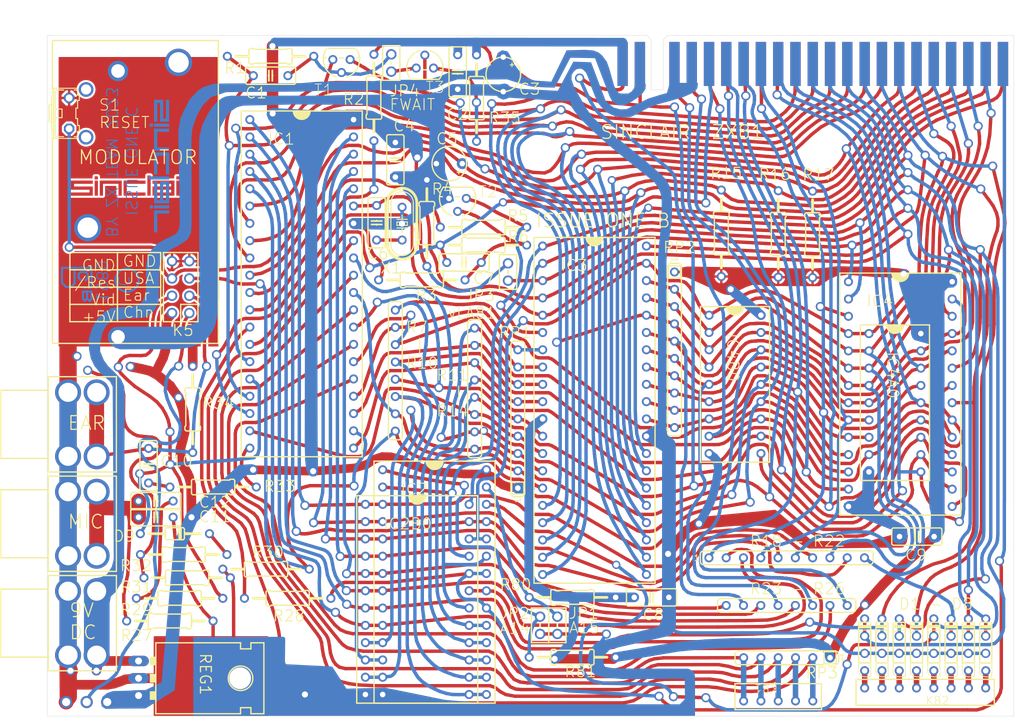
<source format=kicad_pcb>
(kicad_pcb (version 20241229) (generator "pcbnew") (generator_version "9.0")
  (title_block (title "Bluescreen2001's ZX81 converted to Kicad") (date "2025-08-30") (rev "C"))
  (layers (0 "F.Cu" signal) (2 "B.Cu" signal) (13 "F.Paste" user) (15 "B.Paste" user) (5 "F.SilkS" user "F.Silkscreen") (7 "B.SilkS" user "B.Silkscreen") (1 "F.Mask" user) (3 "B.Mask" user) (25 "Edge.Cuts" user))
  (net 0 "")
  (net 1 "D0")
  (net 2 "D1")
  (net 3 "D2")
  (net 4 "D3")
  (net 5 "D4")
  (net 6 "D5")
  (net 7 "D6")
  (net 8 "D7")
  (net 9 "D'0")
  (net 10 "D'1")
  (net 11 "D'2")
  (net 12 "D'3")
  (net 13 "D'4")
  (net 14 "D'5")
  (net 15 "D'6")
  (net 16 "D'7")
  (net 17 "+5V")
  (net 18 "GND")
  (net 19 "A0")
  (net 20 "A1")
  (net 21 "A2")
  (net 22 "A3")
  (net 23 "A4")
  (net 24 "A5")
  (net 25 "A7")
  (net 26 "A8")
  (net 27 "A9")
  (net 28 "A10")
  (net 29 "A11")
  (net 30 "A12")
  (net 31 "A13")
  (net 32 "A14")
  (net 33 "A15")
  (net 34 "A'0")
  (net 35 "A'1")
  (net 36 "A'2")
  (net 37 "A'3")
  (net 38 "A'4")
  (net 39 "A'5")
  (net 40 "A'6")
  (net 41 "A'7")
  (net 42 "A'8")
  (net 43 "/M1")
  (net 44 "/MREQ")
  (net 45 "/IORQ")
  (net 46 "/RD")
  (net 47 "/WR")
  (net 48 "/RFSH")
  (net 49 "/HALT")
  (net 50 "/WAIT")
  (net 51 "A6/INT")
  (net 52 "/NMI")
  (net 53 "/RESET")
  (net 54 "/BUSRQ")
  (net 55 "/BUSAK")
  (net 56 "CLK")
  (net 57 "/RAMCS")
  (net 58 "/ROMCS")
  (net 59 "N$1")
  (net 60 "N$2")
  (net 61 "KBD0")
  (net 62 "KBD1")
  (net 63 "KBD2")
  (net 64 "KBD3")
  (net 65 "KBD4")
  (net 66 "USA/UK")
  (net 67 "N$17")
  (net 68 "TAPE_IN")
  (net 69 "TAPEIN")
  (net 70 "VIDEO")
  (net 71 "N$21")
  (net 72 "TAPE_OUT")
  (net 73 "N$23")
  (net 74 "N$25")
  (net 75 "CHNSW")
  (net 76 "N$3")
  (net 77 "N$4")
  (net 78 "N$5")
  (net 79 "N$6")
  (net 80 "PHI")
  (net 81 "+9V")
  (net 82 "N$8")
  (net 83 "N$9")
  (net 84 "N$10")
  (net 85 "N$11")
  (net 86 "N$12")
  (net 87 "N$13")
  (net 88 "N$14")
  (net 89 "N$15")
  (net 90 "N$152")
  (net 91 "N$153")
  (net 92 "N$154")
  (net 93 "N$18")
  (net 94 "N$19")
  (net 95 "N$16")
  (net 96 "N$20")
  (footprint "JUMPER" (layer "F.Cu") (at 97.393038 62.083816 -90)
    (property "Reference" "JP3")
    (property "Value" "JUMPER")
  )
  (footprint "PINHEAD2X4" (layer "F.Cu") (at 50.56692 60.494456 90)
    (property "Reference" "K5")
    (property "Value" "PINHEAD-2X4")
  )
  (footprint "DIL40" (layer "F.Cu") (at 110.09817 82.401956)
    (property "Reference" "IC3")
    (property "Value" "Z80CPU")
  )
  (footprint "C025-025X050" (layer "F.Cu") (at 45.64567 95.736956)
    (property "Reference" "C12")
    (property "Value" "47p")
  )
  (footprint "C025-025X050" (layer "F.Cu") (at 89.994326 32.693835 -90)
    (property "Reference" "C2")
    (property "Value" "100n")
  )
  (footprint "DIL18" (layer "F.Cu") (at 154.23067 81.290706)
    (property "Reference" "IC4A0")
    (property "Value" "2114")
  )
  (footprint "C025-025X050" (layer "F.Cu") (at 62.50692 33.236956)
    (property "Reference" "C1")
    (property "Value" "47p")
  )
  (footprint "TO92" (layer "F.Cu") (at 89.985954 51.274303 180)
    (property "Reference" "T2")
    (property "Value" "BC547")
  )
  (footprint "ZXKDB5" (layer "F.Cu") (at 137.08567 125.105706 180)
    (property "Reference" "KB1")
    (property "Value" "ZXKBD5CON")
  )
  (footprint "C025-025X050" (layer "F.Cu") (at 118.473541 109.884291)
    (property "Reference" "C8")
    (property "Value" "100n")
  )
  (footprint "DIL28" (layer "F.Cu") (at 86.59282 105.1092)
    (property "Reference" "IC2")
    (property "Value" "27C512")
  )
  (footprint "R207_12" (layer "F.Cu") (at 51.064666 82.2606 -90)
    (property "Reference" "R34")
    (property "Value" "220")
  )
  (footprint "JUMPER" (layer "F.Cu") (at 102.09692 113.989456 90)
    (property "Reference" "JP2")
    (property "Value" "JUMPER")
  )
  (footprint "R207_12" (layer "F.Cu") (at 93.77442 58.125706)
    (property "Reference" "R6")
    (property "Value" "2k2")
  )
  (footprint "DIL24" (layer "F.Cu") (at 84.05282 110.1892)
    (property "Reference" "IC2B0")
    (property "Value" "ZXROM-SMALL")
  )
  (footprint "R207_12" (layer "F.Cu") (at 49.74192 103.591956)
    (property "Reference" "R32")
    (property "Value" "USA only")
  )
  (footprint "R207_12" (layer "F.Cu") (at 77.685945 36.458847 90)
    (property "Reference" "R2")
    (property "Value" "680")
  )
  (footprint "ZX81CON" (layer "F.Cu") (at 142.16192 28.980456)
    (property "Reference" "K1" (hide yes))
    (property "Value" "ZX81CONN" (hide yes))
  )
  (footprint "SIL8P" (layer "F.Cu") (at 138.33192 111.074456)
    (property "Reference" "RP6" (hide yes))
    (property "Value" "1k")
  )
  (footprint "C025-025X050" (layer "F.Cu") (at 45.64567 98.118206)
    (property "Reference" "C11")
    (property "Value" "47n")
  )
  (footprint "C025-025X050" (layer "F.Cu") (at 44.57817 90.539456 -90)
    (property "Reference" "C10")
    (property "Value" "10n")
  )
  (footprint "DIL18" (layer "F.Cu") (at 130.73567 78.591956)
    (property "Reference" "IC4B0")
    (property "Value" "2114")
  )
  (footprint "dummyfp3" (layer "F.Cu") (at 143.43567 44.619456)
    (property "Reference" "UNK_HOLE_3" (hide yes))
    (property "Value" "")
  )
  (footprint "D-TR-10" (layer "F.Cu") (at 152.32567 116.850706 -90)
    (property "Reference" "D2" (hide yes))
    (property "Value" "1N4148")
  )
  (footprint "D15" (layer "F.Cu") (at 48.44692 100.531956 180)
    (property "Reference" "D9")
    (property "Value" "not used" (hide yes))
  )
  (footprint "C025-025X050" (layer "F.Cu") (at 157.45067 100.956956 180)
    (property "Reference" "C9")
    (property "Value" "100n")
  )
  (footprint "SIL10P" (layer "F.Cu") (at 138.33192 104.074456)
    (property "Reference" "RP7" (hide yes))
    (property "Value" "1k")
  )
  (footprint "C025-025X050" (layer "F.Cu") (at 90.92692 60.686956)
    (property "Reference" "C7")
    (property "Value" "2n2")
  )
  (footprint "HC49" (layer "F.Cu") (at 81.829001 54.98065 -90)
    (property "Reference" "X1")
    (property "Value" "6,5MHz")
  )
  (footprint "R207_12" (layer "F.Cu") (at 142.13317 56.553206 -90)
    (property "Reference" "R17")
    (property "Value" "1k")
  )
  (footprint "R207_12" (layer "F.Cu") (at 92.767979 36.534247 90)
    (property "Reference" "R35")
    (property "Value" "10k")
  )
  (footprint "ZXKBD8" (layer "F.Cu") (at 158.67567 123.200706)
    (property "Reference" "KB2")
    (property "Value" "ZXKBD8CON")
  )
  (footprint "R207_12" (layer "F.Cu") (at 47.70942 113.358206 180)
    (property "Reference" "R27")
    (property "Value" "1k")
  )
  (footprint "R207_12" (layer "F.Cu") (at 137.09192 56.498206 90)
    (property "Reference" "R16")
    (property "Value" "1k")
  )
  (footprint "D-TR-10" (layer "F.Cu") (at 159.94567 116.850706 -90)
    (property "Reference" "D5" (hide yes))
    (property "Value" "1N4148")
  )
  (footprint "D-TR-10" (layer "F.Cu") (at 154.86567 116.850706 -90)
    (property "Reference" "D3" (hide yes))
    (property "Value" "1N4148")
  )
  (footprint "dummyfp1" (layer "F.Cu") (at 102.16067 31.443206)
    (property "Reference" "UNK_HOLE_1" (hide yes))
    (property "Value" "")
  )
  (footprint "SIL8P" (layer "F.Cu") (at 92.48327 79.218788 -90)
    (property "Reference" "RP5" (hide yes))
    (property "Value" "470")
  )
  (footprint "SIL10" (layer "F.Cu") (at 121.84567 73.511956 -90)
    (property "Reference" "RP2")
    (property "Value" "not used")
  )
  (footprint "ZXKLINKE4POL" (layer "F.Cu") (at 34.85067 113.675706)
    (property "Reference" "K4" (hide yes))
    (property "Value" "DCIN" (hide yes))
  )
  (footprint "JUMPER" (layer "F.Cu") (at 80.239626 31.374906 -90)
    (property "Reference" "JP4")
    (property "Value" "JUMPER")
  )
  (footprint "E5-5" (layer "F.Cu") (at 96.692038 33.051294 -90)
    (property "Reference" "C3")
    (property "Value" "22µ/16V")
  )
  (footprint "dummyfp5" (layer "F.Cu") (at 67.07692 117.009456)
    (property "Reference" "UNK_HOLE_5" (hide yes))
    (property "Value" "")
  )
  (footprint "R207_12" (layer "F.Cu") (at 50.24942 107.008206 180)
    (property "Reference" "R31")
    (property "Value" "USA only")
  )
  (footprint "dummyfp2" (layer "F.Cu") (at 102.00192 44.619456)
    (property "Reference" "UNK_HOLE_2" (hide yes))
    (property "Value" "")
  )
  (footprint "TO92" (layer "F.Cu") (at 85.169729 32.124869)
    (property "Reference" "T3")
    (property "Value" "BC557")
  )
  (footprint "R207_12" (layer "F.Cu") (at 128.72567 56.394456 -90)
    (property "Reference" "R15")
    (property "Value" "220k")
  )
  (footprint "78XXL" (layer "F.Cu") (at 43.10567 121.771956 -90)
    (property "Reference" "REG1")
    (property "Value" "7805")
  )
  (footprint "C025-025X050" (layer "F.Cu") (at 78.084107 54.850166 -90)
    (property "Reference" "C6")
    (property "Value" "100p")
  )
  (footprint "R207_12" (layer "F.Cu") (at 54.05942 93.673206)
    (property "Reference" "R33")
    (property "Value" "4k7")
  )
  (footprint "D-TR-10" (layer "F.Cu") (at 149.78567 116.850706 -90)
    (property "Reference" "D1" (hide yes))
    (property "Value" "1N4148")
  )
  (footprint "DIL40" (layer "F.Cu") (at 67.07692 63.828206)
    (property "Reference" "IC1")
    (property "Value" "ZX81ULA")
  )
  (footprint "R207_12" (layer "F.Cu") (at 65.01317 110.024456)
    (property "Reference" "R28")
    (property "Value" "680")
  )
  (footprint "DIL28" (layer "F.Cu") (at 155.02442 77.480706)
    (property "Reference" "IC4")
    (property "Value" "62256")
  )
  (footprint "R207_12" (layer "F.Cu") (at 106.846826 118.679938)
    (property "Reference" "R81")
    (property "Value" "10k")
  )
  (footprint "ZXKLINKE4POL" (layer "F.Cu") (at 34.85067 84.465706)
    (property "Reference" "K3" (hide yes))
    (property "Value" "EAR" (hide yes))
  )
  (footprint "R207_12" (layer "F.Cu") (at 85.466441 54.903606 -90)
    (property "Reference" "R4")
    (property "Value" "18k")
  )
  (footprint "R207_12" (layer "F.Cu") (at 84.72567 63.250706)
    (property "Reference" "R3")
    (property "Value" "not used")
  )
  (footprint "D-TR-10" (layer "F.Cu") (at 167.578995 116.860706 -90)
    (property "Reference" "D8" (hide yes))
    (property "Value" "1N4148")
  )
  (footprint "SIL6" (layer "F.Cu") (at 138.35567 118.755706 180)
    (property "Reference" "RP3")
    (property "Value" "10k")
  )
  (footprint "R207_12" (layer "F.Cu") (at 62.50067 30.390706)
    (property "Reference" "R1")
    (property "Value" "10k")
  )
  (footprint "R207_12" (layer "F.Cu") (at 61.83817 105.738206 180)
    (property "Reference" "R30")
    (property "Value" "USA only")
  )
  (footprint "dummyfp0" (layer "F.Cu") (at 43.58192 83.513206)
    (property "Reference" "UNK_HOLE_0" (hide yes))
    (property "Value" "")
  )
  (footprint "C025-025X050" (layer "F.Cu") (at 80.836032 45.594835 -90)
    (property "Reference" "C4")
    (property "Value" "100n")
  )
  (footprint "JUMPER" (layer "F.Cu") (at 104.63692 113.989456 90)
    (property "Reference" "JP1")
    (property "Value" "JUMPER")
  )
  (footprint "SIL8P" (layer "F.Cu") (at 80.83192 76.574456 -90)
    (property "Reference" "RP4" (hide yes))
    (property "Value" "470")
  )
  (footprint "D-TR-10" (layer "F.Cu") (at 162.48567 116.850706 -90)
    (property "Reference" "D6" (hide yes))
    (property "Value" "1N4148")
  )
  (footprint "TO92" (layer "F.Cu") (at 72.920838 30.874781 180)
    (property "Reference" "T1")
    (property "Value" "BC547")
  )
  (footprint "R207_12" (layer "F.Cu") (at 93.787413 55.4923 180)
    (property "Reference" "R5")
    (property "Value" "330")
  )
  (footprint "ZXKLINKE4POL" (layer "F.Cu") (at 34.85067 99.070706)
    (property "Reference" "K2" (hide yes))
    (property "Value" "MIC" (hide yes))
  )
  (footprint "dummyfp4" (layer "F.Cu") (at 166.45442 54.938206)
    (property "Reference" "UNK_HOLE_4" (hide yes))
    (property "Value" "")
  )
  (footprint "D-TR-10" (layer "F.Cu") (at 165.02567 116.850706 -90)
    (property "Reference" "D7" (hide yes))
    (property "Value" "1N4148")
  )
  (footprint "B3F-31XX" (layer "F.Cu") (at 34.15192 38.774456 -90)
    (property "Reference" "S1")
    (property "Value" "Reset")
  )
  (footprint "E3,8-5" (layer "F.Cu") (at 88.76192 46.164456 180)
    (property "Reference" "C5")
    (property "Value" "1µ")
  )
  (footprint "D-TR-10" (layer "F.Cu") (at 157.40567 116.850706 -90)
    (property "Reference" "D4" (hide yes))
    (property "Value" "1N4148")
  )
  (footprint "R207_12" (layer "F.Cu") (at 106.85061 109.887747)
    (property "Reference" "R80")
    (property "Value" "10k")
  )
  (footprint "R207_12" (layer "F.Cu") (at 49.13817 110.024456)
    (property "Reference" "R29")
    (property "Value" "1M")
  )
  (footprint "SIL9" (layer "F.Cu") (at 98.82692 83.671956 90)
    (property "Reference" "RP1")
    (property "Value" "10k")
  )
  (gr_circle (center 41.418004 63.272041) (end 43.118185 63.272041) (stroke (width 0.3048)) (fill no) (layer "B.Cu"))
  (gr_line (start 46.35566 66.843338) (end 46.35566 69.383338) (stroke (width 0.2)) (layer "F.SilkS"))
  (gr_line (start 33.02066 59.223338) (end 40.00566 59.223338) (stroke (width 0.2)) (layer "F.SilkS"))
  (gr_line (start 33.02066 66.843338) (end 33.02066 64.303338) (stroke (width 0.2)) (layer "F.SilkS"))
  (gr_line (start 46.35566 59.223338) (end 46.35566 61.763338) (stroke (width 0.2)) (layer "F.SilkS"))
  (gr_line (start 46.35566 66.843338) (end 33.02066 66.843338) (stroke (width 0.2)) (layer "F.SilkS"))
  (gr_line (start 40.00566 59.223338) (end 40.00566 69.383338) (stroke (width 0.2)) (layer "F.SilkS"))
  (gr_line (start 30.45692 72.574456) (end 30.45692 28.074456) (stroke (width 0.2)) (layer "F.SilkS"))
  (gr_line (start 46.35566 64.303338) (end 46.35566 66.843338) (stroke (width 0.2)) (layer "F.SilkS"))
  (gr_line (start 40.00566 59.223338) (end 46.35566 59.223338) (stroke (width 0.2)) (layer "F.SilkS"))
  (gr_line (start 33.02066 69.383338) (end 33.02066 66.843338) (stroke (width 0.2)) (layer "F.SilkS"))
  (gr_line (start 54.83192 72.574456) (end 30.45692 72.574456) (stroke (width 0.2)) (layer "F.SilkS"))
  (gr_line (start 30.45692 28.074456) (end 54.83192 28.074456) (stroke (width 0.2)) (layer "F.SilkS"))
  (gr_line (start 33.02066 64.303338) (end 33.02066 61.763338) (stroke (width 0.2)) (layer "F.SilkS"))
  (gr_line (start 46.35566 64.303338) (end 33.02066 64.303338) (stroke (width 0.2)) (layer "F.SilkS"))
  (gr_line (start 54.83192 28.074456) (end 54.83192 72.574456) (stroke (width 0.2)) (layer "F.SilkS"))
  (gr_line (start 46.35566 61.763338) (end 33.02066 61.763338) (stroke (width 0.2)) (layer "F.SilkS"))
  (gr_line (start 46.35566 61.763338) (end 46.35566 64.303338) (stroke (width 0.2)) (layer "F.SilkS"))
  (gr_line (start 40.00566 69.383338) (end 33.02066 69.383338) (stroke (width 0.2)) (layer "F.SilkS"))
  (gr_line (start 46.35566 69.383338) (end 40.00566 69.383338) (stroke (width 0.2)) (layer "F.SilkS"))
  (gr_line (start 33.02066 61.763338) (end 33.02066 59.223338) (stroke (width 0.2)) (layer "F.SilkS"))
  (gr_line (start 118.40692 35.324456) (end 120.20692 35.324456) (stroke (width 0.05)) (layer "Edge.Cuts"))
  (gr_line (start 171.70692 27.324456) (end 171.70692 127.324456) (stroke (width 0.05)) (layer "Edge.Cuts"))
  (gr_line (start 120.20692 27.959456) (end 120.84192 27.324456) (stroke (width 0.05)) (layer "Edge.Cuts"))
  (gr_line (start 29.70692 127.324456) (end 29.70692 27.324456) (stroke (width 0.05)) (layer "Edge.Cuts"))
  (gr_line (start 29.70692 127.324456) (end 171.70692 127.324456) (stroke (width 0.05)) (layer "Edge.Cuts"))
  (gr_line (start 120.20692 35.324456) (end 120.20692 27.959456) (stroke (width 0.05)) (layer "Edge.Cuts"))
  (gr_line (start 120.84192 27.324456) (end 171.70692 27.324456) (stroke (width 0.05)) (layer "Edge.Cuts"))
  (gr_line (start 118.40692 27.959456) (end 118.40692 35.324456) (stroke (width 0.05)) (layer "Edge.Cuts"))
  (gr_line (start 117.77192 27.324456) (end 118.40692 27.959456) (stroke (width 0.05)) (layer "Edge.Cuts"))
  (gr_line (start 29.70692 27.324456) (end 117.77192 27.324456) (stroke (width 0.05)) (layer "Edge.Cuts"))
  (gr_text "C" (at 39.914321 64.343788 270) (layer "B.Cu") (effects (font (size 1.63576 1.63576) (thickness 0.14224)) (justify left bottom mirror)))
  (gr_text "BY ZX TEAM 2023" (at 38.184096 57.082688 270) (layer "B.Cu") (effects (font (size 1.63576 1.63576) (thickness 0.14224)) (justify left bottom mirror)))
  (gr_text "ISSUE ONE C" (at 41.076193 53.916149 270) (layer "B.Cu") (effects (font (size 1.63576 1.63576) (thickness 0.14224)) (justify left bottom mirror)))
  (gr_text "1980" (at 36.753736 66.621102 270) (layer "B.Cu") (effects (font (size 1.63576 1.63576) (thickness 0.14224)) (justify left bottom mirror)))
  (gr_text "R7\n |\nR10" (at 82.292329 76.422322 0) (layer "F.SilkS") (effects (font (size 1.63576 1.63576) (thickness 0.14224)) (justify left bottom)))
  (gr_text "RESET" (at 37.23346 41.07355 0) (layer "F.SilkS") (effects (font (size 1.63576 1.63576) (thickness 0.14224)) (justify left bottom)))
  (gr_text "GND" (at 40.687263 61.44511 0) (layer "F.SilkS") (effects (font (size 1.63576 1.63576) (thickness 0.14224)) (justify left bottom)))
  (gr_text "A15" (at 106.258263 115.298197 0) (layer "F.SilkS") (effects (font (size 1.63576 1.63576) (thickness 0.14224)) (justify left bottom)))
  (gr_text "FWAIT" (at 79.897816 38.446206 0) (layer "F.SilkS") (effects (font (size 1.63576 1.63576) (thickness 0.14224)) (justify left bottom)))
  (gr_text "USA" (at 40.683713 63.960178 0) (layer "F.SilkS") (effects (font (size 1.63576 1.63576) (thickness 0.14224)) (justify left bottom)))
  (gr_text "ISSUE ONE B" (at 101.33192 55.699456 0) (layer "F.SilkS") (effects (font (size 2.009648 2.009648) (thickness 0.174752)) (justify left bottom)))
  (gr_text "MODULATOR" (at 34.13941 46.405063 0) (layer "F.SilkS") (effects (font (size 2.009648 2.009648) (thickness 0.174752)) (justify left bottom)))
  (gr_text "R11\n  |\nR14" (at 86.765207 83.449456 0) (layer "F.SilkS") (effects (font (size 1.63576 1.63576) (thickness 0.14224)) (justify left bottom)))
  (gr_text "Vid" (at 36.030634 67.125233 0) (layer "F.SilkS") (effects (font (size 1.63576 1.63576) (thickness 0.14224)) (justify left bottom)))
  (gr_text "EAR" (at 32.58192 85.449456 0) (layer "F.SilkS") (effects (font (size 2.009648 2.009648) (thickness 0.174752)) (justify left bottom)))
  (gr_text "Ear" (at 40.722373 66.439978 0) (layer "F.SilkS") (effects (font (size 1.63576 1.63576) (thickness 0.14224)) (justify left bottom)))
  (gr_text "/Res" (at 33.609153 64.606855 0) (layer "F.SilkS") (effects (font (size 1.63576 1.63576) (thickness 0.14224)) (justify left bottom)))
  (gr_text "SINCLAIR  ZX81" (at 110.83192 42.699456 0) (layer "F.SilkS") (effects (font (size 2.009648 2.009648) (thickness 0.174752)) (justify left bottom)))
  (gr_text "GND" (at 34.671972 62.077937 0) (layer "F.SilkS") (effects (font (size 1.63576 1.63576) (thickness 0.14224)) (justify left bottom)))
  (gr_text "vLA81" (at 88.445795 69.08108 0) (layer "F.SilkS") (effects (font (size 1.63576 1.63576) (thickness 0.14224)) (justify left bottom)))
  (gr_text "+5V" (at 34.689103 69.630752 0) (layer "F.SilkS") (effects (font (size 1.63576 1.63576) (thickness 0.14224)) (justify left bottom)))
  (gr_text "R18 - R22" (at 132.83192 102.574456 0) (layer "F.SilkS") (effects (font (size 1.63576 1.63576) (thickness 0.14224)) (justify left bottom)))
  (gr_text "9V\nDC" (at 32.83192 116.199456 0) (layer "F.SilkS") (effects (font (size 2.009648 2.009648) (thickness 0.174752)) (justify left bottom)))
  (gr_text "Chn" (at 40.722373 68.964013 0) (layer "F.SilkS") (effects (font (size 1.63576 1.63576) (thickness 0.14224)) (justify left bottom)))
  (gr_text "D1 - D8" (at 154.70692 111.824456 0) (layer "F.SilkS") (effects (font (size 1.63576 1.63576) (thickness 0.14224)) (justify left bottom)))
  (gr_text "MIC" (at 32.58192 99.949456 0) (layer "F.SilkS") (effects (font (size 2.009648 2.009648) (thickness 0.174752)) (justify left bottom)))
  (gr_text "R23 - R26" (at 132.83192 109.574456 0) (layer "F.SilkS") (effects (font (size 1.63576 1.63576) (thickness 0.14224)) (justify left bottom)))
  (gr_text "A14" (at 96.048391 115.38896 0) (layer "F.SilkS") (effects (font (size 1.63576 1.63576) (thickness 0.14224)) (justify left bottom)))
  (segment (start 89.071951 86.421347) (end 89.327488 86.363447) (width 0.5) (layer "F.Cu") (net 1))
  (segment (start 97.082826 88.05701) (end 96.425316 87.556653) (width 0.5) (layer "F.Cu") (net 1))
  (segment (start 100.546738 90.069906) (end 100.65997 90.178725) (width 0.5) (layer "F.Cu") (net 1))
  (segment (start 88.81587 86.477147) (end 89.071951 86.421347) (width 0.5) (layer "F.Cu") (net 1))
  (segment (start 99.60552 89.213653) (end 99.694823 89.269166) (width 0.5) (layer "F.Cu") (net 1))
  (segment (start 100.215651 89.731988) (end 100.325701 89.845016) (width 0.5) (layer "F.Cu") (net 1))
  (segment (start 101.879388 91.167597) (end 101.997351 91.193147) (width 0.5) (layer "F.Cu") (net 1))
  (segment (start 99.338201 89.032081) (end 99.60552 89.213653) (width 0.5) (layer "F.Cu") (net 1))
  (segment (start 101.34471 90.883575) (end 101.49267 91.002916) (width 0.5) (layer "F.Cu") (net 1))
  (segment (start 99.694823 89.269166) (end 99.781576 89.338066) (width 0.5) (layer "F.Cu") (net 1))
  (segment (start 96.425316 87.556653) (end 95.626685 86.930878) (width 0.5) (layer "F.Cu") (net 1))
  (segment (start 88.045688 86.637175) (end 88.302601 86.584538) (width 0.5) (layer "F.Cu") (net 1))
  (segment (start 90.13941 86.149797) (end 90.440101 86.042156) (width 0.5) (layer "F.Cu") (net 1))
  (segment (start 88.302601 86.584538) (end 88.55937 86.531366) (width 0.5) (layer "F.Cu") (net 1))
  (segment (start 89.327488 86.363447) (end 89.582338 86.302925) (width 0.5) (layer "F.Cu") (net 1))
  (segment (start 102.24106 91.228766) (end 102.47817 91.291956) (width 0.5) (layer "F.Cu") (net 1))
  (segment (start 90.440101 86.042156) (end 90.739379 85.923888) (width 0.5) (layer "F.Cu") (net 1))
  (segment (start 99.338201 89.032081) (end 98.82692 88.751956) (width 0.5) (layer "F.Cu") (net 1))
  (segment (start 89.83636 86.239247) (end 90.13941 86.149797) (width 0.5) (layer "F.Cu") (net 1))
  (segment (start 101.205351 90.747066) (end 101.34471 90.883575) (width 0.5) (layer "F.Cu") (net 1))
  (segment (start 91.94537 85.602566) (end 92.48327 85.568788) (width 0.5) (layer "F.Cu") (net 1))
  (segment (start 99.781576 89.338066) (end 99.883766 89.403016) (width 0.5) (layer "F.Cu") (net 1))
  (segment (start 88.55937 86.531366) (end 88.81587 86.477147) (width 0.5) (layer "F.Cu") (net 1))
  (segment (start 101.654788 91.093956) (end 101.76496 91.134997) (width 0.5) (layer "F.Cu") (net 1))
  (segment (start 100.799251 90.314388) (end 100.935529 90.456547) (width 0.5) (layer "F.Cu") (net 1))
  (segment (start 90.739379 85.923888) (end 91.03832 85.805625) (width 0.5) (layer "F.Cu") (net 1))
  (segment (start 99.883766 89.403016) (end 99.987379 89.517316) (width 0.5) (layer "F.Cu") (net 1))
  (segment (start 91.03832 85.805625) (end 91.338088 85.701016) (width 0.5) (layer "F.Cu") (net 1))
  (segment (start 91.639979 85.626756) (end 91.94537 85.602566) (width 0.5) (layer "F.Cu") (net 1))
  (segment (start 89.582338 86.302925) (end 89.83636 86.239247) (width 0.5) (layer "F.Cu") (net 1))
  (segment (start 101.76496 91.134997) (end 101.879388 91.167597) (width 0.5) (layer "F.Cu") (net 1))
  (segment (start 100.103638 89.621697) (end 100.215651 89.731988) (width 0.5) (layer "F.Cu") (net 1))
  (segment (start 101.070101 90.602406) (end 101.205351 90.747066) (width 0.5) (layer "F.Cu") (net 1))
  (segment (start 101.49267 91.002916) (end 101.654788 91.093956) (width 0.5) (layer "F.Cu") (net 1))
  (segment (start 100.65997 90.178725) (end 100.799251 90.314388) (width 0.5) (layer "F.Cu") (net 1))
  (segment (start 101.997351 91.193147) (end 102.118138 91.213075) (width 0.5) (layer "F.Cu") (net 1))
  (segment (start 91.338088 85.701016) (end 91.639979 85.626756) (width 0.5) (layer "F.Cu") (net 1))
  (segment (start 100.325701 89.845016) (end 100.43562 89.958266) (width 0.5) (layer "F.Cu") (net 1))
  (segment (start 100.43562 89.958266) (end 100.546738 90.069906) (width 0.5) (layer "F.Cu") (net 1))
  (segment (start 95.626685 86.930878) (end 94.971801 86.382385) (width 0.5) (layer "F.Cu") (net 1))
  (segment (start 92.48327 85.568788) (end 93.465563 85.629228) (width 0.5) (layer "F.Cu") (net 1))
  (segment (start 98.82692 88.751956) (end 98.04331 88.641806) (width 0.5) (layer "F.Cu") (net 1))
  (segment (start 98.04331 88.641806) (end 97.566551 88.4145) (width 0.5) (layer "F.Cu") (net 1))
  (segment (start 94.971801 86.382385) (end 94.521566 86.013994) (width 0.5) (layer "F.Cu") (net 1))
  (segment (start 99.987379 89.517316) (end 100.103638 89.621697) (width 0.5) (layer "F.Cu") (net 1))
  (segment (start 94.521566 86.013994) (end 94.038588 85.752025) (width 0.5) (layer "F.Cu") (net 1))
  (segment (start 97.566551 88.4145) (end 97.082826 88.05701) (width 0.5) (layer "F.Cu") (net 1))
  (segment (start 94.038588 85.752025) (end 93.465563 85.629228) (width 0.5) (layer "F.Cu") (net 1))
  (segment (start 88.045688 86.637175) (end 87.55567 86.370706) (width 0.5) (layer "F.Cu") (net 1))
  (segment (start 100.935529 90.456547) (end 101.070101 90.602406) (width 0.5) (layer "F.Cu") (net 1))
  (segment (start 102.118138 91.213075) (end 102.24106 91.228766) (width 0.5) (layer "F.Cu") (net 1))
  (via (at 87.55567 86.370706) (size 1.35) (drill 0.9) (layers "F.Cu" "B.Cu") (net 1))
  (via (at 93.84192 85.414456) (size 1.2064) (drill 0.8) (layers "F.Cu" "B.Cu") (net 1))
  (segment (start 76.95692 63.824456) (end 77.58192 64.324456) (width 0.5) (layer "B.Cu") (net 1))
  (segment (start 88.297807 81.579066) (end 88.239123 82.19536) (width 0.5) (layer "B.Cu") (net 1))
  (segment (start 88.239123 82.19536) (end 88.209782 82.958391) (width 0.5) (layer "B.Cu") (net 1))
  (segment (start 84.58192 64.449456) (end 85.70692 64.949456) (width 0.5) (layer "B.Cu") (net 1))
  (segment (start 88.209782 82.958391) (end 88.209782 84.249675) (width 0.5) (layer "B.Cu") (net 1))
  (segment (start 75.45692 60.824456) (end 75.83192 61.824456) (width 0.5) (layer "B.Cu") (net 1))
  (segment (start 85.70692 64.949456) (end 86.70692 65.824456) (width 0.5) (layer "B.Cu") (net 1))
  (segment (start 76.45692 63.199456) (end 76.95692 63.824456) (width 0.5) (layer "B.Cu") (net 1))
  (segment (start 88.209782 84.249675) (end 88.092413 84.895316) (width 0.5) (layer "B.Cu") (net 1))
  (segment (start 79.58192 64.949456) (end 80.20692 64.824456) (width 0.5) (layer "B.Cu") (net 1))
  (segment (start 77.58192 64.324456) (end 78.20692 64.699456) (width 0.5) (layer "B.Cu") (net 1))
  (segment (start 89.031351 76.355244) (end 89.00201 78.292166) (width 0.5) (layer "B.Cu") (net 1))
  (segment (start 88.70692 71.324456) (end 88.95692 74.199456) (width 0.5) (layer "B.Cu") (net 1))
  (segment (start 88.95692 74.199456) (end 89.031351 76.355244) (width 0.5) (layer "B.Cu") (net 1))
  (segment (start 75.20692 60.449456) (end 75.45692 60.824456) (width 0.5) (layer "B.Cu") (net 1))
  (segment (start 86.70692 65.824456) (end 87.45692 66.699456) (width 0.5) (layer "B.Cu") (net 1))
  (segment (start 88.503198 80.6693) (end 88.297807 81.579066) (width 0.5) (layer "B.Cu") (net 1))
  (segment (start 89.00201 78.292166) (end 88.737932 79.612797) (width 0.5) (layer "B.Cu") (net 1))
  (segment (start 78.95692 64.949456) (end 79.58192 64.949456) (width 0.5) (layer "B.Cu") (net 1))
  (segment (start 78.20692 64.699456) (end 78.95692 64.949456) (width 0.5) (layer "B.Cu") (net 1))
  (segment (start 87.45692 66.699456) (end 87.95692 67.699456) (width 0.5) (layer "B.Cu") (net 1))
  (segment (start 82.58192 64.324456) (end 83.45692 64.324456) (width 0.5) (layer "B.Cu") (net 1))
  (segment (start 81.58192 64.449456) (end 82.58192 64.324456) (width 0.5) (layer "B.Cu") (net 1))
  (segment (start 80.20692 64.824456) (end 81.58192 64.449456) (width 0.5) (layer "B.Cu") (net 1))
  (segment (start 88.092413 84.895316) (end 87.55567 86.370706) (width 0.5) (layer "B.Cu") (net 1))
  (segment (start 75.83192 61.824456) (end 76.45692 63.199456) (width 0.5) (layer "B.Cu") (net 1))
  (segment (start 87.95692 67.699456) (end 88.33192 68.824456) (width 0.5) (layer "B.Cu") (net 1))
  (segment (start 83.45692 64.324456) (end 84.58192 64.449456) (width 0.5) (layer "B.Cu") (net 1))
  (segment (start 74.69692 60.018206) (end 75.20692 60.449456) (width 0.5) (layer "B.Cu") (net 1))
  (segment (start 88.737932 79.612797) (end 88.503198 80.6693) (width 0.5) (layer "B.Cu") (net 1))
  (segment (start 88.33192 68.824456) (end 88.70692 71.324456) (width 0.5) (layer "B.Cu") (net 1))
  (segment (start 82.25731 84.469866) (end 82.31292 84.652347) (width 0.5) (layer "F.Cu") (net 2))
  (segment (start 96.480035 90.152788) (end 97.142129 90.730016) (width 0.5) (layer "F.Cu") (net 2))
  (segment (start 83.088938 86.597197) (end 83.190979 86.756556) (width 0.5) (layer "F.Cu") (net 2))
  (segment (start 82.668051 85.738325) (end 82.746138 85.913006) (width 0.5) (layer "F.Cu") (net 2))
  (segment (start 81.839129 83.475788) (end 81.91761 83.573138) (width 0.5) (layer "F.Cu") (net 2))
  (segment (start 82.090038 83.973338) (end 82.12447 84.079766) (width 0.5) (layer "F.Cu") (net 2))
  (segment (start 82.996479 86.430797) (end 83.088938 86.597197) (width 0.5) (layer "F.Cu") (net 2))
  (segment (start 101.517838 93.456925) (end 101.869601 93.620669) (width 0.5) (layer "F.Cu") (net 2))
  (segment (start 83.968129 87.706288) (end 83.601901 87.256797) (width 0.5) (layer "F.Cu") (net 2))
  (segment (start 82.528101 85.384575) (end 82.594088 85.562775) (width 0.5) (layer "F.Cu") (net 2))
  (segment (start 93.445401 89.054691) (end 92.79877 89.273894) (width 0.5) (layer "F.Cu") (net 2))
  (segment (start 82.594088 85.562775) (end 82.668051 85.738325) (width 0.5) (layer "F.Cu") (net 2))
  (segment (start 82.365229 84.836047) (end 82.416701 85.020016) (width 0.5) (layer "F.Cu") (net 2))
  (segment (start 85.410723 88.464325) (end 84.359338 87.999722) (width 0.5) (layer "F.Cu") (net 2))
  (segment (start 97.142129 90.730016) (end 97.787248 91.001653) (width 0.5) (layer "F.Cu") (net 2))
  (segment (start 91.730348 89.381747) (end 89.733679 89.233281) (width 0.5) (layer "F.Cu") (net 2))
  (segment (start 83.49382 87.134825) (end 83.601901 87.256797) (width 0.5) (layer "F.Cu") (net 2))
  (segment (start 94.95212 88.964375) (end 95.410495 89.151125) (width 0.5) (layer "F.Cu") (net 2))
  (segment (start 82.159629 84.185347) (end 82.19616 84.289406) (width 0.5) (layer "F.Cu") (net 2))
  (segment (start 92.79877 89.273894) (end 91.730348 89.381747) (width 0.5) (layer "F.Cu") (net 2))
  (segment (start 82.416701 85.020016) (end 82.47002 85.203247) (width 0.5) (layer "F.Cu") (net 2))
  (segment (start 82.054879 83.867306) (end 82.090038 83.973338) (width 0.5) (layer "F.Cu") (net 2))
  (segment (start 82.01667 83.763547) (end 82.054879 83.867306) (width 0.5) (layer "F.Cu") (net 2))
  (segment (start 101.869601 93.620669) (end 102.47817 93.831956) (width 0.5) (layer "F.Cu") (net 2))
  (segment (start 81.201338 83.016038) (end 80.83192 82.924456) (width 0.5) (layer "F.Cu") (net 2))
  (segment (start 100.67331 92.784272) (end 100.146576 92.111313) (width 0.5) (layer "F.Cu") (net 2))
  (segment (start 89.733679 89.233281) (end 87.000023 88.880025) (width 0.5) (layer "F.Cu") (net 2))
  (segment (start 100.146576 92.111313) (end 99.528357 91.534566) (width 0.5) (layer "F.Cu") (net 2))
  (segment (start 82.47002 85.203247) (end 82.528101 85.384575) (width 0.5) (layer "F.Cu") (net 2))
  (segment (start 81.749651 83.386625) (end 81.839129 83.475788) (width 0.5) (layer "F.Cu") (net 2))
  (segment (start 95.410495 89.151125) (end 95.902823 89.592538) (width 0.5) (layer "F.Cu") (net 2))
  (segment (start 101.517838 93.456925) (end 101.087351 93.1573) (width 0.5) (layer "F.Cu") (net 2))
  (segment (start 82.31292 84.652347) (end 82.365229 84.836047) (width 0.5) (layer "F.Cu") (net 2))
  (segment (start 81.91761 83.573138) (end 81.972251 83.664475) (width 0.5) (layer "F.Cu") (net 2))
  (segment (start 81.972251 83.664475) (end 82.01667 83.763547) (width 0.5) (layer "F.Cu") (net 2))
  (segment (start 84.359338 87.999722) (end 83.968129 87.706288) (width 0.5) (layer "F.Cu") (net 2))
  (segment (start 82.12447 84.079766) (end 82.159629 84.185347) (width 0.5) (layer "F.Cu") (net 2))
  (segment (start 93.929629 88.943344) (end 93.445401 89.054691) (width 0.5) (layer "F.Cu") (net 2))
  (segment (start 87.000023 88.880025) (end 85.410723 88.464325) (width 0.5) (layer "F.Cu") (net 2))
  (segment (start 101.087351 93.1573) (end 100.67331 92.784272) (width 0.5) (layer "F.Cu") (net 2))
  (segment (start 82.746138 85.913006) (end 82.826829 86.087097) (width 0.5) (layer "F.Cu") (net 2))
  (segment (start 93.929629 88.943344) (end 94.374907 88.913444) (width 0.5) (layer "F.Cu") (net 2))
  (segment (start 81.318338 83.084688) (end 81.43351 83.154706) (width 0.5) (layer "F.Cu") (net 2))
  (segment (start 82.826829 86.087097) (end 82.90991 86.260106) (width 0.5) (layer "F.Cu") (net 2))
  (segment (start 83.28661 86.885147) (end 83.388329 87.010897) (width 0.5) (layer "F.Cu") (net 2))
  (segment (start 95.902823 89.592538) (end 96.480035 90.152788) (width 0.5) (layer "F.Cu") (net 2))
  (segment (start 81.651001 83.304316) (end 81.749651 83.386625) (width 0.5) (layer "F.Cu") (net 2))
  (segment (start 82.19616 84.289406) (end 82.25731 84.469866) (width 0.5) (layer "F.Cu") (net 2))
  (segment (start 82.90991 86.260106) (end 82.996479 86.430797) (width 0.5) (layer "F.Cu") (net 2))
  (segment (start 81.545001 83.227456) (end 81.651001 83.304316) (width 0.5) (layer "F.Cu") (net 2))
  (segment (start 97.787248 91.001653) (end 98.82692 91.291956) (width 0.5) (layer "F.Cu") (net 2))
  (segment (start 83.190979 86.756556) (end 83.28661 86.885147) (width 0.5) (layer "F.Cu") (net 2))
  (segment (start 83.388329 87.010897) (end 83.49382 87.134825) (width 0.5) (layer "F.Cu") (net 2))
  (segment (start 94.374907 88.913444) (end 94.95212 88.964375) (width 0.5) (layer "F.Cu") (net 2))
  (segment (start 99.528357 91.534566) (end 98.82692 91.291956) (width 0.5) (layer "F.Cu") (net 2))
  (segment (start 81.43351 83.154706) (end 81.545001 83.227456) (width 0.5) (layer "F.Cu") (net 2))
  (segment (start 81.201338 83.016038) (end 81.318338 83.084688) (width 0.5) (layer "F.Cu") (net 2))
  (segment (start 76.804054 69.073203) (end 77.073013 71.6163) (width 0.5) (layer "B.Cu") (net 2))
  (segment (start 77.073013 71.6163) (end 77.219716 74.208306) (width 0.5) (layer "B.Cu") (net 2))
  (segment (start 78.58896 80.56605) (end 79.395835 81.666428) (width 0.5) (layer "B.Cu") (net 2))
  (segment (start 74.69692 65.098206) (end 75.532613 65.72316) (width 0.5) (layer "B.Cu") (net 2))
  (segment (start 78.002141 79.270047) (end 78.58896 80.56605) (width 0.5) (layer "B.Cu") (net 2))
  (segment (start 76.510645 67.679391) (end 76.804054 69.073203) (width 0.5) (layer "B.Cu") (net 2))
  (segment (start 80.007104 82.27775) (end 80.83192 82.924456) (width 0.5) (layer "B.Cu") (net 2))
  (segment (start 75.874926 66.13886) (end 76.168335 66.652369) (width 0.5) (layer "B.Cu") (net 2))
  (segment (start 77.635379 77.9985) (end 78.002141 79.270047) (width 0.5) (layer "B.Cu") (net 2))
  (segment (start 76.168335 66.652369) (end 76.510645 67.679391) (width 0.5) (layer "B.Cu") (net 2))
  (segment (start 77.219716 74.208306) (end 77.415323 76.629138) (width 0.5) (layer "B.Cu") (net 2))
  (segment (start 79.395835 81.666428) (end 80.007104 82.27775) (width 0.5) (layer "B.Cu") (net 2))
  (segment (start 77.415323 76.629138) (end 77.635379 77.9985) (width 0.5) (layer "B.Cu") (net 2))
  (segment (start 75.532613 65.72316) (end 75.874926 66.13886) (width 0.5) (layer "B.Cu") (net 2))
  (segment (start 77.403101 67.926225) (end 77.265929 68.101697) (width 0.5) (layer "F.Cu") (net 3))
  (segment (start 78.165038 66.824006) (end 78.04197 67.010875) (width 0.5) (layer "F.Cu") (net 3))
  (segment (start 100.556788 84.40671) (end 100.132423 84.076606) (width 0.5) (layer "F.Cu") (net 3))
  (segment (start 77.918229 67.197206) (end 77.793138 67.382447) (width 0.5) (layer "F.Cu") (net 3))
  (segment (start 87.23817 79.068206) (end 80.83192 77.844456) (width 0.5) (layer "F.Cu") (net 3))
  (segment (start 98.13721 83.582425) (end 98.82692 83.671956) (width 0.5) (layer "F.Cu") (net 3))
  (segment (start 98.030801 83.536256) (end 98.13721 83.582425) (width 0.5) (layer "F.Cu") (net 3))
  (segment (start 76.43211 69.024947) (end 76.258801 69.203656) (width 0.5) (layer "F.Cu") (net 3))
  (segment (start 100.132423 84.076606) (end 99.60196 83.805447) (width 0.5) (layer "F.Cu") (net 3))
  (segment (start 75.66396 69.771766) (end 75.52136 69.899566) (width 0.5) (layer "F.Cu") (net 3))
  (segment (start 75.805288 69.642675) (end 75.66396 69.771766) (width 0.5) (layer "F.Cu") (net 3))
  (segment (start 91.83192 79.199456) (end 93.08192 79.199456) (width 0.5) (layer "F.Cu") (net 3))
  (segment (start 77.793138 67.382447) (end 77.666038 67.566066) (width 0.5) (layer "F.Cu") (net 3))
  (segment (start 75.945038 69.511988) (end 75.805288 69.642675) (width 0.5) (layer "F.Cu") (net 3))
  (segment (start 102.47817 86.211956) (end 100.556788 84.40671) (width 0.5) (layer "F.Cu") (net 3))
  (segment (start 76.082879 69.379375) (end 75.945038 69.511988) (width 0.5) (layer "F.Cu") (net 3))
  (segment (start 97.455957 83.152697) (end 97.823229 83.435938) (width 0.5) (layer "F.Cu") (net 3))
  (segment (start 97.92577 83.487688) (end 98.030801 83.536256) (width 0.5) (layer "F.Cu") (net 3))
  (segment (start 76.773979 68.662397) (end 76.60377 68.844388) (width 0.5) (layer "F.Cu") (net 3))
  (segment (start 76.60377 68.844388) (end 76.43211 69.024947) (width 0.5) (layer "F.Cu") (net 3))
  (segment (start 77.666038 67.566066) (end 77.536251 67.747506) (width 0.5) (layer "F.Cu") (net 3))
  (segment (start 97.455957 83.152697) (end 93.644904 79.508016) (width 0.5) (layer "F.Cu") (net 3))
  (segment (start 77.265929 68.101697) (end 77.106829 68.292356) (width 0.5) (layer "F.Cu") (net 3))
  (segment (start 78.165038 66.824006) (end 78.18942 66.526956) (width 0.5) (layer "F.Cu") (net 3))
  (segment (start 97.823229 83.435938) (end 97.92577 83.487688) (width 0.5) (layer "F.Cu") (net 3))
  (segment (start 99.60196 83.805447) (end 98.82692 83.671956) (width 0.5) (layer "F.Cu") (net 3))
  (segment (start 87.23817 79.068206) (end 91.83192 79.199456) (width 0.5) (layer "F.Cu") (net 3))
  (segment (start 76.258801 69.203656) (end 76.082879 69.379375) (width 0.5) (layer "F.Cu") (net 3))
  (segment (start 78.04197 67.010875) (end 77.918229 67.197206) (width 0.5) (layer "F.Cu") (net 3))
  (segment (start 77.536251 67.747506) (end 77.403101 67.926225) (width 0.5) (layer "F.Cu") (net 3))
  (segment (start 77.106829 68.292356) (end 76.94212 68.478706) (width 0.5) (layer "F.Cu") (net 3))
  (segment (start 75.52136 69.899566) (end 74.69692 70.178206) (width 0.5) (layer "F.Cu") (net 3))
  (segment (start 93.339323 79.28731) (end 93.644904 79.508016) (width 0.5) (layer "F.Cu") (net 3))
  (segment (start 93.08192 79.199456) (end 93.339323 79.28731) (width 0.5) (layer "F.Cu") (net 3))
  (segment (start 76.94212 68.478706) (end 76.773979 68.662397) (width 0.5) (layer "F.Cu") (net 3))
  (via (at 87.23817 79.068206) (size 1.35) (drill 0.9) (layers "F.Cu" "B.Cu") (net 3))
  (via (at 78.18942 66.526956) (size 1.35) (drill 0.9) (layers "F.Cu" "B.Cu") (net 3))
  (segment (start 87.241501 74.682447) (end 87.300185 76.648716) (width 0.5) (layer "B.Cu") (net 3))
  (segment (start 82.576148 65.584775) (end 83.691138 65.555428) (width 0.5) (layer "B.Cu") (net 3))
  (segment (start 86.889398 70.485778) (end 87.124132 72.510744) (width 0.5) (layer "B.Cu") (net 3))
  (segment (start 83.691138 65.555428) (end 84.542051 65.878247) (width 0.5) (layer "B.Cu") (net 3))
  (segment (start 86.537295 68.989066) (end 86.889398 70.485778) (width 0.5) (layer "B.Cu") (net 3))
  (segment (start 80.17012 66.201069) (end 81.343791 65.878247) (width 0.5) (layer "B.Cu") (net 3))
  (segment (start 87.124132 72.510744) (end 87.241501 74.682447) (width 0.5) (layer "B.Cu") (net 3))
  (segment (start 86.067826 67.727128) (end 86.537295 68.989066) (width 0.5) (layer "B.Cu") (net 3))
  (segment (start 81.343791 65.878247) (end 82.576148 65.584775) (width 0.5) (layer "B.Cu") (net 3))
  (segment (start 87.300185 76.648716) (end 87.23817 79.068206) (width 0.5) (layer "B.Cu") (net 3))
  (segment (start 78.18942 66.526956) (end 79.231179 66.435847) (width 0.5) (layer "B.Cu") (net 3))
  (segment (start 85.569016 66.788016) (end 86.067826 67.727128) (width 0.5) (layer "B.Cu") (net 3))
  (segment (start 85.158229 66.31846) (end 85.569016 66.788016) (width 0.5) (layer "B.Cu") (net 3))
  (segment (start 84.542051 65.878247) (end 85.158229 66.31846) (width 0.5) (layer "B.Cu") (net 3))
  (segment (start 79.231179 66.435847) (end 80.17012 66.201069) (width 0.5) (layer "B.Cu") (net 3))
  (segment (start 75.75267 74.648456) (end 76.094982 74.110494) (width 0.5) (layer "F.Cu") (net 4))
  (segment (start 78.124395 70.100222) (end 77.684282 70.882716) (width 0.5) (layer "F.Cu") (net 4))
  (segment (start 98.82692 76.051956) (end 98.31016 75.711991) (width 0.5) (layer "F.Cu") (net 4))
  (segment (start 92.152526 68.90055) (end 91.278907 69.097656) (width 0.5) (layer "F.Cu") (net 4))
  (segment (start 79.395835 69.12211) (end 78.784566 69.4889) (width 0.5) (layer "F.Cu") (net 4))
  (segment (start 92.931879 68.846266) (end 92.152526 68.90055) (width 0.5) (layer "F.Cu") (net 4))
  (segment (start 82.281026 72.349888) (end 80.83192 72.764456) (width 0.5) (layer "F.Cu") (net 4))
  (segment (start 94.08192 69.699456) (end 93.661882 69.236744) (width 0.5) (layer "F.Cu") (net 4))
  (segment (start 82.354376 68.828675) (end 83.11067 68.431956) (width 0.5) (layer "F.Cu") (net 4))
  (segment (start 80.08192 68.949456) (end 81.83192 68.949456) (width 0.5) (layer "F.Cu") (net 4))
  (segment (start 78.784566 69.4889) (end 78.124395 70.100222) (width 0.5) (layer "F.Cu") (net 4))
  (segment (start 80.08192 68.949456) (end 79.395835 69.12211) (width 0.5) (layer "F.Cu") (net 4))
  (segment (start 75.337007 75.01525) (end 75.75267 74.648456) (width 0.5) (layer "F.Cu") (net 4))
  (segment (start 77.684282 70.882716) (end 77.02411 72.423247) (width 0.5) (layer "F.Cu") (net 4))
  (segment (start 97.851826 75.087353) (end 94.08192 69.699456) (width 0.5) (layer "F.Cu") (net 4))
  (segment (start 74.69692 75.258206) (end 75.337007 75.01525) (width 0.5) (layer "F.Cu") (net 4))
  (segment (start 93.305366 68.965106) (end 92.931879 68.846266) (width 0.5) (layer "F.Cu") (net 4))
  (segment (start 81.83192 68.949456) (end 82.354376 68.828675) (width 0.5) (layer "F.Cu") (net 4))
  (segment (start 98.31016 75.711991) (end 97.851826 75.087353) (width 0.5) (layer "F.Cu") (net 4))
  (segment (start 77.02411 72.423247) (end 76.632898 73.230191) (width 0.5) (layer "F.Cu") (net 4))
  (segment (start 98.82692 76.051956) (end 102.47817 76.051956) (width 0.5) (layer "F.Cu") (net 4))
  (segment (start 91.278907 69.097656) (end 82.281026 72.349888) (width 0.5) (layer "F.Cu") (net 4))
  (segment (start 76.632898 73.230191) (end 76.094982 74.110494) (width 0.5) (layer "F.Cu") (net 4))
  (segment (start 93.661882 69.236744) (end 93.305366 68.965106) (width 0.5) (layer "F.Cu") (net 4))
  (via (at 83.11067 68.431956) (size 1.35) (drill 0.9) (layers "F.Cu" "B.Cu") (net 4))
  (segment (start 82.79317 69.701956) (end 82.47567 70.654456) (width 0.5) (layer "B.Cu") (net 4))
  (segment (start 81.99942 71.448206) (end 80.83192 72.764456) (width 0.5) (layer "B.Cu") (net 4))
  (segment (start 82.47567 70.654456) (end 81.99942 71.448206) (width 0.5) (layer "B.Cu") (net 4))
  (segment (start 82.79317 69.701956) (end 83.11067 68.431956) (width 0.5) (layer "B.Cu") (net 4))
  (segment (start 94.391882 68.387878) (end 94.086298 68.082285) (width 0.5) (layer "F.Cu") (net 5))
  (segment (start 96.734685 71.579613) (end 94.799329 68.846266) (width 0.5) (layer "F.Cu") (net 5))
  (segment (start 79.126876 71.151697) (end 78.735663 71.738566) (width 0.5) (layer "F.Cu") (net 5))
  (segment (start 98.82692 73.511956) (end 97.99097 72.903841) (width 0.5) (layer "F.Cu") (net 5))
  (segment (start 92.580079 67.850725) (end 92.70537 67.851825) (width 0.5) (layer "F.Cu") (net 5))
  (segment (start 82.941195 70.075769) (end 84.188185 69.757885) (width 0.5) (layer "F.Cu") (net 5))
  (segment (start 92.70537 67.851825) (end 92.830201 67.856406) (width 0.5) (layer "F.Cu") (net 5))
  (segment (start 78.320001 72.618869) (end 76.266138 78.805444) (width 0.5) (layer "F.Cu") (net 5))
  (segment (start 92.328551 67.855466) (end 92.454429 67.852225) (width 0.5) (layer "F.Cu") (net 5))
  (segment (start 97.99097 72.903841) (end 97.243991 72.173819) (width 0.5) (layer "F.Cu") (net 5))
  (segment (start 91.303357 67.948372) (end 92.328551 67.855466) (width 0.5) (layer "F.Cu") (net 5))
  (segment (start 76.266138 78.805444) (end 75.923829 79.587935) (width 0.5) (layer "F.Cu") (net 5))
  (segment (start 97.243991 72.173819) (end 96.734685 71.579613) (width 0.5) (layer "F.Cu") (net 5))
  (segment (start 84.188185 69.757885) (end 89.958566 68.1929) (width 0.5) (layer "F.Cu") (net 5))
  (segment (start 92.454429 67.852225) (end 92.580079 67.850725) (width 0.5) (layer "F.Cu") (net 5))
  (segment (start 80.031554 70.442563) (end 80.83192 70.224456) (width 0.5) (layer "F.Cu") (net 5))
  (segment (start 93.729788 67.929491) (end 93.475135 67.87856) (width 0.5) (layer "F.Cu") (net 5))
  (segment (start 79.469188 70.809356) (end 79.126876 71.151697) (width 0.5) (layer "F.Cu") (net 5))
  (segment (start 92.830201 67.856406) (end 92.954451 67.865338) (width 0.5) (layer "F.Cu") (net 5))
  (segment (start 75.434813 80.052538) (end 74.69692 80.338206) (width 0.5) (layer "F.Cu") (net 5))
  (segment (start 93.475135 67.87856) (end 92.954451 67.865338) (width 0.5) (layer "F.Cu") (net 5))
  (segment (start 75.923829 79.587935) (end 75.434813 80.052538) (width 0.5) (layer "F.Cu") (net 5))
  (segment (start 80.031554 70.442563) (end 79.469188 70.809356) (width 0.5) (layer "F.Cu") (net 5))
  (segment (start 94.799329 68.846266) (end 94.391882 68.387878) (width 0.5) (layer "F.Cu") (net 5))
  (segment (start 78.735663 71.738566) (end 78.320001 72.618869) (width 0.5) (layer "F.Cu") (net 5))
  (segment (start 82.207673 70.173581) (end 80.83192 70.224456) (width 0.5) (layer "F.Cu") (net 5))
  (segment (start 82.207673 70.173581) (end 82.941195 70.075769) (width 0.5) (layer "F.Cu") (net 5))
  (segment (start 94.086298 68.082285) (end 93.729788 67.929491) (width 0.5) (layer "F.Cu") (net 5))
  (segment (start 89.958566 68.1929) (end 91.303357 67.948372) (width 0.5) (layer "F.Cu") (net 5))
  (segment (start 98.82692 73.511956) (end 102.47817 73.511956) (width 0.5) (layer "B.Cu") (net 5))
  (segment (start 75.948276 82.057675) (end 75.43481 82.473375) (width 0.5) (layer "F.Cu") (net 6))
  (segment (start 80.08192 73.949456) (end 79.591441 74.110494) (width 0.5) (layer "F.Cu") (net 6))
  (segment (start 81.95692 73.949456) (end 92.48327 72.868788) (width 0.5) (layer "F.Cu") (net 6))
  (segment (start 98.82692 78.591956) (end 102.47817 78.591956) (width 0.5) (layer "F.Cu") (net 6))
  (segment (start 76.461745 81.275185) (end 75.948276 82.057675) (width 0.5) (layer "F.Cu") (net 6))
  (segment (start 93.228145 72.788956) (end 92.48327 72.868788) (width 0.5) (layer "F.Cu") (net 6))
  (segment (start 98.178907 78.392325) (end 97.760163 78.107791) (width 0.5) (layer "F.Cu") (net 6))
  (segment (start 94.043085 73.318728) (end 93.67636 72.992713) (width 0.5) (layer "F.Cu") (net 6))
  (segment (start 97.230451 77.547088) (end 94.043085 73.318728) (width 0.5) (layer "F.Cu") (net 6))
  (segment (start 97.760163 78.107791) (end 97.230451 77.547088) (width 0.5) (layer "F.Cu") (net 6))
  (segment (start 81.95692 73.949456) (end 80.08192 73.949456) (width 0.5) (layer "F.Cu") (net 6))
  (segment (start 78.442254 75.993363) (end 76.461745 81.275185) (width 0.5) (layer "F.Cu") (net 6))
  (segment (start 79.591441 74.110494) (end 79.249129 74.379475) (width 0.5) (layer "F.Cu") (net 6))
  (segment (start 78.90682 74.892985) (end 78.442254 75.993363) (width 0.5) (layer "F.Cu") (net 6))
  (segment (start 75.43481 82.473375) (end 74.69692 82.878206) (width 0.5) (layer "F.Cu") (net 6))
  (segment (start 93.67636 72.992713) (end 93.228145 72.788956) (width 0.5) (layer "F.Cu") (net 6))
  (segment (start 98.82692 78.591956) (end 98.178907 78.392325) (width 0.5) (layer "F.Cu") (net 6))
  (segment (start 79.249129 74.379475) (end 78.90682 74.892985) (width 0.5) (layer "F.Cu") (net 6))
  (segment (start 76.779604 85.040925) (end 78.368904 79.2945) (width 0.5) (layer "F.Cu") (net 7))
  (segment (start 78.985857 77.633863) (end 79.252476 77.236316) (width 0.5) (layer "F.Cu") (net 7))
  (segment (start 98.294938 81.143688) (end 98.82692 81.131956) (width 0.5) (layer "F.Cu") (net 7))
  (segment (start 97.862376 80.983041) (end 97.593582 80.742535) (width 0.5) (layer "F.Cu") (net 7))
  (segment (start 79.640341 76.751403) (end 79.933751 76.629138) (width 0.5) (layer "F.Cu") (net 7))
  (segment (start 74.69692 87.958206) (end 75.36146 87.315041) (width 0.5) (layer "F.Cu") (net 7))
  (segment (start 76.486195 85.798963) (end 76.779604 85.040925) (width 0.5) (layer "F.Cu") (net 7))
  (segment (start 97.593582 80.742535) (end 92.48327 75.408788) (width 0.5) (layer "F.Cu") (net 7))
  (segment (start 75.36146 87.315041) (end 76.119432 86.434738) (width 0.5) (layer "F.Cu") (net 7))
  (segment (start 79.306526 77.138306) (end 79.640341 76.751403) (width 0.5) (layer "F.Cu") (net 7))
  (segment (start 98.82692 81.131956) (end 102.47817 81.131956) (width 0.5) (layer "F.Cu") (net 7))
  (segment (start 79.252476 77.236316) (end 79.306526 77.138306) (width 0.5) (layer "F.Cu") (net 7))
  (segment (start 98.16247 81.110866) (end 98.294938 81.143688) (width 0.5) (layer "F.Cu") (net 7))
  (segment (start 80.08192 76.574456) (end 81.83192 76.574456) (width 0.5) (layer "F.Cu") (net 7))
  (segment (start 78.368904 79.2945) (end 78.662313 78.43865) (width 0.5) (layer "F.Cu") (net 7))
  (segment (start 79.933751 76.629138) (end 80.08192 76.574456) (width 0.5) (layer "F.Cu") (net 7))
  (segment (start 76.119432 86.434738) (end 76.486195 85.798963) (width 0.5) (layer "F.Cu") (net 7))
  (segment (start 81.83192 76.574456) (end 92.48327 75.408788) (width 0.5) (layer "F.Cu") (net 7))
  (segment (start 78.662313 78.43865) (end 78.985857 77.633863) (width 0.5) (layer "F.Cu") (net 7))
  (segment (start 98.16247 81.110866) (end 97.862376 80.983041) (width 0.5) (layer "F.Cu") (net 7))
  (segment (start 77.562029 87.217231) (end 79.29237 80.055416) (width 0.5) (layer "F.Cu") (net 8))
  (segment (start 102.057638 88.530038) (end 102.14687 88.569138) (width 0.5) (layer "F.Cu") (net 8))
  (segment (start 101.968638 88.490497) (end 102.057638 88.530038) (width 0.5) (layer "F.Cu") (net 8))
  (segment (start 83.798345 79.558947) (end 86.429754 80.37386) (width 0.5) (layer "F.Cu") (net 8))
  (segment (start 99.380945 86.440803) (end 98.82692 86.211956) (width 0.5) (layer "F.Cu") (net 8))
  (segment (start 72.598523 88.953385) (end 73.70692 89.199456) (width 0.5) (layer "F.Cu") (net 8))
  (segment (start 94.398773 83.328831) (end 93.768448 83.099606) (width 0.5) (layer "F.Cu") (net 8))
  (segment (start 94.939054 83.664475) (end 94.398773 83.328831) (width 0.5) (layer "F.Cu") (net 8))
  (segment (start 59.45692 85.418206) (end 72.598523 88.953385) (width 0.5) (layer "F.Cu") (net 8))
  (segment (start 96.076916 84.728716) (end 95.479335 84.16385) (width 0.5) (layer "F.Cu") (net 8))
  (segment (start 81.58192 79.199456) (end 82.236479 79.304288) (width 0.5) (layer "F.Cu") (net 8))
  (segment (start 93.768448 83.099606) (end 93.301845 83.034116) (width 0.5) (layer "F.Cu") (net 8))
  (segment (start 98.82692 86.211956) (end 97.861479 86.087669) (width 0.5) (layer "F.Cu") (net 8))
  (segment (start 96.78092 85.326328) (end 96.076916 84.728716) (width 0.5) (layer "F.Cu") (net 8))
  (segment (start 79.520185 79.541969) (end 79.791816 79.338241) (width 0.5) (layer "F.Cu") (net 8))
  (segment (start 80.080423 79.236378) (end 80.20692 79.199456) (width 0.5) (layer "F.Cu") (net 8))
  (segment (start 101.234935 88.050497) (end 100.847838 87.724485) (width 0.5) (layer "F.Cu") (net 8))
  (segment (start 73.70692 89.199456) (end 75.45692 89.199456) (width 0.5) (layer "F.Cu") (net 8))
  (segment (start 102.23621 88.608025) (end 102.47817 88.751956) (width 0.5) (layer "F.Cu") (net 8))
  (segment (start 100.358873 87.255838) (end 99.890282 86.827944) (width 0.5) (layer "F.Cu") (net 8))
  (segment (start 100.847838 87.724485) (end 100.358873 87.255838) (width 0.5) (layer "F.Cu") (net 8))
  (segment (start 101.87997 88.450297) (end 101.968638 88.490497) (width 0.5) (layer "F.Cu") (net 8))
  (segment (start 99.890282 86.827944) (end 99.380945 86.440803) (width 0.5) (layer "F.Cu") (net 8))
  (segment (start 76.192785 89.026744) (end 76.730701 88.684403) (width 0.5) (layer "F.Cu") (net 8))
  (segment (start 101.79177 88.409225) (end 101.87997 88.450297) (width 0.5) (layer "F.Cu") (net 8))
  (segment (start 101.704129 88.367066) (end 101.79177 88.409225) (width 0.5) (layer "F.Cu") (net 8))
  (segment (start 76.730701 88.684403) (end 77.146363 88.170891) (width 0.5) (layer "F.Cu") (net 8))
  (segment (start 80.20692 79.199456) (end 81.58192 79.199456) (width 0.5) (layer "F.Cu") (net 8))
  (segment (start 77.146363 88.170891) (end 77.562029 87.217231) (width 0.5) (layer "F.Cu") (net 8))
  (segment (start 75.45692 89.199456) (end 76.192785 89.026744) (width 0.5) (layer "F.Cu") (net 8))
  (segment (start 101.61717 88.323597) (end 101.234935 88.050497) (width 0.5) (layer "F.Cu") (net 8))
  (segment (start 102.14687 88.569138) (end 102.23621 88.608025) (width 0.5) (layer "F.Cu") (net 8))
  (segment (start 92.48327 83.028788) (end 93.301845 83.034116) (width 0.5) (layer "F.Cu") (net 8))
  (segment (start 79.29237 80.055416) (end 79.341738 79.858288) (width 0.5) (layer "F.Cu") (net 8))
  (segment (start 86.429754 80.37386) (end 92.48327 83.028788) (width 0.5) (layer "F.Cu") (net 8))
  (segment (start 95.479335 84.16385) (end 94.939054 83.664475) (width 0.5) (layer "F.Cu") (net 8))
  (segment (start 82.236479 79.304288) (end 83.798345 79.558947) (width 0.5) (layer "F.Cu") (net 8))
  (segment (start 79.791816 79.338241) (end 80.080423 79.236378) (width 0.5) (layer "F.Cu") (net 8))
  (segment (start 79.341738 79.858288) (end 79.520185 79.541969) (width 0.5) (layer "F.Cu") (net 8))
  (segment (start 97.476735 85.866635) (end 96.78092 85.326328) (width 0.5) (layer "F.Cu") (net 8))
  (segment (start 97.861479 86.087669) (end 97.476735 85.866635) (width 0.5) (layer "F.Cu") (net 8))
  (segment (start 101.61717 88.323597) (end 101.704129 88.367066) (width 0.5) (layer "F.Cu") (net 8))
  (segment (start 84.247151 85.719338) (end 84.336651 85.863047) (width 0.5) (layer "F.Cu") (net 9))
  (segment (start 116.413204 100.09265) (end 115.964985 99.827763) (width 0.5) (layer "F.Cu") (net 9))
  (segment (start 85.880188 87.374906) (end 86.04082 87.430238) (width 0.5) (layer "F.Cu") (net 9))
  (segment (start 91.48586 88.243347) (end 91.679288 88.244225) (width 0.5) (layer "F.Cu") (net 9))
  (segment (start 83.708951 84.781397) (end 83.80071 84.950125) (width 0.5) (layer "F.Cu") (net 9))
  (segment (start 84.336651 85.863047) (end 84.428129 86.005197) (width 0.5) (layer "F.Cu") (net 9))
  (segment (start 118.20692 100.199456) (end 118.753626 100.118469) (width 0.5) (layer "F.Cu") (net 9))
  (segment (start 122.00442 34.935706) (end 121.84192 31.520456) (width 0.5) (layer "F.Cu") (net 9))
  (segment (start 95.851891 88.251331) (end 95.614213 88.132488) (width 0.5) (layer "F.Cu") (net 9))
  (segment (start 89.830001 88.208606) (end 90.006288 88.214106) (width 0.5) (layer "F.Cu") (net 9))
  (segment (start 94.523888 87.882825) (end 94.66116 87.883266) (width 0.5) (layer "F.Cu") (net 9))
  (segment (start 139.968776 81.432331) (end 139.528645 80.933428) (width 0.5) (layer "F.Cu") (net 9))
  (segment (start 84.62351 86.279038) (end 84.74646 86.427638) (width 0.5) (layer "F.Cu") (net 9))
  (segment (start 92.48327 88.108788) (end 93.09936 88.069716) (width 0.5) (layer "F.Cu") (net 9))
  (segment (start 83.298629 83.726175) (end 83.33912 83.909947) (width 0.5) (layer "F.Cu") (net 9))
  (segment (start 135.684866 78.703028) (end 134.54567 78.591956) (width 0.5) (layer "F.Cu") (net 9))
  (segment (start 93.09936 88.069716) (end 93.224529 88.047275) (width 0.5) (layer "F.Cu") (net 9))
  (segment (start 122.284807 97.470006) (end 123.150623 96.994644) (width 0.5) (layer "F.Cu") (net 9))
  (segment (start 90.905129 88.232266) (end 91.098638 88.236075) (width 0.5) (layer "F.Cu") (net 9))
  (segment (start 94.38592 87.886438) (end 94.523888 87.882825) (width 0.5) (layer "F.Cu") (net 9))
  (segment (start 89.009988 88.138475) (end 89.243988 88.166488) (width 0.5) (layer "F.Cu") (net 9))
  (segment (start 84.428129 86.005197) (end 84.523029 86.144475) (width 0.5) (layer "F.Cu") (net 9))
  (segment (start 87.020288 87.730525) (end 87.18487 87.777656) (width 0.5) (layer "F.Cu") (net 9))
  (segment (start 100.073482 90.74946) (end 99.625535 90.289675) (width 0.5) (layer "F.Cu") (net 9))
  (segment (start 139.528645 80.933428) (end 139.029835 80.55191) (width 0.5) (layer "F.Cu") (net 9))
  (segment (start 91.679288 88.244225) (end 91.872329 88.240416) (width 0.5) (layer "F.Cu") (net 9))
  (segment (start 83.619001 84.611766) (end 83.708951 84.781397) (width 0.5) (layer "F.Cu") (net 9))
  (segment (start 93.34946 88.022725) (end 93.474229 87.996947) (width 0.5) (layer "F.Cu") (net 9))
  (segment (start 91.872329 88.240416) (end 92.48327 88.108788) (width 0.5) (layer "F.Cu") (net 9))
  (segment (start 88.542551 88.073338) (end 88.776151 88.107116) (width 0.5) (layer "F.Cu") (net 9))
  (segment (start 85.578538 87.234066) (end 85.724951 87.311288) (width 0.5) (layer "F.Cu") (net 9))
  (segment (start 101.464466 92.258516) (end 101.122613 91.904831) (width 0.5) (layer "F.Cu") (net 9))
  (segment (start 97.633363 89.79451) (end 97.18542 89.452616) (width 0.5) (layer "F.Cu") (net 9))
  (segment (start 95.614213 88.132488) (end 95.139838 87.970547) (width 0.5) (layer "F.Cu") (net 9))
  (segment (start 84.523029 86.144475) (end 84.62351 86.279038) (width 0.5) (layer "F.Cu") (net 9))
  (segment (start 97.18542 89.452616) (end 96.480032 88.777628) (width 0.5) (layer "F.Cu") (net 9))
  (segment (start 93.474229 87.996947) (end 93.598988 87.971138) (width 0.5) (layer "F.Cu") (net 9))
  (segment (start 86.20407 87.481366) (end 86.367901 87.531147) (width 0.5) (layer "F.Cu") (net 9))
  (segment (start 91.29226 88.240088) (end 91.48586 88.243347) (width 0.5) (layer "F.Cu") (net 9))
  (segment (start 90.35911 88.222116) (end 90.535488 88.225647) (width 0.5) (layer "F.Cu") (net 9))
  (segment (start 85.724951 87.311288) (end 85.880188 87.374906) (width 0.5) (layer "F.Cu") (net 9))
  (segment (start 118.20692 100.199456) (end 116.83192 100.199456) (width 0.5) (layer "F.Cu") (net 9))
  (segment (start 145.308988 88.739816) (end 144.751495 88.152869) (width 0.5) (layer "F.Cu") (net 9))
  (segment (start 87.18487 87.777656) (end 87.349738 87.823788) (width 0.5) (layer "F.Cu") (net 9))
  (segment (start 124.355979 96.485325) (end 125.629241 96.077869) (width 0.5) (layer "F.Cu") (net 9))
  (segment (start 83.190979 82.777288) (end 83.11067 82.401956) (width 0.5) (layer "F.Cu") (net 9))
  (segment (start 96.480032 88.777628) (end 96.208404 88.505991) (width 0.5) (layer "F.Cu") (net 9))
  (segment (start 90.711801 88.228888) (end 90.905129 88.232266) (width 0.5) (layer "F.Cu") (net 9))
  (segment (start 98.45692 90.074456) (end 98.045945 89.994931) (width 0.5) (layer "F.Cu") (net 9))
  (segment (start 101.122613 91.904831) (end 100.073482 90.74946) (width 0.5) (layer "F.Cu") (net 9))
  (segment (start 102.08192 92.574456) (end 101.770954 92.458938) (width 0.5) (layer "F.Cu") (net 9))
  (segment (start 99.147982 90.062666) (end 98.45692 90.074456) (width 0.5) (layer "F.Cu") (net 9))
  (segment (start 123.150623 96.994644) (end 124.355979 96.485325) (width 0.5) (layer "F.Cu") (net 9))
  (segment (start 93.974801 87.910547) (end 94.11081 87.900006) (width 0.5) (layer "F.Cu") (net 9))
  (segment (start 89.653929 88.200756) (end 89.830001 88.208606) (width 0.5) (layer "F.Cu") (net 9))
  (segment (start 87.680479 87.911225) (end 87.84672 87.950338) (width 0.5) (layer "F.Cu") (net 9))
  (segment (start 88.30947 88.036988) (end 88.542551 88.073338) (width 0.5) (layer "F.Cu") (net 9))
  (segment (start 90.006288 88.214106) (end 90.182688 88.218375) (width 0.5) (layer "F.Cu") (net 9))
  (segment (start 116.83192 100.199456) (end 116.413204 100.09265) (width 0.5) (layer "F.Cu") (net 9))
  (segment (start 88.776151 88.107116) (end 89.009988 88.138475) (width 0.5) (layer "F.Cu") (net 9))
  (segment (start 90.535488 88.225647) (end 90.711801 88.228888) (width 0.5) (layer "F.Cu") (net 9))
  (segment (start 86.530988 87.581225) (end 86.692738 87.631997) (width 0.5) (layer "F.Cu") (net 9))
  (segment (start 86.692738 87.631997) (end 86.85616 87.682206) (width 0.5) (layer "F.Cu") (net 9))
  (segment (start 99.625535 90.289675) (end 99.147982 90.062666) (width 0.5) (layer "F.Cu") (net 9))
  (segment (start 84.74646 86.427638) (end 84.87492 86.574075) (width 0.5) (layer "F.Cu") (net 9))
  (segment (start 94.79682 87.890966) (end 94.92982 87.910547) (width 0.5) (layer "F.Cu") (net 9))
  (segment (start 83.190979 82.777288) (end 83.20562 82.969247) (width 0.5) (layer "F.Cu") (net 9))
  (segment (start 125.629241 96.077869) (end 130.25942 94.784456) (width 0.5) (layer "F.Cu") (net 9))
  (segment (start 85.141588 86.861416) (end 85.280029 86.998206) (width 0.5) (layer "F.Cu") (net 9))
  (segment (start 93.849079 87.925906) (end 93.974801 87.910547) (width 0.5) (layer "F.Cu") (net 9))
  (segment (start 93.224529 88.047275) (end 93.34946 88.022725) (width 0.5) (layer "F.Cu") (net 9))
  (segment (start 85.424429 87.124625) (end 85.578538 87.234066) (width 0.5) (layer "F.Cu") (net 9))
  (segment (start 91.098638 88.236075) (end 91.29226 88.240088) (width 0.5) (layer "F.Cu") (net 9))
  (segment (start 145.837141 88.915897) (end 145.308988 88.739816) (width 0.5) (layer "F.Cu") (net 9))
  (segment (start 86.85616 87.682206) (end 87.020288 87.730525) (width 0.5) (layer "F.Cu") (net 9))
  (segment (start 83.20562 82.969247) (end 83.221979 83.160666) (width 0.5) (layer "F.Cu") (net 9))
  (segment (start 102.08192 92.574456) (end 103.33192 92.574456) (width 0.5) (layer "F.Cu") (net 9))
  (segment (start 90.182688 88.218375) (end 90.35911 88.222116) (width 0.5) (layer "F.Cu") (net 9))
  (segment (start 121.72457 97.826531) (end 122.284807 97.470006) (width 0.5) (layer "F.Cu") (net 9))
  (segment (start 84.87492 86.574075) (end 85.006829 86.719056) (width 0.5) (layer "F.Cu") (net 9))
  (segment (start 94.66116 87.883266) (end 94.79682 87.890966) (width 0.5) (layer "F.Cu") (net 9))
  (segment (start 83.221979 83.160666) (end 83.241779 83.350997) (width 0.5) (layer "F.Cu") (net 9))
  (segment (start 122.63942 36.523206) (end 122.32192 36.046956) (width 0.5) (layer "F.Cu") (net 9))
  (segment (start 103.33192 92.574456) (end 103.781623 92.716575) (width 0.5) (layer "F.Cu") (net 9))
  (segment (start 96.208404 88.505991) (end 95.851891 88.251331) (width 0.5) (layer "F.Cu") (net 9))
  (segment (start 94.92982 87.910547) (end 95.035079 87.937147) (width 0.5) (layer "F.Cu") (net 9))
  (segment (start 83.26676 83.539675) (end 83.298629 83.726175) (width 0.5) (layer "F.Cu") (net 9))
  (segment (start 115.964985 99.827763) (end 104.433576 93.083341) (width 0.5) (layer "F.Cu") (net 9))
  (segment (start 86.367901 87.531147) (end 86.530988 87.581225) (width 0.5) (layer "F.Cu") (net 9))
  (segment (start 85.280029 86.998206) (end 85.424429 87.124625) (width 0.5) (layer "F.Cu") (net 9))
  (segment (start 83.389938 84.090447) (end 83.45517 84.267497) (width 0.5) (layer "F.Cu") (net 9))
  (segment (start 86.04082 87.430238) (end 86.20407 87.481366) (width 0.5) (layer "F.Cu") (net 9))
  (segment (start 94.11081 87.900006) (end 94.24802 87.892306) (width 0.5) (layer "F.Cu") (net 9))
  (segment (start 118.753626 100.118469) (end 119.212001 99.914741) (width 0.5) (layer "F.Cu") (net 9))
  (segment (start 83.533179 84.440788) (end 83.619001 84.611766) (width 0.5) (layer "F.Cu") (net 9))
  (segment (start 119.212001 99.914741) (end 119.789213 99.473331) (width 0.5) (layer "F.Cu") (net 9))
  (segment (start 124.06817 37.951956) (end 122.63942 36.523206) (width 0.5) (layer "F.Cu") (net 9))
  (segment (start 83.80071 84.950125) (end 83.893229 85.117916) (width 0.5) (layer "F.Cu") (net 9))
  (segment (start 122.32192 36.046956) (end 122.16317 35.570706) (width 0.5) (layer "F.Cu") (net 9))
  (segment (start 95.035079 87.937147) (end 95.139838 87.970547) (width 0.5) (layer "F.Cu") (net 9))
  (segment (start 103.781623 92.716575) (end 104.433576 93.083341) (width 0.5) (layer "F.Cu") (net 9))
  (segment (start 87.349738 87.823788) (end 87.51491 87.868588) (width 0.5) (layer "F.Cu") (net 9))
  (segment (start 87.84672 87.950338) (end 88.077329 87.996775) (width 0.5) (layer "F.Cu") (net 9))
  (segment (start 147.40442 88.910706) (end 145.837141 88.915897) (width 0.5) (layer "F.Cu") (net 9))
  (segment (start 89.47822 88.189088) (end 89.653929 88.200756) (width 0.5) (layer "F.Cu") (net 9))
  (segment (start 94.24802 87.892306) (end 94.38592 87.886438) (width 0.5) (layer "F.Cu") (net 9))
  (segment (start 93.723879 87.946838) (end 93.849079 87.925906) (width 0.5) (layer "F.Cu") (net 9))
  (segment (start 83.241779 83.350997) (end 83.26676 83.539675) (width 0.5) (layer "F.Cu") (net 9))
  (segment (start 89.243988 88.166488) (end 89.47822 88.189088) (width 0.5) (layer "F.Cu") (net 9))
  (segment (start 83.893229 85.117916) (end 83.986829 85.284225) (width 0.5) (layer "F.Cu") (net 9))
  (segment (start 85.006829 86.719056) (end 85.141588 86.861416) (width 0.5) (layer "F.Cu") (net 9))
  (segment (start 122.16317 35.570706) (end 122.00442 34.935706) (width 0.5) (layer "F.Cu") (net 9))
  (segment (start 83.45517 84.267497) (end 83.533179 84.440788) (width 0.5) (layer "F.Cu") (net 9))
  (segment (start 88.077329 87.996775) (end 88.30947 88.036988) (width 0.5) (layer "F.Cu") (net 9))
  (segment (start 139.029835 80.55191) (end 136.271704 78.90846) (width 0.5) (layer "F.Cu") (net 9))
  (segment (start 84.15891 85.574866) (end 84.247151 85.719338) (width 0.5) (layer "F.Cu") (net 9))
  (segment (start 83.33912 83.909947) (end 83.389938 84.090447) (width 0.5) (layer "F.Cu") (net 9))
  (segment (start 84.071901 85.429906) (end 84.15891 85.574866) (width 0.5) (layer "F.Cu") (net 9))
  (segment (start 136.271704 78.90846) (end 135.684866 78.703028) (width 0.5) (layer "F.Cu") (net 9))
  (segment (start 119.789213 99.473331) (end 121.72457 97.826531) (width 0.5) (layer "F.Cu") (net 9))
  (segment (start 83.986829 85.284225) (end 84.071901 85.429906) (width 0.5) (layer "F.Cu") (net 9))
  (segment (start 87.51491 87.868588) (end 87.680479 87.911225) (width 0.5) (layer "F.Cu") (net 9))
  (segment (start 93.598988 87.971138) (end 93.723879 87.946838) (width 0.5) (layer "F.Cu") (net 9))
  (segment (start 101.770954 92.458938) (end 101.464466 92.258516) (width 0.5) (layer "F.Cu") (net 9))
  (segment (start 98.045945 89.994931) (end 97.633363 89.79451) (width 0.5) (layer "F.Cu") (net 9))
  (segment (start 144.751495 88.152869) (end 139.968776 81.432331) (width 0.5) (layer "F.Cu") (net 9))
  (via (at 130.25942 94.784456) (size 1.35) (drill 0.9) (layers "F.Cu" "B.Cu") (net 9))
  (via (at 83.11067 82.401956) (size 1.35) (drill 0.9) (layers "F.Cu" "B.Cu") (net 9))
  (via (at 124.06817 37.951956) (size 1.35) (drill 0.9) (layers "F.Cu" "B.Cu") (net 9))
  (segment (start 136.267938 75.559003) (end 136.352457 74.121656) (width 0.5) (layer "B.Cu") (net 9))
  (segment (start 123.95692 47.074456) (end 124.06817 37.951956) (width 0.5) (layer "B.Cu") (net 9))
  (segment (start 134.05821 79.034003) (end 134.54567 78.591956) (width 0.5) (layer "B.Cu") (net 9))
  (segment (start 124.033551 52.142616) (end 124.06861 52.318238) (width 0.5) (layer "B.Cu") (net 9))
  (segment (start 126.090623 54.96005) (end 126.966685 55.71396) (width 0.5) (layer "B.Cu") (net 9))
  (segment (start 83.461929 83.910206) (end 83.46391 84.126556) (width 0.5) (layer "B.Cu") (net 9))
  (segment (start 131.82671 83.954803) (end 132.33387 81.316847) (width 0.5) (layer "B.Cu") (net 9))
  (segment (start 83.23616 85.441466) (end 83.181088 85.583547) (width 0.5) (layer "B.Cu") (net 9))
  (segment (start 127.98536 56.610497) (end 129.146651 57.731172) (width 0.5) (layer "B.Cu") (net 9))
  (segment (start 82.919729 86.134316) (end 82.280995 87.09745) (width 0.5) (layer "B.Cu") (net 9))
  (segment (start 82.993288 86.003066) (end 82.919729 86.134316) (width 0.5) (layer "B.Cu") (net 9))
  (segment (start 125.397923 54.36915) (end 126.090623 54.96005) (width 0.5) (layer "B.Cu") (net 9))
  (segment (start 133.267616 63.383825) (end 132.295679 61.904203) (width 0.5) (layer "B.Cu") (net 9))
  (segment (start 130.863107 93.289106) (end 131.21812 91.868669) (width 0.5) (layer "B.Cu") (net 9))
  (segment (start 83.28496 85.298975) (end 83.23616 85.441466) (width 0.5) (layer "B.Cu") (net 9))
  (segment (start 135.172251 65.984497) (end 134.155035 64.6098) (width 0.5) (layer "B.Cu") (net 9))
  (segment (start 124.06861 52.318238) (end 124.10571 52.495456) (width 0.5) (layer "B.Cu") (net 9))
  (segment (start 124.419995 53.309603) (end 124.827463 53.859753) (width 0.5) (layer "B.Cu") (net 9))
  (segment (start 136.310198 69.725066) (end 136.120791 68.169085) (width 0.5) (layer "B.Cu") (net 9))
  (segment (start 80.41852 90.888135) (end 80.328995 91.8631) (width 0.5) (layer "B.Cu") (net 9))
  (segment (start 80.87597 89.515644) (end 80.516545 90.267247) (width 0.5) (layer "B.Cu") (net 9))
  (segment (start 83.35136 85.030466) (end 83.321438 85.165988) (width 0.5) (layer "B.Cu") (net 9))
  (segment (start 79.894557 115.957719) (end 80.091457 115.596694) (width 0.5) (layer "B.Cu") (net 9))
  (segment (start 83.40052 84.755606) (end 83.377229 84.893416) (width 0.5) (layer "B.Cu") (net 9))
  (segment (start 80.288357 114.830891) (end 80.322379 114.269091) (width 0.5) (layer "B.Cu") (net 9))
  (segment (start 124.18552 52.850856) (end 124.419995 53.309603) (width 0.5) (layer "B.Cu") (net 9))
  (segment (start 130.25942 94.784456) (end 130.863107 93.289106) (width 0.5) (layer "B.Cu") (net 9))
  (segment (start 132.891745 80.099331) (end 133.44962 79.439841) (width 0.5) (layer "B.Cu") (net 9))
  (segment (start 83.373438 83.040738) (end 83.11067 82.401956) (width 0.5) (layer "B.Cu") (net 9))
  (segment (start 79.566391 116.231219) (end 79.894557 115.957719) (width 0.5) (layer "B.Cu") (net 9))
  (segment (start 131.28587 60.380038) (end 132.295679 61.904203) (width 0.5) (layer "B.Cu") (net 9))
  (segment (start 126.966685 55.71396) (end 127.98536 56.610497) (width 0.5) (layer "B.Cu") (net 9))
  (segment (start 83.377229 84.893416) (end 83.35136 85.030466) (width 0.5) (layer "B.Cu") (net 9))
  (segment (start 123.943279 51.379675) (end 123.959888 51.571575) (width 0.5) (layer "B.Cu") (net 9))
  (segment (start 131.21812 91.868669) (end 131.370266 90.143853) (width 0.5) (layer "B.Cu") (net 9))
  (segment (start 124.002551 51.953566) (end 124.033551 52.142616) (width 0.5) (layer "B.Cu") (net 9))
  (segment (start 80.516545 90.267247) (end 80.41852 90.888135) (width 0.5) (layer "B.Cu") (net 9))
  (segment (start 136.352457 74.121656) (end 136.394713 72.00791) (width 0.5) (layer "B.Cu") (net 9))
  (segment (start 81.496795 88.339225) (end 80.87597 89.515644) (width 0.5) (layer "B.Cu") (net 9))
  (segment (start 136.098907 76.573603) (end 136.267938 75.559003) (width 0.5) (layer "B.Cu") (net 9))
  (segment (start 124.144238 52.673556) (end 124.18552 52.850856) (width 0.5) (layer "B.Cu") (net 9))
  (segment (start 134.155035 64.6098) (end 133.267616 63.383825) (width 0.5) (layer "B.Cu") (net 9))
  (segment (start 80.328995 91.8631) (end 80.322379 114.269091) (width 0.5) (layer "B.Cu") (net 9))
  (segment (start 83.429779 83.476075) (end 83.449888 83.693347) (width 0.5) (layer "B.Cu") (net 9))
  (segment (start 134.54567 78.591956) (end 135.33826 77.9264) (width 0.5) (layer "B.Cu") (net 9))
  (segment (start 124.10571 52.495456) (end 124.144238 52.673556) (width 0.5) (layer "B.Cu") (net 9))
  (segment (start 135.931029 67.368969) (end 135.662001 66.7342) (width 0.5) (layer "B.Cu") (net 9))
  (segment (start 76.43282 116.5392) (end 78.97282 116.5392) (width 0.5) (layer "B.Cu") (net 9))
  (segment (start 129.146651 57.731172) (end 130.206073 58.9741) (width 0.5) (layer "B.Cu") (net 9))
  (segment (start 83.449888 83.693347) (end 83.461929 83.910206) (width 0.5) (layer "B.Cu") (net 9))
  (segment (start 82.280995 87.09745) (end 81.496795 88.339225) (width 0.5) (layer "B.Cu") (net 9))
  (segment (start 83.421651 84.617616) (end 83.40052 84.755606) (width 0.5) (layer "B.Cu") (net 9))
  (segment (start 132.33387 81.316847) (end 132.891745 80.099331) (width 0.5) (layer "B.Cu") (net 9))
  (segment (start 83.373438 83.040738) (end 83.40362 83.258506) (width 0.5) (layer "B.Cu") (net 9))
  (segment (start 131.370266 90.143853) (end 131.573132 86.795678) (width 0.5) (layer "B.Cu") (net 9))
  (segment (start 83.43997 84.479797) (end 83.421651 84.617616) (width 0.5) (layer "B.Cu") (net 9))
  (segment (start 136.394713 72.00791) (end 136.310198 69.725066) (width 0.5) (layer "B.Cu") (net 9))
  (segment (start 133.44962 79.439841) (end 134.05821 79.034003) (width 0.5) (layer "B.Cu") (net 9))
  (segment (start 130.206073 58.9741) (end 131.28587 60.380038) (width 0.5) (layer "B.Cu") (net 9))
  (segment (start 124.827463 53.859753) (end 125.397923 54.36915) (width 0.5) (layer "B.Cu") (net 9))
  (segment (start 136.120791 68.169085) (end 135.931029 67.368969) (width 0.5) (layer "B.Cu") (net 9))
  (segment (start 135.84536 77.25) (end 136.098907 76.573603) (width 0.5) (layer "B.Cu") (net 9))
  (segment (start 123.943279 51.379675) (end 123.95692 47.074456) (width 0.5) (layer "B.Cu") (net 9))
  (segment (start 123.97896 51.763025) (end 124.002551 51.953566) (width 0.5) (layer "B.Cu") (net 9))
  (segment (start 135.33826 77.9264) (end 135.84536 77.25) (width 0.5) (layer "B.Cu") (net 9))
  (segment (start 83.181088 85.583547) (end 83.12211 85.725288) (width 0.5) (layer "B.Cu") (net 9))
  (segment (start 83.12211 85.725288) (end 83.059851 85.865756) (width 0.5) (layer "B.Cu") (net 9))
  (segment (start 135.662001 66.7342) (end 135.172251 65.984497) (width 0.5) (layer "B.Cu") (net 9))
  (segment (start 83.46391 84.126556) (end 83.453788 84.342297) (width 0.5) (layer "B.Cu") (net 9))
  (segment (start 83.453788 84.342297) (end 83.43997 84.479797) (width 0.5) (layer "B.Cu") (net 9))
  (segment (start 78.97282 116.5392) (end 79.566391 116.231219) (width 0.5) (layer "B.Cu") (net 9))
  (segment (start 80.091457 115.596694) (end 80.222726 115.137213) (width 0.5) (layer "B.Cu") (net 9))
  (segment (start 131.573132 86.795678) (end 131.82671 83.954803) (width 0.5) (layer "B.Cu") (net 9))
  (segment (start 80.222726 115.137213) (end 80.288357 114.830891) (width 0.5) (layer "B.Cu") (net 9))
  (segment (start 123.959888 51.571575) (end 123.97896 51.763025) (width 0.5) (layer "B.Cu") (net 9))
  (segment (start 83.059851 85.865756) (end 82.993288 86.003066) (width 0.5) (layer "B.Cu") (net 9))
  (segment (start 83.40362 83.258506) (end 83.429779 83.476075) (width 0.5) (layer "B.Cu") (net 9))
  (segment (start 83.321438 85.165988) (end 83.28496 85.298975) (width 0.5) (layer "B.Cu") (net 9))
  (segment (start 143.57782 90.236528) (end 143.108351 89.502844) (width 0.5) (layer "F.Cu") (net 10))
  (segment (start 81.16802 86.426416) (end 81.232338 86.616238) (width 0.5) (layer "F.Cu") (net 10))
  (segment (start 101.438188 94.974547) (end 101.70692 95.074456) (width 0.5) (layer "F.Cu") (net 10))
  (segment (start 81.672151 87.431397) (end 81.77891 87.564688) (width 0.5) (layer "F.Cu") (net 10))
  (segment (start 116.83192 102.699456) (end 116.453951 102.598885) (width 0.5) (layer "F.Cu") (net 10))
  (segment (start 138.032213 82.31275) (end 136.03697 81.285594) (width 0.5) (layer "F.Cu") (net 10))
  (segment (start 82.235951 88.069716) (end 82.38117 88.200256) (width 0.5) (layer "F.Cu") (net 10))
  (segment (start 81.30446 86.801606) (end 81.38632 86.981388) (width 0.5) (layer "F.Cu") (net 10))
  (segment (start 143.108351 89.502844) (end 139.000498 83.163822) (width 0.5) (layer "F.Cu") (net 10))
  (segment (start 118.787579 102.580178) (end 119.245954 102.274585) (width 0.5) (layer "F.Cu") (net 10))
  (segment (start 145.983851 91.381075) (end 145.01557 91.204991) (width 0.5) (layer "F.Cu") (net 10))
  (segment (start 81.38632 86.981388) (end 81.479888 87.154475) (width 0.5) (layer "F.Cu") (net 10))
  (segment (start 81.054988 86.037838) (end 81.10956 86.233247) (width 0.5) (layer "F.Cu") (net 10))
  (segment (start 83.43021 88.953385) (end 82.689388 88.450747) (width 0.5) (layer "F.Cu") (net 10))
  (segment (start 90.961048 90.224931) (end 88.46707 90.02931) (width 0.5) (layer "F.Cu") (net 10))
  (segment (start 124.54442 35.411956) (end 124.38567 34.935706) (width 0.5) (layer "F.Cu") (net 10))
  (segment (start 82.38117 88.200256) (end 82.533179 88.326816) (width 0.5) (layer "F.Cu") (net 10))
  (segment (start 82.00172 87.824738) (end 82.116829 87.950075) (width 0.5) (layer "F.Cu") (net 10))
  (segment (start 138.472341 82.606222) (end 138.032213 82.31275) (width 0.5) (layer "F.Cu") (net 10))
  (segment (start 94.770651 89.939966) (end 94.868188 89.985188) (width 0.5) (layer "F.Cu") (net 10))
  (segment (start 88.46707 90.02931) (end 86.193148 89.760328) (width 0.5) (layer "F.Cu") (net 10))
  (segment (start 123.082716 98.33585) (end 123.914582 97.792575) (width 0.5) (layer "F.Cu") (net 10))
  (segment (start 92.232485 90.249385) (end 90.961048 90.224931) (width 0.5) (layer "F.Cu") (net 10))
  (segment (start 96.853523 92.071222) (end 96.429104 91.7147) (width 0.5) (layer "F.Cu") (net 10))
  (segment (start 100.062145 93.497319) (end 99.654701 92.920088) (width 0.5) (layer "F.Cu") (net 10))
  (segment (start 94.642079 89.896206) (end 94.770651 89.939966) (width 0.5) (layer "F.Cu") (net 10))
  (segment (start 96.429104 91.7147) (end 96.106545 91.324222) (width 0.5) (layer "F.Cu") (net 10))
  (segment (start 125.81442 36.681956) (end 124.86192 35.888206) (width 0.5) (layer "F.Cu") (net 10))
  (segment (start 100.77517 94.482) (end 100.062145 93.497319) (width 0.5) (layer "F.Cu") (net 10))
  (segment (start 81.889138 87.695875) (end 82.00172 87.824738) (width 0.5) (layer "F.Cu") (net 10))
  (segment (start 136.03697 81.285594) (end 135.391448 81.138856) (width 0.5) (layer "F.Cu") (net 10))
  (segment (start 101.258651 94.887438) (end 100.77517 94.482) (width 0.5) (layer "F.Cu") (net 10))
  (segment (start 124.86192 35.888206) (end 124.54442 35.411956) (width 0.5) (layer "F.Cu") (net 10))
  (segment (start 81.479888 87.154475) (end 81.571238 87.295247) (width 0.5) (layer "F.Cu") (net 10))
  (segment (start 103.822373 95.222813) (end 104.290963 95.508072) (width 0.5) (layer "F.Cu") (net 10))
  (segment (start 101.34646 94.933206) (end 101.438188 94.974547) (width 0.5) (layer "F.Cu") (net 10))
  (segment (start 95.05466 90.098266) (end 95.144601 90.163466) (width 0.5) (layer "F.Cu") (net 10))
  (segment (start 98.165391 92.546588) (end 97.39396 92.35701) (width 0.5) (layer "F.Cu") (net 10))
  (segment (start 95.817938 90.899791) (end 95.563285 90.611175) (width 0.5) (layer "F.Cu") (net 10))
  (segment (start 86.193148 89.760328) (end 84.652748 89.442441) (width 0.5) (layer "F.Cu") (net 10))
  (segment (start 125.883891 97.130463) (end 132.95817 95.895706) (width 0.5) (layer "F.Cu") (net 10))
  (segment (start 93.838823 89.89176) (end 93.063813 90.127122) (width 0.5) (layer "F.Cu") (net 10))
  (segment (start 124.746445 97.470006) (end 125.883891 97.130463) (width 0.5) (layer "F.Cu") (net 10))
  (segment (start 81.232338 86.616238) (end 81.30446 86.801606) (width 0.5) (layer "F.Cu") (net 10))
  (segment (start 97.39396 92.35701) (end 96.853523 92.071222) (width 0.5) (layer "F.Cu") (net 10))
  (segment (start 101.70692 95.074456) (end 103.33192 95.074456) (width 0.5) (layer "F.Cu") (net 10))
  (segment (start 124.38567 34.935706) (end 124.38192 31.520456) (width 0.5) (layer "F.Cu") (net 10))
  (segment (start 116.066854 102.395125) (end 104.290963 95.508072) (width 0.5) (layer "F.Cu") (net 10))
  (segment (start 101.258651 94.887438) (end 101.34646 94.933206) (width 0.5) (layer "F.Cu") (net 10))
  (segment (start 146.62177 91.437075) (end 147.40442 91.450706) (width 0.5) (layer "F.Cu") (net 10))
  (segment (start 82.533179 88.326816) (end 82.689388 88.450747) (width 0.5) (layer "F.Cu") (net 10))
  (segment (start 99.654701 92.920088) (end 99.43022 92.679578) (width 0.5) (layer "F.Cu") (net 10))
  (segment (start 81.002379 85.841316) (end 81.054988 86.037838) (width 0.5) (layer "F.Cu") (net 10))
  (segment (start 144.105973 90.735431) (end 143.57782 90.236528) (width 0.5) (layer "F.Cu") (net 10))
  (segment (start 103.33192 95.074456) (end 103.822373 95.222813) (width 0.5) (layer "F.Cu") (net 10))
  (segment (start 94.505651 89.862525) (end 94.642079 89.896206) (width 0.5) (layer "F.Cu") (net 10))
  (segment (start 81.571238 87.295247) (end 81.672151 87.431397) (width 0.5) (layer "F.Cu") (net 10))
  (segment (start 99.43022 92.679578) (end 99.123766 92.546588) (width 0.5) (layer "F.Cu") (net 10))
  (segment (start 135.391448 81.138856) (end 134.54567 81.131956) (width 0.5) (layer "F.Cu") (net 10))
  (segment (start 118.33192 102.699456) (end 116.83192 102.699456) (width 0.5) (layer "F.Cu") (net 10))
  (segment (start 95.563285 90.611175) (end 95.144601 90.163466) (width 0.5) (layer "F.Cu") (net 10))
  (segment (start 93.063813 90.127122) (end 92.232485 90.249385) (width 0.5) (layer "F.Cu") (net 10))
  (segment (start 82.116829 87.950075) (end 82.235951 88.069716) (width 0.5) (layer "F.Cu") (net 10))
  (segment (start 139.000498 83.163822) (end 138.472341 82.606222) (width 0.5) (layer "F.Cu") (net 10))
  (segment (start 123.914582 97.792575) (end 124.746445 97.470006) (width 0.5) (layer "F.Cu") (net 10))
  (segment (start 145.01557 91.204991) (end 144.105973 90.735431) (width 0.5) (layer "F.Cu") (net 10))
  (segment (start 96.106545 91.324222) (end 95.817938 90.899791) (width 0.5) (layer "F.Cu") (net 10))
  (segment (start 81.10956 86.233247) (end 81.16802 86.426416) (width 0.5) (layer "F.Cu") (net 10))
  (segment (start 119.245954 102.274585) (end 120.145726 101.408744) (width 0.5) (layer "F.Cu") (net 10))
  (segment (start 118.33192 102.699456) (end 118.787579 102.580178) (width 0.5) (layer "F.Cu") (net 10))
  (segment (start 84.652748 89.442441) (end 83.43021 88.953385) (width 0.5) (layer "F.Cu") (net 10))
  (segment (start 94.868188 89.985188) (end 94.962688 90.038397) (width 0.5) (layer "F.Cu") (net 10))
  (segment (start 116.453951 102.598885) (end 116.066854 102.395125) (width 0.5) (layer "F.Cu") (net 10))
  (segment (start 122.352713 98.930056) (end 123.082716 98.33585) (width 0.5) (layer "F.Cu") (net 10))
  (segment (start 146.62177 91.437075) (end 145.983851 91.381075) (width 0.5) (layer "F.Cu") (net 10))
  (segment (start 94.505651 89.862525) (end 93.838823 89.89176) (width 0.5) (layer "F.Cu") (net 10))
  (segment (start 81.002379 85.841316) (end 80.83192 85.464456) (width 0.5) (layer "F.Cu") (net 10))
  (segment (start 94.962688 90.038397) (end 95.05466 90.098266) (width 0.5) (layer "F.Cu") (net 10))
  (segment (start 99.123766 92.546588) (end 98.165391 92.546588) (width 0.5) (layer "F.Cu") (net 10))
  (segment (start 120.145726 101.408744) (end 122.352713 98.930056) (width 0.5) (layer "F.Cu") (net 10))
  (segment (start 81.77891 87.564688) (end 81.889138 87.695875) (width 0.5) (layer "F.Cu") (net 10))
  (via (at 132.95817 95.895706) (size 1.35) (drill 0.9) (layers "F.Cu" "B.Cu") (net 10))
  (via (at 125.81442 36.681956) (size 1.35) (drill 0.9) (layers "F.Cu" "B.Cu") (net 10))
  (segment (start 126.314732 53.77825) (end 127.333407 54.634035) (width 0.5) (layer "B.Cu") (net 10))
  (segment (start 137.336804 75.315566) (end 137.397923 74.01151) (width 0.5) (layer "B.Cu") (net 10))
  (segment (start 137.194188 68.591522) (end 137.051576 67.75611) (width 0.5) (layer "B.Cu") (net 10))
  (segment (start 133.710316 62.254619) (end 133.221351 61.500716) (width 0.5) (layer "B.Cu") (net 10))
  (segment (start 125.622032 53.146597) (end 126.314732 53.77825) (width 0.5) (layer "B.Cu") (net 10))
  (segment (start 75.768898 118.662385) (end 76.43282 119.0792) (width 0.5) (layer "B.Cu") (net 10))
  (segment (start 137.275682 69.630691) (end 137.194188 68.591522) (width 0.5) (layer "B.Cu") (net 10))
  (segment (start 128.250216 55.489825) (end 129.33001 56.467866) (width 0.5) (layer "B.Cu") (net 10))
  (segment (start 136.86821 67.0022) (end 136.582982 66.350175) (width 0.5) (layer "B.Cu") (net 10))
  (segment (start 124.957491 47.578525) (end 125.063123 45.289072) (width 0.5) (layer "B.Cu") (net 10))
  (segment (start 135.931029 79.411119) (end 136.379248 78.697963) (width 0.5) (layer "B.Cu") (net 10))
  (segment (start 134.280776 63.069656) (end 133.710316 62.254619) (width 0.5) (layer "B.Cu") (net 10))
  (segment (start 130.165326 57.323653) (end 131.224748 58.546206) (width 0.5) (layer "B.Cu") (net 10))
  (segment (start 75.432841 118.323266) (end 75.768898 118.662385) (width 0.5) (layer "B.Cu") (net 10))
  (segment (start 125.071948 52.209306) (end 125.296054 52.739078) (width 0.5) (layer "B.Cu") (net 10))
  (segment (start 75.682485 94.541756) (end 76.04167 94.088019) (width 0.5) (layer "B.Cu") (net 10))
  (segment (start 75.122201 117.376872) (end 75.236373 117.908188) (width 0.5) (layer "B.Cu") (net 10))
  (segment (start 76.04167 94.088019) (end 76.287426 93.483031) (width 0.5) (layer "B.Cu") (net 10))
  (segment (start 133.956779 81.722688) (end 134.54567 81.131956) (width 0.5) (layer "B.Cu") (net 10))
  (segment (start 136.155138 65.616641) (end 135.360573 64.557094) (width 0.5) (layer "B.Cu") (net 10))
  (segment (start 125.063123 45.289072) (end 125.203963 43.21095) (width 0.5) (layer "B.Cu") (net 10))
  (segment (start 132.587451 93.289106) (end 132.486016 91.4121) (width 0.5) (layer "B.Cu") (net 10))
  (segment (start 134.67432 80.986466) (end 135.462438 80.083525) (width 0.5) (layer "B.Cu") (net 10))
  (segment (start 75.121235 95.547597) (end 75.323301 94.938778) (width 0.5) (layer "B.Cu") (net 10))
  (segment (start 133.09461 83.346044) (end 133.500335 82.179256) (width 0.5) (layer "B.Cu") (net 10))
  (segment (start 137.21456 76.395488) (end 137.336804 75.315566) (width 0.5) (layer "B.Cu") (net 10))
  (segment (start 137.051576 67.75611) (end 136.86821 67.0022) (width 0.5) (layer "B.Cu") (net 10))
  (segment (start 77.317551 88.80655) (end 77.897541 88.070888) (width 0.5) (layer "B.Cu") (net 10))
  (segment (start 75.121235 95.547597) (end 75.122201 117.376872) (width 0.5) (layer "B.Cu") (net 10))
  (segment (start 124.97517 51.684788) (end 125.071948 52.209306) (width 0.5) (layer "B.Cu") (net 10))
  (segment (start 75.323301 94.938778) (end 75.682485 94.541756) (width 0.5) (layer "B.Cu") (net 10))
  (segment (start 127.333407 54.634035) (end 128.250216 55.489825) (width 0.5) (layer "B.Cu") (net 10))
  (segment (start 132.486016 91.4121) (end 132.536735 89.940931) (width 0.5) (layer "B.Cu") (net 10))
  (segment (start 135.360573 64.557094) (end 134.769738 63.782813) (width 0.5) (layer "B.Cu") (net 10))
  (segment (start 137.357176 70.995878) (end 137.275682 69.630691) (width 0.5) (layer "B.Cu") (net 10))
  (segment (start 125.203963 43.21095) (end 125.81442 36.681956) (width 0.5) (layer "B.Cu") (net 10))
  (segment (start 137.031201 77.190147) (end 137.21456 76.395488) (width 0.5) (layer "B.Cu") (net 10))
  (segment (start 76.287426 93.483031) (end 76.419757 92.76461) (width 0.5) (layer "B.Cu") (net 10))
  (segment (start 125.296054 52.739078) (end 125.622032 53.146597) (width 0.5) (layer "B.Cu") (net 10))
  (segment (start 136.379248 78.697963) (end 136.725598 77.984806) (width 0.5) (layer "B.Cu") (net 10))
  (segment (start 135.462438 80.083525) (end 135.931029 79.411119) (width 0.5) (layer "B.Cu") (net 10))
  (segment (start 76.596095 90.98525) (end 76.709263 90.362766) (width 0.5) (layer "B.Cu") (net 10))
  (segment (start 137.397923 72.401813) (end 137.357176 70.995878) (width 0.5) (layer "B.Cu") (net 10))
  (segment (start 124.97517 51.684788) (end 124.970479 51.540306) (width 0.5) (layer "B.Cu") (net 10))
  (segment (start 77.897541 88.070888) (end 78.703026 87.2431) (width 0.5) (layer "B.Cu") (net 10))
  (segment (start 131.224748 58.546206) (end 131.97857 59.544625) (width 0.5) (layer "B.Cu") (net 10))
  (segment (start 129.33001 56.467866) (end 130.165326 57.323653) (width 0.5) (layer "B.Cu") (net 10))
  (segment (start 136.582982 66.350175) (end 136.155138 65.616641) (width 0.5) (layer "B.Cu") (net 10))
  (segment (start 124.970479 51.540306) (end 124.957491 47.578525) (width 0.5) (layer "B.Cu") (net 10))
  (segment (start 133.500335 82.179256) (end 133.956779 81.722688) (width 0.5) (layer "B.Cu") (net 10))
  (segment (start 132.841029 85.020131) (end 133.09461 83.346044) (width 0.5) (layer "B.Cu") (net 10))
  (segment (start 78.703026 87.2431) (end 80.83192 85.464456) (width 0.5) (layer "B.Cu") (net 10))
  (segment (start 134.67432 80.986466) (end 134.54567 81.131956) (width 0.5) (layer "B.Cu") (net 10))
  (segment (start 76.935604 89.6271) (end 77.317551 88.80655) (width 0.5) (layer "B.Cu") (net 10))
  (segment (start 75.236373 117.908188) (end 75.432841 118.323266) (width 0.5) (layer "B.Cu") (net 10))
  (segment (start 133.221351 61.500716) (end 132.671266 60.624547) (width 0.5) (layer "B.Cu") (net 10))
  (segment (start 131.97857 59.544625) (end 132.671266 60.624547) (width 0.5) (layer "B.Cu") (net 10))
  (segment (start 137.397923 74.01151) (end 137.397923 72.401813) (width 0.5) (layer "B.Cu") (net 10))
  (segment (start 132.536735 89.940931) (end 132.841029 85.020131) (width 0.5) (layer "B.Cu") (net 10))
  (segment (start 76.419757 92.76461) (end 76.596095 90.98525) (width 0.5) (layer "B.Cu") (net 10))
  (segment (start 76.43282 119.0792) (end 78.97282 119.0792) (width 0.5) (layer "B.Cu") (net 10))
  (segment (start 134.769738 63.782813) (end 134.280776 63.069656) (width 0.5) (layer "B.Cu") (net 10))
  (segment (start 76.709263 90.362766) (end 76.935604 89.6271) (width 0.5) (layer "B.Cu") (net 10))
  (segment (start 132.95817 95.895706) (end 132.587451 93.289106) (width 0.5) (layer "B.Cu") (net 10))
  (segment (start 136.725598 77.984806) (end 137.031201 77.190147) (width 0.5) (layer "B.Cu") (net 10))
  (segment (start 95.235285 85.314756) (end 94.714445 84.89136) (width 0.5) (layer "F.Cu") (net 11))
  (segment (start 118.70692 97.699456) (end 116.83192 97.699456) (width 0.5) (layer "F.Cu") (net 11))
  (segment (start 85.699751 81.460406) (end 84.307651 80.900153) (width 0.5) (layer "F.Cu") (net 11))
  (segment (start 101.822779 89.905975) (end 101.95692 89.949456) (width 0.5) (layer "F.Cu") (net 11))
  (segment (start 97.227013 86.99501) (end 96.751663 86.621506) (width 0.5) (layer "F.Cu") (net 11))
  (segment (start 148.653957 100.889606) (end 143.753873 100.889606) (width 0.5) (layer "F.Cu") (net 11))
  (segment (start 127.08442 34.935706) (end 126.92192 31.520456) (width 0.5) (layer "F.Cu") (net 11))
  (segment (start 156.664279 93.406038) (end 156.513491 92.520669) (width 0.5) (layer "F.Cu") (net 11))
  (segment (start 80.83192 80.384456) (end 83.08532 80.645494) (width 0.5) (layer "F.Cu") (net 11))
  (segment (start 160.467007 92.618706) (end 159.944229 91.867075) (width 0.5) (layer "F.Cu") (net 11))
  (segment (start 124.593654 95.161094) (end 126.902501 94.482) (width 0.5) (layer "F.Cu") (net 11))
  (segment (start 159.944229 91.867075) (end 159.421448 90.952047) (width 0.5) (layer "F.Cu") (net 11))
  (segment (start 151.118673 99.979841) (end 150.414466 100.449397) (width 0.5) (layer "F.Cu") (net 11))
  (segment (start 156.752304 94.609278) (end 156.576254 95.108185) (width 0.5) (layer "F.Cu") (net 11))
  (segment (start 100.758195 88.981353) (end 100.248888 88.404125) (width 0.5) (layer "F.Cu") (net 11))
  (segment (start 129.347166 93.310566) (end 130.145076 92.937066) (width 0.5) (layer "F.Cu") (net 11))
  (segment (start 156.810988 94.081028) (end 156.752304 94.609278) (width 0.5) (layer "F.Cu") (net 11))
  (segment (start 130.145076 92.937066) (end 130.875079 92.733338) (width 0.5) (layer "F.Cu") (net 11))
  (segment (start 116.453951 97.667919) (end 116.107601 97.50491) (width 0.5) (layer "F.Cu") (net 11))
  (segment (start 101.267498 89.541603) (end 100.758195 88.981353) (width 0.5) (layer "F.Cu") (net 11))
  (segment (start 162.64442 93.990706) (end 161.02246 93.076222) (width 0.5) (layer "F.Cu") (net 11))
  (segment (start 133.217882 93.17475) (end 134.015791 93.667091) (width 0.5) (layer "F.Cu") (net 11))
  (segment (start 94.251426 84.605919) (end 94.714445 84.89136) (width 0.5) (layer "F.Cu") (net 11))
  (segment (start 100.248888 88.404125) (end 99.773538 87.911785) (width 0.5) (layer "F.Cu") (net 11))
  (segment (start 99.166601 87.463769) (end 98.43237 87.470372) (width 0.5) (layer "F.Cu") (net 11))
  (segment (start 156.513491 92.520669) (end 156.513491 91.344203) (width 0.5) (layer "F.Cu") (net 11))
  (segment (start 93.858495 84.434003) (end 94.251426 84.605919) (width 0.5) (layer "F.Cu") (net 11))
  (segment (start 155.373238 96.45816) (end 151.118673 99.979841) (width 0.5) (layer "F.Cu") (net 11))
  (segment (start 99.773538 87.911785) (end 99.431632 87.5944) (width 0.5) (layer "F.Cu") (net 11))
  (segment (start 132.31811 92.852178) (end 133.217882 93.17475) (width 0.5) (layer "F.Cu") (net 11))
  (segment (start 121.588757 96.349506) (end 122.845041 95.721344) (width 0.5) (layer "F.Cu") (net 11))
  (segment (start 101.653851 89.823275) (end 101.738138 89.847688) (width 0.5) (layer "F.Cu") (net 11))
  (segment (start 101.738138 89.847688) (end 101.822779 89.905975) (width 0.5) (layer "F.Cu") (net 11))
  (segment (start 95.945691 85.958916) (end 95.235285 85.314756) (width 0.5) (layer "F.Cu") (net 11))
  (segment (start 103.33192 89.949456) (end 103.82237 90.128838) (width 0.5) (layer "F.Cu") (net 11))
  (segment (start 161.02246 93.076222) (end 160.467007 92.618706) (width 0.5) (layer "F.Cu") (net 11))
  (segment (start 126.902501 94.482) (end 127.853204 94.142456) (width 0.5) (layer "F.Cu") (net 11))
  (segment (start 97.838179 87.3006) (end 97.227013 86.99501) (width 0.5) (layer "F.Cu") (net 11))
  (segment (start 91.83192 84.324456) (end 91.098379 84.142822) (width 0.5) (layer "F.Cu") (net 11))
  (segment (start 122.845041 95.721344) (end 124.593654 95.161094) (width 0.5) (layer "F.Cu") (net 11))
  (segment (start 149.534213 100.801566) (end 148.653957 100.889606) (width 0.5) (layer "F.Cu") (net 11))
  (segment (start 156.576254 95.108185) (end 156.018757 95.841866) (width 0.5) (layer "F.Cu") (net 11))
  (segment (start 118.70692 97.699456) (end 119.296885 97.571872) (width 0.5) (layer "F.Cu") (net 11))
  (segment (start 120.196657 97.147438) (end 121.588757 96.349506) (width 0.5) (layer "F.Cu") (net 11))
  (segment (start 142.668223 100.684175) (end 141.95692 100.324456) (width 0.5) (layer "F.Cu") (net 11))
  (segment (start 93.33192 84.324456) (end 91.83192 84.324456) (width 0.5) (layer "F.Cu") (net 11))
  (segment (start 127.853204 94.142456) (end 128.566232 93.80291) (width 0.5) (layer "F.Cu") (net 11))
  (segment (start 141.95692 100.324456) (end 141.125995 99.67766) (width 0.5) (layer "F.Cu") (net 11))
  (segment (start 96.751663 86.621506) (end 95.945691 85.958916) (width 0.5) (layer "F.Cu") (net 11))
  (segment (start 93.858495 84.434003) (end 93.33192 84.324456) (width 0.5) (layer "F.Cu") (net 11))
  (segment (start 128.51317 38.110706) (end 127.24317 35.411956) (width 0.5) (layer "F.Cu") (net 11))
  (segment (start 130.875079 92.733338) (end 131.571129 92.716363) (width 0.5) (layer "F.Cu") (net 11))
  (segment (start 156.774879 90.298456) (end 157.232313 89.644863) (width 0.5) (layer "F.Cu") (net 11))
  (segment (start 131.571129 92.716363) (end 132.31811 92.852178) (width 0.5) (layer "F.Cu") (net 11))
  (segment (start 99.431632 87.5944) (end 99.166601 87.463769) (width 0.5) (layer "F.Cu") (net 11))
  (segment (start 127.24317 35.411956) (end 127.08442 34.935706) (width 0.5) (layer "F.Cu") (net 11))
  (segment (start 116.83192 97.699456) (end 116.453951 97.667919) (width 0.5) (layer "F.Cu") (net 11))
  (segment (start 128.566232 93.80291) (end 129.347166 93.310566) (width 0.5) (layer "F.Cu") (net 11))
  (segment (start 91.098379 84.142822) (end 85.699751 81.460406) (width 0.5) (layer "F.Cu") (net 11))
  (segment (start 156.018757 95.841866) (end 155.373238 96.45816) (width 0.5) (layer "F.Cu") (net 11))
  (segment (start 98.43237 87.470372) (end 97.838179 87.3006) (width 0.5) (layer "F.Cu") (net 11))
  (segment (start 143.753873 100.889606) (end 142.668223 100.684175) (width 0.5) (layer "F.Cu") (net 11))
  (segment (start 116.107601 97.50491) (end 104.392829 90.454856) (width 0.5) (layer "F.Cu") (net 11))
  (segment (start 101.95692 89.949456) (end 103.33192 89.949456) (width 0.5) (layer "F.Cu") (net 11))
  (segment (start 158.931345 90.102378) (end 158.04067 88.910706) (width 0.5) (layer "F.Cu") (net 11))
  (segment (start 159.421448 90.952047) (end 158.931345 90.102378) (width 0.5) (layer "F.Cu") (net 11))
  (segment (start 156.664279 93.406038) (end 156.810988 94.081028) (width 0.5) (layer "F.Cu") (net 11))
  (segment (start 134.015791 93.667091) (end 135.81567 95.101956) (width 0.5) (layer "F.Cu") (net 11))
  (segment (start 150.414466 100.449397) (end 149.534213 100.801566) (width 0.5) (layer "F.Cu") (net 11))
  (segment (start 156.513491 91.344203) (end 156.774879 90.298456) (width 0.5) (layer "F.Cu") (net 11))
  (segment (start 119.296885 97.571872) (end 120.196657 97.147438) (width 0.5) (layer "F.Cu") (net 11))
  (segment (start 103.82237 90.128838) (end 104.392829 90.454856) (width 0.5) (layer "F.Cu") (net 11))
  (segment (start 84.307651 80.900153) (end 83.08532 80.645494) (width 0.5) (layer "F.Cu") (net 11))
  (segment (start 141.125995 99.67766) (end 135.81567 95.101956) (width 0.5) (layer "F.Cu") (net 11))
  (segment (start 157.232313 89.644863) (end 158.04067 88.910706) (width 0.5) (layer "F.Cu") (net 11))
  (segment (start 101.653851 89.823275) (end 101.267498 89.541603) (width 0.5) (layer "F.Cu") (net 11))
  (via (at 135.81567 95.101956) (size 1.35) (drill 0.9) (layers "F.Cu" "B.Cu") (net 11))
  (via (at 128.51317 38.110706) (size 1.35) (drill 0.9) (layers "F.Cu" "B.Cu") (net 11))
  (segment (start 130.203801 46.820513) (end 131.319551 49.103356) (width 0.5) (layer "B.Cu") (net 11))
  (segment (start 132.891745 53.060291) (end 133.398904 54.937297) (width 0.5) (layer "B.Cu") (net 11))
  (segment (start 128.51317 38.110706) (end 128.530176 41.189491) (width 0.5) (layer "B.Cu") (net 11))
  (segment (start 137.316273 80.793235) (end 136.92896 82.800913) (width 0.5) (layer "B.Cu") (net 11))
  (segment (start 84.67281 84.429603) (end 84.843954 83.573753) (width 0.5) (layer "B.Cu") (net 11))
  (segment (start 136.92896 82.800913) (end 136.57686 84.9847) (width 0.5) (layer "B.Cu") (net 11))
  (segment (start 136.295179 87.520713) (end 136.083916 90.127169) (width 0.5) (layer "B.Cu") (net 11))
  (segment (start 80.98366 120.550044) (end 81.146648 120.061022) (width 0.5) (layer "B.Cu") (net 11))
  (segment (start 83.352573 87.339494) (end 83.890448 86.336928) (width 0.5) (layer "B.Cu") (net 11))
  (segment (start 132.283154 51.234013) (end 132.891745 53.060291) (width 0.5) (layer "B.Cu") (net 11))
  (segment (start 138.126107 77.165331) (end 137.879635 78.292447) (width 0.5) (layer "B.Cu") (net 11))
  (segment (start 81.45751 93.159566) (end 81.494457 92.205616) (width 0.5) (layer "B.Cu") (net 11))
  (segment (start 80.433576 121.30395) (end 80.698432 121.039066) (width 0.5) (layer "B.Cu") (net 11))
  (segment (start 137.879635 78.292447) (end 137.633166 79.349119) (width 0.5) (layer "B.Cu") (net 11))
  (segment (start 81.45692 117.199456) (end 81.45751 93.159566) (width 0.5) (layer "B.Cu") (net 11))
  (segment (start 137.633166 66.528169) (end 137.950057 67.549619) (width 0.5) (layer "B.Cu") (net 11))
  (segment (start 84.843954 82.595638) (end 84.770607 81.886506) (width 0.5) (layer "B.Cu") (net 11))
  (segment (start 82.374616 89.197913) (end 82.790248 88.31761) (width 0.5) (layer "B.Cu") (net 11))
  (segment (start 81.452251 118.3902) (end 81.45692 117.199456) (width 0.5) (layer "B.Cu") (net 11))
  (segment (start 84.843954 83.573753) (end 84.843954 82.595638) (width 0.5) (layer "B.Cu") (net 11))
  (segment (start 80.139966 121.472888) (end 80.433576 121.30395) (width 0.5) (layer "B.Cu") (net 11))
  (segment (start 134.362507 60.314666) (end 134.768235 61.532185) (width 0.5) (layer "B.Cu") (net 11))
  (segment (start 136.083916 90.127169) (end 135.81567 95.101956) (width 0.5) (layer "B.Cu") (net 11))
  (segment (start 131.319551 49.103356) (end 132.283154 51.234013) (width 0.5) (layer "B.Cu") (net 11))
  (segment (start 81.690048 91.178594) (end 81.983435 90.200481) (width 0.5) (layer "B.Cu") (net 11))
  (segment (start 81.983435 90.200481) (end 82.374616 89.197913) (width 0.5) (layer "B.Cu") (net 11))
  (segment (start 84.306079 85.456625) (end 84.67281 84.429603) (width 0.5) (layer "B.Cu") (net 11))
  (segment (start 138.30216 75.474656) (end 138.126107 77.165331) (width 0.5) (layer "B.Cu") (net 11))
  (segment (start 137.316273 65.682831) (end 137.633166 66.528169) (width 0.5) (layer "B.Cu") (net 11))
  (segment (start 82.790248 88.31761) (end 83.352573 87.339494) (width 0.5) (layer "B.Cu") (net 11))
  (segment (start 133.398904 54.937297) (end 133.753916 57.169413) (width 0.5) (layer "B.Cu") (net 11))
  (segment (start 84.770607 81.886506) (end 84.379423 81.152919) (width 0.5) (layer "B.Cu") (net 11))
  (segment (start 133.753916 57.169413) (end 134.05821 59.147878) (width 0.5) (layer "B.Cu") (net 11))
  (segment (start 134.05821 59.147878) (end 134.362507 60.314666) (width 0.5) (layer "B.Cu") (net 11))
  (segment (start 138.33737 72.093306) (end 138.33737 73.643091) (width 0.5) (layer "B.Cu") (net 11))
  (segment (start 82.741348 80.492691) (end 80.83192 80.384456) (width 0.5) (layer "B.Cu") (net 11))
  (segment (start 81.146648 120.061022) (end 81.33001 119.286738) (width 0.5) (layer "B.Cu") (net 11))
  (segment (start 81.494457 92.205616) (end 81.690048 91.178594) (width 0.5) (layer "B.Cu") (net 11))
  (segment (start 136.57686 84.9847) (end 136.295179 87.520713) (width 0.5) (layer "B.Cu") (net 11))
  (segment (start 137.950057 67.549619) (end 138.090898 68.535847) (width 0.5) (layer "B.Cu") (net 11))
  (segment (start 138.090898 68.535847) (end 138.231738 70.261744) (width 0.5) (layer "B.Cu") (net 11))
  (segment (start 80.698432 121.039066) (end 80.98366 120.550044) (width 0.5) (layer "B.Cu") (net 11))
  (segment (start 128.530176 41.189491) (end 128.834473 43.015769) (width 0.5) (layer "B.Cu") (net 11))
  (segment (start 136.647279 64.661385) (end 137.316273 65.682831) (width 0.5) (layer "B.Cu") (net 11))
  (segment (start 78.97282 121.6192) (end 76.43282 121.6192) (width 0.5) (layer "B.Cu") (net 11))
  (segment (start 81.33001 119.286738) (end 81.452251 118.3902) (width 0.5) (layer "B.Cu") (net 11))
  (segment (start 137.633166 79.349119) (end 137.316273 80.793235) (width 0.5) (layer "B.Cu") (net 11))
  (segment (start 83.890448 86.336928) (end 84.306079 85.456625) (width 0.5) (layer "B.Cu") (net 11))
  (segment (start 128.834473 43.015769) (end 129.240198 44.486935) (width 0.5) (layer "B.Cu") (net 11))
  (segment (start 80.139966 121.472888) (end 78.97282 121.6192) (width 0.5) (layer "B.Cu") (net 11))
  (segment (start 135.224679 62.546781) (end 135.934701 63.713572) (width 0.5) (layer "B.Cu") (net 11))
  (segment (start 134.768235 61.532185) (end 135.224679 62.546781) (width 0.5) (layer "B.Cu") (net 11))
  (segment (start 138.33737 73.643091) (end 138.30216 75.474656) (width 0.5) (layer "B.Cu") (net 11))
  (segment (start 129.240198 44.486935) (end 130.203801 46.820513) (width 0.5) (layer "B.Cu") (net 11))
  (segment (start 138.231738 70.261744) (end 138.33737 72.093306) (width 0.5) (layer "B.Cu") (net 11))
  (segment (start 135.934701 63.713572) (end 136.647279 64.661385) (width 0.5) (layer "B.Cu") (net 11))
  (segment (start 83.768201 80.712769) (end 82.741348 80.492691) (width 0.5) (layer "B.Cu") (net 11))
  (segment (start 84.379423 81.152919) (end 83.768201 80.712769) (width 0.5) (layer "B.Cu") (net 11))
  (segment (start 129.493001 88.987788) (end 131.224748 86.542681) (width 0.5) (layer "F.Cu") (net 12))
  (segment (start 158.04067 83.830706) (end 156.994157 84.032581) (width 0.5) (layer "F.Cu") (net 12))
  (segment (start 127.45692 90.074456) (end 128.148348 89.945456) (width 0.5) (layer "F.Cu") (net 12))
  (segment (start 146.834763 95.254922) (end 146.372607 95.36501) (width 0.5) (layer "F.Cu") (net 12))
  (segment (start 161.520163 88.376513) (end 162.64442 88.910706) (width 0.5) (layer "F.Cu") (net 12))
  (segment (start 151.211166 92.798081) (end 150.844441 93.205597) (width 0.5) (layer "F.Cu") (net 12))
  (segment (start 116.087226 89.741697) (end 115.761251 89.497185) (width 0.5) (layer "F.Cu") (net 12))
  (segment (start 91.83192 74.074456) (end 80.83192 75.304456) (width 0.5) (layer "F.Cu") (net 12))
  (segment (start 161.153441 88.070872) (end 161.520163 88.376513) (width 0.5) (layer "F.Cu") (net 12))
  (segment (start 128.698432 89.741697) (end 129.085529 89.43606) (width 0.5) (layer "F.Cu") (net 12))
  (segment (start 135.89026 85.04205) (end 136.506438 85.218135) (width 0.5) (layer "F.Cu") (net 12))
  (segment (start 132.345291 85.564638) (end 133.017616 85.157122) (width 0.5) (layer "F.Cu") (net 12))
  (segment (start 159.192732 84.187369) (end 159.944229 84.971678) (width 0.5) (layer "F.Cu") (net 12))
  (segment (start 93.20692 74.074456) (end 91.83192 74.074456) (width 0.5) (layer "F.Cu") (net 12))
  (segment (start 93.49556 74.244741) (end 93.20692 74.074456) (width 0.5) (layer "F.Cu") (net 12))
  (segment (start 97.567701 79.349991) (end 96.97687 78.677588) (width 0.5) (layer "F.Cu") (net 12))
  (segment (start 151.842807 91.783528) (end 151.211166 92.798081) (width 0.5) (layer "F.Cu") (net 12))
  (segment (start 160.270963 85.592591) (end 160.859091 87.42265) (width 0.5) (layer "F.Cu") (net 12))
  (segment (start 136.506438 85.218135) (end 137.122616 85.775735) (width 0.5) (layer "F.Cu") (net 12))
  (segment (start 155.340054 85.261388) (end 154.615398 86.206625) (width 0.5) (layer "F.Cu") (net 12))
  (segment (start 116.51507 89.965831) (end 116.087226 89.741697) (width 0.5) (layer "F.Cu") (net 12))
  (segment (start 148.595276 95.020141) (end 148.037779 95.254919) (width 0.5) (layer "F.Cu") (net 12))
  (segment (start 148.037779 95.254919) (end 146.834763 95.254922) (width 0.5) (layer "F.Cu") (net 12))
  (segment (start 137.122616 85.775735) (end 137.50406 86.362681) (width 0.5) (layer "F.Cu") (net 12))
  (segment (start 129.085529 89.43606) (end 129.493001 88.987788) (width 0.5) (layer "F.Cu") (net 12))
  (segment (start 127.45692 90.074456) (end 116.95692 90.074456) (width 0.5) (layer "F.Cu") (net 12))
  (segment (start 128.148348 89.945456) (end 128.698432 89.741697) (width 0.5) (layer "F.Cu") (net 12))
  (segment (start 159.944229 84.971678) (end 160.270963 85.592591) (width 0.5) (layer "F.Cu") (net 12))
  (segment (start 93.87356 74.672635) (end 93.49556 74.244741) (width 0.5) (layer "F.Cu") (net 12))
  (segment (start 154.615398 86.206625) (end 154.01677 87.246388) (width 0.5) (layer "F.Cu") (net 12))
  (segment (start 116.95692 90.074456) (end 116.51507 89.965831) (width 0.5) (layer "F.Cu") (net 12))
  (segment (start 137.50406 86.362681) (end 139.968776 92.08541) (width 0.5) (layer "F.Cu") (net 12))
  (segment (start 103.33192 79.824456) (end 98.45692 79.824456) (width 0.5) (layer "F.Cu") (net 12))
  (segment (start 149.051573 94.754166) (end 149.805395 94.142888) (width 0.5) (layer "F.Cu") (net 12))
  (segment (start 139.968776 92.08541) (end 140.55561 92.907135) (width 0.5) (layer "F.Cu") (net 12))
  (segment (start 158.04067 83.830706) (end 159.192732 84.187369) (width 0.5) (layer "F.Cu") (net 12))
  (segment (start 115.761251 89.497185) (end 104.005732 80.226156) (width 0.5) (layer "F.Cu") (net 12))
  (segment (start 140.55561 92.907135) (end 144.54692 96.530706) (width 0.5) (layer "F.Cu") (net 12))
  (segment (start 148.595276 95.020141) (end 149.051573 94.754166) (width 0.5) (layer "F.Cu") (net 12))
  (segment (start 154.01677 87.246388) (end 151.842807 91.783528) (width 0.5) (layer "F.Cu") (net 12))
  (segment (start 103.63901 79.940894) (end 104.005732 80.226156) (width 0.5) (layer "F.Cu") (net 12))
  (segment (start 103.33192 79.824456) (end 103.63901 79.940894) (width 0.5) (layer "F.Cu") (net 12))
  (segment (start 156.174982 84.55246) (end 155.340054 85.261388) (width 0.5) (layer "F.Cu") (net 12))
  (segment (start 146.372607 95.36501) (end 144.54692 96.530706) (width 0.5) (layer "F.Cu") (net 12))
  (segment (start 133.58192 84.949456) (end 135.20692 84.949456) (width 0.5) (layer "F.Cu") (net 12))
  (segment (start 134.636426 38.064981) (end 134.54192 31.520456) (width 0.5) (layer "F.Cu") (net 12))
  (segment (start 98.45692 79.824456) (end 98.01592 79.696381) (width 0.5) (layer "F.Cu") (net 12))
  (segment (start 96.97687 78.677588) (end 93.87356 74.672635) (width 0.5) (layer "F.Cu") (net 12))
  (segment (start 156.994157 84.032581) (end 156.174982 84.55246) (width 0.5) (layer "F.Cu") (net 12))
  (segment (start 150.844441 93.205597) (end 149.805395 94.142888) (width 0.5) (layer "F.Cu") (net 12))
  (segment (start 98.01592 79.696381) (end 97.567701 79.349991) (width 0.5) (layer "F.Cu") (net 12))
  (segment (start 135.20692 84.949456) (end 135.89026 85.04205) (width 0.5) (layer "F.Cu") (net 12))
  (segment (start 160.859091 87.42265) (end 161.153441 88.070872) (width 0.5) (layer "F.Cu") (net 12))
  (segment (start 131.224748 86.542681) (end 131.611845 86.155541) (width 0.5) (layer "F.Cu") (net 12))
  (segment (start 133.017616 85.157122) (end 133.58192 84.949456) (width 0.5) (layer "F.Cu") (net 12))
  (segment (start 131.611845 86.155541) (end 132.345291 85.564638) (width 0.5) (layer "F.Cu") (net 12))
  (via (at 144.54692 96.530706) (size 1.35) (drill 0.9) (layers "F.Cu" "B.Cu") (net 12))
  (via (at 134.636426 38.064981) (size 1.35) (drill 0.9) (layers "F.Cu" "B.Cu") (net 12))
  (segment (start 144.37817 56.760306) (end 144.470551 57.058125) (width 0.5) (layer "B.Cu") (net 12))
  (segment (start 141.046751 50.834916) (end 141.17421 51.053306) (width 0.5) (layer "B.Cu") (net 12))
  (segment (start 84.720701 79.762088) (end 84.80481 79.910088) (width 0.5) (layer "B.Cu") (net 12))
  (segment (start 143.945988 55.754225) (end 144.06301 56.002925) (width 0.5) (layer "B.Cu") (net 12))
  (segment (start 87.379988 123.708106) (end 88.325213 124.000372) (width 0.5) (layer "B.Cu") (net 12))
  (segment (start 83.983688 78.425538) (end 84.05492 78.570966) (width 0.5) (layer "B.Cu") (net 12))
  (segment (start 139.48967 47.229647) (end 139.62266 47.612416) (width 0.5) (layer "B.Cu") (net 12))
  (segment (start 144.83192 84.949456) (end 144.83192 95.199456) (width 0.5) (layer "B.Cu") (net 12))
  (segment (start 141.29971 51.272616) (end 141.46146 51.559897) (width 0.5) (layer "B.Cu") (net 12))
  (segment (start 83.117651 119.632625) (end 83.169088 119.800206) (width 0.5) (layer "B.Cu") (net 12))
  (segment (start 140.03542 48.744456) (end 140.12731 48.994856) (width 0.5) (layer "B.Cu") (net 12))
  (segment (start 138.139951 43.577916) (end 138.282201 43.923116) (width 0.5) (layer "B.Cu") (net 12))
  (segment (start 135.14507 39.092616) (end 134.636426 38.064981) (width 0.5) (layer "B.Cu") (net 12))
  (segment (start 83.083635 90.224931) (end 82.765798 91.129691) (width 0.5) (layer "B.Cu") (net 12))
  (segment (start 87.013079 123.538988) (end 87.19636 123.623756) (width 0.5) (layer "B.Cu") (net 12))
  (segment (start 85.37227 122.673338) (end 85.519701 122.766775) (width 0.5) (layer "B.Cu") (net 12))
  (segment (start 140.918188 50.617047) (end 141.046751 50.834916) (width 0.5) (layer "B.Cu") (net 12))
  (segment (start 138.282201 43.923116) (end 138.419329 44.271056) (width 0.5) (layer "B.Cu") (net 12))
  (segment (start 140.78992 50.399025) (end 140.918188 50.617047) (width 0.5) (layer "B.Cu") (net 12))
  (segment (start 144.923882 81.641975) (end 145.125179 82.004688) (width 0.5) (layer "B.Cu") (net 12))
  (segment (start 139.230229 46.461688) (end 139.35956 46.845806) (width 0.5) (layer "B.Cu") (net 12))
  (segment (start 84.270588 78.973756) (end 84.342701 79.102547) (width 0.5) (layer "B.Cu") (net 12))
  (segment (start 91.67282 124.1592) (end 94.21282 124.1592) (width 0.5) (layer "B.Cu") (net 12))
  (segment (start 83.07116 119.463116) (end 83.117651 119.632625) (width 0.5) (layer "B.Cu") (net 12))
  (segment (start 85.667929 122.858416) (end 85.817351 122.947206) (width 0.5) (layer "B.Cu") (net 12))
  (segment (start 83.42592 89.344628) (end 83.083635 90.224931) (width 0.5) (layer "B.Cu") (net 12))
  (segment (start 84.104738 121.546888) (end 84.18537 121.652875) (width 0.5) (layer "B.Cu") (net 12))
  (segment (start 84.528788 122.016997) (end 84.619179 122.104138) (width 0.5) (layer "B.Cu") (net 12))
  (segment (start 142.760979 53.778647) (end 142.929501 54.023847) (width 0.5) (layer "B.Cu") (net 12))
  (segment (start 137.81971 42.907225) (end 137.987888 43.238125) (width 0.5) (layer "B.Cu") (net 12))
  (segment (start 86.684151 123.384297) (end 86.83031 123.453688) (width 0.5) (layer "B.Cu") (net 12))
  (segment (start 143.575088 55.020306) (end 143.703138 55.261906) (width 0.5) (layer "B.Cu") (net 12))
  (segment (start 83.845079 78.132538) (end 83.91421 78.279116) (width 0.5) (layer "B.Cu") (net 12))
  (segment (start 84.488188 79.359425) (end 84.561538 79.487506) (width 0.5) (layer "B.Cu") (net 12))
  (segment (start 140.542829 49.958547) (end 140.663938 50.179938) (width 0.5) (layer "B.Cu") (net 12))
  (segment (start 145.125179 82.004688) (end 145.287576 82.523172) (width 0.5) (layer "B.Cu") (net 12))
  (segment (start 82.128488 75.910166) (end 82.215729 75.957266) (width 0.5) (layer "B.Cu") (net 12))
  (segment (start 137.300079 42.089525) (end 137.482088 42.357497) (width 0.5) (layer "B.Cu") (net 12))
  (segment (start 85.817351 122.947206) (end 85.958629 123.025525) (width 0.5) (layer "B.Cu") (net 12))
  (segment (start 138.419329 44.271056) (end 138.554488 44.619856) (width 0.5) (layer "B.Cu") (net 12))
  (segment (start 142.437401 53.280306) (end 142.59611 53.531288) (width 0.5) (layer "B.Cu") (net 12))
  (segment (start 138.689229 44.968416) (end 138.82356 45.316466) (width 0.5) (layer "B.Cu") (net 12))
  (segment (start 136.337088 40.749656) (end 136.54817 41.033388) (width 0.5) (layer "B.Cu") (net 12))
  (segment (start 84.710801 122.189475) (end 84.804401 122.271906) (width 0.5) (layer "B.Cu") (net 12))
  (segment (start 85.519701 122.766775) (end 85.667929 122.858416) (width 0.5) (layer "B.Cu") (net 12))
  (segment (start 143.425551 54.764575) (end 143.575088 55.020306) (width 0.5) (layer "B.Cu") (net 12))
  (segment (start 136.54817 41.033388) (end 136.737988 41.295438) (width 0.5) (layer "B.Cu") (net 12))
  (segment (start 82.215729 75.957266) (end 82.30637 76.021356) (width 0.5) (layer "B.Cu") (net 12))
  (segment (start 82.470729 76.178138) (end 82.54881 76.263225) (width 0.5) (layer "B.Cu") (net 12))
  (segment (start 83.161438 77.010566) (end 83.28172 77.180588) (width 0.5) (layer "B.Cu") (net 12))
  (segment (start 84.351729 121.838916) (end 84.439501 121.928588) (width 0.5) (layer "B.Cu") (net 12))
  (segment (start 142.59611 53.531288) (end 142.760979 53.778647) (width 0.5) (layer "B.Cu") (net 12))
  (segment (start 84.199229 78.844575) (end 84.270588 78.973756) (width 0.5) (layer "B.Cu") (net 12))
  (segment (start 83.03852 76.842706) (end 83.161438 77.010566) (width 0.5) (layer "B.Cu") (net 12))
  (segment (start 85.081279 122.480875) (end 85.225838 122.578266) (width 0.5) (layer "B.Cu") (net 12))
  (segment (start 83.34572 120.226716) (end 83.409379 120.355925) (width 0.5) (layer "B.Cu") (net 12))
  (segment (start 138.96472 45.696066) (end 139.099429 46.078138) (width 0.5) (layer "B.Cu") (net 12))
  (segment (start 139.94427 48.493747) (end 140.03542 48.744456) (width 0.5) (layer "B.Cu") (net 12))
  (segment (start 84.41527 79.231088) (end 84.488188 79.359425) (width 0.5) (layer "B.Cu") (net 12))
  (segment (start 144.28251 56.505075) (end 144.37817 56.760306) (width 0.5) (layer "B.Cu") (net 12))
  (segment (start 85.225838 122.578266) (end 85.37227 122.673338) (width 0.5) (layer "B.Cu") (net 12))
  (segment (start 83.284888 120.096488) (end 83.34572 120.226716) (width 0.5) (layer "B.Cu") (net 12))
  (segment (start 141.46146 51.559897) (end 141.622138 51.847838) (width 0.5) (layer "B.Cu") (net 12))
  (segment (start 83.91421 78.279116) (end 83.983688 78.425538) (width 0.5) (layer "B.Cu") (net 12))
  (segment (start 141.17421 51.053306) (end 141.29971 51.272616) (width 0.5) (layer "B.Cu") (net 12))
  (segment (start 136.737988 41.295438) (end 136.926538 41.559056) (width 0.5) (layer "B.Cu") (net 12))
  (segment (start 84.619179 122.104138) (end 84.710801 122.189475) (width 0.5) (layer "B.Cu") (net 12))
  (segment (start 136.121951 40.468925) (end 136.337088 40.749656) (width 0.5) (layer "B.Cu") (net 12))
  (segment (start 143.703138 55.261906) (end 143.826151 55.506988) (width 0.5) (layer "B.Cu") (net 12))
  (segment (start 144.470551 57.058125) (end 144.549688 57.361147) (width 0.5) (layer "B.Cu") (net 12))
  (segment (start 82.128488 75.910166) (end 80.83192 75.304456) (width 0.5) (layer "B.Cu") (net 12))
  (segment (start 144.549688 57.361147) (end 144.654923 58.240581) (width 0.5) (layer "B.Cu") (net 12))
  (segment (start 85.895254 84.013903) (end 85.55297 84.967566) (width 0.5) (layer "B.Cu") (net 12))
  (segment (start 86.102088 123.100166) (end 86.246879 123.172556) (width 0.5) (layer "B.Cu") (net 12))
  (segment (start 89.207401 124.15791) (end 90.168357 124.173666) (width 0.5) (layer "B.Cu") (net 12))
  (segment (start 143.26536 54.514788) (end 143.425551 54.764575) (width 0.5) (layer "B.Cu") (net 12))
  (segment (start 82.625929 76.349325) (end 82.70256 76.435056) (width 0.5) (layer "B.Cu") (net 12))
  (segment (start 83.228679 119.964616) (end 83.284888 120.096488) (width 0.5) (layer "B.Cu") (net 12))
  (segment (start 86.392379 123.243706) (end 86.538188 123.314225) (width 0.5) (layer "B.Cu") (net 12))
  (segment (start 86.090845 83.035788) (end 85.895254 84.013903) (width 0.5) (layer "B.Cu") (net 12))
  (segment (start 144.17607 56.253016) (end 144.28251 56.505075) (width 0.5) (layer "B.Cu") (net 12))
  (segment (start 136.926538 41.559056) (end 137.114188 41.823697) (width 0.5) (layer "B.Cu") (net 12))
  (segment (start 138.554488 44.619856) (end 138.689229 44.968416) (width 0.5) (layer "B.Cu") (net 12))
  (segment (start 141.622138 51.847838) (end 141.78222 52.136138) (width 0.5) (layer "B.Cu") (net 12))
  (segment (start 83.74632 120.980556) (end 83.815301 121.095556) (width 0.5) (layer "B.Cu") (net 12))
  (segment (start 83.77467 77.986725) (end 83.845079 78.132538) (width 0.5) (layer "B.Cu") (net 12))
  (segment (start 83.39952 77.352175) (end 83.51386 77.525556) (width 0.5) (layer "B.Cu") (net 12))
  (segment (start 84.80481 79.910088) (end 84.888388 80.058675) (width 0.5) (layer "B.Cu") (net 12))
  (segment (start 84.05492 78.570966) (end 84.129088 78.714756) (width 0.5) (layer "B.Cu") (net 12))
  (segment (start 83.956279 121.324156) (end 84.02901 121.436788) (width 0.5) (layer "B.Cu") (net 12))
  (segment (start 145.280935 83.010581) (end 145.020732 83.633516) (width 0.5) (layer "B.Cu") (net 12))
  (segment (start 140.42971 49.733388) (end 140.542829 49.958547) (width 0.5) (layer "B.Cu") (net 12))
  (segment (start 142.929501 54.023847) (end 143.098751 54.268597) (width 0.5) (layer "B.Cu") (net 12))
  (segment (start 86.538188 123.314225) (end 86.684151 123.384297) (width 0.5) (layer "B.Cu") (net 12))
  (segment (start 88.325213 124.000372) (end 89.207401 124.15791) (width 0.5) (layer "B.Cu") (net 12))
  (segment (start 144.83192 95.199456) (end 144.752726 95.946903) (width 0.5) (layer "B.Cu") (net 12))
  (segment (start 139.852751 48.243316) (end 139.94427 48.493747) (width 0.5) (layer "B.Cu") (net 12))
  (segment (start 137.114188 41.823697) (end 137.300079 42.089525) (width 0.5) (layer "B.Cu") (net 12))
  (segment (start 144.752726 95.946903) (end 144.54692 96.530706) (width 0.5) (layer "B.Cu") (net 12))
  (segment (start 82.891029 118.782825) (end 82.938101 118.952106) (width 0.5) (layer "B.Cu") (net 12))
  (segment (start 84.342701 79.102547) (end 84.41527 79.231088) (width 0.5) (layer "B.Cu") (net 12))
  (segment (start 140.221801 49.244038) (end 140.321479 49.490747) (width 0.5) (layer "B.Cu") (net 12))
  (segment (start 142.268438 52.997416) (end 142.437401 53.280306) (width 0.5) (layer "B.Cu") (net 12))
  (segment (start 144.83192 59.824456) (end 144.83192 81.074456) (width 0.5) (layer "B.Cu") (net 12))
  (segment (start 142.10407 52.711725) (end 142.268438 52.997416) (width 0.5) (layer "B.Cu") (net 12))
  (segment (start 83.47472 120.484466) (end 83.541229 120.612366) (width 0.5) (layer "B.Cu") (net 12))
  (segment (start 141.78222 52.136138) (end 141.942488 52.424338) (width 0.5) (layer "B.Cu") (net 12))
  (segment (start 82.594657 92.009991) (end 82.553379 92.727325) (width 0.5) (layer "B.Cu") (net 12))
  (segment (start 84.02901 121.436788) (end 84.104738 121.546888) (width 0.5) (layer "B.Cu") (net 12))
  (segment (start 83.169088 119.800206) (end 83.228679 119.964616) (width 0.5) (layer "B.Cu") (net 12))
  (segment (start 143.098751 54.268597) (end 143.26536 54.514788) (width 0.5) (layer "B.Cu") (net 12))
  (segment (start 135.90341 40.190675) (end 136.121951 40.468925) (width 0.5) (layer "B.Cu") (net 12))
  (segment (start 144.882782 84.28546) (end 144.83192 84.949456) (width 0.5) (layer "B.Cu") (net 12))
  (segment (start 84.63557 79.615166) (end 84.720701 79.762088) (width 0.5) (layer "B.Cu") (net 12))
  (segment (start 84.561538 79.487506) (end 84.63557 79.615166) (width 0.5) (layer "B.Cu") (net 12))
  (segment (start 82.938101 118.952106) (end 82.983138 119.122175) (width 0.5) (layer "B.Cu") (net 12))
  (segment (start 82.70256 76.435056) (end 82.778479 76.520016) (width 0.5) (layer "B.Cu") (net 12))
  (segment (start 82.778479 76.520016) (end 82.91167 76.678438) (width 0.5) (layer "B.Cu") (net 12))
  (segment (start 86.066401 82.131035) (end 86.090845 83.035788) (width 0.5) (layer "B.Cu") (net 12))
  (segment (start 82.91167 76.678438) (end 83.03852 76.842706) (width 0.5) (layer "B.Cu") (net 12))
  (segment (start 139.62266 47.612416) (end 139.760479 47.993388) (width 0.5) (layer "B.Cu") (net 12))
  (segment (start 144.654923 58.240581) (end 144.83192 59.824456) (width 0.5) (layer "B.Cu") (net 12))
  (segment (start 84.18537 121.652875) (end 84.266479 121.747388) (width 0.5) (layer "B.Cu") (net 12))
  (segment (start 84.868404 86.483644) (end 83.988241 88.170891) (width 0.5) (layer "B.Cu") (net 12))
  (segment (start 82.553379 92.727325) (end 82.58192 92.824456) (width 0.5) (layer "B.Cu") (net 12))
  (segment (start 83.88527 121.210175) (end 83.956279 121.324156) (width 0.5) (layer "B.Cu") (net 12))
  (segment (start 135.68217 39.914416) (end 135.90341 40.190675) (width 0.5) (layer "B.Cu") (net 12))
  (segment (start 83.409379 120.355925) (end 83.47472 120.484466) (width 0.5) (layer "B.Cu") (net 12))
  (segment (start 83.541229 120.612366) (end 83.609038 120.739397) (width 0.5) (layer "B.Cu") (net 12))
  (segment (start 84.888388 80.058675) (end 85.332932 80.56605) (width 0.5) (layer "B.Cu") (net 12))
  (segment (start 84.940088 122.379575) (end 85.081279 122.480875) (width 0.5) (layer "B.Cu") (net 12))
  (segment (start 82.648088 117.534413) (end 82.58192 116.824456) (width 0.5) (layer "B.Cu") (net 12))
  (segment (start 90.168357 124.173666) (end 91.67282 124.1592) (width 0.5) (layer "B.Cu") (net 12))
  (segment (start 144.83192 81.074456) (end 144.923882 81.641975) (width 0.5) (layer "B.Cu") (net 12))
  (segment (start 83.678888 120.865016) (end 83.74632 120.980556) (width 0.5) (layer "B.Cu") (net 12))
  (segment (start 83.28172 77.180588) (end 83.39952 77.352175) (width 0.5) (layer "B.Cu") (net 12))
  (segment (start 83.609038 120.739397) (end 83.678888 120.865016) (width 0.5) (layer "B.Cu") (net 12))
  (segment (start 86.83031 123.453688) (end 87.013079 123.538988) (width 0.5) (layer "B.Cu") (net 12))
  (segment (start 139.099429 46.078138) (end 139.230229 46.461688) (width 0.5) (layer "B.Cu") (net 12))
  (segment (start 135.458888 39.639656) (end 135.68217 39.914416) (width 0.5) (layer "B.Cu") (net 12))
  (segment (start 137.656838 42.629256) (end 137.81971 42.907225) (width 0.5) (layer "B.Cu") (net 12))
  (segment (start 139.760479 47.993388) (end 139.852751 48.243316) (width 0.5) (layer "B.Cu") (net 12))
  (segment (start 85.846357 81.226278) (end 86.066401 82.131035) (width 0.5) (layer "B.Cu") (net 12))
  (segment (start 83.701188 77.842747) (end 83.77467 77.986725) (width 0.5) (layer "B.Cu") (net 12))
  (segment (start 82.54881 76.263225) (end 82.625929 76.349325) (width 0.5) (layer "B.Cu") (net 12))
  (segment (start 135.14507 39.092616) (end 135.325004 39.365888) (width 0.5) (layer "B.Cu") (net 12))
  (segment (start 83.988241 88.170891) (end 83.42592 89.344628) (width 0.5) (layer "B.Cu") (net 12))
  (segment (start 145.287576 82.523172) (end 145.280935 83.010581) (width 0.5) (layer "B.Cu") (net 12))
  (segment (start 140.12731 48.994856) (end 140.221801 49.244038) (width 0.5) (layer "B.Cu") (net 12))
  (segment (start 143.826151 55.506988) (end 143.945988 55.754225) (width 0.5) (layer "B.Cu") (net 12))
  (segment (start 82.765798 91.129691) (end 82.594657 92.009991) (width 0.5) (layer "B.Cu") (net 12))
  (segment (start 85.332932 80.56605) (end 85.846357 81.226278) (width 0.5) (layer "B.Cu") (net 12))
  (segment (start 141.942488 52.424338) (end 142.10407 52.711725) (width 0.5) (layer "B.Cu") (net 12))
  (segment (start 83.51386 77.525556) (end 83.62261 77.701806) (width 0.5) (layer "B.Cu") (net 12))
  (segment (start 82.58192 92.824456) (end 82.58192 116.824456) (width 0.5) (layer "B.Cu") (net 12))
  (segment (start 82.30637 76.021356) (end 82.39052 76.096406) (width 0.5) (layer "B.Cu") (net 12))
  (segment (start 83.62261 77.701806) (end 83.701188 77.842747) (width 0.5) (layer "B.Cu") (net 12))
  (segment (start 140.321479 49.490747) (end 140.42971 49.733388) (width 0.5) (layer "B.Cu") (net 12))
  (segment (start 82.709201 118.003056) (end 82.648088 117.534413) (width 0.5) (layer "B.Cu") (net 12))
  (segment (start 83.027001 119.292706) (end 83.07116 119.463116) (width 0.5) (layer "B.Cu") (net 12))
  (segment (start 82.39052 76.096406) (end 82.470729 76.178138) (width 0.5) (layer "B.Cu") (net 12))
  (segment (start 84.266479 121.747388) (end 84.351729 121.838916) (width 0.5) (layer "B.Cu") (net 12))
  (segment (start 87.19636 123.623756) (end 87.379988 123.708106) (width 0.5) (layer "B.Cu") (net 12))
  (segment (start 138.82356 45.316466) (end 138.96472 45.696066) (width 0.5) (layer "B.Cu") (net 12))
  (segment (start 145.020732 83.633516) (end 144.882782 84.28546) (width 0.5) (layer "B.Cu") (net 12))
  (segment (start 82.983138 119.122175) (end 83.027001 119.292706) (width 0.5) (layer "B.Cu") (net 12))
  (segment (start 144.06301 56.002925) (end 144.17607 56.253016) (width 0.5) (layer "B.Cu") (net 12))
  (segment (start 137.482088 42.357497) (end 137.656838 42.629256) (width 0.5) (layer "B.Cu") (net 12))
  (segment (start 85.55297 84.967566) (end 84.868404 86.483644) (width 0.5) (layer "B.Cu") (net 12))
  (segment (start 84.129088 78.714756) (end 84.199229 78.844575) (width 0.5) (layer "B.Cu") (net 12))
  (segment (start 84.804401 122.271906) (end 84.940088 122.379575) (width 0.5) (layer "B.Cu") (net 12))
  (segment (start 139.35956 46.845806) (end 139.48967 47.229647) (width 0.5) (layer "B.Cu") (net 12))
  (segment (start 82.891029 118.782825) (end 82.709201 118.003056) (width 0.5) (layer "B.Cu") (net 12))
  (segment (start 86.246879 123.172556) (end 86.392379 123.243706) (width 0.5) (layer "B.Cu") (net 12))
  (segment (start 84.439501 121.928588) (end 84.528788 122.016997) (width 0.5) (layer "B.Cu") (net 12))
  (segment (start 83.815301 121.095556) (end 83.88527 121.210175) (width 0.5) (layer "B.Cu") (net 12))
  (segment (start 140.663938 50.179938) (end 140.78992 50.399025) (width 0.5) (layer "B.Cu") (net 12))
  (segment (start 85.958629 123.025525) (end 86.102088 123.100166) (width 0.5) (layer "B.Cu") (net 12))
  (segment (start 137.987888 43.238125) (end 138.139951 43.577916) (width 0.5) (layer "B.Cu") (net 12))
  (segment (start 135.325004 39.365888) (end 135.458888 39.639656) (width 0.5) (layer "B.Cu") (net 12))
  (segment (start 161.512563 84.252728) (end 160.957113 83.23966) (width 0.5) (layer "F.Cu") (net 13))
  (segment (start 145.602407 90.119138) (end 146.335954 90.207178) (width 0.5) (layer "F.Cu") (net 13))
  (segment (start 160.957113 83.23966) (end 160.499682 82.586066) (width 0.5) (layer "F.Cu") (net 13))
  (segment (start 127.58192 84.949456) (end 128.51507 84.790356) (width 0.5) (layer "F.Cu") (net 13))
  (segment (start 118.33192 84.949456) (end 116.83192 84.949456) (width 0.5) (layer "F.Cu") (net 13))
  (segment (start 116.087226 84.443966) (end 104.433576 75.335941) (width 0.5) (layer "F.Cu") (net 13))
  (segment (start 95.342585 67.895538) (end 94.765376 67.2504) (width 0.5) (layer "F.Cu") (net 13))
  (segment (start 122.321523 86.3593) (end 123.136463 86.196291) (width 0.5) (layer "F.Cu") (net 13))
  (segment (start 153.449651 84.473691) (end 154.268826 83.433928) (width 0.5) (layer "F.Cu") (net 13))
  (segment (start 162.64442 86.370706) (end 161.937323 85.167756) (width 0.5) (layer "F.Cu") (net 13))
  (segment (start 104.066854 75.030303) (end 104.433576 75.335941) (width 0.5) (layer "F.Cu") (net 13))
  (segment (start 156.365666 81.346828) (end 156.813882 81.285703) (width 0.5) (layer "F.Cu") (net 13))
  (segment (start 86.327891 66.520375) (end 85.020679 66.452466) (width 0.5) (layer "F.Cu") (net 13))
  (segment (start 103.801998 74.867297) (end 104.066854 75.030303) (width 0.5) (layer "F.Cu") (net 13))
  (segment (start 128.51507 84.790356) (end 129.33001 84.423588) (width 0.5) (layer "F.Cu") (net 13))
  (segment (start 151.259932 87.419681) (end 151.685273 87.057341) (width 0.5) (layer "F.Cu") (net 13))
  (segment (start 93.339323 66.724103) (end 92.694201 66.690147) (width 0.5) (layer "F.Cu") (net 13))
  (segment (start 134.08192 79.824456) (end 135.08192 79.824456) (width 0.5) (layer "F.Cu") (net 13))
  (segment (start 132.712013 81.672844) (end 132.997245 81.204197) (width 0.5) (layer "F.Cu") (net 13))
  (segment (start 123.136463 86.196291) (end 123.727295 85.931406) (width 0.5) (layer "F.Cu") (net 13))
  (segment (start 148.507248 89.620235) (end 148.624616 89.297413) (width 0.5) (layer "F.Cu") (net 13))
  (segment (start 100.92796 74.024344) (end 100.67331 73.565956) (width 0.5) (layer "F.Cu") (net 13))
  (segment (start 119.856326 85.829525) (end 120.386038 86.114788) (width 0.5) (layer "F.Cu") (net 13))
  (segment (start 125.316432 85.095994) (end 126.20692 84.949456) (width 0.5) (layer "F.Cu") (net 13))
  (segment (start 148.624616 89.297413) (end 148.796835 88.546838) (width 0.5) (layer "F.Cu") (net 13))
  (segment (start 155.876701 81.611716) (end 156.365666 81.346828) (width 0.5) (layer "F.Cu") (net 13))
  (segment (start 152.031848 86.553213) (end 153.449651 84.473691) (width 0.5) (layer "F.Cu") (net 13))
  (segment (start 138.91247 81.696456) (end 139.440623 82.195363) (width 0.5) (layer "F.Cu") (net 13))
  (segment (start 158.382645 81.48946) (end 159.16006 81.769075) (width 0.5) (layer "F.Cu") (net 13))
  (segment (start 99.552838 72.004044) (end 99.06051 71.834272) (width 0.5) (layer "F.Cu") (net 13))
  (segment (start 100.67331 73.565956) (end 100.503541 73.124547) (width 0.5) (layer "F.Cu") (net 13))
  (segment (start 81.795082 67.114581) (end 80.83192 67.684456) (width 0.5) (layer "F.Cu") (net 13))
  (segment (start 119.28587 85.422006) (end 119.856326 85.829525) (width 0.5) (layer "F.Cu") (net 13))
  (segment (start 150.881851 87.608728) (end 151.259932 87.419681) (width 0.5) (layer "F.Cu") (net 13))
  (segment (start 161.937323 85.167756) (end 161.512563 84.252728) (width 0.5) (layer "F.Cu") (net 13))
  (segment (start 97.617482 70.951453) (end 97.057245 70.20445) (width 0.5) (layer "F.Cu") (net 13))
  (segment (start 97.057245 70.20445) (end 95.342585 67.895538) (width 0.5) (layer "F.Cu") (net 13))
  (segment (start 160.499682 82.586066) (end 160.042248 82.193913) (width 0.5) (layer "F.Cu") (net 13))
  (segment (start 148.796835 88.546838) (end 149.06322 88.042428) (width 0.5) (layer "F.Cu") (net 13))
  (segment (start 133.241726 80.613297) (end 133.588076 80.1039) (width 0.5) (layer "F.Cu") (net 13))
  (segment (start 121.139857 86.338922) (end 122.321523 86.3593) (width 0.5) (layer "F.Cu") (net 13))
  (segment (start 82.86462 66.622238) (end 82.270432 66.859922) (width 0.5) (layer "F.Cu") (net 13))
  (segment (start 131.998941 82.345247) (end 132.712013 81.672844) (width 0.5) (layer "F.Cu") (net 13))
  (segment (start 83.526716 66.503397) (end 82.86462 66.622238) (width 0.5) (layer "F.Cu") (net 13))
  (segment (start 160.042248 82.193913) (end 159.16006 81.769075) (width 0.5) (layer "F.Cu") (net 13))
  (segment (start 146.335954 90.207178) (end 146.834763 90.207181) (width 0.5) (layer "F.Cu") (net 13))
  (segment (start 144.83952 89.796319) (end 145.602407 90.119138) (width 0.5) (layer "F.Cu") (net 13))
  (segment (start 103.33192 74.699456) (end 103.801998 74.867297) (width 0.5) (layer "F.Cu") (net 13))
  (segment (start 101.95692 74.699456) (end 103.33192 74.699456) (width 0.5) (layer "F.Cu") (net 13))
  (segment (start 156.813882 81.285703) (end 158.04067 81.290706) (width 0.5) (layer "F.Cu") (net 13))
  (segment (start 116.51507 84.790356) (end 116.087226 84.443966) (width 0.5) (layer "F.Cu") (net 13))
  (segment (start 136.92692 36.046956) (end 137.08192 31.520456) (width 0.5) (layer "F.Cu") (net 13))
  (segment (start 135.08192 79.824456) (end 135.596841 79.847575) (width 0.5) (layer "F.Cu") (net 13))
  (segment (start 136.330385 80.141047) (end 138.91247 81.696456) (width 0.5) (layer "F.Cu") (net 13))
  (segment (start 92.694201 66.690147) (end 91.862338 66.775035) (width 0.5) (layer "F.Cu") (net 13))
  (segment (start 157.893679 81.306078) (end 158.382645 81.48946) (width 0.5) (layer "F.Cu") (net 13))
  (segment (start 89.791166 66.859922) (end 88.670695 66.741078) (width 0.5) (layer "F.Cu") (net 13))
  (segment (start 158.04067 81.290706) (end 157.893679 81.306078) (width 0.5) (layer "F.Cu") (net 13))
  (segment (start 150.209076 87.653963) (end 150.881851 87.608728) (width 0.5) (layer "F.Cu") (net 13))
  (segment (start 124.644104 85.360878) (end 125.316432 85.095994) (width 0.5) (layer "F.Cu") (net 13))
  (segment (start 94.765376 67.2504) (end 94.425838 67.012716) (width 0.5) (layer "F.Cu") (net 13))
  (segment (start 155.489604 81.896978) (end 155.876701 81.611716) (width 0.5) (layer "F.Cu") (net 13))
  (segment (start 101.233545 74.397847) (end 100.92796 74.024344) (width 0.5) (layer "F.Cu") (net 13))
  (segment (start 88.670695 66.741078) (end 86.327891 66.520375) (width 0.5) (layer "F.Cu") (net 13))
  (segment (start 99.06051 71.834272) (end 98.449345 71.596591) (width 0.5) (layer "F.Cu") (net 13))
  (segment (start 126.20692 84.949456) (end 127.58192 84.949456) (width 0.5) (layer "F.Cu") (net 13))
  (segment (start 144.135316 89.209372) (end 144.83952 89.796319) (width 0.5) (layer "F.Cu") (net 13))
  (segment (start 101.95692 74.699456) (end 101.590057 74.61855) (width 0.5) (layer "F.Cu") (net 13))
  (segment (start 99.909351 72.22475) (end 99.552838 72.004044) (width 0.5) (layer "F.Cu") (net 13))
  (segment (start 100.265866 72.700116) (end 99.909351 72.22475) (width 0.5) (layer "F.Cu") (net 13))
  (segment (start 98.449345 71.596591) (end 98.007948 71.307975) (width 0.5) (layer "F.Cu") (net 13))
  (segment (start 101.590057 74.61855) (end 101.233545 74.397847) (width 0.5) (layer "F.Cu") (net 13))
  (segment (start 135.596841 79.847575) (end 136.330385 80.141047) (width 0.5) (layer "F.Cu") (net 13))
  (segment (start 139.440623 82.195363) (end 144.135316 89.209372) (width 0.5) (layer "F.Cu") (net 13))
  (segment (start 120.386038 86.114788) (end 121.139857 86.338922) (width 0.5) (layer "F.Cu") (net 13))
  (segment (start 98.007948 71.307975) (end 97.617482 70.951453) (width 0.5) (layer "F.Cu") (net 13))
  (segment (start 91.862338 66.775035) (end 90.77582 66.859922) (width 0.5) (layer "F.Cu") (net 13))
  (segment (start 132.997245 81.204197) (end 133.241726 80.613297) (width 0.5) (layer "F.Cu") (net 13))
  (segment (start 129.33001 84.423588) (end 130.36906 83.690056) (width 0.5) (layer "F.Cu") (net 13))
  (segment (start 149.463235 87.707985) (end 149.962032 87.653963) (width 0.5) (layer "F.Cu") (net 13))
  (segment (start 146.834763 90.207181) (end 147.74436 90.207181) (width 0.5) (layer "F.Cu") (net 13))
  (segment (start 124.155138 85.625769) (end 124.644104 85.360878) (width 0.5) (layer "F.Cu") (net 13))
  (segment (start 93.882579 66.775035) (end 93.339323 66.724103) (width 0.5) (layer "F.Cu") (net 13))
  (segment (start 100.503541 73.124547) (end 100.265866 72.700116) (width 0.5) (layer "F.Cu") (net 13))
  (segment (start 82.270432 66.859922) (end 81.795082 67.114581) (width 0.5) (layer "F.Cu") (net 13))
  (segment (start 133.588076 80.1039) (end 134.08192 79.824456) (width 0.5) (layer "F.Cu") (net 13))
  (segment (start 116.83192 84.949456) (end 116.51507 84.790356) (width 0.5) (layer "F.Cu") (net 13))
  (segment (start 123.727295 85.931406) (end 124.155138 85.625769) (width 0.5) (layer "F.Cu") (net 13))
  (segment (start 90.77582 66.859922) (end 89.791166 66.859922) (width 0.5) (layer "F.Cu") (net 13))
  (segment (start 148.096463 90.00175) (end 148.507248 89.620235) (width 0.5) (layer "F.Cu") (net 13))
  (segment (start 84.137882 66.452466) (end 83.526716 66.503397) (width 0.5) (layer "F.Cu") (net 13))
  (segment (start 149.06322 88.042428) (end 149.463235 87.707985) (width 0.5) (layer "F.Cu") (net 13))
  (segment (start 149.962032 87.653963) (end 150.209076 87.653963) (width 0.5) (layer "F.Cu") (net 13))
  (segment (start 130.36906 83.690056) (end 131.998941 82.345247) (width 0.5) (layer "F.Cu") (net 13))
  (segment (start 147.74436 90.207181) (end 148.096463 90.00175) (width 0.5) (layer "F.Cu") (net 13))
  (segment (start 118.33192 84.949456) (end 118.71541 85.075619) (width 0.5) (layer "F.Cu") (net 13))
  (segment (start 94.425838 67.012716) (end 93.882579 66.775035) (width 0.5) (layer "F.Cu") (net 13))
  (segment (start 85.020679 66.452466) (end 84.137882 66.452466) (width 0.5) (layer "F.Cu") (net 13))
  (segment (start 118.71541 85.075619) (end 119.28587 85.422006) (width 0.5) (layer "F.Cu") (net 13))
  (segment (start 151.685273 87.057341) (end 152.031848 86.553213) (width 0.5) (layer "F.Cu") (net 13))
  (segment (start 154.268826 83.433928) (end 155.489604 81.896978) (width 0.5) (layer "F.Cu") (net 13))
  (via (at 136.92692 36.046956) (size 1.35) (drill 0.9) (layers "F.Cu" "B.Cu") (net 13))
  (segment (start 137.808685 36.835175) (end 138.907588 37.4693) (width 0.5) (layer "B.Cu") (net 13))
  (segment (start 141.950707 38.695272) (end 143.810391 39.583044) (width 0.5) (layer "B.Cu") (net 13))
  (segment (start 85.223051 78.210425) (end 85.26641 78.384988) (width 0.5) (layer "B.Cu") (net 13))
  (segment (start 85.09946 74.340316) (end 85.334282 72.862913) (width 0.5) (layer "B.Cu") (net 13))
  (segment (start 151.414654 53.243556) (end 151.689601 54.724097) (width 0.5) (layer "B.Cu") (net 13))
  (segment (start 85.36791 78.727275) (end 85.43407 78.891088) (width 0.5) (layer "B.Cu") (net 13))
  (segment (start 85.275151 118.590788) (end 85.381138 118.710656) (width 0.5) (layer "B.Cu") (net 13))
  (segment (start 89.443704 121.306444) (end 90.530685 121.574263) (width 0.5) (layer "B.Cu") (net 13))
  (segment (start 156.755585 80.590503) (end 158.04067 81.290706) (width 0.5) (layer "B.Cu") (net 13))
  (segment (start 85.18126 78.035397) (end 85.223051 78.210425) (width 0.5) (layer "B.Cu") (net 13))
  (segment (start 85.381138 118.710656) (end 85.488079 118.829656) (width 0.5) (layer "B.Cu") (net 13))
  (segment (start 85.488079 118.829656) (end 85.595829 118.947697) (width 0.5) (layer "B.Cu") (net 13))
  (segment (start 84.476488 117.383997) (end 84.569701 117.555397) (width 0.5) (layer "B.Cu") (net 13))
  (segment (start 85.05406 74.645116) (end 85.034329 74.798088) (width 0.5) (layer "B.Cu") (net 13))
  (segment (start 85.040863 68.314075) (end 84.65942 67.580394) (width 0.5) (layer "B.Cu") (net 13))
  (segment (start 136.92692 36.046956) (end 137.808685 36.835175) (width 0.5) (layer "B.Cu") (net 13))
  (segment (start 154.387957 74.043738) (end 155.13756 76.531328) (width 0.5) (layer "B.Cu") (net 13))
  (segment (start 85.60797 79.185497) (end 85.71007 79.325597) (width 0.5) (layer "B.Cu") (net 13))
  (segment (start 84.569701 117.555397) (end 84.664801 117.725788) (width 0.5) (layer "B.Cu") (net 13))
  (segment (start 85.034329 74.798088) (end 85.015629 74.951225) (width 0.5) (layer "B.Cu") (net 13))
  (segment (start 84.090951 116.585488) (end 84.158238 116.737506) (width 0.5) (layer "B.Cu") (net 13))
  (segment (start 84.96561 75.411088) (end 84.950279 75.582888) (width 0.5) (layer "B.Cu") (net 13))
  (segment (start 153.066548 68.034069) (end 153.658266 71.120138) (width 0.5) (layer "B.Cu") (net 13))
  (segment (start 85.170838 118.469688) (end 85.275151 118.590788) (width 0.5) (layer "B.Cu") (net 13))
  (segment (start 84.76247 117.894406) (end 84.864388 118.059847) (width 0.5) (layer "B.Cu") (net 13))
  (segment (start 87.117701 83.598206) (end 86.946557 84.307338) (width 0.5) (layer "B.Cu") (net 13))
  (segment (start 86.799863 80.737219) (end 87.142148 81.764241) (width 0.5) (layer "B.Cu") (net 13))
  (segment (start 82.869566 66.670625) (end 82.282729 66.84671) (width 0.5) (layer "B.Cu") (net 13))
  (segment (start 85.43407 78.891088) (end 85.514151 79.041516) (width 0.5) (layer "B.Cu") (net 13))
  (segment (start 83.719304 92.621313) (end 83.70692 94.449456) (width 0.5) (layer "B.Cu") (net 13))
  (segment (start 156.278729 79.659672) (end 156.755585 80.590503) (width 0.5) (layer "B.Cu") (net 13))
  (segment (start 85.451648 70.162956) (end 85.334282 69.106453) (width 0.5) (layer "B.Cu") (net 13))
  (segment (start 145.92367 40.935844) (end 147.118282 41.93925) (width 0.5) (layer "B.Cu") (net 13))
  (segment (start 150.363645 49.010353) (end 151.02662 51.631397) (width 0.5) (layer "B.Cu") (net 13))
  (segment (start 85.595829 118.947697) (end 85.704801 119.064206) (width 0.5) (layer "B.Cu") (net 13))
  (segment (start 86.335335 80.052541) (end 86.799863 80.737219) (width 0.5) (layer "B.Cu") (net 13))
  (segment (start 83.914898 91.105235) (end 83.719304 92.009991) (width 0.5) (layer "B.Cu") (net 13))
  (segment (start 86.10262 119.464066) (end 86.238079 119.594906) (width 0.5) (layer "B.Cu") (net 13))
  (segment (start 87.377688 120.419316) (end 87.52537 120.503216) (width 0.5) (layer "B.Cu") (net 13))
  (segment (start 85.334282 72.862913) (end 85.422307 71.542281) (width 0.5) (layer "B.Cu") (net 13))
  (segment (start 84.967929 77.076225) (end 84.99947 77.229247) (width 0.5) (layer "B.Cu") (net 13))
  (segment (start 155.13756 76.531328) (end 155.771545 78.4337) (width 0.5) (layer "B.Cu") (net 13))
  (segment (start 84.158238 116.737506) (end 84.22696 116.888625) (width 0.5) (layer "B.Cu") (net 13))
  (segment (start 84.97322 118.220075) (end 85.06957 118.346547) (width 0.5) (layer "B.Cu") (net 13))
  (segment (start 88.005229 120.743175) (end 88.17336 120.818438) (width 0.5) (layer "B.Cu") (net 13))
  (segment (start 147.118282 41.93925) (end 148.121479 43.136206) (width 0.5) (layer "B.Cu") (net 13))
  (segment (start 85.09946 74.340316) (end 85.075429 74.492456) (width 0.5) (layer "B.Cu") (net 13))
  (segment (start 82.282729 66.84671) (end 80.83192 67.684456) (width 0.5) (layer "B.Cu") (net 13))
  (segment (start 86.940688 120.155747) (end 87.085038 120.245516) (width 0.5) (layer "B.Cu") (net 13))
  (segment (start 83.961379 116.279456) (end 83.788876 115.333816) (width 0.5) (layer "B.Cu") (net 13))
  (segment (start 88.17336 120.818438) (end 89.443704 121.306444) (width 0.5) (layer "B.Cu") (net 13))
  (segment (start 84.664801 117.725788) (end 84.76247 117.894406) (width 0.5) (layer "B.Cu") (net 13))
  (segment (start 85.334282 69.106453) (end 85.040863 68.314075) (width 0.5) (layer "B.Cu") (net 13))
  (segment (start 84.897179 76.272606) (end 84.893001 76.444538) (width 0.5) (layer "B.Cu") (net 13))
  (segment (start 85.075429 74.492456) (end 85.05406 74.645116) (width 0.5) (layer "B.Cu") (net 13))
  (segment (start 86.238079 119.594906) (end 86.37541 119.723356) (width 0.5) (layer "B.Cu") (net 13))
  (segment (start 84.950279 75.582888) (end 84.935338 75.755138) (width 0.5) (layer "B.Cu") (net 13))
  (segment (start 149.384904 45.726172) (end 149.82537 47.070266) (width 0.5) (layer "B.Cu") (net 13))
  (segment (start 85.835538 119.198838) (end 85.968401 119.331947) (width 0.5) (layer "B.Cu") (net 13))
  (segment (start 86.798951 120.062775) (end 86.940688 120.155747) (width 0.5) (layer "B.Cu") (net 13))
  (segment (start 85.71007 79.325597) (end 85.815301 79.464288) (width 0.5) (layer "B.Cu") (net 13))
  (segment (start 86.946557 84.307338) (end 86.579823 85.261) (width 0.5) (layer "B.Cu") (net 13))
  (segment (start 143.810391 39.583044) (end 145.92367 40.935844) (width 0.5) (layer "B.Cu") (net 13))
  (segment (start 85.704801 119.064206) (end 85.835538 119.198838) (width 0.5) (layer "B.Cu") (net 13))
  (segment (start 85.968401 119.331947) (end 86.10262 119.464066) (width 0.5) (layer "B.Cu") (net 13))
  (segment (start 84.38546 117.211788) (end 84.476488 117.383997) (width 0.5) (layer "B.Cu") (net 13))
  (segment (start 155.771545 78.4337) (end 156.278729 79.659672) (width 0.5) (layer "B.Cu") (net 13))
  (segment (start 149.82537 47.070266) (end 150.363645 49.010353) (width 0.5) (layer "B.Cu") (net 13))
  (segment (start 84.898688 76.615697) (end 84.91487 76.769547) (width 0.5) (layer "B.Cu") (net 13))
  (segment (start 152.432563 62.918803) (end 152.643891 65.413022) (width 0.5) (layer "B.Cu") (net 13))
  (segment (start 84.907379 76.100225) (end 84.897179 76.272606) (width 0.5) (layer "B.Cu") (net 13))
  (segment (start 83.719304 92.009991) (end 83.719304 92.621313) (width 0.5) (layer "B.Cu") (net 13))
  (segment (start 152.263504 59.790456) (end 152.432563 62.918803) (width 0.5) (layer "B.Cu") (net 13))
  (segment (start 85.09946 77.686466) (end 85.14001 77.860656) (width 0.5) (layer "B.Cu") (net 13))
  (segment (start 86.579823 85.261) (end 86.041948 86.459191) (width 0.5) (layer "B.Cu") (net 13))
  (segment (start 84.65942 67.580394) (end 84.072582 66.934753) (width 0.5) (layer "B.Cu") (net 13))
  (segment (start 84.920729 75.927656) (end 84.907379 76.100225) (width 0.5) (layer "B.Cu") (net 13))
  (segment (start 148.121479 43.136206) (end 148.924523 44.571485) (width 0.5) (layer "B.Cu") (net 13))
  (segment (start 83.788876 115.333816) (end 83.70692 114.324456) (width 0.5) (layer "B.Cu") (net 13))
  (segment (start 84.91487 76.769547) (end 84.938979 76.923006) (width 0.5) (layer "B.Cu") (net 13))
  (segment (start 85.422307 71.542281) (end 85.451648 70.162956) (width 0.5) (layer "B.Cu") (net 13))
  (segment (start 86.661479 119.964616) (end 86.798951 120.062775) (width 0.5) (layer "B.Cu") (net 13))
  (segment (start 86.37541 119.723356) (end 86.515879 119.847506) (width 0.5) (layer "B.Cu") (net 13))
  (segment (start 87.83861 120.665416) (end 88.005229 120.743175) (width 0.5) (layer "B.Cu") (net 13))
  (segment (start 87.674438 120.583647) (end 87.83861 120.665416) (width 0.5) (layer "B.Cu") (net 13))
  (segment (start 87.215495 82.791263) (end 87.117701 83.598206) (width 0.5) (layer "B.Cu") (net 13))
  (segment (start 138.907588 37.4693) (end 140.260085 37.976597) (width 0.5) (layer "B.Cu") (net 13))
  (segment (start 152.00991 56.958038) (end 152.263504 59.790456) (width 0.5) (layer "B.Cu") (net 13))
  (segment (start 86.515879 119.847506) (end 86.661479 119.964616) (width 0.5) (layer "B.Cu") (net 13))
  (segment (start 85.03217 77.382066) (end 85.06542 77.534538) (width 0.5) (layer "B.Cu") (net 13))
  (segment (start 85.06957 118.346547) (end 85.170838 118.469688) (width 0.5) (layer "B.Cu") (net 13))
  (segment (start 91.67282 121.6192) (end 94.21282 121.6192) (width 0.5) (layer "B.Cu") (net 13))
  (segment (start 87.142148 81.764241) (end 87.215495 82.791263) (width 0.5) (layer "B.Cu") (net 13))
  (segment (start 84.22696 116.888625) (end 84.29792 117.038297) (width 0.5) (layer "B.Cu") (net 13))
  (segment (start 140.260085 37.976597) (end 141.950707 38.695272) (width 0.5) (layer "B.Cu") (net 13))
  (segment (start 83.42706 66.670625) (end 82.869566 66.670625) (width 0.5) (layer "B.Cu") (net 13))
  (segment (start 85.06542 77.534538) (end 85.09946 77.686466) (width 0.5) (layer "B.Cu") (net 13))
  (segment (start 148.924523 44.571485) (end 149.384904 45.726172) (width 0.5) (layer "B.Cu") (net 13))
  (segment (start 85.514151 79.041516) (end 85.60797 79.185497) (width 0.5) (layer "B.Cu") (net 13))
  (segment (start 85.14001 77.860656) (end 85.18126 78.035397) (width 0.5) (layer "B.Cu") (net 13))
  (segment (start 85.381829 87.755194) (end 85.308482 87.926363) (width 0.5) (layer "B.Cu") (net 13))
  (segment (start 84.98086 75.257725) (end 84.96561 75.411088) (width 0.5) (layer "B.Cu") (net 13))
  (segment (start 84.997729 75.104456) (end 84.98086 75.257725) (width 0.5) (layer "B.Cu") (net 13))
  (segment (start 83.961379 116.279456) (end 84.02507 116.432816) (width 0.5) (layer "B.Cu") (net 13))
  (segment (start 85.815301 79.464288) (end 86.335335 80.052541) (width 0.5) (layer "B.Cu") (net 13))
  (segment (start 87.52537 120.503216) (end 87.674438 120.583647) (width 0.5) (layer "B.Cu") (net 13))
  (segment (start 90.530685 121.574263) (end 91.67282 121.6192) (width 0.5) (layer "B.Cu") (net 13))
  (segment (start 84.864388 118.059847) (end 84.97322 118.220075) (width 0.5) (layer "B.Cu") (net 13))
  (segment (start 84.935338 75.755138) (end 84.920729 75.927656) (width 0.5) (layer "B.Cu") (net 13))
  (segment (start 84.938979 76.923006) (end 84.967929 77.076225) (width 0.5) (layer "B.Cu") (net 13))
  (segment (start 151.689601 54.724097) (end 152.00991 56.958038) (width 0.5) (layer "B.Cu") (net 13))
  (segment (start 84.02507 116.432816) (end 84.090951 116.585488) (width 0.5) (layer "B.Cu") (net 13))
  (segment (start 84.072582 66.934753) (end 83.42706 66.670625) (width 0.5) (layer "B.Cu") (net 13))
  (segment (start 87.230901 120.333256) (end 87.377688 120.419316) (width 0.5) (layer "B.Cu") (net 13))
  (segment (start 85.31356 78.557847) (end 85.36791 78.727275) (width 0.5) (layer "B.Cu") (net 13))
  (segment (start 151.02662 51.631397) (end 151.414654 53.243556) (width 0.5) (layer "B.Cu") (net 13))
  (segment (start 84.29792 117.038297) (end 84.38546 117.211788) (width 0.5) (layer "B.Cu") (net 13))
  (segment (start 84.183832 90.298288) (end 83.914898 91.105235) (width 0.5) (layer "B.Cu") (net 13))
  (segment (start 152.643891 65.413022) (end 153.066548 68.034069) (width 0.5) (layer "B.Cu") (net 13))
  (segment (start 85.26641 78.384988) (end 85.31356 78.557847) (width 0.5) (layer "B.Cu") (net 13))
  (segment (start 84.69726 89.051194) (end 84.183832 90.298288) (width 0.5) (layer "B.Cu") (net 13))
  (segment (start 87.085038 120.245516) (end 87.230901 120.333256) (width 0.5) (layer "B.Cu") (net 13))
  (segment (start 84.893001 76.444538) (end 84.898688 76.615697) (width 0.5) (layer "B.Cu") (net 13))
  (segment (start 86.041948 86.459191) (end 85.381829 87.755194) (width 0.5) (layer "B.Cu") (net 13))
  (segment (start 153.658266 71.120138) (end 154.387957 74.043738) (width 0.5) (layer "B.Cu") (net 13))
  (segment (start 83.70692 94.449456) (end 83.70692 114.324456) (width 0.5) (layer "B.Cu") (net 13))
  (segment (start 85.015629 74.951225) (end 84.997729 75.104456) (width 0.5) (layer "B.Cu") (net 13))
  (segment (start 84.99947 77.229247) (end 85.03217 77.382066) (width 0.5) (layer "B.Cu") (net 13))
  (segment (start 85.308482 87.926363) (end 84.69726 89.051194) (width 0.5) (layer "B.Cu") (net 13))
  (segment (start 93.431879 70.690238) (end 93.085529 70.425353) (width 0.5) (layer "F.Cu") (net 14))
  (segment (start 115.577888 86.807569) (end 104.046479 77.740297) (width 0.5) (layer "F.Cu") (net 14))
  (segment (start 116.95692 87.449456) (end 116.433576 87.316966) (width 0.5) (layer "F.Cu") (net 14))
  (segment (start 142.961641 93.523428) (end 143.783213 93.875597) (width 0.5) (layer "F.Cu") (net 14))
  (segment (start 134.54567 83.671956) (end 135.274082 83.692075) (width 0.5) (layer "F.Cu") (net 14))
  (segment (start 137.856163 84.924663) (end 138.289845 85.66705) (width 0.5) (layer "F.Cu") (net 14))
  (segment (start 129.655988 86.868697) (end 130.24682 86.277794) (width 0.5) (layer "F.Cu") (net 14))
  (segment (start 127.70692 87.449456) (end 116.95692 87.449456) (width 0.5) (layer "F.Cu") (net 14))
  (segment (start 103.700129 77.495785) (end 104.046479 77.740297) (width 0.5) (layer "F.Cu") (net 14))
  (segment (start 116.16872 87.19471) (end 115.842745 87.011328) (width 0.5) (layer "F.Cu") (net 14))
  (segment (start 97.873304 76.925263) (end 93.859723 71.199635) (width 0.5) (layer "F.Cu") (net 14))
  (segment (start 98.240029 77.2309) (end 97.873304 76.925263) (width 0.5) (layer "F.Cu") (net 14))
  (segment (start 116.433576 87.316966) (end 116.16872 87.19471) (width 0.5) (layer "F.Cu") (net 14))
  (segment (start 127.70692 87.449456) (end 128.413204 87.418844) (width 0.5) (layer "F.Cu") (net 14))
  (segment (start 132.32317 36.205706) (end 132.00192 31.520456) (width 0.5) (layer "F.Cu") (net 14))
  (segment (start 93.085529 70.425353) (end 92.48327 70.328788) (width 0.5) (layer "F.Cu") (net 14))
  (segment (start 130.898773 85.523888) (end 131.550726 84.932988) (width 0.5) (layer "F.Cu") (net 14))
  (segment (start 130.24682 86.277794) (end 130.898773 85.523888) (width 0.5) (layer "F.Cu") (net 14))
  (segment (start 136.623807 83.985547) (end 137.32801 84.425756) (width 0.5) (layer "F.Cu") (net 14))
  (segment (start 132.365666 84.342085) (end 133.241726 83.914191) (width 0.5) (layer "F.Cu") (net 14))
  (segment (start 131.550726 84.932988) (end 132.365666 84.342085) (width 0.5) (layer "F.Cu") (net 14))
  (segment (start 137.32801 84.425756) (end 137.856163 84.924663) (width 0.5) (layer "F.Cu") (net 14))
  (segment (start 144.810176 93.992985) (end 147.40442 93.990706) (width 0.5) (layer "F.Cu") (net 14))
  (segment (start 133.241726 83.914191) (end 134.54567 83.671956) (width 0.5) (layer "F.Cu") (net 14))
  (segment (start 115.842745 87.011328) (end 115.577888 86.807569) (width 0.5) (layer "F.Cu") (net 14))
  (segment (start 93.859723 71.199635) (end 93.431879 70.690238) (width 0.5) (layer "F.Cu") (net 14))
  (segment (start 143.783213 93.875597) (end 144.810176 93.992985) (width 0.5) (layer "F.Cu") (net 14))
  (segment (start 135.274082 83.692075) (end 135.919601 83.780116) (width 0.5) (layer "F.Cu") (net 14))
  (segment (start 141.21317 91.450706) (end 141.95692 92.574456) (width 0.5) (layer "F.Cu") (net 14))
  (segment (start 129.105904 87.215085) (end 129.655988 86.868697) (width 0.5) (layer "F.Cu") (net 14))
  (segment (start 128.413204 87.418844) (end 129.105904 87.215085) (width 0.5) (layer "F.Cu") (net 14))
  (segment (start 103.33192 77.324456) (end 103.700129 77.495785) (width 0.5) (layer "F.Cu") (net 14))
  (segment (start 103.33192 77.324456) (end 98.45692 77.324456) (width 0.5) (layer "F.Cu") (net 14))
  (segment (start 142.404148 93.112566) (end 142.961641 93.523428) (width 0.5) (layer "F.Cu") (net 14))
  (segment (start 138.289845 85.66705) (end 141.21317 91.450706) (width 0.5) (layer "F.Cu") (net 14))
  (segment (start 141.95692 92.574456) (end 142.404148 93.112566) (width 0.5) (layer "F.Cu") (net 14))
  (segment (start 98.45692 77.324456) (end 98.240029 77.2309) (width 0.5) (layer "F.Cu") (net 14))
  (segment (start 135.919601 83.780116) (end 136.623807 83.985547) (width 0.5) (layer "F.Cu") (net 14))
  (via (at 132.32317 36.205706) (size 1.35) (drill 0.9) (layers "F.Cu" "B.Cu") (net 14))
  (via (at 141.21317 91.450706) (size 1.35) (drill 0.9) (layers "F.Cu" "B.Cu") (net 14))
  (segment (start 88.872735 87.2987) (end 88.788785 87.40465) (width 0.5) (layer "B.Cu") (net 14))
  (segment (start 84.980126 112.659116) (end 84.848857 111.714488) (width 0.5) (layer "B.Cu") (net 14))
  (segment (start 90.457788 73.189488) (end 90.431929 73.424875) (width 0.5) (layer "B.Cu") (net 14))
  (segment (start 89.316429 86.114788) (end 89.301588 83.779675) (width 0.5) (layer "B.Cu") (net 14))
  (segment (start 137.416035 53.845844) (end 138.501682 56.076241) (width 0.5) (layer "B.Cu") (net 14))
  (segment (start 84.799948 92.650488) (end 84.86197 91.969331) (width 0.5) (layer "B.Cu") (net 14))
  (segment (start 90.64121 72.015356) (end 90.589179 72.245197) (width 0.5) (layer "B.Cu") (net 14))
  (segment (start 90.885988 71.424166) (end 90.82352 71.545388) (width 0.5) (layer "B.Cu") (net 14))
  (segment (start 133.102785 44.307966) (end 134.100407 46.773141) (width 0.5) (layer "B.Cu") (net 14))
  (segment (start 139.235229 57.426219) (end 139.880751 58.7175) (width 0.5) (layer "B.Cu") (net 14))
  (segment (start 90.275901 77.863638) (end 90.26311 78.095725) (width 0.5) (layer "B.Cu") (net 14))
  (segment (start 141.289157 69.546663) (end 141.347841 72.540091) (width 0.5) (layer "B.Cu") (net 14))
  (segment (start 90.27417 76.246497) (end 90.26311 76.463747) (width 0.5) (layer "B.Cu") (net 14))
  (segment (start 90.326438 75.595516) (end 90.307479 75.812456) (width 0.5) (layer "B.Cu") (net 14))
  (segment (start 91.02107 71.185197) (end 90.952138 71.304206) (width 0.5) (layer "B.Cu") (net 14))
  (segment (start 90.121279 79.104488) (end 90.082929 79.304466) (width 0.5) (layer "B.Cu") (net 14))
  (segment (start 89.306429 82.766588) (end 89.299679 82.935097) (width 0.5) (layer "B.Cu") (net 14))
  (segment (start 89.11946 86.952391) (end 89.070473 87.041469) (width 0.5) (layer "B.Cu") (net 14))
  (segment (start 87.674023 87.615397) (end 88.12977 87.6057) (width 0.5) (layer "B.Cu") (net 14))
  (segment (start 90.395601 74.292538) (end 90.39161 74.509997) (width 0.5) (layer "B.Cu") (net 14))
  (segment (start 90.82352 71.545388) (end 90.765651 71.668188) (width 0.5) (layer "B.Cu") (net 14))
  (segment (start 89.50041 81.324666) (end 89.456179 81.510406) (width 0.5) (layer "B.Cu") (net 14))
  (segment (start 88.947916 87.244669) (end 88.872735 87.2987) (width 0.5) (layer "B.Cu") (net 14))
  (segment (start 88.12977 87.6057) (end 88.527335 87.557216) (width 0.5) (layer "B.Cu") (net 14))
  (segment (start 141.377182 74.53571) (end 141.377182 87.477878) (width 0.5) (layer "B.Cu") (net 14))
  (segment (start 136.007629 50.881766) (end 137.416035 53.845844) (width 0.5) (layer "B.Cu") (net 14))
  (segment (start 89.296851 83.441825) (end 89.298629 83.610806) (width 0.5) (layer "B.Cu") (net 14))
  (segment (start 85.068898 113.530388) (end 84.980126 112.659116) (width 0.5) (layer "B.Cu") (net 14))
  (segment (start 89.418979 81.697356) (end 89.39546 81.848816) (width 0.5) (layer "B.Cu") (net 14))
  (segment (start 89.65156 80.770797) (end 89.599751 80.955106) (width 0.5) (layer "B.Cu") (net 14))
  (segment (start 89.548938 81.139675) (end 89.50041 81.324666) (width 0.5) (layer "B.Cu") (net 14))
  (segment (start 90.39161 74.509997) (end 90.38546 74.727297) (width 0.5) (layer "B.Cu") (net 14))
  (segment (start 89.39546 81.848816) (end 89.37597 82.001138) (width 0.5) (layer "B.Cu") (net 14))
  (segment (start 140.672979 61.446803) (end 140.878373 63.148947) (width 0.5) (layer "B.Cu") (net 14))
  (segment (start 134.100407 46.773141) (end 134.951323 48.622022) (width 0.5) (layer "B.Cu") (net 14))
  (segment (start 90.589179 72.245197) (end 90.54941 72.479516) (width 0.5) (layer "B.Cu") (net 14))
  (segment (start 92.007638 70.554825) (end 92.48327 70.328788) (width 0.5) (layer "B.Cu") (net 14))
  (segment (start 89.703788 80.586716) (end 89.65156 80.770797) (width 0.5) (layer "B.Cu") (net 14))
  (segment (start 89.329229 82.460256) (end 89.31657 82.613438) (width 0.5) (layer "B.Cu") (net 14))
  (segment (start 90.260479 76.930147) (end 90.26657 77.163738) (width 0.5) (layer "B.Cu") (net 14))
  (segment (start 90.40482 73.857797) (end 90.399279 74.075066) (width 0.5) (layer "B.Cu") (net 14))
  (segment (start 84.799948 92.650488) (end 84.791357 110.57135) (width 0.5) (layer "B.Cu") (net 14))
  (segment (start 89.963529 79.761225) (end 89.92187 79.889475) (width 0.5) (layer "B.Cu") (net 14))
  (segment (start 141.377182 87.477878) (end 141.289157 89.678928) (width 0.5) (layer "B.Cu") (net 14))
  (segment (start 89.000507 87.158541) (end 88.947916 87.244669) (width 0.5) (layer "B.Cu") (net 14))
  (segment (start 89.83676 80.145588) (end 89.79561 80.274016) (width 0.5) (layer "B.Cu") (net 14))
  (segment (start 89.879201 80.017497) (end 89.83676 80.145588) (width 0.5) (layer "B.Cu") (net 14))
  (segment (start 86.898285 87.819031) (end 87.324941 87.663881) (width 0.5) (layer "B.Cu") (net 14))
  (segment (start 84.848857 111.714488) (end 84.791357 110.57135) (width 0.5) (layer "B.Cu") (net 14))
  (segment (start 90.414751 73.640966) (end 90.40482 73.857797) (width 0.5) (layer "B.Cu") (net 14))
  (segment (start 90.344979 75.378556) (end 90.326438 75.595516) (width 0.5) (layer "B.Cu") (net 14))
  (segment (start 90.26311 76.463747) (end 90.25841 76.696766) (width 0.5) (layer "B.Cu") (net 14))
  (segment (start 90.54941 72.479516) (end 90.516251 72.716016) (width 0.5) (layer "B.Cu") (net 14))
  (segment (start 90.242379 78.297806) (end 90.21641 78.499797) (width 0.5) (layer "B.Cu") (net 14))
  (segment (start 90.03801 79.502616) (end 90.00277 79.632397) (width 0.5) (layer "B.Cu") (net 14))
  (segment (start 90.516251 72.716016) (end 90.48616 72.953038) (width 0.5) (layer "B.Cu") (net 14))
  (segment (start 90.187188 78.701716) (end 90.15557 78.903397) (width 0.5) (layer "B.Cu") (net 14))
  (segment (start 90.082929 79.304466) (end 90.03801 79.502616) (width 0.5) (layer "B.Cu") (net 14))
  (segment (start 89.94467 118.532266) (end 88.929516 118.19281) (width 0.5) (layer "B.Cu") (net 14))
  (segment (start 90.431929 73.424875) (end 90.414751 73.640966) (width 0.5) (layer "B.Cu") (net 14))
  (segment (start 90.37566 74.944306) (end 90.361779 75.161506) (width 0.5) (layer "B.Cu") (net 14))
  (segment (start 89.92187 79.889475) (end 89.879201 80.017497) (width 0.5) (layer "B.Cu") (net 14))
  (segment (start 132.369241 41.872138) (end 132.633316 42.869944) (width 0.5) (layer "B.Cu") (net 14))
  (segment (start 90.38546 74.727297) (end 90.37566 74.944306) (width 0.5) (layer "B.Cu") (net 14))
  (segment (start 89.147088 86.891619) (end 89.11946 86.952391) (width 0.5) (layer "B.Cu") (net 14))
  (segment (start 89.79561 80.274016) (end 89.756629 80.403016) (width 0.5) (layer "B.Cu") (net 14))
  (segment (start 89.37597 82.001138) (end 89.358938 82.153966) (width 0.5) (layer "B.Cu") (net 14))
  (segment (start 89.29672 83.103875) (end 89.296079 83.272816) (width 0.5) (layer "B.Cu") (net 14))
  (segment (start 90.26311 78.095725) (end 90.242379 78.297806) (width 0.5) (layer "B.Cu") (net 14))
  (segment (start 90.399279 74.075066) (end 90.395601 74.292538) (width 0.5) (layer "B.Cu") (net 14))
  (segment (start 90.27797 77.630725) (end 90.275901 77.863638) (width 0.5) (layer "B.Cu") (net 14))
  (segment (start 89.34346 82.307066) (end 89.329229 82.460256) (width 0.5) (layer "B.Cu") (net 14))
  (segment (start 84.958935 91.368119) (end 85.133476 90.776606) (width 0.5) (layer "B.Cu") (net 14))
  (segment (start 89.229779 86.70876) (end 89.190979 86.800881) (width 0.5) (layer "B.Cu") (net 14))
  (segment (start 92.007638 70.554825) (end 91.091829 71.066816) (width 0.5) (layer "B.Cu") (net 14))
  (segment (start 90.307479 75.812456) (end 90.289529 76.029425) (width 0.5) (layer "B.Cu") (net 14))
  (segment (start 90.26657 77.163738) (end 90.27357 77.397338) (width 0.5) (layer "B.Cu") (net 14))
  (segment (start 88.527335 87.557216) (end 88.788785 87.40465) (width 0.5) (layer "B.Cu") (net 14))
  (segment (start 90.48616 72.953038) (end 90.457788 73.189488) (width 0.5) (layer "B.Cu") (net 14))
  (segment (start 85.269001 114.321913) (end 85.068898 113.530388) (width 0.5) (layer "B.Cu") (net 14))
  (segment (start 89.299679 82.935097) (end 89.29672 83.103875) (width 0.5) (layer "B.Cu") (net 14))
  (segment (start 132.131007 37.638397) (end 132.131007 38.551538) (width 0.5) (layer "B.Cu") (net 14))
  (segment (start 85.62671 115.2357) (end 85.269001 114.321913) (width 0.5) (layer "B.Cu") (net 14))
  (segment (start 139.880751 58.7175) (end 140.35022 60.096825) (width 0.5) (layer "B.Cu") (net 14))
  (segment (start 141.289157 89.678928) (end 141.21317 91.450706) (width 0.5) (layer "B.Cu") (net 14))
  (segment (start 89.296079 83.272816) (end 89.296851 83.441825) (width 0.5) (layer "B.Cu") (net 14))
  (segment (start 89.267648 86.592981) (end 89.229779 86.70876) (width 0.5) (layer "B.Cu") (net 14))
  (segment (start 134.951323 48.622022) (end 136.007629 50.881766) (width 0.5) (layer "B.Cu") (net 14))
  (segment (start 89.31657 82.613438) (end 89.306429 82.766588) (width 0.5) (layer "B.Cu") (net 14))
  (segment (start 86.335873 88.284488) (end 86.898285 87.819031) (width 0.5) (layer "B.Cu") (net 14))
  (segment (start 141.347841 72.540091) (end 141.377182 74.53571) (width 0.5) (layer "B.Cu") (net 14))
  (segment (start 90.25841 76.696766) (end 90.260479 76.930147) (width 0.5) (layer "B.Cu") (net 14))
  (segment (start 132.131007 38.551538) (end 132.222532 40.140644) (width 0.5) (layer "B.Cu") (net 14))
  (segment (start 89.94467 118.532266) (end 90.557835 118.776103) (width 0.5) (layer "B.Cu") (net 14))
  (segment (start 132.633316 42.869944) (end 133.102785 44.307966) (width 0.5) (layer "B.Cu") (net 14))
  (segment (start 91.091829 71.066816) (end 91.02107 71.185197) (width 0.5) (layer "B.Cu") (net 14))
  (segment (start 89.456179 81.510406) (end 89.418979 81.697356) (width 0.5) (layer "B.Cu") (net 14))
  (segment (start 90.15557 78.903397) (end 90.121279 79.104488) (width 0.5) (layer "B.Cu") (net 14))
  (segment (start 87.119657 117.106666) (end 86.409073 116.311625) (width 0.5) (layer "B.Cu") (net 14))
  (segment (start 89.070473 87.041469) (end 89.000507 87.158541) (width 0.5) (layer "B.Cu") (net 14))
  (segment (start 141.113107 65.643469) (end 141.289157 69.546663) (width 0.5) (layer "B.Cu") (net 14))
  (segment (start 140.35022 60.096825) (end 140.672979 61.446803) (width 0.5) (layer "B.Cu") (net 14))
  (segment (start 132.222532 40.140644) (end 132.369241 41.872138) (width 0.5) (layer "B.Cu") (net 14))
  (segment (start 85.414682 90.029941) (end 85.831641 89.16691) (width 0.5) (layer "B.Cu") (net 14))
  (segment (start 90.361779 75.161506) (end 90.344979 75.378556) (width 0.5) (layer "B.Cu") (net 14))
  (segment (start 89.267648 86.592981) (end 89.316429 86.114788) (width 0.5) (layer "B.Cu") (net 14))
  (segment (start 88.929516 118.19281) (end 87.79356 117.622994) (width 0.5) (layer "B.Cu") (net 14))
  (segment (start 90.289529 76.029425) (end 90.27417 76.246497) (width 0.5) (layer "B.Cu") (net 14))
  (segment (start 90.21641 78.499797) (end 90.187188 78.701716) (width 0.5) (layer "B.Cu") (net 14))
  (segment (start 89.756629 80.403016) (end 89.703788 80.586716) (width 0.5) (layer "B.Cu") (net 14))
  (segment (start 90.765651 71.668188) (end 90.71331 71.792888) (width 0.5) (layer "B.Cu") (net 14))
  (segment (start 87.79356 117.622994) (end 87.119657 117.106666) (width 0.5) (layer "B.Cu") (net 14))
  (segment (start 90.952138 71.304206) (end 90.885988 71.424166) (width 0.5) (layer "B.Cu") (net 14))
  (segment (start 140.878373 63.148947) (end 141.113107 65.643469) (width 0.5) (layer "B.Cu") (net 14))
  (segment (start 89.358938 82.153966) (end 89.34346 82.307066) (width 0.5) (layer "B.Cu") (net 14))
  (segment (start 86.409073 116.311625) (end 85.62671 115.2357) (width 0.5) (layer "B.Cu") (net 14))
  (segment (start 89.298629 83.610806) (end 89.301588 83.779675) (width 0.5) (layer "B.Cu") (net 14))
  (segment (start 85.133476 90.776606) (end 85.414682 90.029941) (width 0.5) (layer "B.Cu") (net 14))
  (segment (start 87.324941 87.663881) (end 87.674023 87.615397) (width 0.5) (layer "B.Cu") (net 14))
  (segment (start 90.00277 79.632397) (end 89.963529 79.761225) (width 0.5) (layer "B.Cu") (net 14))
  (segment (start 91.67282 119.0792) (end 94.21282 119.0792) (width 0.5) (layer "B.Cu") (net 14))
  (segment (start 132.32317 36.205706) (end 132.131007 37.638397) (width 0.5) (layer "B.Cu") (net 14))
  (segment (start 85.831641 89.16691) (end 86.335873 88.284488) (width 0.5) (layer "B.Cu") (net 14))
  (segment (start 89.190979 86.800881) (end 89.147088 86.891619) (width 0.5) (layer "B.Cu") (net 14))
  (segment (start 138.501682 56.076241) (end 139.235229 57.426219) (width 0.5) (layer "B.Cu") (net 14))
  (segment (start 89.599751 80.955106) (end 89.548938 81.139675) (width 0.5) (layer "B.Cu") (net 14))
  (segment (start 84.86197 91.969331) (end 84.958935 91.368119) (width 0.5) (layer "B.Cu") (net 14))
  (segment (start 90.71331 71.792888) (end 90.64121 72.015356) (width 0.5) (layer "B.Cu") (net 14))
  (segment (start 90.27357 77.397338) (end 90.27797 77.630725) (width 0.5) (layer "B.Cu") (net 14))
  (segment (start 90.557835 118.776103) (end 91.67282 119.0792) (width 0.5) (layer "B.Cu") (net 14))
  (segment (start 160.434332 89.056631) (end 160.793745 89.612185) (width 0.5) (layer "F.Cu") (net 15))
  (segment (start 152.37897 93.210222) (end 152.653898 92.673819) (width 0.5) (layer "F.Cu") (net 15))
  (segment (start 97.876979 82.242925) (end 93.75972 78.238447) (width 0.5) (layer "F.Cu") (net 15))
  (segment (start 98.30076 82.429525) (end 98.48976 82.442297) (width 0.5) (layer "F.Cu") (net 15))
  (segment (start 116.148348 92.247931) (end 115.82237 92.023797) (width 0.5) (layer "F.Cu") (net 15))
  (segment (start 118.20692 92.574456) (end 119.346988 92.533194) (width 0.5) (layer "F.Cu") (net 15))
  (segment (start 155.796901 86.427181) (end 156.474045 85.759353) (width 0.5) (layer "F.Cu") (net 15))
  (segment (start 163.413438 90.166538) (end 163.52286 90.184488) (width 0.5) (layer "F.Cu") (net 15))
  (segment (start 129.085529 90.882747) (end 129.67636 90.434478) (width 0.5) (layer "F.Cu") (net 15))
  (segment (start 97.876979 82.242925) (end 97.99706 82.322466) (width 0.5) (layer "F.Cu") (net 15))
  (segment (start 93.420188 77.983794) (end 93.080657 77.884763) (width 0.5) (layer "F.Cu") (net 15))
  (segment (start 163.29746 90.161356) (end 163.413438 90.166538) (width 0.5) (layer "F.Cu") (net 15))
  (segment (start 98.122679 82.384238) (end 98.30076 82.429525) (width 0.5) (layer "F.Cu") (net 15))
  (segment (start 159.51947 86.474941) (end 160.434332 89.056631) (width 0.5) (layer "F.Cu") (net 15))
  (segment (start 143.753873 97.602706) (end 144.399391 97.896181) (width 0.5) (layer "F.Cu") (net 15))
  (segment (start 158.202704 85.095994) (end 158.964016 85.331153) (width 0.5) (layer "F.Cu") (net 15))
  (segment (start 136.594463 87.331144) (end 136.887882 88.123522) (width 0.5) (layer "F.Cu") (net 15))
  (segment (start 164.635948 91.324728) (end 164.55477 90.872663) (width 0.5) (layer "F.Cu") (net 15))
  (segment (start 154.192888 89.119288) (end 155.12022 87.423722) (width 0.5) (layer "F.Cu") (net 15))
  (segment (start 160.793745 89.612185) (end 161.38187 90.004338) (width 0.5) (layer "F.Cu") (net 15))
  (segment (start 148.766345 97.525288) (end 152.046479 93.776122) (width 0.5) (layer "F.Cu") (net 15))
  (segment (start 93.75972 78.238447) (end 93.420188 77.983794) (width 0.5) (layer "F.Cu") (net 15))
  (segment (start 103.598263 82.569381) (end 103.883491 82.752766) (width 0.5) (layer "F.Cu") (net 15))
  (segment (start 163.861341 95.797972) (end 164.283854 95.410525) (width 0.5) (layer "F.Cu") (net 15))
  (segment (start 98.48976 82.442297) (end 103.254091 82.420344) (width 0.5) (layer "F.Cu") (net 15))
  (segment (start 163.178388 90.162416) (end 163.29746 90.161356) (width 0.5) (layer "F.Cu") (net 15))
  (segment (start 161.38187 90.004338) (end 162.151745 90.169591) (width 0.5) (layer "F.Cu") (net 15))
  (segment (start 93.080657 77.884763) (end 92.48327 77.948788) (width 0.5) (layer "F.Cu") (net 15))
  (segment (start 145.162279 97.954875) (end 147.89107 97.954875) (width 0.5) (layer "F.Cu") (net 15))
  (segment (start 116.95692 92.574456) (end 118.20692 92.574456) (width 0.5) (layer "F.Cu") (net 15))
  (segment (start 103.254091 82.420344) (end 103.598263 82.569381) (width 0.5) (layer "F.Cu") (net 15))
  (segment (start 164.150841 90.362956) (end 163.52286 90.184488) (width 0.5) (layer "F.Cu") (net 15))
  (segment (start 148.399623 97.81055) (end 148.766345 97.525288) (width 0.5) (layer "F.Cu") (net 15))
  (segment (start 164.53032 94.811744) (end 164.635948 94.036853) (width 0.5) (layer "F.Cu") (net 15))
  (segment (start 159.356101 85.854028) (end 159.51947 86.474941) (width 0.5) (layer "F.Cu") (net 15))
  (segment (start 130.24682 89.762072) (end 131.63222 87.683731) (width 0.5) (layer "F.Cu") (net 15))
  (segment (start 152.653898 92.673819) (end 154.192888 89.119288) (width 0.5) (layer "F.Cu") (net 15))
  (segment (start 135.332766 86.245291) (end 135.831576 86.392028) (width 0.5) (layer "F.Cu") (net 15))
  (segment (start 129.67636 90.434478) (end 130.24682 89.762072) (width 0.5) (layer "F.Cu") (net 15))
  (segment (start 162.64442 96.530706) (end 163.861341 95.797972) (width 0.5) (layer "F.Cu") (net 15))
  (segment (start 128.290963 91.20876) (end 129.085529 90.882747) (width 0.5) (layer "F.Cu") (net 15))
  (segment (start 133.363966 86.237044) (end 134.54567 86.211956) (width 0.5) (layer "F.Cu") (net 15))
  (segment (start 162.151745 90.169591) (end 163.178388 90.162416) (width 0.5) (layer "F.Cu") (net 15))
  (segment (start 137.56192 91.133206) (end 143.020326 97.01576) (width 0.5) (layer "F.Cu") (net 15))
  (segment (start 143.020326 97.01576) (end 143.753873 97.602706) (width 0.5) (layer "F.Cu") (net 15))
  (segment (start 103.883491 82.752766) (end 104.148348 82.956525) (width 0.5) (layer "F.Cu") (net 15))
  (segment (start 116.576191 92.451691) (end 116.148348 92.247931) (width 0.5) (layer "F.Cu") (net 15))
  (segment (start 134.54567 86.211956) (end 135.332766 86.245291) (width 0.5) (layer "F.Cu") (net 15))
  (segment (start 164.283854 95.410525) (end 164.53032 94.811744) (width 0.5) (layer "F.Cu") (net 15))
  (segment (start 152.046479 93.776122) (end 152.37897 93.210222) (width 0.5) (layer "F.Cu") (net 15))
  (segment (start 136.887882 88.123522) (end 137.56192 91.133206) (width 0.5) (layer "F.Cu") (net 15))
  (segment (start 119.346988 92.533194) (end 128.290963 91.20876) (width 0.5) (layer "F.Cu") (net 15))
  (segment (start 156.474045 85.759353) (end 156.984445 85.339656) (width 0.5) (layer "F.Cu") (net 15))
  (segment (start 136.301045 86.802891) (end 136.594463 87.331144) (width 0.5) (layer "F.Cu") (net 15))
  (segment (start 164.635948 94.036853) (end 164.635948 91.324728) (width 0.5) (layer "F.Cu") (net 15))
  (segment (start 129.78317 36.205706) (end 129.46192 31.520456) (width 0.5) (layer "F.Cu") (net 15))
  (segment (start 132.813882 86.461178) (end 133.363966 86.237044) (width 0.5) (layer "F.Cu") (net 15))
  (segment (start 115.82237 92.023797) (end 104.148348 82.956525) (width 0.5) (layer "F.Cu") (net 15))
  (segment (start 147.89107 97.954875) (end 148.399623 97.81055) (width 0.5) (layer "F.Cu") (net 15))
  (segment (start 164.55477 90.872663) (end 164.150841 90.362956) (width 0.5) (layer "F.Cu") (net 15))
  (segment (start 158.964016 85.331153) (end 159.356101 85.854028) (width 0.5) (layer "F.Cu") (net 15))
  (segment (start 156.984445 85.339656) (end 157.525704 85.102135) (width 0.5) (layer "F.Cu") (net 15))
  (segment (start 144.399391 97.896181) (end 145.162279 97.954875) (width 0.5) (layer "F.Cu") (net 15))
  (segment (start 135.831576 86.392028) (end 136.301045 86.802891) (width 0.5) (layer "F.Cu") (net 15))
  (segment (start 131.63222 87.683731) (end 132.223051 86.9502) (width 0.5) (layer "F.Cu") (net 15))
  (segment (start 155.12022 87.423722) (end 155.796901 86.427181) (width 0.5) (layer "F.Cu") (net 15))
  (segment (start 97.99706 82.322466) (end 98.122679 82.384238) (width 0.5) (layer "F.Cu") (net 15))
  (segment (start 116.95692 92.574456) (end 116.576191 92.451691) (width 0.5) (layer "F.Cu") (net 15))
  (segment (start 157.525704 85.102135) (end 158.202704 85.095994) (width 0.5) (layer "F.Cu") (net 15))
  (segment (start 132.223051 86.9502) (end 132.813882 86.461178) (width 0.5) (layer "F.Cu") (net 15))
  (via (at 137.56192 91.133206) (size 1.35) (drill 0.9) (layers "F.Cu" "B.Cu") (net 15))
  (via (at 129.78317 36.205706) (size 1.35) (drill 0.9) (layers "F.Cu" "B.Cu") (net 15))
  (segment (start 130.661545 44.655069) (end 131.330538 46.275297) (width 0.5) (layer "B.Cu") (net 15))
  (segment (start 87.198882 88.943881) (end 87.431604 88.740244) (width 0.5) (layer "B.Cu") (net 15))
  (segment (start 89.723898 87.805988) (end 90.049876 87.276213) (width 0.5) (layer "B.Cu") (net 15))
  (segment (start 91.188679 79.635497) (end 91.12416 79.756147) (width 0.5) (layer "B.Cu") (net 15))
  (segment (start 90.544479 81.078325) (end 90.501979 81.258425) (width 0.5) (layer "B.Cu") (net 15))
  (segment (start 90.212863 86.766816) (end 90.294357 86.074038) (width 0.5) (layer "B.Cu") (net 15))
  (segment (start 138.548629 80.229678) (end 138.231738 82.413466) (width 0.5) (layer "B.Cu") (net 15))
  (segment (start 90.42832 81.813738) (end 90.410251 82.000397) (width 0.5) (layer "B.Cu") (net 15))
  (segment (start 88.72127 88.449335) (end 89.012173 88.352366) (width 0.5) (layer "B.Cu") (net 15))
  (segment (start 132.281213 48.282975) (end 133.020629 49.97365) (width 0.5) (layer "B.Cu") (net 15))
  (segment (start 138.442998 61.773147) (end 138.865523 64.133047) (width 0.5) (layer "B.Cu") (net 15))
  (segment (start 86.859498 89.506303) (end 87.198882 88.943881) (width 0.5) (layer "B.Cu") (net 15))
  (segment (start 129.88692 41.696388) (end 130.098182 42.788281) (width 0.5) (layer "B.Cu") (net 15))
  (segment (start 87.945532 88.556) (end 88.323704 88.478425) (width 0.5) (layer "B.Cu") (net 15))
  (segment (start 90.324801 83.240816) (end 90.319379 83.385616) (width 0.5) (layer "B.Cu") (net 15))
  (segment (start 86.20012 91.261453) (end 86.432841 90.514788) (width 0.5) (layer "B.Cu") (net 15))
  (segment (start 90.93841 80.121647) (end 90.876279 80.255788) (width 0.5) (layer "B.Cu") (net 15))
  (segment (start 92.06392 78.264556) (end 92.48327 77.948788) (width 0.5) (layer "B.Cu") (net 15))
  (segment (start 139.358463 69.205072) (end 139.393676 71.670638) (width 0.5) (layer "B.Cu") (net 15))
  (segment (start 90.58907 80.938447) (end 90.544479 81.078325) (width 0.5) (layer "B.Cu") (net 15))
  (segment (start 88.323704 88.478425) (end 88.72127 88.449335) (width 0.5) (layer "B.Cu") (net 15))
  (segment (start 138.865523 78.78556) (end 138.548629 80.229678) (width 0.5) (layer "B.Cu") (net 15))
  (segment (start 134.71072 53.390219) (end 136.61207 57.194238) (width 0.5) (layer "B.Cu") (net 15))
  (segment (start 92.06392 78.264556) (end 91.963438 78.406866) (width 0.5) (layer "B.Cu") (net 15))
  (segment (start 131.330538 46.275297) (end 132.281213 48.282975) (width 0.5) (layer "B.Cu") (net 15))
  (segment (start 86.673723 112.839363) (end 86.408898 112.187335) (width 0.5) (layer "B.Cu") (net 15))
  (segment (start 139.182413 66.739503) (end 139.358463 69.205072) (width 0.5) (layer "B.Cu") (net 15))
  (segment (start 91.76447 78.692688) (end 91.667001 78.836788) (width 0.5) (layer "B.Cu") (net 15))
  (segment (start 88.748529 115.356769) (end 88.261632 114.975688) (width 0.5) (layer "B.Cu") (net 15))
  (segment (start 91.47857 79.128906) (end 91.38862 79.277516) (width 0.5) (layer "B.Cu") (net 15))
  (segment (start 133.020629 49.97365) (end 134.71072 53.390219) (width 0.5) (layer "B.Cu") (net 15))
  (segment (start 87.858654 114.512544) (end 87.797541 114.471794) (width 0.5) (layer "B.Cu") (net 15))
  (segment (start 139.393676 71.670638) (end 139.428885 73.783981) (width 0.5) (layer "B.Cu") (net 15))
  (segment (start 90.294357 86.074038) (end 90.312829 83.787438) (width 0.5) (layer "B.Cu") (net 15))
  (segment (start 90.755651 80.526856) (end 90.697038 80.663247) (width 0.5) (layer "B.Cu") (net 15))
  (segment (start 139.428885 73.783981) (end 139.288045 76.214325) (width 0.5) (layer "B.Cu") (net 15))
  (segment (start 87.797541 114.471794) (end 87.449398 114.042328) (width 0.5) (layer "B.Cu") (net 15))
  (segment (start 91.320438 79.395847) (end 91.25401 79.515316) (width 0.5) (layer "B.Cu") (net 15))
  (segment (start 90.998351 79.998947) (end 90.93841 80.121647) (width 0.5) (layer "B.Cu") (net 15))
  (segment (start 90.364188 82.517066) (end 90.354601 82.661666) (width 0.5) (layer "B.Cu") (net 15))
  (segment (start 91.67282 116.5392) (end 94.21282 116.5392) (width 0.5) (layer "B.Cu") (net 15))
  (segment (start 90.39266 82.186775) (end 90.37566 82.372656) (width 0.5) (layer "B.Cu") (net 15))
  (segment (start 87.449398 114.042328) (end 87.10152 113.532144) (width 0.5) (layer "B.Cu") (net 15))
  (segment (start 90.049876 87.276213) (end 90.212863 86.766816) (width 0.5) (layer "B.Cu") (net 15))
  (segment (start 129.83192 40.074456) (end 129.88692 41.696388) (width 0.5) (layer "B.Cu") (net 15))
  (segment (start 91.25401 79.515316) (end 91.188679 79.635497) (width 0.5) (layer "B.Cu") (net 15))
  (segment (start 139.288045 76.214325) (end 139.111995 77.728888) (width 0.5) (layer "B.Cu") (net 15))
  (segment (start 138.231738 82.413466) (end 137.879635 85.689147) (width 0.5) (layer "B.Cu") (net 15))
  (segment (start 90.501979 81.258425) (end 90.471338 81.441856) (width 0.5) (layer "B.Cu") (net 15))
  (segment (start 139.111995 77.728888) (end 138.865523 78.78556) (width 0.5) (layer "B.Cu") (net 15))
  (segment (start 90.447929 81.627306) (end 90.42832 81.813738) (width 0.5) (layer "B.Cu") (net 15))
  (segment (start 85.967398 92.279635) (end 86.054666 91.775394) (width 0.5) (layer "B.Cu") (net 15))
  (segment (start 88.261632 114.975688) (end 87.858654 114.512544) (width 0.5) (layer "B.Cu") (net 15))
  (segment (start 85.924948 92.910488) (end 85.967398 92.279635) (width 0.5) (layer "B.Cu") (net 15))
  (segment (start 90.37566 82.372656) (end 90.364188 82.517066) (width 0.5) (layer "B.Cu") (net 15))
  (segment (start 89.497526 115.858606) (end 88.748529 115.356769) (width 0.5) (layer "B.Cu") (net 15))
  (segment (start 90.338451 82.951188) (end 90.331288 83.096006) (width 0.5) (layer "B.Cu") (net 15))
  (segment (start 130.098182 42.788281) (end 130.661545 44.655069) (width 0.5) (layer "B.Cu") (net 15))
  (segment (start 90.331288 83.096006) (end 90.324801 83.240816) (width 0.5) (layer "B.Cu") (net 15))
  (segment (start 129.78317 36.205706) (end 129.83192 40.074456) (width 0.5) (layer "B.Cu") (net 15))
  (segment (start 89.012173 88.352366) (end 89.273985 88.216606) (width 0.5) (layer "B.Cu") (net 15))
  (segment (start 85.924948 92.910488) (end 85.924948 107.420488) (width 0.5) (layer "B.Cu") (net 15))
  (segment (start 138.020476 60.223363) (end 138.442998 61.773147) (width 0.5) (layer "B.Cu") (net 15))
  (segment (start 90.876279 80.255788) (end 90.81552 80.390988) (width 0.5) (layer "B.Cu") (net 15))
  (segment (start 89.497526 115.858606) (end 91.67282 116.5392) (width 0.5) (layer "B.Cu") (net 15))
  (segment (start 90.640851 80.800306) (end 90.58907 80.938447) (width 0.5) (layer "B.Cu") (net 15))
  (segment (start 85.981101 110.618391) (end 85.919988 109.762603) (width 0.5) (layer "B.Cu") (net 15))
  (segment (start 86.432841 90.514788) (end 86.578291 90.136606) (width 0.5) (layer "B.Cu") (net 15))
  (segment (start 86.408898 112.187335) (end 86.184813 111.474178) (width 0.5) (layer "B.Cu") (net 15))
  (segment (start 90.81552 80.390988) (end 90.755651 80.526856) (width 0.5) (layer "B.Cu") (net 15))
  (segment (start 91.963438 78.406866) (end 91.863451 78.549475) (width 0.5) (layer "B.Cu") (net 15))
  (segment (start 86.054666 91.775394) (end 86.20012 91.261453) (width 0.5) (layer "B.Cu") (net 15))
  (segment (start 91.12416 79.756147) (end 91.060551 79.877238) (width 0.5) (layer "B.Cu") (net 15))
  (segment (start 91.863451 78.549475) (end 91.76447 78.692688) (width 0.5) (layer "B.Cu") (net 15))
  (segment (start 90.471338 81.441856) (end 90.447929 81.627306) (width 0.5) (layer "B.Cu") (net 15))
  (segment (start 87.10152 113.532144) (end 86.673723 112.839363) (width 0.5) (layer "B.Cu") (net 15))
  (segment (start 91.060551 79.877238) (end 90.998351 79.998947) (width 0.5) (layer "B.Cu") (net 15))
  (segment (start 90.319379 83.385616) (end 90.314729 83.586475) (width 0.5) (layer "B.Cu") (net 15))
  (segment (start 90.410251 82.000397) (end 90.39266 82.186775) (width 0.5) (layer "B.Cu") (net 15))
  (segment (start 138.865523 64.133047) (end 139.182413 66.739503) (width 0.5) (layer "B.Cu") (net 15))
  (segment (start 137.879635 85.689147) (end 137.56192 91.133206) (width 0.5) (layer "B.Cu") (net 15))
  (segment (start 90.354601 82.661666) (end 90.34617 82.806397) (width 0.5) (layer "B.Cu") (net 15))
  (segment (start 86.578291 90.136606) (end 86.859498 89.506303) (width 0.5) (layer "B.Cu") (net 15))
  (segment (start 90.697038 80.663247) (end 90.640851 80.800306) (width 0.5) (layer "B.Cu") (net 15))
  (segment (start 91.571529 78.982097) (end 91.47857 79.128906) (width 0.5) (layer "B.Cu") (net 15))
  (segment (start 90.314729 83.586475) (end 90.312829 83.787438) (width 0.5) (layer "B.Cu") (net 15))
  (segment (start 85.924948 107.420488) (end 85.919988 109.762603) (width 0.5) (layer "B.Cu") (net 15))
  (segment (start 90.34617 82.806397) (end 90.338451 82.951188) (width 0.5) (layer "B.Cu") (net 15))
  (segment (start 91.38862 79.277516) (end 91.320438 79.395847) (width 0.5) (layer "B.Cu") (net 15))
  (segment (start 91.667001 78.836788) (end 91.571529 78.982097) (width 0.5) (layer "B.Cu") (net 15))
  (segment (start 89.273985 88.216606) (end 89.723898 87.805988) (width 0.5) (layer "B.Cu") (net 15))
  (segment (start 136.61207 57.194238) (end 138.020476 60.223363) (width 0.5) (layer "B.Cu") (net 15))
  (segment (start 87.431604 88.740244) (end 87.945532 88.556) (width 0.5) (layer "B.Cu") (net 15))
  (segment (start 86.184813 111.474178) (end 85.981101 110.618391) (width 0.5) (layer "B.Cu") (net 15))
  (segment (start 133.70821 87.461616) (end 133.947588 87.433616) (width 0.5) (layer "F.Cu") (net 16))
  (segment (start 118.45692 95.074456) (end 116.83192 95.074456) (width 0.5) (layer "F.Cu") (net 16))
  (segment (start 144.340707 98.923338) (end 148.037779 98.923338) (width 0.5) (layer "F.Cu") (net 16))
  (segment (start 95.397476 82.657538) (end 94.742591 82.084485) (width 0.5) (layer "F.Cu") (net 16))
  (segment (start 153.105904 94.142888) (end 153.411507 93.653869) (width 0.5) (layer "F.Cu") (net 16))
  (segment (start 135.450132 87.624616) (end 135.743551 88.094172) (width 0.5) (layer "F.Cu") (net 16))
  (segment (start 109.53477 34.547616) (end 109.69147 34.613216) (width 0.5) (layer "F.Cu") (net 16))
  (segment (start 99.33192 84.949456) (end 98.45692 84.949456) (width 0.5) (layer "F.Cu") (net 16))
  (segment (start 153.615241 93.164847) (end 155.43526 88.958591) (width 0.5) (layer "F.Cu") (net 16))
  (segment (start 133.048101 87.744247) (end 133.172829 87.662388) (width 0.5) (layer "F.Cu") (net 16))
  (segment (start 110.010838 34.733388) (end 110.17167 34.790806) (width 0.5) (layer "F.Cu") (net 16))
  (segment (start 110.494001 34.900906) (end 110.670751 34.956316) (width 0.5) (layer "F.Cu") (net 16))
  (segment (start 94.742591 82.084485) (end 93.55561 81.052991) (width 0.5) (layer "F.Cu") (net 16))
  (segment (start 135.743551 88.094172) (end 135.89026 88.651772) (width 0.5) (layer "F.Cu") (net 16))
  (segment (start 148.623729 98.747841) (end 149.09232 98.482953) (width 0.5) (layer "F.Cu") (net 16))
  (segment (start 113.875601 35.235888) (end 113.944988 35.209206) (width 0.5) (layer "F.Cu") (net 16))
  (segment (start 132.93311 87.842016) (end 133.048101 87.744247) (width 0.5) (layer "F.Cu") (net 16))
  (segment (start 113.66456 35.303138) (end 113.73401 35.282775) (width 0.5) (layer "F.Cu") (net 16))
  (segment (start 158.604607 86.834416) (end 158.89867 87.291931) (width 0.5) (layer "F.Cu") (net 16))
  (segment (start 159.846207 89.9063) (end 160.270963 90.559891) (width 0.5) (layer "F.Cu") (net 16))
  (segment (start 101.499829 87.023978) (end 100.155998 85.491344) (width 0.5) (layer "F.Cu") (net 16))
  (segment (start 97.182038 84.27846) (end 96.379804 83.566238) (width 0.5) (layer "F.Cu") (net 16))
  (segment (start 109.381938 34.475006) (end 109.53477 34.547616) (width 0.5) (layer "F.Cu") (net 16))
  (segment (start 116.474323 95.019053) (end 116.087226 94.835669) (width 0.5) (layer "F.Cu") (net 16))
  (segment (start 114.229851 34.887438) (end 114.256079 34.829925) (width 0.5) (layer "F.Cu") (net 16))
  (segment (start 103.82237 87.602228) (end 104.270585 87.867116) (width 0.5) (layer "F.Cu") (net 16))
  (segment (start 93.121751 80.77465) (end 92.48327 80.488788) (width 0.5) (layer "F.Cu") (net 16))
  (segment (start 133.628738 87.485547) (end 133.70821 87.461616) (width 0.5) (layer "F.Cu") (net 16))
  (segment (start 110.332701 34.846888) (end 110.494001 34.900906) (width 0.5) (layer "F.Cu") (net 16))
  (segment (start 114.066788 35.137516) (end 114.106688 35.096075) (width 0.5) (layer "F.Cu") (net 16))
  (segment (start 149.744273 97.892053) (end 153.105904 94.142888) (width 0.5) (layer "F.Cu") (net 16))
  (segment (start 134.186329 87.409116) (end 134.921979 87.419185) (width 0.5) (layer "F.Cu") (net 16))
  (segment (start 93.55561 81.052991) (end 93.121751 80.77465) (width 0.5) (layer "F.Cu") (net 16))
  (segment (start 155.925363 88.1416) (end 156.546163 87.42265) (width 0.5) (layer "F.Cu") (net 16))
  (segment (start 109.69147 34.613216) (end 109.850529 34.674516) (width 0.5) (layer "F.Cu") (net 16))
  (segment (start 160.957113 90.984728) (end 161.708607 91.180803) (width 0.5) (layer "F.Cu") (net 16))
  (segment (start 135.89026 88.651772) (end 135.89026 90.353919) (width 0.5) (layer "F.Cu") (net 16))
  (segment (start 128.86142 92.268306) (end 129.961591 91.71816) (width 0.5) (layer "F.Cu") (net 16))
  (segment (start 112.894238 35.308306) (end 113.02392 35.315456) (width 0.5) (layer "F.Cu") (net 16))
  (segment (start 114.20271 34.943888) (end 114.229851 34.887438) (width 0.5) (layer "F.Cu") (net 16))
  (segment (start 102.08192 87.449456) (end 101.770954 87.318716) (width 0.5) (layer "F.Cu") (net 16))
  (segment (start 131.28587 90.332597) (end 131.856326 89.415681) (width 0.5) (layer "F.Cu") (net 16))
  (segment (start 113.540551 35.325916) (end 113.66456 35.303138) (width 0.5) (layer "F.Cu") (net 16))
  (segment (start 103.33192 87.449456) (end 102.08192 87.449456) (width 0.5) (layer "F.Cu") (net 16))
  (segment (start 108.26987 33.717866) (end 107.905963 33.601488) (width 0.5) (layer "F.Cu") (net 16))
  (segment (start 136.418413 91.733241) (end 142.14007 97.632053) (width 0.5) (layer "F.Cu") (net 16))
  (segment (start 131.856326 89.415681) (end 132.61312 88.175188) (width 0.5) (layer "F.Cu") (net 16))
  (segment (start 114.142038 35.049275) (end 114.173738 34.998188) (width 0.5) (layer "F.Cu") (net 16))
  (segment (start 119.245123 94.998675) (end 120.263798 94.815294) (width 0.5) (layer "F.Cu") (net 16))
  (segment (start 127.781623 92.777703) (end 128.86142 92.268306) (width 0.5) (layer "F.Cu") (net 16))
  (segment (start 109.05081 34.284297) (end 109.21437 34.383497) (width 0.5) (layer "F.Cu") (net 16))
  (segment (start 112.036938 35.264275) (end 112.182451 35.274575) (width 0.5) (layer "F.Cu") (net 16))
  (segment (start 113.944988 35.209206) (end 114.010001 35.177725) (width 0.5) (layer "F.Cu") (net 16))
  (segment (start 101.770954 87.318716) (end 101.499829 87.023978) (width 0.5) (layer "F.Cu") (net 16))
  (segment (start 113.28416 35.330706) (end 113.413329 35.333066) (width 0.5) (layer "F.Cu") (net 16))
  (segment (start 133.172829 87.662388) (end 133.24446 87.625988) (width 0.5) (layer "F.Cu") (net 16))
  (segment (start 114.173738 34.998188) (end 114.20271 34.943888) (width 0.5) (layer "F.Cu") (net 16))
  (segment (start 120.263798 94.815294) (end 124.70317 93.514456) (width 0.5) (layer "F.Cu") (net 16))
  (segment (start 158.04067 86.370706) (end 158.604607 86.834416) (width 0.5) (layer "F.Cu") (net 16))
  (segment (start 133.24446 87.625988) (end 133.318329 87.593147) (width 0.5) (layer "F.Cu") (net 16))
  (segment (start 111.74802 35.232156) (end 111.89201 35.250806) (width 0.5) (layer "F.Cu") (net 16))
  (segment (start 114.106688 35.096075) (end 114.142038 35.049275) (width 0.5) (layer "F.Cu") (net 16))
  (segment (start 116.83192 95.074456) (end 116.474323 95.019053) (width 0.5) (layer "F.Cu") (net 16))
  (segment (start 134.921979 87.419185) (end 135.450132 87.624616) (width 0.5) (layer "F.Cu") (net 16))
  (segment (start 111.566479 35.198675) (end 111.74802 35.232156) (width 0.5) (layer "F.Cu") (net 16))
  (segment (start 99.731629 85.055131) (end 99.33192 84.949456) (width 0.5) (layer "F.Cu") (net 16))
  (segment (start 114.256079 34.829925) (end 114.22192 31.520456) (width 0.5) (layer "F.Cu") (net 16))
  (segment (start 160.270963 90.559891) (end 160.957113 90.984728) (width 0.5) (layer "F.Cu") (net 16))
  (segment (start 133.318329 87.593147) (end 133.39406 87.563275) (width 0.5) (layer "F.Cu") (net 16))
  (segment (start 124.70317 93.514456) (end 126.966682 93.042591) (width 0.5) (layer "F.Cu") (net 16))
  (segment (start 113.02392 35.315456) (end 113.154088 35.323666) (width 0.5) (layer "F.Cu") (net 16))
  (segment (start 155.43526 88.958591) (end 155.925363 88.1416) (width 0.5) (layer "F.Cu") (net 16))
  (segment (start 136.095654 91.146294) (end 136.418413 91.733241) (width 0.5) (layer "F.Cu") (net 16))
  (segment (start 143.665845 98.805947) (end 144.340707 98.923338) (width 0.5) (layer "F.Cu") (net 16))
  (segment (start 143.020326 98.395085) (end 143.665845 98.805947) (width 0.5) (layer "F.Cu") (net 16))
  (segment (start 116.087226 94.835669) (end 104.270585 87.867116) (width 0.5) (layer "F.Cu") (net 16))
  (segment (start 142.14007 97.632053) (end 143.020326 98.395085) (width 0.5) (layer "F.Cu") (net 16))
  (segment (start 97.998795 84.842925) (end 97.598001 84.607131) (width 0.5) (layer "F.Cu") (net 16))
  (segment (start 156.546163 87.42265) (end 158.04067 86.370706) (width 0.5) (layer "F.Cu") (net 16))
  (segment (start 149.09232 98.482953) (end 149.744273 97.892053) (width 0.5) (layer "F.Cu") (net 16))
  (segment (start 132.61312 88.175188) (end 132.718051 88.061688) (width 0.5) (layer "F.Cu") (net 16))
  (segment (start 109.850529 34.674516) (end 110.010838 34.733388) (width 0.5) (layer "F.Cu") (net 16))
  (segment (start 113.804651 35.260125) (end 113.875601 35.235888) (width 0.5) (layer "F.Cu") (net 16))
  (segment (start 161.708607 91.180803) (end 162.64442 91.450706) (width 0.5) (layer "F.Cu") (net 16))
  (segment (start 113.413329 35.333066) (end 113.540551 35.325916) (width 0.5) (layer "F.Cu") (net 16))
  (segment (start 111.20646 35.110206) (end 111.38611 35.156966) (width 0.5) (layer "F.Cu") (net 16))
  (segment (start 132.718051 88.061688) (end 132.824051 87.949456) (width 0.5) (layer "F.Cu") (net 16))
  (segment (start 108.57756 33.953397) (end 108.733079 34.067966) (width 0.5) (layer "F.Cu") (net 16))
  (segment (start 133.39406 87.563275) (end 133.471288 87.535775) (width 0.5) (layer "F.Cu") (net 16))
  (segment (start 110.17167 34.790806) (end 110.332701 34.846888) (width 0.5) (layer "F.Cu") (net 16))
  (segment (start 133.471288 87.535775) (end 133.549638 87.510066) (width 0.5) (layer "F.Cu") (net 16))
  (segment (start 110.84867 35.009247) (end 111.02731 35.060588) (width 0.5) (layer "F.Cu") (net 16))
  (segment (start 110.670751 34.956316) (end 110.84867 35.009247) (width 0.5) (layer "F.Cu") (net 16))
  (segment (start 109.21437 34.383497) (end 109.381938 34.475006) (width 0.5) (layer "F.Cu") (net 16))
  (segment (start 113.154088 35.323666) (end 113.28416 35.330706) (width 0.5) (layer "F.Cu") (net 16))
  (segment (start 97.598001 84.607131) (end 97.182038 84.27846) (width 0.5) (layer "F.Cu") (net 16))
  (segment (start 132.824051 87.949456) (end 132.93311 87.842016) (width 0.5) (layer "F.Cu") (net 16))
  (segment (start 112.765438 35.303138) (end 112.894238 35.308306) (width 0.5) (layer "F.Cu") (net 16))
  (segment (start 111.89201 35.250806) (end 112.036938 35.264275) (width 0.5) (layer "F.Cu") (net 16))
  (segment (start 111.38611 35.156966) (end 111.566479 35.198675) (width 0.5) (layer "F.Cu") (net 16))
  (segment (start 158.89867 87.291931) (end 159.846207 89.9063) (width 0.5) (layer "F.Cu") (net 16))
  (segment (start 108.423379 33.836266) (end 108.57756 33.953397) (width 0.5) (layer "F.Cu") (net 16))
  (segment (start 112.619829 35.297506) (end 112.765438 35.303138) (width 0.5) (layer "F.Cu") (net 16))
  (segment (start 112.328229 35.283125) (end 112.47407 35.290697) (width 0.5) (layer "F.Cu") (net 16))
  (segment (start 133.947588 87.433616) (end 134.186329 87.409116) (width 0.5) (layer "F.Cu") (net 16))
  (segment (start 103.33192 87.449456) (end 103.82237 87.602228) (width 0.5) (layer "F.Cu") (net 16))
  (segment (start 129.961591 91.71816) (end 130.71541 91.086506) (width 0.5) (layer "F.Cu") (net 16))
  (segment (start 135.89026 90.353919) (end 136.095654 91.146294) (width 0.5) (layer "F.Cu") (net 16))
  (segment (start 118.45692 95.074456) (end 119.245123 94.998675) (width 0.5) (layer "F.Cu") (net 16))
  (segment (start 113.73401 35.282775) (end 113.804651 35.260125) (width 0.5) (layer "F.Cu") (net 16))
  (segment (start 112.182451 35.274575) (end 112.328229 35.283125) (width 0.5) (layer "F.Cu") (net 16))
  (segment (start 114.010001 35.177725) (end 114.066788 35.137516) (width 0.5) (layer "F.Cu") (net 16))
  (segment (start 111.02731 35.060588) (end 111.20646 35.110206) (width 0.5) (layer "F.Cu") (net 16))
  (segment (start 153.411507 93.653869) (end 153.615241 93.164847) (width 0.5) (layer "F.Cu") (net 16))
  (segment (start 96.379804 83.566238) (end 95.397476 82.657538) (width 0.5) (layer "F.Cu") (net 16))
  (segment (start 108.733079 34.067966) (end 108.89061 34.178688) (width 0.5) (layer "F.Cu") (net 16))
  (segment (start 108.89061 34.178688) (end 109.05081 34.284297) (width 0.5) (layer "F.Cu") (net 16))
  (segment (start 126.966682 93.042591) (end 127.781623 92.777703) (width 0.5) (layer "F.Cu") (net 16))
  (segment (start 148.037779 98.923338) (end 148.623729 98.747841) (width 0.5) (layer "F.Cu") (net 16))
  (segment (start 130.71541 91.086506) (end 131.28587 90.332597) (width 0.5) (layer "F.Cu") (net 16))
  (segment (start 98.45692 84.949456) (end 97.998795 84.842925) (width 0.5) (layer "F.Cu") (net 16))
  (segment (start 112.47407 35.290697) (end 112.619829 35.297506) (width 0.5) (layer "F.Cu") (net 16))
  (segment (start 108.26987 33.717866) (end 108.423379 33.836266) (width 0.5) (layer "F.Cu") (net 16))
  (segment (start 100.155998 85.491344) (end 99.731629 85.055131) (width 0.5) (layer "F.Cu") (net 16))
  (segment (start 133.549638 87.510066) (end 133.628738 87.485547) (width 0.5) (layer "F.Cu") (net 16))
  (via (at 107.905963 33.601488) (size 1.35) (drill 0.9) (layers "F.Cu" "B.Cu") (net 16))
  (via (at 124.70317 93.514456) (size 1.35) (drill 0.9) (layers "F.Cu" "B.Cu") (net 16))
  (segment (start 122.366629 53.020538) (end 122.423851 53.225897) (width 0.5) (layer "B.Cu") (net 16))
  (segment (start 121.500051 47.481322) (end 120.913232 46.87) (width 0.5) (layer "B.Cu") (net 16))
  (segment (start 91.15417 84.245306) (end 91.157138 84.438416) (width 0.5) (layer "B.Cu") (net 16))
  (segment (start 120.913232 46.87) (end 112.428816 40.12101) (width 0.5) (layer "B.Cu") (net 16))
  (segment (start 121.969888 48.603256) (end 121.978779 48.819697) (width 0.5) (layer "B.Cu") (net 16))
  (segment (start 91.256279 82.798256) (end 91.23796 82.942756) (width 0.5) (layer "B.Cu") (net 16))
  (segment (start 122.61546 53.833575) (end 122.731301 54.114316) (width 0.5) (layer "B.Cu") (net 16))
  (segment (start 109.03016 36.110738) (end 107.905963 33.601488) (width 0.5) (layer "B.Cu") (net 16))
  (segment (start 90.272748 88.652972) (end 90.544257 88.284488) (width 0.5) (layer "B.Cu") (net 16))
  (segment (start 122.001038 49.319988) (end 122.010979 49.570206) (width 0.5) (layer "B.Cu") (net 16))
  (segment (start 121.978779 48.819697) (end 121.990451 49.069806) (width 0.5) (layer "B.Cu") (net 16))
  (segment (start 86.988588 109.014622) (end 86.95892 107.94915) (width 0.5) (layer "B.Cu") (net 16))
  (segment (start 91.088923 86.99095) (end 91.17042 86.501931) (width 0.5) (layer "B.Cu") (net 16))
  (segment (start 123.550285 55.648578) (end 124.117891 56.662113) (width 0.5) (layer "B.Cu") (net 16))
  (segment (start 90.159104 113.666285) (end 89.432254 113.42585) (width 0.5) (layer "B.Cu") (net 16))
  (segment (start 88.032801 89.787516) (end 88.410976 89.554788) (width 0.5) (layer "B.Cu") (net 16))
  (segment (start 122.05836 50.570566) (end 122.075488 50.832647) (width 0.5) (layer "B.Cu") (net 16))
  (segment (start 124.117891 56.662113) (end 124.472904 57.981091) (width 0.5) (layer "B.Cu") (net 16))
  (segment (start 124.836629 93.166466) (end 124.70317 93.514456) (width 0.5) (layer "B.Cu") (net 16))
  (segment (start 91.314388 82.377856) (end 91.29561 82.516338) (width 0.5) (layer "B.Cu") (net 16))
  (segment (start 91.203951 83.232216) (end 91.188379 83.377066) (width 0.5) (layer "B.Cu") (net 16))
  (segment (start 91.174538 83.521975) (end 91.16351 83.666997) (width 0.5) (layer "B.Cu") (net 16))
  (segment (start 91.157138 84.438416) (end 91.160329 84.631538) (width 0.5) (layer "B.Cu") (net 16))
  (segment (start 91.29561 82.516338) (end 91.27606 82.654038) (width 0.5) (layer "B.Cu") (net 16))
  (segment (start 91.95137 80.853225) (end 92.48327 80.488788) (width 0.5) (layer "B.Cu") (net 16))
  (segment (start 91.332788 82.238947) (end 91.314388 82.377856) (width 0.5) (layer "B.Cu") (net 16))
  (segment (start 91.23796 82.942756) (end 91.22056 83.087438) (width 0.5) (layer "B.Cu") (net 16))
  (segment (start 89.432254 113.42585) (end 88.716932 112.974928) (width 0.5) (layer "B.Cu") (net 16))
  (segment (start 87.130795 109.813247) (end 86.988588 109.014622) (width 0.5) (layer "B.Cu") (net 16))
  (segment (start 91.22056 83.087438) (end 91.203951 83.232216) (width 0.5) (layer "B.Cu") (net 16))
  (segment (start 91.78451 81.086125) (end 91.704779 81.203956) (width 0.5) (layer "B.Cu") (net 16))
  (segment (start 91.17042 86.501931) (end 91.16351 85.017597) (width 0.5) (layer "B.Cu") (net 16))
  (segment (start 110.228248 38.189231) (end 109.568079 37.113306) (width 0.5) (layer "B.Cu") (net 16))
  (segment (start 121.990451 49.069806) (end 122.001038 49.319988) (width 0.5) (layer "B.Cu") (net 16))
  (segment (start 87.470391 90.834788) (end 87.741901 90.214181) (width 0.5) (layer "B.Cu") (net 16))
  (segment (start 86.975857 92.492969) (end 87.082523 91.940241) (width 0.5) (layer "B.Cu") (net 16))
  (segment (start 91.56007 81.445138) (end 91.498051 81.569597) (width 0.5) (layer "B.Cu") (net 16))
  (segment (start 122.731301 54.114316) (end 122.865479 54.387938) (width 0.5) (layer "B.Cu") (net 16))
  (segment (start 91.444888 81.697356) (end 91.404451 81.827997) (width 0.5) (layer "B.Cu") (net 16))
  (segment (start 121.969888 48.603256) (end 121.84236 48.043738) (width 0.5) (layer "B.Cu") (net 16))
  (segment (start 109.568079 37.113306) (end 109.03016 36.110738) (width 0.5) (layer "B.Cu") (net 16))
  (segment (start 91.188379 83.377066) (end 91.174538 83.521975) (width 0.5) (layer "B.Cu") (net 16))
  (segment (start 86.95892 107.94915) (end 86.924948 106.795488) (width 0.5) (layer "B.Cu") (net 16))
  (segment (start 91.67282 113.9992) (end 90.745938 113.824403) (width 0.5) (layer "B.Cu") (net 16))
  (segment (start 87.743373 111.5746) (end 87.393326 110.699394) (width 0.5) (layer "B.Cu") (net 16))
  (segment (start 122.03147 50.070597) (end 122.043629 50.320666) (width 0.5) (layer "B.Cu") (net 16))
  (segment (start 88.410976 89.554788) (end 88.953991 89.389941) (width 0.5) (layer "B.Cu") (net 16))
  (segment (start 124.574335 92.933997) (end 124.70317 93.514456) (width 0.5) (layer "B.Cu") (net 16))
  (segment (start 90.745938 113.824403) (end 90.159104 113.666285) (width 0.5) (layer "B.Cu") (net 16))
  (segment (start 91.27606 82.654038) (end 91.256279 82.798256) (width 0.5) (layer "B.Cu") (net 16))
  (segment (start 122.48356 53.430356) (end 122.546729 53.633247) (width 0.5) (layer "B.Cu") (net 16))
  (segment (start 124.574332 59.655181) (end 124.574335 92.933997) (width 0.5) (layer "B.Cu") (net 16))
  (segment (start 121.84236 48.043738) (end 121.500051 47.481322) (width 0.5) (layer "B.Cu") (net 16))
  (segment (start 122.126201 51.620397) (end 122.147638 51.882297) (width 0.5) (layer "B.Cu") (net 16))
  (segment (start 91.62947 81.323447) (end 91.56007 81.445138) (width 0.5) (layer "B.Cu") (net 16))
  (segment (start 91.160329 84.631538) (end 91.16266 84.824606) (width 0.5) (layer "B.Cu") (net 16))
  (segment (start 86.924948 93.140488) (end 86.924948 106.795488) (width 0.5) (layer "B.Cu") (net 16))
  (segment (start 88.716932 112.974928) (end 88.14811 112.252885) (width 0.5) (layer "B.Cu") (net 16))
  (segment (start 123.010701 54.657256) (end 123.16007 54.924997) (width 0.5) (layer "B.Cu") (net 16))
  (segment (start 122.176488 52.142806) (end 122.217538 52.401038) (width 0.5) (layer "B.Cu") (net 16))
  (segment (start 91.704779 81.203956) (end 91.62947 81.323447) (width 0.5) (layer "B.Cu") (net 16))
  (segment (start 89.506707 89.16691) (end 89.952757 88.905091) (width 0.5) (layer "B.Cu") (net 16))
  (segment (start 122.546729 53.633247) (end 122.61546 53.833575) (width 0.5) (layer "B.Cu") (net 16))
  (segment (start 91.95137 80.853225) (end 91.867201 80.969397) (width 0.5) (layer "B.Cu") (net 16))
  (segment (start 91.67282 113.9992) (end 94.21282 113.9992) (width 0.5) (layer "B.Cu") (net 16))
  (segment (start 122.312079 52.814625) (end 122.366629 53.020538) (width 0.5) (layer "B.Cu") (net 16))
  (segment (start 111.573041 39.460781) (end 110.766166 38.800553) (width 0.5) (layer "B.Cu") (net 16))
  (segment (start 91.498051 81.569597) (end 91.444888 81.697356) (width 0.5) (layer "B.Cu") (net 16))
  (segment (start 124.472904 57.981091) (end 124.574332 59.655181) (width 0.5) (layer "B.Cu") (net 16))
  (segment (start 89.952757 88.905091) (end 90.272748 88.652972) (width 0.5) (layer "B.Cu") (net 16))
  (segment (start 122.075488 50.832647) (end 122.09211 51.095125) (width 0.5) (layer "B.Cu") (net 16))
  (segment (start 122.423851 53.225897) (end 122.48356 53.430356) (width 0.5) (layer "B.Cu") (net 16))
  (segment (start 122.043629 50.320666) (end 122.05836 50.570566) (width 0.5) (layer "B.Cu") (net 16))
  (segment (start 122.010979 49.570206) (end 122.020879 49.820425) (width 0.5) (layer "B.Cu") (net 16))
  (segment (start 91.404451 81.827997) (end 91.374988 81.962856) (width 0.5) (layer "B.Cu") (net 16))
  (segment (start 87.393326 110.699394) (end 87.130795 109.813247) (width 0.5) (layer "B.Cu") (net 16))
  (segment (start 122.147638 51.882297) (end 122.176488 52.142806) (width 0.5) (layer "B.Cu") (net 16))
  (segment (start 91.155229 83.859475) (end 91.152888 84.052297) (width 0.5) (layer "B.Cu") (net 16))
  (segment (start 112.428816 40.12101) (end 111.573041 39.460781) (width 0.5) (layer "B.Cu") (net 16))
  (segment (start 122.217538 52.401038) (end 122.26156 52.608225) (width 0.5) (layer "B.Cu") (net 16))
  (segment (start 91.374988 81.962856) (end 91.35221 82.100288) (width 0.5) (layer "B.Cu") (net 16))
  (segment (start 91.152888 84.052297) (end 91.15417 84.245306) (width 0.5) (layer "B.Cu") (net 16))
  (segment (start 87.082523 91.940241) (end 87.218276 91.426303) (width 0.5) (layer "B.Cu") (net 16))
  (segment (start 90.544257 88.284488) (end 90.885188 87.602228) (width 0.5) (layer "B.Cu") (net 16))
  (segment (start 87.218276 91.426303) (end 87.470391 90.834788) (width 0.5) (layer "B.Cu") (net 16))
  (segment (start 122.108538 51.357825) (end 122.126201 51.620397) (width 0.5) (layer "B.Cu") (net 16))
  (segment (start 86.924948 93.140488) (end 86.975857 92.492969) (width 0.5) (layer "B.Cu") (net 16))
  (segment (start 87.741901 90.214181) (end 88.032801 89.787516) (width 0.5) (layer "B.Cu") (net 16))
  (segment (start 123.16007 54.924997) (end 123.550285 55.648578) (width 0.5) (layer "B.Cu") (net 16))
  (segment (start 91.16351 83.666997) (end 91.155229 83.859475) (width 0.5) (layer "B.Cu") (net 16))
  (segment (start 88.953991 89.389941) (end 89.506707 89.16691) (width 0.5) (layer "B.Cu") (net 16))
  (segment (start 122.09211 51.095125) (end 122.108538 51.357825) (width 0.5) (layer "B.Cu") (net 16))
  (segment (start 88.14811 112.252885) (end 87.743373 111.5746) (width 0.5) (layer "B.Cu") (net 16))
  (segment (start 110.766166 38.800553) (end 110.228248 38.189231) (width 0.5) (layer "B.Cu") (net 16))
  (segment (start 122.26156 52.608225) (end 122.312079 52.814625) (width 0.5) (layer "B.Cu") (net 16))
  (segment (start 122.020879 49.820425) (end 122.03147 50.070597) (width 0.5) (layer "B.Cu") (net 16))
  (segment (start 91.35221 82.100288) (end 91.332788 82.238947) (width 0.5) (layer "B.Cu") (net 16))
  (segment (start 122.865479 54.387938) (end 123.010701 54.657256) (width 0.5) (layer "B.Cu") (net 16))
  (segment (start 91.16266 84.824606) (end 91.16351 85.017597) (width 0.5) (layer "B.Cu") (net 16))
  (segment (start 90.885188 87.602228) (end 91.088923 86.99095) (width 0.5) (layer "B.Cu") (net 16))
  (segment (start 91.867201 80.969397) (end 91.78451 81.086125) (width 0.5) (layer "B.Cu") (net 16))
  (segment (start 49.281695 89.008444) (end 49.594623 90.418425) (width 1.4224) (layer "F.Cu") (net 17))
  (segment (start 49.84972 85.724363) (end 49.598098 86.756063) (width 1.4224) (layer "F.Cu") (net 17))
  (segment (start 98.82692 93.831956) (end 97.589682 93.68896) (width 1.27) (layer "F.Cu") (net 17))
  (segment (start 149.808648 110.993794) (end 147.926104 113.065306) (width 0.8128) (layer "F.Cu") (net 17))
  (segment (start 49.506779 81.904016) (end 49.714566 82.617047) (width 1.4224) (layer "F.Cu") (net 17))
  (segment (start 49.598098 86.756063) (end 49.270988 87.989069) (width 1.4224) (layer "F.Cu") (net 17))
  (segment (start 83.047823 90.338356) (end 84.840223 90.928319) (width 1.27) (layer "F.Cu") (net 17))
  (segment (start 59.93317 91.133206) (end 68.751948 91.352469) (width 1.27) (layer "F.Cu") (net 17))
  (segment (start 46.696882 74.731035) (end 46.298238 75.492231) (width 1.4224) (layer "F.Cu") (net 17))
  (segment (start 62.809341 38.790591) (end 62.784445 28.903206) (width 1.6764) (layer "F.Cu") (net 17))
  (segment (start 87.33597 91.45021) (end 90.931813 91.746328) (width 1.27) (layer "F.Cu") (net 17))
  (segment (start 113.196826 118.679938) (end 112.843441 118.940263) (width 1.4224) (layer "F.Cu") (net 17))
  (segment (start 85.622285 51.109006) (end 85.17412 50.55886) (width 0.5) (layer "F.Cu") (net 17))
  (segment (start 86.457507 52.779831) (end 86.151938 52.025922) (width 0.5) (layer "F.Cu") (net 17))
  (segment (start 86.944985 53.757803) (end 86.457507 52.779831) (width 0.5) (layer "F.Cu") (net 17))
  (segment (start 46.437588 77.674247) (end 47.173235 78.309241) (width 1.4224) (layer "F.Cu") (net 17))
  (segment (start 84.440754 49.540063) (end 84.237045 49.030666) (width 0.5) (layer "F.Cu") (net 17))
  (segment (start 95.515523 92.481128) (end 94.977291 92.126656) (width 1.27) (layer "F.Cu") (net 17))
  (segment (start 155.644529 105.005231) (end 157.978882 102.896053) (width 1.4224) (layer "F.Cu") (net 17))
  (segment (start 41.912082 75.97241) (end 42.093235 76.019022) (width 1.4224) (layer "F.Cu") (net 17))
  (segment (start 78.918498 89.203813) (end 80.120995 89.226503) (width 1.27) (layer "F.Cu") (net 17))
  (segment (start 49.270988 87.989069) (end 49.281695 89.008444) (width 1.4224) (layer "F.Cu") (net 17))
  (segment (start 97.589682 93.68896) (end 96.631366 93.373872) (width 1.27) (layer "F.Cu") (net 17))
  (segment (start 112.843441 118.940263) (end 104.23137 118.932106) (width 1.4224) (layer "F.Cu") (net 17))
  (segment (start 83.911104 46.789319) (end 83.931476 45.974281) (width 0.5) (layer "F.Cu") (net 17))
  (segment (start 81.77726 89.657631) (end 83.047823 90.338356) (width 1.27) (layer "F.Cu") (net 17))
  (segment (start 157.978882 102.896053) (end 159.99067 100.956956) (width 1.4224) (layer "F.Cu") (net 17))
  (segment (start 49.901551 84.453875) (end 49.84972 85.724363) (width 1.4224) (layer "F.Cu") (net 17))
  (segment (start 76.649638 90.338356) (end 77.874823 89.544175) (width 1.27) (layer "F.Cu") (net 17))
  (segment (start 43.49682 76.303594) (end 44.708723 76.595928) (width 1.4224) (layer "F.Cu") (net 17))
  (segment (start 147.926104 113.065306) (end 146.758929 114.647191) (width 1.4224) (layer "F.Cu") (net 17))
  (segment (start 93.855673 91.578885) (end 93.701891 91.768206) (width 1.27) (layer "F.Cu") (net 17))
  (segment (start 146.758929 114.647191) (end 145.96826 116.116081) (width 1.4224) (layer "F.Cu") (net 17))
  (segment (start 96.014373 92.966888) (end 95.515523 92.481128) (width 1.27) (layer "F.Cu") (net 17))
  (segment (start 48.276707 79.56185) (end 48.97942 80.496956) (width 1.4224) (layer "F.Cu") (net 17))
  (segment (start 48.02692 68.114456) (end 47.385448 68.895188) (width 1.4224) (layer "F.Cu") (net 17))
  (segment (start 86.151938 52.025922) (end 85.948226 51.598028) (width 0.5) (layer "F.Cu") (net 17))
  (segment (start 50.261198 91.636097) (end 50.496454 92.117625) (width 1.4224) (layer "F.Cu") (net 17))
  (segment (start 46.298238 75.492231) (end 45.541735 77.025985) (width 1.4224) (layer "F.Cu") (net 17))
  (segment (start 85.17412 50.55886) (end 84.725951 50.029085) (width 0.5) (layer "F.Cu") (net 17))
  (segment (start 47.775295 78.793266) (end 48.276707 79.56185) (width 1.4224) (layer "F.Cu") (net 17))
  (segment (start 84.725951 50.029085) (end 84.440754 49.540063) (width 0.5) (layer "F.Cu") (net 17))
  (segment (start 84.053701 48.419391) (end 83.972216 47.808113) (width 0.5) (layer "F.Cu") (net 17))
  (segment (start 50.83877 93.390597) (end 50.861085 95.849803) (width 1.4224) (layer "F.Cu") (net 17))
  (segment (start 83.972216 47.808113) (end 83.911104 46.789319) (width 0.5) (layer "F.Cu") (net 17))
  (segment (start 96.631366 93.373872) (end 96.014373 92.966888) (width 1.27) (layer "F.Cu") (net 17))
  (segment (start 47.168007 72.556185) (end 47.023045 73.679856) (width 1.4224) (layer "F.Cu") (net 17))
  (segment (start 68.751948 91.352469) (end 74.944598 90.860831) (width 1.27) (layer "F.Cu") (net 17))
  (segment (start 49.594623 90.418425) (end 50.261198 91.636097) (width 1.4224) (layer "F.Cu") (net 17))
  (segment (start 49.714566 82.617047) (end 49.901551 84.453875) (width 1.4224) (layer "F.Cu") (net 17))
  (segment (start 48.97942 80.496956) (end 49.506779 81.904016) (width 1.4224) (layer "F.Cu") (net 17))
  (segment (start 47.385448 68.895188) (end 47.204248 69.620138) (width 1.4224) (layer "F.Cu") (net 17))
  (segment (start 90.931813 91.746328) (end 93.701891 91.768206) (width 1.27) (layer "F.Cu") (net 17))
  (segment (start 80.120995 89.226503) (end 81.77726 89.657631) (width 1.27) (layer "F.Cu") (net 17))
  (segment (start 152.481857 107.980681) (end 153.761988 106.70011) (width 1.4224) (layer "F.Cu") (net 17))
  (segment (start 42.093235 76.019022) (end 43.49682 76.303594) (width 1.4224) (layer "F.Cu") (net 17))
  (segment (start 47.204248 69.620138) (end 47.168007 70.562572) (width 1.4224) (layer "F.Cu") (net 17))
  (segment (start 84.840223 90.928319) (end 87.33597 91.45021) (width 1.27) (layer "F.Cu") (net 17))
  (segment (start 74.944598 90.860831) (end 76.649638 90.338356) (width 1.27) (layer "F.Cu") (net 17))
  (segment (start 94.21282 91.1392) (end 93.855673 91.578885) (width 1.27) (layer "F.Cu") (net 17))
  (segment (start 47.168007 70.562572) (end 47.168007 72.556185) (width 1.4224) (layer "F.Cu") (net 17))
  (segment (start 83.972216 45.138872) (end 84.06317 45.254456) (width 0.5) (layer "F.Cu") (net 17))
  (segment (start 94.977291 92.126656) (end 93.855673 91.578885) (width 1.27) (layer "F.Cu") (net 17))
  (segment (start 85.948226 51.598028) (end 85.622285 51.109006) (width 0.5) (layer "F.Cu") (net 17))
  (segment (start 83.931476 45.974281) (end 83.972216 45.138872) (width 0.5) (layer "F.Cu") (net 17))
  (segment (start 50.496454 92.117625) (end 50.83877 93.390597) (width 1.4224) (layer "F.Cu") (net 17))
  (segment (start 145.96826 116.116081) (end 145.389451 117.326163) (width 1.4224) (layer "F.Cu") (net 17))
  (segment (start 145.389451 117.326163) (end 144.70567 118.755706) (width 1.4224) (layer "F.Cu") (net 17))
  (segment (start 45.777426 77.147666) (end 46.437588 77.674247) (width 1.4224) (layer "F.Cu") (net 17))
  (segment (start 153.761988 106.70011) (end 155.644529 105.005231) (width 1.4224) (layer "F.Cu") (net 17))
  (segment (start 45.541735 77.025985) (end 45.777426 77.147666) (width 1.4224) (layer "F.Cu") (net 17))
  (segment (start 44.708723 76.595928) (end 45.541735 77.025985) (width 1.4224) (layer "F.Cu") (net 17))
  (segment (start 86.944985 53.757803) (end 87.437413 55.4923) (width 0.5) (layer "F.Cu") (net 17))
  (segment (start 47.173235 78.309241) (end 47.775295 78.793266) (width 1.4224) (layer "F.Cu") (net 17))
  (segment (start 77.874823 89.544175) (end 78.918498 89.203813) (width 1.27) (layer "F.Cu") (net 17))
  (segment (start 84.237045 49.030666) (end 84.053701 48.419391) (width 0.5) (layer "F.Cu") (net 17))
  (segment (start 149.808648 110.993794) (end 152.481857 107.980681) (width 1.4224) (layer "F.Cu") (net 17))
  (segment (start 47.023045 73.679856) (end 46.696882 74.731035) (width 1.4224) (layer "F.Cu") (net 17))
  (segment (start 50.861085 95.849803) (end 50.88442 98.118206) (width 1.4224) (layer "F.Cu") (net 17))
  (via (at 84.06317 45.254456) (size 1.35) (drill 0.9) (layers "F.Cu" "B.Cu") (net 17))
  (via (at 149.808648 110.993794) (size 1.35) (drill 0.9) (layers "F.Cu" "B.Cu") (net 17))
  (via (at 50.88442 98.118206) (size 1.35) (drill 0.9) (layers "F.Cu" "B.Cu") (net 17))
  (via (at 48.97942 80.496956) (size 1.35) (drill 0.9) (layers "F.Cu" "B.Cu") (net 17))
  (via (at 130.10067 64.621956) (size 1.35) (drill 0.9) (layers "F.Cu" "B.Cu") (net 17))
  (via (at 68.751948 91.352469) (size 1.35) (drill 0.9) (layers "F.Cu" "B.Cu") (net 17))
  (via (at 41.912082 75.97241) (size 1.35) (drill 0.9) (layers "F.Cu" "B.Cu") (net 17))
  (via (at 62.784445 28.903206) (size 1.35) (drill 0.9) (layers "F.Cu" "B.Cu") (net 17))
  (via (at 104.23137 118.932106) (size 1.35) (drill 0.9) (layers "F.Cu" "B.Cu") (net 17))
  (via (at 59.93317 91.133206) (size 1.35) (drill 0.9) (layers "F.Cu" "B.Cu") (net 17))
  (via (at 62.809341 38.790591) (size 1.35) (drill 0.9) (layers "F.Cu" "B.Cu") (net 17))
  (via (at 38.50192 125.264456) (size 1.8) (drill 1.2) (layers "F.Cu" "B.Cu") (net 17))
  (via (at 155.527895 62.366853) (size 1.35) (drill 0.9) (layers "F.Cu" "B.Cu") (net 17))
  (segment (start 92.767979 30.184247) (end 92.761566 28.300919) (width 1.27) (layer "B.Cu") (net 17))
  (segment (start 107.163732 109.842269) (end 104.270026 109.717122) (width 1.4224) (layer "B.Cu") (net 17))
  (segment (start 122.403573 117.137291) (end 126.395438 116.76621) (width 1.4224) (layer "B.Cu") (net 17))
  (segment (start 118.121532 117.859469) (end 122.403573 117.137291) (width 1.4224) (layer "B.Cu") (net 17))
  (segment (start 92.678679 91.898231) (end 93.184845 91.411213) (width 0.5) (layer "B.Cu") (net 17))
  (segment (start 106.985704 115.041885) (end 107.068273 111.759969) (width 1.4224) (layer "B.Cu") (net 17))
  (segment (start 93.184845 91.411213) (end 94.21282 91.1392) (width 0.5) (layer "B.Cu") (net 17))
  (segment (start 107.163732 109.842269) (end 113.20061 109.887747) (width 1.4224) (layer "B.Cu") (net 17))
  (segment (start 92.123613 94.962725) (end 92.146885 94.124881) (width 0.5) (layer "B.Cu") (net 17))
  (segment (start 104.957529 118.489285) (end 105.885985 117.500781) (width 1.4224) (layer "B.Cu") (net 17))
  (segment (start 100.899095 107.576753) (end 100.51886 106.732463) (width 1.4224) (layer "B.Cu") (net 17))
  (segment (start 100.51886 93.849325) (end 98.82692 93.831956) (width 1.6764) (layer "B.Cu") (net 17))
  (segment (start 92.263248 92.623744) (end 92.678679 91.898231) (width 0.5) (layer "B.Cu") (net 17))
  (segment (start 100.542995 87.019144) (end 100.740216 85.346835) (width 1.4224) (layer "B.Cu") (net 17))
  (segment (start 63.111404 28.296322) (end 90.004735 28.315197) (width 1.27) (layer "B.Cu") (net 17))
  (segment (start 134.54567 68.431956) (end 130.10067 64.621956) (width 1.4224) (layer "B.Cu") (net 17))
  (segment (start 100.542995 87.019144) (end 100.51886 93.849325) (width 1.4224) (layer "B.Cu") (net 17))
  (segment (start 100.740216 85.346835) (end 101.155613 84.667035) (width 1.4224) (layer "B.Cu") (net 17))
  (segment (start 102.460013 108.868356) (end 101.464195 108.152722) (width 1.4224) (layer "B.Cu") (net 17))
  (segment (start 144.029673 117.269866) (end 144.323232 117.580713) (width 1.4224) (layer "B.Cu") (net 17))
  (segment (start 106.589088 116.289566) (end 106.985704 115.041885) (width 1.4224) (layer "B.Cu") (net 17))
  (segment (start 142.33041 116.640472) (end 143.492366 116.959288) (width 1.4224) (layer "B.Cu") (net 17))
  (segment (start 100.51886 106.732463) (end 100.494726 106.061594) (width 1.4224) (layer "B.Cu") (net 17))
  (segment (start 101.155613 84.667035) (end 102.47817 83.671956) (width 1.4224) (layer "B.Cu") (net 17))
  (segment (start 130.370473 116.590994) (end 141.18007 116.576322) (width 1.4224) (layer "B.Cu") (net 17))
  (segment (start 113.20061 109.887747) (end 115.933541 109.884291) (width 1.4224) (layer "B.Cu") (net 17))
  (segment (start 62.784445 28.903206) (end 63.111404 28.296322) (width 1.27) (layer "B.Cu") (net 17))
  (segment (start 105.885985 117.500781) (end 106.589088 116.289566) (width 1.4224) (layer "B.Cu") (net 17))
  (segment (start 114.244838 28.322253) (end 114.22192 31.520456) (width 1.27) (layer "B.Cu") (net 17))
  (segment (start 103.24732 109.292281) (end 102.460013 108.868356) (width 1.4224) (layer "B.Cu") (net 17))
  (segment (start 100.494726 106.061594) (end 100.51886 93.849325) (width 1.4224) (layer "B.Cu") (net 17))
  (segment (start 92.158523 93.333585) (end 92.263248 92.623744) (width 0.5) (layer "B.Cu") (net 17))
  (segment (start 126.395438 116.76621) (end 130.370473 116.590994) (width 1.4224) (layer "B.Cu") (net 17))
  (segment (start 141.18007 116.576322) (end 142.33041 116.640472) (width 1.4224) (layer "B.Cu") (net 17))
  (segment (start 92.761566 28.300919) (end 114.244838 28.322253) (width 1.27) (layer "B.Cu") (net 17))
  (segment (start 107.068273 111.759969) (end 107.163732 109.842269) (width 1.4224) (layer "B.Cu") (net 17))
  (segment (start 92.146885 94.124881) (end 92.158523 93.333585) (width 0.5) (layer "B.Cu") (net 17))
  (segment (start 91.972345 95.556197) (end 92.123613 94.962725) (width 0.5) (layer "B.Cu") (net 17))
  (segment (start 143.492366 116.959288) (end 144.029673 117.269866) (width 1.4224) (layer "B.Cu") (net 17))
  (segment (start 104.23137 118.932106) (end 104.957529 118.489285) (width 1.4224) (layer "B.Cu") (net 17))
  (segment (start 104.270026 109.717122) (end 103.24732 109.292281) (width 1.4224) (layer "B.Cu") (net 17))
  (segment (start 144.323232 117.580713) (end 144.548895 118.151019) (width 1.4224) (layer "B.Cu") (net 17))
  (segment (start 144.548895 118.151019) (end 144.70567 118.755706) (width 1.4224) (layer "B.Cu") (net 17))
  (segment (start 113.196826 118.679938) (end 118.121532 117.859469) (width 1.4224) (layer "B.Cu") (net 17))
  (segment (start 90.004735 28.315197) (end 92.761566 28.300919) (width 1.27) (layer "B.Cu") (net 17))
  (segment (start 91.67282 96.2192) (end 91.972345 95.556197) (width 0.5) (layer "B.Cu") (net 17))
  (segment (start 101.464195 108.152722) (end 100.899095 107.576753) (width 1.4224) (layer "B.Cu") (net 17))
  (arc (start 89.994326 30.153835) (mid 90.019102 29.234627) (end 90.004735 28.315197) (width 1.27) (layer "B.Cu") (net 17))
  (segment (start 78.25577 60.166938) (end 78.39626 60.315291) (width 0.5) (layer "F.Cu") (net 18))
  (segment (start 77.05671 58.340106) (end 77.099538 58.470556) (width 0.5) (layer "F.Cu") (net 18))
  (segment (start 87.982726 48.914728) (end 87.659191 48.076781) (width 0.5) (layer "F.Cu") (net 18))
  (segment (start 56.998238 108.293175) (end 57.012688 108.470906) (width 0.5) (layer "F.Cu") (net 18))
  (segment (start 74.958001 55.057475) (end 75.139188 55.106975) (width 0.5) (layer "F.Cu") (net 18))
  (segment (start 56.89952 107.635875) (end 56.928388 107.765525) (width 0.5) (layer "F.Cu") (net 18))
  (segment (start 77.74277 59.705566) (end 77.86041 59.828938) (width 0.5) (layer "F.Cu") (net 18))
  (segment (start 34.05692 74.464456) (end 32.75067 74.949456) (width 0.5) (layer "F.Cu") (net 18))
  (segment (start 88.715954 51.274303) (end 88.526338 50.599116) (width 0.5) (layer "F.Cu") (net 18))
  (segment (start 76.61621 55.974219) (end 76.794426 56.253328) (width 0.5) (layer "F.Cu") (net 18))
  (segment (start 75.963501 55.451625) (end 76.146613 55.525444) (width 0.5) (layer "F.Cu") (net 18))
  (segment (start 32.75067 118.375706) (end 32.765182 120.81581) (width 2.54) (layer "F.Cu") (net 18))
  (segment (start 38.50192 122.724456) (end 32.78692 122.724456) (width 1.4224) (layer "F.Cu") (net 18))
  (segment (start 32.75067 103.770706) (end 32.75067 94.370706) (width 2.54) (layer "F.Cu") (net 18))
  (segment (start 56.830388 107.378738) (end 56.866629 107.506988) (width 0.5) (layer "F.Cu") (net 18))
  (segment (start 50.276726 107.857044) (end 51.528066 110.275038) (width 0.5) (layer "F.Cu") (net 18))
  (segment (start 57.012688 108.470906) (end 57.02502 108.648716) (width 0.5) (layer "F.Cu") (net 18))
  (segment (start 32.777479 122.883263) (end 32.78692 124.470706) (width 2.54) (layer "F.Cu") (net 18))
  (segment (start 77.22867 58.797538) (end 77.299938 58.960016) (width 0.5) (layer "F.Cu") (net 18))
  (segment (start 54.05942 113.358206) (end 54.05942 116.056956) (width 0.5) (layer "F.Cu") (net 18))
  (segment (start 76.794426 56.253328) (end 76.886698 56.782235) (width 0.5) (layer "F.Cu") (net 18))
  (segment (start 56.59942 107.008206) (end 55.48817 105.738206) (width 0.5) (layer "F.Cu") (net 18))
  (segment (start 57.02502 108.648716) (end 57.07567 110.024456) (width 0.5) (layer "F.Cu") (net 18))
  (segment (start 76.227535 55.609194) (end 76.318963 55.649678) (width 0.5) (layer "F.Cu") (net 18))
  (segment (start 49.389148 105.48965) (end 50.276726 107.857044) (width 0.5) (layer "F.Cu") (net 18))
  (segment (start 87.062345 46.714444) (end 86.85692 46.164456) (width 0.5) (layer "F.Cu") (net 18))
  (segment (start 32.75067 89.165706) (end 32.75067 94.370706) (width 2.54) (layer "F.Cu") (net 18))
  (segment (start 76.146613 55.525444) (end 76.227535 55.609194) (width 0.5) (layer "F.Cu") (net 18))
  (segment (start 77.018201 58.208097) (end 77.05671 58.340106) (width 0.5) (layer "F.Cu") (net 18))
  (segment (start 52.669235 111.9151) (end 54.05942 113.358206) (width 0.5) (layer "F.Cu") (net 18))
  (segment (start 32.75067 118.375706) (end 32.75067 108.975706) (width 2.54) (layer "F.Cu") (net 18))
  (segment (start 78.538388 60.420131) (end 78.820185 60.937838) (width 0.5) (layer "F.Cu") (net 18))
  (segment (start 51.064666 75.9106) (end 51.060857 72.470272) (width 1.4224) (layer "F.Cu") (net 18))
  (segment (start 77.374351 59.121166) (end 77.452938 59.279288) (width 0.5) (layer "F.Cu") (net 18))
  (segment (start 88.191979 49.657681) (end 87.982726 48.914728) (width 0.5) (layer "F.Cu") (net 18))
  (segment (start 56.980851 108.115975) (end 56.998238 108.293175) (width 0.5) (layer "F.Cu") (net 18))
  (segment (start 78.118538 60.058388) (end 78.25577 60.166938) (width 0.5) (layer "F.Cu") (net 18))
  (segment (start 48.18567 98.118206) (end 48.459307 100.881681) (width 0.5) (layer "F.Cu") (net 18))
  (segment (start 75.659438 55.283247) (end 75.817301 55.360497) (width 0.5) (layer "F.Cu") (net 18))
  (segment (start 77.98621 59.946138) (end 78.118538 60.058388) (width 0.5) (layer "F.Cu") (net 18))
  (segment (start 78.37567 63.250706) (end 78.82826 62.563263) (width 0.5) (layer "F.Cu") (net 18))
  (segment (start 67.20656 124.174847) (end 61.078479 122.901488) (width 0.5) (layer "F.Cu") (net 18))
  (segment (start 77.452938 59.279288) (end 77.53837 59.431706) (width 0.5) (layer "F.Cu") (net 18))
  (segment (start 75.318051 55.159256) (end 75.492251 55.217088) (width 0.5) (layer "F.Cu") (net 18))
  (segment (start 76.983301 58.074766) (end 77.018201 58.208097) (width 0.5) (layer "F.Cu") (net 18))
  (segment (start 32.75067 108.975706) (end 32.75067 103.770706) (width 2.54) (layer "F.Cu") (net 18))
  (segment (start 39.45442 122.565706) (end 38.50192 122.724456) (width 1.4224) (layer "F.Cu") (net 18))
  (segment (start 75.817301 55.360497) (end 75.963501 55.451625) (width 0.5) (layer "F.Cu") (net 18))
  (segment (start 32.765182 120.81581) (end 32.777479 122.883263) (width 2.54) (layer "F.Cu") (net 18))
  (segment (start 32.75067 74.949456) (end 32.75067 72.559456) (width 2.54) (layer "F.Cu") (net 18))
  (segment (start 48.797429 103.079978) (end 49.389148 105.48965) (width 0.5) (layer "F.Cu") (net 18))
  (segment (start 78.39626 60.315291) (end 78.538388 60.420131) (width 0.5) (layer "F.Cu") (net 18))
  (segment (start 75.139188 55.106975) (end 75.318051 55.159256) (width 0.5) (layer "F.Cu") (net 18))
  (segment (start 102.09692 115.259456) (end 104.63692 115.259456) (width 0.5) (layer "F.Cu") (net 18))
  (segment (start 76.318963 55.649678) (end 76.388041 55.74751) (width 0.5) (layer "F.Cu") (net 18))
  (segment (start 87.326407 47.330738) (end 87.062345 46.714444) (width 0.5) (layer "F.Cu") (net 18))
  (segment (start 32.75067 89.165706) (end 32.75067 74.949456) (width 2.54) (layer "F.Cu") (net 18))
  (segment (start 104.63692 115.259456) (end 111.823213 115.278491) (width 0.5) (layer "F.Cu") (net 18))
  (segment (start 74.958001 55.057475) (end 74.69692 54.938206) (width 0.5) (layer "F.Cu") (net 18))
  (segment (start 48.459307 100.881681) (end 48.797429 103.079978) (width 0.5) (layer "F.Cu") (net 18))
  (segment (start 77.53837 59.431706) (end 77.63492 59.574788) (width 0.5) (layer "F.Cu") (net 18))
  (segment (start 76.92142 57.805247) (end 76.951279 57.940397) (width 0.5) (layer "F.Cu") (net 18))
  (segment (start 77.161129 58.634466) (end 77.22867 58.797538) (width 0.5) (layer "F.Cu") (net 18))
  (segment (start 76.55467 55.867431) (end 76.61621 55.974219) (width 0.5) (layer "F.Cu") (net 18))
  (segment (start 51.528066 110.275038) (end 52.669235 111.9151) (width 0.5) (layer "F.Cu") (net 18))
  (segment (start 41.20067 121.930706) (end 40.40692 122.248206) (width 1.4224) (layer "F.Cu") (net 18))
  (segment (start 78.975035 61.633216) (end 78.820185 60.937838) (width 0.5) (layer "F.Cu") (net 18))
  (segment (start 43.10567 121.771956) (end 46.28067 121.771956) (width 1.4224) (layer "F.Cu") (net 18))
  (segment (start 77.86041 59.828938) (end 77.98621 59.946138) (width 0.5) (layer "F.Cu") (net 18))
  (segment (start 88.526338 50.599116) (end 88.191979 49.657681) (width 0.5) (layer "F.Cu") (net 18))
  (segment (start 77.299938 58.960016) (end 77.374351 59.121166) (width 0.5) (layer "F.Cu") (net 18))
  (segment (start 78.82826 62.563263) (end 78.975035 61.633216) (width 0.5) (layer "F.Cu") (net 18))
  (segment (start 76.89301 57.544566) (end 76.92142 57.805247) (width 0.5) (layer "F.Cu") (net 18))
  (segment (start 32.78692 124.470706) (end 32.46942 125.264456) (width 2.1844) (layer "F.Cu") (net 18))
  (segment (start 56.958579 107.939856) (end 56.980851 108.115975) (width 0.5) (layer "F.Cu") (net 18))
  (segment (start 67.20656 124.174847) (end 67.55317 124.153206) (width 0.5) (layer "F.Cu") (net 18))
  (segment (start 77.099538 58.470556) (end 77.161129 58.634466) (width 0.5) (layer "F.Cu") (net 18))
  (segment (start 43.10567 121.771956) (end 41.20067 121.930706) (width 1.4224) (layer "F.Cu") (net 18))
  (segment (start 33.10442 120.660706) (end 32.765182 120.81581) (width 2.1844) (layer "F.Cu") (net 18))
  (segment (start 76.886698 56.782235) (end 76.89301 57.544566) (width 0.5) (layer "F.Cu") (net 18))
  (segment (start 87.659191 48.076781) (end 87.326407 47.330738) (width 0.5) (layer "F.Cu") (net 18))
  (segment (start 77.63492 59.574788) (end 77.74277 59.705566) (width 0.5) (layer "F.Cu") (net 18))
  (segment (start 40.40692 122.248206) (end 39.45442 122.565706) (width 1.4224) (layer "F.Cu") (net 18))
  (segment (start 76.388041 55.74751) (end 76.55467 55.867431) (width 0.5) (layer "F.Cu") (net 18))
  (segment (start 32.78692 122.724456) (end 32.777479 122.883263) (width 2.1844) (layer "F.Cu") (net 18))
  (segment (start 76.951279 57.940397) (end 76.983301 58.074766) (width 0.5) (layer "F.Cu") (net 18))
  (segment (start 56.791479 107.250997) (end 56.59942 107.008206) (width 0.5) (layer "F.Cu") (net 18))
  (segment (start 56.928388 107.765525) (end 56.958579 107.939856) (width 0.5) (layer "F.Cu") (net 18))
  (segment (start 56.866629 107.506988) (end 56.89952 107.635875) (width 0.5) (layer "F.Cu") (net 18))
  (segment (start 57.07567 110.024456) (end 57.07567 116.533206) (width 0.5) (layer "F.Cu") (net 18))
  (segment (start 56.791479 107.250997) (end 56.830388 107.378738) (width 0.5) (layer "F.Cu") (net 18))
  (segment (start 75.492251 55.217088) (end 75.659438 55.283247) (width 0.5) (layer "F.Cu") (net 18))
  (via (at 33.10442 120.660706) (size 1.35) (drill 0.9) (layers "F.Cu" "B.Cu") (net 18))
  (via (at 35.64442 55.573206) (size 4.016) (drill 3) (layers "F.Cu" "B.Cu") (net 18))
  (via (at 162.481873 118.110019) (size 1.35) (drill 0.9) (layers "F.Cu" "B.Cu") (net 18))
  (via (at 40.08942 71.606956) (size 3) (drill 2) (layers "F.Cu" "B.Cu") (net 18))
  (via (at 149.781873 118.110019) (size 1.35) (drill 0.9) (layers "F.Cu" "B.Cu") (net 18))
  (via (at 125.438113 99.054744) (size 1.35) (drill 0.9) (layers "F.Cu" "B.Cu") (net 18))
  (via (at 58.02817 121.771956) (size 4.216) (drill 3.2) (layers "F.Cu" "B.Cu") (net 18))
  (via (at 120.906663 103.499869) (size 1.35) (drill 0.9) (layers "F.Cu" "B.Cu") (net 18))
  (via (at 111.823213 115.278491) (size 1.35) (drill 0.9) (layers "F.Cu" "B.Cu") (net 18))
  (via (at 34.05692 74.464456) (size 1.35) (drill 0.9) (layers "F.Cu" "B.Cu") (net 18))
  (via (at 67.55317 124.153206) (size 1.35) (drill 0.9) (layers "F.Cu" "B.Cu") (net 18))
  (via (at 165.021873 118.110019) (size 1.35) (drill 0.9) (layers "F.Cu" "B.Cu") (net 18))
  (via (at 167.561873 118.110019) (size 1.35) (drill 0.9) (layers "F.Cu" "B.Cu") (net 18))
  (via (at 40.08942 32.554456) (size 3) (drill 2) (layers "F.Cu" "B.Cu") (net 18))
  (via (at 48.97942 31.284456) (size 4.016) (drill 3) (layers "F.Cu" "B.Cu") (net 18))
  (via (at 154.861873 118.110019) (size 1.35) (drill 0.9) (layers "F.Cu" "B.Cu") (net 18))
  (via (at 32.46942 125.264456) (size 1.8) (drill 1.2) (layers "F.Cu" "B.Cu") (net 18))
  (via (at 152.321873 118.110019) (size 1.35) (drill 0.9) (layers "F.Cu" "B.Cu") (net 18))
  (via (at 157.401873 118.110019) (size 1.35) (drill 0.9) (layers "F.Cu" "B.Cu") (net 18))
  (via (at 159.941873 118.110019) (size 1.35) (drill 0.9) (layers "F.Cu" "B.Cu") (net 18))
  (via (at 81.809004 54.978803) (size 1.35) (drill 0.9) (layers "F.Cu" "B.Cu") (net 18))
  (segment (start 81.829001 52.56765) (end 81.809004 54.978803) (width 0.5) (layer "B.Cu") (net 18))
  (segment (start 149.781873 118.110019) (end 152.321873 118.110019) (width 0.5) (layer "B.Cu") (net 18))
  (segment (start 128.168791 90.166944) (end 128.289813 90.877972) (width 1.27) (layer "B.Cu") (net 18))
  (segment (start 128.289813 90.877972) (end 128.153663 91.967206) (width 1.27) (layer "B.Cu") (net 18))
  (segment (start 145.876082 116.282719) (end 145.242954 115.742328) (width 0.5) (layer "B.Cu") (net 18))
  (segment (start 143.68231 115.185803) (end 142.585423 115.09305) (width 0.5) (layer "B.Cu") (net 18))
  (segment (start 121.764045 114.762122) (end 120.908604 114.358231) (width 0.5) (layer "B.Cu") (net 18))
  (segment (start 146.428557 116.976356) (end 145.876082 116.282719) (width 0.5) (layer "B.Cu") (net 18))
  (segment (start 145.242954 115.742328) (end 144.746935 115.460035) (width 0.5) (layer "B.Cu") (net 18))
  (segment (start 122.251451 114.99036) (end 121.764045 114.762122) (width 0.5) (layer "B.Cu") (net 18))
  (segment (start 159.950104 118.117631) (end 157.401873 118.110019) (width 0.5) (layer "B.Cu") (net 18))
  (segment (start 32.753079 118.373297) (end 32.753079 89.161206) (width 2.54) (layer "B.Cu") (net 18))
  (segment (start 159.941873 118.110019) (end 159.950104 118.117631) (width 0.5) (layer "B.Cu") (net 18))
  (segment (start 126.610657 96.974666) (end 126.081195 97.973131) (width 1.27) (layer "B.Cu") (net 18))
  (segment (start 144.746935 115.460035) (end 144.307373 115.290656) (width 0.5) (layer "B.Cu") (net 18))
  (segment (start 127.699838 89.350016) (end 128.017516 89.74335) (width 1.27) (layer "B.Cu") (net 18))
  (segment (start 127.488054 94.886963) (end 127.124991 95.855172) (width 1.27) (layer "B.Cu") (net 18))
  (segment (start 157.401873 118.110019) (end 157.425654 118.1136) (width 0.5) (layer "B.Cu") (net 18))
  (segment (start 127.124991 95.855172) (end 126.610657 96.974666) (width 1.27) (layer "B.Cu") (net 18))
  (segment (start 154.861873 118.110019) (end 152.321873 118.110019) (width 0.5) (layer "B.Cu") (net 18))
  (segment (start 141.484504 115.101116) (end 122.845232 115.107478) (width 0.5) (layer "B.Cu") (net 18))
  (segment (start 128.153663 91.967206) (end 127.866241 93.449778) (width 1.27) (layer "B.Cu") (net 18))
  (segment (start 162.481873 118.110019) (end 159.941873 118.110019) (width 0.5) (layer "B.Cu") (net 18))
  (segment (start 148.150507 118.109566) (end 147.719013 118.012778) (width 0.5) (layer "B.Cu") (net 18))
  (segment (start 128.017516 89.74335) (end 128.168791 90.166944) (width 1.27) (layer "B.Cu") (net 18))
  (segment (start 32.75067 89.165706) (end 32.75067 79.765706) (width 2.54) (layer "B.Cu") (net 18))
  (segment (start 122.845232 115.107478) (end 122.251451 114.99036) (width 0.5) (layer "B.Cu") (net 18))
  (segment (start 157.425654 118.1136) (end 154.861873 118.110019) (width 0.5) (layer "B.Cu") (net 18))
  (segment (start 149.781873 118.110019) (end 148.150507 118.109566) (width 0.5) (layer "B.Cu") (net 18))
  (segment (start 111.823213 115.278491) (end 110.768141 116.9237) (width 0.5) (layer "B.Cu") (net 18))
  (segment (start 147.166535 117.754681) (end 146.767301 117.423994) (width 0.5) (layer "B.Cu") (net 18))
  (segment (start 144.307373 115.290656) (end 143.68231 115.185803) (width 0.5) (layer "B.Cu") (net 18))
  (segment (start 147.719013 118.012778) (end 147.166535 117.754681) (width 0.5) (layer "B.Cu") (net 18))
  (segment (start 146.767301 117.423994) (end 146.428557 116.976356) (width 0.5) (layer "B.Cu") (net 18))
  (segment (start 167.561873 118.110019) (end 165.021873 118.110019) (width 0.5) (layer "B.Cu") (net 18))
  (segment (start 126.081195 97.973131) (end 125.438113 99.054744) (width 1.27) (layer "B.Cu") (net 18))
  (segment (start 32.75067 118.375706) (end 32.753079 118.373297) (width 2.54) (layer "B.Cu") (net 18))
  (segment (start 126.92567 88.751956) (end 127.699838 89.350016) (width 1.27) (layer "B.Cu") (net 18))
  (segment (start 142.585423 115.09305) (end 141.484504 115.101116) (width 0.5) (layer "B.Cu") (net 18))
  (segment (start 165.021873 118.110019) (end 162.481873 118.110019) (width 0.5) (layer "B.Cu") (net 18))
  (segment (start 127.866241 93.449778) (end 127.488054 94.886963) (width 1.27) (layer "B.Cu") (net 18))
  (segment (start 132.304545 80.409541) (end 133.078741 78.677588) (width 0.5) (layer "F.Cu") (net 19))
  (segment (start 127.557726 83.699456) (end 128.107598 83.608553) (width 0.5) (layer "F.Cu") (net 19))
  (segment (start 146.33192 86.324456) (end 145.631748 86.186597) (width 0.5) (layer "F.Cu") (net 19))
  (segment (start 133.078741 78.677588) (end 133.343595 78.025556) (width 0.5) (layer "F.Cu") (net 19))
  (segment (start 135.81476 77.509656) (end 139.94317 79.703206) (width 0.5) (layer "F.Cu") (net 19))
  (segment (start 130.93952 82.141494) (end 131.530351 81.591344) (width 0.5) (layer "F.Cu") (net 19))
  (segment (start 129.941216 82.895397) (end 130.93952 82.141494) (width 0.5) (layer "F.Cu") (net 19))
  (segment (start 147.40442 86.370706) (end 150.42067 86.370706) (width 0.5) (layer "F.Cu") (net 19))
  (segment (start 147.40442 86.370706) (end 146.33192 86.324456) (width 0.5) (layer "F.Cu") (net 19))
  (segment (start 135.81476 77.509656) (end 135.08192 77.324456) (width 0.5) (layer "F.Cu") (net 19))
  (segment (start 131.530351 81.591344) (end 131.937823 81.000444) (width 0.5) (layer "F.Cu") (net 19))
  (segment (start 117.71817 83.671956) (end 121.84567 84.941956) (width 0.5) (layer "F.Cu") (net 19))
  (segment (start 126.92567 83.671956) (end 127.557726 83.699456) (width 0.5) (layer "F.Cu") (net 19))
  (segment (start 133.343595 78.025556) (end 133.588076 77.597666) (width 0.5) (layer "F.Cu") (net 19))
  (segment (start 143.40177 84.572494) (end 139.94317 79.703206) (width 0.5) (layer "F.Cu") (net 19))
  (segment (start 121.84567 84.941956) (end 126.92567 83.671956) (width 0.5) (layer "F.Cu") (net 19))
  (segment (start 129.044782 83.302916) (end 129.941216 82.895397) (width 0.5) (layer "F.Cu") (net 19))
  (segment (start 133.588076 77.597666) (end 134.010507 77.336585) (width 0.5) (layer "F.Cu") (net 19))
  (segment (start 145.631748 86.186597) (end 144.780835 85.834428) (width 0.5) (layer "F.Cu") (net 19))
  (segment (start 135.08192 77.324456) (end 134.010507 77.336585) (width 0.5) (layer "F.Cu") (net 19))
  (segment (start 144.780835 85.834428) (end 144.017948 85.276831) (width 0.5) (layer "F.Cu") (net 19))
  (segment (start 128.107598 83.608553) (end 129.044782 83.302916) (width 0.5) (layer "F.Cu") (net 19))
  (segment (start 144.017948 85.276831) (end 143.40177 84.572494) (width 0.5) (layer "F.Cu") (net 19))
  (segment (start 131.937823 81.000444) (end 132.304545 80.409541) (width 0.5) (layer "F.Cu") (net 19))
  (via (at 139.94317 79.703206) (size 1.35) (drill 0.9) (layers "F.Cu" "B.Cu") (net 19))
  (segment (start 136.59482 97.904366) (end 136.407138 98.049875) (width 0.5) (layer "B.Cu") (net 19))
  (segment (start 127.28456 101.219881) (end 128.341201 100.67031) (width 0.5) (layer "B.Cu") (net 19))
  (segment (start 144.275313 106.757897) (end 143.303204 106.292872) (width 0.5) (layer "B.Cu") (net 19))
  (segment (start 139.094379 94.431247) (end 139.01621 94.694925) (width 0.5) (layer "B.Cu") (net 19))
  (segment (start 131.154488 41.273719) (end 131.330538 42.506503) (width 0.5) (layer "B.Cu") (net 19))
  (segment (start 133.12626 47.261525) (end 134.358616 49.97365) (width 0.5) (layer "B.Cu") (net 19))
  (segment (start 139.26137 93.667156) (end 139.225088 93.902616) (width 0.5) (layer "B.Cu") (net 19))
  (segment (start 134.850095 98.767938) (end 136.407138 98.049875) (width 0.5) (layer "B.Cu") (net 19))
  (segment (start 139.225088 93.902616) (end 139.165438 94.167175) (width 0.5) (layer "B.Cu") (net 19))
  (segment (start 131.127401 36.415697) (end 131.133438 36.549666) (width 0.5) (layer "B.Cu") (net 19))
  (segment (start 131.682641 43.527953) (end 132.105163 44.901625) (width 0.5) (layer "B.Cu") (net 19))
  (segment (start 131.12411 36.186356) (end 130.89442 35.570706) (width 0.5) (layer "B.Cu") (net 19))
  (segment (start 141.866176 105.912397) (end 140.640476 105.870122) (width 0.5) (layer "B.Cu") (net 19))
  (segment (start 125.67847 104.64415) (end 125.687135 103.502391) (width 0.5) (layer "B.Cu") (net 19))
  (segment (start 137.703585 56.771569) (end 138.759891 58.884913) (width 0.5) (layer "B.Cu") (net 19))
  (segment (start 131.133438 36.549666) (end 131.08192 39.824456) (width 0.5) (layer "B.Cu") (net 19))
  (segment (start 139.541573 85.704985) (end 139.626104 83.337591) (width 0.5) (layer "B.Cu") (net 19))
  (segment (start 129.78317 34.618206) (end 129.46192 31.520456) (width 0.5) (layer "B.Cu") (net 19))
  (segment (start 139.745776 62.195816) (end 139.992248 64.273938) (width 0.5) (layer "B.Cu") (net 19))
  (segment (start 140.37956 70.719635) (end 140.449982 74.453206) (width 0.5) (layer "B.Cu") (net 19))
  (segment (start 139.710632 81.604319) (end 139.94317 79.703206) (width 0.5) (layer "B.Cu") (net 19))
  (segment (start 137.13947 97.440297) (end 136.960379 97.597856) (width 0.5) (layer "B.Cu") (net 19))
  (segment (start 139.01621 94.694925) (end 138.932488 94.957216) (width 0.5) (layer "B.Cu") (net 19))
  (segment (start 134.358616 49.97365) (end 135.731813 52.756216) (width 0.5) (layer "B.Cu") (net 19))
  (segment (start 128.341201 100.67031) (end 134.850095 98.767938) (width 0.5) (layer "B.Cu") (net 19))
  (segment (start 139.499307 88.748781) (end 139.541573 85.704985) (width 0.5) (layer "B.Cu") (net 19))
  (segment (start 137.836451 96.734716) (end 137.662838 96.927888) (width 0.5) (layer "B.Cu") (net 19))
  (segment (start 130.89442 35.570706) (end 130.57692 35.253206) (width 0.5) (layer "B.Cu") (net 19))
  (segment (start 125.763001 102.826328) (end 125.998207 102.354669) (width 0.5) (layer "B.Cu") (net 19))
  (segment (start 139.26137 93.667156) (end 139.37251 92.00395) (width 0.5) (layer "B.Cu") (net 19))
  (segment (start 127.030966 105.870122) (end 126.185657 105.701025) (width 0.5) (layer "B.Cu") (net 19))
  (segment (start 137.315088 97.279875) (end 137.13947 97.440297) (width 0.5) (layer "B.Cu") (net 19))
  (segment (start 132.105163 44.901625) (end 133.12626 47.261525) (width 0.5) (layer "B.Cu") (net 19))
  (segment (start 139.626104 83.337591) (end 139.710632 81.604319) (width 0.5) (layer "B.Cu") (net 19))
  (segment (start 140.23872 67.443953) (end 140.37956 70.719635) (width 0.5) (layer "B.Cu") (net 19))
  (segment (start 138.622788 95.709547) (end 138.488401 95.926275) (width 0.5) (layer "B.Cu") (net 19))
  (segment (start 139.165438 94.167175) (end 139.094379 94.431247) (width 0.5) (layer "B.Cu") (net 19))
  (segment (start 140.449982 74.453206) (end 140.273929 76.601772) (width 0.5) (layer "B.Cu") (net 19))
  (segment (start 131.330538 42.506503) (end 131.682641 43.527953) (width 0.5) (layer "B.Cu") (net 19))
  (segment (start 131.12411 36.186356) (end 131.124829 36.301056) (width 0.5) (layer "B.Cu") (net 19))
  (segment (start 137.662838 96.927888) (end 137.485088 97.114925) (width 0.5) (layer "B.Cu") (net 19))
  (segment (start 145.83192 108.574456) (end 145.162888 107.561119) (width 0.5) (layer "B.Cu") (net 19))
  (segment (start 138.759891 58.884913) (end 139.393676 60.575588) (width 0.5) (layer "B.Cu") (net 19))
  (segment (start 138.007388 96.537725) (end 137.836451 96.734716) (width 0.5) (layer "B.Cu") (net 19))
  (segment (start 125.998207 102.354669) (end 126.59692 101.714335) (width 0.5) (layer "B.Cu") (net 19))
  (segment (start 140.640476 105.870122) (end 127.030966 105.870122) (width 0.5) (layer "B.Cu") (net 19))
  (segment (start 131.124829 36.301056) (end 131.127401 36.415697) (width 0.5) (layer "B.Cu") (net 19))
  (segment (start 138.741029 95.468225) (end 138.622788 95.709547) (width 0.5) (layer "B.Cu") (net 19))
  (segment (start 136.960379 97.597856) (end 136.778851 97.752897) (width 0.5) (layer "B.Cu") (net 19))
  (segment (start 138.932488 94.957216) (end 138.84206 95.216038) (width 0.5) (layer "B.Cu") (net 19))
  (segment (start 138.33696 96.134647) (end 138.175088 96.337847) (width 0.5) (layer "B.Cu") (net 19))
  (segment (start 126.59692 101.714335) (end 127.28456 101.219881) (width 0.5) (layer "B.Cu") (net 19))
  (segment (start 140.273929 76.601772) (end 139.94317 79.703206) (width 0.5) (layer "B.Cu") (net 19))
  (segment (start 130.10067 34.935706) (end 129.78317 34.618206) (width 0.5) (layer "B.Cu") (net 19))
  (segment (start 135.731813 52.756216) (end 137.703585 56.771569) (width 0.5) (layer "B.Cu") (net 19))
  (segment (start 139.37251 92.00395) (end 139.499307 88.748781) (width 0.5) (layer "B.Cu") (net 19))
  (segment (start 125.805266 105.236) (end 125.67847 104.64415) (width 0.5) (layer "B.Cu") (net 19))
  (segment (start 131.08192 39.824456) (end 131.154488 41.273719) (width 0.5) (layer "B.Cu") (net 19))
  (segment (start 130.57692 35.253206) (end 130.10067 34.935706) (width 0.5) (layer "B.Cu") (net 19))
  (segment (start 138.175088 96.337847) (end 138.007388 96.537725) (width 0.5) (layer "B.Cu") (net 19))
  (segment (start 139.393676 60.575588) (end 139.745776 62.195816) (width 0.5) (layer "B.Cu") (net 19))
  (segment (start 147.22192 111.074456) (end 145.83192 108.574456) (width 0.5) (layer "B.Cu") (net 19))
  (segment (start 125.687135 103.502391) (end 125.763001 102.826328) (width 0.5) (layer "B.Cu") (net 19))
  (segment (start 139.992248 64.273938) (end 140.23872 67.443953) (width 0.5) (layer "B.Cu") (net 19))
  (segment (start 136.778851 97.752897) (end 136.59482 97.904366) (width 0.5) (layer "B.Cu") (net 19))
  (segment (start 138.488401 95.926275) (end 138.33696 96.134647) (width 0.5) (layer "B.Cu") (net 19))
  (segment (start 143.303204 106.292872) (end 141.866176 105.912397) (width 0.5) (layer "B.Cu") (net 19))
  (segment (start 126.185657 105.701025) (end 125.805266 105.236) (width 0.5) (layer "B.Cu") (net 19))
  (segment (start 138.84206 95.216038) (end 138.741029 95.468225) (width 0.5) (layer "B.Cu") (net 19))
  (segment (start 137.485088 97.114925) (end 137.315088 97.279875) (width 0.5) (layer "B.Cu") (net 19))
  (segment (start 145.162888 107.561119) (end 144.275313 106.757897) (width 0.5) (layer "B.Cu") (net 19))
  (segment (start 136.21302 76.29655) (end 140.232851 78.204125) (width 0.5) (layer "F.Cu") (net 20))
  (segment (start 134.54567 76.051956) (end 135.684866 76.091119) (width 0.5) (layer "F.Cu") (net 20))
  (segment (start 131.000641 80.613297) (end 131.224741 80.287285) (width 0.5) (layer "F.Cu") (net 20))
  (segment (start 127.618635 82.406375) (end 128.189095 82.304491) (width 0.5) (layer "F.Cu") (net 20))
  (segment (start 129.370757 81.876603) (end 129.961591 81.570963) (width 0.5) (layer "F.Cu") (net 20))
  (segment (start 128.189095 82.304491) (end 128.718807 82.161866) (width 0.5) (layer "F.Cu") (net 20))
  (segment (start 117.71817 81.131956) (end 121.84567 82.401956) (width 0.5) (layer "F.Cu") (net 20))
  (segment (start 133.32322 76.29361) (end 133.852929 76.028722) (width 0.5) (layer "F.Cu") (net 20))
  (segment (start 130.572798 81.081944) (end 131.000641 80.613297) (width 0.5) (layer "F.Cu") (net 20))
  (segment (start 133.852929 76.028722) (end 134.54567 76.051956) (width 0.5) (layer "F.Cu") (net 20))
  (segment (start 140.232851 78.204125) (end 140.849029 78.732375) (width 0.5) (layer "F.Cu") (net 20))
  (segment (start 146.013191 84.95401) (end 145.367673 84.601841) (width 0.5) (layer "F.Cu") (net 20))
  (segment (start 121.84567 82.401956) (end 127.618635 82.406375) (width 0.5) (layer "F.Cu") (net 20))
  (segment (start 151.015001 85.005244) (end 151.489051 84.782997) (width 0.5) (layer "F.Cu") (net 20))
  (segment (start 155.917448 79.594503) (end 156.32492 79.268488) (width 0.5) (layer "F.Cu") (net 20))
  (segment (start 135.684866 76.091119) (end 136.21302 76.29655) (width 0.5) (layer "F.Cu") (net 20))
  (segment (start 146.83192 85.074456) (end 150.569248 85.074456) (width 0.5) (layer "F.Cu") (net 20))
  (segment (start 146.83192 85.074456) (end 146.013191 84.95401) (width 0.5) (layer "F.Cu") (net 20))
  (segment (start 129.961591 81.570963) (end 130.572798 81.081944) (width 0.5) (layer "F.Cu") (net 20))
  (segment (start 151.489051 84.782997) (end 152.46826 83.7657) (width 0.5) (layer "F.Cu") (net 20))
  (segment (start 132.956498 76.721503) (end 133.32322 76.29361) (width 0.5) (layer "F.Cu") (net 20))
  (segment (start 152.46826 83.7657) (end 155.917448 79.594503) (width 0.5) (layer "F.Cu") (net 20))
  (segment (start 147.40442 68.590706) (end 143.27692 67.161956) (width 0.5) (layer "F.Cu") (net 20))
  (segment (start 156.854629 78.983225) (end 158.04067 78.750706) (width 0.5) (layer "F.Cu") (net 20))
  (segment (start 140.849029 78.732375) (end 143.75317 82.719456) (width 0.5) (layer "F.Cu") (net 20))
  (segment (start 144.69281 83.985547) (end 143.75317 82.719456) (width 0.5) (layer "F.Cu") (net 20))
  (segment (start 131.224741 80.287285) (end 131.632216 79.472247) (width 0.5) (layer "F.Cu") (net 20))
  (segment (start 132.467532 77.78105) (end 132.956498 76.721503) (width 0.5) (layer "F.Cu") (net 20))
  (segment (start 156.32492 79.268488) (end 156.854629 78.983225) (width 0.5) (layer "F.Cu") (net 20))
  (segment (start 131.632216 79.472247) (end 132.467532 77.78105) (width 0.5) (layer "F.Cu") (net 20))
  (segment (start 150.569248 85.074456) (end 151.015001 85.005244) (width 0.5) (layer "F.Cu") (net 20))
  (segment (start 145.367673 84.601841) (end 144.69281 83.985547) (width 0.5) (layer "F.Cu") (net 20))
  (segment (start 128.718807 82.161866) (end 129.370757 81.876603) (width 0.5) (layer "F.Cu") (net 20))
  (via (at 143.75317 82.719456) (size 1.35) (drill 0.9) (layers "F.Cu" "B.Cu") (net 20))
  (via (at 143.27692 67.161956) (size 1.35) (drill 0.9) (layers "F.Cu" "B.Cu") (net 20))
  (segment (start 143.209526 58.321353) (end 142.838779 57.009381) (width 0.5) (layer "B.Cu") (net 20))
  (segment (start 133.532979 37.423316) (end 133.46971 37.553388) (width 0.5) (layer "B.Cu") (net 20))
  (segment (start 137.52522 99.654456) (end 135.142788 100.661847) (width 0.5) (layer "B.Cu") (net 20))
  (segment (start 128.107601 102.537756) (end 128.51507 102.293244) (width 0.5) (layer "B.Cu") (net 20))
  (segment (start 129.350385 102.007981) (end 132.732388 101.27445) (width 0.5) (layer "B.Cu") (net 20))
  (segment (start 140.081966 98.375475) (end 137.52522 99.654456) (width 0.5) (layer "B.Cu") (net 20))
  (segment (start 143.56167 59.554138) (end 143.209526 58.321353) (width 0.5) (layer "B.Cu") (net 20))
  (segment (start 132.32317 34.459456) (end 132.00192 31.520456) (width 0.5) (layer "B.Cu") (net 20))
  (segment (start 143.27692 67.161956) (end 143.70692 67.199456) (width 0.5) (layer "B.Cu") (net 20))
  (segment (start 134.839307 41.615172) (end 134.361151 40.927953) (width 0.5) (layer "B.Cu") (net 20))
  (segment (start 133.59317 36.205706) (end 133.373298 35.554588) (width 0.5) (layer "B.Cu") (net 20))
  (segment (start 133.432023 39.314063) (end 133.260866 38.7761) (width 0.5) (layer "B.Cu") (net 20))
  (segment (start 140.003041 52.079138) (end 139.130523 50.412913) (width 0.5) (layer "B.Cu") (net 20))
  (segment (start 143.70692 67.199456) (end 143.70692 60.949456) (width 0.5) (layer "B.Cu") (net 20))
  (segment (start 136.690913 44.17361) (end 135.942645 43.029897) (width 0.5) (layer "B.Cu") (net 20))
  (segment (start 143.708938 82.682238) (end 143.75317 82.719456) (width 0.5) (layer "B.Cu") (net 20))
  (segment (start 135.338154 42.23055) (end 134.839307 41.615172) (width 0.5) (layer "B.Cu") (net 20))
  (segment (start 135.942645 43.029897) (end 135.338154 42.23055) (width 0.5) (layer "B.Cu") (net 20))
  (segment (start 133.59317 36.840706) (end 133.59317 36.205706) (width 0.5) (layer "B.Cu") (net 20))
  (segment (start 143.61271 94.416731) (end 143.186585 95.391191) (width 0.5) (layer "B.Cu") (net 20))
  (segment (start 138.396876 48.29666) (end 137.606482 46.251731) (width 0.5) (layer "B.Cu") (net 20))
  (segment (start 132.732388 101.27445) (end 133.914051 101.029941) (width 0.5) (layer "B.Cu") (net 20))
  (segment (start 143.724529 93.376691) (end 143.61271 94.416731) (width 0.5) (layer "B.Cu") (net 20))
  (segment (start 128.51507 102.293244) (end 129.350385 102.007981) (width 0.5) (layer "B.Cu") (net 20))
  (segment (start 133.532979 37.423316) (end 133.59317 36.840706) (width 0.5) (layer "B.Cu") (net 20))
  (segment (start 133.847685 40.096556) (end 133.432023 39.314063) (width 0.5) (layer "B.Cu") (net 20))
  (segment (start 143.70692 82.324456) (end 143.75317 82.719456) (width 0.5) (layer "B.Cu") (net 20))
  (segment (start 133.260866 38.7761) (end 133.260866 38.3604) (width 0.5) (layer "B.Cu") (net 20))
  (segment (start 132.897051 34.996835) (end 132.32317 34.459456) (width 0.5) (layer "B.Cu") (net 20))
  (segment (start 143.70692 67.199456) (end 143.70692 82.324456) (width 0.5) (layer "B.Cu") (net 20))
  (segment (start 143.70692 60.949456) (end 143.56167 59.554138) (width 0.5) (layer "B.Cu") (net 20))
  (segment (start 133.914051 101.029941) (end 135.142788 100.661847) (width 0.5) (layer "B.Cu") (net 20))
  (segment (start 126.90192 104.074456) (end 127.557516 103.067528) (width 0.5) (layer "B.Cu") (net 20))
  (segment (start 142.029963 96.852881) (end 140.081966 98.375475) (width 0.5) (layer "B.Cu") (net 20))
  (segment (start 133.260866 38.3604) (end 133.46971 37.553388) (width 0.5) (layer "B.Cu") (net 20))
  (segment (start 137.606482 46.251731) (end 136.690913 44.17361) (width 0.5) (layer "B.Cu") (net 20))
  (segment (start 134.361151 40.927953) (end 133.847685 40.096556) (width 0.5) (layer "B.Cu") (net 20))
  (segment (start 143.186585 95.391191) (end 142.029963 96.852881) (width 0.5) (layer "B.Cu") (net 20))
  (segment (start 143.724529 93.376691) (end 143.75317 82.719456) (width 0.5) (layer "B.Cu") (net 20))
  (segment (start 127.557516 103.067528) (end 128.107601 102.537756) (width 0.5) (layer "B.Cu") (net 20))
  (segment (start 142.838779 57.009381) (end 142.102207 55.453772) (width 0.5) (layer "B.Cu") (net 20))
  (segment (start 142.102207 55.453772) (end 141.168966 53.813775) (width 0.5) (layer "B.Cu") (net 20))
  (segment (start 133.373298 35.554588) (end 132.897051 34.996835) (width 0.5) (layer "B.Cu") (net 20))
  (segment (start 141.168966 53.813775) (end 140.003041 52.079138) (width 0.5) (layer "B.Cu") (net 20))
  (segment (start 139.130523 50.412913) (end 138.396876 48.29666) (width 0.5) (layer "B.Cu") (net 20))
  (segment (start 127.703951 81.143072) (end 128.474326 80.980063) (width 0.5) (layer "F.Cu") (net 21))
  (segment (start 130.287566 79.737135) (end 130.654291 79.105481) (width 0.5) (layer "F.Cu") (net 21))
  (segment (start 126.92567 81.131956) (end 127.703951 81.143072) (width 0.5) (layer "F.Cu") (net 21))
  (segment (start 121.84567 79.861956) (end 126.92567 81.131956) (width 0.5) (layer "F.Cu") (net 21))
  (segment (start 146.10122 83.515991) (end 146.658713 83.780116) (width 0.5) (layer "F.Cu") (net 21))
  (segment (start 117.71817 78.591956) (end 121.84567 79.861956) (width 0.5) (layer "F.Cu") (net 21))
  (segment (start 134.57476 74.719156) (end 135.040829 74.715306) (width 0.5) (layer "F.Cu") (net 21))
  (segment (start 134.13637 74.732238) (end 134.57476 74.719156) (width 0.5) (layer "F.Cu") (net 21))
  (segment (start 135.263445 74.719775) (end 135.466988 74.735538) (width 0.5) (layer "F.Cu") (net 21))
  (segment (start 131.856326 76.762253) (end 132.386038 75.804588) (width 0.5) (layer "F.Cu") (net 21))
  (segment (start 129.167026 80.6948) (end 129.839351 80.226156) (width 0.5) (layer "F.Cu") (net 21))
  (segment (start 141.406526 77.82261) (end 146.10122 83.515991) (width 0.5) (layer "F.Cu") (net 21))
  (segment (start 130.654291 79.105481) (end 131.856326 76.762253) (width 0.5) (layer "F.Cu") (net 21))
  (segment (start 132.386038 75.804588) (end 132.752763 75.295191) (width 0.5) (layer "F.Cu") (net 21))
  (segment (start 133.547329 74.846919) (end 133.926891 74.759366) (width 0.5) (layer "F.Cu") (net 21))
  (segment (start 128.474326 80.980063) (end 129.167026 80.6948) (width 0.5) (layer "F.Cu") (net 21))
  (segment (start 140.819688 77.3824) (end 141.406526 77.82261) (width 0.5) (layer "F.Cu") (net 21))
  (segment (start 135.466988 74.735538) (end 136.124995 75.06396) (width 0.5) (layer "F.Cu") (net 21))
  (segment (start 132.752763 75.295191) (end 133.200979 74.98955) (width 0.5) (layer "F.Cu") (net 21))
  (segment (start 147.40442 83.830706) (end 150.42067 83.830706) (width 0.5) (layer "F.Cu") (net 21))
  (segment (start 136.124995 75.06396) (end 140.819688 77.3824) (width 0.5) (layer "F.Cu") (net 21))
  (segment (start 133.200979 74.98955) (end 133.547329 74.846919) (width 0.5) (layer "F.Cu") (net 21))
  (segment (start 135.040829 74.715306) (end 135.263445 74.719775) (width 0.5) (layer "F.Cu") (net 21))
  (segment (start 146.658713 83.780116) (end 147.40442 83.830706) (width 0.5) (layer "F.Cu") (net 21))
  (segment (start 133.926891 74.759366) (end 134.13637 74.732238) (width 0.5) (layer "F.Cu") (net 21))
  (segment (start 129.839351 80.226156) (end 130.287566 79.737135) (width 0.5) (layer "F.Cu") (net 21))
  (segment (start 146.858851 83.287585) (end 147.40442 83.830706) (width 0.5) (layer "B.Cu") (net 21))
  (segment (start 143.94571 50.255428) (end 144.509123 51.910878) (width 0.5) (layer "B.Cu") (net 21))
  (segment (start 134.70692 34.824456) (end 134.860704 35.638138) (width 0.5) (layer "B.Cu") (net 21))
  (segment (start 137.536907 39.688713) (end 138.170745 40.674938) (width 0.5) (layer "B.Cu") (net 21))
  (segment (start 140.294301 45.978953) (end 140.958438 47.200963) (width 0.5) (layer "B.Cu") (net 21))
  (segment (start 138.613251 101.770028) (end 137.557001 102.092847) (width 0.5) (layer "B.Cu") (net 21))
  (segment (start 144.833395 98.65921) (end 143.953185 99.275503) (width 0.5) (layer "B.Cu") (net 21))
  (segment (start 139.332782 43.457506) (end 139.790554 44.831181) (width 0.5) (layer "B.Cu") (net 21))
  (segment (start 140.784435 100.801566) (end 138.613251 101.770028) (width 0.5) (layer "B.Cu") (net 21))
  (segment (start 145.420201 98.101613) (end 144.833395 98.65921) (width 0.5) (layer "B.Cu") (net 21))
  (segment (start 135.177623 36.518697) (end 135.705823 37.399256) (width 0.5) (layer "B.Cu") (net 21))
  (segment (start 146.284626 85.526141) (end 145.988079 86.428819) (width 0.5) (layer "B.Cu") (net 21))
  (segment (start 145.002107 53.707222) (end 145.459879 55.996675) (width 0.5) (layer "B.Cu") (net 21))
  (segment (start 147.40442 83.830706) (end 147.45692 83.949456) (width 0.5) (layer "B.Cu") (net 21))
  (segment (start 147.45692 83.949456) (end 146.75346 84.684591) (width 0.5) (layer "B.Cu") (net 21))
  (segment (start 145.95692 80.699456) (end 146.093716 81.497685) (width 0.5) (layer "B.Cu") (net 21))
  (segment (start 146.443763 82.549006) (end 146.858851 83.287585) (width 0.5) (layer "B.Cu") (net 21))
  (segment (start 146.75346 84.684591) (end 146.284626 85.526141) (width 0.5) (layer "B.Cu") (net 21))
  (segment (start 134.860704 35.638138) (end 135.177623 36.518697) (width 0.5) (layer "B.Cu") (net 21))
  (segment (start 135.705823 37.399256) (end 136.727004 38.702485) (width 0.5) (layer "B.Cu") (net 21))
  (segment (start 138.839798 42.013391) (end 139.332782 43.457506) (width 0.5) (layer "B.Cu") (net 21))
  (segment (start 145.459879 55.996675) (end 145.741585 57.405572) (width 0.5) (layer "B.Cu") (net 21))
  (segment (start 138.804582 42.013391) (end 138.839798 42.013391) (width 0.5) (layer "B.Cu") (net 21))
  (segment (start 146.023291 60.293806) (end 145.95692 63.574456) (width 0.5) (layer "B.Cu") (net 21))
  (segment (start 145.95692 86.949456) (end 145.95692 95.824456) (width 0.5) (layer "B.Cu") (net 21))
  (segment (start 144.509123 51.910878) (end 145.002107 53.707222) (width 0.5) (layer "B.Cu") (net 21))
  (segment (start 134.54192 31.520456) (end 134.70692 34.824456) (width 0.5) (layer "B.Cu") (net 21))
  (segment (start 142.779576 99.891797) (end 140.784435 100.801566) (width 0.5) (layer "B.Cu") (net 21))
  (segment (start 135.092416 103.002616) (end 134.769673 103.442825) (width 0.5) (layer "B.Cu") (net 21))
  (segment (start 134.769673 103.442825) (end 134.52192 104.074456) (width 0.5) (layer "B.Cu") (net 21))
  (segment (start 146.093716 81.497685) (end 146.443763 82.549006) (width 0.5) (layer "B.Cu") (net 21))
  (segment (start 138.170745 40.674938) (end 138.804582 42.013391) (width 0.5) (layer "B.Cu") (net 21))
  (segment (start 141.584445 47.954319) (end 142.057888 48.439575) (width 0.5) (layer "B.Cu") (net 21))
  (segment (start 142.057888 48.439575) (end 142.864866 48.9522) (width 0.5) (layer "B.Cu") (net 21))
  (segment (start 135.708563 102.562403) (end 135.092416 103.002616) (width 0.5) (layer "B.Cu") (net 21))
  (segment (start 137.557001 102.092847) (end 136.47141 102.239585) (width 0.5) (layer "B.Cu") (net 21))
  (segment (start 136.47141 102.239585) (end 135.708563 102.562403) (width 0.5) (layer "B.Cu") (net 21))
  (segment (start 139.790554 44.831181) (end 140.294301 45.978953) (width 0.5) (layer "B.Cu") (net 21))
  (segment (start 140.958438 47.200963) (end 141.584445 47.954319) (width 0.5) (layer "B.Cu") (net 21))
  (segment (start 145.882438 96.678531) (end 145.742945 97.485319) (width 0.5) (layer "B.Cu") (net 21))
  (segment (start 145.95692 95.824456) (end 145.882438 96.678531) (width 0.5) (layer "B.Cu") (net 21))
  (segment (start 145.917651 58.673578) (end 146.023291 60.293806) (width 0.5) (layer "B.Cu") (net 21))
  (segment (start 145.742945 97.485319) (end 145.420201 98.101613) (width 0.5) (layer "B.Cu") (net 21))
  (segment (start 145.988079 86.428819) (end 145.95692 86.949456) (width 0.5) (layer "B.Cu") (net 21))
  (segment (start 143.528066 49.5207) (end 143.94571 50.255428) (width 0.5) (layer "B.Cu") (net 21))
  (segment (start 145.741585 57.405572) (end 145.917651 58.673578) (width 0.5) (layer "B.Cu") (net 21))
  (segment (start 145.95692 63.574456) (end 145.95692 80.699456) (width 0.5) (layer "B.Cu") (net 21))
  (segment (start 142.864866 48.9522) (end 143.528066 49.5207) (width 0.5) (layer "B.Cu") (net 21))
  (segment (start 143.953185 99.275503) (end 142.779576 99.891797) (width 0.5) (layer "B.Cu") (net 21))
  (segment (start 136.727004 38.702485) (end 137.536907 39.688713) (width 0.5) (layer "B.Cu") (net 21))
  (segment (start 132.345295 74.133763) (end 132.915751 73.726247) (width 0.5) (layer "F.Cu") (net 22))
  (segment (start 130.185698 77.862553) (end 130.980051 76.32171) (width 0.5) (layer "F.Cu") (net 22))
  (segment (start 142.169413 77.26501) (end 145.925166 81.872541) (width 0.5) (layer "F.Cu") (net 22))
  (segment (start 161.703526 73.8485) (end 162.090623 73.685494) (width 0.5) (layer "F.Cu") (net 22))
  (segment (start 151.801998 82.100738) (end 151.374154 82.386) (width 0.5) (layer "F.Cu") (net 22))
  (segment (start 158.04067 76.210706) (end 156.79351 76.538119) (width 0.5) (layer "F.Cu") (net 22))
  (segment (start 129.309641 79.12311) (end 129.778232 78.57571) (width 0.5) (layer "F.Cu") (net 22))
  (segment (start 146.83192 82.574456) (end 150.20692 82.574456) (width 0.5) (layer "F.Cu") (net 22))
  (segment (start 125.153441 79.696381) (end 125.601657 79.818638) (width 0.5) (layer "F.Cu") (net 22))
  (segment (start 126.33192 79.824456) (end 127.503185 79.844831) (width 0.5) (layer "F.Cu") (net 22))
  (segment (start 156.039688 77.312403) (end 151.801998 82.100738) (width 0.5) (layer "F.Cu") (net 22))
  (segment (start 151.374154 82.386) (end 150.966685 82.528631) (width 0.5) (layer "F.Cu") (net 22))
  (segment (start 130.980051 76.32171) (end 131.387735 75.560075) (width 0.5) (layer "F.Cu") (net 22))
  (segment (start 131.387735 75.560075) (end 131.75446 74.928425) (width 0.5) (layer "F.Cu") (net 22))
  (segment (start 156.365666 76.925263) (end 156.039688 77.312403) (width 0.5) (layer "F.Cu") (net 22))
  (segment (start 162.090623 73.685494) (end 162.64442 73.670706) (width 0.5) (layer "F.Cu") (net 22))
  (segment (start 121.84567 77.321956) (end 124.70692 79.449456) (width 0.5) (layer "F.Cu") (net 22))
  (segment (start 131.75446 74.928425) (end 132.345295 74.133763) (width 0.5) (layer "F.Cu") (net 22))
  (segment (start 145.925166 81.872541) (end 146.512004 82.400791) (width 0.5) (layer "F.Cu") (net 22))
  (segment (start 129.778232 78.57571) (end 130.185698 77.862553) (width 0.5) (layer "F.Cu") (net 22))
  (segment (start 150.966685 82.528631) (end 150.20692 82.574456) (width 0.5) (layer "F.Cu") (net 22))
  (segment (start 158.04067 76.210706) (end 158.496704 76.148244) (width 0.5) (layer "F.Cu") (net 22))
  (segment (start 159.109804 75.84996) (end 161.703526 73.8485) (width 0.5) (layer "F.Cu") (net 22))
  (segment (start 124.70692 79.449456) (end 125.153441 79.696381) (width 0.5) (layer "F.Cu") (net 22))
  (segment (start 141.523891 76.73676) (end 142.169413 77.26501) (width 0.5) (layer "F.Cu") (net 22))
  (segment (start 128.553057 79.59176) (end 129.309641 79.12311) (width 0.5) (layer "F.Cu") (net 22))
  (segment (start 117.71817 76.051956) (end 121.84567 77.321956) (width 0.5) (layer "F.Cu") (net 22))
  (segment (start 125.601657 79.818638) (end 126.33192 79.824456) (width 0.5) (layer "F.Cu") (net 22))
  (segment (start 156.79351 76.538119) (end 156.365666 76.925263) (width 0.5) (layer "F.Cu") (net 22))
  (segment (start 158.496704 76.148244) (end 159.109804 75.84996) (width 0.5) (layer "F.Cu") (net 22))
  (segment (start 133.282473 73.583613) (end 133.710316 73.522488) (width 0.5) (layer "F.Cu") (net 22))
  (segment (start 133.710316 73.522488) (end 134.54567 73.511956) (width 0.5) (layer "F.Cu") (net 22))
  (segment (start 127.503185 79.844831) (end 128.553057 79.59176) (width 0.5) (layer "F.Cu") (net 22))
  (segment (start 135.772891 73.684638) (end 141.523891 76.73676) (width 0.5) (layer "F.Cu") (net 22))
  (segment (start 132.915751 73.726247) (end 133.282473 73.583613) (width 0.5) (layer "F.Cu") (net 22))
  (segment (start 134.54567 73.511956) (end 135.772891 73.684638) (width 0.5) (layer "F.Cu") (net 22))
  (segment (start 146.512004 82.400791) (end 146.83192 82.574456) (width 0.5) (layer "F.Cu") (net 22))
  (segment (start 131.370266 77.917944) (end 131.775995 76.852619) (width 0.5) (layer "B.Cu") (net 22))
  (segment (start 127.465141 99.478156) (end 127.87087 98.869397) (width 0.5) (layer "B.Cu") (net 22))
  (segment (start 147.952416 41.104941) (end 148.670932 41.865891) (width 0.5) (layer "B.Cu") (net 22))
  (segment (start 124.929345 106.073044) (end 124.827698 105.616475) (width 0.5) (layer "B.Cu") (net 22))
  (segment (start 153.362407 62.200128) (end 153.573735 64.4407) (width 0.5) (layer "B.Cu") (net 22))
  (segment (start 137.28432 33.671847) (end 137.44592 33.989288) (width 0.5) (layer "B.Cu") (net 22))
  (segment (start 124.827698 105.616475) (end 124.743241 105.109175) (width 0.5) (layer "B.Cu") (net 22))
  (segment (start 130.86311 81.164656) (end 131.370266 77.917944) (width 0.5) (layer "B.Cu") (net 22))
  (segment (start 137.28432 33.671847) (end 137.08192 31.520456) (width 0.5) (layer "B.Cu") (net 22))
  (segment (start 126.464229 106.994144) (end 125.842232 106.884722) (width 0.5) (layer "B.Cu") (net 22))
  (segment (start 152.021088 50.762288) (end 152.60826 53.745144) (width 0.5) (layer "B.Cu") (net 22))
  (segment (start 125.132207 101.761003) (end 125.537935 101.253703) (width 0.5) (layer "B.Cu") (net 22))
  (segment (start 127.87087 98.869397) (end 128.276598 98.10845) (width 0.5) (layer "B.Cu") (net 22))
  (segment (start 142.288832 37.680672) (end 144.528907 38.822097) (width 0.5) (layer "B.Cu") (net 22))
  (segment (start 131.775995 76.852619) (end 132.33387 75.888747) (width 0.5) (layer "B.Cu") (net 22))
  (segment (start 124.743241 105.109175) (end 124.743241 102.674138) (width 0.5) (layer "B.Cu") (net 22))
  (segment (start 129.798073 91.76721) (end 129.950223 90.803341) (width 0.5) (layer "B.Cu") (net 22))
  (segment (start 141.05701 108.761728) (end 140.499135 108.05151) (width 0.5) (layer "B.Cu") (net 22))
  (segment (start 137.61121 34.302906) (end 137.935479 35.186453) (width 0.5) (layer "B.Cu") (net 22))
  (segment (start 138.484932 35.820578) (end 139.879695 36.70835) (width 0.5) (layer "B.Cu") (net 22))
  (segment (start 128.98662 94.202244) (end 129.493779 93.035456) (width 0.5) (layer "B.Cu") (net 22))
  (segment (start 152.897485 55.816616) (end 153.23561 58.818135) (width 0.5) (layer "B.Cu") (net 22))
  (segment (start 140.499135 108.05151) (end 139.78911 107.594941) (width 0.5) (layer "B.Cu") (net 22))
  (segment (start 133.246757 74.87415) (end 134.54567 73.511956) (width 0.5) (layer "B.Cu") (net 22))
  (segment (start 156.743651 75.389903) (end 158.04067 76.210706) (width 0.5) (layer "B.Cu") (net 22))
  (segment (start 124.88226 102.1897) (end 125.132207 101.761003) (width 0.5) (layer "B.Cu") (net 22))
  (segment (start 136.543291 106.986181) (end 126.464229 106.994144) (width 0.5) (layer "B.Cu") (net 22))
  (segment (start 149.812101 43.810538) (end 150.561704 45.779638) (width 0.5) (layer "B.Cu") (net 22))
  (segment (start 129.493779 93.035456) (end 129.798073 91.76721) (width 0.5) (layer "B.Cu") (net 22))
  (segment (start 155.31326 72.835588) (end 155.898341 74.121656) (width 0.5) (layer "B.Cu") (net 22))
  (segment (start 153.91186 66.723544) (end 154.334513 69.260041) (width 0.5) (layer "B.Cu") (net 22))
  (segment (start 139.879695 36.70835) (end 142.288832 37.680672) (width 0.5) (layer "B.Cu") (net 22))
  (segment (start 144.528907 38.822097) (end 146.642185 40.132619) (width 0.5) (layer "B.Cu") (net 22))
  (segment (start 155.898341 74.121656) (end 156.743651 75.389903) (width 0.5) (layer "B.Cu") (net 22))
  (segment (start 151.354432 48.263813) (end 152.021088 50.762288) (width 0.5) (layer "B.Cu") (net 22))
  (segment (start 125.321666 106.631072) (end 124.929345 106.073044) (width 0.5) (layer "B.Cu") (net 22))
  (segment (start 154.80607 71.253594) (end 155.31326 72.835588) (width 0.5) (layer "B.Cu") (net 22))
  (segment (start 146.642185 40.132619) (end 147.952416 41.104941) (width 0.5) (layer "B.Cu") (net 22))
  (segment (start 153.23561 58.818135) (end 153.362407 62.200128) (width 0.5) (layer "B.Cu") (net 22))
  (segment (start 148.670932 41.865891) (end 149.262648 42.753663) (width 0.5) (layer "B.Cu") (net 22))
  (segment (start 128.682326 96.129981) (end 128.783757 95.166116) (width 0.5) (layer "B.Cu") (net 22))
  (segment (start 139.78911 107.594941) (end 138.774791 107.1891) (width 0.5) (layer "B.Cu") (net 22))
  (segment (start 137.44592 33.989288) (end 137.61121 34.302906) (width 0.5) (layer "B.Cu") (net 22))
  (segment (start 128.276598 98.10845) (end 128.47946 97.3475) (width 0.5) (layer "B.Cu") (net 22))
  (segment (start 129.950223 90.803341) (end 130.86311 81.164656) (width 0.5) (layer "B.Cu") (net 22))
  (segment (start 150.561704 45.779638) (end 151.354432 48.263813) (width 0.5) (layer "B.Cu") (net 22))
  (segment (start 124.743241 102.674138) (end 124.88226 102.1897) (width 0.5) (layer "B.Cu") (net 22))
  (segment (start 152.60826 53.745144) (end 152.897485 55.816616) (width 0.5) (layer "B.Cu") (net 22))
  (segment (start 125.994379 100.797131) (end 127.465141 99.478156) (width 0.5) (layer "B.Cu") (net 22))
  (segment (start 125.842232 106.884722) (end 125.321666 106.631072) (width 0.5) (layer "B.Cu") (net 22))
  (segment (start 132.33387 75.888747) (end 133.246757 74.87415) (width 0.5) (layer "B.Cu") (net 22))
  (segment (start 128.47946 97.3475) (end 128.682326 96.129981) (width 0.5) (layer "B.Cu") (net 22))
  (segment (start 142.14192 111.074456) (end 141.05701 108.761728) (width 0.5) (layer "B.Cu") (net 22))
  (segment (start 137.935479 35.186453) (end 138.484932 35.820578) (width 0.5) (layer "B.Cu") (net 22))
  (segment (start 137.760473 107.036913) (end 136.543291 106.986181) (width 0.5) (layer "B.Cu") (net 22))
  (segment (start 153.573735 64.4407) (end 153.91186 66.723544) (width 0.5) (layer "B.Cu") (net 22))
  (segment (start 154.334513 69.260041) (end 154.80607 71.253594) (width 0.5) (layer "B.Cu") (net 22))
  (segment (start 125.537935 101.253703) (end 125.994379 100.797131) (width 0.5) (layer "B.Cu") (net 22))
  (segment (start 149.262648 42.753663) (end 149.812101 43.810538) (width 0.5) (layer "B.Cu") (net 22))
  (segment (start 138.774791 107.1891) (end 137.760473 107.036913) (width 0.5) (layer "B.Cu") (net 22))
  (segment (start 128.783757 95.166116) (end 128.98662 94.202244) (width 0.5) (layer "B.Cu") (net 22))
  (segment (start 156.508279 75.172935) (end 151.659382 80.633672) (width 0.5) (layer "F.Cu") (net 23))
  (segment (start 164.153695 72.090094) (end 163.448276 72.288247) (width 0.5) (layer "F.Cu") (net 23))
  (segment (start 129.717107 76.578872) (end 130.36906 75.335941) (width 0.5) (layer "F.Cu") (net 23))
  (segment (start 165.498557 70.280347) (end 165.205135 71.014031) (width 0.5) (layer "F.Cu") (net 23))
  (segment (start 134.893951 72.185138) (end 135.831576 72.364006) (width 0.5) (layer "F.Cu") (net 23))
  (segment (start 150.436973 81.265325) (end 150.42067 81.290706) (width 0.5) (layer "F.Cu") (net 23))
  (segment (start 131.102507 73.991131) (end 131.591473 73.277975) (width 0.5) (layer "F.Cu") (net 23))
  (segment (start 151.17042 81.041191) (end 150.681454 81.204197) (width 0.5) (layer "F.Cu") (net 23))
  (segment (start 156.752763 74.98955) (end 156.508279 75.172935) (width 0.5) (layer "F.Cu") (net 23))
  (segment (start 147.005829 81.280525) (end 147.07801 81.282247) (width 0.5) (layer "F.Cu") (net 23))
  (segment (start 168.35942 38.745706) (end 168.16871 41.872138) (width 0.5) (layer "F.Cu") (net 23))
  (segment (start 135.831576 72.364006) (end 142.110729 75.944381) (width 0.5) (layer "F.Cu") (net 23))
  (segment (start 162.273985 72.361063) (end 163.448276 72.288247) (width 0.5) (layer "F.Cu") (net 23))
  (segment (start 163.543179 54.419135) (end 163.641204 53.34075) (width 0.5) (layer "F.Cu") (net 23))
  (segment (start 165.64527 64.675006) (end 165.64527 69.380391) (width 0.5) (layer "F.Cu") (net 23))
  (segment (start 165.42781 61.16725) (end 164.986116 59.692047) (width 0.5) (layer "F.Cu") (net 23))
  (segment (start 157.45107 74.872597) (end 158.446938 74.8988) (width 0.5) (layer "F.Cu") (net 23))
  (segment (start 146.832938 81.243756) (end 146.935401 81.272306) (width 0.5) (layer "F.Cu") (net 23))
  (segment (start 167.845945 43.779713) (end 167.464495 45.0123) (width 0.5) (layer "F.Cu") (net 23))
  (segment (start 117.71817 73.511956) (end 121.84567 74.781956) (width 0.5) (layer "F.Cu") (net 23))
  (segment (start 164.131329 51.38005) (end 164.588776 50.465056) (width 0.5) (layer "F.Cu") (net 23))
  (segment (start 164.043216 57.420856) (end 163.673879 56.347153) (width 0.5) (layer "F.Cu") (net 23))
  (segment (start 165.615926 63.765241) (end 165.64527 64.675006) (width 0.5) (layer "F.Cu") (net 23))
  (segment (start 146.537629 81.092538) (end 146.63457 81.149197) (width 0.5) (layer "F.Cu") (net 23))
  (segment (start 147.07801 81.282247) (end 147.15111 81.280475) (width 0.5) (layer "F.Cu") (net 23))
  (segment (start 132.752763 72.361063) (end 133.180607 72.259181) (width 0.5) (layer "F.Cu") (net 23))
  (segment (start 165.205135 71.014031) (end 164.804116 71.600975) (width 0.5) (layer "F.Cu") (net 23))
  (segment (start 163.673879 56.347153) (end 163.575854 55.432163) (width 0.5) (layer "F.Cu") (net 23))
  (segment (start 133.180607 72.259181) (end 133.784901 72.225388) (width 0.5) (layer "F.Cu") (net 23))
  (segment (start 125.90726 78.534956) (end 126.233238 78.61646) (width 0.5) (layer "F.Cu") (net 23))
  (segment (start 132.28417 72.605572) (end 132.752763 72.361063) (width 0.5) (layer "F.Cu") (net 23))
  (segment (start 126.92567 78.591956) (end 127.903866 78.453453) (width 0.5) (layer "F.Cu") (net 23))
  (segment (start 128.494698 78.168191) (end 128.963288 77.699544) (width 0.5) (layer "F.Cu") (net 23))
  (segment (start 150.681454 81.204197) (end 150.436973 81.265325) (width 0.5) (layer "F.Cu") (net 23))
  (segment (start 134.617079 72.178175) (end 134.893951 72.185138) (width 0.5) (layer "F.Cu") (net 23))
  (segment (start 125.377551 78.331197) (end 125.90726 78.534956) (width 0.5) (layer "F.Cu") (net 23))
  (segment (start 165.581654 62.463785) (end 165.42781 61.16725) (width 0.5) (layer "F.Cu") (net 23))
  (segment (start 146.442801 81.032938) (end 146.537629 81.092538) (width 0.5) (layer "F.Cu") (net 23))
  (segment (start 131.591473 73.277975) (end 132.28417 72.605572) (width 0.5) (layer "F.Cu") (net 23))
  (segment (start 146.935401 81.272306) (end 147.005829 81.280525) (width 0.5) (layer "F.Cu") (net 23))
  (segment (start 121.84567 74.781956) (end 124.888585 77.984806) (width 0.5) (layer "F.Cu") (net 23))
  (segment (start 142.110729 75.944381) (end 142.726907 76.443285) (width 0.5) (layer "F.Cu") (net 23))
  (segment (start 164.804116 71.600975) (end 164.153695 72.090094) (width 0.5) (layer "F.Cu") (net 23))
  (segment (start 146.73297 81.200866) (end 146.832938 81.243756) (width 0.5) (layer "F.Cu") (net 23))
  (segment (start 127.903866 78.453453) (end 128.494698 78.168191) (width 0.5) (layer "F.Cu") (net 23))
  (segment (start 157.182579 74.861206) (end 157.45107 74.872597) (width 0.5) (layer "F.Cu") (net 23))
  (segment (start 158.876679 74.801547) (end 161.825763 72.483319) (width 0.5) (layer "F.Cu") (net 23))
  (segment (start 164.588776 50.465056) (end 165.557241 48.886147) (width 0.5) (layer "F.Cu") (net 23))
  (segment (start 167.464495 45.0123) (end 166.936332 46.479666) (width 0.5) (layer "F.Cu") (net 23))
  (segment (start 134.059279 72.198547) (end 134.33771 72.183547) (width 0.5) (layer "F.Cu") (net 23))
  (segment (start 164.498326 58.588547) (end 164.043216 57.420856) (width 0.5) (layer "F.Cu") (net 23))
  (segment (start 124.888585 77.984806) (end 125.377551 78.331197) (width 0.5) (layer "F.Cu") (net 23))
  (segment (start 130.36906 75.335941) (end 130.756157 74.622785) (width 0.5) (layer "F.Cu") (net 23))
  (segment (start 168.16871 41.872138) (end 167.845945 43.779713) (width 0.5) (layer "F.Cu") (net 23))
  (segment (start 164.986116 59.692047) (end 164.498326 58.588547) (width 0.5) (layer "F.Cu") (net 23))
  (segment (start 163.641204 53.34075) (end 163.837254 52.295044) (width 0.5) (layer "F.Cu") (net 23))
  (segment (start 134.33771 72.183547) (end 134.617079 72.178175) (width 0.5) (layer "F.Cu") (net 23))
  (segment (start 146.35156 80.970656) (end 146.442801 81.032938) (width 0.5) (layer "F.Cu") (net 23))
  (segment (start 147.15111 81.280475) (end 147.40442 81.290706) (width 0.5) (layer "F.Cu") (net 23))
  (segment (start 166.936332 46.479666) (end 166.320141 47.624213) (width 0.5) (layer "F.Cu") (net 23))
  (segment (start 133.784901 72.225388) (end 134.059279 72.198547) (width 0.5) (layer "F.Cu") (net 23))
  (segment (start 151.659382 80.633672) (end 151.17042 81.041191) (width 0.5) (layer "F.Cu") (net 23))
  (segment (start 157.182579 74.861206) (end 156.752763 74.98955) (width 0.5) (layer "F.Cu") (net 23))
  (segment (start 146.26617 80.904225) (end 146.35156 80.970656) (width 0.5) (layer "F.Cu") (net 23))
  (segment (start 166.320141 47.624213) (end 165.557241 48.886147) (width 0.5) (layer "F.Cu") (net 23))
  (segment (start 165.581654 62.463785) (end 165.615926 63.765241) (width 0.5) (layer "F.Cu") (net 23))
  (segment (start 161.825763 72.483319) (end 162.273985 72.361063) (width 0.5) (layer "F.Cu") (net 23))
  (segment (start 146.63457 81.149197) (end 146.73297 81.200866) (width 0.5) (layer "F.Cu") (net 23))
  (segment (start 163.575854 55.432163) (end 163.543179 54.419135) (width 0.5) (layer "F.Cu") (net 23))
  (segment (start 130.756157 74.622785) (end 131.102507 73.991131) (width 0.5) (layer "F.Cu") (net 23))
  (segment (start 142.726907 76.443285) (end 146.26617 80.904225) (width 0.5) (layer "F.Cu") (net 23))
  (segment (start 147.40442 81.290706) (end 150.42067 81.290706) (width 0.5) (layer "F.Cu") (net 23))
  (segment (start 128.963288 77.699544) (end 129.350385 77.169772) (width 0.5) (layer "F.Cu") (net 23))
  (segment (start 158.446938 74.8988) (end 158.876679 74.801547) (width 0.5) (layer "F.Cu") (net 23))
  (segment (start 163.837254 52.295044) (end 164.131329 51.38005) (width 0.5) (layer "F.Cu") (net 23))
  (segment (start 126.233238 78.61646) (end 126.92567 78.591956) (width 0.5) (layer "F.Cu") (net 23))
  (segment (start 129.350385 77.169772) (end 129.717107 76.578872) (width 0.5) (layer "F.Cu") (net 23))
  (segment (start 165.64527 69.380391) (end 165.498557 70.280347) (width 0.5) (layer "F.Cu") (net 23))
  (via (at 168.35942 38.745706) (size 1.35) (drill 0.9) (layers "F.Cu" "B.Cu") (net 23))
  (segment (start 125.791516 91.76721) (end 125.588651 91.107722) (width 0.5) (layer "B.Cu") (net 23))
  (segment (start 123.817551 98.897516) (end 123.965741 98.006988) (width 0.5) (layer "B.Cu") (net 23))
  (segment (start 123.965741 98.006988) (end 124.168607 97.296769) (width 0.5) (layer "B.Cu") (net 23))
  (segment (start 124.37147 107.79786) (end 124.98006 108.05151) (width 0.5) (layer "B.Cu") (net 23))
  (segment (start 124.168607 97.296769) (end 124.472901 96.68801) (width 0.5) (layer "B.Cu") (net 23))
  (segment (start 125.588651 80.251519) (end 125.740801 79.541303) (width 0.5) (layer "B.Cu") (net 23))
  (segment (start 123.817551 98.897516) (end 123.809401 106.554388) (width 0.5) (layer "B.Cu") (net 23))
  (segment (start 125.588651 91.107722) (end 125.588651 80.251519) (width 0.5) (layer "B.Cu") (net 23))
  (segment (start 125.994379 108.152969) (end 134.311791 108.152969) (width 0.5) (layer "B.Cu") (net 23))
  (segment (start 126.045095 79.034003) (end 126.349391 78.729622) (width 0.5) (layer "B.Cu") (net 23))
  (segment (start 125.030776 95.825603) (end 125.740801 94.811003) (width 0.5) (layer "B.Cu") (net 23))
  (segment (start 135.83327 108.863188) (end 136.391145 109.471947) (width 0.5) (layer "B.Cu") (net 23))
  (segment (start 123.809401 106.554388) (end 123.965741 107.239831) (width 0.5) (layer "B.Cu") (net 23))
  (segment (start 124.98006 108.05151) (end 125.994379 108.152969) (width 0.5) (layer "B.Cu") (net 23))
  (segment (start 126.24796 92.629619) (end 125.791516 91.76721) (width 0.5) (layer "B.Cu") (net 23))
  (segment (start 136.391145 109.471947) (end 136.644723 109.928516) (width 0.5) (layer "B.Cu") (net 23))
  (segment (start 126.349391 78.729622) (end 126.92567 78.591956) (width 0.5) (layer "B.Cu") (net 23))
  (segment (start 125.740801 79.541303) (end 126.045095 79.034003) (width 0.5) (layer "B.Cu") (net 23))
  (segment (start 126.349391 93.390566) (end 126.24796 92.629619) (width 0.5) (layer "B.Cu") (net 23))
  (segment (start 123.965741 107.239831) (end 124.37147 107.79786) (width 0.5) (layer "B.Cu") (net 23))
  (segment (start 135.173963 108.45735) (end 135.83327 108.863188) (width 0.5) (layer "B.Cu") (net 23))
  (segment (start 126.197245 94.100785) (end 126.349391 93.390566) (width 0.5) (layer "B.Cu") (net 23))
  (segment (start 136.644723 109.928516) (end 137.06192 111.074456) (width 0.5) (layer "B.Cu") (net 23))
  (segment (start 167.676251 35.010306) (end 168.35942 38.745706) (width 0.5) (layer "B.Cu") (net 23))
  (segment (start 167.676251 35.010306) (end 167.56192 31.520456) (width 0.5) (layer "B.Cu") (net 23))
  (segment (start 125.740801 94.811003) (end 126.197245 94.100785) (width 0.5) (layer "B.Cu") (net 23))
  (segment (start 134.311791 108.152969) (end 135.173963 108.45735) (width 0.5) (layer "B.Cu") (net 23))
  (segment (start 124.472901 96.68801) (end 125.030776 95.825603) (width 0.5) (layer "B.Cu") (net 23))
  (segment (start 166.672251 43.25146) (end 166.496198 44.190575) (width 0.5) (layer "F.Cu") (net 24))
  (segment (start 162.758982 52.785219) (end 162.955032 51.772191) (width 0.5) (layer "F.Cu") (net 24))
  (segment (start 151.810629 79.033022) (end 151.343704 79.599128) (width 0.5) (layer "F.Cu") (net 24))
  (segment (start 132.67127 71.077378) (end 133.302848 70.9755) (width 0.5) (layer "F.Cu") (net 24))
  (segment (start 124.888585 76.232481) (end 121.84567 72.241956) (width 0.5) (layer "F.Cu") (net 24))
  (segment (start 133.302848 70.9755) (end 134.54567 70.971956) (width 0.5) (layer "F.Cu") (net 24))
  (segment (start 155.734085 74.419025) (end 151.810629 79.033022) (width 0.5) (layer "F.Cu") (net 24))
  (segment (start 166.45442 40.650706) (end 166.642907 42.136263) (width 0.5) (layer "F.Cu") (net 24))
  (segment (start 128.637313 76.476991) (end 129.289263 75.274813) (width 0.5) (layer "F.Cu") (net 24))
  (segment (start 162.009129 71.158885) (end 162.64442 71.130706) (width 0.5) (layer "F.Cu") (net 24))
  (segment (start 158.04067 73.670706) (end 156.875004 73.685491) (width 0.5) (layer "F.Cu") (net 24))
  (segment (start 163.792895 59.38975) (end 163.242095 58.044088) (width 0.5) (layer "F.Cu") (net 24))
  (segment (start 164.500916 64.322841) (end 164.500916 69.282538) (width 0.5) (layer "F.Cu") (net 24))
  (segment (start 164.500916 69.282538) (end 164.432451 69.796106) (width 0.5) (layer "F.Cu") (net 24))
  (segment (start 156.324916 73.889253) (end 155.734085 74.419025) (width 0.5) (layer "F.Cu") (net 24))
  (segment (start 158.380976 73.553997) (end 158.910688 73.329863) (width 0.5) (layer "F.Cu") (net 24))
  (segment (start 166.496198 44.190575) (end 166.144088 45.540553) (width 0.5) (layer "F.Cu") (net 24))
  (segment (start 163.958088 70.832975) (end 163.473941 71.126447) (width 0.5) (layer "F.Cu") (net 24))
  (segment (start 142.550857 74.975919) (end 143.284401 75.62156) (width 0.5) (layer "F.Cu") (net 24))
  (segment (start 127.480216 77.303585) (end 128.107601 77.047516) (width 0.5) (layer "F.Cu") (net 24))
  (segment (start 136.007629 71.160766) (end 142.550857 74.975919) (width 0.5) (layer "F.Cu") (net 24))
  (segment (start 131.306241 72.055422) (end 131.998941 71.383019) (width 0.5) (layer "F.Cu") (net 24))
  (segment (start 151.008488 79.915897) (end 150.537738 80.058703) (width 0.5) (layer "F.Cu") (net 24))
  (segment (start 128.107601 77.047516) (end 128.637313 76.476991) (width 0.5) (layer "F.Cu") (net 24))
  (segment (start 164.521088 63.306466) (end 164.498326 62.083953) (width 0.5) (layer "F.Cu") (net 24))
  (segment (start 126.357166 77.319956) (end 127.480216 77.303585) (width 0.5) (layer "F.Cu") (net 24))
  (segment (start 162.955032 51.772191) (end 163.379807 50.726485) (width 0.5) (layer "F.Cu") (net 24))
  (segment (start 166.144088 45.540553) (end 165.615926 46.831835) (width 0.5) (layer "F.Cu") (net 24))
  (segment (start 134.54567 70.971956) (end 135.626185 71.014031) (width 0.5) (layer "F.Cu") (net 24))
  (segment (start 162.660957 55.301447) (end 162.628285 53.994316) (width 0.5) (layer "F.Cu") (net 24))
  (segment (start 146.629373 79.935616) (end 146.95692 80.074456) (width 0.5) (layer "F.Cu") (net 24))
  (segment (start 156.875004 73.685491) (end 156.324916 73.889253) (width 0.5) (layer "F.Cu") (net 24))
  (segment (start 163.379807 50.726485) (end 164.090126 49.473094) (width 0.5) (layer "F.Cu") (net 24))
  (segment (start 161.520163 71.342266) (end 162.009129 71.158885) (width 0.5) (layer "F.Cu") (net 24))
  (segment (start 164.500916 64.322841) (end 164.521088 63.306466) (width 0.5) (layer "F.Cu") (net 24))
  (segment (start 151.343704 79.599128) (end 151.008488 79.915897) (width 0.5) (layer "F.Cu") (net 24))
  (segment (start 146.27727 79.46606) (end 146.629373 79.935616) (width 0.5) (layer "F.Cu") (net 24))
  (segment (start 117.71817 70.971956) (end 121.84567 72.241956) (width 0.5) (layer "F.Cu") (net 24))
  (segment (start 126.357166 77.319956) (end 125.866513 77.149397) (width 0.5) (layer "F.Cu") (net 24))
  (segment (start 162.838916 56.558978) (end 162.660957 55.301447) (width 0.5) (layer "F.Cu") (net 24))
  (segment (start 129.289263 75.274813) (end 130.552423 73.114969) (width 0.5) (layer "F.Cu") (net 24))
  (segment (start 166.642907 42.136263) (end 166.672251 43.25146) (width 0.5) (layer "F.Cu") (net 24))
  (segment (start 164.280685 60.796088) (end 163.792895 59.38975) (width 0.5) (layer "F.Cu") (net 24))
  (segment (start 163.473941 71.126447) (end 162.64442 71.130706) (width 0.5) (layer "F.Cu") (net 24))
  (segment (start 146.95692 80.074456) (end 150.537738 80.058703) (width 0.5) (layer "F.Cu") (net 24))
  (segment (start 143.284401 75.62156) (end 146.27727 79.46606) (width 0.5) (layer "F.Cu") (net 24))
  (segment (start 131.998941 71.383019) (end 132.67127 71.077378) (width 0.5) (layer "F.Cu") (net 24))
  (segment (start 164.288888 70.3203) (end 163.958088 70.832975) (width 0.5) (layer "F.Cu") (net 24))
  (segment (start 162.628285 53.994316) (end 162.758982 52.785219) (width 0.5) (layer "F.Cu") (net 24))
  (segment (start 125.43867 76.843756) (end 124.888585 76.232481) (width 0.5) (layer "F.Cu") (net 24))
  (segment (start 163.242095 58.044088) (end 162.838916 56.558978) (width 0.5) (layer "F.Cu") (net 24))
  (segment (start 158.910688 73.329863) (end 161.520163 71.342266) (width 0.5) (layer "F.Cu") (net 24))
  (segment (start 158.04067 73.670706) (end 158.380976 73.553997) (width 0.5) (layer "F.Cu") (net 24))
  (segment (start 164.432451 69.796106) (end 164.288888 70.3203) (width 0.5) (layer "F.Cu") (net 24))
  (segment (start 135.626185 71.014031) (end 136.007629 71.160766) (width 0.5) (layer "F.Cu") (net 24))
  (segment (start 125.866513 77.149397) (end 125.43867 76.843756) (width 0.5) (layer "F.Cu") (net 24))
  (segment (start 164.498326 62.083953) (end 164.280685 60.796088) (width 0.5) (layer "F.Cu") (net 24))
  (segment (start 130.552423 73.114969) (end 131.306241 72.055422) (width 0.5) (layer "F.Cu") (net 24))
  (segment (start 165.615926 46.831835) (end 164.090126 49.473094) (width 0.5) (layer "F.Cu") (net 24))
  (via (at 166.45442 40.650706) (size 1.35) (drill 0.9) (layers "F.Cu" "B.Cu") (net 24))
  (segment (start 123.509301 89.179981) (end 123.509301 73.707363) (width 0.5) (layer "B.Cu") (net 24))
  (segment (start 123.509301 73.707363) (end 123.205004 73.047875) (width 0.5) (layer "B.Cu") (net 24))
  (segment (start 122.83192 107.324456) (end 122.951426 108.05151) (width 0.5) (layer "B.Cu") (net 24))
  (segment (start 129.798073 109.471947) (end 130.660245 109.624138) (width 0.5) (layer "B.Cu") (net 24))
  (segment (start 123.762879 109.116838) (end 124.422185 109.370488) (width 0.5) (layer "B.Cu") (net 24))
  (segment (start 131.573132 110.232897) (end 131.98192 111.074456) (width 0.5) (layer "B.Cu") (net 24))
  (segment (start 122.951426 108.05151) (end 123.25572 108.660269) (width 0.5) (layer "B.Cu") (net 24))
  (segment (start 130.660245 109.624138) (end 131.21812 109.827056) (width 0.5) (layer "B.Cu") (net 24))
  (segment (start 123.205004 73.047875) (end 122.951423 72.692763) (width 0.5) (layer "B.Cu") (net 24))
  (segment (start 123.407866 90.194581) (end 123.509301 89.179981) (width 0.5) (layer "B.Cu") (net 24))
  (segment (start 122.596413 72.489844) (end 121.84567 72.241956) (width 0.5) (layer "B.Cu") (net 24))
  (segment (start 165.075101 35.010306) (end 166.45442 40.650706) (width 0.5) (layer "B.Cu") (net 24))
  (segment (start 125.335073 109.471947) (end 129.798073 109.471947) (width 0.5) (layer "B.Cu") (net 24))
  (segment (start 122.951423 72.692763) (end 122.596413 72.489844) (width 0.5) (layer "B.Cu") (net 24))
  (segment (start 123.002141 91.361369) (end 123.407866 90.194581) (width 0.5) (layer "B.Cu") (net 24))
  (segment (start 165.075101 35.010306) (end 165.02192 31.520456) (width 0.5) (layer "B.Cu") (net 24))
  (segment (start 123.25572 108.660269) (end 123.762879 109.116838) (width 0.5) (layer "B.Cu") (net 24))
  (segment (start 122.849991 92.578888) (end 123.002141 91.361369) (width 0.5) (layer "B.Cu") (net 24))
  (segment (start 131.21812 109.827056) (end 131.573132 110.232897) (width 0.5) (layer "B.Cu") (net 24))
  (segment (start 124.422185 109.370488) (end 125.335073 109.471947) (width 0.5) (layer "B.Cu") (net 24))
  (segment (start 122.849991 92.578888) (end 122.83192 107.324456) (width 0.5) (layer "B.Cu") (net 24))
  (segment (start 162.989401 41.851238) (end 162.911929 41.636256) (width 0.5) (layer "F.Cu") (net 25))
  (segment (start 134.338351 67.029694) (end 134.949516 67.029694) (width 0.5) (layer "F.Cu") (net 25))
  (segment (start 163.62492 44.190906) (end 163.58626 44.032188) (width 0.5) (layer "F.Cu") (net 25))
  (segment (start 160.59682 52.225178) (end 160.352313 53.105478) (width 0.5) (layer "F.Cu") (net 25))
  (segment (start 163.47327 43.542816) (end 163.434938 43.377525) (width 0.5) (layer "F.Cu") (net 25))
  (segment (start 163.782338 45.701725) (end 163.790151 45.558775) (width 0.5) (layer "F.Cu") (net 25))
  (segment (start 163.27072 42.719466) (end 163.206101 42.500747) (width 0.5) (layer "F.Cu") (net 25))
  (segment (start 162.75341 41.207347) (end 162.48567 40.650706) (width 0.5) (layer "F.Cu") (net 25))
  (segment (start 163.76942 45.843266) (end 163.782338 45.701725) (width 0.5) (layer "F.Cu") (net 25))
  (segment (start 161.477051 50.391213) (end 160.939132 51.442685) (width 0.5) (layer "F.Cu") (net 25))
  (segment (start 159.737273 61.782003) (end 159.667695 63.057797) (width 0.5) (layer "F.Cu") (net 25))
  (segment (start 163.78802 44.987647) (end 163.768838 44.827175) (width 0.5) (layer "F.Cu") (net 25))
  (segment (start 163.58626 44.032188) (end 163.54926 43.873456) (width 0.5) (layer "F.Cu") (net 25))
  (segment (start 150.766466 76.004188) (end 150.42067 76.210706) (width 0.5) (layer "F.Cu") (net 25))
  (segment (start 160.010007 54.768275) (end 159.906788 55.701256) (width 0.5) (layer "F.Cu") (net 25))
  (segment (start 121.84567 67.161956) (end 126.92567 73.511956) (width 0.5) (layer "F.Cu") (net 25))
  (segment (start 135.713473 67.318306) (end 136.59627 67.895538) (width 0.5) (layer "F.Cu") (net 25))
  (segment (start 163.482013 46.821094) (end 163.164151 47.456869) (width 0.5) (layer "F.Cu") (net 25))
  (segment (start 133.659279 67.216444) (end 134.338351 67.029694) (width 0.5) (layer "F.Cu") (net 25))
  (segment (start 162.83302 41.421697) (end 162.75341 41.207347) (width 0.5) (layer "F.Cu") (net 25))
  (segment (start 163.790151 45.558775) (end 163.794738 45.415225) (width 0.5) (layer "F.Cu") (net 25))
  (segment (start 163.356501 43.047406) (end 163.315051 42.883006) (width 0.5) (layer "F.Cu") (net 25))
  (segment (start 160.132257 53.912425) (end 160.010007 54.768275) (width 0.5) (layer "F.Cu") (net 25))
  (segment (start 162.911929 41.636256) (end 162.83302 41.421697) (width 0.5) (layer "F.Cu") (net 25))
  (segment (start 158.983073 64.671688) (end 151.112057 75.747669) (width 0.5) (layer "F.Cu") (net 25))
  (segment (start 163.396188 43.212325) (end 163.356501 43.047406) (width 0.5) (layer "F.Cu") (net 25))
  (segment (start 163.164151 47.456869) (end 161.477051 50.391213) (width 0.5) (layer "F.Cu") (net 25))
  (segment (start 147.40442 76.210706) (end 150.42067 76.210706) (width 0.5) (layer "F.Cu") (net 25))
  (segment (start 159.667695 63.057797) (end 159.398735 63.791385) (width 0.5) (layer "F.Cu") (net 25))
  (segment (start 163.511401 43.708125) (end 163.47327 43.542816) (width 0.5) (layer "F.Cu") (net 25))
  (segment (start 163.748229 45.982466) (end 163.76942 45.843266) (width 0.5) (layer "F.Cu") (net 25))
  (segment (start 117.71817 65.891956) (end 121.84567 67.161956) (width 0.5) (layer "F.Cu") (net 25))
  (segment (start 160.352313 53.105478) (end 160.132257 53.912425) (width 0.5) (layer "F.Cu") (net 25))
  (segment (start 163.137201 42.283275) (end 163.064729 42.066838) (width 0.5) (layer "F.Cu") (net 25))
  (segment (start 159.749254 60.877247) (end 159.737273 61.782003) (width 0.5) (layer "F.Cu") (net 25))
  (segment (start 163.315051 42.883006) (end 163.27072 42.719466) (width 0.5) (layer "F.Cu") (net 25))
  (segment (start 159.398735 63.791385) (end 158.983073 64.671688) (width 0.5) (layer "F.Cu") (net 25))
  (segment (start 163.794738 45.415225) (end 163.796638 45.271797) (width 0.5) (layer "F.Cu") (net 25))
  (segment (start 163.739288 44.667566) (end 163.703429 44.508466) (width 0.5) (layer "F.Cu") (net 25))
  (segment (start 133.08192 67.574456) (end 133.659279 67.216444) (width 0.5) (layer "F.Cu") (net 25))
  (segment (start 163.703429 44.508466) (end 163.664501 44.349638) (width 0.5) (layer "F.Cu") (net 25))
  (segment (start 151.112057 75.747669) (end 150.766466 76.004188) (width 0.5) (layer "F.Cu") (net 25))
  (segment (start 163.064729 42.066838) (end 162.989401 41.851238) (width 0.5) (layer "F.Cu") (net 25))
  (segment (start 163.653679 46.308397) (end 163.482013 46.821094) (width 0.5) (layer "F.Cu") (net 25))
  (segment (start 159.906788 55.701256) (end 159.749254 60.877247) (width 0.5) (layer "F.Cu") (net 25))
  (segment (start 163.653679 46.308397) (end 163.707488 46.146525) (width 0.5) (layer "F.Cu") (net 25))
  (segment (start 163.206101 42.500747) (end 163.137201 42.283275) (width 0.5) (layer "F.Cu") (net 25))
  (segment (start 163.434938 43.377525) (end 163.396188 43.212325) (width 0.5) (layer "F.Cu") (net 25))
  (segment (start 163.795101 45.129106) (end 163.78802 44.987647) (width 0.5) (layer "F.Cu") (net 25))
  (segment (start 134.949516 67.029694) (end 135.713473 67.318306) (width 0.5) (layer "F.Cu") (net 25))
  (segment (start 163.796638 45.271797) (end 163.795101 45.129106) (width 0.5) (layer "F.Cu") (net 25))
  (segment (start 136.59627 67.895538) (end 147.40442 76.210706) (width 0.5) (layer "F.Cu") (net 25))
  (segment (start 163.664501 44.349638) (end 163.62492 44.190906) (width 0.5) (layer "F.Cu") (net 25))
  (segment (start 160.939132 51.442685) (end 160.59682 52.225178) (width 0.5) (layer "F.Cu") (net 25))
  (segment (start 126.92567 73.511956) (end 133.08192 67.574456) (width 0.5) (layer "F.Cu") (net 25))
  (segment (start 163.768838 44.827175) (end 163.739288 44.667566) (width 0.5) (layer "F.Cu") (net 25))
  (segment (start 163.54926 43.873456) (end 163.511401 43.708125) (width 0.5) (layer "F.Cu") (net 25))
  (segment (start 163.707488 46.146525) (end 163.748229 45.982466) (width 0.5) (layer "F.Cu") (net 25))
  (via (at 162.48567 40.650706) (size 1.35) (drill 0.9) (layers "F.Cu" "B.Cu") (net 25))
  (segment (start 153.25696 104.666825) (end 153.123901 104.539047) (width 0.5) (layer "B.Cu") (net 25))
  (segment (start 150.95416 101.985756) (end 150.822129 101.871716) (width 0.5) (layer "B.Cu") (net 25))
  (segment (start 151.08441 102.102206) (end 150.95416 101.985756) (width 0.5) (layer "B.Cu") (net 25))
  (segment (start 152.810479 79.781847) (end 152.888232 80.614956) (width 0.5) (layer "B.Cu") (net 25))
  (segment (start 154.422088 105.377247) (end 154.294879 105.328516) (width 0.5) (layer "B.Cu") (net 25))
  (segment (start 153.062304 95.152756) (end 153.271257 95.664003) (width 0.5) (layer "B.Cu") (net 25))
  (segment (start 156.06007 105.218225) (end 155.888938 105.279547) (width 0.5) (layer "B.Cu") (net 25))
  (segment (start 146.854329 101.799547) (end 146.726401 101.847688) (width 0.5) (layer "B.Cu") (net 25))
  (segment (start 150.687401 101.764525) (end 150.54807 101.670697) (width 0.5) (layer "B.Cu") (net 25))
  (segment (start 153.466854 95.957438) (end 153.950301 96.318681) (width 0.5) (layer "B.Cu") (net 25))
  (segment (start 150.334329 76.301847) (end 150.42067 76.210706) (width 0.5) (layer "B.Cu") (net 25))
  (segment (start 152.38591 78.192456) (end 152.47586 78.376466) (width 0.5) (layer "B.Cu") (net 25))
  (segment (start 147.827579 101.556025) (end 147.663479 101.587288) (width 0.5) (layer "B.Cu") (net 25))
  (segment (start 157.561007 100.238953) (end 157.582532 102.329103) (width 0.5) (layer "B.Cu") (net 25))
  (segment (start 156.449688 97.631325) (end 156.92532 98.209363) (width 0.5) (layer "B.Cu") (net 25))
  (segment (start 152.74341 79.374175) (end 152.780451 79.578247) (width 0.5) (layer "B.Cu") (net 25))
  (segment (start 152.780451 79.578247) (end 152.810479 79.781847) (width 0.5) (layer "B.Cu") (net 25))
  (segment (start 149.545751 101.533997) (end 149.370101 101.534738) (width 0.5) (layer "B.Cu") (net 25))
  (segment (start 151.33817 102.334925) (end 151.21277 102.218706) (width 0.5) (layer "B.Cu") (net 25))
  (segment (start 157.487657 99.309744) (end 157.561007 99.823253) (width 0.5) (layer "B.Cu") (net 25))
  (segment (start 150.542151 76.409316) (end 150.74791 76.518897) (width 0.5) (layer "B.Cu") (net 25))
  (segment (start 145.41702 102.730566) (end 145.291151 102.885006) (width 0.5) (layer "B.Cu") (net 25))
  (segment (start 153.271257 95.664003) (end 153.466854 95.957438) (width 0.5) (layer "B.Cu") (net 25))
  (segment (start 152.007401 103.071088) (end 151.916779 102.961825) (width 0.5) (layer "B.Cu") (net 25))
  (segment (start 151.916779 102.961825) (end 151.823838 102.854147) (width 0.5) (layer "B.Cu") (net 25))
  (segment (start 152.32332 103.530225) (end 152.22341 103.372806) (width 0.5) (layer "B.Cu") (net 25))
  (segment (start 148.334201 101.513106) (end 148.162529 101.517866) (width 0.5) (layer "B.Cu") (net 25))
  (segment (start 154.042829 105.211238) (end 153.91877 105.147725) (width 0.5) (layer "B.Cu") (net 25))
  (segment (start 154.294879 105.328516) (end 154.16842 105.272075) (width 0.5) (layer "B.Cu") (net 25))
  (segment (start 145.54767 102.582747) (end 145.41702 102.730566) (width 0.5) (layer "B.Cu") (net 25))
  (segment (start 149.02447 101.527197) (end 148.85196 101.522425) (width 0.5) (layer "B.Cu") (net 25))
  (segment (start 154.92722 105.435538) (end 154.735788 105.436497) (width 0.5) (layer "B.Cu") (net 25))
  (segment (start 149.722651 101.531256) (end 149.545751 101.533997) (width 0.5) (layer "B.Cu") (net 25))
  (segment (start 155.704501 105.327416) (end 155.51351 105.364697) (width 0.5) (layer "B.Cu") (net 25))
  (segment (start 146.471701 101.953397) (end 146.345288 102.009338) (width 0.5) (layer "B.Cu") (net 25))
  (segment (start 156.22941 105.144406) (end 156.06007 105.218225) (width 0.5) (layer "B.Cu") (net 25))
  (segment (start 147.012601 101.748088) (end 146.854329 101.799547) (width 0.5) (layer "B.Cu") (net 25))
  (segment (start 154.735788 105.436497) (end 154.550479 105.413388) (width 0.5) (layer "B.Cu") (net 25))
  (segment (start 150.401251 101.598775) (end 150.24172 101.555606) (width 0.5) (layer "B.Cu") (net 25))
  (segment (start 157.093541 103.918538) (end 156.800148 104.43205) (width 0.5) (layer "B.Cu") (net 25))
  (segment (start 153.392838 104.790566) (end 153.25696 104.666825) (width 0.5) (layer "B.Cu") (net 25))
  (segment (start 149.89921 101.530047) (end 149.722651 101.531256) (width 0.5) (layer "B.Cu") (net 25))
  (segment (start 152.22341 103.372806) (end 152.119088 103.218956) (width 0.5) (layer "B.Cu") (net 25))
  (segment (start 152.47586 78.376466) (end 152.54797 78.567147) (width 0.5) (layer "B.Cu") (net 25))
  (segment (start 150.54807 101.670697) (end 150.401251 101.598775) (width 0.5) (layer "B.Cu") (net 25))
  (segment (start 150.74791 76.518897) (end 150.949501 76.632666) (width 0.5) (layer "B.Cu") (net 25))
  (segment (start 156.604554 104.676578) (end 156.22941 105.144406) (width 0.5) (layer "B.Cu") (net 25))
  (segment (start 147.336138 101.661516) (end 147.173551 101.702866) (width 0.5) (layer "B.Cu") (net 25))
  (segment (start 157.267613 98.771781) (end 157.487657 99.309744) (width 0.5) (layer "B.Cu") (net 25))
  (segment (start 155.318588 105.395288) (end 155.12232 105.419797) (width 0.5) (layer "B.Cu") (net 25))
  (segment (start 152.056001 77.658738) (end 152.172079 77.834166) (width 0.5) (layer "B.Cu") (net 25))
  (segment (start 159.988938 34.934538) (end 162.48567 40.650706) (width 0.5) (layer "B.Cu") (net 25))
  (segment (start 151.672788 77.171847) (end 151.808888 77.323656) (width 0.5) (layer "B.Cu") (net 25))
  (segment (start 151.14487 76.752747) (end 151.33192 76.881238) (width 0.5) (layer "B.Cu") (net 25))
  (segment (start 145.291151 102.885006) (end 145.168479 103.043866) (width 0.5) (layer "B.Cu") (net 25))
  (segment (start 152.866707 92.609656) (end 152.877038 93.912716) (width 0.5) (layer "B.Cu") (net 25))
  (segment (start 151.508588 77.020238) (end 151.672788 77.171847) (width 0.5) (layer "B.Cu") (net 25))
  (segment (start 152.282988 78.012138) (end 152.38591 78.192456) (width 0.5) (layer "B.Cu") (net 25))
  (segment (start 145.829729 102.315797) (end 145.68471 102.443756) (width 0.5) (layer "B.Cu") (net 25))
  (segment (start 153.79741 105.081738) (end 153.680479 105.011847) (width 0.5) (layer "B.Cu") (net 25))
  (segment (start 155.888938 105.279547) (end 155.704501 105.327416) (width 0.5) (layer "B.Cu") (net 25))
  (segment (start 154.16842 105.272075) (end 154.042829 105.211238) (width 0.5) (layer "B.Cu") (net 25))
  (segment (start 151.21277 102.218706) (end 151.08441 102.102206) (width 0.5) (layer "B.Cu") (net 25))
  (segment (start 155.12232 105.419797) (end 154.92722 105.435538) (width 0.5) (layer "B.Cu") (net 25))
  (segment (start 151.439251 102.434347) (end 151.33817 102.334925) (width 0.5) (layer "B.Cu") (net 25))
  (segment (start 148.85196 101.522425) (end 148.679251 101.517688) (width 0.5) (layer "B.Cu") (net 25))
  (segment (start 153.950301 96.318681) (end 154.892738 96.728831) (width 0.5) (layer "B.Cu") (net 25))
  (segment (start 151.537529 102.536988) (end 151.439251 102.434347) (width 0.5) (layer "B.Cu") (net 25))
  (segment (start 153.680479 105.011847) (end 153.533101 104.907097) (width 0.5) (layer "B.Cu") (net 25))
  (segment (start 152.70197 79.169888) (end 152.74341 79.374175) (width 0.5) (layer "B.Cu") (net 25))
  (segment (start 151.729479 102.747456) (end 151.63407 102.641625) (width 0.5) (layer "B.Cu") (net 25))
  (segment (start 150.24172 101.555606) (end 150.073201 101.535747) (width 0.5) (layer "B.Cu") (net 25))
  (segment (start 148.50656 101.513947) (end 148.334201 101.513106) (width 0.5) (layer "B.Cu") (net 25))
  (segment (start 156.92532 98.209363) (end 157.267613 98.771781) (width 0.5) (layer "B.Cu") (net 25))
  (segment (start 146.220729 102.067925) (end 146.09967 102.130925) (width 0.5) (layer "B.Cu") (net 25))
  (segment (start 147.173551 101.702866) (end 147.012601 101.748088) (width 0.5) (layer "B.Cu") (net 25))
  (segment (start 157.289138 103.527294) (end 157.093541 103.918538) (width 0.5) (layer "B.Cu") (net 25))
  (segment (start 154.892738 96.728831) (end 155.845004 97.181097) (width 0.5) (layer "B.Cu") (net 25))
  (segment (start 152.894535 90.669741) (end 152.866707 92.609656) (width 0.5) (layer "B.Cu") (net 25))
  (segment (start 157.460285 102.964875) (end 157.289138 103.527294) (width 0.5) (layer "B.Cu") (net 25))
  (segment (start 145.984329 102.201075) (end 145.829729 102.315797) (width 0.5) (layer "B.Cu") (net 25))
  (segment (start 151.63407 102.641625) (end 151.537529 102.536988) (width 0.5) (layer "B.Cu") (net 25))
  (segment (start 151.823838 102.854147) (end 151.729479 102.747456) (width 0.5) (layer "B.Cu") (net 25))
  (segment (start 149.196629 101.531847) (end 149.02447 101.527197) (width 0.5) (layer "B.Cu") (net 25))
  (segment (start 157.561007 99.823253) (end 157.561007 100.238953) (width 0.5) (layer "B.Cu") (net 25))
  (segment (start 145.68471 102.443756) (end 145.54767 102.582747) (width 0.5) (layer "B.Cu") (net 25))
  (segment (start 147.663479 101.587288) (end 147.499601 101.622938) (width 0.5) (layer "B.Cu") (net 25))
  (segment (start 155.51351 105.364697) (end 155.318588 105.395288) (width 0.5) (layer "B.Cu") (net 25))
  (segment (start 153.123901 104.539047) (end 152.993279 104.408956) (width 0.5) (layer "B.Cu") (net 25))
  (segment (start 152.74356 104.141847) (end 152.62856 103.997425) (width 0.5) (layer "B.Cu") (net 25))
  (segment (start 152.119088 103.218956) (end 152.007401 103.071088) (width 0.5) (layer "B.Cu") (net 25))
  (segment (start 154.550479 105.413388) (end 154.422088 105.377247) (width 0.5) (layer "B.Cu") (net 25))
  (segment (start 148.679251 101.517688) (end 148.50656 101.513947) (width 0.5) (layer "B.Cu") (net 25))
  (segment (start 152.54797 78.567147) (end 152.606538 78.764616) (width 0.5) (layer "B.Cu") (net 25))
  (segment (start 152.606538 78.764616) (end 152.656779 78.966206) (width 0.5) (layer "B.Cu") (net 25))
  (segment (start 145.047401 103.204925) (end 144.68192 104.074456) (width 0.5) (layer "B.Cu") (net 25))
  (segment (start 150.073201 101.535747) (end 149.89921 101.530047) (width 0.5) (layer "B.Cu") (net 25))
  (segment (start 155.845004 97.181097) (end 156.449688 97.631325) (width 0.5) (layer "B.Cu") (net 25))
  (segment (start 152.888232 80.614956) (end 152.894535 90.669741) (width 0.5) (layer "B.Cu") (net 25))
  (segment (start 152.656779 78.966206) (end 152.70197 79.169888) (width 0.5) (layer "B.Cu") (net 25))
  (segment (start 147.499601 101.622938) (end 147.336138 101.661516) (width 0.5) (layer "B.Cu") (net 25))
  (segment (start 146.09967 102.130925) (end 145.984329 102.201075) (width 0.5) (layer "B.Cu") (net 25))
  (segment (start 151.93542 77.487506) (end 152.056001 77.658738) (width 0.5) (layer "B.Cu") (net 25))
  (segment (start 156.800148 104.43205) (end 156.604554 104.676578) (width 0.5) (layer "B.Cu") (net 25))
  (segment (start 152.865851 104.276916) (end 152.74356 104.141847) (width 0.5) (layer "B.Cu") (net 25))
  (segment (start 146.726401 101.847688) (end 146.598888 101.899416) (width 0.5) (layer "B.Cu") (net 25))
  (segment (start 152.172079 77.834166) (end 152.282988 78.012138) (width 0.5) (layer "B.Cu") (net 25))
  (segment (start 152.421938 103.688647) (end 152.32332 103.530225) (width 0.5) (layer "B.Cu") (net 25))
  (segment (start 151.808888 77.323656) (end 151.93542 77.487506) (width 0.5) (layer "B.Cu") (net 25))
  (segment (start 145.168479 103.043866) (end 145.047401 103.204925) (width 0.5) (layer "B.Cu") (net 25))
  (segment (start 147.99202 101.531847) (end 147.827579 101.556025) (width 0.5) (layer "B.Cu") (net 25))
  (segment (start 152.522551 103.845347) (end 152.421938 103.688647) (width 0.5) (layer "B.Cu") (net 25))
  (segment (start 150.334329 76.301847) (end 150.542151 76.409316) (width 0.5) (layer "B.Cu") (net 25))
  (segment (start 152.993279 104.408956) (end 152.865851 104.276916) (width 0.5) (layer "B.Cu") (net 25))
  (segment (start 150.822129 101.871716) (end 150.687401 101.764525) (width 0.5) (layer "B.Cu") (net 25))
  (segment (start 152.62856 103.997425) (end 152.522551 103.845347) (width 0.5) (layer "B.Cu") (net 25))
  (segment (start 149.370101 101.534738) (end 149.196629 101.531847) (width 0.5) (layer "B.Cu") (net 25))
  (segment (start 157.582532 102.329103) (end 157.460285 102.964875) (width 0.5) (layer "B.Cu") (net 25))
  (segment (start 146.598888 101.899416) (end 146.471701 101.953397) (width 0.5) (layer "B.Cu") (net 25))
  (segment (start 146.345288 102.009338) (end 146.220729 102.067925) (width 0.5) (layer "B.Cu") (net 25))
  (segment (start 150.949501 76.632666) (end 151.14487 76.752747) (width 0.5) (layer "B.Cu") (net 25))
  (segment (start 153.533101 104.907097) (end 153.392838 104.790566) (width 0.5) (layer "B.Cu") (net 25))
  (segment (start 151.33192 76.881238) (end 151.508588 77.020238) (width 0.5) (layer "B.Cu") (net 25))
  (segment (start 153.91877 105.147725) (end 153.79741 105.081738) (width 0.5) (layer "B.Cu") (net 25))
  (segment (start 159.988938 34.934538) (end 159.94192 31.520456) (width 0.5) (layer "B.Cu") (net 25))
  (segment (start 152.877038 93.912716) (end 153.062304 95.152756) (width 0.5) (layer "B.Cu") (net 25))
  (segment (start 148.162529 101.517866) (end 147.99202 101.531847) (width 0.5) (layer "B.Cu") (net 25))
  (segment (start 162.377038 43.426347) (end 162.29482 43.335316) (width 0.5) (layer "F.Cu") (net 26))
  (segment (start 162.125188 43.159688) (end 162.037138 43.077597) (width 0.5) (layer "F.Cu") (net 26))
  (segment (start 162.456151 43.519197) (end 162.377038 43.426347) (width 0.5) (layer "F.Cu") (net 26))
  (segment (start 162.875251 45.149297) (end 162.880279 45.028256) (width 0.5) (layer "F.Cu") (net 26))
  (segment (start 162.74926 44.109747) (end 162.705888 43.972425) (width 0.5) (layer "F.Cu") (net 26))
  (segment (start 161.241288 42.560297) (end 161.11757 42.484225) (width 0.5) (layer "F.Cu") (net 26))
  (segment (start 132.45692 66.699456) (end 133.217882 66.197806) (width 0.5) (layer "F.Cu") (net 26))
  (segment (start 126.92567 70.971956) (end 132.45692 66.699456) (width 0.5) (layer "F.Cu") (net 26))
  (segment (start 162.594238 43.714288) (end 162.52971 43.614638) (width 0.5) (layer "F.Cu") (net 26))
  (segment (start 158.176198 64.109272) (end 151.093023 73.170941) (width 0.5) (layer "F.Cu") (net 26))
  (segment (start 162.882451 44.907425) (end 162.880738 44.787566) (width 0.5) (layer "F.Cu") (net 26))
  (segment (start 162.705888 43.972425) (end 162.655629 43.839638) (width 0.5) (layer "F.Cu") (net 26))
  (segment (start 161.59027 42.772356) (end 161.473351 42.702116) (width 0.5) (layer "F.Cu") (net 26))
  (segment (start 158.790748 62.058519) (end 158.708698 62.755666) (width 0.5) (layer "F.Cu") (net 26))
  (segment (start 162.761888 45.726288) (end 162.801679 45.616397) (width 0.5) (layer "F.Cu") (net 26))
  (segment (start 161.356888 42.631538) (end 161.241288 42.560297) (width 0.5) (layer "F.Cu") (net 26))
  (segment (start 162.406179 46.649922) (end 160.425666 50.489025) (width 0.5) (layer "F.Cu") (net 26))
  (segment (start 162.52971 43.614638) (end 162.456151 43.519197) (width 0.5) (layer "F.Cu") (net 26))
  (segment (start 162.853951 45.388606) (end 162.867029 45.269716) (width 0.5) (layer "F.Cu") (net 26))
  (segment (start 135.390916 65.943144) (end 135.934173 66.095941) (width 0.5) (layer "F.Cu") (net 26))
  (segment (start 162.880738 44.787566) (end 162.872788 44.669306) (width 0.5) (layer "F.Cu") (net 26))
  (segment (start 162.210788 43.246147) (end 162.125188 43.159688) (width 0.5) (layer "F.Cu") (net 26))
  (segment (start 160.20561 50.880269) (end 159.887748 51.491588) (width 0.5) (layer "F.Cu") (net 26))
  (segment (start 160.993229 42.409156) (end 160.86837 42.334925) (width 0.5) (layer "F.Cu") (net 26))
  (segment (start 162.822951 44.389638) (end 162.788129 44.249338) (width 0.5) (layer "F.Cu") (net 26))
  (segment (start 162.484288 115.580525) (end 162.48567 113.040706) (width 0.5) (layer "F.Cu") (net 26))
  (segment (start 133.795091 65.960122) (end 134.50812 65.892213) (width 0.5) (layer "F.Cu") (net 26))
  (segment (start 126.92567 70.971956) (end 121.84567 64.621956) (width 0.5) (layer "F.Cu") (net 26))
  (segment (start 162.29482 43.335316) (end 162.210788 43.246147) (width 0.5) (layer "F.Cu") (net 26))
  (segment (start 160.86837 42.334925) (end 160.74311 42.261356) (width 0.5) (layer "F.Cu") (net 26))
  (segment (start 158.56741 63.375685) (end 158.176198 64.109272) (width 0.5) (layer "F.Cu") (net 26))
  (segment (start 162.788129 44.249338) (end 162.74926 44.109747) (width 0.5) (layer "F.Cu") (net 26))
  (segment (start 161.11757 42.484225) (end 160.993229 42.409156) (width 0.5) (layer "F.Cu") (net 26))
  (segment (start 159.887748 51.491588) (end 159.618791 52.225175) (width 0.5) (layer "F.Cu") (net 26))
  (segment (start 117.71817 63.351956) (end 121.84567 64.621956) (width 0.5) (layer "F.Cu") (net 26))
  (segment (start 159.129779 54.377025) (end 159.325382 53.301106) (width 0.5) (layer "F.Cu") (net 26))
  (segment (start 162.852279 44.529716) (end 162.822951 44.389638) (width 0.5) (layer "F.Cu") (net 26))
  (segment (start 161.932351 42.993375) (end 161.821429 42.916156) (width 0.5) (layer "F.Cu") (net 26))
  (segment (start 162.880279 45.028256) (end 162.882451 44.907425) (width 0.5) (layer "F.Cu") (net 26))
  (segment (start 162.716901 45.835225) (end 162.406179 46.649922) (width 0.5) (layer "F.Cu") (net 26))
  (segment (start 160.491738 42.115556) (end 160.365851 42.042988) (width 0.5) (layer "F.Cu") (net 26))
  (segment (start 162.716901 45.835225) (end 162.761888 45.726288) (width 0.5) (layer "F.Cu") (net 26))
  (segment (start 150.649135 73.527391) (end 150.42067 73.670706) (width 0.5) (layer "F.Cu") (net 26))
  (segment (start 158.818482 61.217944) (end 158.820123 59.70351) (width 0.5) (layer "F.Cu") (net 26))
  (segment (start 135.934173 66.095941) (end 136.307663 66.316647) (width 0.5) (layer "F.Cu") (net 26))
  (segment (start 160.74311 42.261356) (end 160.617529 42.188288) (width 0.5) (layer "F.Cu") (net 26))
  (segment (start 147.40442 73.670706) (end 150.42067 73.670706) (width 0.5) (layer "F.Cu") (net 26))
  (segment (start 161.473351 42.702116) (end 161.356888 42.631538) (width 0.5) (layer "F.Cu") (net 26))
  (segment (start 158.921704 57.305485) (end 159.056426 55.135069) (width 0.5) (layer "F.Cu") (net 26))
  (segment (start 160.425666 50.489025) (end 160.20561 50.880269) (width 0.5) (layer "F.Cu") (net 26))
  (segment (start 158.820123 59.70351) (end 158.921704 57.305485) (width 0.5) (layer "F.Cu") (net 26))
  (segment (start 162.655629 43.839638) (end 162.594238 43.714288) (width 0.5) (layer "F.Cu") (net 26))
  (segment (start 151.093023 73.170941) (end 150.649135 73.527391) (width 0.5) (layer "F.Cu") (net 26))
  (segment (start 158.818482 61.217944) (end 158.790748 62.058519) (width 0.5) (layer "F.Cu") (net 26))
  (segment (start 159.056426 55.135069) (end 159.129779 54.377025) (width 0.5) (layer "F.Cu") (net 26))
  (segment (start 160.365851 42.042988) (end 159.94567 41.761956) (width 0.5) (layer "F.Cu") (net 26))
  (segment (start 160.617529 42.188288) (end 160.491738 42.115556) (width 0.5) (layer "F.Cu") (net 26))
  (segment (start 162.037138 43.077597) (end 161.932351 42.993375) (width 0.5) (layer "F.Cu") (net 26))
  (segment (start 162.833001 45.504956) (end 162.853951 45.388606) (width 0.5) (layer "F.Cu") (net 26))
  (segment (start 158.708698 62.755666) (end 158.56741 63.375685) (width 0.5) (layer "F.Cu") (net 26))
  (segment (start 134.50812 65.892213) (end 135.390916 65.943144) (width 0.5) (layer "F.Cu") (net 26))
  (segment (start 159.325382 53.301106) (end 159.618791 52.225175) (width 0.5) (layer "F.Cu") (net 26))
  (segment (start 133.217882 66.197806) (end 133.795091 65.960122) (width 0.5) (layer "F.Cu") (net 26))
  (segment (start 162.801679 45.616397) (end 162.833001 45.504956) (width 0.5) (layer "F.Cu") (net 26))
  (segment (start 162.872788 44.669306) (end 162.852279 44.529716) (width 0.5) (layer "F.Cu") (net 26))
  (segment (start 136.307663 66.316647) (end 147.40442 73.670706) (width 0.5) (layer "F.Cu") (net 26))
  (segment (start 162.867029 45.269716) (end 162.875251 45.149297) (width 0.5) (layer "F.Cu") (net 26))
  (segment (start 161.821429 42.916156) (end 161.70676 42.843197) (width 0.5) (layer "F.Cu") (net 26))
  (segment (start 161.70676 42.843197) (end 161.59027 42.772356) (width 0.5) (layer "F.Cu") (net 26))
  (via (at 159.94567 41.761956) (size 1.35) (drill 0.9) (layers "F.Cu" "B.Cu") (net 26))
  (via (at 162.484288 115.580525) (size 1.35) (drill 0.9) (layers "F.Cu" "B.Cu") (net 26))
  (segment (start 152.06601 75.348925) (end 152.204329 75.508288) (width 0.5) (layer "B.Cu") (net 26))
  (segment (start 160.75711 109.649147) (end 161.04202 109.830316) (width 0.5) (layer "B.Cu") (net 26))
  (segment (start 156.973629 108.008475) (end 157.232788 108.120438) (width 0.5) (layer "B.Cu") (net 26))
  (segment (start 162.462229 110.994697) (end 162.52746 111.169375) (width 0.5) (layer "B.Cu") (net 26))
  (segment (start 154.81817 106.551088) (end 154.609288 106.551247) (width 0.5) (layer "B.Cu") (net 26))
  (segment (start 162.67111 111.729297) (end 162.701479 111.917906) (width 0.5) (layer "B.Cu") (net 26))
  (segment (start 153.893413 80.101447) (end 153.772648 79.074425) (width 0.5) (layer "B.Cu") (net 26))
  (segment (start 153.241551 106.337488) (end 153.501238 106.459397) (width 0.5) (layer "B.Cu") (net 26))
  (segment (start 154.021988 106.700047) (end 154.282788 106.818775) (width 0.5) (layer "B.Cu") (net 26))
  (segment (start 156.027929 106.311038) (end 155.78787 106.377075) (width 0.5) (layer "B.Cu") (net 26))
  (segment (start 159.27546 108.828716) (end 159.577751 108.979716) (width 0.5) (layer "B.Cu") (net 26))
  (segment (start 150.58691 74.186206) (end 150.819629 74.315956) (width 0.5) (layer "B.Cu") (net 26))
  (segment (start 155.05997 106.529597) (end 154.81817 106.551088) (width 0.5) (layer "B.Cu") (net 26))
  (segment (start 161.450238 110.093916) (end 161.65981 110.225666) (width 0.5) (layer "B.Cu") (net 26))
  (segment (start 162.58246 111.352666) (end 162.63036 111.540297) (width 0.5) (layer "B.Cu") (net 26))
  (segment (start 157.521629 34.943388) (end 159.94567 41.761956) (width 0.5) (layer "B.Cu") (net 26))
  (segment (start 155.504326 95.92245) (end 156.531204 96.509319) (width 0.5) (layer "B.Cu") (net 26))
  (segment (start 150.401251 104.543388) (end 149.76192 104.074456) (width 0.5) (layer "B.Cu") (net 26))
  (segment (start 150.108388 73.943138) (end 150.349279 74.062616) (width 0.5) (layer "B.Cu") (net 26))
  (segment (start 156.71637 107.891525) (end 156.973629 108.008475) (width 0.5) (layer "B.Cu") (net 26))
  (segment (start 152.786338 76.310897) (end 152.88431 76.472416) (width 0.5) (layer "B.Cu") (net 26))
  (segment (start 162.715129 112.139147) (end 162.715079 112.150306) (width 0.5) (layer "B.Cu") (net 26))
  (segment (start 155.54552 106.436816) (end 155.302538 106.489066) (width 0.5) (layer "B.Cu") (net 26))
  (segment (start 161.24352 109.962238) (end 161.450238 110.093916) (width 0.5) (layer "B.Cu") (net 26))
  (segment (start 151.26382 74.602106) (end 151.47202 74.762616) (width 0.5) (layer "B.Cu") (net 26))
  (segment (start 158.340466 103.698463) (end 158.267116 104.236425) (width 0.5) (layer "B.Cu") (net 26))
  (segment (start 151.56717 105.380488) (end 151.86532 105.578166) (width 0.5) (layer "B.Cu") (net 26))
  (segment (start 158.364916 99.101325) (end 158.413813 99.737097) (width 0.5) (layer "B.Cu") (net 26))
  (segment (start 150.401251 104.543388) (end 150.690501 104.756525) (width 0.5) (layer "B.Cu") (net 26))
  (segment (start 162.715179 112.127997) (end 162.715129 112.139147) (width 0.5) (layer "B.Cu") (net 26))
  (segment (start 152.340601 75.670197) (end 152.47586 75.833388) (width 0.5) (layer "B.Cu") (net 26))
  (segment (start 161.04202 109.830316) (end 161.24352 109.962238) (width 0.5) (layer "B.Cu") (net 26))
  (segment (start 162.71506 112.161466) (end 162.715101 112.172616) (width 0.5) (layer "B.Cu") (net 26))
  (segment (start 151.86532 105.578166) (end 152.16792 105.768106) (width 0.5) (layer "B.Cu") (net 26))
  (segment (start 158.126651 108.424466) (end 158.339529 108.485156) (width 0.5) (layer "B.Cu") (net 26))
  (segment (start 156.203551 107.653116) (end 156.45997 107.772325) (width 0.5) (layer "B.Cu") (net 26))
  (segment (start 157.54032 105.538806) (end 157.37477 105.654206) (width 0.5) (layer "B.Cu") (net 26))
  (segment (start 150.349279 74.062616) (end 150.58691 74.186206) (width 0.5) (layer "B.Cu") (net 26))
  (segment (start 157.927288 105.183706) (end 157.81342 105.302038) (width 0.5) (layer "B.Cu") (net 26))
  (segment (start 157.37477 105.654206) (end 157.203088 105.763406) (width 0.5) (layer "B.Cu") (net 26))
  (segment (start 161.65981 110.225666) (end 161.867038 110.359938) (width 0.5) (layer "B.Cu") (net 26))
  (segment (start 156.531204 96.509319) (end 157.338038 97.120641) (width 0.5) (layer "B.Cu") (net 26))
  (segment (start 153.761501 106.580116) (end 154.021988 106.700047) (width 0.5) (layer "B.Cu") (net 26))
  (segment (start 162.06391 110.501288) (end 162.23961 110.656416) (width 0.5) (layer "B.Cu") (net 26))
  (segment (start 161.867038 110.359938) (end 162.06391 110.501288) (width 0.5) (layer "B.Cu") (net 26))
  (segment (start 153.893413 80.101447) (end 153.89066 81.446353) (width 0.5) (layer "B.Cu") (net 26))
  (segment (start 158.761338 108.615825) (end 158.967401 108.692616) (width 0.5) (layer "B.Cu") (net 26))
  (segment (start 153.06487 76.802006) (end 153.145088 76.971075) (width 0.5) (layer "B.Cu") (net 26))
  (segment (start 156.491251 106.149547) (end 156.263379 106.236847) (width 0.5) (layer "B.Cu") (net 26))
  (segment (start 153.625948 78.316388) (end 153.454795 77.705066) (width 0.5) (layer "B.Cu") (net 26))
  (segment (start 162.715101 112.172616) (end 162.717629 112.287638) (width 0.5) (layer "B.Cu") (net 26))
  (segment (start 162.715179 112.116838) (end 162.715179 112.127997) (width 0.5) (layer "B.Cu") (net 26))
  (segment (start 162.768129 112.861156) (end 162.78202 112.975697) (width 0.5) (layer "B.Cu") (net 26))
  (segment (start 158.967401 108.692616) (end 159.27546 108.828716) (width 0.5) (layer "B.Cu") (net 26))
  (segment (start 155.08536 107.164038) (end 155.286629 107.248966) (width 0.5) (layer "B.Cu") (net 26))
  (segment (start 153.89066 81.446353) (end 153.89066 92.547956) (width 0.5) (layer "B.Cu") (net 26))
  (segment (start 153.772648 79.074425) (end 153.625948 78.316388) (width 0.5) (layer "B.Cu") (net 26))
  (segment (start 154.135157 95.262222) (end 154.526348 95.506753) (width 0.5) (layer "B.Cu") (net 26))
  (segment (start 156.263379 106.236847) (end 156.027929 106.311038) (width 0.5) (layer "B.Cu") (net 26))
  (segment (start 154.189629 106.513866) (end 153.97907 106.480747) (width 0.5) (layer "B.Cu") (net 26))
  (segment (start 156.672338 106.064125) (end 156.491251 106.149547) (width 0.5) (layer "B.Cu") (net 26))
  (segment (start 153.557079 106.396747) (end 153.34586 106.350316) (width 0.5) (layer "B.Cu") (net 26))
  (segment (start 153.557079 106.396747) (end 153.761501 106.580116) (width 0.5) (layer "B.Cu") (net 26))
  (segment (start 162.715101 112.105697) (end 162.715179 112.116838) (width 0.5) (layer "B.Cu") (net 26))
  (segment (start 150.980651 104.968125) (end 151.272579 105.176625) (width 0.5) (layer "B.Cu") (net 26))
  (segment (start 162.715079 112.150306) (end 162.71506 112.161466) (width 0.5) (layer "B.Cu") (net 26))
  (segment (start 155.302538 106.489066) (end 155.05997 106.529597) (width 0.5) (layer "B.Cu") (net 26))
  (segment (start 152.580929 75.991888) (end 152.68482 76.150888) (width 0.5) (layer "B.Cu") (net 26))
  (segment (start 152.68482 76.150888) (end 152.786338 76.310897) (width 0.5) (layer "B.Cu") (net 26))
  (segment (start 162.63036 111.540297) (end 162.67111 111.729297) (width 0.5) (layer "B.Cu") (net 26))
  (segment (start 157.914179 108.362656) (end 158.126651 108.424466) (width 0.5) (layer "B.Cu") (net 26))
  (segment (start 152.204329 75.508288) (end 152.340601 75.670197) (width 0.5) (layer "B.Cu") (net 26))
  (segment (start 162.23961 110.656416) (end 162.380479 110.834156) (width 0.5) (layer "B.Cu") (net 26))
  (segment (start 157.81342 105.302038) (end 157.69586 105.413388) (width 0.5) (layer "B.Cu") (net 26))
  (segment (start 155.68817 107.421088) (end 155.946451 107.535616) (width 0.5) (layer "B.Cu") (net 26))
  (segment (start 157.521629 34.943388) (end 157.40192 31.520456) (width 0.5) (layer "B.Cu") (net 26))
  (segment (start 155.78787 106.377075) (end 155.54552 106.436816) (width 0.5) (layer "B.Cu") (net 26))
  (segment (start 153.501238 106.459397) (end 153.761501 106.580116) (width 0.5) (layer "B.Cu") (net 26))
  (segment (start 162.717629 112.287638) (end 162.72341 112.402516) (width 0.5) (layer "B.Cu") (net 26))
  (segment (start 150.819629 74.315956) (end 151.04581 74.453906) (width 0.5) (layer "B.Cu") (net 26))
  (segment (start 157.338038 97.120641) (end 157.827026 97.70751) (width 0.5) (layer "B.Cu") (net 26))
  (segment (start 155.487629 107.334506) (end 155.68817 107.421088) (width 0.5) (layer "B.Cu") (net 26))
  (segment (start 162.754788 112.746588) (end 162.768129 112.861156) (width 0.5) (layer "B.Cu") (net 26))
  (segment (start 162.380479 110.834156) (end 162.462229 110.994697) (width 0.5) (layer "B.Cu") (net 26))
  (segment (start 153.89066 92.547956) (end 153.866213 93.648335) (width 0.5) (layer "B.Cu") (net 26))
  (segment (start 162.52746 111.169375) (end 162.58246 111.352666) (width 0.5) (layer "B.Cu") (net 26))
  (segment (start 152.88431 76.472416) (end 152.977551 76.635956) (width 0.5) (layer "B.Cu") (net 26))
  (segment (start 151.779201 75.042997) (end 151.924638 75.193406) (width 0.5) (layer "B.Cu") (net 26))
  (segment (start 150.690501 104.756525) (end 150.980651 104.968125) (width 0.5) (layer "B.Cu") (net 26))
  (segment (start 158.16932 104.652125) (end 157.927288 105.183706) (width 0.5) (layer "B.Cu") (net 26))
  (segment (start 157.495101 108.224156) (end 157.70331 108.296797) (width 0.5) (layer "B.Cu") (net 26))
  (segment (start 158.413813 99.737097) (end 158.340466 103.698463) (width 0.5) (layer "B.Cu") (net 26))
  (segment (start 158.551551 108.547847) (end 158.761338 108.615825) (width 0.5) (layer "B.Cu") (net 26))
  (segment (start 160.17277 109.305506) (end 160.46666 109.475088) (width 0.5) (layer "B.Cu") (net 26))
  (segment (start 157.203088 105.763406) (end 157.027988 105.868366) (width 0.5) (layer "B.Cu") (net 26))
  (segment (start 155.946451 107.535616) (end 156.203551 107.653116) (width 0.5) (layer "B.Cu") (net 26))
  (segment (start 153.96401 94.895431) (end 154.135157 95.262222) (width 0.5) (layer "B.Cu") (net 26))
  (segment (start 160.46666 109.475088) (end 160.75711 109.649147) (width 0.5) (layer "B.Cu") (net 26))
  (segment (start 159.876479 109.139866) (end 160.17277 109.305506) (width 0.5) (layer "B.Cu") (net 26))
  (segment (start 152.727438 106.084547) (end 152.98321 106.213197) (width 0.5) (layer "B.Cu") (net 26))
  (segment (start 157.70331 108.296797) (end 157.914179 108.362656) (width 0.5) (layer "B.Cu") (net 26))
  (segment (start 156.85096 105.969197) (end 156.672338 106.064125) (width 0.5) (layer "B.Cu") (net 26))
  (segment (start 158.339529 108.485156) (end 158.551551 108.547847) (width 0.5) (layer "B.Cu") (net 26))
  (segment (start 162.72341 112.402516) (end 162.731888 112.517288) (width 0.5) (layer "B.Cu") (net 26))
  (segment (start 162.78202 112.975697) (end 162.48567 113.040706) (width 0.5) (layer "B.Cu") (net 26))
  (segment (start 153.97907 106.480747) (end 153.768188 106.440966) (width 0.5) (layer "B.Cu") (net 26))
  (segment (start 162.742529 112.631966) (end 162.754788 112.746588) (width 0.5) (layer "B.Cu") (net 26))
  (segment (start 156.45997 107.772325) (end 156.71637 107.891525) (width 0.5) (layer "B.Cu") (net 26))
  (segment (start 154.399729 106.538106) (end 154.189629 106.513866) (width 0.5) (layer "B.Cu") (net 26))
  (segment (start 155.286629 107.248966) (end 155.487629 107.334506) (width 0.5) (layer "B.Cu") (net 26))
  (segment (start 152.98321 106.213197) (end 153.241551 106.337488) (width 0.5) (layer "B.Cu") (net 26))
  (segment (start 153.454795 77.705066) (end 153.145088 76.971075) (width 0.5) (layer "B.Cu") (net 26))
  (segment (start 162.701479 111.917906) (end 162.715101 112.105697) (width 0.5) (layer "B.Cu") (net 26))
  (segment (start 151.272579 105.176625) (end 151.56717 105.380488) (width 0.5) (layer "B.Cu") (net 26))
  (segment (start 154.609288 106.551247) (end 154.399729 106.538106) (width 0.5) (layer "B.Cu") (net 26))
  (segment (start 157.027988 105.868366) (end 156.85096 105.969197) (width 0.5) (layer "B.Cu") (net 26))
  (segment (start 151.924638 75.193406) (end 152.06601 75.348925) (width 0.5) (layer "B.Cu") (net 26))
  (segment (start 157.232788 108.120438) (end 157.495101 108.224156) (width 0.5) (layer "B.Cu") (net 26))
  (segment (start 152.16792 105.768106) (end 152.47586 105.948775) (width 0.5) (layer "B.Cu") (net 26))
  (segment (start 154.48242 106.907306) (end 154.68296 106.993856) (width 0.5) (layer "B.Cu") (net 26))
  (segment (start 159.577751 108.979716) (end 159.876479 109.139866) (width 0.5) (layer "B.Cu") (net 26))
  (segment (start 157.827026 97.70751) (end 158.16932 98.343285) (width 0.5) (layer "B.Cu") (net 26))
  (segment (start 151.47202 74.762616) (end 151.62866 74.898966) (width 0.5) (layer "B.Cu") (net 26))
  (segment (start 151.62866 74.898966) (end 151.779201 75.042997) (width 0.5) (layer "B.Cu") (net 26))
  (segment (start 152.47586 105.948775) (end 152.727438 106.084547) (width 0.5) (layer "B.Cu") (net 26))
  (segment (start 153.866213 93.648335) (end 153.89066 94.504185) (width 0.5) (layer "B.Cu") (net 26))
  (segment (start 162.731888 112.517288) (end 162.742529 112.631966) (width 0.5) (layer "B.Cu") (net 26))
  (segment (start 152.47586 75.833388) (end 152.580929 75.991888) (width 0.5) (layer "B.Cu") (net 26))
  (segment (start 157.69586 105.413388) (end 157.54032 105.538806) (width 0.5) (layer "B.Cu") (net 26))
  (segment (start 158.267116 104.236425) (end 158.16932 104.652125) (width 0.5) (layer "B.Cu") (net 26))
  (segment (start 154.282788 106.818775) (end 154.48242 106.907306) (width 0.5) (layer "B.Cu") (net 26))
  (segment (start 154.68296 106.993856) (end 154.884038 107.079197) (width 0.5) (layer "B.Cu") (net 26))
  (segment (start 154.526348 95.506753) (end 155.504326 95.92245) (width 0.5) (layer "B.Cu") (net 26))
  (segment (start 151.04581 74.453906) (end 151.26382 74.602106) (width 0.5) (layer "B.Cu") (net 26))
  (segment (start 154.884038 107.079197) (end 155.08536 107.164038) (width 0.5) (layer "B.Cu") (net 26))
  (segment (start 149.86586 73.825697) (end 150.108388 73.943138) (width 0.5) (layer "B.Cu") (net 26))
  (segment (start 152.977551 76.635956) (end 153.06487 76.802006) (width 0.5) (layer "B.Cu") (net 26))
  (segment (start 158.16932 98.343285) (end 158.364916 99.101325) (width 0.5) (layer "B.Cu") (net 26))
  (segment (start 149.86586 73.825697) (end 150.42067 73.670706) (width 0.5) (layer "B.Cu") (net 26))
  (segment (start 153.89066 94.504185) (end 153.96401 94.895431) (width 0.5) (layer "B.Cu") (net 26))
  (segment (start 153.768188 106.440966) (end 153.557079 106.396747) (width 0.5) (layer "B.Cu") (net 26))
  (segment (start 168.810285 62.729681) (end 168.805688 69.717981) (width 0.5) (layer "F.Cu") (net 27))
  (segment (start 118.73082 61.339047) (end 118.94231 61.633075) (width 0.5) (layer "F.Cu") (net 27))
  (segment (start 119.728998 62.592647) (end 119.854032 62.717853) (width 0.5) (layer "F.Cu") (net 27))
  (segment (start 161.134738 46.136413) (end 161.232541 45.696263) (width 0.5) (layer "F.Cu") (net 27))
  (segment (start 170.397129 54.87865) (end 170.306879 53.765569) (width 0.5) (layer "F.Cu") (net 27))
  (segment (start 116.95692 60.824456) (end 116.616938 60.930188) (width 0.5) (layer "F.Cu") (net 27))
  (segment (start 135.713473 64.924506) (end 136.715107 65.2301) (width 0.5) (layer "F.Cu") (net 27))
  (segment (start 160.968485 46.686285) (end 161.134738 46.136413) (width 0.5) (layer "F.Cu") (net 27))
  (segment (start 116.616938 60.930188) (end 116.229841 61.133947) (width 0.5) (layer "F.Cu") (net 27))
  (segment (start 116.229841 61.133947) (end 104.453951 69.202797) (width 0.5) (layer "F.Cu") (net 27))
  (segment (start 101.58192 69.699456) (end 103.20692 69.699456) (width 0.5) (layer "F.Cu") (net 27))
  (segment (start 158.86196 107.832406) (end 158.200304 108.928953) (width 0.5) (layer "F.Cu") (net 27))
  (segment (start 158.200304 108.928953) (end 157.916738 109.893156) (width 0.5) (layer "F.Cu") (net 27))
  (segment (start 166.971957 79.246588) (end 166.957654 99.401075) (width 0.5) (layer "F.Cu") (net 27))
  (segment (start 159.031973 51.026988) (end 159.496538 49.877703) (width 0.5) (layer "F.Cu") (net 27))
  (segment (start 103.20692 69.699456) (end 103.82237 69.508438) (width 0.5) (layer "F.Cu") (net 27))
  (segment (start 132.08192 65.449456) (end 132.912298 65.060325) (width 0.5) (layer "F.Cu") (net 27))
  (segment (start 119.376851 62.204497) (end 119.597479 62.473847) (width 0.5) (layer "F.Cu") (net 27))
  (segment (start 168.909101 61.48455) (end 169.15836 59.962944) (width 0.5) (layer "F.Cu") (net 27))
  (segment (start 101.031201 69.671444) (end 101.58192 69.699456) (width 0.5) (layer "F.Cu") (net 27))
  (segment (start 159.485804 107.076169) (end 158.86196 107.832406) (width 0.5) (layer "F.Cu") (net 27))
  (segment (start 122.441141 63.353835) (end 123.225907 63.517385) (width 0.5) (layer "F.Cu") (net 27))
  (segment (start 100.419995 69.569566) (end 101.031201 69.671444) (width 0.5) (layer "F.Cu") (net 27))
  (segment (start 150.815366 70.935388) (end 150.42067 71.130706) (width 0.5) (layer "F.Cu") (net 27))
  (segment (start 170.275745 56.034722) (end 170.397129 54.87865) (width 0.5) (layer "F.Cu") (net 27))
  (segment (start 168.068416 73.990728) (end 167.595804 75.295238) (width 0.5) (layer "F.Cu") (net 27))
  (segment (start 157.601357 62.942588) (end 157.404113 63.464797) (width 0.5) (layer "F.Cu") (net 27))
  (segment (start 160.858745 46.80851) (end 160.968485 46.686285) (width 0.5) (layer "F.Cu") (net 27))
  (segment (start 160.14746 106.5468) (end 159.485804 107.076169) (width 0.5) (layer "F.Cu") (net 27))
  (segment (start 159.496538 49.877703) (end 160.107807 48.459435) (width 0.5) (layer "F.Cu") (net 27))
  (segment (start 167.047576 77.54505) (end 166.971957 79.246588) (width 0.5) (layer "F.Cu") (net 27))
  (segment (start 170.306879 53.765569) (end 170.012807 52.425756) (width 0.5) (layer "F.Cu") (net 27))
  (segment (start 124.112707 64.327672) (end 124.51752 65.010566) (width 0.5) (layer "F.Cu") (net 27))
  (segment (start 125.85717 67.591906) (end 126.365729 68.178375) (width 0.5) (layer "F.Cu") (net 27))
  (segment (start 126.365729 68.178375) (end 126.92567 68.431956) (width 0.5) (layer "F.Cu") (net 27))
  (segment (start 168.465407 72.383722) (end 168.068416 73.990728) (width 0.5) (layer "F.Cu") (net 27))
  (segment (start 123.573723 63.742422) (end 124.112707 64.327672) (width 0.5) (layer "F.Cu") (net 27))
  (segment (start 166.858532 100.175491) (end 166.59387 101.045166) (width 0.5) (layer "F.Cu") (net 27))
  (segment (start 124.51752 65.010566) (end 124.96211 65.908406) (width 0.5) (layer "F.Cu") (net 27))
  (segment (start 119.988673 62.833372) (end 120.438645 63.157356) (width 0.5) (layer "F.Cu") (net 27))
  (segment (start 157.983876 56.475503) (end 158.127295 54.694916) (width 0.5) (layer "F.Cu") (net 27))
  (segment (start 117.71817 60.811956) (end 116.95692 60.824456) (width 0.5) (layer "F.Cu") (net 27))
  (segment (start 160.796566 46.979169) (end 160.858745 46.80851) (width 0.5) (layer "F.Cu") (net 27))
  (segment (start 99.62067 69.225706) (end 100.419995 69.569566) (width 0.5) (layer "F.Cu") (net 27))
  (segment (start 151.206576 70.785385) (end 150.815366 70.935388) (width 0.5) (layer "F.Cu") (net 27))
  (segment (start 162.510513 105.431347) (end 161.338438 105.885091) (width 0.5) (layer "F.Cu") (net 27))
  (segment (start 168.711166 71.287175) (end 168.465407 72.383722) (width 0.5) (layer "F.Cu") (net 27))
  (segment (start 164.797948 104.0134) (end 164.003963 104.637297) (width 0.5) (layer "F.Cu") (net 27))
  (segment (start 121.003479 63.362019) (end 122.441141 63.353835) (width 0.5) (layer "F.Cu") (net 27))
  (segment (start 156.904757 64.231535) (end 151.206576 70.785385) (width 0.5) (layer "F.Cu") (net 27))
  (segment (start 167.595804 75.295238) (end 167.312238 76.429597) (width 0.5) (layer "F.Cu") (net 27))
  (segment (start 123.225907 63.517385) (end 123.573723 63.742422) (width 0.5) (layer "F.Cu") (net 27))
  (segment (start 166.957654 99.401075) (end 166.858532 100.175491) (width 0.5) (layer "F.Cu") (net 27))
  (segment (start 157.404113 63.464797) (end 156.904757 64.231535) (width 0.5) (layer "F.Cu") (net 27))
  (segment (start 119.155079 61.927997) (end 119.376851 62.204497) (width 0.5) (layer "F.Cu") (net 27))
  (segment (start 169.552091 58.234991) (end 169.978501 56.969422) (width 0.5) (layer "F.Cu") (net 27))
  (segment (start 157.817641 60.165716) (end 157.793191 61.097325) (width 0.5) (layer "F.Cu") (net 27))
  (segment (start 160.107807 48.459435) (end 160.499079 47.539875) (width 0.5) (layer "F.Cu") (net 27))
  (segment (start 164.003963 104.637297) (end 162.510513 105.431347) (width 0.5) (layer "F.Cu") (net 27))
  (segment (start 167.312238 76.429597) (end 167.047576 77.54505) (width 0.5) (layer "F.Cu") (net 27))
  (segment (start 103.82237 69.508438) (end 104.453951 69.202797) (width 0.5) (layer "F.Cu") (net 27))
  (segment (start 169.15836 59.962944) (end 169.552091 58.234991) (width 0.5) (layer "F.Cu") (net 27))
  (segment (start 161.232541 45.696263) (end 161.21567 45.095706) (width 0.5) (layer "F.Cu") (net 27))
  (segment (start 132.912298 65.060325) (end 133.795091 64.839622) (width 0.5) (layer "F.Cu") (net 27))
  (segment (start 158.127295 54.694916) (end 158.274001 53.741256) (width 0.5) (layer "F.Cu") (net 27))
  (segment (start 169.978501 56.969422) (end 170.275745 56.034722) (width 0.5) (layer "F.Cu") (net 27))
  (segment (start 168.810285 62.729681) (end 168.909101 61.48455) (width 0.5) (layer "F.Cu") (net 27))
  (segment (start 166.59387 101.045166) (end 166.159066 102.103897) (width 0.5) (layer "F.Cu") (net 27))
  (segment (start 124.96211 65.908406) (end 125.398479 66.801788) (width 0.5) (layer "F.Cu") (net 27))
  (segment (start 161.338438 105.885091) (end 160.14746 106.5468) (width 0.5) (layer "F.Cu") (net 27))
  (segment (start 165.421795 103.389503) (end 164.797948 104.0134) (width 0.5) (layer "F.Cu") (net 27))
  (segment (start 133.795091 64.839622) (end 134.694863 64.822644) (width 0.5) (layer "F.Cu") (net 27))
  (segment (start 158.567407 52.4208) (end 159.031973 51.026988) (width 0.5) (layer "F.Cu") (net 27))
  (segment (start 160.56242 47.369625) (end 160.796566 46.979169) (width 0.5) (layer "F.Cu") (net 27))
  (segment (start 147.40442 71.130706) (end 150.42067 71.130706) (width 0.5) (layer "F.Cu") (net 27))
  (segment (start 118.266948 60.989722) (end 117.71817 60.811956) (width 0.5) (layer "F.Cu") (net 27))
  (segment (start 166.159066 102.103897) (end 165.421795 103.389503) (width 0.5) (layer "F.Cu") (net 27))
  (segment (start 119.854032 62.717853) (end 119.988673 62.833372) (width 0.5) (layer "F.Cu") (net 27))
  (segment (start 157.916738 109.893156) (end 157.614266 111.292197) (width 0.5) (layer "F.Cu") (net 27))
  (segment (start 126.92567 68.431956) (end 132.08192 65.449456) (width 0.5) (layer "F.Cu") (net 27))
  (segment (start 170.012807 52.425756) (end 168.589304 46.527294) (width 0.5) (layer "F.Cu") (net 27))
  (segment (start 157.793191 61.097325) (end 157.789907 62.023722) (width 0.5) (layer "F.Cu") (net 27))
  (segment (start 118.94231 61.633075) (end 119.155079 61.927997) (width 0.5) (layer "F.Cu") (net 27))
  (segment (start 125.398479 66.801788) (end 125.85717 67.591906) (width 0.5) (layer "F.Cu") (net 27))
  (segment (start 158.274001 53.741256) (end 158.567407 52.4208) (width 0.5) (layer "F.Cu") (net 27))
  (segment (start 118.266948 60.989722) (end 118.73082 61.339047) (width 0.5) (layer "F.Cu") (net 27))
  (segment (start 160.499079 47.539875) (end 160.56242 47.369625) (width 0.5) (layer "F.Cu") (net 27))
  (segment (start 120.438645 63.157356) (end 121.003479 63.362019) (width 0.5) (layer "F.Cu") (net 27))
  (segment (start 136.715107 65.2301) (end 137.648832 65.688488) (width 0.5) (layer "F.Cu") (net 27))
  (segment (start 119.597479 62.473847) (end 119.728998 62.592647) (width 0.5) (layer "F.Cu") (net 27))
  (segment (start 168.805688 69.717981) (end 168.711166 71.287175) (width 0.5) (layer "F.Cu") (net 27))
  (segment (start 157.817641 60.165716) (end 157.983876 56.475503) (width 0.5) (layer "F.Cu") (net 27))
  (segment (start 157.614266 111.292197) (end 157.40567 113.040706) (width 0.5) (layer "F.Cu") (net 27))
  (segment (start 134.694863 64.822644) (end 135.713473 64.924506) (width 0.5) (layer "F.Cu") (net 27))
  (segment (start 157.789907 62.023722) (end 157.601357 62.942588) (width 0.5) (layer "F.Cu") (net 27))
  (segment (start 137.648832 65.688488) (end 147.40442 71.130706) (width 0.5) (layer "F.Cu") (net 27))
  (via (at 99.62067 69.225706) (size 1.35) (drill 0.9) (layers "F.Cu" "B.Cu") (net 27))
  (via (at 168.589304 46.527294) (size 1.35) (drill 0.9) (layers "F.Cu" "B.Cu") (net 27))
  (via (at 161.21567 45.095706) (size 1.35) (drill 0.9) (layers "F.Cu" "B.Cu") (net 27))
  (via (at 157.407163 115.580344) (size 1.35) (drill 0.9) (layers "F.Cu" "B.Cu") (net 27))
  (segment (start 95.095126 92.379685) (end 94.692941 92.413203) (width 0.5) (layer "B.Cu") (net 27))
  (segment (start 92.933395 93.435569) (end 92.933391 94.323853) (width 0.5) (layer "B.Cu") (net 27))
  (segment (start 94.692941 92.413203) (end 93.838307 92.4551) (width 0.5) (layer "B.Cu") (net 27))
  (segment (start 154.86192 31.520456) (end 154.95692 34.824456) (width 0.5) (layer "B.Cu") (net 27))
  (segment (start 159.871495 44.076372) (end 160.533591 44.636625) (width 0.5) (layer "B.Cu") (net 27))
  (segment (start 161.21567 45.095706) (end 162.027551 45.502466) (width 0.5) (layer "B.Cu") (net 27))
  (segment (start 93.838307 92.4551) (end 93.310438 92.672981) (width 0.5) (layer "B.Cu") (net 27))
  (segment (start 162.027551 45.502466) (end 162.910345 45.842013) (width 0.5) (layer "B.Cu") (net 27))
  (segment (start 97.147088 87.632928) (end 97.20692 86.574456) (width 0.5) (layer "B.Cu") (net 27))
  (segment (start 157.834276 41.76746) (end 158.496373 42.650278) (width 0.5) (layer "B.Cu") (net 27))
  (segment (start 92.933391 94.323853) (end 92.933391 101.2992) (width 0.5) (layer "B.Cu") (net 27))
  (segment (start 166.492457 46.504128) (end 168.589304 46.527294) (width 0.5) (layer "B.Cu") (net 27))
  (segment (start 157.307995 40.884638) (end 157.834276 41.76746) (width 0.5) (layer "B.Cu") (net 27))
  (segment (start 97.20692 86.574456) (end 97.20692 73.699456) (width 0.5) (layer "B.Cu") (net 27))
  (segment (start 96.318429 91.524919) (end 95.698398 92.128281) (width 0.5) (layer "B.Cu") (net 27))
  (segment (start 95.698398 92.128281) (end 95.095126 92.379685) (width 0.5) (layer "B.Cu") (net 27))
  (segment (start 93.039526 93.06405) (end 92.933395 93.435569) (width 0.5) (layer "B.Cu") (net 27))
  (segment (start 97.244891 72.838944) (end 97.342695 72.227622) (width 0.5) (layer "B.Cu") (net 27))
  (segment (start 165.23617 46.419241) (end 166.492457 46.504128) (width 0.5) (layer "B.Cu") (net 27))
  (segment (start 154.95692 34.824456) (end 155.050076 35.485853) (width 0.5) (layer "B.Cu") (net 27))
  (segment (start 91.67282 101.2992) (end 92.933391 101.2992) (width 0.5) (layer "B.Cu") (net 27))
  (segment (start 164.030816 46.164581) (end 165.23617 46.419241) (width 0.5) (layer "B.Cu") (net 27))
  (segment (start 92.933391 101.2992) (end 94.21282 101.2992) (width 0.5) (layer "B.Cu") (net 27))
  (segment (start 160.533591 44.636625) (end 161.21567 45.095706) (width 0.5) (layer "B.Cu") (net 27))
  (segment (start 158.496373 42.650278) (end 159.158466 43.397281) (width 0.5) (layer "B.Cu") (net 27))
  (segment (start 97.342695 72.227622) (end 97.611654 71.6163) (width 0.5) (layer "B.Cu") (net 27))
  (segment (start 155.202866 35.978197) (end 155.61031 37.081722) (width 0.5) (layer "B.Cu") (net 27))
  (segment (start 156.730782 39.730181) (end 157.307995 40.884638) (width 0.5) (layer "B.Cu") (net 27))
  (segment (start 162.910345 45.842013) (end 164.030816 46.164581) (width 0.5) (layer "B.Cu") (net 27))
  (segment (start 97.20692 73.699456) (end 97.244891 72.838944) (width 0.5) (layer "B.Cu") (net 27))
  (segment (start 155.61031 37.081722) (end 156.034732 38.185247) (width 0.5) (layer "B.Cu") (net 27))
  (segment (start 97.611654 71.6163) (end 98.14957 70.882716) (width 0.5) (layer "B.Cu") (net 27))
  (segment (start 98.14957 70.882716) (end 99.62067 69.225706) (width 0.5) (layer "B.Cu") (net 27))
  (segment (start 156.034732 38.185247) (end 156.730782 39.730181) (width 0.5) (layer "B.Cu") (net 27))
  (segment (start 157.40567 113.040706) (end 157.407163 115.580344) (width 0.5) (layer "B.Cu") (net 27))
  (segment (start 96.829229 90.298291) (end 97.000385 89.124553) (width 0.5) (layer "B.Cu") (net 27))
  (segment (start 93.310438 92.672981) (end 93.039526 93.06405) (width 0.5) (layer "B.Cu") (net 27))
  (segment (start 96.829229 90.298291) (end 96.318429 91.524919) (width 0.5) (layer "B.Cu") (net 27))
  (segment (start 97.000385 89.124553) (end 97.147088 87.632928) (width 0.5) (layer "B.Cu") (net 27))
  (segment (start 159.158466 43.397281) (end 159.871495 44.076372) (width 0.5) (layer "B.Cu") (net 27))
  (segment (start 155.050076 35.485853) (end 155.202866 35.978197) (width 0.5) (layer "B.Cu") (net 27))
  (segment (start 117.71817 58.271956) (end 146.075801 59.554719) (width 0.5) (layer "F.Cu") (net 28))
  (segment (start 164.947857 102.101888) (end 165.418398 101.121225) (width 0.5) (layer "F.Cu") (net 28))
  (segment (start 168.74362 57.403128) (end 168.999882 56.64126) (width 0.5) (layer "F.Cu") (net 28))
  (segment (start 153.248245 56.776644) (end 154.120676 56.070291) (width 0.5) (layer "F.Cu") (net 28))
  (segment (start 154.674407 108.338881) (end 156.164451 106.926731) (width 0.5) (layer "F.Cu") (net 28))
  (segment (start 113.471241 115.906288) (end 113.874466 115.733363) (width 0.5) (layer "F.Cu") (net 28))
  (segment (start 153.02752 110.692466) (end 153.654907 109.594128) (width 0.5) (layer "F.Cu") (net 28))
  (segment (start 167.672295 71.211) (end 167.331141 72.572781) (width 0.5) (layer "F.Cu") (net 28))
  (segment (start 169.37221 55.293025) (end 169.366882 54.300628) (width 0.5) (layer "F.Cu") (net 28))
  (segment (start 159.850345 105.004641) (end 161.536445 104.533922) (width 0.5) (layer "F.Cu") (net 28))
  (segment (start 155.193204 55.265094) (end 154.120676 56.070291) (width 0.5) (layer "F.Cu") (net 28))
  (segment (start 97.224757 110.8613) (end 97.699495 111.892897) (width 0.5) (layer "F.Cu") (net 28))
  (segment (start 97.699495 111.892897) (end 98.284366 113.453838) (width 0.5) (layer "F.Cu") (net 28))
  (segment (start 166.692057 74.85886) (end 166.279351 76.052603) (width 0.5) (layer "F.Cu") (net 28))
  (segment (start 167.78532 62.493103) (end 167.77567 69.931994) (width 0.5) (layer "F.Cu") (net 28))
  (segment (start 128.584145 115.381619) (end 133.30231 115.27595) (width 0.5) (layer "F.Cu") (net 28))
  (segment (start 99.96887 116.437878) (end 100.486551 116.532925) (width 0.5) (layer "F.Cu") (net 28))
  (segment (start 133.30231 115.27595) (end 135.555763 115.170285) (width 0.5) (layer "F.Cu") (net 28))
  (segment (start 157.968185 105.867619) (end 159.850345 105.004641) (width 0.5) (layer "F.Cu") (net 28))
  (segment (start 164.085201 103.161) (end 164.947857 102.101888) (width 0.5) (layer "F.Cu") (net 28))
  (segment (start 161.536445 104.533922) (end 162.791216 103.984753) (width 0.5) (layer "F.Cu") (net 28))
  (segment (start 94.21282 108.9192) (end 91.67282 108.9192) (width 0.5) (layer "F.Cu") (net 28))
  (segment (start 95.285579 108.97795) (end 94.21282 108.9192) (width 0.5) (layer "F.Cu") (net 28))
  (segment (start 114.96816 115.484085) (end 115.91212 115.381619) (width 0.5) (layer "F.Cu") (net 28))
  (segment (start 153.654907 109.594128) (end 154.674407 108.338881) (width 0.5) (layer "F.Cu") (net 28))
  (segment (start 168.052313 51.510763) (end 166.838382 49.88885) (width 0.5) (layer "F.Cu") (net 28))
  (segment (start 156.684701 54.156953) (end 155.951176 54.694916) (width 0.5) (layer "F.Cu") (net 28))
  (segment (start 168.069416 60.082894) (end 167.871632 61.174819) (width 0.5) (layer "F.Cu") (net 28))
  (segment (start 165.84311 81.269869) (end 165.861301 99.049456) (width 0.5) (layer "F.Cu") (net 28))
  (segment (start 156.684701 54.156953) (end 157.149263 53.765706) (width 0.5) (layer "F.Cu") (net 28))
  (segment (start 166.971957 73.93401) (end 166.692057 74.85886) (width 0.5) (layer "F.Cu") (net 28))
  (segment (start 99.588873 116.139147) (end 99.96887 116.437878) (width 0.5) (layer "F.Cu") (net 28))
  (segment (start 157.760532 52.225178) (end 157.931688 51.124797) (width 0.5) (layer "F.Cu") (net 28))
  (segment (start 100.486551 116.532925) (end 111.81636 116.532625) (width 0.5) (layer "F.Cu") (net 28))
  (segment (start 165.732091 100.297472) (end 165.861301 99.049456) (width 0.5) (layer "F.Cu") (net 28))
  (segment (start 96.681857 110.01621) (end 96.222423 109.545788) (width 0.5) (layer "F.Cu") (net 28))
  (segment (start 149.339379 59.40135) (end 150.171504 59.021325) (width 0.5) (layer "F.Cu") (net 28))
  (segment (start 152.32567 113.040706) (end 152.674613 111.6339) (width 0.5) (layer "F.Cu") (net 28))
  (segment (start 162.64442 81.290706) (end 165.84311 81.269869) (width 0.5) (layer "F.Cu") (net 28))
  (segment (start 115.91212 115.381619) (end 128.584145 115.381619) (width 0.5) (layer "F.Cu") (net 28))
  (segment (start 165.418398 101.121225) (end 165.732091 100.297472) (width 0.5) (layer "F.Cu") (net 28))
  (segment (start 157.931688 51.124797) (end 158.67567 44.936956) (width 0.5) (layer "F.Cu") (net 28))
  (segment (start 168.50976 58.177141) (end 168.74362 57.403128) (width 0.5) (layer "F.Cu") (net 28))
  (segment (start 169.232395 56.021066) (end 169.37221 55.293025) (width 0.5) (layer "F.Cu") (net 28))
  (segment (start 167.871632 61.174819) (end 167.78532 62.493103) (width 0.5) (layer "F.Cu") (net 28))
  (segment (start 155.951176 54.694916) (end 155.193204 55.265094) (width 0.5) (layer "F.Cu") (net 28))
  (segment (start 111.81636 116.532625) (end 112.427873 116.422719) (width 0.5) (layer "F.Cu") (net 28))
  (segment (start 165.855798 79.065825) (end 165.84311 81.269869) (width 0.5) (layer "F.Cu") (net 28))
  (segment (start 146.075801 59.554719) (end 147.056341 59.626316) (width 0.5) (layer "F.Cu") (net 28))
  (segment (start 168.999882 56.64126) (end 169.232395 56.021066) (width 0.5) (layer "F.Cu") (net 28))
  (segment (start 137.67496 114.896503) (end 139.419513 114.448197) (width 0.5) (layer "F.Cu") (net 28))
  (segment (start 97.224757 110.8613) (end 96.681857 110.01621) (width 0.5) (layer "F.Cu") (net 28))
  (segment (start 113.874466 115.733363) (end 114.96816 115.484085) (width 0.5) (layer "F.Cu") (net 28))
  (segment (start 168.069416 60.082894) (end 168.50976 58.177141) (width 0.5) (layer "F.Cu") (net 28))
  (segment (start 95.817682 109.272285) (end 95.285579 108.97795) (width 0.5) (layer "F.Cu") (net 28))
  (segment (start 150.171504 59.021325) (end 151.937729 57.909078) (width 0.5) (layer "F.Cu") (net 28))
  (segment (start 167.331141 72.572781) (end 166.971957 73.93401) (width 0.5) (layer "F.Cu") (net 28))
  (segment (start 148.675951 59.563063) (end 149.339379 59.40135) (width 0.5) (layer "F.Cu") (net 28))
  (segment (start 169.366882 54.300628) (end 169.152601 53.408506) (width 0.5) (layer "F.Cu") (net 28))
  (segment (start 165.996982 77.46505) (end 165.855798 79.065825) (width 0.5) (layer "F.Cu") (net 28))
  (segment (start 135.555763 115.170285) (end 137.67496 114.896503) (width 0.5) (layer "F.Cu") (net 28))
  (segment (start 139.419513 114.448197) (end 141.71307 113.526363) (width 0.5) (layer "F.Cu") (net 28))
  (segment (start 157.149263 53.765706) (end 157.516026 53.129935) (width 0.5) (layer "F.Cu") (net 28))
  (segment (start 169.152601 53.408506) (end 168.68071 52.397716) (width 0.5) (layer "F.Cu") (net 28))
  (segment (start 112.952426 116.222456) (end 113.471241 115.906288) (width 0.5) (layer "F.Cu") (net 28))
  (segment (start 98.284366 113.453838) (end 99.304854 115.713985) (width 0.5) (layer "F.Cu") (net 28))
  (segment (start 167.77567 69.931994) (end 167.672295 71.211) (width 0.5) (layer "F.Cu") (net 28))
  (segment (start 96.222423 109.545788) (end 95.817682 109.272285) (width 0.5) (layer "F.Cu") (net 28))
  (segment (start 168.68071 52.397716) (end 168.052313 51.510763) (width 0.5) (layer "F.Cu") (net 28))
  (segment (start 147.056341 59.626316) (end 148.675951 59.563063) (width 0.5) (layer "F.Cu") (net 28))
  (segment (start 151.937729 57.909078) (end 153.248245 56.776644) (width 0.5) (layer "F.Cu") (net 28))
  (segment (start 156.164451 106.926731) (end 157.968185 105.867619) (width 0.5) (layer "F.Cu") (net 28))
  (segment (start 157.516026 53.129935) (end 157.760532 52.225178) (width 0.5) (layer "F.Cu") (net 28))
  (segment (start 152.674613 111.6339) (end 153.02752 110.692466) (width 0.5) (layer "F.Cu") (net 28))
  (segment (start 162.791216 103.984753) (end 164.085201 103.161) (width 0.5) (layer "F.Cu") (net 28))
  (segment (start 166.279351 76.052603) (end 165.996982 77.46505) (width 0.5) (layer "F.Cu") (net 28))
  (via (at 166.838382 49.88885) (size 1.35) (drill 0.9) (layers "F.Cu" "B.Cu") (net 28))
  (via (at 152.32531 115.584385) (size 1.35) (drill 0.9) (layers "F.Cu" "B.Cu") (net 28))
  (via (at 158.67567 44.936956) (size 1.35) (drill 0.9) (layers "F.Cu" "B.Cu") (net 28))
  (via (at 141.71307 113.526363) (size 1.35) (drill 0.9) (layers "F.Cu" "B.Cu") (net 28))
  (arc (start 99.304854 115.713985) (mid 99.429304 115.938296) (end 99.588873 116.139147) (width 0.5) (layer "F.Cu") (net 28))
  (arc (start 112.427873 116.422719) (mid 112.687115 116.314639) (end 112.952426 116.222456) (width 0.5) (layer "F.Cu") (net 28))
  (segment (start 144.557113 114.085603) (end 146.492788 114.252128) (width 0.5) (layer "B.Cu") (net 28))
  (segment (start 161.755923 47.420903) (end 162.961276 48.116972) (width 0.5) (layer "B.Cu") (net 28))
  (segment (start 160.754288 46.707856) (end 161.755923 47.420903) (width 0.5) (layer "B.Cu") (net 28))
  (segment (start 153.668395 37.647081) (end 154.758535 39.442403) (width 0.5) (layer "B.Cu") (net 28))
  (segment (start 141.71307 113.526363) (end 143.287473 113.856628) (width 0.5) (layer "B.Cu") (net 28))
  (segment (start 157.681738 43.791591) (end 158.67567 44.936956) (width 0.5) (layer "B.Cu") (net 28))
  (segment (start 152.845929 36.086285) (end 153.668395 37.647081) (width 0.5) (layer "B.Cu") (net 28))
  (segment (start 162.961276 48.116972) (end 163.029185 48.150925) (width 0.5) (layer "B.Cu") (net 28))
  (segment (start 152.32192 31.520456) (end 152.33192 34.824456) (width 0.5) (layer "B.Cu") (net 28))
  (segment (start 152.325488 114.328363) (end 152.32567 113.040706) (width 0.5) (layer "B.Cu") (net 28))
  (segment (start 165.592685 49.424225) (end 166.838382 49.88885) (width 0.5) (layer "B.Cu") (net 28))
  (segment (start 156.763498 42.547919) (end 157.681738 43.791591) (width 0.5) (layer "B.Cu") (net 28))
  (segment (start 163.029185 48.150925) (end 164.251516 48.796066) (width 0.5) (layer "B.Cu") (net 28))
  (segment (start 152.325488 114.328363) (end 149.824357 114.32801) (width 0.5) (layer "B.Cu") (net 28))
  (segment (start 159.956379 46.079694) (end 160.754288 46.707856) (width 0.5) (layer "B.Cu") (net 28))
  (segment (start 146.492788 114.252128) (end 148.033007 114.335394) (width 0.5) (layer "B.Cu") (net 28))
  (segment (start 154.758535 39.442403) (end 156.763498 42.547919) (width 0.5) (layer "B.Cu") (net 28))
  (segment (start 158.67567 44.936956) (end 159.956379 46.079694) (width 0.5) (layer "B.Cu") (net 28))
  (segment (start 148.033007 114.335394) (end 149.824357 114.32801) (width 0.5) (layer "B.Cu") (net 28))
  (segment (start 143.287473 113.856628) (end 144.557113 114.085603) (width 0.5) (layer "B.Cu") (net 28))
  (segment (start 164.251516 48.796066) (end 165.592685 49.424225) (width 0.5) (layer "B.Cu") (net 28))
  (segment (start 152.32531 115.584385) (end 152.325488 114.328363) (width 0.5) (layer "B.Cu") (net 28))
  (segment (start 152.454716 35.254888) (end 152.845929 36.086285) (width 0.5) (layer "B.Cu") (net 28))
  (segment (start 152.33192 34.824456) (end 152.454716 35.254888) (width 0.5) (layer "B.Cu") (net 28))
  (segment (start 103.118529 58.209375) (end 114.90166 54.328994) (width 0.5) (layer "F.Cu") (net 29))
  (segment (start 144.891457 55.366253) (end 145.745504 55.207219) (width 0.5) (layer "F.Cu") (net 29))
  (segment (start 149.784288 115.580525) (end 149.78567 113.040706) (width 0.5) (layer "F.Cu") (net 29))
  (segment (start 166.151673 72.921669) (end 166.432666 71.705963) (width 0.5) (layer "F.Cu") (net 29))
  (segment (start 166.432666 71.705963) (end 166.641748 70.529606) (width 0.5) (layer "F.Cu") (net 29))
  (segment (start 146.549657 54.915494) (end 147.93256 54.131203) (width 0.5) (layer "F.Cu") (net 29))
  (segment (start 166.765901 68.601522) (end 166.765901 58.800906) (width 0.5) (layer "F.Cu") (net 29))
  (segment (start 149.835707 52.618928) (end 154.811251 46.230369) (width 0.5) (layer "F.Cu") (net 29))
  (segment (start 148.925482 53.444481) (end 149.835707 52.618928) (width 0.5) (layer "F.Cu") (net 29))
  (segment (start 114.90166 54.328994) (end 115.925279 54.059141) (width 0.5) (layer "F.Cu") (net 29))
  (segment (start 115.925279 54.059141) (end 116.878857 53.839066) (width 0.5) (layer "F.Cu") (net 29))
  (segment (start 164.282829 75.725397) (end 165.099629 75.202544) (width 0.5) (layer "F.Cu") (net 29))
  (segment (start 147.93256 54.131203) (end 148.925482 53.444481) (width 0.5) (layer "F.Cu") (net 29))
  (segment (start 119.006073 53.765706) (end 129.873982 54.684588) (width 0.5) (layer "F.Cu") (net 29))
  (segment (start 117.710182 53.79016) (end 119.006073 53.765706) (width 0.5) (layer "F.Cu") (net 29))
  (segment (start 165.557035 74.548975) (end 165.929507 73.797375) (width 0.5) (layer "F.Cu") (net 29))
  (segment (start 162.64442 76.210706) (end 164.282829 75.725397) (width 0.5) (layer "F.Cu") (net 29))
  (segment (start 166.733229 69.581872) (end 166.765901 68.601522) (width 0.5) (layer "F.Cu") (net 29))
  (segment (start 154.811251 46.230369) (end 156.13567 44.936956) (width 0.5) (layer "F.Cu") (net 29))
  (segment (start 116.878857 53.839066) (end 117.710182 53.79016) (width 0.5) (layer "F.Cu") (net 29))
  (segment (start 103.118529 58.209375) (end 102.47817 58.271956) (width 0.5) (layer "F.Cu") (net 29))
  (segment (start 165.929507 73.797375) (end 166.151673 72.921669) (width 0.5) (layer "F.Cu") (net 29))
  (segment (start 129.873982 54.684588) (end 144.891457 55.366253) (width 0.5) (layer "F.Cu") (net 29))
  (segment (start 166.641748 70.529606) (end 166.733229 69.581872) (width 0.5) (layer "F.Cu") (net 29))
  (segment (start 145.745504 55.207219) (end 146.549657 54.915494) (width 0.5) (layer "F.Cu") (net 29))
  (segment (start 165.099629 75.202544) (end 165.557035 74.548975) (width 0.5) (layer "F.Cu") (net 29))
  (via (at 149.784288 115.580525) (size 1.35) (drill 0.9) (layers "F.Cu" "B.Cu") (net 29))
  (via (at 166.765901 58.800906) (size 1.35) (drill 0.9) (layers "F.Cu" "B.Cu") (net 29))
  (via (at 156.13567 44.936956) (size 1.35) (drill 0.9) (layers "F.Cu" "B.Cu") (net 29))
  (segment (start 95.327529 71.673516) (end 95.306388 71.807066) (width 0.5) (layer "B.Cu") (net 29))
  (segment (start 95.146179 83.012975) (end 95.147001 83.299775) (width 0.5) (layer "B.Cu") (net 29))
  (segment (start 95.23211 72.343066) (end 95.21686 72.477316) (width 0.5) (layer "B.Cu") (net 29))
  (segment (start 95.14607 74.069038) (end 95.144979 74.288906) (width 0.5) (layer "B.Cu") (net 29))
  (segment (start 169.297173 101.420066) (end 169.359226 100.648978) (width 0.5) (layer "B.Cu") (net 29))
  (segment (start 95.169751 85.714675) (end 95.162188 85.872216) (width 0.5) (layer "B.Cu") (net 29))
  (segment (start 88.934598 90.466303) (end 89.458223 90.223878) (width 0.5) (layer "B.Cu") (net 29))
  (segment (start 97.57891 67.515956) (end 98.500182 66.382319) (width 0.5) (layer "B.Cu") (net 29))
  (segment (start 92.972457 104.922328) (end 92.452598 105.064113) (width 0.5) (layer "B.Cu") (net 29))
  (segment (start 170.11382 114.779278) (end 170.189091 114.26636) (width 0.5) (layer "B.Cu") (net 29))
  (segment (start 95.10301 86.364897) (end 95.07282 86.532038) (width 0.5) (layer "B.Cu") (net 29))
  (segment (start 95.66292 70.317597) (end 95.60927 70.442275) (width 0.5) (layer "B.Cu") (net 29))
  (segment (start 95.146629 82.726156) (end 95.146179 83.012975) (width 0.5) (layer "B.Cu") (net 29))
  (segment (start 168.493232 103.110803) (end 169.000935 102.316469) (width 0.5) (layer "B.Cu") (net 29))
  (segment (start 96.271029 69.257025) (end 96.199151 69.369975) (width 0.5) (layer "B.Cu") (net 29))
  (segment (start 169.000935 102.316469) (end 169.198429 101.891056) (width 0.5) (layer "B.Cu") (net 29))
  (segment (start 95.51496 70.748706) (end 95.47822 70.906025) (width 0.5) (layer "B.Cu") (net 29))
  (segment (start 93.586838 104.544235) (end 92.972457 104.922328) (width 0.5) (layer "B.Cu") (net 29))
  (segment (start 91.785441 89.379438) (end 92.97532 89.212122) (width 0.5) (layer "B.Cu") (net 29))
  (segment (start 88.312198 109.594444) (end 88.082479 108.959922) (width 0.5) (layer "B.Cu") (net 29))
  (segment (start 150.121051 35.503766) (end 150.678545 36.354838) (width 0.5) (layer "B.Cu") (net 29))
  (segment (start 96.847388 68.434847) (end 96.70346 68.620275) (width 0.5) (layer "B.Cu") (net 29))
  (segment (start 95.15567 73.653106) (end 95.149938 73.849247) (width 0.5) (layer "B.Cu") (net 29))
  (segment (start 168.054948 104.17035) (end 168.209913 103.668981) (width 0.5) (layer "B.Cu") (net 29))
  (segment (start 170.189091 114.26636) (end 170.202357 110.087466) (width 0.5) (layer "B.Cu") (net 29))
  (segment (start 95.148451 74.948656) (end 95.149538 75.168575) (width 0.5) (layer "B.Cu") (net 29))
  (segment (start 94.21282 103.8392) (end 93.586838 104.544235) (width 0.5) (layer "B.Cu") (net 29))
  (segment (start 169.537941 116.025163) (end 169.844848 115.461466) (width 0.5) (layer "B.Cu") (net 29))
  (segment (start 153.49536 39.729781) (end 154.023513 40.551506) (width 0.5) (layer "B.Cu") (net 29))
  (segment (start 88.651301 110.23991) (end 88.312198 109.594444) (width 0.5) (layer "B.Cu") (net 29))
  (segment (start 150.440757 116.389891) (end 150.22021 116.137797) (width 0.5) (layer "B.Cu") (net 29))
  (segment (start 96.128401 69.483556) (end 96.05947 69.598147) (width 0.5) (layer "B.Cu") (net 29))
  (segment (start 96.49077 68.920875) (end 96.41681 69.032397) (width 0.5) (layer "B.Cu") (net 29))
  (segment (start 156.756745 46.010678) (end 156.445507 45.57211) (width 0.5) (layer "B.Cu") (net 29))
  (segment (start 90.72406 111.319125) (end 89.961216 111.182544) (width 0.5) (layer "B.Cu") (net 29))
  (segment (start 89.458223 90.223878) (end 90.233963 89.826303) (width 0.5) (layer "B.Cu") (net 29))
  (segment (start 95.14881 82.152497) (end 95.147679 82.439325) (width 0.5) (layer "B.Cu") (net 29))
  (segment (start 157.90266 46.817081) (end 157.195304 46.4351) (width 0.5) (layer "B.Cu") (net 29))
  (segment (start 100.222279 62.710831) (end 100.380891 61.419013) (width 0.5) (layer "B.Cu") (net 29))
  (segment (start 154.023513 40.551506) (end 154.786401 42.018872) (width 0.5) (layer "B.Cu") (net 29))
  (segment (start 100.380891 61.419013) (end 100.607485 60.5578) (width 0.5) (layer "B.Cu") (net 29))
  (segment (start 94.858026 88.152378) (end 94.633916 88.580272) (width 0.5) (layer "B.Cu") (net 29))
  (segment (start 88.110376 91.998422) (end 88.30431 91.494181) (width 0.5) (layer "B.Cu") (net 29))
  (segment (start 169.047548 63.38436) (end 169.289382 64.491756) (width 0.5) (layer "B.Cu") (net 29))
  (segment (start 88.566123 90.912363) (end 88.934598 90.466303) (width 0.5) (layer "B.Cu") (net 29))
  (segment (start 164.792079 58.259103) (end 164.350985 57.865256) (width 0.5) (layer "B.Cu") (net 29))
  (segment (start 95.178401 84.542616) (end 95.182438 84.733816) (width 0.5) (layer "B.Cu") (net 29))
  (segment (start 152.160776 116.830822) (end 168.11221 116.830822) (width 0.5) (layer "B.Cu") (net 29))
  (segment (start 169.844848 115.461466) (end 170.11382 114.779278) (width 0.5) (layer "B.Cu") (net 29))
  (segment (start 95.07282 86.532038) (end 94.980266 87.520725) (width 0.5) (layer "B.Cu") (net 29))
  (segment (start 162.944301 52.3613) (end 163.232907 53.702506) (width 0.5) (layer "B.Cu") (net 29))
  (segment (start 152.160776 116.830822) (end 151.259932 116.752275) (width 0.5) (layer "B.Cu") (net 29))
  (segment (start 95.47822 70.906025) (end 95.444551 71.064488) (width 0.5) (layer "B.Cu") (net 29))
  (segment (start 168.093966 60.713606) (end 167.567813 59.963713) (width 0.5) (layer "B.Cu") (net 29))
  (segment (start 92.04301 105.079869) (end 87.902488 105.056403) (width 0.5) (layer "B.Cu") (net 29))
  (segment (start 150.850345 116.626228) (end 150.440757 116.389891) (width 0.5) (layer "B.Cu") (net 29))
  (segment (start 95.165851 84.160206) (end 95.17251 84.351416) (width 0.5) (layer "B.Cu") (net 29))
  (segment (start 168.045832 104.835803) (end 168.054948 104.17035) (width 0.5) (layer "B.Cu") (net 29))
  (segment (start 95.145579 74.508806) (end 95.14697 74.728738) (width 0.5) (layer "B.Cu") (net 29))
  (segment (start 95.12952 86.197375) (end 95.10301 86.364897) (width 0.5) (layer "B.Cu") (net 29))
  (segment (start 95.149638 81.865675) (end 95.14881 82.152497) (width 0.5) (layer "B.Cu") (net 29))
  (segment (start 95.182438 84.733816) (end 95.183401 84.925016) (width 0.5) (layer "B.Cu") (net 29))
  (segment (start 168.763151 106.393797) (end 168.282838 105.464794) (width 0.5) (layer "B.Cu") (net 29))
  (segment (start 87.940273 108.117535) (end 87.900648 107.080238) (width 0.5) (layer "B.Cu") (net 29))
  (segment (start 154.786401 42.018872) (end 156.13567 44.936956) (width 0.5) (layer "B.Cu") (net 29))
  (segment (start 95.14697 74.728738) (end 95.148451 74.948656) (width 0.5) (layer "B.Cu") (net 29))
  (segment (start 95.149938 83.586556) (end 95.15382 83.777775) (width 0.5) (layer "B.Cu") (net 29))
  (segment (start 160.856151 49.0677) (end 161.65406 49.933544) (width 0.5) (layer "B.Cu") (net 29))
  (segment (start 169.646038 107.974847) (end 168.763151 106.393797) (width 0.5) (layer "B.Cu") (net 29))
  (segment (start 149.83192 34.824456) (end 150.121051 35.503766) (width 0.5) (layer "B.Cu") (net 29))
  (segment (start 91.67282 111.4592) (end 90.72406 111.319125) (width 0.5) (layer "B.Cu") (net 29))
  (segment (start 156.445507 45.57211) (end 156.13567 44.936956) (width 0.5) (layer "B.Cu") (net 29))
  (segment (start 95.147001 83.299775) (end 95.149938 83.586556) (width 0.5) (layer "B.Cu") (net 29))
  (segment (start 101.627148 59.13) (end 102.47817 58.271956) (width 0.5) (layer "B.Cu") (net 29))
  (segment (start 87.98432 92.531756) (end 88.110376 91.998422) (width 0.5) (layer "B.Cu") (net 29))
  (segment (start 168.418479 61.32801) (end 168.093966 60.713606) (width 0.5) (layer "B.Cu") (net 29))
  (segment (start 95.149938 73.849247) (end 95.14607 74.069038) (width 0.5) (layer "B.Cu") (net 29))
  (segment (start 97.43837 67.703888) (end 97.292888 67.888266) (width 0.5) (layer "B.Cu") (net 29))
  (segment (start 87.904713 102.739178) (end 87.904557 93.807025) (width 0.5) (layer "B.Cu") (net 29))
  (segment (start 95.854851 69.954738) (end 95.78802 70.074625) (width 0.5) (layer "B.Cu") (net 29))
  (segment (start 95.723388 70.195356) (end 95.66292 70.317597) (width 0.5) (layer "B.Cu") (net 29))
  (segment (start 97.292888 67.888266) (end 97.144451 68.070506) (width 0.5) (layer "B.Cu") (net 29))
  (segment (start 150.678545 36.354838) (end 151.470773 37.264606) (width 0.5) (layer "B.Cu") (net 29))
  (segment (start 163.232907 53.702506) (end 163.232907 53.889256) (width 0.5) (layer "B.Cu") (net 29))
  (segment (start 96.995201 68.252156) (end 96.847388 68.434847) (width 0.5) (layer "B.Cu") (net 29))
  (segment (start 170.202357 110.087466) (end 169.646038 107.974847) (width 0.5) (layer "B.Cu") (net 29))
  (segment (start 95.922629 69.835347) (end 95.854851 69.954738) (width 0.5) (layer "B.Cu") (net 29))
  (segment (start 99.31591 65.135825) (end 99.995688 63.753353) (width 0.5) (layer "B.Cu") (net 29))
  (segment (start 149.78192 31.520456) (end 149.83192 34.824456) (width 0.5) (layer "B.Cu") (net 29))
  (segment (start 95.187138 72.868366) (end 95.17752 73.064438) (width 0.5) (layer "B.Cu") (net 29))
  (segment (start 169.359226 65.763978) (end 169.359226 100.648978) (width 0.5) (layer "B.Cu") (net 29))
  (segment (start 88.990407 110.699394) (end 88.651301 110.23991) (width 0.5) (layer "B.Cu") (net 29))
  (segment (start 95.149938 81.578856) (end 95.149638 81.865675) (width 0.5) (layer "B.Cu") (net 29))
  (segment (start 169.289382 64.491756) (end 169.359226 65.763978) (width 0.5) (layer "B.Cu") (net 29))
  (segment (start 162.316157 50.884272) (end 162.944301 52.3613) (width 0.5) (layer "B.Cu") (net 29))
  (segment (start 87.935835 93.16206) (end 87.98432 92.531756) (width 0.5) (layer "B.Cu") (net 29))
  (segment (start 95.444551 71.064488) (end 95.412329 71.223297) (width 0.5) (layer "B.Cu") (net 29))
  (segment (start 95.21686 72.477316) (end 95.199638 72.672597) (width 0.5) (layer "B.Cu") (net 29))
  (segment (start 95.149938 75.388475) (end 95.149938 81.578856) (width 0.5) (layer "B.Cu") (net 29))
  (segment (start 168.647688 61.971141) (end 168.859004 62.700269) (width 0.5) (layer "B.Cu") (net 29))
  (segment (start 96.05947 69.598147) (end 95.990788 69.716397) (width 0.5) (layer "B.Cu") (net 29))
  (segment (start 87.902488 105.056403) (end 87.900648 107.080238) (width 0.5) (layer "B.Cu") (net 29))
  (segment (start 163.232907 53.889256) (end 163.317788 55.077669) (width 0.5) (layer "B.Cu") (net 29))
  (segment (start 95.169501 73.260656) (end 95.162288 73.456897) (width 0.5) (layer "B.Cu") (net 29))
  (segment (start 165.989332 58.6372) (end 165.359201 58.495416) (width 0.5) (layer "B.Cu") (net 29))
  (segment (start 168.209913 103.668981) (end 168.493232 103.110803) (width 0.5) (layer "B.Cu") (net 29))
  (segment (start 95.17446 85.556825) (end 95.169751 85.714675) (width 0.5) (layer "B.Cu") (net 29))
  (segment (start 150.22021 116.137797) (end 149.784288 115.580525) (width 0.5) (layer "B.Cu") (net 29))
  (segment (start 95.159338 83.968997) (end 95.165851 84.160206) (width 0.5) (layer "B.Cu") (net 29))
  (segment (start 94.287566 88.824781) (end 93.871588 88.996294) (width 0.5) (layer "B.Cu") (net 29))
  (segment (start 97.57891 67.515956) (end 97.43837 67.703888) (width 0.5) (layer "B.Cu") (net 29))
  (segment (start 168.911301 116.644325) (end 169.537941 116.025163) (width 0.5) (layer "B.Cu") (net 29))
  (segment (start 168.11221 116.830822) (end 168.911301 116.644325) (width 0.5) (layer "B.Cu") (net 29))
  (segment (start 163.317788 55.077669) (end 163.453604 56.045375) (width 0.5) (layer "B.Cu") (net 29))
  (segment (start 95.17251 84.351416) (end 95.178401 84.542616) (width 0.5) (layer "B.Cu") (net 29))
  (segment (start 95.990788 69.716397) (end 95.922629 69.835347) (width 0.5) (layer "B.Cu") (net 29))
  (segment (start 95.78802 70.074625) (end 95.723388 70.195356) (width 0.5) (layer "B.Cu") (net 29))
  (segment (start 101.083329 59.764578) (end 101.627148 59.13) (width 0.5) (layer "B.Cu") (net 29))
  (segment (start 166.765901 58.800906) (end 165.989332 58.6372) (width 0.5) (layer "B.Cu") (net 29))
  (segment (start 95.149538 75.168575) (end 95.149938 75.388475) (width 0.5) (layer "B.Cu") (net 29))
  (segment (start 167.567813 59.963713) (end 166.765901 58.800906) (width 0.5) (layer "B.Cu") (net 29))
  (segment (start 95.557429 70.593638) (end 95.51496 70.748706) (width 0.5) (layer "B.Cu") (net 29))
  (segment (start 89.961216 111.182544) (end 88.990407 110.699394) (width 0.5) (layer "B.Cu") (net 29))
  (segment (start 96.343629 69.144506) (end 96.271029 69.257025) (width 0.5) (layer "B.Cu") (net 29))
  (segment (start 95.182051 85.082847) (end 95.180051 85.240797) (width 0.5) (layer "B.Cu") (net 29))
  (segment (start 94.980266 87.520725) (end 94.858026 88.152378) (width 0.5) (layer "B.Cu") (net 29))
  (segment (start 159.020279 47.507975) (end 157.90266 46.817081) (width 0.5) (layer "B.Cu") (net 29))
  (segment (start 164.004407 57.408391) (end 163.720848 56.888513) (width 0.5) (layer "B.Cu") (net 29))
  (segment (start 151.470773 37.264606) (end 152.468398 38.32111) (width 0.5) (layer "B.Cu") (net 29))
  (segment (start 90.233963 89.826303) (end 90.962163 89.558156) (width 0.5) (layer "B.Cu") (net 29))
  (segment (start 168.647688 61.971141) (end 168.418479 61.32801) (width 0.5) (layer "B.Cu") (net 29))
  (segment (start 88.082479 108.959922) (end 87.940273 108.117535) (width 0.5) (layer "B.Cu") (net 29))
  (segment (start 96.199151 69.369975) (end 96.128401 69.483556) (width 0.5) (layer "B.Cu") (net 29))
  (segment (start 97.144451 68.070506) (end 96.995201 68.252156) (width 0.5) (layer "B.Cu") (net 29))
  (segment (start 100.607485 60.5578) (end 101.083329 59.764578) (width 0.5) (layer "B.Cu") (net 29))
  (segment (start 95.267451 72.074866) (end 95.24921 72.208938) (width 0.5) (layer "B.Cu") (net 29))
  (segment (start 98.500182 66.382319) (end 99.31591 65.135825) (width 0.5) (layer "B.Cu") (net 29))
  (segment (start 159.956379 48.218835) (end 159.020279 47.507975) (width 0.5) (layer "B.Cu") (net 29))
  (segment (start 95.180051 85.240797) (end 95.177629 85.398816) (width 0.5) (layer "B.Cu") (net 29))
  (segment (start 95.183401 84.925016) (end 95.182051 85.082847) (width 0.5) (layer "B.Cu") (net 29))
  (segment (start 152.468398 38.32111) (end 153.49536 39.729781) (width 0.5) (layer "B.Cu") (net 29))
  (segment (start 165.359201 58.495416) (end 164.792079 58.259103) (width 0.5) (layer "B.Cu") (net 29))
  (segment (start 99.995688 63.753353) (end 100.222279 62.710831) (width 0.5) (layer "B.Cu") (net 29))
  (segment (start 95.24921 72.208938) (end 95.23211 72.343066) (width 0.5) (layer "B.Cu") (net 29))
  (segment (start 96.70346 68.620275) (end 96.565951 68.810297) (width 0.5) (layer "B.Cu") (net 29))
  (segment (start 95.177629 85.398816) (end 95.17446 85.556825) (width 0.5) (layer "B.Cu") (net 29))
  (segment (start 95.144979 74.288906) (end 95.145579 74.508806) (width 0.5) (layer "B.Cu") (net 29))
  (segment (start 95.147679 82.439325) (end 95.146629 82.726156) (width 0.5) (layer "B.Cu") (net 29))
  (segment (start 157.195304 46.4351) (end 156.756745 46.010678) (width 0.5) (layer "B.Cu") (net 29))
  (segment (start 164.350985 57.865256) (end 164.004407 57.408391) (width 0.5) (layer "B.Cu") (net 29))
  (segment (start 95.162188 85.872216) (end 95.149938 86.029247) (width 0.5) (layer "B.Cu") (net 29))
  (segment (start 95.412329 71.223297) (end 95.38092 71.381975) (width 0.5) (layer "B.Cu") (net 29))
  (segment (start 93.871588 88.996294) (end 92.97532 89.212122) (width 0.5) (layer "B.Cu") (net 29))
  (segment (start 168.859004 62.700269) (end 169.047548 63.38436) (width 0.5) (layer "B.Cu") (net 29))
  (segment (start 92.452598 105.064113) (end 92.04301 105.079869) (width 0.5) (layer "B.Cu") (net 29))
  (segment (start 159.956379 48.218835) (end 160.856151 49.0677) (width 0.5) (layer "B.Cu") (net 29))
  (segment (start 95.38092 71.381975) (end 95.35071 71.540397) (width 0.5) (layer "B.Cu") (net 29))
  (segment (start 95.35071 71.540397) (end 95.327529 71.673516) (width 0.5) (layer "B.Cu") (net 29))
  (segment (start 95.60927 70.442275) (end 95.557429 70.593638) (width 0.5) (layer "B.Cu") (net 29))
  (segment (start 96.41681 69.032397) (end 96.343629 69.144506) (width 0.5) (layer "B.Cu") (net 29))
  (segment (start 88.30431 91.494181) (end 88.566123 90.912363) (width 0.5) (layer "B.Cu") (net 29))
  (segment (start 90.962163 89.558156) (end 91.785441 89.379438) (width 0.5) (layer "B.Cu") (net 29))
  (segment (start 163.720848 56.888513) (end 163.453604 56.045375) (width 0.5) (layer "B.Cu") (net 29))
  (segment (start 95.306388 71.807066) (end 95.286488 71.940897) (width 0.5) (layer "B.Cu") (net 29))
  (segment (start 94.633916 88.580272) (end 94.287566 88.824781) (width 0.5) (layer "B.Cu") (net 29))
  (segment (start 87.904713 102.739178) (end 87.902488 105.056403) (width 0.5) (layer "B.Cu") (net 29))
  (segment (start 96.565951 68.810297) (end 96.49077 68.920875) (width 0.5) (layer "B.Cu") (net 29))
  (segment (start 168.282838 105.464794) (end 168.045832 104.835803) (width 0.5) (layer "B.Cu") (net 29))
  (segment (start 95.286488 71.940897) (end 95.267451 72.074866) (width 0.5) (layer "B.Cu") (net 29))
  (segment (start 87.904557 93.807025) (end 87.935835 93.16206) (width 0.5) (layer "B.Cu") (net 29))
  (segment (start 95.17752 73.064438) (end 95.169501 73.260656) (width 0.5) (layer "B.Cu") (net 29))
  (segment (start 95.199638 72.672597) (end 95.187138 72.868366) (width 0.5) (layer "B.Cu") (net 29))
  (segment (start 95.15382 83.777775) (end 95.159338 83.968997) (width 0.5) (layer "B.Cu") (net 29))
  (segment (start 169.198429 101.891056) (end 169.297173 101.420066) (width 0.5) (layer "B.Cu") (net 29))
  (segment (start 161.65406 49.933544) (end 162.316157 50.884272) (width 0.5) (layer "B.Cu") (net 29))
  (segment (start 95.149938 86.029247) (end 95.12952 86.197375) (width 0.5) (layer "B.Cu") (net 29))
  (segment (start 151.259932 116.752275) (end 150.850345 116.626228) (width 0.5) (layer "B.Cu") (net 29))
  (segment (start 95.162288 73.456897) (end 95.15567 73.653106) (width 0.5) (layer "B.Cu") (net 29))
  (segment (start 162.302563 108.323963) (end 161.017063 109.023481) (width 0.5) (layer "F.Cu") (net 30))
  (segment (start 117.563479 54.890541) (end 118.492607 54.841635) (width 0.5) (layer "F.Cu") (net 30))
  (segment (start 158.69182 112.634522) (end 158.710723 113.334041) (width 0.5) (layer "F.Cu") (net 30))
  (segment (start 165.894404 107.20851) (end 163.985057 107.718969) (width 0.5) (layer "F.Cu") (net 30))
  (segment (start 158.786341 112.010625) (end 158.69182 112.634522) (width 0.5) (layer "F.Cu") (net 30))
  (segment (start 161.017063 109.023481) (end 159.996226 109.798625) (width 0.5) (layer "F.Cu") (net 30))
  (segment (start 158.635107 113.825597) (end 158.351538 114.222622) (width 0.5) (layer "F.Cu") (net 30))
  (segment (start 163.985057 107.718969) (end 162.302563 108.323963) (width 0.5) (layer "F.Cu") (net 30))
  (segment (start 151.381351 52.612491) (end 152.565698 51.083169) (width 0.5) (layer "F.Cu") (net 30))
  (segment (start 155.062363 48.0908) (end 156.13567 47.476956) (width 0.5) (layer "F.Cu") (net 30))
  (segment (start 78.97282 93.6792) (end 89.168295 94.56251) (width 0.5) (layer "F.Cu") (net 30))
  (segment (start 130.680154 55.765335) (end 145.180326 56.411666) (width 0.5) (layer "F.Cu") (net 30))
  (segment (start 149.094345 54.863372) (end 150.405745 53.806019) (width 0.5) (layer "F.Cu") (net 30))
  (segment (start 167.02696 107.16295) (end 165.894404 107.20851) (width 0.5) (layer "F.Cu") (net 30))
  (segment (start 157.047135 114.33606) (end 156.139723 114.128094) (width 0.5) (layer "F.Cu") (net 30))
  (segment (start 103.16586 60.622788) (end 102.47817 60.811956) (width 0.5) (layer "F.Cu") (net 30))
  (segment (start 155.761632 113.901222) (end 154.86567 113.040706) (width 0.5) (layer "F.Cu") (net 30))
  (segment (start 116.609898 54.939447) (end 115.656316 55.183975) (width 0.5) (layer "F.Cu") (net 30))
  (segment (start 153.491126 49.894597) (end 155.062363 48.0908) (width 0.5) (layer "F.Cu") (net 30))
  (segment (start 158.710723 113.334041) (end 158.635107 113.825597) (width 0.5) (layer "F.Cu") (net 30))
  (segment (start 147.524291 55.734685) (end 149.094345 54.863372) (width 0.5) (layer "F.Cu") (net 30))
  (segment (start 150.405745 53.806019) (end 151.381351 52.612491) (width 0.5) (layer "F.Cu") (net 30))
  (segment (start 118.492607 54.841635) (end 119.397285 54.914994) (width 0.5) (layer "F.Cu") (net 30))
  (segment (start 159.164429 111.00861) (end 158.786341 112.010625) (width 0.5) (layer "F.Cu") (net 30))
  (segment (start 157.973451 114.354963) (end 157.047135 114.33606) (width 0.5) (layer "F.Cu") (net 30))
  (segment (start 146.566832 56.129491) (end 147.524291 55.734685) (width 0.5) (layer "F.Cu") (net 30))
  (segment (start 159.996226 109.798625) (end 159.164429 111.00861) (width 0.5) (layer "F.Cu") (net 30))
  (segment (start 119.397285 54.914994) (end 130.680154 55.765335) (width 0.5) (layer "F.Cu") (net 30))
  (segment (start 152.565698 51.083169) (end 153.491126 49.894597) (width 0.5) (layer "F.Cu") (net 30))
  (segment (start 115.656316 55.183975) (end 103.16586 60.622788) (width 0.5) (layer "F.Cu") (net 30))
  (segment (start 117.563479 54.890541) (end 116.609898 54.939447) (width 0.5) (layer "F.Cu") (net 30))
  (segment (start 167.515348 107.180878) (end 167.02696 107.16295) (width 0.5) (layer "F.Cu") (net 30))
  (segment (start 158.351538 114.222622) (end 157.973451 114.354963) (width 0.5) (layer "F.Cu") (net 30))
  (segment (start 145.180326 56.411666) (end 146.566832 56.129491) (width 0.5) (layer "F.Cu") (net 30))
  (segment (start 156.139723 114.128094) (end 155.761632 113.901222) (width 0.5) (layer "F.Cu") (net 30))
  (via (at 156.13567 47.476956) (size 1.35) (drill 0.9) (layers "F.Cu" "B.Cu") (net 30))
  (via (at 89.168295 94.56251) (size 1.35) (drill 0.9) (layers "F.Cu" "B.Cu") (net 30))
  (via (at 167.515348 107.180878) (size 1.35) (drill 0.9) (layers "F.Cu" "B.Cu") (net 30))
  (via (at 154.864288 115.580525) (size 1.35) (drill 0.9) (layers "F.Cu" "B.Cu") (net 30))
  (via (at 149.094345 54.863372) (size 1.35) (drill 0.9) (layers "F.Cu" "B.Cu") (net 30))
  (segment (start 96.20692 73.949456) (end 96.20692 84.699456) (width 0.5) (layer "B.Cu") (net 30))
  (segment (start 168.028638 63.711672) (end 168.17167 64.334488) (width 0.5) (layer "B.Cu") (net 30))
  (segment (start 90.883645 90.582666) (end 91.368479 90.379031) (width 0.5) (layer "B.Cu") (net 30))
  (segment (start 166.443229 60.613103) (end 167.058138 61.375756) (width 0.5) (layer "B.Cu") (net 30))
  (segment (start 152.615104 40.287381) (end 153.289966 41.637356) (width 0.5) (layer "B.Cu") (net 30))
  (segment (start 91.368479 90.379031) (end 91.804832 90.262666) (width 0.5) (layer "B.Cu") (net 30))
  (segment (start 95.925238 87.935097) (end 95.940188 87.776366) (width 0.5) (layer "B.Cu") (net 30))
  (segment (start 161.433363 51.818025) (end 161.891735 52.955506) (width 0.5) (layer "B.Cu") (net 30))
  (segment (start 148.008438 36.002672) (end 148.771326 36.589619) (width 0.5) (layer "B.Cu") (net 30))
  (segment (start 147.40442 66.050706) (end 148.481751 65.151503) (width 0.5) (layer "B.Cu") (net 30))
  (segment (start 168.289616 101.159575) (end 168.314841 100.4317) (width 0.5) (layer "B.Cu") (net 30))
  (segment (start 97.885904 68.782481) (end 98.681454 67.855447) (width 0.5) (layer "B.Cu") (net 30))
  (segment (start 167.436813 62.092641) (end 167.690513 62.641944) (width 0.5) (layer "B.Cu") (net 30))
  (segment (start 91.804832 90.262666) (end 92.367245 90.185091) (width 0.5) (layer "B.Cu") (net 30))
  (segment (start 101.445876 61.826956) (end 101.785763 61.283031) (width 0.5) (layer "B.Cu") (net 30))
  (segment (start 154.864288 115.580525) (end 154.86567 113.040706) (width 0.5) (layer "B.Cu") (net 30))
  (segment (start 96.806938 70.368388) (end 96.51352 71.102072) (width 0.5) (layer "B.Cu") (net 30))
  (segment (start 92.367245 90.185091) (end 93.169988 90.029756) (width 0.5) (layer "B.Cu") (net 30))
  (segment (start 100.766098 64.455922) (end 101.083329 63.436063) (width 0.5) (layer "B.Cu") (net 30))
  (segment (start 96.007688 87.105006) (end 96.02832 86.909125) (width 0.5) (layer "B.Cu") (net 30))
  (segment (start 162.265226 54.806031) (end 162.451973 56.079328) (width 0.5) (layer "B.Cu") (net 30))
  (segment (start 147.33192 34.824456) (end 147.480285 35.268988) (width 0.5) (layer "B.Cu") (net 30))
  (segment (start 167.307466 106.750119) (end 167.13427 106.321678) (width 0.5) (layer "B.Cu") (net 30))
  (segment (start 159.130045 49.531788) (end 160.157013 50.353513) (width 0.5) (layer "B.Cu") (net 30))
  (segment (start 149.026276 63.903506) (end 149.117032 63.109325) (width 0.5) (layer "B.Cu") (net 30))
  (segment (start 167.959932 102.074563) (end 168.203363 101.564403) (width 0.5) (layer "B.Cu") (net 30))
  (segment (start 96.104979 86.125066) (end 96.12032 85.928856) (width 0.5) (layer "B.Cu") (net 30))
  (segment (start 95.157829 89.620825) (end 95.223179 89.584275) (width 0.5) (layer "B.Cu") (net 30))
  (segment (start 162.146388 53.906235) (end 162.265226 54.806031) (width 0.5) (layer "B.Cu") (net 30))
  (segment (start 88.860645 102.385613) (end 88.852545 95.87081) (width 0.5) (layer "B.Cu") (net 30))
  (segment (start 94.112629 89.843856) (end 94.221501 89.824097) (width 0.5) (layer "B.Cu") (net 30))
  (segment (start 96.249441 73.009647) (end 96.20692 73.949456) (width 0.5) (layer "B.Cu") (net 30))
  (segment (start 89.807304 91.697816) (end 90.08851 91.251756) (width 0.5) (layer "B.Cu") (net 30))
  (segment (start 154.492982 44.836216) (end 154.962451 46.068803) (width 0.5) (layer "B.Cu") (net 30))
  (segment (start 95.441779 89.370475) (end 95.48897 89.305956) (width 0.5) (layer "B.Cu") (net 30))
  (segment (start 94.444301 89.804666) (end 94.55647 89.798306) (width 0.5) (layer "B.Cu") (net 30))
  (segment (start 95.907651 88.093247) (end 95.925238 87.935097) (width 0.5) (layer "B.Cu") (net 30))
  (segment (start 95.703101 88.915725) (end 95.73686 88.814825) (width 0.5) (layer "B.Cu") (net 30))
  (segment (start 163.164998 57.844969) (end 163.702545 58.535163) (width 0.5) (layer "B.Cu") (net 30))
  (segment (start 101.785763 61.283031) (end 102.47817 60.811956) (width 0.5) (layer "B.Cu") (net 30))
  (segment (start 95.969788 87.458947) (end 95.98647 87.300788) (width 0.5) (layer "B.Cu") (net 30))
  (segment (start 160.157013 50.353513) (end 160.949251 51.175238) (width 0.5) (layer "B.Cu") (net 30))
  (segment (start 96.12032 85.928856) (end 96.145629 85.494975) (width 0.5) (layer "B.Cu") (net 30))
  (segment (start 165.848916 60.049056) (end 166.443229 60.613103) (width 0.5) (layer "B.Cu") (net 30))
  (segment (start 95.73686 88.814825) (end 95.767979 88.712575) (width 0.5) (layer "B.Cu") (net 30))
  (segment (start 167.515348 107.180878) (end 167.307466 106.750119) (width 0.5) (layer "B.Cu") (net 30))
  (segment (start 93.832038 89.913597) (end 93.926101 89.889366) (width 0.5) (layer "B.Cu") (net 30))
  (segment (start 155.461263 46.831835) (end 156.13567 47.476956) (width 0.5) (layer "B.Cu") (net 30))
  (segment (start 95.954579 87.617538) (end 95.969788 87.458947) (width 0.5) (layer "B.Cu") (net 30))
  (segment (start 168.17167 64.334488) (end 168.262441 64.891541) (width 0.5) (layer "B.Cu") (net 30))
  (segment (start 149.253163 61.407513) (end 149.321229 59.18381) (width 0.5) (layer "B.Cu") (net 30))
  (segment (start 96.08737 86.321166) (end 96.104979 86.125066) (width 0.5) (layer "B.Cu") (net 30))
  (segment (start 160.949251 51.175238) (end 161.433363 51.818025) (width 0.5) (layer "B.Cu") (net 30))
  (segment (start 96.04856 86.713175) (end 96.068351 86.517197) (width 0.5) (layer "B.Cu") (net 30))
  (segment (start 168.314841 65.524469) (end 168.314841 100.4317) (width 0.5) (layer "B.Cu") (net 30))
  (segment (start 91.67282 103.8392) (end 91.320145 103.837991) (width 0.5) (layer "B.Cu") (net 30))
  (segment (start 154.962451 46.068803) (end 155.431923 46.773141) (width 0.5) (layer "B.Cu") (net 30))
  (segment (start 98.681454 67.855447) (end 99.519845 66.608953) (width 0.5) (layer "B.Cu") (net 30))
  (segment (start 167.690513 62.641944) (end 167.887729 63.020838) (width 0.5) (layer "B.Cu") (net 30))
  (segment (start 90.444026 103.776063) (end 89.81817 103.557485) (width 0.5) (layer "B.Cu") (net 30))
  (segment (start 153.289966 41.637356) (end 153.964829 43.36885) (width 0.5) (layer "B.Cu") (net 30))
  (segment (start 96.36681 71.865103) (end 96.249441 73.009647) (width 0.5) (layer "B.Cu") (net 30))
  (segment (start 89.146107 103.082175) (end 88.860645 102.385613) (width 0.5) (layer "B.Cu") (net 30))
  (segment (start 95.392701 89.432816) (end 95.441779 89.370475) (width 0.5) (layer "B.Cu") (net 30))
  (segment (start 148.481751 65.151503) (end 148.822079 64.629613) (width 0.5) (layer "B.Cu") (net 30))
  (segment (start 95.283779 89.542706) (end 95.340651 89.491088) (width 0.5) (layer "B.Cu") (net 30))
  (segment (start 94.776801 89.772338) (end 94.882238 89.743475) (width 0.5) (layer "B.Cu") (net 30))
  (segment (start 149.117032 63.109325) (end 149.253163 61.407513) (width 0.5) (layer "B.Cu") (net 30))
  (segment (start 165.015473 59.474791) (end 165.848916 60.049056) (width 0.5) (layer "B.Cu") (net 30))
  (segment (start 94.55647 89.798306) (end 94.667729 89.788997) (width 0.5) (layer "B.Cu") (net 30))
  (segment (start 94.019751 89.865988) (end 94.112629 89.843856) (width 0.5) (layer "B.Cu") (net 30))
  (segment (start 96.20692 84.699456) (end 96.145629 85.494975) (width 0.5) (layer "B.Cu") (net 30))
  (segment (start 94.221501 89.824097) (end 94.332329 89.812075) (width 0.5) (layer "B.Cu") (net 30))
  (segment (start 90.515166 90.786303) (end 90.883645 90.582666) (width 0.5) (layer "B.Cu") (net 30))
  (segment (start 95.089901 89.654538) (end 95.157829 89.620825) (width 0.5) (layer "B.Cu") (net 30))
  (segment (start 168.203363 101.564403) (end 168.289616 101.159575) (width 0.5) (layer "B.Cu") (net 30))
  (segment (start 95.940188 87.776366) (end 95.954579 87.617538) (width 0.5) (layer "B.Cu") (net 30))
  (segment (start 147.24192 31.520456) (end 147.33192 34.824456) (width 0.5) (layer "B.Cu") (net 30))
  (segment (start 96.51352 71.102072) (end 96.36681 71.865103) (width 0.5) (layer "B.Cu") (net 30))
  (segment (start 101.083329 63.436063) (end 101.264601 62.57485) (width 0.5) (layer "B.Cu") (net 30))
  (segment (start 95.88461 88.250147) (end 95.907651 88.093247) (width 0.5) (layer "B.Cu") (net 30))
  (segment (start 94.882238 89.743475) (end 94.951638 89.716506) (width 0.5) (layer "B.Cu") (net 30))
  (segment (start 95.66461 89.013925) (end 95.703101 88.915725) (width 0.5) (layer "B.Cu") (net 30))
  (segment (start 151.910901 39.289572) (end 152.615104 40.287381) (width 0.5) (layer "B.Cu") (net 30))
  (segment (start 91.064691 103.851785) (end 90.444026 103.776063) (width 0.5) (layer "B.Cu") (net 30))
  (segment (start 89.81817 103.557485) (end 89.146107 103.082175) (width 0.5) (layer "B.Cu") (net 30))
  (segment (start 88.852545 95.87081) (end 88.897751 95.285694) (width 0.5) (layer "B.Cu") (net 30))
  (segment (start 149.298538 57.005481) (end 149.094345 54.863372) (width 0.5) (layer "B.Cu") (net 30))
  (segment (start 162.757554 57.080991) (end 163.164998 57.844969) (width 0.5) (layer "B.Cu") (net 30))
  (segment (start 96.068351 86.517197) (end 96.08737 86.321166) (width 0.5) (layer "B.Cu") (net 30))
  (segment (start 95.852629 88.405016) (end 95.88461 88.250147) (width 0.5) (layer "B.Cu") (net 30))
  (segment (start 95.020901 89.686456) (end 95.089901 89.654538) (width 0.5) (layer "B.Cu") (net 30))
  (segment (start 148.771326 36.589619) (end 149.915657 37.381997) (width 0.5) (layer "B.Cu") (net 30))
  (segment (start 90.08851 91.251756) (end 90.515166 90.786303) (width 0.5) (layer "B.Cu") (net 30))
  (segment (start 95.48897 89.305956) (end 95.534579 89.240456) (width 0.5) (layer "B.Cu") (net 30))
  (segment (start 94.332329 89.812075) (end 94.444301 89.804666) (width 0.5) (layer "B.Cu") (net 30))
  (segment (start 167.10666 103.505763) (end 167.414204 102.880466) (width 0.5) (layer "B.Cu") (net 30))
  (segment (start 101.264601 62.57485) (end 101.445876 61.826956) (width 0.5) (layer "B.Cu") (net 30))
  (segment (start 167.058138 61.375756) (end 167.436813 62.092641) (width 0.5) (layer "B.Cu") (net 30))
  (segment (start 99.519845 66.608953) (end 100.222279 65.498441) (width 0.5) (layer "B.Cu") (net 30))
  (segment (start 88.897751 95.285694) (end 89.02187 94.742663) (width 0.5) (layer "B.Cu") (net 30))
  (segment (start 95.767979 88.712575) (end 95.797629 88.609906) (width 0.5) (layer "B.Cu") (net 30))
  (segment (start 95.797629 88.609906) (end 95.82607 88.507338) (width 0.5) (layer "B.Cu") (net 30))
  (segment (start 89.168295 94.56251) (end 89.438829 92.987513) (width 0.5) (layer "B.Cu") (net 30))
  (segment (start 163.702545 58.535163) (end 164.211851 58.976572) (width 0.5) (layer "B.Cu") (net 30))
  (segment (start 96.02832 86.909125) (end 96.04856 86.713175) (width 0.5) (layer "B.Cu") (net 30))
  (segment (start 150.971963 38.291763) (end 151.910901 39.289572) (width 0.5) (layer "B.Cu") (net 30))
  (segment (start 148.822079 64.629613) (end 149.026276 63.903506) (width 0.5) (layer "B.Cu") (net 30))
  (segment (start 149.915657 37.381997) (end 150.971963 38.291763) (width 0.5) (layer "B.Cu") (net 30))
  (segment (start 95.82607 88.507338) (end 95.852629 88.405016) (width 0.5) (layer "B.Cu") (net 30))
  (segment (start 161.891735 52.955506) (end 162.146388 53.906235) (width 0.5) (layer "B.Cu") (net 30))
  (segment (start 167.13427 106.321678) (end 167.006651 105.747381) (width 0.5) (layer "B.Cu") (net 30))
  (segment (start 149.321229 59.18381) (end 149.298538 57.005481) (width 0.5) (layer "B.Cu") (net 30))
  (segment (start 97.885904 68.782481) (end 97.247066 69.722747) (width 0.5) (layer "B.Cu") (net 30))
  (segment (start 95.578138 89.174447) (end 95.618401 89.107706) (width 0.5) (layer "B.Cu") (net 30))
  (segment (start 153.964829 43.36885) (end 154.492982 44.836216) (width 0.5) (layer "B.Cu") (net 30))
  (segment (start 89.574585 92.3863) (end 89.807304 91.697816) (width 0.5) (layer "B.Cu") (net 30))
  (segment (start 94.667729 89.788997) (end 94.776801 89.772338) (width 0.5) (layer "B.Cu") (net 30))
  (segment (start 95.98647 87.300788) (end 96.007688 87.105006) (width 0.5) (layer "B.Cu") (net 30))
  (segment (start 95.618401 89.107706) (end 95.66461 89.013925) (width 0.5) (layer "B.Cu") (net 30))
  (segment (start 157.164123 48.328547) (end 158.10307 48.886147) (width 0.5) (layer "B.Cu") (net 30))
  (segment (start 93.832038 89.913597) (end 93.169988 90.029756) (width 0.5) (layer "B.Cu") (net 30))
  (segment (start 147.480285 35.268988) (end 148.008438 36.002672) (width 0.5) (layer "B.Cu") (net 30))
  (segment (start 93.926101 89.889366) (end 94.019751 89.865988) (width 0.5) (layer "B.Cu") (net 30))
  (segment (start 156.13567 47.476956) (end 157.164123 48.328547) (width 0.5) (layer "B.Cu") (net 30))
  (segment (start 95.223179 89.584275) (end 95.283779 89.542706) (width 0.5) (layer "B.Cu") (net 30))
  (segment (start 158.10307 48.886147) (end 159.130045 49.531788) (width 0.5) (layer "B.Cu") (net 30))
  (segment (start 167.006651 104.042731) (end 167.10666 103.505763) (width 0.5) (layer "B.Cu") (net 30))
  (segment (start 100.222279 65.498441) (end 100.766098 64.455922) (width 0.5) (layer "B.Cu") (net 30))
  (segment (start 95.340651 89.491088) (end 95.392701 89.432816) (width 0.5) (layer "B.Cu") (net 30))
  (segment (start 89.02187 94.742663) (end 89.168295 94.56251) (width 0.5) (layer "B.Cu") (net 30))
  (segment (start 94.951638 89.716506) (end 95.020901 89.686456) (width 0.5) (layer "B.Cu") (net 30))
  (segment (start 95.534579 89.240456) (end 95.578138 89.174447) (width 0.5) (layer "B.Cu") (net 30))
  (segment (start 162.451973 56.079328) (end 162.757554 57.080991) (width 0.5) (layer "B.Cu") (net 30))
  (segment (start 164.211851 58.976572) (end 165.015473 59.474791) (width 0.5) (layer "B.Cu") (net 30))
  (segment (start 155.431923 46.773141) (end 155.461263 46.831835) (width 0.5) (layer "B.Cu") (net 30))
  (segment (start 168.262441 64.891541) (end 168.314841 65.524469) (width 0.5) (layer "B.Cu") (net 30))
  (segment (start 89.438829 92.987513) (end 89.574585 92.3863) (width 0.5) (layer "B.Cu") (net 30))
  (segment (start 91.320145 103.837991) (end 91.064691 103.851785) (width 0.5) (layer "B.Cu") (net 30))
  (segment (start 167.414204 102.880466) (end 167.959932 102.074563) (width 0.5) (layer "B.Cu") (net 30))
  (segment (start 167.006651 105.747381) (end 167.006651 104.042731) (width 0.5) (layer "B.Cu") (net 30))
  (segment (start 97.247066 69.722747) (end 96.806938 70.368388) (width 0.5) (layer "B.Cu") (net 30))
  (segment (start 167.887729 63.020838) (end 168.028638 63.711672) (width 0.5) (layer "B.Cu") (net 30))
  (segment (start 161.288613 66.706181) (end 161.255938 65.889222) (width 0.5) (layer "F.Cu") (net 31))
  (segment (start 130.582523 56.711672) (end 118.541507 55.893106) (width 0.5) (layer "F.Cu") (net 31))
  (segment (start 101.95692 100.199456) (end 103.33192 100.199456) (width 0.5) (layer "F.Cu") (net 31))
  (segment (start 155.31102 50.288991) (end 156.13567 50.016956) (width 0.5) (layer "F.Cu") (net 31))
  (segment (start 147.970563 117.332869) (end 147.762426 117.811631) (width 0.5) (layer "F.Cu") (net 31))
  (segment (start 148.261957 116.979) (end 147.970563 117.332869) (width 0.5) (layer "F.Cu") (net 31))
  (segment (start 148.596157 116.835488) (end 158.073326 116.844603) (width 0.5) (layer "F.Cu") (net 31))
  (segment (start 99.958926 99.468116) (end 96.76317 96.848206) (width 0.5) (layer "F.Cu") (net 31))
  (segment (start 130.582523 56.711672) (end 145.505004 57.422841) (width 0.5) (layer "F.Cu") (net 31))
  (segment (start 162.20351 60.628013) (end 162.26886 59.811056) (width 0.5) (layer "F.Cu") (net 31))
  (segment (start 117.685732 55.91756) (end 116.756601 56.039825) (width 0.5) (layer "F.Cu") (net 31))
  (segment (start 101.230366 100.128344) (end 100.594648 99.883816) (width 0.5) (layer "F.Cu") (net 31))
  (segment (start 148.273013 56.574163) (end 149.738701 56.1749) (width 0.5) (layer "F.Cu") (net 31))
  (segment (start 151.571941 54.259781) (end 152.729057 52.71686) (width 0.5) (layer "F.Cu") (net 31))
  (segment (start 162.64442 68.590706) (end 161.680713 67.849922) (width 0.5) (layer "F.Cu") (net 31))
  (segment (start 149.738701 56.1749) (end 150.682545 55.4261) (width 0.5) (layer "F.Cu") (net 31))
  (segment (start 158.073326 116.844603) (end 158.538223 116.768372) (width 0.5) (layer "F.Cu") (net 31))
  (segment (start 161.451988 67.425103) (end 161.288613 66.706181) (width 0.5) (layer "F.Cu") (net 31))
  (segment (start 145.505004 57.422841) (end 146.64851 57.200447) (width 0.5) (layer "F.Cu") (net 31))
  (segment (start 113.284354 105.100341) (end 103.98536 100.479791) (width 0.5) (layer "F.Cu") (net 31))
  (segment (start 147.595916 118.394475) (end 147.201873 119.723419) (width 0.5) (layer "F.Cu") (net 31))
  (segment (start 103.700129 100.316785) (end 103.98536 100.479791) (width 0.5) (layer "F.Cu") (net 31))
  (segment (start 150.682545 55.4261) (end 151.571941 54.259781) (width 0.5) (layer "F.Cu") (net 31))
  (segment (start 161.94211 61.739078) (end 162.20351 60.628013) (width 0.5) (layer "F.Cu") (net 31))
  (segment (start 116.756601 56.039825) (end 115.808251 56.414825) (width 0.5) (layer "F.Cu") (net 31))
  (segment (start 161.713388 62.392644) (end 161.94211 61.739078) (width 0.5) (layer "F.Cu") (net 31))
  (segment (start 115.808251 56.414825) (end 103.577641 63.008891) (width 0.5) (layer "F.Cu") (net 31))
  (segment (start 121.68692 124.470706) (end 126.44942 124.629456) (width 0.5) (layer "F.Cu") (net 31))
  (segment (start 96.76317 96.848206) (end 96.161835 96.53296) (width 0.5) (layer "F.Cu") (net 31))
  (segment (start 154.584985 50.810878) (end 155.31102 50.288991) (width 0.5) (layer "F.Cu") (net 31))
  (segment (start 96.161835 96.53296) (end 95.481176 96.351435) (width 0.5) (layer "F.Cu") (net 31))
  (segment (start 161.255938 65.889222) (end 161.255938 64.451378) (width 0.5) (layer "F.Cu") (net 31))
  (segment (start 158.538223 116.768372) (end 159.00312 116.46755) (width 0.5) (layer "F.Cu") (net 31))
  (segment (start 159.944288 115.580525) (end 159.94567 113.040706) (width 0.5) (layer "F.Cu") (net 31))
  (segment (start 103.577641 63.008891) (end 102.47817 63.351956) (width 0.5) (layer "F.Cu") (net 31))
  (segment (start 148.596157 116.835488) (end 148.261957 116.979) (width 0.5) (layer "F.Cu") (net 31))
  (segment (start 159.404207 116.075572) (end 159.944288 115.580525) (width 0.5) (layer "F.Cu") (net 31))
  (segment (start 161.680713 67.849922) (end 161.451988 67.425103) (width 0.5) (layer "F.Cu") (net 31))
  (segment (start 161.255938 64.451378) (end 161.419313 63.307635) (width 0.5) (layer "F.Cu") (net 31))
  (segment (start 162.26886 59.811056) (end 162.112757 58.82615) (width 0.5) (layer "F.Cu") (net 31))
  (segment (start 152.729057 52.71686) (end 153.632063 51.786588) (width 0.5) (layer "F.Cu") (net 31))
  (segment (start 153.632063 51.786588) (end 154.584985 50.810878) (width 0.5) (layer "F.Cu") (net 31))
  (segment (start 159.00312 116.46755) (end 159.404207 116.075572) (width 0.5) (layer "F.Cu") (net 31))
  (segment (start 147.762426 117.811631) (end 147.595916 118.394475) (width 0.5) (layer "F.Cu") (net 31))
  (segment (start 161.419313 63.307635) (end 161.713388 62.392644) (width 0.5) (layer "F.Cu") (net 31))
  (segment (start 118.541507 55.893106) (end 117.685732 55.91756) (width 0.5) (layer "F.Cu") (net 31))
  (segment (start 103.33192 100.199456) (end 103.700129 100.316785) (width 0.5) (layer "F.Cu") (net 31))
  (segment (start 97.393038 63.353816) (end 102.47817 63.351956) (width 0.5) (layer "F.Cu") (net 31))
  (segment (start 146.64851 57.200447) (end 148.273013 56.574163) (width 0.5) (layer "F.Cu") (net 31))
  (segment (start 95.481176 96.351435) (end 94.21282 96.2192) (width 0.5) (layer "F.Cu") (net 31))
  (segment (start 100.594648 99.883816) (end 99.958926 99.468116) (width 0.5) (layer "F.Cu") (net 31))
  (segment (start 101.95692 100.199456) (end 101.230366 100.128344) (width 0.5) (layer "F.Cu") (net 31))
  (via (at 121.68692 124.470706) (size 1.35) (drill 0.9) (layers "F.Cu" "B.Cu") (net 31))
  (via (at 156.13567 50.016956) (size 1.35) (drill 0.9) (layers "F.Cu" "B.Cu") (net 31))
  (via (at 113.284354 105.100341) (size 1.2064) (drill 0.8) (layers "F.Cu" "B.Cu") (net 31))
  (via (at 162.112757 58.82615) (size 1.35) (drill 0.9) (layers "F.Cu" "B.Cu") (net 31))
  (via (at 159.944288 115.580525) (size 1.35) (drill 0.9) (layers "F.Cu" "B.Cu") (net 31))
  (via (at 147.201873 119.723419) (size 1.35) (drill 0.9) (layers "F.Cu" "B.Cu") (net 31))
  (via (at 126.44942 124.629456) (size 1.35) (drill 0.9) (layers "F.Cu" "B.Cu") (net 31))
  (segment (start 114.540195 113.790116) (end 115.594313 113.42561) (width 0.5) (layer "B.Cu") (net 31))
  (segment (start 127.300251 125.361297) (end 127.437929 125.508606) (width 0.5) (layer "B.Cu") (net 31))
  (segment (start 108.821623 114.729281) (end 108.500632 115.409085) (width 0.5) (layer "B.Cu") (net 31))
  (segment (start 145.938591 123.779972) (end 146.489951 122.099622) (width 0.5) (layer "B.Cu") (net 31))
  (segment (start 144.993404 125.460319) (end 145.505382 124.712041) (width 0.5) (layer "B.Cu") (net 31))
  (segment (start 168.565423 114.197719) (end 168.848007 113.942478) (width 0.5) (layer "B.Cu") (net 31))
  (segment (start 166.663666 102.114363) (end 166.882048 101.812425) (width 0.5) (layer "B.Cu") (net 31))
  (segment (start 167.118104 64.34845) (end 166.854285 63.449338) (width 0.5) (layer "B.Cu") (net 31))
  (segment (start 147.597651 37.059175) (end 149.094085 38.086331) (width 0.5) (layer "B.Cu") (net 31))
  (segment (start 112.970232 113.907175) (end 110.80421 113.86065) (width 0.5) (layer "B.Cu") (net 31))
  (segment (start 114.750504 106.269553) (end 113.284354 105.100341) (width 0.5) (layer "B.Cu") (net 31))
  (segment (start 108.04992 118.026866) (end 108.143007 117.328663) (width 0.5) (layer "B.Cu") (net 31))
  (segment (start 119.761532 122.771016) (end 118.559632 122.628385) (width 0.5) (layer "B.Cu") (net 31))
  (segment (start 109.104848 114.313847) (end 108.897151 114.559331) (width 0.5) (layer "B.Cu") (net 31))
  (segment (start 166.430757 102.39491) (end 166.663666 102.114363) (width 0.5) (layer "B.Cu") (net 31))
  (segment (start 154.90377 48.8568) (end 155.519948 49.590481) (width 0.5) (layer "B.Cu") (net 31))
  (segment (start 167.18931 64.880616) (end 167.118104 64.34845) (width 0.5) (layer "B.Cu") (net 31))
  (segment (start 117.547788 109.334628) (end 117.219685 108.767416) (width 0.5) (layer "B.Cu") (net 31))
  (segment (start 111.377698 122.50016) (end 109.940266 122.201438) (width 0.5) (layer "B.Cu") (net 31))
  (segment (start 117.219685 108.767416) (end 116.380548 107.618672) (width 0.5) (layer "B.Cu") (net 31))
  (segment (start 163.555307 59.723903) (end 162.709248 59.242044) (width 0.5) (layer "B.Cu") (net 31))
  (segment (start 159.656479 52.729466) (end 158.900316 51.894506) (width 0.5) (layer "B.Cu") (net 31))
  (segment (start 167.127263 101.345431) (end 167.238679 100.911097) (width 0.5) (layer "B.Cu") (net 31))
  (segment (start 166.115695 107.344063) (end 166.036929 106.661422) (width 0.5) (layer "B.Cu") (net 31))
  (segment (start 166.220716 102.801869) (end 166.430757 102.39491) (width 0.5) (layer "B.Cu") (net 31))
  (segment (start 121.68692 124.470706) (end 121.126404 123.58605) (width 0.5) (layer "B.Cu") (net 31))
  (segment (start 110.80421 113.86065) (end 109.727948 113.936181) (width 0.5) (layer "B.Cu") (net 31))
  (segment (start 168.848007 113.942478) (end 169.05767 113.514035) (width 0.5) (layer "B.Cu") (net 31))
  (segment (start 120.55601 123.056278) (end 119.761532 122.771016) (width 0.5) (layer "B.Cu") (net 31))
  (segment (start 168.104616 114.334278) (end 168.565423 114.197719) (width 0.5) (layer "B.Cu") (net 31))
  (segment (start 166.882048 101.812425) (end 167.127263 101.345431) (width 0.5) (layer "B.Cu") (net 31))
  (segment (start 161.187204 114.260435) (end 161.754335 114.33606) (width 0.5) (layer "B.Cu") (net 31))
  (segment (start 108.897151 114.559331) (end 108.821623 114.729281) (width 0.5) (layer "B.Cu") (net 31))
  (segment (start 166.06772 61.711835) (end 165.286948 60.822031) (width 0.5) (layer "B.Cu") (net 31))
  (segment (start 164.387329 60.153885) (end 163.555307 59.723903) (width 0.5) (layer "B.Cu") (net 31))
  (segment (start 108.143007 117.328663) (end 108.213045 116.574022) (width 0.5) (layer "B.Cu") (net 31))
  (segment (start 169.194404 112.128235) (end 169.121913 111.308635) (width 0.5) (layer "B.Cu") (net 31))
  (segment (start 115.583373 106.847088) (end 114.750504 106.269553) (width 0.5) (layer "B.Cu") (net 31))
  (segment (start 109.940266 122.201438) (end 109.245382 121.842238) (width 0.5) (layer "B.Cu") (net 31))
  (segment (start 145.397013 35.826588) (end 146.247929 36.325491) (width 0.5) (layer "B.Cu") (net 31))
  (segment (start 167.238679 100.911097) (end 167.292876 100.271575) (width 0.5) (layer "B.Cu") (net 31))
  (segment (start 161.754335 114.33606) (end 168.104616 114.334278) (width 0.5) (layer "B.Cu") (net 31))
  (segment (start 144.323898 126.064194) (end 144.993404 125.460319) (width 0.5) (layer "B.Cu") (net 31))
  (segment (start 166.036929 103.95711) (end 166.089441 103.31385) (width 0.5) (layer "B.Cu") (net 31))
  (segment (start 116.380548 107.618672) (end 115.583373 106.847088) (width 0.5) (layer "B.Cu") (net 31))
  (segment (start 152.908523 43.339503) (end 153.407335 44.865563) (width 0.5) (layer "B.Cu") (net 31))
  (segment (start 166.089441 103.31385) (end 166.220716 102.801869) (width 0.5) (layer "B.Cu") (net 31))
  (segment (start 146.489951 122.099622) (end 147.201873 119.723419) (width 0.5) (layer "B.Cu") (net 31))
  (segment (start 108.213045 116.574022) (end 108.325451 115.901738) (width 0.5) (layer "B.Cu") (net 31))
  (segment (start 153.407335 44.865563) (end 153.935488 46.56771) (width 0.5) (layer "B.Cu") (net 31))
  (segment (start 162.112757 58.82615) (end 161.778738 57.39286) (width 0.5) (layer "B.Cu") (net 31))
  (segment (start 128.048588 125.904566) (end 128.212751 125.961247) (width 0.5) (layer "B.Cu") (net 31))
  (segment (start 108.321948 120.399916) (end 108.090757 119.540756) (width 0.5) (layer "B.Cu") (net 31))
  (segment (start 160.381132 53.769228) (end 159.656479 52.729466) (width 0.5) (layer "B.Cu") (net 31))
  (segment (start 158.900316 51.894506) (end 158.128401 51.201331) (width 0.5) (layer "B.Cu") (net 31))
  (segment (start 151.529457 40.52216) (end 152.23366 41.784094) (width 0.5) (layer "B.Cu") (net 31))
  (segment (start 165.286948 60.822031) (end 164.387329 60.153885) (width 0.5) (layer "B.Cu") (net 31))
  (segment (start 127.170238 125.202675) (end 127.300251 125.361297) (width 0.5) (layer "B.Cu") (net 31))
  (segment (start 127.04597 125.035575) (end 127.170238 125.202675) (width 0.5) (layer "B.Cu") (net 31))
  (segment (start 159.94567 113.040706) (end 160.638976 113.920128) (width 0.5) (layer "B.Cu") (net 31))
  (segment (start 168.911873 110.691631) (end 168.426151 110.008991) (width 0.5) (layer "B.Cu") (net 31))
  (segment (start 142.796904 126.435388) (end 143.66752 126.300494) (width 0.5) (layer "B.Cu") (net 31))
  (segment (start 109.245382 121.842238) (end 108.666638 121.161806) (width 0.5) (layer "B.Cu") (net 31))
  (segment (start 158.128401 51.201331) (end 157.372238 50.681453) (width 0.5) (layer "B.Cu") (net 31))
  (segment (start 162.709248 59.242044) (end 162.112757 58.82615) (width 0.5) (layer "B.Cu") (net 31))
  (segment (start 167.266454 65.488863) (end 167.303716 66.005769) (width 0.5) (layer "B.Cu") (net 31))
  (segment (start 150.737229 39.495003) (end 151.529457 40.52216) (width 0.5) (layer "B.Cu") (net 31))
  (segment (start 116.993738 112.293516) (end 117.484532 111.641881) (width 0.5) (layer "B.Cu") (net 31))
  (segment (start 157.372238 50.681453) (end 156.13567 50.016956) (width 0.5) (layer "B.Cu") (net 31))
  (segment (start 161.515376 56.510416) (end 161.074282 55.265853) (width 0.5) (layer "B.Cu") (net 31))
  (segment (start 108.054313 118.823875) (end 108.04992 118.026866) (width 0.5) (layer "B.Cu") (net 31))
  (segment (start 152.23366 41.784094) (end 152.908523 43.339503) (width 0.5) (layer "B.Cu") (net 31))
  (segment (start 112.970232 113.907175) (end 114.540195 113.790116) (width 0.5) (layer "B.Cu") (net 31))
  (segment (start 108.500632 115.409085) (end 108.325451 115.901738) (width 0.5) (layer "B.Cu") (net 31))
  (segment (start 169.194404 112.520413) (end 169.194404 112.128235) (width 0.5) (layer "B.Cu") (net 31))
  (segment (start 149.094085 38.086331) (end 150.737229 39.495003) (width 0.5) (layer "B.Cu") (net 31))
  (segment (start 146.247929 36.325491) (end 147.597651 37.059175) (width 0.5) (layer "B.Cu") (net 31))
  (segment (start 166.903351 108.7356) (end 166.457013 108.144853) (width 0.5) (layer "B.Cu") (net 31))
  (segment (start 144.70192 31.520456) (end 144.70692 34.824456) (width 0.5) (layer "B.Cu") (net 31))
  (segment (start 127.89092 125.838766) (end 128.048588 125.904566) (width 0.5) (layer "B.Cu") (net 31))
  (segment (start 127.437929 125.508606) (end 127.585188 125.641788) (width 0.5) (layer "B.Cu") (net 31))
  (segment (start 117.484532 111.641881) (end 117.727363 110.77796) (width 0.5) (layer "B.Cu") (net 31))
  (segment (start 169.167057 113.085594) (end 169.194404 112.520413) (width 0.5) (layer "B.Cu") (net 31))
  (segment (start 116.993738 112.293516) (end 116.46342 112.784688) (width 0.5) (layer "B.Cu") (net 31))
  (segment (start 117.727363 110.77796) (end 117.783779 110.344263) (width 0.5) (layer "B.Cu") (net 31))
  (segment (start 166.854285 63.449338) (end 166.496582 62.505013) (width 0.5) (layer "B.Cu") (net 31))
  (segment (start 109.727948 113.936181) (end 109.104848 114.313847) (width 0.5) (layer "B.Cu") (net 31))
  (segment (start 126.80702 124.687238) (end 126.44942 124.629456) (width 0.5) (layer "B.Cu") (net 31))
  (segment (start 166.457013 108.144853) (end 166.115695 107.344063) (width 0.5) (layer "B.Cu") (net 31))
  (segment (start 166.036929 106.661422) (end 166.036929 103.95711) (width 0.5) (layer "B.Cu") (net 31))
  (segment (start 154.346273 47.77095) (end 154.90377 48.8568) (width 0.5) (layer "B.Cu") (net 31))
  (segment (start 145.505382 124.712041) (end 145.938591 123.779972) (width 0.5) (layer "B.Cu") (net 31))
  (segment (start 155.519948 49.590481) (end 156.13567 50.016956) (width 0.5) (layer "B.Cu") (net 31))
  (segment (start 166.496582 62.505013) (end 166.06772 61.711835) (width 0.5) (layer "B.Cu") (net 31))
  (segment (start 129.628926 126.415013) (end 129.245248 126.313128) (width 0.5) (layer "B.Cu") (net 31))
  (segment (start 108.666638 121.161806) (end 108.321948 120.399916) (width 0.5) (layer "B.Cu") (net 31))
  (segment (start 169.05767 113.514035) (end 169.167057 113.085594) (width 0.5) (layer "B.Cu") (net 31))
  (segment (start 117.783779 110.344263) (end 117.721591 109.893075) (width 0.5) (layer "B.Cu") (net 31))
  (segment (start 160.638976 113.920128) (end 161.187204 114.260435) (width 0.5) (layer "B.Cu") (net 31))
  (segment (start 108.090757 119.540756) (end 108.054313 118.823875) (width 0.5) (layer "B.Cu") (net 31))
  (segment (start 169.121913 111.308635) (end 168.911873 110.691631) (width 0.5) (layer "B.Cu") (net 31))
  (segment (start 118.559632 122.628385) (end 111.377698 122.50016) (width 0.5) (layer "B.Cu") (net 31))
  (segment (start 167.691007 109.391988) (end 166.903351 108.7356) (width 0.5) (layer "B.Cu") (net 31))
  (segment (start 127.585188 125.641788) (end 127.743938 125.758006) (width 0.5) (layer "B.Cu") (net 31))
  (segment (start 168.426151 110.008991) (end 167.691007 109.391988) (width 0.5) (layer "B.Cu") (net 31))
  (segment (start 144.70692 34.824456) (end 144.898204 35.327681) (width 0.5) (layer "B.Cu") (net 31))
  (segment (start 167.18931 64.880616) (end 167.266454 65.488863) (width 0.5) (layer "B.Cu") (net 31))
  (segment (start 142.796904 126.435388) (end 129.628926 126.415013) (width 0.5) (layer "B.Cu") (net 31))
  (segment (start 167.303716 66.005769) (end 167.292876 100.271575) (width 0.5) (layer "B.Cu") (net 31))
  (segment (start 161.778738 57.39286) (end 161.515376 56.510416) (width 0.5) (layer "B.Cu") (net 31))
  (segment (start 127.743938 125.758006) (end 127.89092 125.838766) (width 0.5) (layer "B.Cu") (net 31))
  (segment (start 144.898204 35.327681) (end 145.397013 35.826588) (width 0.5) (layer "B.Cu") (net 31))
  (segment (start 153.935488 46.56771) (end 154.346273 47.77095) (width 0.5) (layer "B.Cu") (net 31))
  (segment (start 121.126404 123.58605) (end 120.55601 123.056278) (width 0.5) (layer "B.Cu") (net 31))
  (segment (start 126.80702 124.687238) (end 126.925538 124.862816) (width 0.5) (layer "B.Cu") (net 31))
  (segment (start 115.594313 113.42561) (end 116.46342 112.784688) (width 0.5) (layer "B.Cu") (net 31))
  (segment (start 143.66752 126.300494) (end 144.323898 126.064194) (width 0.5) (layer "B.Cu") (net 31))
  (segment (start 117.721591 109.893075) (end 117.547788 109.334628) (width 0.5) (layer "B.Cu") (net 31))
  (segment (start 126.925538 124.862816) (end 127.04597 125.035575) (width 0.5) (layer "B.Cu") (net 31))
  (segment (start 161.074282 55.265853) (end 160.381132 53.769228) (width 0.5) (layer "B.Cu") (net 31))
  (segment (start 129.245248 126.313128) (end 128.212751 125.961247) (width 0.5) (layer "B.Cu") (net 31))
  (segment (start 151.36831 56.645453) (end 152.305766 55.688425) (width 0.5) (layer "F.Cu") (net 32))
  (segment (start 80.657004 49.548131) (end 81.320845 49.478241) (width 0.5) (layer "F.Cu") (net 32))
  (segment (start 72.158407 50.489025) (end 63.95692 62.949456) (width 0.5) (layer "F.Cu") (net 32))
  (segment (start 106.87227 63.674688) (end 107.046238 63.556738) (width 0.5) (layer "F.Cu") (net 32))
  (segment (start 106.171888 64.138916) (end 106.34811 64.024747) (width 0.5) (layer "F.Cu") (net 32))
  (segment (start 85.49062 53.713888) (end 85.56216 53.997738) (width 0.5) (layer "F.Cu") (net 32))
  (segment (start 85.933513 58.541041) (end 86.13722 59.118269) (width 0.5) (layer "F.Cu") (net 32))
  (segment (start 90.227523 64.769497) (end 90.887695 64.818403) (width 0.5) (layer "F.Cu") (net 32))
  (segment (start 115.37487 58.067406) (end 116.389841 57.409185) (width 0.5) (layer "F.Cu") (net 32))
  (segment (start 86.13722 59.118269) (end 86.45976 59.627588) (width 0.5) (layer "F.Cu") (net 32))
  (segment (start 85.56216 53.997738) (end 85.639929 54.375988) (width 0.5) (layer "F.Cu") (net 32))
  (segment (start 150.569101 57.332019) (end 151.36831 56.645453) (width 0.5) (layer "F.Cu") (net 32))
  (segment (start 84.899651 52.057547) (end 84.44722 51.485722) (width 0.5) (layer "F.Cu") (net 32))
  (segment (start 110.19331 61.533225) (end 111.238288 60.852788) (width 0.5) (layer "F.Cu") (net 32))
  (segment (start 152.305766 55.688425) (end 154.650132 53.528678) (width 0.5) (layer "F.Cu") (net 32))
  (segment (start 108.09642 62.883925) (end 109.145729 62.209847) (width 0.5) (layer "F.Cu") (net 32))
  (segment (start 80.006685 49.427919) (end 80.657004 49.548131) (width 0.5) (layer "F.Cu") (net 32))
  (segment (start 88.290916 63.803188) (end 87.700151 63.253038) (width 0.5) (layer "F.Cu") (net 32))
  (segment (start 82.949432 49.531619) (end 82.540898 49.3584) (width 0.5) (layer "F.Cu") (net 32))
  (segment (start 84.44722 51.485722) (end 83.980398 50.820794) (width 0.5) (layer "F.Cu") (net 32))
  (segment (start 147.928148 58.157981) (end 149.520888 57.776778) (width 0.5) (layer "F.Cu") (net 32))
  (segment (start 165.024288 115.580525) (end 165.02567 113.040706) (width 0.5) (layer "F.Cu") (net 32))
  (segment (start 118.297001 56.969035) (end 145.357782 58.44401) (width 0.5) (layer "F.Cu") (net 32))
  (segment (start 77.87192 48.574456) (end 78.353441 48.62941) (width 0.5) (layer "F.Cu") (net 32))
  (segment (start 92.688898 64.529181) (end 93.775879 64.308625) (width 0.5) (layer "F.Cu") (net 32))
  (segment (start 85.831601 55.923647) (end 85.85101 56.310575) (width 0.5) (layer "F.Cu") (net 32))
  (segment (start 87.342495 62.768388) (end 87.700151 63.253038) (width 0.5) (layer "F.Cu") (net 32))
  (segment (start 85.85101 56.310575) (end 85.848635 57.929856) (width 0.5) (layer "F.Cu") (net 32))
  (segment (start 116.389841 57.409185) (end 117.074463 57.091297) (width 0.5) (layer "F.Cu") (net 32))
  (segment (start 87.053907 61.902547) (end 87.206688 62.462797) (width 0.5) (layer "F.Cu") (net 32))
  (segment (start 154.650132 53.528678) (end 156.13567 52.715706) (width 0.5) (layer "F.Cu") (net 32))
  (segment (start 105.245479 64.692325) (end 105.53217 64.528897) (width 0.5) (layer "F.Cu") (net 32))
  (segment (start 85.150038 52.578566) (end 85.245451 52.857947) (width 0.5) (layer "F.Cu") (net 32))
  (segment (start 86.884151 60.714135) (end 87.019957 61.308341) (width 0.5) (layer "F.Cu") (net 32))
  (segment (start 105.53217 64.528897) (end 105.81587 64.361206) (width 0.5) (layer "F.Cu") (net 32))
  (segment (start 98.769698 65.474419) (end 99.714901 65.789497) (width 0.5) (layer "F.Cu") (net 32))
  (segment (start 77.87192 48.574456) (end 74.20692 48.574456) (width 0.5) (layer "F.Cu") (net 32))
  (segment (start 63.087176 63.987006) (end 63.478388 63.59576) (width 0.5) (layer "F.Cu") (net 32))
  (segment (start 165.02567 113.040706) (end 165.028145 108.811341) (width 0.5) (layer "F.Cu") (net 32))
  (segment (start 102.47817 65.891956) (end 103.125351 65.741388) (width 0.5) (layer "F.Cu") (net 32))
  (segment (start 94.705329 64.166841) (end 95.60327 64.24561) (width 0.5) (layer "F.Cu") (net 32))
  (segment (start 85.848635 57.929856) (end 85.933513 58.541041) (width 0.5) (layer "F.Cu") (net 32))
  (segment (start 84.899651 52.057547) (end 85.038251 52.309547) (width 0.5) (layer "F.Cu") (net 32))
  (segment (start 101.646029 65.894331) (end 102.47817 65.891956) (width 0.5) (layer "F.Cu") (net 32))
  (segment (start 91.69457 64.720594) (end 92.688898 64.529181) (width 0.5) (layer "F.Cu") (net 32))
  (segment (start 111.238288 60.852788) (end 112.279801 60.167256) (width 0.5) (layer "F.Cu") (net 32))
  (segment (start 114.34896 58.775838) (end 115.37487 58.067406) (width 0.5) (layer "F.Cu") (net 32))
  (segment (start 83.499429 49.97195) (end 82.949432 49.531619) (width 0.5) (layer "F.Cu") (net 32))
  (segment (start 86.45976 59.627588) (end 86.680441 60.136906) (width 0.5) (layer "F.Cu") (net 32))
  (segment (start 85.753329 55.146775) (end 85.797201 55.535275) (width 0.5) (layer "F.Cu") (net 32))
  (segment (start 117.074463 57.091297) (end 117.783535 56.944581) (width 0.5) (layer "F.Cu") (net 32))
  (segment (start 103.781038 65.449606) (end 104.080401 65.312947) (width 0.5) (layer "F.Cu") (net 32))
  (segment (start 78.353441 48.62941) (end 78.922032 48.875106) (width 0.5) (layer "F.Cu") (net 32))
  (segment (start 103.456529 65.592797) (end 103.620251 65.519416) (width 0.5) (layer "F.Cu") (net 32))
  (segment (start 103.29107 65.668106) (end 103.456529 65.592797) (width 0.5) (layer "F.Cu") (net 32))
  (segment (start 73.625454 48.752869) (end 73.258691 49.02185) (width 0.5) (layer "F.Cu") (net 32))
  (segment (start 106.69807 63.792256) (end 106.87227 63.674688) (width 0.5) (layer "F.Cu") (net 32))
  (segment (start 85.41312 53.428566) (end 85.49062 53.713888) (width 0.5) (layer "F.Cu") (net 32))
  (segment (start 78.922032 48.875106) (end 79.482641 49.22021) (width 0.5) (layer "F.Cu") (net 32))
  (segment (start 85.701638 54.759716) (end 85.753329 55.146775) (width 0.5) (layer "F.Cu") (net 32))
  (segment (start 103.620251 65.519416) (end 103.781038 65.449606) (width 0.5) (layer "F.Cu") (net 32))
  (segment (start 106.523429 63.909066) (end 106.69807 63.792256) (width 0.5) (layer "F.Cu") (net 32))
  (segment (start 74.20692 48.574456) (end 73.625454 48.752869) (width 0.5) (layer "F.Cu") (net 32))
  (segment (start 85.331751 53.142516) (end 85.41312 53.428566) (width 0.5) (layer "F.Cu") (net 32))
  (segment (start 87.019957 61.308341) (end 87.053907 61.902547) (width 0.5) (layer "F.Cu") (net 32))
  (segment (start 100.707363 65.899775) (end 101.646029 65.894331) (width 0.5) (layer "F.Cu") (net 32))
  (segment (start 82.540898 49.3584) (end 82.014257 49.279185) (width 0.5) (layer "F.Cu") (net 32))
  (segment (start 107.046238 63.556738) (end 108.09642 62.883925) (width 0.5) (layer "F.Cu") (net 32))
  (segment (start 60.754013 65.252538) (end 61.621498 65.102913) (width 0.5) (layer "F.Cu") (net 32))
  (segment (start 149.520888 57.776778) (end 150.569101 57.332019) (width 0.5) (layer "F.Cu") (net 32))
  (segment (start 61.621498 65.102913) (end 62.474401 64.656794) (width 0.5) (layer "F.Cu") (net 32))
  (segment (start 59.45692 65.098206) (end 60.754013 65.252538) (width 0.5) (layer "F.Cu") (net 32))
  (segment (start 97.856004 64.986047) (end 98.769698 65.474419) (width 0.5) (layer "F.Cu") (net 32))
  (segment (start 99.714901 65.789497) (end 100.707363 65.899775) (width 0.5) (layer "F.Cu") (net 32))
  (segment (start 62.474401 64.656794) (end 63.087176 63.987006) (width 0.5) (layer "F.Cu") (net 32))
  (segment (start 87.206688 62.462797) (end 87.342495 62.768388) (width 0.5) (layer "F.Cu") (net 32))
  (segment (start 93.775879 64.308625) (end 94.705329 64.166841) (width 0.5) (layer "F.Cu") (net 32))
  (segment (start 113.316979 59.475366) (end 114.34896 58.775838) (width 0.5) (layer "F.Cu") (net 32))
  (segment (start 104.956929 64.853047) (end 105.245479 64.692325) (width 0.5) (layer "F.Cu") (net 32))
  (segment (start 79.482641 49.22021) (end 80.006685 49.427919) (width 0.5) (layer "F.Cu") (net 32))
  (segment (start 106.34811 64.024747) (end 106.523429 63.909066) (width 0.5) (layer "F.Cu") (net 32))
  (segment (start 72.745226 49.608722) (end 72.158407 50.489025) (width 0.5) (layer "F.Cu") (net 32))
  (segment (start 85.245451 52.857947) (end 85.331751 53.142516) (width 0.5) (layer "F.Cu") (net 32))
  (segment (start 96.926554 64.529181) (end 97.856004 64.986047) (width 0.5) (layer "F.Cu") (net 32))
  (segment (start 83.980398 50.820794) (end 83.499429 49.97195) (width 0.5) (layer "F.Cu") (net 32))
  (segment (start 85.797201 55.535275) (end 85.831601 55.923647) (width 0.5) (layer "F.Cu") (net 32))
  (segment (start 104.375101 65.165406) (end 104.66692 65.011175) (width 0.5) (layer "F.Cu") (net 32))
  (segment (start 85.038251 52.309547) (end 85.150038 52.578566) (width 0.5) (layer "F.Cu") (net 32))
  (segment (start 105.81587 64.361206) (end 105.99456 64.251197) (width 0.5) (layer "F.Cu") (net 32))
  (segment (start 81.320845 49.478241) (end 82.014257 49.279185) (width 0.5) (layer "F.Cu") (net 32))
  (segment (start 109.145729 62.209847) (end 110.19331 61.533225) (width 0.5) (layer "F.Cu") (net 32))
  (segment (start 85.639929 54.375988) (end 85.701638 54.759716) (width 0.5) (layer "F.Cu") (net 32))
  (segment (start 112.279801 60.167256) (end 113.316979 59.475366) (width 0.5) (layer "F.Cu") (net 32))
  (segment (start 117.783535 56.944581) (end 118.297001 56.969035) (width 0.5) (layer "F.Cu") (net 32))
  (segment (start 88.983535 64.312585) (end 88.290916 63.803188) (width 0.5) (layer "F.Cu") (net 32))
  (segment (start 86.680441 60.136906) (end 86.884151 60.714135) (width 0.5) (layer "F.Cu") (net 32))
  (segment (start 95.60327 64.24561) (end 96.926554 64.529181) (width 0.5) (layer "F.Cu") (net 32))
  (segment (start 104.080401 65.312947) (end 104.375101 65.165406) (width 0.5) (layer "F.Cu") (net 32))
  (segment (start 90.887695 64.818403) (end 91.69457 64.720594) (width 0.5) (layer "F.Cu") (net 32))
  (segment (start 89.798385 64.658975) (end 90.227523 64.769497) (width 0.5) (layer "F.Cu") (net 32))
  (segment (start 147.928148 58.157981) (end 146.453391 58.298669) (width 0.5) (layer "F.Cu") (net 32))
  (segment (start 146.453391 58.298669) (end 145.357782 58.44401) (width 0.5) (layer "F.Cu") (net 32))
  (segment (start 63.478388 63.59576) (end 63.95692 62.949456) (width 0.5) (layer "F.Cu") (net 32))
  (segment (start 105.99456 64.251197) (end 106.171888 64.138916) (width 0.5) (layer "F.Cu") (net 32))
  (segment (start 89.798385 64.658975) (end 88.983535 64.312585) (width 0.5) (layer "F.Cu") (net 32))
  (segment (start 104.66692 65.011175) (end 104.956929 64.853047) (width 0.5) (layer "F.Cu") (net 32))
  (segment (start 73.258691 49.02185) (end 72.745226 49.608722) (width 0.5) (layer "F.Cu") (net 32))
  (segment (start 103.125351 65.741388) (end 103.29107 65.668106) (width 0.5) (layer "F.Cu") (net 32))
  (via (at 165.028145 108.811341) (size 1.35) (drill 0.9) (layers "F.Cu" "B.Cu") (net 32))
  (via (at 165.024288 115.580525) (size 1.35) (drill 0.9) (layers "F.Cu" "B.Cu") (net 32))
  (via (at 156.13567 52.715706) (size 1.35) (drill 0.9) (layers "F.Cu" "B.Cu") (net 32))
  (via (at 147.928148 58.157981) (size 1.35) (drill 0.9) (layers "F.Cu" "B.Cu") (net 32))
  (segment (start 162.432235 60.268553) (end 161.582688 60.072481) (width 0.5) (layer "B.Cu") (net 32))
  (segment (start 164.391904 61.294638) (end 165.049879 62.062875) (width 0.5) (layer "B.Cu") (net 32))
  (segment (start 164.391904 61.294638) (end 163.477829 60.72605) (width 0.5) (layer "B.Cu") (net 32))
  (segment (start 166.181335 100.399497) (end 166.27972 99.536841) (width 0.5) (layer "B.Cu") (net 32))
  (segment (start 142.16192 31.520456) (end 142.20692 34.824456) (width 0.5) (layer "B.Cu") (net 32))
  (segment (start 147.74436 38.379803) (end 148.888691 39.201528) (width 0.5) (layer "B.Cu") (net 32))
  (segment (start 144.575441 36.530922) (end 146.218585 37.440691) (width 0.5) (layer "B.Cu") (net 32))
  (segment (start 165.787385 63.504235) (end 165.974823 64.131769) (width 0.5) (layer "B.Cu") (net 32))
  (segment (start 147.40442 63.510706) (end 147.642273 62.564744) (width 0.5) (layer "B.Cu") (net 32))
  (segment (start 155.666657 52.114353) (end 156.13567 52.715706) (width 0.5) (layer "B.Cu") (net 32))
  (segment (start 146.218585 37.440691) (end 147.74436 38.379803) (width 0.5) (layer "B.Cu") (net 32))
  (segment (start 142.20692 34.824456) (end 142.492173 35.357031) (width 0.5) (layer "B.Cu") (net 32))
  (segment (start 157.727054 55.366806) (end 157.498329 54.288422) (width 0.5) (layer "B.Cu") (net 32))
  (segment (start 152.321688 44.630785) (end 152.879182 46.332928) (width 0.5) (layer "B.Cu") (net 32))
  (segment (start 154.727716 51.028503) (end 155.666657 52.114353) (width 0.5) (layer "B.Cu") (net 32))
  (segment (start 159.426148 59.713022) (end 158.674626 59.255525) (width 0.5) (layer "B.Cu") (net 32))
  (segment (start 165.421441 62.681606) (end 165.787385 63.504235) (width 0.5) (layer "B.Cu") (net 32))
  (segment (start 147.642273 62.564744) (end 147.801091 61.725181) (width 0.5) (layer "B.Cu") (net 32))
  (segment (start 149.915657 40.111297) (end 150.59052 40.903675) (width 0.5) (layer "B.Cu") (net 32))
  (segment (start 163.477829 60.72605) (end 162.432235 60.268553) (width 0.5) (layer "B.Cu") (net 32))
  (segment (start 156.779482 53.144678) (end 156.13567 52.715706) (width 0.5) (layer "B.Cu") (net 32))
  (segment (start 158.151826 58.569281) (end 157.825079 57.62161) (width 0.5) (layer "B.Cu") (net 32))
  (segment (start 165.051748 102.940878) (end 165.028145 108.811341) (width 0.5) (layer "B.Cu") (net 32))
  (segment (start 143.07901 35.797241) (end 144.575441 36.530922) (width 0.5) (layer "B.Cu") (net 32))
  (segment (start 150.59052 40.903675) (end 151.206698 41.930831) (width 0.5) (layer "B.Cu") (net 32))
  (segment (start 154.023513 49.94265) (end 154.727716 51.028503) (width 0.5) (layer "B.Cu") (net 32))
  (segment (start 166.003082 100.955728) (end 166.181335 100.399497) (width 0.5) (layer "B.Cu") (net 32))
  (segment (start 147.914535 60.704094) (end 147.928148 58.157981) (width 0.5) (layer "B.Cu") (net 32))
  (segment (start 147.801091 61.725181) (end 147.914535 60.704094) (width 0.5) (layer "B.Cu") (net 32))
  (segment (start 160.504416 59.941769) (end 159.426148 59.713022) (width 0.5) (layer "B.Cu") (net 32))
  (segment (start 166.159773 64.937394) (end 166.27972 66.121841) (width 0.5) (layer "B.Cu") (net 32))
  (segment (start 158.674626 59.255525) (end 158.151826 58.569281) (width 0.5) (layer "B.Cu") (net 32))
  (segment (start 142.492173 35.357031) (end 143.07901 35.797241) (width 0.5) (layer "B.Cu") (net 32))
  (segment (start 165.133929 102.412241) (end 165.377826 101.895463) (width 0.5) (layer "B.Cu") (net 32))
  (segment (start 157.727054 56.575903) (end 157.727054 55.366806) (width 0.5) (layer "B.Cu") (net 32))
  (segment (start 151.206698 41.930831) (end 151.705507 42.987335) (width 0.5) (layer "B.Cu") (net 32))
  (segment (start 153.407335 48.269853) (end 154.023513 49.94265) (width 0.5) (layer "B.Cu") (net 32))
  (segment (start 148.888691 39.201528) (end 149.915657 40.111297) (width 0.5) (layer "B.Cu") (net 32))
  (segment (start 165.049879 62.062875) (end 165.421441 62.681606) (width 0.5) (layer "B.Cu") (net 32))
  (segment (start 157.204257 53.667531) (end 156.779482 53.144678) (width 0.5) (layer "B.Cu") (net 32))
  (segment (start 151.705507 42.987335) (end 152.321688 44.630785) (width 0.5) (layer "B.Cu") (net 32))
  (segment (start 165.694951 101.461513) (end 166.003082 100.955728) (width 0.5) (layer "B.Cu") (net 32))
  (segment (start 166.27972 66.121841) (end 166.27972 99.536841) (width 0.5) (layer "B.Cu") (net 32))
  (segment (start 157.825079 57.62161) (end 157.727054 56.575903) (width 0.5) (layer "B.Cu") (net 32))
  (segment (start 157.498329 54.288422) (end 157.204257 53.667531) (width 0.5) (layer "B.Cu") (net 32))
  (segment (start 165.051748 102.940878) (end 165.133929 102.412241) (width 0.5) (layer "B.Cu") (net 32))
  (segment (start 165.377826 101.895463) (end 165.694951 101.461513) (width 0.5) (layer "B.Cu") (net 32))
  (segment (start 152.879182 46.332928) (end 153.407335 48.269853) (width 0.5) (layer "B.Cu") (net 32))
  (segment (start 161.582688 60.072481) (end 160.504416 59.941769) (width 0.5) (layer "B.Cu") (net 32))
  (segment (start 165.974823 64.131769) (end 166.159773 64.937394) (width 0.5) (layer "B.Cu") (net 32))
  (segment (start 147.678273 60.629903) (end 146.064523 60.556544) (width 0.5) (layer "F.Cu") (net 33))
  (segment (start 83.29956 55.330038) (end 83.31987 55.475856) (width 0.5) (layer "F.Cu") (net 33))
  (segment (start 86.80137 65.085872) (end 87.71097 65.408688) (width 0.5) (layer "F.Cu") (net 33))
  (segment (start 63.981857 67.164963) (end 64.741545 66.067885) (width 0.5) (layer "F.Cu") (net 33))
  (segment (start 91.752179 65.782006) (end 91.970351 65.735466) (width 0.5) (layer "F.Cu") (net 33))
  (segment (start 83.456404 61.094635) (end 83.749823 62.0044) (width 0.5) (layer "F.Cu") (net 33))
  (segment (start 151.045429 60.022713) (end 151.961429 59.511244) (width 0.5) (layer "F.Cu") (net 33))
  (segment (start 91.53961 65.815888) (end 91.752179 65.782006) (width 0.5) (layer "F.Cu") (net 33))
  (segment (start 83.339151 55.799097) (end 83.339438 55.962006) (width 0.5) (layer "F.Cu") (net 33))
  (segment (start 73.55701 53.980644) (end 73.202498 54.409435) (width 0.5) (layer "F.Cu") (net 33))
  (segment (start 104.637313 67.633856) (end 103.95692 68.074456) (width 0.5) (layer "F.Cu") (net 33))
  (segment (start 82.169688 53.692716) (end 74.33192 53.699456) (width 0.5) (layer "F.Cu") (net 33))
  (segment (start 83.185479 54.743775) (end 83.21966 54.888456) (width 0.5) (layer "F.Cu") (net 33))
  (segment (start 101.924479 68.325088) (end 102.47817 68.431956) (width 0.5) (layer "F.Cu") (net 33))
  (segment (start 83.085638 54.472006) (end 83.142629 54.603925) (width 0.5) (layer "F.Cu") (net 33))
  (segment (start 83.24897 55.035488) (end 83.275479 55.183066) (width 0.5) (layer "F.Cu") (net 33))
  (segment (start 149.998588 60.426541) (end 151.045429 60.022713) (width 0.5) (layer "F.Cu") (net 33))
  (segment (start 83.018679 54.360275) (end 83.085638 54.472006) (width 0.5) (layer "F.Cu") (net 33))
  (segment (start 73.202498 54.409435) (end 72.622973 55.232881) (width 0.5) (layer "F.Cu") (net 33))
  (segment (start 103.06081 68.422825) (end 102.47817 68.431956) (width 0.5) (layer "F.Cu") (net 33))
  (segment (start 58.83192 68.909456) (end 58.30816 69.0238) (width 0.5) (layer "F.Cu") (net 33))
  (segment (start 96.690254 65.490172) (end 97.919016 66.088822) (width 0.5) (layer "F.Cu") (net 33))
  (segment (start 103.95692 68.074456) (end 103.598263 68.285885) (width 0.5) (layer "F.Cu") (net 33))
  (segment (start 118.45692 59.449456) (end 116.95692 59.449456) (width 0.5) (layer "F.Cu") (net 33))
  (segment (start 94.516288 65.175094) (end 95.60327 65.2066) (width 0.5) (layer "F.Cu") (net 33))
  (segment (start 146.064523 60.556544) (end 118.45692 59.449456) (width 0.5) (layer "F.Cu") (net 33))
  (segment (start 74.33192 53.699456) (end 73.963051 53.754019) (width 0.5) (layer "F.Cu") (net 33))
  (segment (start 58.83192 68.909456) (end 60.111223 68.909456) (width 0.5) (layer "F.Cu") (net 33))
  (segment (start 101.307879 68.166416) (end 101.51261 68.227938) (width 0.5) (layer "F.Cu") (net 33))
  (segment (start 93.508073 65.316878) (end 94.516288 65.175094) (width 0.5) (layer "F.Cu") (net 33))
  (segment (start 83.21966 54.888456) (end 83.24897 55.035488) (width 0.5) (layer "F.Cu") (net 33))
  (segment (start 83.142629 54.603925) (end 83.185479 54.743775) (width 0.5) (layer "F.Cu") (net 33))
  (segment (start 85.187573 63.970672) (end 86.009145 64.616313) (width 0.5) (layer "F.Cu") (net 33))
  (segment (start 148.968657 60.611013) (end 149.998588 60.426541) (width 0.5) (layer "F.Cu") (net 33))
  (segment (start 57.270473 69.916925) (end 56.29581 71.904347) (width 0.5) (layer "F.Cu") (net 33))
  (segment (start 148.968657 60.611013) (end 147.678273 60.629903) (width 0.5) (layer "F.Cu") (net 33))
  (segment (start 100.075279 67.549556) (end 100.21917 67.660025) (width 0.5) (layer "F.Cu") (net 33))
  (segment (start 101.718038 68.282297) (end 101.924479 68.325088) (width 0.5) (layer "F.Cu") (net 33))
  (segment (start 57.76172 69.336872) (end 57.270473 69.916925) (width 0.5) (layer "F.Cu") (net 33))
  (segment (start 82.766451 54.039325) (end 82.45261 53.7776) (width 0.5) (layer "F.Cu") (net 33))
  (segment (start 83.749823 62.0044) (end 84.336657 62.972863) (width 0.5) (layer "F.Cu") (net 33))
  (segment (start 60.111223 68.909456) (end 60.818354 68.901956) (width 0.5) (layer "F.Cu") (net 33))
  (segment (start 100.903451 68.028025) (end 101.10437 68.099838) (width 0.5) (layer "F.Cu") (net 33))
  (segment (start 86.009145 64.616313) (end 86.80137 65.085872) (width 0.5) (layer "F.Cu") (net 33))
  (segment (start 83.33371 55.636897) (end 83.339151 55.799097) (width 0.5) (layer "F.Cu") (net 33))
  (segment (start 83.33192 59.949456) (end 83.456404 61.094635) (width 0.5) (layer "F.Cu") (net 33))
  (segment (start 99.792579 67.320025) (end 99.933329 67.435547) (width 0.5) (layer "F.Cu") (net 33))
  (segment (start 101.51261 68.227938) (end 101.718038 68.282297) (width 0.5) (layer "F.Cu") (net 33))
  (segment (start 89.618188 65.731513) (end 90.41042 65.819553) (width 0.5) (layer "F.Cu") (net 33))
  (segment (start 83.275479 55.183066) (end 83.29956 55.330038) (width 0.5) (layer "F.Cu") (net 33))
  (segment (start 101.10437 68.099838) (end 101.307879 68.166416) (width 0.5) (layer "F.Cu") (net 33))
  (segment (start 83.33272 56.288375) (end 83.327279 56.451238) (width 0.5) (layer "F.Cu") (net 33))
  (segment (start 95.60327 65.2066) (end 96.690254 65.490172) (width 0.5) (layer "F.Cu") (net 33))
  (segment (start 91.970351 65.735466) (end 92.18711 65.679966) (width 0.5) (layer "F.Cu") (net 33))
  (segment (start 116.95692 59.449456) (end 116.311335 59.626128) (width 0.5) (layer "F.Cu") (net 33))
  (segment (start 116.311335 59.626128) (end 115.82237 59.870641) (width 0.5) (layer "F.Cu") (net 33))
  (segment (start 115.82237 59.870641) (end 104.637313 67.633856) (width 0.5) (layer "F.Cu") (net 33))
  (segment (start 83.31987 55.475856) (end 83.33371 55.636897) (width 0.5) (layer "F.Cu") (net 33))
  (segment (start 153.644304 58.320231) (end 156.13567 56.525706) (width 0.5) (layer "F.Cu") (net 33))
  (segment (start 83.339438 55.962006) (end 83.33687 56.125206) (width 0.5) (layer "F.Cu") (net 33))
  (segment (start 55.545345 73.217622) (end 55.054191 73.796672) (width 0.5) (layer "F.Cu") (net 33))
  (segment (start 88.708591 65.614122) (end 89.618188 65.731513) (width 0.5) (layer "F.Cu") (net 33))
  (segment (start 58.30816 69.0238) (end 57.76172 69.336872) (width 0.5) (layer "F.Cu") (net 33))
  (segment (start 83.33687 56.125206) (end 83.33272 56.288375) (width 0.5) (layer "F.Cu") (net 33))
  (segment (start 84.336657 62.972863) (end 85.187573 63.970672) (width 0.5) (layer "F.Cu") (net 33))
  (segment (start 56.29581 71.904347) (end 55.545345 73.217622) (width 0.5) (layer "F.Cu") (net 33))
  (segment (start 87.71097 65.408688) (end 88.708591 65.614122) (width 0.5) (layer "F.Cu") (net 33))
  (segment (start 97.919016 66.088822) (end 99.653001 67.203916) (width 0.5) (layer "F.Cu") (net 33))
  (segment (start 99.653001 67.203916) (end 99.792579 67.320025) (width 0.5) (layer "F.Cu") (net 33))
  (segment (start 167.564288 115.580525) (end 167.578995 113.050706) (width 0.5) (layer "F.Cu") (net 33))
  (segment (start 92.18711 65.679966) (end 92.402979 65.618956) (width 0.5) (layer "F.Cu") (net 33))
  (segment (start 151.961429 59.511244) (end 153.644304 58.320231) (width 0.5) (layer "F.Cu") (net 33))
  (segment (start 55.054191 73.796672) (end 54.564054 74.221994) (width 0.5) (layer "F.Cu") (net 33))
  (segment (start 100.519101 67.856625) (end 100.707338 67.948538) (width 0.5) (layer "F.Cu") (net 33))
  (segment (start 82.940501 54.251288) (end 83.018679 54.360275) (width 0.5) (layer "F.Cu") (net 33))
  (segment (start 100.707338 67.948538) (end 100.903451 68.028025) (width 0.5) (layer "F.Cu") (net 33))
  (segment (start 72.622973 55.232881) (end 71.607082 56.598803) (width 0.5) (layer "F.Cu") (net 33))
  (segment (start 60.818354 68.901956) (end 61.543548 68.798997) (width 0.5) (layer "F.Cu") (net 33))
  (segment (start 82.766451 54.039325) (end 82.85546 54.144088) (width 0.5) (layer "F.Cu") (net 33))
  (segment (start 90.41042 65.819553) (end 91.53961 65.815888) (width 0.5) (layer "F.Cu") (net 33))
  (segment (start 100.366401 67.763806) (end 100.519101 67.856625) (width 0.5) (layer "F.Cu") (net 33))
  (segment (start 63.216976 67.927466) (end 63.981857 67.164963) (width 0.5) (layer "F.Cu") (net 33))
  (segment (start 83.327279 56.451238) (end 83.33192 59.949456) (width 0.5) (layer "F.Cu") (net 33))
  (segment (start 73.963051 53.754019) (end 73.55701 53.980644) (width 0.5) (layer "F.Cu") (net 33))
  (segment (start 62.398432 68.478081) (end 63.216976 67.927466) (width 0.5) (layer "F.Cu") (net 33))
  (segment (start 64.741545 66.067885) (end 71.607082 56.598803) (width 0.5) (layer "F.Cu") (net 33))
  (segment (start 100.21917 67.660025) (end 100.366401 67.763806) (width 0.5) (layer "F.Cu") (net 33))
  (segment (start 92.402979 65.618956) (end 93.508073 65.316878) (width 0.5) (layer "F.Cu") (net 33))
  (segment (start 61.543548 68.798997) (end 62.398432 68.478081) (width 0.5) (layer "F.Cu") (net 33))
  (segment (start 82.85546 54.144088) (end 82.940501 54.251288) (width 0.5) (layer "F.Cu") (net 33))
  (segment (start 99.933329 67.435547) (end 100.075279 67.549556) (width 0.5) (layer "F.Cu") (net 33))
  (segment (start 103.598263 68.285885) (end 103.06081 68.422825) (width 0.5) (layer "F.Cu") (net 33))
  (segment (start 82.45261 53.7776) (end 82.169688 53.692716) (width 0.5) (layer "F.Cu") (net 33))
  (via (at 156.13567 56.525706) (size 1.35) (drill 0.9) (layers "F.Cu" "B.Cu") (net 33))
  (via (at 54.564054 74.221994) (size 1.35) (drill 0.9) (layers "F.Cu" "B.Cu") (net 33))
  (via (at 167.564288 115.580525) (size 1.35) (drill 0.9) (layers "F.Cu" "B.Cu") (net 33))
  (segment (start 139.62192 31.520456) (end 139.70692 34.699456) (width 0.5) (layer "B.Cu") (net 33))
  (segment (start 165.102726 99.984347) (end 165.196766 99.598706) (width 0.5) (layer "B.Cu") (net 33))
  (segment (start 164.428485 63.06316) (end 164.82037 63.858119) (width 0.5) (layer "B.Cu") (net 33))
  (segment (start 55.997585 80.467769) (end 56.693857 81.371091) (width 0.5) (layer "B.Cu") (net 33))
  (segment (start 163.974251 62.286113) (end 164.428485 63.06316) (width 0.5) (layer "B.Cu") (net 33))
  (segment (start 167.578995 113.050706) (end 166.10676 111.993563) (width 0.5) (layer "B.Cu") (net 33))
  (segment (start 157.269604 60.072481) (end 156.746807 59.484272) (width 0.5) (layer "B.Cu") (net 33))
  (segment (start 163.308148 61.801722) (end 162.00746 61.329672) (width 0.5) (layer "B.Cu") (net 33))
  (segment (start 165.225938 65.8587) (end 165.291754 67.17001) (width 0.5) (layer "B.Cu") (net 33))
  (segment (start 146.981473 39.113488) (end 148.565932 40.287385) (width 0.5) (layer "B.Cu") (net 33))
  (segment (start 54.932501 77.697231) (end 54.655713 76.187428) (width 0.5) (layer "B.Cu") (net 33))
  (segment (start 149.50487 41.226494) (end 150.209076 42.25365) (width 0.5) (layer "B.Cu") (net 33))
  (segment (start 155.197185 55.577338) (end 156.13567 56.525706) (width 0.5) (layer "B.Cu") (net 33))
  (segment (start 164.264707 101.003372) (end 164.566641 100.635797) (width 0.5) (layer "B.Cu") (net 33))
  (segment (start 55.435745 79.307691) (end 54.932501 77.697231) (width 0.5) (layer "B.Cu") (net 33))
  (segment (start 55.997585 80.467769) (end 55.435745 79.307691) (width 0.5) (layer "B.Cu") (net 33))
  (segment (start 154.052854 53.875191) (end 154.581007 54.726266) (width 0.5) (layer "B.Cu") (net 33))
  (segment (start 156.485407 58.961419) (end 156.22401 58.046428) (width 0.5) (layer "B.Cu") (net 33))
  (segment (start 150.209076 42.25365) (end 150.737229 43.36885) (width 0.5) (layer "B.Cu") (net 33))
  (segment (start 145.220963 38.056985) (end 146.981473 39.113488) (width 0.5) (layer "B.Cu") (net 33))
  (segment (start 139.70692 34.699456) (end 139.792723 35.004863) (width 0.5) (layer "B.Cu") (net 33))
  (segment (start 163.971954 109.784791) (end 163.74937 109.011231) (width 0.5) (layer "B.Cu") (net 33))
  (segment (start 164.462623 110.601322) (end 163.971954 109.784791) (width 0.5) (layer "B.Cu") (net 33))
  (segment (start 56.693857 81.371091) (end 57.82616 82.176319) (width 0.5) (layer "B.Cu") (net 33))
  (segment (start 166.10676 111.993563) (end 164.462623 110.601322) (width 0.5) (layer "B.Cu") (net 33))
  (segment (start 162.00746 61.329672) (end 160.341041 60.954797) (width 0.5) (layer "B.Cu") (net 33))
  (segment (start 152.351029 48.005728) (end 153.113916 50.588291) (width 0.5) (layer "B.Cu") (net 33))
  (segment (start 156.746807 59.484272) (end 156.485407 58.961419) (width 0.5) (layer "B.Cu") (net 33))
  (segment (start 160.341041 60.954797) (end 158.315201 60.660694) (width 0.5) (layer "B.Cu") (net 33))
  (segment (start 143.57782 37.176566) (end 145.220963 38.056985) (width 0.5) (layer "B.Cu") (net 33))
  (segment (start 163.974251 62.286113) (end 163.308148 61.801722) (width 0.5) (layer "B.Cu") (net 33))
  (segment (start 154.581007 54.726266) (end 155.197185 55.577338) (width 0.5) (layer "B.Cu") (net 33))
  (segment (start 142.110729 36.530922) (end 143.57782 37.176566) (width 0.5) (layer "B.Cu") (net 33))
  (segment (start 164.82037 63.858119) (end 165.028104 64.652775) (width 0.5) (layer "B.Cu") (net 33))
  (segment (start 163.74937 109.011231) (end 163.743248 102.414416) (width 0.5) (layer "B.Cu") (net 33))
  (segment (start 165.196766 99.598706) (end 165.291754 98.992038) (width 0.5) (layer "B.Cu") (net 33))
  (segment (start 165.028104 64.652775) (end 165.225938 65.8587) (width 0.5) (layer "B.Cu") (net 33))
  (segment (start 158.315201 60.660694) (end 157.269604 60.072481) (width 0.5) (layer "B.Cu") (net 33))
  (segment (start 59.281329 82.958947) (end 59.45692 82.878206) (width 0.5) (layer "B.Cu") (net 33))
  (segment (start 156.22401 58.046428) (end 156.13567 56.525706) (width 0.5) (layer "B.Cu") (net 33))
  (segment (start 163.743248 102.414416) (end 163.818366 101.909185) (width 0.5) (layer "B.Cu") (net 33))
  (segment (start 140.819688 36.032019) (end 142.110729 36.530922) (width 0.5) (layer "B.Cu") (net 33))
  (segment (start 164.883945 100.318563) (end 165.102726 99.984347) (width 0.5) (layer "B.Cu") (net 33))
  (segment (start 148.565932 40.287385) (end 149.50487 41.226494) (width 0.5) (layer "B.Cu") (net 33))
  (segment (start 150.737229 43.36885) (end 151.236038 44.630785) (width 0.5) (layer "B.Cu") (net 33))
  (segment (start 151.236038 44.630785) (end 151.940245 46.597056) (width 0.5) (layer "B.Cu") (net 33))
  (segment (start 163.962773 101.489097) (end 164.264707 101.003372) (width 0.5) (layer "B.Cu") (net 33))
  (segment (start 140.144826 35.533113) (end 140.819688 36.032019) (width 0.5) (layer "B.Cu") (net 33))
  (segment (start 54.655713 76.187428) (end 54.564054 74.221994) (width 0.5) (layer "B.Cu") (net 33))
  (segment (start 153.583385 52.525216) (end 154.052854 53.875191) (width 0.5) (layer "B.Cu") (net 33))
  (segment (start 151.940245 46.597056) (end 152.351029 48.005728) (width 0.5) (layer "B.Cu") (net 33))
  (segment (start 165.291754 67.17001) (end 165.291754 98.992038) (width 0.5) (layer "B.Cu") (net 33))
  (segment (start 163.818366 101.909185) (end 163.962773 101.489097) (width 0.5) (layer "B.Cu") (net 33))
  (segment (start 139.792723 35.004863) (end 140.144826 35.533113) (width 0.5) (layer "B.Cu") (net 33))
  (segment (start 153.113916 50.588291) (end 153.583385 52.525216) (width 0.5) (layer "B.Cu") (net 33))
  (segment (start 164.566641 100.635797) (end 164.883945 100.318563) (width 0.5) (layer "B.Cu") (net 33))
  (segment (start 57.82616 82.176319) (end 59.281329 82.958947) (width 0.5) (layer "B.Cu") (net 33))
  (segment (start 99.222832 119.467916) (end 100.161298 120.232713) (width 0.5) (layer "F.Cu") (net 34))
  (segment (start 73.592451 113.276844) (end 74.40636 113.631316) (width 0.5) (layer "F.Cu") (net 34))
  (segment (start 72.03332 112.082147) (end 72.93607 112.909244) (width 0.5) (layer "F.Cu") (net 34))
  (segment (start 78.97282 113.9992) (end 76.43282 113.9992) (width 0.5) (layer "F.Cu") (net 34))
  (segment (start 100.161298 120.232713) (end 101.13452 120.545581) (width 0.5) (layer "F.Cu") (net 34))
  (segment (start 94.58192 112.699456) (end 91.42692 112.699456) (width 0.5) (layer "F.Cu") (net 34))
  (segment (start 143.960688 115.616006) (end 144.05016 115.486675) (width 0.5) (layer "F.Cu") (net 34))
  (segment (start 75.259654 113.854503) (end 76.43282 113.9992) (width 0.5) (layer "F.Cu") (net 34))
  (segment (start 144.72982 113.089397) (end 144.74612 112.914716) (width 0.5) (layer "F.Cu") (net 34))
  (segment (start 144.671138 113.611138) (end 144.693301 113.437838) (width 0.5) (layer "F.Cu") (net 34))
  (segment (start 142.95722 116.480338) (end 143.118588 116.394025) (width 0.5) (layer "F.Cu") (net 34))
  (segment (start 118.007407 117.992094) (end 118.461413 117.824819) (width 0.5) (layer "F.Cu") (net 34))
  (segment (start 120.251491 117.389294) (end 129.781291 117.389294) (width 0.5) (layer "F.Cu") (net 34))
  (segment (start 135.802235 117.283628) (end 140.168301 117.142738) (width 0.5) (layer "F.Cu") (net 34))
  (segment (start 143.42626 116.204775) (end 143.564329 116.094275) (width 0.5) (layer "F.Cu") (net 34))
  (segment (start 72.93607 112.909244) (end 73.592451 113.276844) (width 0.5) (layer "F.Cu") (net 34))
  (segment (start 95.33192 113.074456) (end 95.163795 112.892663) (width 0.5) (layer "F.Cu") (net 34))
  (segment (start 140.168301 117.142738) (end 141.471076 117.001847) (width 0.5) (layer "F.Cu") (net 34))
  (segment (start 117.169963 118.425013) (end 117.657991 118.155653) (width 0.5) (layer "F.Cu") (net 34))
  (segment (start 144.13476 115.355647) (end 144.211501 115.222006) (width 0.5) (layer "F.Cu") (net 34))
  (segment (start 144.34061 114.920206) (end 144.39412 114.763016) (width 0.5) (layer "F.Cu") (net 34))
  (segment (start 98.110579 117.694978) (end 99.222832 119.467916) (width 0.5) (layer "F.Cu") (net 34))
  (segment (start 144.444038 114.604038) (end 144.491551 114.444366) (width 0.5) (layer "F.Cu") (net 34))
  (segment (start 115.466823 119.606969) (end 116.266257 119.050753) (width 0.5) (layer "F.Cu") (net 34))
  (segment (start 143.772038 115.867516) (end 143.867929 115.743425) (width 0.5) (layer "F.Cu") (net 34))
  (segment (start 95.163795 112.892663) (end 94.58192 112.699456) (width 0.5) (layer "F.Cu") (net 34))
  (segment (start 144.28101 115.073947) (end 144.34061 114.920206) (width 0.5) (layer "F.Cu") (net 34))
  (segment (start 95.38416 113.103716) (end 95.33192 113.074456) (width 0.5) (layer "F.Cu") (net 34))
  (segment (start 101.13452 120.545581) (end 113.252804 120.548841) (width 0.5) (layer "F.Cu") (net 34))
  (segment (start 141.471076 117.001847) (end 142.63091 116.641616) (width 0.5) (layer "F.Cu") (net 34))
  (segment (start 144.712538 113.263847) (end 144.72982 113.089397) (width 0.5) (layer "F.Cu") (net 34))
  (segment (start 143.671738 115.985716) (end 143.772038 115.867516) (width 0.5) (layer "F.Cu") (net 34))
  (segment (start 74.40636 113.631316) (end 75.259654 113.854503) (width 0.5) (layer "F.Cu") (net 34))
  (segment (start 144.491551 114.444366) (end 144.53646 114.284566) (width 0.5) (layer "F.Cu") (net 34))
  (segment (start 143.118588 116.394025) (end 143.27611 116.303138) (width 0.5) (layer "F.Cu") (net 34))
  (segment (start 118.461413 117.824819) (end 119.11641 117.590688) (width 0.5) (layer "F.Cu") (net 34))
  (segment (start 144.693301 113.437838) (end 144.712538 113.263847) (width 0.5) (layer "F.Cu") (net 34))
  (segment (start 114.253041 120.248466) (end 115.466823 119.606969) (width 0.5) (layer "F.Cu") (net 34))
  (segment (start 144.39412 114.763016) (end 144.444038 114.604038) (width 0.5) (layer "F.Cu") (net 34))
  (segment (start 91.42692 112.699456) (end 78.97282 113.9992) (width 0.5) (layer "F.Cu") (net 34))
  (segment (start 129.781291 117.389294) (end 135.802235 117.283628) (width 0.5) (layer "F.Cu") (net 34))
  (segment (start 143.564329 116.094275) (end 143.671738 115.985716) (width 0.5) (layer "F.Cu") (net 34))
  (segment (start 144.74612 112.914716) (end 144.74612 111.423416) (width 0.5) (layer "F.Cu") (net 34))
  (segment (start 144.577288 114.124638) (end 144.61411 113.954766) (width 0.5) (layer "F.Cu") (net 34))
  (segment (start 144.64507 113.783525) (end 144.671138 113.611138) (width 0.5) (layer "F.Cu") (net 34))
  (segment (start 96.198891 114.114344) (end 96.859291 115.226775) (width 0.5) (layer "F.Cu") (net 34))
  (segment (start 144.61411 113.954766) (end 144.64507 113.783525) (width 0.5) (layer "F.Cu") (net 34))
  (segment (start 142.63091 116.641616) (end 142.794301 116.563116) (width 0.5) (layer "F.Cu") (net 34))
  (segment (start 144.74612 111.423416) (end 144.68192 111.074456) (width 0.5) (layer "F.Cu") (net 34))
  (segment (start 116.266257 119.050753) (end 117.169963 118.425013) (width 0.5) (layer "F.Cu") (net 34))
  (segment (start 96.859291 115.226775) (end 98.110579 117.694978) (width 0.5) (layer "F.Cu") (net 34))
  (segment (start 113.252804 120.548841) (end 114.253041 120.248466) (width 0.5) (layer "F.Cu") (net 34))
  (segment (start 142.794301 116.563116) (end 142.95722 116.480338) (width 0.5) (layer "F.Cu") (net 34))
  (segment (start 144.211501 115.222006) (end 144.28101 115.073947) (width 0.5) (layer "F.Cu") (net 34))
  (segment (start 143.27611 116.303138) (end 143.42626 116.204775) (width 0.5) (layer "F.Cu") (net 34))
  (segment (start 144.53646 114.284566) (end 144.577288 114.124638) (width 0.5) (layer "F.Cu") (net 34))
  (segment (start 144.05016 115.486675) (end 144.13476 115.355647) (width 0.5) (layer "F.Cu") (net 34))
  (segment (start 119.11641 117.590688) (end 120.251491 117.389294) (width 0.5) (layer "F.Cu") (net 34))
  (segment (start 117.657991 118.155653) (end 118.007407 117.992094) (width 0.5) (layer "F.Cu") (net 34))
  (segment (start 143.867929 115.743425) (end 143.960688 115.616006) (width 0.5) (layer "F.Cu") (net 34))
  (segment (start 95.38416 113.103716) (end 96.198891 114.114344) (width 0.5) (layer "F.Cu") (net 34))
  (via (at 72.03332 112.082147) (size 1.35) (drill 0.9) (layers "F.Cu" "B.Cu") (net 34))
  (segment (start 69.706404 106.321285) (end 69.654173 107.605285) (width 0.5) (layer "B.Cu") (net 34))
  (segment (start 69.461782 105.004791) (end 69.124088 104.598435) (width 0.5) (layer "B.Cu") (net 34))
  (segment (start 62.78621 55.664003) (end 62.677591 54.295256) (width 0.5) (layer "B.Cu") (net 34))
  (segment (start 69.670007 105.544788) (end 69.461782 105.004791) (width 0.5) (layer "B.Cu") (net 34))
  (segment (start 62.78621 98.149003) (end 62.803588 99.325188) (width 0.5) (layer "B.Cu") (net 34))
  (segment (start 69.706404 106.321285) (end 69.670007 105.544788) (width 0.5) (layer "B.Cu") (net 34))
  (segment (start 70.048001 110.821794) (end 70.363063 111.228781) (width 0.5) (layer "B.Cu") (net 34))
  (segment (start 71.216357 111.780185) (end 72.03332 112.082147) (width 0.5) (layer "B.Cu") (net 34))
  (segment (start 59.725038 50.070775) (end 59.902538 50.168575) (width 0.5) (layer "B.Cu") (net 34))
  (segment (start 70.363063 111.228781) (end 70.835657 111.583253) (width 0.5) (layer "B.Cu") (net 34))
  (segment (start 59.902538 50.168575) (end 60.077279 50.268516) (width 0.5) (layer "B.Cu") (net 34))
  (segment (start 64.235066 102.911981) (end 63.71341 102.414538) (width 0.5) (layer "B.Cu") (net 34))
  (segment (start 62.249891 53.011922) (end 61.646082 51.804078) (width 0.5) (layer "B.Cu") (net 34))
  (segment (start 65.047882 103.275963) (end 64.235066 102.911981) (width 0.5) (layer "B.Cu") (net 34))
  (segment (start 69.654173 107.605285) (end 69.680429 108.734347) (width 0.5) (layer "B.Cu") (net 34))
  (segment (start 69.124088 104.598435) (end 68.650957 104.392175) (width 0.5) (layer "B.Cu") (net 34))
  (segment (start 63.71341 102.414538) (end 63.385857 101.904963) (width 0.5) (layer "B.Cu") (net 34))
  (segment (start 69.759195 109.92905) (end 70.048001 110.821794) (width 0.5) (layer "B.Cu") (net 34))
  (segment (start 70.835657 111.583253) (end 71.216357 111.780185) (width 0.5) (layer "B.Cu") (net 34))
  (segment (start 61.218382 51.275647) (end 60.616429 50.641872) (width 0.5) (layer "B.Cu") (net 34))
  (segment (start 59.725038 50.070775) (end 59.45692 49.858206) (width 0.5) (layer "B.Cu") (net 34))
  (segment (start 62.677591 54.295256) (end 62.249891 53.011922) (width 0.5) (layer "B.Cu") (net 34))
  (segment (start 62.803588 99.325188) (end 63.038629 100.840428) (width 0.5) (layer "B.Cu") (net 34))
  (segment (start 68.650957 104.392175) (end 65.047882 103.275963) (width 0.5) (layer "B.Cu") (net 34))
  (segment (start 60.40751 50.483375) (end 60.616429 50.641872) (width 0.5) (layer "B.Cu") (net 34))
  (segment (start 69.680429 108.734347) (end 69.759195 109.92905) (width 0.5) (layer "B.Cu") (net 34))
  (segment (start 62.78621 55.664003) (end 62.78621 98.149003) (width 0.5) (layer "B.Cu") (net 34))
  (segment (start 61.646082 51.804078) (end 61.218382 51.275647) (width 0.5) (layer "B.Cu") (net 34))
  (segment (start 60.077279 50.268516) (end 60.24652 50.372738) (width 0.5) (layer "B.Cu") (net 34))
  (segment (start 60.24652 50.372738) (end 60.40751 50.483375) (width 0.5) (layer "B.Cu") (net 34))
  (segment (start 63.385857 101.904963) (end 63.038629 100.840428) (width 0.5) (layer "B.Cu") (net 34))
  (segment (start 142.95376 109.561797) (end 143.06042 109.675956) (width 0.5) (layer "F.Cu") (net 35))
  (segment (start 74.380104 111.189397) (end 73.695223 110.904938) (width 0.5) (layer "F.Cu") (net 35))
  (segment (start 142.695751 115.010138) (end 142.608479 115.128656) (width 0.5) (layer "F.Cu") (net 35))
  (segment (start 143.38461 112.474556) (end 143.38512 112.675347) (width 0.5) (layer "F.Cu") (net 35))
  (segment (start 136.54687 107.010916) (end 136.739501 107.018906) (width 0.5) (layer "F.Cu") (net 35))
  (segment (start 133.182729 104.963806) (end 133.18162 105.064938) (width 0.5) (layer "F.Cu") (net 35))
  (segment (start 130.449029 103.1605) (end 131.035848 102.891519) (width 0.5) (layer "F.Cu") (net 35))
  (segment (start 141.706679 108.515025) (end 141.83567 108.619297) (width 0.5) (layer "F.Cu") (net 35))
  (segment (start 95.58786 110.438088) (end 95.497401 110.374316) (width 0.5) (layer "F.Cu") (net 35))
  (segment (start 143.22156 113.924866) (end 143.175229 114.075566) (width 0.5) (layer "F.Cu") (net 35))
  (segment (start 111.536507 117.451635) (end 112.926823 117.208291) (width 0.5) (layer "F.Cu") (net 35))
  (segment (start 132.478445 102.915972) (end 132.96746 103.136047) (width 0.5) (layer "F.Cu") (net 35))
  (segment (start 129.762529 103.600875) (end 130.449029 103.1605) (width 0.5) (layer "F.Cu") (net 35))
  (segment (start 133.79322 106.402706) (end 133.87867 106.473275) (width 0.5) (layer "F.Cu") (net 35))
  (segment (start 138.950479 107.196106) (end 139.125901 107.223866) (width 0.5) (layer "F.Cu") (net 35))
  (segment (start 133.224788 105.404506) (end 133.25291 105.523056) (width 0.5) (layer "F.Cu") (net 35))
  (segment (start 142.587101 109.251388) (end 142.71197 109.352866) (width 0.5) (layer "F.Cu") (net 35))
  (segment (start 143.38742 111.806166) (end 143.38486 112.074347) (width 0.5) (layer "F.Cu") (net 35))
  (segment (start 143.148251 109.802897) (end 143.18077 109.866738) (width 0.5) (layer "F.Cu") (net 35))
  (segment (start 94.95692 110.199456) (end 91.55192 110.199456) (width 0.5) (layer "F.Cu") (net 35))
  (segment (start 142.091579 108.830547) (end 142.21837 108.937438) (width 0.5) (layer "F.Cu") (net 35))
  (segment (start 133.36032 105.876206) (end 133.39997 105.993497) (width 0.5) (layer "F.Cu") (net 35))
  (segment (start 143.313879 110.205138) (end 143.375488 110.461125) (width 0.5) (layer "F.Cu") (net 35))
  (segment (start 142.835651 109.455397) (end 142.95376 109.561797) (width 0.5) (layer "F.Cu") (net 35))
  (segment (start 136.739501 107.018906) (end 136.932301 107.024316) (width 0.5) (layer "F.Cu") (net 35))
  (segment (start 142.343779 109.045747) (end 142.46391 109.149225) (width 0.5) (layer "F.Cu") (net 35))
  (segment (start 134.27086 106.684866) (end 134.43456 106.739975) (width 0.5) (layer "F.Cu") (net 35))
  (segment (start 143.12542 114.224638) (end 143.070229 114.370588) (width 0.5) (layer "F.Cu") (net 35))
  (segment (start 139.98371 107.412547) (end 140.11966 107.460466) (width 0.5) (layer "F.Cu") (net 35))
  (segment (start 133.216338 104.272575) (end 133.210679 104.455538) (width 0.5) (layer "F.Cu") (net 35))
  (segment (start 142.16082 115.504038) (end 142.02077 115.571738) (width 0.5) (layer "F.Cu") (net 35))
  (segment (start 95.766738 110.571675) (end 96.319041 111.374035) (width 0.5) (layer "F.Cu") (net 35))
  (segment (start 140.516201 107.663825) (end 140.70586 107.786838) (width 0.5) (layer "F.Cu") (net 35))
  (segment (start 143.365301 113.274456) (end 143.337538 113.470338) (width 0.5) (layer "F.Cu") (net 35))
  (segment (start 143.38486 112.074347) (end 143.384388 112.274125) (width 0.5) (layer "F.Cu") (net 35))
  (segment (start 143.384388 112.274125) (end 143.38461 112.474556) (width 0.5) (layer "F.Cu") (net 35))
  (segment (start 137.510901 107.036816) (end 137.703429 107.044938) (width 0.5) (layer "F.Cu") (net 35))
  (segment (start 142.608479 115.128656) (end 142.51592 115.239988) (width 0.5) (layer "F.Cu") (net 35))
  (segment (start 132.598107 116.332622) (end 135.274082 116.262178) (width 0.5) (layer "F.Cu") (net 35))
  (segment (start 140.70586 107.786838) (end 140.892851 107.915956) (width 0.5) (layer "F.Cu") (net 35))
  (segment (start 141.078329 108.047466) (end 141.262501 108.179547) (width 0.5) (layer "F.Cu") (net 35))
  (segment (start 133.210679 104.455538) (end 133.20722 104.557056) (width 0.5) (layer "F.Cu") (net 35))
  (segment (start 133.23611 103.904366) (end 133.22531 104.088725) (width 0.5) (layer "F.Cu") (net 35))
  (segment (start 143.384251 112.876056) (end 143.379038 113.076025) (width 0.5) (layer "F.Cu") (net 35))
  (segment (start 133.63097 106.247216) (end 133.71086 106.327006) (width 0.5) (layer "F.Cu") (net 35))
  (segment (start 131.035848 102.891519) (end 131.647116 102.842613) (width 0.5) (layer "F.Cu") (net 35))
  (segment (start 75.259654 111.373197) (end 74.380104 111.189397) (width 0.5) (layer "F.Cu") (net 35))
  (segment (start 133.202451 105.285316) (end 133.224788 105.404506) (width 0.5) (layer "F.Cu") (net 35))
  (segment (start 140.32181 107.552538) (end 140.516201 107.663825) (width 0.5) (layer "F.Cu") (net 35))
  (segment (start 96.827538 112.558131) (end 97.345904 113.871) (width 0.5) (layer "F.Cu") (net 35))
  (segment (start 134.113851 106.619588) (end 134.27086 106.684866) (width 0.5) (layer "F.Cu") (net 35))
  (segment (start 133.967829 106.537697) (end 134.113851 106.619588) (width 0.5) (layer "F.Cu") (net 35))
  (segment (start 98.913776 116.893922) (end 99.403454 117.255594) (width 0.5) (layer "F.Cu") (net 35))
  (segment (start 133.18162 105.064938) (end 133.18702 105.165366) (width 0.5) (layer "F.Cu") (net 35))
  (segment (start 135.274082 116.262178) (end 138.266948 116.15651) (width 0.5) (layer "F.Cu") (net 35))
  (segment (start 135.103551 106.916266) (end 135.305938 106.949366) (width 0.5) (layer "F.Cu") (net 35))
  (segment (start 143.21012 109.933047) (end 143.23771 110.000688) (width 0.5) (layer "F.Cu") (net 35))
  (segment (start 143.401901 111.264747) (end 143.393688 111.536016) (width 0.5) (layer "F.Cu") (net 35))
  (segment (start 133.187788 104.862256) (end 133.182729 104.963806) (width 0.5) (layer "F.Cu") (net 35))
  (segment (start 128.337673 116.403069) (end 132.598107 116.332622) (width 0.5) (layer "F.Cu") (net 35))
  (segment (start 133.321829 105.758788) (end 133.36032 105.876206) (width 0.5) (layer "F.Cu") (net 35))
  (segment (start 142.21837 108.937438) (end 142.343779 109.045747) (width 0.5) (layer "F.Cu") (net 35))
  (segment (start 143.070229 114.370588) (end 143.006288 114.511416) (width 0.5) (layer "F.Cu") (net 35))
  (segment (start 95.40517 110.316206) (end 95.193138 110.251403) (width 0.5) (layer "F.Cu") (net 35))
  (segment (start 114.781498 116.494531) (end 115.768848 116.403069) (width 0.5) (layer "F.Cu") (net 35))
  (segment (start 143.375488 110.461125) (end 143.402051 110.725038) (width 0.5) (layer "F.Cu") (net 35))
  (segment (start 115.768848 116.403069) (end 128.337673 116.403069) (width 0.5) (layer "F.Cu") (net 35))
  (segment (start 133.39997 105.993497) (end 133.476151 106.079438) (width 0.5) (layer "F.Cu") (net 35))
  (segment (start 138.247938 107.095325) (end 138.423788 107.117966) (width 0.5) (layer "F.Cu") (net 35))
  (segment (start 143.264251 110.068847) (end 143.289838 110.137047) (width 0.5) (layer "F.Cu") (net 35))
  (segment (start 136.340179 107.001597) (end 136.54687 107.010916) (width 0.5) (layer "F.Cu") (net 35))
  (segment (start 133.18702 105.165366) (end 133.202451 105.285316) (width 0.5) (layer "F.Cu") (net 35))
  (segment (start 91.55192 110.199456) (end 78.97282 111.4592) (width 0.5) (layer "F.Cu") (net 35))
  (segment (start 134.60161 106.789325) (end 134.769588 106.835266) (width 0.5) (layer "F.Cu") (net 35))
  (segment (start 129.59057 103.769375) (end 129.762529 103.600875) (width 0.5) (layer "F.Cu") (net 35))
  (segment (start 136.932301 107.024316) (end 137.125201 107.028188) (width 0.5) (layer "F.Cu") (net 35))
  (segment (start 141.57657 108.412347) (end 141.706679 108.515025) (width 0.5) (layer "F.Cu") (net 35))
  (segment (start 76.43282 111.4592) (end 75.259654 111.373197) (width 0.5) (layer "F.Cu") (net 35))
  (segment (start 141.224607 115.874731) (end 142.02077 115.571738) (width 0.5) (layer "F.Cu") (net 35))
  (segment (start 100.005238 117.4448) (end 111.536507 117.451635) (width 0.5) (layer "F.Cu") (net 35))
  (segment (start 139.844979 107.371138) (end 139.98371 107.412547) (width 0.5) (layer "F.Cu") (net 35))
  (segment (start 140.344351 116.015622) (end 141.224607 115.874731) (width 0.5) (layer "F.Cu") (net 35))
  (segment (start 133.22531 104.088725) (end 133.216338 104.272575) (width 0.5) (layer "F.Cu") (net 35))
  (segment (start 137.703429 107.044938) (end 137.895538 107.058238) (width 0.5) (layer "F.Cu") (net 35))
  (segment (start 95.766738 110.571675) (end 95.677429 110.504606) (width 0.5) (layer "F.Cu") (net 35))
  (segment (start 142.71197 109.352866) (end 142.835651 109.455397) (width 0.5) (layer "F.Cu") (net 35))
  (segment (start 95.677429 110.504606) (end 95.58786 110.438088) (width 0.5) (layer "F.Cu") (net 35))
  (segment (start 139.703938 107.335166) (end 139.844979 107.371138) (width 0.5) (layer "F.Cu") (net 35))
  (segment (start 143.402051 110.725038) (end 143.40727 110.993766) (width 0.5) (layer "F.Cu") (net 35))
  (segment (start 143.379038 113.076025) (end 143.365301 113.274456) (width 0.5) (layer "F.Cu") (net 35))
  (segment (start 141.963951 108.724547) (end 142.091579 108.830547) (width 0.5) (layer "F.Cu") (net 35))
  (segment (start 142.779538 114.887738) (end 142.695751 115.010138) (width 0.5) (layer "F.Cu") (net 35))
  (segment (start 143.006288 114.511416) (end 142.936651 114.638225) (width 0.5) (layer "F.Cu") (net 35))
  (segment (start 134.43456 106.739975) (end 134.60161 106.789325) (width 0.5) (layer "F.Cu") (net 35))
  (segment (start 139.27157 107.248966) (end 139.41677 107.275166) (width 0.5) (layer "F.Cu") (net 35))
  (segment (start 131.647116 102.842613) (end 132.478445 102.915972) (width 0.5) (layer "F.Cu") (net 35))
  (segment (start 143.337538 113.470338) (end 143.304379 113.622016) (width 0.5) (layer "F.Cu") (net 35))
  (segment (start 78.97282 111.4592) (end 76.43282 111.4592) (width 0.5) (layer "F.Cu") (net 35))
  (segment (start 138.07187 107.075247) (end 138.247938 107.095325) (width 0.5) (layer "F.Cu") (net 35))
  (segment (start 137.895538 107.058238) (end 138.07187 107.075247) (width 0.5) (layer "F.Cu") (net 35))
  (segment (start 134.769588 106.835266) (end 134.93707 106.878156) (width 0.5) (layer "F.Cu") (net 35))
  (segment (start 138.59947 107.142647) (end 138.77502 107.168866) (width 0.5) (layer "F.Cu") (net 35))
  (segment (start 133.20722 104.557056) (end 133.20157 104.658738) (width 0.5) (layer "F.Cu") (net 35))
  (segment (start 143.06042 109.675956) (end 143.148251 109.802897) (width 0.5) (layer "F.Cu") (net 35))
  (segment (start 143.40727 110.993766) (end 143.401901 111.264747) (width 0.5) (layer "F.Cu") (net 35))
  (segment (start 143.18077 109.866738) (end 143.21012 109.933047) (width 0.5) (layer "F.Cu") (net 35))
  (segment (start 142.86021 114.763506) (end 142.779538 114.887738) (width 0.5) (layer "F.Cu") (net 35))
  (segment (start 143.175229 114.075566) (end 143.12542 114.224638) (width 0.5) (layer "F.Cu") (net 35))
  (segment (start 140.11966 107.460466) (end 140.32181 107.552538) (width 0.5) (layer "F.Cu") (net 35))
  (segment (start 138.77502 107.168866) (end 138.950479 107.196106) (width 0.5) (layer "F.Cu") (net 35))
  (segment (start 143.264929 113.773525) (end 143.22156 113.924866) (width 0.5) (layer "F.Cu") (net 35))
  (segment (start 142.293688 115.428325) (end 142.16082 115.504038) (width 0.5) (layer "F.Cu") (net 35))
  (segment (start 143.393688 111.536016) (end 143.38742 111.806166) (width 0.5) (layer "F.Cu") (net 35))
  (segment (start 112.926823 117.208291) (end 113.99507 116.750378) (width 0.5) (layer "F.Cu") (net 35))
  (segment (start 95.193138 110.251403) (end 94.95692 110.199456) (width 0.5) (layer "F.Cu") (net 35))
  (segment (start 133.24561 103.720125) (end 133.23611 103.904366) (width 0.5) (layer "F.Cu") (net 35))
  (segment (start 140.892851 107.915956) (end 141.078329 108.047466) (width 0.5) (layer "F.Cu") (net 35))
  (segment (start 142.936651 114.638225) (end 142.86021 114.763506) (width 0.5) (layer "F.Cu") (net 35))
  (segment (start 141.262501 108.179547) (end 141.44467 108.312266) (width 0.5) (layer "F.Cu") (net 35))
  (segment (start 98.491998 116.338906) (end 98.913776 116.893922) (width 0.5) (layer "F.Cu") (net 35))
  (segment (start 142.46391 109.149225) (end 142.587101 109.251388) (width 0.5) (layer "F.Cu") (net 35))
  (segment (start 135.717751 106.980356) (end 135.92526 106.987725) (width 0.5) (layer "F.Cu") (net 35))
  (segment (start 135.92526 106.987725) (end 136.132888 106.994156) (width 0.5) (layer "F.Cu") (net 35))
  (segment (start 137.125201 107.028188) (end 137.31811 107.031838) (width 0.5) (layer "F.Cu") (net 35))
  (segment (start 113.99507 116.750378) (end 114.781498 116.494531) (width 0.5) (layer "F.Cu") (net 35))
  (segment (start 137.31811 107.031838) (end 137.510901 107.036816) (width 0.5) (layer "F.Cu") (net 35))
  (segment (start 132.96746 103.136047) (end 133.24561 103.720125) (width 0.5) (layer "F.Cu") (net 35))
  (segment (start 143.38512 112.675347) (end 143.384251 112.876056) (width 0.5) (layer "F.Cu") (net 35))
  (segment (start 133.552938 106.164356) (end 133.63097 106.247216) (width 0.5) (layer "F.Cu") (net 35))
  (segment (start 143.23771 110.000688) (end 143.264251 110.068847) (width 0.5) (layer "F.Cu") (net 35))
  (segment (start 97.345904 113.871) (end 97.936482 115.2963) (width 0.5) (layer "F.Cu") (net 35))
  (segment (start 138.423788 107.117966) (end 138.59947 107.142647) (width 0.5) (layer "F.Cu") (net 35))
  (segment (start 139.561051 107.303538) (end 139.703938 107.335166) (width 0.5) (layer "F.Cu") (net 35))
  (segment (start 133.194651 104.760516) (end 133.187788 104.862256) (width 0.5) (layer "F.Cu") (net 35))
  (segment (start 141.44467 108.312266) (end 141.57657 108.412347) (width 0.5) (layer "F.Cu") (net 35))
  (segment (start 138.266948 116.15651) (end 140.344351 116.015622) (width 0.5) (layer "F.Cu") (net 35))
  (segment (start 99.403454 117.255594) (end 100.005238 117.4448) (width 0.5) (layer "F.Cu") (net 35))
  (segment (start 134.93707 106.878156) (end 135.103551 106.916266) (width 0.5) (layer "F.Cu") (net 35))
  (segment (start 97.936482 115.2963) (end 98.491998 116.338906) (width 0.5) (layer "F.Cu") (net 35))
  (segment (start 129.59057 103.769375) (end 129.44192 104.074456) (width 0.5) (layer "F.Cu") (net 35))
  (segment (start 142.51592 115.239988) (end 142.41477 115.339547) (width 0.5) (layer "F.Cu") (net 35))
  (segment (start 139.41677 107.275166) (end 139.561051 107.303538) (width 0.5) (layer "F.Cu") (net 35))
  (segment (start 142.41477 115.339547) (end 142.293688 115.428325) (width 0.5) (layer "F.Cu") (net 35))
  (segment (start 141.83567 108.619297) (end 141.963951 108.724547) (width 0.5) (layer "F.Cu") (net 35))
  (segment (start 133.476151 106.079438) (end 133.552938 106.164356) (width 0.5) (layer "F.Cu") (net 35))
  (segment (start 133.71086 106.327006) (end 133.79322 106.402706) (width 0.5) (layer "F.Cu") (net 35))
  (segment (start 143.289838 110.137047) (end 143.313879 110.205138) (width 0.5) (layer "F.Cu") (net 35))
  (segment (start 133.25291 105.523056) (end 133.285638 105.641116) (width 0.5) (layer "F.Cu") (net 35))
  (segment (start 139.125901 107.223866) (end 139.27157 107.248966) (width 0.5) (layer "F.Cu") (net 35))
  (segment (start 133.285638 105.641116) (end 133.321829 105.758788) (width 0.5) (layer "F.Cu") (net 35))
  (segment (start 133.20157 104.658738) (end 133.194651 104.760516) (width 0.5) (layer "F.Cu") (net 35))
  (segment (start 133.87867 106.473275) (end 133.967829 106.537697) (width 0.5) (layer "F.Cu") (net 35))
  (segment (start 136.132888 106.994156) (end 136.340179 107.001597) (width 0.5) (layer "F.Cu") (net 35))
  (segment (start 96.319041 111.374035) (end 96.827538 112.558131) (width 0.5) (layer "F.Cu") (net 35))
  (segment (start 135.51102 106.968966) (end 135.717751 106.980356) (width 0.5) (layer "F.Cu") (net 35))
  (segment (start 135.305938 106.949366) (end 135.51102 106.968966) (width 0.5) (layer "F.Cu") (net 35))
  (segment (start 95.40517 110.316206) (end 95.497401 110.374316) (width 0.5) (layer "F.Cu") (net 35))
  (segment (start 143.304379 113.622016) (end 143.264929 113.773525) (width 0.5) (layer "F.Cu") (net 35))
  (via (at 73.695223 110.904938) (size 1.35) (drill 0.9) (layers "F.Cu" "B.Cu") (net 35))
  (segment (start 63.79322 55.070066) (end 63.583307 53.590678) (width 0.5) (layer "B.Cu") (net 35))
  (segment (start 72.724991 109.79985) (end 71.879129 108.517313) (width 0.5) (layer "B.Cu") (net 35))
  (segment (start 63.79322 55.070066) (end 63.79322 98.305066) (width 0.5) (layer "B.Cu") (net 35))
  (segment (start 63.583307 53.590678) (end 63.30656 52.533816) (width 0.5) (layer "B.Cu") (net 35))
  (segment (start 70.871032 106.600338) (end 70.749716 105.884506) (width 0.5) (layer "B.Cu") (net 35))
  (segment (start 73.695223 110.904938) (end 72.724991 109.79985) (width 0.5) (layer "B.Cu") (net 35))
  (segment (start 70.749716 105.884506) (end 70.543482 104.877488) (width 0.5) (layer "B.Cu") (net 35))
  (segment (start 60.96432 48.807766) (end 60.834101 48.659906) (width 0.5) (layer "B.Cu") (net 35))
  (segment (start 60.077429 47.873175) (end 59.955051 47.758916) (width 0.5) (layer "B.Cu") (net 35))
  (segment (start 64.295726 101.492447) (end 64.150145 101.0678) (width 0.5) (layer "B.Cu") (net 35))
  (segment (start 71.501057 107.963372) (end 71.174323 107.3647) (width 0.5) (layer "B.Cu") (net 35))
  (segment (start 60.834101 48.659906) (end 60.70252 48.513275) (width 0.5) (layer "B.Cu") (net 35))
  (segment (start 60.569679 48.368106) (end 60.43487 48.225225) (width 0.5) (layer "B.Cu") (net 35))
  (segment (start 63.30656 52.533816) (end 62.929179 51.627935) (width 0.5) (layer "B.Cu") (net 35))
  (segment (start 70.021823 103.943266) (end 69.706404 103.761272) (width 0.5) (layer "B.Cu") (net 35))
  (segment (start 70.349376 104.380044) (end 70.021823 103.943266) (width 0.5) (layer "B.Cu") (net 35))
  (segment (start 63.872841 99.555853) (end 64.150145 101.0678) (width 0.5) (layer "B.Cu") (net 35))
  (segment (start 64.623276 101.917094) (end 64.295726 101.492447) (width 0.5) (layer "B.Cu") (net 35))
  (segment (start 60.43487 48.225225) (end 60.317679 48.106006) (width 0.5) (layer "B.Cu") (net 35))
  (segment (start 61.677135 49.714475) (end 61.333979 49.266306) (width 0.5) (layer "B.Cu") (net 35))
  (segment (start 61.18701 49.109566) (end 61.06296 48.957297) (width 0.5) (layer "B.Cu") (net 35))
  (segment (start 71.879129 108.517313) (end 71.501057 107.963372) (width 0.5) (layer "B.Cu") (net 35))
  (segment (start 59.583079 47.420756) (end 59.45692 47.318206) (width 0.5) (layer "B.Cu") (net 35))
  (segment (start 62.501479 50.873031) (end 61.869448 49.932072) (width 0.5) (layer "B.Cu") (net 35))
  (segment (start 70.543482 104.877488) (end 70.349376 104.380044) (width 0.5) (layer "B.Cu") (net 35))
  (segment (start 61.333979 49.266306) (end 61.18701 49.109566) (width 0.5) (layer "B.Cu") (net 35))
  (segment (start 63.79322 98.305066) (end 63.872841 99.555853) (width 0.5) (layer "B.Cu") (net 35))
  (segment (start 59.707529 47.533038) (end 59.583079 47.420756) (width 0.5) (layer "B.Cu") (net 35))
  (segment (start 59.955051 47.758916) (end 59.831629 47.645647) (width 0.5) (layer "B.Cu") (net 35))
  (segment (start 71.174323 107.3647) (end 70.871032 106.600338) (width 0.5) (layer "B.Cu") (net 35))
  (segment (start 65.787907 102.523731) (end 65.096407 102.232547) (width 0.5) (layer "B.Cu") (net 35))
  (segment (start 60.19842 47.988766) (end 60.077429 47.873175) (width 0.5) (layer "B.Cu") (net 35))
  (segment (start 61.06296 48.957297) (end 60.96432 48.807766) (width 0.5) (layer "B.Cu") (net 35))
  (segment (start 59.831629 47.645647) (end 59.707529 47.533038) (width 0.5) (layer "B.Cu") (net 35))
  (segment (start 65.096407 102.232547) (end 64.623276 101.917094) (width 0.5) (layer "B.Cu") (net 35))
  (segment (start 60.317679 48.106006) (end 60.19842 47.988766) (width 0.5) (layer "B.Cu") (net 35))
  (segment (start 69.706404 103.761272) (end 65.787907 102.523731) (width 0.5) (layer "B.Cu") (net 35))
  (segment (start 62.929179 51.627935) (end 62.501479 50.873031) (width 0.5) (layer "B.Cu") (net 35))
  (segment (start 61.869448 49.932072) (end 61.677135 49.714475) (width 0.5) (layer "B.Cu") (net 35))
  (segment (start 60.70252 48.513275) (end 60.569679 48.368106) (width 0.5) (layer "B.Cu") (net 35))
  (segment (start 139.029835 113.244831) (end 140.086141 112.716578) (width 0.5) (layer "F.Cu") (net 36))
  (segment (start 132.319988 106.552425) (end 132.42371 106.686638) (width 0.5) (layer "F.Cu") (net 36))
  (segment (start 140.742229 111.923397) (end 140.408904 112.423106) (width 0.5) (layer "F.Cu") (net 36))
  (segment (start 135.938929 107.827425) (end 136.13581 107.845116) (width 0.5) (layer "F.Cu") (net 36))
  (segment (start 132.092588 106.183638) (end 132.156779 106.301297) (width 0.5) (layer "F.Cu") (net 36))
  (segment (start 99.863604 113.978531) (end 110.550226 113.973235) (width 0.5) (layer "F.Cu") (net 36))
  (segment (start 131.916401 105.819356) (end 131.971638 105.941897) (width 0.5) (layer "F.Cu") (net 36))
  (segment (start 132.42371 106.686638) (end 132.53272 106.818697) (width 0.5) (layer "F.Cu") (net 36))
  (segment (start 128.173357 114.242641) (end 134.804613 114.183944) (width 0.5) (layer "F.Cu") (net 36))
  (segment (start 135.34776 107.779356) (end 135.545088 107.793656) (width 0.5) (layer "F.Cu") (net 36))
  (segment (start 137.080579 107.911906) (end 137.23762 107.914025) (width 0.5) (layer "F.Cu") (net 36))
  (segment (start 134.951429 107.758756) (end 135.149779 107.768166) (width 0.5) (layer "F.Cu") (net 36))
  (segment (start 136.52962 107.879425) (end 136.726651 107.894316) (width 0.5) (layer "F.Cu") (net 36))
  (segment (start 137.394838 107.914047) (end 137.552051 107.913756) (width 0.5) (layer "F.Cu") (net 36))
  (segment (start 132.76161 107.072197) (end 132.883001 107.187206) (width 0.5) (layer "F.Cu") (net 36))
  (segment (start 140.40352 109.203938) (end 140.469188 109.313097) (width 0.5) (layer "F.Cu") (net 36))
  (segment (start 132.156779 106.301297) (end 132.224838 106.414916) (width 0.5) (layer "F.Cu") (net 36))
  (segment (start 114.181045 114.235985) (end 115.70682 114.265331) (width 0.5) (layer "F.Cu") (net 36))
  (segment (start 131.835051 104.586125) (end 131.813551 104.754588) (width 0.5) (layer "F.Cu") (net 36))
  (segment (start 112.919935 114.082081) (end 114.181045 114.235985) (width 0.5) (layer "F.Cu") (net 36))
  (segment (start 98.625454 111.802366) (end 99.25492 113.499819) (width 0.5) (layer "F.Cu") (net 36))
  (segment (start 139.99892 108.697147) (end 140.086179 108.792097) (width 0.5) (layer "F.Cu") (net 36))
  (segment (start 140.086179 108.792097) (end 140.17016 108.891616) (width 0.5) (layer "F.Cu") (net 36))
  (segment (start 131.859051 104.417138) (end 131.835051 104.586125) (width 0.5) (layer "F.Cu") (net 36))
  (segment (start 133.16052 107.370175) (end 133.319829 107.437397) (width 0.5) (layer "F.Cu") (net 36))
  (segment (start 133.319829 107.437397) (end 133.486129 107.494947) (width 0.5) (layer "F.Cu") (net 36))
  (segment (start 137.826823 113.655694) (end 139.029835 113.244831) (width 0.5) (layer "F.Cu") (net 36))
  (segment (start 140.329979 109.097897) (end 140.40352 109.203938) (width 0.5) (layer "F.Cu") (net 36))
  (segment (start 139.906429 108.609656) (end 139.99892 108.697147) (width 0.5) (layer "F.Cu") (net 36))
  (segment (start 94.95692 107.699456) (end 91.55192 107.699456) (width 0.5) (layer "F.Cu") (net 36))
  (segment (start 99.508141 113.827035) (end 99.863604 113.978531) (width 0.5) (layer "F.Cu") (net 36))
  (segment (start 134.75317 107.748897) (end 134.951429 107.758756) (width 0.5) (layer "F.Cu") (net 36))
  (segment (start 133.99702 107.640888) (end 134.166338 107.681106) (width 0.5) (layer "F.Cu") (net 36))
  (segment (start 134.359701 107.714516) (end 134.555651 107.735475) (width 0.5) (layer "F.Cu") (net 36))
  (segment (start 131.797038 104.922006) (end 131.78802 105.087856) (width 0.5) (layer "F.Cu") (net 36))
  (segment (start 134.804613 114.183944) (end 136.359729 114.007863) (width 0.5) (layer "F.Cu") (net 36))
  (segment (start 131.789001 105.251616) (end 131.80246 105.412766) (width 0.5) (layer "F.Cu") (net 36))
  (segment (start 135.149779 107.768166) (end 135.34776 107.779356) (width 0.5) (layer "F.Cu") (net 36))
  (segment (start 137.709051 107.915316) (end 137.865538 107.921238) (width 0.5) (layer "F.Cu") (net 36))
  (segment (start 136.359729 114.007863) (end 137.826823 113.655694) (width 0.5) (layer "F.Cu") (net 36))
  (segment (start 138.363838 107.983916) (end 138.535701 108.013616) (width 0.5) (layer "F.Cu") (net 36))
  (segment (start 131.813551 104.754588) (end 131.797038 104.922006) (width 0.5) (layer "F.Cu") (net 36))
  (segment (start 115.70682 114.265331) (end 128.173357 114.242641) (width 0.5) (layer "F.Cu") (net 36))
  (segment (start 97.152676 109.083169) (end 97.700248 109.857385) (width 0.5) (layer "F.Cu") (net 36))
  (segment (start 137.552051 107.913756) (end 137.709051 107.915316) (width 0.5) (layer "F.Cu") (net 36))
  (segment (start 95.774304 107.950169) (end 96.567338 108.478903) (width 0.5) (layer "F.Cu") (net 36))
  (segment (start 140.086141 112.716578) (end 140.408904 112.423106) (width 0.5) (layer "F.Cu") (net 36))
  (segment (start 78.97282 108.9192) (end 76.43282 108.9192) (width 0.5) (layer "F.Cu") (net 36))
  (segment (start 131.83092 105.570788) (end 131.868038 105.695838) (width 0.5) (layer "F.Cu") (net 36))
  (segment (start 131.80246 105.412766) (end 131.83092 105.570788) (width 0.5) (layer "F.Cu") (net 36))
  (segment (start 132.53272 106.818697) (end 132.64537 106.947997) (width 0.5) (layer "F.Cu") (net 36))
  (segment (start 138.707079 108.046188) (end 138.876679 108.083438) (width 0.5) (layer "F.Cu") (net 36))
  (segment (start 138.876679 108.083438) (end 139.042751 108.128847) (width 0.5) (layer "F.Cu") (net 36))
  (segment (start 132.224838 106.414916) (end 132.319988 106.552425) (width 0.5) (layer "F.Cu") (net 36))
  (segment (start 140.869554 111.56971) (end 140.742229 111.923397) (width 0.5) (layer "F.Cu") (net 36))
  (segment (start 94.95692 107.699456) (end 95.774304 107.950169) (width 0.5) (layer "F.Cu") (net 36))
  (segment (start 131.78802 105.087856) (end 131.789001 105.251616) (width 0.5) (layer "F.Cu") (net 36))
  (segment (start 111.120141 114.004341) (end 112.170045 113.991175) (width 0.5) (layer "F.Cu") (net 36))
  (segment (start 139.81521 108.538197) (end 139.906429 108.609656) (width 0.5) (layer "F.Cu") (net 36))
  (segment (start 133.012701 107.287175) (end 133.16052 107.370175) (width 0.5) (layer "F.Cu") (net 36))
  (segment (start 136.726651 107.894316) (end 136.923838 107.906206) (width 0.5) (layer "F.Cu") (net 36))
  (segment (start 135.742029 107.810166) (end 135.938929 107.827425) (width 0.5) (layer "F.Cu") (net 36))
  (segment (start 138.192251 107.956975) (end 138.363838 107.983916) (width 0.5) (layer "F.Cu") (net 36))
  (segment (start 133.82672 107.595556) (end 133.99702 107.640888) (width 0.5) (layer "F.Cu") (net 36))
  (segment (start 137.865538 107.921238) (end 138.02121 107.934347) (width 0.5) (layer "F.Cu") (net 36))
  (segment (start 134.555651 107.735475) (end 134.75317 107.748897) (width 0.5) (layer "F.Cu") (net 36))
  (segment (start 133.486129 107.494947) (end 133.65592 107.546956) (width 0.5) (layer "F.Cu") (net 36))
  (segment (start 131.868038 105.695838) (end 131.916401 105.819356) (width 0.5) (layer "F.Cu") (net 36))
  (segment (start 96.567338 108.478903) (end 97.152676 109.083169) (width 0.5) (layer "F.Cu") (net 36))
  (segment (start 136.13581 107.845116) (end 136.332688 107.862697) (width 0.5) (layer "F.Cu") (net 36))
  (segment (start 132.883001 107.187206) (end 133.012701 107.287175) (width 0.5) (layer "F.Cu") (net 36))
  (segment (start 138.535701 108.013616) (end 138.707079 108.046188) (width 0.5) (layer "F.Cu") (net 36))
  (segment (start 139.308279 108.236988) (end 139.41237 108.291638) (width 0.5) (layer "F.Cu") (net 36))
  (segment (start 136.332688 107.862697) (end 136.52962 107.879425) (width 0.5) (layer "F.Cu") (net 36))
  (segment (start 139.61796 108.409738) (end 139.71832 108.472256) (width 0.5) (layer "F.Cu") (net 36))
  (segment (start 139.41237 108.291638) (end 139.515679 108.349547) (width 0.5) (layer "F.Cu") (net 36))
  (segment (start 131.859051 104.417138) (end 131.98192 104.074456) (width 0.5) (layer "F.Cu") (net 36))
  (segment (start 140.469188 109.313097) (end 140.770523 109.914466) (width 0.5) (layer "F.Cu") (net 36))
  (segment (start 140.869554 110.338888) (end 140.911995 110.961372) (width 0.5) (layer "F.Cu") (net 36))
  (segment (start 112.170045 113.991175) (end 112.919935 114.082081) (width 0.5) (layer "F.Cu") (net 36))
  (segment (start 133.65592 107.546956) (end 133.82672 107.595556) (width 0.5) (layer "F.Cu") (net 36))
  (segment (start 140.770523 109.914466) (end 140.869554 110.338888) (width 0.5) (layer "F.Cu") (net 36))
  (segment (start 132.64537 106.947997) (end 132.76161 107.072197) (width 0.5) (layer "F.Cu") (net 36))
  (segment (start 137.23762 107.914025) (end 137.394838 107.914047) (width 0.5) (layer "F.Cu") (net 36))
  (segment (start 99.25492 113.499819) (end 99.508141 113.827035) (width 0.5) (layer "F.Cu") (net 36))
  (segment (start 110.550226 113.973235) (end 111.120141 114.004341) (width 0.5) (layer "F.Cu") (net 36))
  (segment (start 132.03086 106.063488) (end 132.092588 106.183638) (width 0.5) (layer "F.Cu") (net 36))
  (segment (start 91.55192 107.699456) (end 78.97282 108.9192) (width 0.5) (layer "F.Cu") (net 36))
  (segment (start 97.700248 109.857385) (end 98.24782 110.820435) (width 0.5) (layer "F.Cu") (net 36))
  (segment (start 139.202988 108.187588) (end 139.308279 108.236988) (width 0.5) (layer "F.Cu") (net 36))
  (segment (start 139.515679 108.349547) (end 139.61796 108.409738) (width 0.5) (layer "F.Cu") (net 36))
  (segment (start 134.166338 107.681106) (end 134.359701 107.714516) (width 0.5) (layer "F.Cu") (net 36))
  (segment (start 139.042751 108.128847) (end 139.202988 108.187588) (width 0.5) (layer "F.Cu") (net 36))
  (segment (start 139.71832 108.472256) (end 139.81521 108.538197) (width 0.5) (layer "F.Cu") (net 36))
  (segment (start 138.02121 107.934347) (end 138.192251 107.956975) (width 0.5) (layer "F.Cu") (net 36))
  (segment (start 131.971638 105.941897) (end 132.03086 106.063488) (width 0.5) (layer "F.Cu") (net 36))
  (segment (start 140.25161 108.993847) (end 140.329979 109.097897) (width 0.5) (layer "F.Cu") (net 36))
  (segment (start 140.17016 108.891616) (end 140.25161 108.993847) (width 0.5) (layer "F.Cu") (net 36))
  (segment (start 135.545088 107.793656) (end 135.742029 107.810166) (width 0.5) (layer "F.Cu") (net 36))
  (segment (start 98.24782 110.820435) (end 98.625454 111.802366) (width 0.5) (layer "F.Cu") (net 36))
  (segment (start 136.923838 107.906206) (end 137.080579 107.911906) (width 0.5) (layer "F.Cu") (net 36))
  (segment (start 140.911995 110.961372) (end 140.869554 111.56971) (width 0.5) (layer "F.Cu") (net 36))
  (segment (start 73.638507 108.8943) (end 76.43282 108.9192) (width 0.5) (layer "F.Cu") (net 36))
  (via (at 73.638507 108.8943) (size 1.35) (drill 0.9) (layers "F.Cu" "B.Cu") (net 36))
  (segment (start 66.612854 101.8079) (end 70.434298 102.936247) (width 0.5) (layer "B.Cu") (net 36))
  (segment (start 64.48902 52.483491) (end 64.136798 51.476953) (width 0.5) (layer "B.Cu") (net 36))
  (segment (start 72.836348 107.862144) (end 73.638507 108.8943) (width 0.5) (layer "B.Cu") (net 36))
  (segment (start 71.210716 103.639947) (end 71.465479 104.27085) (width 0.5) (layer "B.Cu") (net 36))
  (segment (start 72.363216 107.304038) (end 72.836348 107.862144) (width 0.5) (layer "B.Cu") (net 36))
  (segment (start 70.434298 102.936247) (end 70.883166 103.239566) (width 0.5) (layer "B.Cu") (net 36))
  (segment (start 65.144935 100.970741) (end 65.436091 101.310456) (width 0.5) (layer "B.Cu") (net 36))
  (segment (start 65.436091 101.310456) (end 65.872829 101.540978) (width 0.5) (layer "B.Cu") (net 36))
  (segment (start 62.526638 48.58316) (end 61.268701 46.922375) (width 0.5) (layer "B.Cu") (net 36))
  (segment (start 71.465479 104.27085) (end 71.756638 105.799575) (width 0.5) (layer "B.Cu") (net 36))
  (segment (start 72.012398 106.631756) (end 72.363216 107.304038) (width 0.5) (layer "B.Cu") (net 36))
  (segment (start 61.268701 46.922375) (end 59.45692 44.778206) (width 0.5) (layer "B.Cu") (net 36))
  (segment (start 63.734257 50.571069) (end 63.305441 49.795294) (width 0.5) (layer "B.Cu") (net 36))
  (segment (start 64.999354 100.521828) (end 65.144935 100.970741) (width 0.5) (layer "B.Cu") (net 36))
  (segment (start 64.785016 55.137447) (end 64.690291 53.490025) (width 0.5) (layer "B.Cu") (net 36))
  (segment (start 64.785016 55.137447) (end 64.785016 97.872447) (width 0.5) (layer "B.Cu") (net 36))
  (segment (start 65.872829 101.540978) (end 66.612854 101.8079) (width 0.5) (layer "B.Cu") (net 36))
  (segment (start 64.837266 99.1784) (end 64.999354 100.521828) (width 0.5) (layer "B.Cu") (net 36))
  (segment (start 70.883166 103.239566) (end 71.210716 103.639947) (width 0.5) (layer "B.Cu") (net 36))
  (segment (start 63.305441 49.795294) (end 62.526638 48.58316) (width 0.5) (layer "B.Cu") (net 36))
  (segment (start 64.785016 97.872447) (end 64.837266 99.1784) (width 0.5) (layer "B.Cu") (net 36))
  (segment (start 64.136798 51.476953) (end 63.734257 50.571069) (width 0.5) (layer "B.Cu") (net 36))
  (segment (start 64.690291 53.490025) (end 64.48902 52.483491) (width 0.5) (layer "B.Cu") (net 36))
  (segment (start 71.756638 105.799575) (end 72.012398 106.631756) (width 0.5) (layer "B.Cu") (net 36))
  (segment (start 135.538157 113.215485) (end 136.858541 112.980706) (width 0.5) (layer "F.Cu") (net 37))
  (segment (start 91.55192 105.074456) (end 78.97282 106.3792) (width 0.5) (layer "F.Cu") (net 37))
  (segment (start 110.123838 112.886422) (end 111.741682 113.062347) (width 0.5) (layer "F.Cu") (net 37))
  (segment (start 136.858541 112.980706) (end 138.090898 112.511147) (width 0.5) (layer "F.Cu") (net 37))
  (segment (start 100.542598 111.311878) (end 105.051816 111.314213) (width 0.5) (layer "F.Cu") (net 37))
  (segment (start 108.314166 112.513575) (end 110.123838 112.886422) (width 0.5) (layer "F.Cu") (net 37))
  (segment (start 138.853785 111.95355) (end 139.235229 111.601381) (width 0.5) (layer "F.Cu") (net 37))
  (segment (start 138.090898 112.511147) (end 138.853785 111.95355) (width 0.5) (layer "F.Cu") (net 37))
  (segment (start 139.235229 111.601381) (end 139.60192 111.074456) (width 0.5) (layer "F.Cu") (net 37))
  (segment (start 76.43282 106.3792) (end 73.676316 106.411019) (width 0.5) (layer "F.Cu") (net 37))
  (segment (start 97.122916 106.69825) (end 97.906066 108.330069) (width 0.5) (layer "F.Cu") (net 37))
  (segment (start 111.741682 113.062347) (end 113.34061 113.258166) (width 0.5) (layer "F.Cu") (net 37))
  (segment (start 96.425495 105.761263) (end 97.122916 106.69825) (width 0.5) (layer "F.Cu") (net 37))
  (segment (start 99.738541 111.160594) (end 100.542598 111.311878) (width 0.5) (layer "F.Cu") (net 37))
  (segment (start 115.057557 113.362219) (end 132.193188 113.303525) (width 0.5) (layer "F.Cu") (net 37))
  (segment (start 132.193188 113.303525) (end 135.538157 113.215485) (width 0.5) (layer "F.Cu") (net 37))
  (segment (start 105.051816 111.314213) (end 105.784032 111.46651) (width 0.5) (layer "F.Cu") (net 37))
  (segment (start 97.906066 108.330069) (end 99.078951 110.4701) (width 0.5) (layer "F.Cu") (net 37))
  (segment (start 95.574582 105.26236) (end 94.95692 105.074456) (width 0.5) (layer "F.Cu") (net 37))
  (segment (start 94.95692 105.074456) (end 91.55192 105.074456) (width 0.5) (layer "F.Cu") (net 37))
  (segment (start 106.892413 111.990922) (end 108.314166 112.513575) (width 0.5) (layer "F.Cu") (net 37))
  (segment (start 99.078951 110.4701) (end 99.738541 111.160594) (width 0.5) (layer "F.Cu") (net 37))
  (segment (start 113.34061 113.258166) (end 115.057557 113.362219) (width 0.5) (layer "F.Cu") (net 37))
  (segment (start 96.425495 105.761263) (end 95.956026 105.438444) (width 0.5) (layer "F.Cu") (net 37))
  (segment (start 95.956026 105.438444) (end 95.574582 105.26236) (width 0.5) (layer "F.Cu") (net 37))
  (segment (start 78.97282 106.3792) (end 76.43282 106.3792) (width 0.5) (layer "F.Cu") (net 37))
  (segment (start 105.784032 111.46651) (end 106.892413 111.990922) (width 0.5) (layer "F.Cu") (net 37))
  (via (at 73.676316 106.411019) (size 1.35) (drill 0.9) (layers "F.Cu" "B.Cu") (net 37))
  (segment (start 73.33192 100.964456) (end 73.49142 101.933406) (width 0.5) (layer "B.Cu") (net 37))
  (segment (start 73.733151 50.282947) (end 73.841688 50.170266) (width 0.5) (layer "B.Cu") (net 37))
  (segment (start 73.33192 51.824456) (end 73.33192 100.964456) (width 0.5) (layer "B.Cu") (net 37))
  (segment (start 73.538029 50.521575) (end 73.389766 51.05785) (width 0.5) (layer "B.Cu") (net 37))
  (segment (start 74.177595 103.6) (end 74.242945 104.253566) (width 0.5) (layer "B.Cu") (net 37))
  (segment (start 73.95531 50.060638) (end 74.07231 49.953038) (width 0.5) (layer "B.Cu") (net 37))
  (segment (start 73.75282 102.554294) (end 74.177595 103.6) (width 0.5) (layer "B.Cu") (net 37))
  (segment (start 74.096845 105.202863) (end 73.676316 106.411019) (width 0.5) (layer "B.Cu") (net 37))
  (segment (start 73.841688 50.170266) (end 73.95531 50.060638) (width 0.5) (layer "B.Cu") (net 37))
  (segment (start 73.389766 51.05785) (end 73.33192 51.824456) (width 0.5) (layer "B.Cu") (net 37))
  (segment (start 74.190988 49.846466) (end 74.69692 49.858206) (width 0.5) (layer "B.Cu") (net 37))
  (segment (start 74.07231 49.953038) (end 74.190988 49.846466) (width 0.5) (layer "B.Cu") (net 37))
  (segment (start 74.242945 104.253566) (end 74.096845 105.202863) (width 0.5) (layer "B.Cu") (net 37))
  (segment (start 73.538029 50.521575) (end 73.63136 50.399716) (width 0.5) (layer "B.Cu") (net 37))
  (segment (start 73.63136 50.399716) (end 73.733151 50.282947) (width 0.5) (layer "B.Cu") (net 37))
  (segment (start 73.49142 101.933406) (end 73.75282 102.554294) (width 0.5) (layer "B.Cu") (net 37))
  (segment (start 102.56601 109.214272) (end 104.715438 109.761731) (width 0.5) (layer "F.Cu") (net 38))
  (segment (start 78.97282 103.8392) (end 76.43282 103.8392) (width 0.5) (layer "F.Cu") (net 38))
  (segment (start 133.983041 111.483991) (end 134.52192 111.074456) (width 0.5) (layer "F.Cu") (net 38))
  (segment (start 133.718963 111.83616) (end 133.983041 111.483991) (width 0.5) (layer "F.Cu") (net 38))
  (segment (start 99.491113 107.322856) (end 100.287051 108.139003) (width 0.5) (layer "F.Cu") (net 38))
  (segment (start 133.073445 112.247022) (end 133.718963 111.83616) (width 0.5) (layer "F.Cu") (net 38))
  (segment (start 94.70692 102.574456) (end 95.134454 102.709141) (width 0.5) (layer "F.Cu") (net 38))
  (segment (start 108.068376 111.190638) (end 109.506285 111.7646) (width 0.5) (layer "F.Cu") (net 38))
  (segment (start 76.43282 103.8392) (end 72.72687 103.865885) (width 0.5) (layer "F.Cu") (net 38))
  (segment (start 109.506285 111.7646) (end 111.748298 112.123385) (width 0.5) (layer "F.Cu") (net 38))
  (segment (start 111.748298 112.123385) (end 115.845651 112.368866) (width 0.5) (layer "F.Cu") (net 38))
  (segment (start 115.845651 112.368866) (end 127.850598 112.364413) (width 0.5) (layer "F.Cu") (net 38))
  (segment (start 94.58192 102.574456) (end 94.70692 102.574456) (width 0.5) (layer "F.Cu") (net 38))
  (segment (start 95.603923 103.002616) (end 96.073391 103.472172) (width 0.5) (layer "F.Cu") (net 38))
  (segment (start 91.486801 102.571547) (end 94.58192 102.574456) (width 0.5) (layer "F.Cu") (net 38))
  (segment (start 104.715438 109.761731) (end 106.485148 110.351694) (width 0.5) (layer "F.Cu") (net 38))
  (segment (start 95.134454 102.709141) (end 95.603923 103.002616) (width 0.5) (layer "F.Cu") (net 38))
  (segment (start 99.491113 107.322856) (end 99.372391 107.181763) (width 0.5) (layer "F.Cu") (net 38))
  (segment (start 78.97282 103.8392) (end 91.486801 102.571547) (width 0.5) (layer "F.Cu") (net 38))
  (segment (start 101.268904 108.781035) (end 102.56601 109.214272) (width 0.5) (layer "F.Cu") (net 38))
  (segment (start 100.287051 108.139003) (end 101.268904 108.781035) (width 0.5) (layer "F.Cu") (net 38))
  (segment (start 106.485148 110.351694) (end 108.068376 111.190638) (width 0.5) (layer "F.Cu") (net 38))
  (segment (start 96.073391 103.472172) (end 99.372391 107.181763) (width 0.5) (layer "F.Cu") (net 38))
  (segment (start 132.251873 112.364413) (end 133.073445 112.247022) (width 0.5) (layer "F.Cu") (net 38))
  (segment (start 127.850598 112.364413) (end 132.251873 112.364413) (width 0.5) (layer "F.Cu") (net 38))
  (via (at 72.72687 103.865885) (size 1.35) (drill 0.9) (layers "F.Cu" "B.Cu") (net 38))
  (segment (start 73.70061 48.114991) (end 73.54186 48.233391) (width 0.5) (layer "B.Cu") (net 38))
  (segment (start 72.543826 49.996722) (end 72.379579 50.735047) (width 0.5) (layer "B.Cu") (net 38))
  (segment (start 74.324838 47.704925) (end 74.69692 47.318206) (width 0.5) (layer "B.Cu") (net 38))
  (segment (start 72.327238 102.026669) (end 72.413145 102.815719) (width 0.5) (layer "B.Cu") (net 38))
  (segment (start 72.904573 49.057641) (end 72.815363 49.251694) (width 0.5) (layer "B.Cu") (net 38))
  (segment (start 74.14722 47.804956) (end 73.971479 47.906825) (width 0.5) (layer "B.Cu") (net 38))
  (segment (start 73.375695 48.377822) (end 73.237695 48.516431) (width 0.5) (layer "B.Cu") (net 38))
  (segment (start 72.710729 49.496406) (end 72.543826 49.996722) (width 0.5) (layer "B.Cu") (net 38))
  (segment (start 73.018645 48.822228) (end 72.977863 48.939541) (width 0.5) (layer "B.Cu") (net 38))
  (segment (start 74.324838 47.704925) (end 74.14722 47.804956) (width 0.5) (layer "B.Cu") (net 38))
  (segment (start 72.977863 48.939541) (end 72.904573 49.057641) (width 0.5) (layer "B.Cu") (net 38))
  (segment (start 72.312929 51.576175) (end 72.327238 102.026669) (width 0.5) (layer "B.Cu") (net 38))
  (segment (start 73.167491 48.6042) (end 73.086891 48.715413) (width 0.5) (layer "B.Cu") (net 38))
  (segment (start 73.79952 48.012356) (end 73.70061 48.114991) (width 0.5) (layer "B.Cu") (net 38))
  (segment (start 73.086891 48.715413) (end 73.018645 48.822228) (width 0.5) (layer "B.Cu") (net 38))
  (segment (start 73.971479 47.906825) (end 73.79952 48.012356) (width 0.5) (layer "B.Cu") (net 38))
  (segment (start 73.54186 48.233391) (end 73.375695 48.377822) (width 0.5) (layer "B.Cu") (net 38))
  (segment (start 72.413145 102.815719) (end 72.72687 103.865885) (width 0.5) (layer "B.Cu") (net 38))
  (segment (start 72.815363 49.251694) (end 72.710729 49.496406) (width 0.5) (layer "B.Cu") (net 38))
  (segment (start 73.237695 48.516431) (end 73.167491 48.6042) (width 0.5) (layer "B.Cu") (net 38))
  (segment (start 72.379579 50.735047) (end 72.312929 51.576175) (width 0.5) (layer "B.Cu") (net 38))
  (segment (start 95.645001 100.7702) (end 100.415982 106.893022) (width 0.5) (layer "F.Cu") (net 39))
  (segment (start 122.599038 111.465616) (end 127.854466 111.462466) (width 0.5) (layer "F.Cu") (net 39))
  (segment (start 76.43282 101.2992) (end 70.56942 101.293206) (width 0.5) (layer "F.Cu") (net 39))
  (segment (start 110.896838 110.960231) (end 113.563991 111.259328) (width 0.5) (layer "F.Cu") (net 39))
  (segment (start 106.55707 109.192041) (end 108.845423 110.302656) (width 0.5) (layer "F.Cu") (net 39))
  (segment (start 78.97282 101.2992) (end 76.43282 101.2992) (width 0.5) (layer "F.Cu") (net 39))
  (segment (start 95.140323 100.241869) (end 95.645001 100.7702) (width 0.5) (layer "F.Cu") (net 39))
  (segment (start 113.563991 111.259328) (end 116.739248 111.446725) (width 0.5) (layer "F.Cu") (net 39))
  (segment (start 116.739248 111.446725) (end 122.599038 111.465616) (width 0.5) (layer "F.Cu") (net 39))
  (segment (start 101.060835 107.446997) (end 101.988851 107.843403) (width 0.5) (layer "F.Cu") (net 39))
  (segment (start 108.845423 110.302656) (end 110.896838 110.960231) (width 0.5) (layer "F.Cu") (net 39))
  (segment (start 94.699288 100.074456) (end 95.140323 100.241869) (width 0.5) (layer "F.Cu") (net 39))
  (segment (start 91.30192 100.074456) (end 94.699288 100.074456) (width 0.5) (layer "F.Cu") (net 39))
  (segment (start 101.988851 107.843403) (end 106.55707 109.192041) (width 0.5) (layer "F.Cu") (net 39))
  (segment (start 127.854466 111.462466) (end 128.609738 111.330285) (width 0.5) (layer "F.Cu") (net 39))
  (segment (start 100.415982 106.893022) (end 101.060835 107.446997) (width 0.5) (layer "F.Cu") (net 39))
  (segment (start 91.30192 100.074456) (end 78.97282 101.2992) (width 0.5) (layer "F.Cu") (net 39))
  (segment (start 128.609738 111.330285) (end 129.44192 111.074456) (width 0.5) (layer "F.Cu") (net 39))
  (via (at 70.56942 101.293206) (size 1.35) (drill 0.9) (layers "F.Cu" "B.Cu") (net 39))
  (segment (start 72.738779 46.680175) (end 72.86476 46.499056) (width 0.5) (layer "B.Cu") (net 39))
  (segment (start 73.923301 45.161847) (end 73.979138 45.103097) (width 0.5) (layer "B.Cu") (net 39))
  (segment (start 71.302266 92.59041) (end 71.294201 95.107038) (width 0.5) (layer "B.Cu") (net 39))
  (segment (start 73.121851 46.140797) (end 73.25407 45.964925) (width 0.5) (layer "B.Cu") (net 39))
  (segment (start 71.756023 48.643728) (end 71.876098 48.343503) (width 0.5) (layer "B.Cu") (net 39))
  (segment (start 73.533979 45.614997) (end 73.62911 45.499666) (width 0.5) (layer "B.Cu") (net 39))
  (segment (start 73.62911 45.499666) (end 73.725229 45.385225) (width 0.5) (layer "B.Cu") (net 39))
  (segment (start 74.035688 45.044988) (end 74.09282 44.987416) (width 0.5) (layer "B.Cu") (net 39))
  (segment (start 71.876098 48.343503) (end 71.99081 48.044256) (width 0.5) (layer "B.Cu") (net 39))
  (segment (start 74.20836 44.873438) (end 74.266538 44.816816) (width 0.5) (layer "B.Cu") (net 39))
  (segment (start 70.972585 97.566306) (end 70.56942 101.293206) (width 0.5) (layer "B.Cu") (net 39))
  (segment (start 71.26867 51.682) (end 71.302266 92.59041) (width 0.5) (layer "B.Cu") (net 39))
  (segment (start 72.218929 47.554956) (end 72.29931 47.394366) (width 0.5) (layer "B.Cu") (net 39))
  (segment (start 71.756023 48.643728) (end 71.549523 49.433044) (width 0.5) (layer "B.Cu") (net 39))
  (segment (start 71.294201 95.107038) (end 70.972585 97.566306) (width 0.5) (layer "B.Cu") (net 39))
  (segment (start 74.266538 44.816816) (end 74.324838 44.760316) (width 0.5) (layer "B.Cu") (net 39))
  (segment (start 71.301507 50.998188) (end 71.26867 51.682) (width 0.5) (layer "B.Cu") (net 39))
  (segment (start 71.346663 50.28601) (end 71.301507 50.998188) (width 0.5) (layer "B.Cu") (net 39))
  (segment (start 72.141251 47.717206) (end 72.218929 47.554956) (width 0.5) (layer "B.Cu") (net 39))
  (segment (start 72.99242 46.319147) (end 73.121851 46.140797) (width 0.5) (layer "B.Cu") (net 39))
  (segment (start 74.15041 44.930266) (end 74.20836 44.873438) (width 0.5) (layer "B.Cu") (net 39))
  (segment (start 71.549523 49.433044) (end 71.346663 50.28601) (width 0.5) (layer "B.Cu") (net 39))
  (segment (start 73.25407 45.964925) (end 73.34611 45.847438) (width 0.5) (layer "B.Cu") (net 39))
  (segment (start 72.61532 46.862775) (end 72.738779 46.680175) (width 0.5) (layer "B.Cu") (net 39))
  (segment (start 72.496179 47.047716) (end 72.61532 46.862775) (width 0.5) (layer "B.Cu") (net 39))
  (segment (start 73.979138 45.103097) (end 74.035688 45.044988) (width 0.5) (layer "B.Cu") (net 39))
  (segment (start 72.38407 47.236466) (end 72.496179 47.047716) (width 0.5) (layer "B.Cu") (net 39))
  (segment (start 72.86476 46.499056) (end 72.99242 46.319147) (width 0.5) (layer "B.Cu") (net 39))
  (segment (start 72.29931 47.394366) (end 72.38407 47.236466) (width 0.5) (layer "B.Cu") (net 39))
  (segment (start 73.34611 45.847438) (end 73.439588 45.730906) (width 0.5) (layer "B.Cu") (net 39))
  (segment (start 73.82296 45.272297) (end 73.923301 45.161847) (width 0.5) (layer "B.Cu") (net 39))
  (segment (start 74.09282 44.987416) (end 74.15041 44.930266) (width 0.5) (layer "B.Cu") (net 39))
  (segment (start 71.99081 48.044256) (end 72.065301 47.880425) (width 0.5) (layer "B.Cu") (net 39))
  (segment (start 73.725229 45.385225) (end 73.82296 45.272297) (width 0.5) (layer "B.Cu") (net 39))
  (segment (start 72.065301 47.880425) (end 72.141251 47.717206) (width 0.5) (layer "B.Cu") (net 39))
  (segment (start 74.324838 44.760316) (end 74.69692 44.778206) (width 0.5) (layer "B.Cu") (net 39))
  (segment (start 73.439588 45.730906) (end 73.533979 45.614997) (width 0.5) (layer "B.Cu") (net 39))
  (segment (start 101.155398 102.595894) (end 101.95692 102.699456) (width 0.5) (layer "F.Cu") (net 40))
  (segment (start 100.063879 102.102778) (end 100.627241 102.38456) (width 0.5) (layer "F.Cu") (net 40))
  (segment (start 122.08151 105.976281) (end 122.24656 105.750097) (width 0.5) (layer "F.Cu") (net 40))
  (segment (start 91.135541 97.49566) (end 78.97282 98.7592) (width 0.5) (layer "F.Cu") (net 40))
  (segment (start 126.096795 101.302081) (end 127.490488 101.082006) (width 0.5) (layer "F.Cu") (net 40))
  (segment (start 122.24656 105.750097) (end 122.412651 105.607097) (width 0.5) (layer "F.Cu") (net 40))
  (segment (start 137.075188 103.356122) (end 137.06192 104.074456) (width 0.5) (layer "F.Cu") (net 40))
  (segment (start 123.04847 104.998106) (end 123.201829 104.840488) (width 0.5) (layer "F.Cu") (net 40))
  (segment (start 123.580288 104.410056) (end 123.69237 104.272666) (width 0.5) (layer "F.Cu") (net 40))
  (segment (start 124.32856 103.350256) (end 124.42122 103.163156) (width 0.5) (layer "F.Cu") (net 40))
  (segment (start 136.781779 102.280197) (end 136.977385 102.695894) (width 0.5) (layer "F.Cu") (net 40))
  (segment (start 125.558876 101.497703) (end 126.096795 101.302081) (width 0.5) (layer "F.Cu") (net 40))
  (segment (start 136.977385 102.695894) (end 137.075188 103.356122) (width 0.5) (layer "F.Cu") (net 40))
  (segment (start 118.901338 107.773585) (end 120.063276 107.315691) (width 0.5) (layer "F.Cu") (net 40))
  (segment (start 124.229688 103.533138) (end 124.32856 103.350256) (width 0.5) (layer "F.Cu") (net 40))
  (segment (start 112.522332 106.292956) (end 103.883491 102.924897) (width 0.5) (layer "F.Cu") (net 40))
  (segment (start 127.490488 101.082006) (end 129.446548 100.910835) (width 0.5) (layer "F.Cu") (net 40))
  (segment (start 123.69237 104.272666) (end 123.803201 104.134188) (width 0.5) (layer "F.Cu") (net 40))
  (segment (start 95.240085 97.594313) (end 95.803448 97.840869) (width 0.5) (layer "F.Cu") (net 40))
  (segment (start 122.73446 105.307175) (end 122.892379 105.153506) (width 0.5) (layer "F.Cu") (net 40))
  (segment (start 101.95692 102.699456) (end 103.33192 102.699456) (width 0.5) (layer "F.Cu") (net 40))
  (segment (start 124.51212 102.974916) (end 124.60602 102.788816) (width 0.5) (layer "F.Cu") (net 40))
  (segment (start 123.350788 104.679325) (end 123.46672 104.545925) (width 0.5) (layer "F.Cu") (net 40))
  (segment (start 129.446548 100.910835) (end 131.37816 100.813025) (width 0.5) (layer "F.Cu") (net 40))
  (segment (start 131.37816 100.813025) (end 134.018841 100.910835) (width 0.5) (layer "F.Cu") (net 40))
  (segment (start 76.43282 98.7592) (end 68.82317 98.911956) (width 0.5) (layer "F.Cu") (net 40))
  (segment (start 121.909151 106.12306) (end 122.08151 105.976281) (width 0.5) (layer "F.Cu") (net 40))
  (segment (start 78.97282 98.7592) (end 76.43282 98.7592) (width 0.5) (layer "F.Cu") (net 40))
  (segment (start 100.627241 102.38456) (end 101.155398 102.595894) (width 0.5) (layer "F.Cu") (net 40))
  (segment (start 94.743916 97.485688) (end 94.60421 97.462981) (width 0.5) (layer "F.Cu") (net 40))
  (segment (start 94.743916 97.485688) (end 95.240085 97.594313) (width 0.5) (layer "F.Cu") (net 40))
  (segment (start 122.412651 105.607097) (end 122.574779 105.458775) (width 0.5) (layer "F.Cu") (net 40))
  (segment (start 123.201829 104.840488) (end 123.350788 104.679325) (width 0.5) (layer "F.Cu") (net 40))
  (segment (start 96.36681 98.263538) (end 96.824541 98.791875) (width 0.5) (layer "F.Cu") (net 40))
  (segment (start 122.574779 105.458775) (end 122.73446 105.307175) (width 0.5) (layer "F.Cu") (net 40))
  (segment (start 103.33192 102.699456) (end 103.659382 102.802644) (width 0.5) (layer "F.Cu") (net 40))
  (segment (start 123.46672 104.545925) (end 123.580288 104.410056) (width 0.5) (layer "F.Cu") (net 40))
  (segment (start 125.192116 101.840044) (end 125.558876 101.497703) (width 0.5) (layer "F.Cu") (net 40))
  (segment (start 123.803201 104.134188) (end 123.91232 103.994538) (width 0.5) (layer "F.Cu") (net 40))
  (segment (start 124.12041 103.708938) (end 124.229688 103.533138) (width 0.5) (layer "F.Cu") (net 40))
  (segment (start 120.978741 106.822578) (end 121.909151 106.12306) (width 0.5) (layer "F.Cu") (net 40))
  (segment (start 94.60421 97.462981) (end 91.135541 97.49566) (width 0.5) (layer "F.Cu") (net 40))
  (segment (start 115.581304 107.364788) (end 112.522332 106.292956) (width 0.5) (layer "F.Cu") (net 40))
  (segment (start 135.436985 101.179819) (end 136.21941 101.693328) (width 0.5) (layer "F.Cu") (net 40))
  (segment (start 103.659382 102.802644) (end 103.883491 102.924897) (width 0.5) (layer "F.Cu") (net 40))
  (segment (start 134.018841 100.910835) (end 135.436985 101.179819) (width 0.5) (layer "F.Cu") (net 40))
  (segment (start 118.901338 107.773585) (end 118.262516 107.855753) (width 0.5) (layer "F.Cu") (net 40))
  (segment (start 136.21941 101.693328) (end 136.781779 102.280197) (width 0.5) (layer "F.Cu") (net 40))
  (segment (start 120.063276 107.315691) (end 120.978741 106.822578) (width 0.5) (layer "F.Cu") (net 40))
  (segment (start 96.824541 98.791875) (end 99.289257 101.398331) (width 0.5) (layer "F.Cu") (net 40))
  (segment (start 124.60602 102.788816) (end 124.70791 102.608397) (width 0.5) (layer "F.Cu") (net 40))
  (segment (start 116.884145 107.742453) (end 115.581304 107.364788) (width 0.5) (layer "F.Cu") (net 40))
  (segment (start 122.892379 105.153506) (end 123.04847 104.998106) (width 0.5) (layer "F.Cu") (net 40))
  (segment (start 95.803448 97.840869) (end 96.36681 98.263538) (width 0.5) (layer "F.Cu") (net 40))
  (segment (start 118.262516 107.855753) (end 116.884145 107.742453) (width 0.5) (layer "F.Cu") (net 40))
  (segment (start 99.289257 101.398331) (end 100.063879 102.102778) (width 0.5) (layer "F.Cu") (net 40))
  (segment (start 123.91232 103.994538) (end 124.018651 103.853147) (width 0.5) (layer "F.Cu") (net 40))
  (segment (start 124.018651 103.853147) (end 124.12041 103.708938) (width 0.5) (layer "F.Cu") (net 40))
  (segment (start 124.70791 102.608397) (end 125.192116 101.840044) (width 0.5) (layer "F.Cu") (net 40))
  (segment (start 124.42122 103.163156) (end 124.51212 102.974916) (width 0.5) (layer "F.Cu") (net 40))
  (via (at 68.82317 98.911956) (size 1.35) (drill 0.9) (layers "F.Cu" "B.Cu") (net 40))
  (segment (start 72.220929 44.865147) (end 72.12446 45.036766) (width 0.5) (layer "B.Cu") (net 40))
  (segment (start 70.140904 94.556172) (end 69.909282 95.564147) (width 0.5) (layer "B.Cu") (net 40))
  (segment (start 71.93136 45.379956) (end 71.83546 45.551888) (width 0.5) (layer "B.Cu") (net 40))
  (segment (start 72.91946 43.622616) (end 72.821751 43.766497) (width 0.5) (layer "B.Cu") (net 40))
  (segment (start 71.64792 45.898006) (end 71.568938 46.049688) (width 0.5) (layer "B.Cu") (net 40))
  (segment (start 73.79587 42.737347) (end 74.69692 42.238206) (width 0.5) (layer "B.Cu") (net 40))
  (segment (start 70.22277 51.683572) (end 70.229448 92.917531) (width 0.5) (layer "B.Cu") (net 40))
  (segment (start 72.648001 44.071166) (end 72.566038 44.227347) (width 0.5) (layer "B.Cu") (net 40))
  (segment (start 72.566038 44.227347) (end 72.484429 44.383775) (width 0.5) (layer "B.Cu") (net 40))
  (segment (start 69.909282 95.564147) (end 69.437001 97.109072) (width 0.5) (layer "B.Cu") (net 40))
  (segment (start 73.60361 42.901166) (end 73.41771 43.069938) (width 0.5) (layer "B.Cu") (net 40))
  (segment (start 71.490729 46.201847) (end 71.41302 46.354297) (width 0.5) (layer "B.Cu") (net 40))
  (segment (start 71.184779 46.813916) (end 71.019866 47.20465) (width 0.5) (layer "B.Cu") (net 40))
  (segment (start 69.437001 97.109072) (end 68.82317 98.911956) (width 0.5) (layer "B.Cu") (net 40))
  (segment (start 71.259538 46.660138) (end 71.184779 46.813916) (width 0.5) (layer "B.Cu") (net 40))
  (segment (start 73.41771 43.069938) (end 73.24031 43.245338) (width 0.5) (layer "B.Cu") (net 40))
  (segment (start 71.335838 46.507025) (end 71.259538 46.660138) (width 0.5) (layer "B.Cu") (net 40))
  (segment (start 71.41302 46.354297) (end 71.335838 46.507025) (width 0.5) (layer "B.Cu") (net 40))
  (segment (start 72.401738 44.539347) (end 72.317151 44.693388) (width 0.5) (layer "B.Cu") (net 40))
  (segment (start 72.027838 45.208325) (end 71.93136 45.379956) (width 0.5) (layer "B.Cu") (net 40))
  (segment (start 70.337807 49.798588) (end 70.251966 50.959356) (width 0.5) (layer "B.Cu") (net 40))
  (segment (start 71.83546 45.551888) (end 71.740729 45.724438) (width 0.5) (layer "B.Cu") (net 40))
  (segment (start 70.229448 92.917531) (end 70.140904 94.556172) (width 0.5) (layer "B.Cu") (net 40))
  (segment (start 72.12446 45.036766) (end 72.027838 45.208325) (width 0.5) (layer "B.Cu") (net 40))
  (segment (start 71.019866 47.20465) (end 70.913088 47.448481) (width 0.5) (layer "B.Cu") (net 40))
  (segment (start 72.317151 44.693388) (end 72.220929 44.865147) (width 0.5) (layer "B.Cu") (net 40))
  (segment (start 71.568938 46.049688) (end 71.490729 46.201847) (width 0.5) (layer "B.Cu") (net 40))
  (segment (start 72.732351 43.916866) (end 72.648001 44.071166) (width 0.5) (layer "B.Cu") (net 40))
  (segment (start 70.913088 47.448481) (end 70.595907 48.523069) (width 0.5) (layer "B.Cu") (net 40))
  (segment (start 70.251966 50.959356) (end 70.22277 51.683572) (width 0.5) (layer "B.Cu") (net 40))
  (segment (start 73.24031 43.245338) (end 73.07352 43.429016) (width 0.5) (layer "B.Cu") (net 40))
  (segment (start 73.79587 42.737347) (end 73.60361 42.901166) (width 0.5) (layer "B.Cu") (net 40))
  (segment (start 72.821751 43.766497) (end 72.732351 43.916866) (width 0.5) (layer "B.Cu") (net 40))
  (segment (start 71.740729 45.724438) (end 71.64792 45.898006) (width 0.5) (layer "B.Cu") (net 40))
  (segment (start 72.484429 44.383775) (end 72.401738 44.539347) (width 0.5) (layer "B.Cu") (net 40))
  (segment (start 73.07352 43.429016) (end 72.91946 43.622616) (width 0.5) (layer "B.Cu") (net 40))
  (segment (start 70.595907 48.523069) (end 70.337807 49.798588) (width 0.5) (layer "B.Cu") (net 40))
  (segment (start 120.484188 105.300306) (end 120.62517 105.278875) (width 0.5) (layer "F.Cu") (net 41))
  (segment (start 141.978888 103.797506) (end 142.100338 103.861456) (width 0.5) (layer "F.Cu") (net 41))
  (segment (start 124.06457 101.853766) (end 124.121488 101.757206) (width 0.5) (layer "F.Cu") (net 41))
  (segment (start 123.647438 102.487025) (end 123.75346 102.329806) (width 0.5) (layer "F.Cu") (net 41))
  (segment (start 126.316851 100.397325) (end 127.979504 100.201703) (width 0.5) (layer "F.Cu") (net 41))
  (segment (start 103.761251 97.830925) (end 104.153863 98.037428) (width 0.5) (layer "F.Cu") (net 41))
  (segment (start 89.610191 96.010028) (end 90.366545 95.626019) (width 0.5) (layer "F.Cu") (net 41))
  (segment (start 119.720929 105.315556) (end 119.912901 105.321288) (width 0.5) (layer "F.Cu") (net 41))
  (segment (start 135.567501 100.176588) (end 135.76106 100.207616) (width 0.5) (layer "F.Cu") (net 41))
  (segment (start 131.794188 99.979916) (end 132.05647 99.971288) (width 0.5) (layer "F.Cu") (net 41))
  (segment (start 142.100338 103.861456) (end 142.14192 104.074456) (width 0.5) (layer "F.Cu") (net 41))
  (segment (start 123.43481 102.801066) (end 123.541151 102.644075) (width 0.5) (layer "F.Cu") (net 41))
  (segment (start 124.174829 101.657225) (end 124.226101 101.555266) (width 0.5) (layer "F.Cu") (net 41))
  (segment (start 136.34046 100.311906) (end 136.52931 100.357356) (width 0.5) (layer "F.Cu") (net 41))
  (segment (start 76.43282 96.2192) (end 78.97282 96.2192) (width 0.5) (layer "F.Cu") (net 41))
  (segment (start 134.13262 100.041025) (end 134.38176 100.056506) (width 0.5) (layer "F.Cu") (net 41))
  (segment (start 121.753451 104.829725) (end 121.84626 104.737847) (width 0.5) (layer "F.Cu") (net 41))
  (segment (start 124.277529 101.453575) (end 124.776454 100.910835) (width 0.5) (layer "F.Cu") (net 41))
  (segment (start 122.20192 104.388906) (end 122.279879 104.313738) (width 0.5) (layer "F.Cu") (net 41))
  (segment (start 88.817129 96.139075) (end 89.610191 96.010028) (width 0.5) (layer "F.Cu") (net 41))
  (segment (start 92.065432 94.985997) (end 94.633916 94.998675) (width 0.5) (layer "F.Cu") (net 41))
  (segment (start 116.494698 105.24775) (end 116.16872 105.064366) (width 0.5) (layer "F.Cu") (net 41))
  (segment (start 136.52931 100.357356) (end 136.713029 100.414916) (width 0.5) (layer "F.Cu") (net 41))
  (segment (start 122.86317 103.661725) (end 122.957538 103.522025) (width 0.5) (layer "F.Cu") (net 41))
  (segment (start 119.912901 105.321288) (end 120.104438 105.323388) (width 0.5) (layer "F.Cu") (net 41))
  (segment (start 119.145729 105.300306) (end 119.337129 105.303675) (width 0.5) (layer "F.Cu") (net 41))
  (segment (start 94.633916 94.998675) (end 95.24512 95.080181) (width 0.5) (layer "F.Cu") (net 41))
  (segment (start 122.957538 103.522025) (end 123.049901 103.380656) (width 0.5) (layer "F.Cu") (net 41))
  (segment (start 135.37457 100.147225) (end 135.567501 100.176588) (width 0.5) (layer "F.Cu") (net 41))
  (segment (start 132.05647 99.971288) (end 132.319279 99.970916) (width 0.5) (layer "F.Cu") (net 41))
  (segment (start 121.84626 104.737847) (end 121.93847 104.645138) (width 0.5) (layer "F.Cu") (net 41))
  (segment (start 121.32777 105.122747) (end 121.45457 105.066075) (width 0.5) (layer "F.Cu") (net 41))
  (segment (start 138.835641 101.717781) (end 139.813673 102.524725) (width 0.5) (layer "F.Cu") (net 41))
  (segment (start 101.194188 97.688294) (end 101.95692 97.699456) (width 0.5) (layer "F.Cu") (net 41))
  (segment (start 123.049901 103.380656) (end 123.14186 103.238988) (width 0.5) (layer "F.Cu") (net 41))
  (segment (start 88.817129 96.139075) (end 78.97282 96.2192) (width 0.5) (layer "F.Cu") (net 41))
  (segment (start 134.879529 100.092506) (end 135.127601 100.116206) (width 0.5) (layer "F.Cu") (net 41))
  (segment (start 123.32842 102.957997) (end 123.43481 102.801066) (width 0.5) (layer "F.Cu") (net 41))
  (segment (start 120.910379 105.228006) (end 121.052788 105.199025) (width 0.5) (layer "F.Cu") (net 41))
  (segment (start 121.052788 105.199025) (end 121.19277 105.165225) (width 0.5) (layer "F.Cu") (net 41))
  (segment (start 99.075341 96.32311) (end 99.40132 96.628747) (width 0.5) (layer "F.Cu") (net 41))
  (segment (start 118.45692 105.324456) (end 116.83192 105.324456) (width 0.5) (layer "F.Cu") (net 41))
  (segment (start 124.121488 101.757206) (end 124.174829 101.657225) (width 0.5) (layer "F.Cu") (net 41))
  (segment (start 132.84562 99.983066) (end 133.108829 99.991966) (width 0.5) (layer "F.Cu") (net 41))
  (segment (start 132.582388 99.975606) (end 132.84562 99.983066) (width 0.5) (layer "F.Cu") (net 41))
  (segment (start 123.96277 102.013647) (end 124.06457 101.853766) (width 0.5) (layer "F.Cu") (net 41))
  (segment (start 121.19277 105.165225) (end 121.32777 105.122747) (width 0.5) (layer "F.Cu") (net 41))
  (segment (start 90.366545 95.626019) (end 90.994901 95.102366) (width 0.5) (layer "F.Cu") (net 41))
  (segment (start 119.337129 105.303675) (end 119.52892 105.309056) (width 0.5) (layer "F.Cu") (net 41))
  (segment (start 116.83192 105.324456) (end 116.494698 105.24775) (width 0.5) (layer "F.Cu") (net 41))
  (segment (start 119.52892 105.309056) (end 119.720929 105.315556) (width 0.5) (layer "F.Cu") (net 41))
  (segment (start 124.776454 100.910835) (end 125.461073 100.568497) (width 0.5) (layer "F.Cu") (net 41))
  (segment (start 121.93847 104.645138) (end 122.030901 104.553475) (width 0.5) (layer "F.Cu") (net 41))
  (segment (start 103.33192 97.699456) (end 103.761251 97.830925) (width 0.5) (layer "F.Cu") (net 41))
  (segment (start 121.55987 104.998288) (end 121.658651 104.917856) (width 0.5) (layer "F.Cu") (net 41))
  (segment (start 122.659188 103.928375) (end 122.76461 103.797925) (width 0.5) (layer "F.Cu") (net 41))
  (segment (start 134.38176 100.056506) (end 134.63081 100.073275) (width 0.5) (layer "F.Cu") (net 41))
  (segment (start 120.104438 105.323388) (end 120.29506 105.317997) (width 0.5) (layer "F.Cu") (net 41))
  (segment (start 120.62517 105.278875) (end 120.767429 105.254425) (width 0.5) (layer "F.Cu") (net 41))
  (segment (start 121.658651 104.917856) (end 121.753451 104.829725) (width 0.5) (layer "F.Cu") (net 41))
  (segment (start 137.613104 100.813025) (end 138.835641 101.717781) (width 0.5) (layer "F.Cu") (net 41))
  (segment (start 134.63081 100.073275) (end 134.879529 100.092506) (width 0.5) (layer "F.Cu") (net 41))
  (segment (start 99.40132 96.628747) (end 99.727295 96.954763) (width 0.5) (layer "F.Cu") (net 41))
  (segment (start 132.319279 99.970916) (end 132.582388 99.975606) (width 0.5) (layer "F.Cu") (net 41))
  (segment (start 141.61696 103.601925) (end 141.736951 103.668106) (width 0.5) (layer "F.Cu") (net 41))
  (segment (start 123.541151 102.644075) (end 123.647438 102.487025) (width 0.5) (layer "F.Cu") (net 41))
  (segment (start 122.586851 104.008347) (end 122.659188 103.928375) (width 0.5) (layer "F.Cu") (net 41))
  (segment (start 133.63457 100.013375) (end 133.883538 100.026488) (width 0.5) (layer "F.Cu") (net 41))
  (segment (start 125.461073 100.568497) (end 126.316851 100.397325) (width 0.5) (layer "F.Cu") (net 41))
  (segment (start 135.95497 100.239775) (end 136.148479 100.273847) (width 0.5) (layer "F.Cu") (net 41))
  (segment (start 136.713029 100.414916) (end 137.613104 100.813025) (width 0.5) (layer "F.Cu") (net 41))
  (segment (start 91.46731 94.988494) (end 92.065432 94.985997) (width 0.5) (layer "F.Cu") (net 41))
  (segment (start 122.43521 104.162597) (end 122.511851 104.086138) (width 0.5) (layer "F.Cu") (net 41))
  (segment (start 99.727295 96.954763) (end 100.155138 97.2604) (width 0.5) (layer "F.Cu") (net 41))
  (segment (start 133.371851 100.001897) (end 133.63457 100.013375) (width 0.5) (layer "F.Cu") (net 41))
  (segment (start 122.279879 104.313738) (end 122.35772 104.238347) (width 0.5) (layer "F.Cu") (net 41))
  (segment (start 133.108829 99.991966) (end 133.371851 100.001897) (width 0.5) (layer "F.Cu") (net 41))
  (segment (start 122.76461 103.797925) (end 122.86317 103.661725) (width 0.5) (layer "F.Cu") (net 41))
  (segment (start 121.45457 105.066075) (end 121.55987 104.998288) (width 0.5) (layer "F.Cu") (net 41))
  (segment (start 123.14186 103.238988) (end 123.23452 103.097938) (width 0.5) (layer "F.Cu") (net 41))
  (segment (start 100.705223 97.545663) (end 101.194188 97.688294) (width 0.5) (layer "F.Cu") (net 41))
  (segment (start 122.35772 104.238347) (end 122.43521 104.162597) (width 0.5) (layer "F.Cu") (net 41))
  (segment (start 135.127601 100.116206) (end 135.37457 100.147225) (width 0.5) (layer "F.Cu") (net 41))
  (segment (start 129.81331 100.030531) (end 131.794188 99.979916) (width 0.5) (layer "F.Cu") (net 41))
  (segment (start 116.16872 105.064366) (end 104.153863 98.037428) (width 0.5) (layer "F.Cu") (net 41))
  (segment (start 140.767254 103.1605) (end 141.497938 103.534266) (width 0.5) (layer "F.Cu") (net 41))
  (segment (start 123.75346 102.329806) (end 123.858779 102.172147) (width 0.5) (layer "F.Cu") (net 41))
  (segment (start 135.76106 100.207616) (end 135.95497 100.239775) (width 0.5) (layer "F.Cu") (net 41))
  (segment (start 122.030901 104.553475) (end 122.123801 104.463766) (width 0.5) (layer "F.Cu") (net 41))
  (segment (start 141.736951 103.668106) (end 141.857679 103.733175) (width 0.5) (layer "F.Cu") (net 41))
  (segment (start 141.497938 103.534266) (end 141.61696 103.601925) (width 0.5) (layer "F.Cu") (net 41))
  (segment (start 95.24512 95.080181) (end 98.504882 95.976719) (width 0.5) (layer "F.Cu") (net 41))
  (segment (start 100.155138 97.2604) (end 100.705223 97.545663) (width 0.5) (layer "F.Cu") (net 41))
  (segment (start 98.504882 95.976719) (end 99.075341 96.32311) (width 0.5) (layer "F.Cu") (net 41))
  (segment (start 123.23452 103.097938) (end 123.32842 102.957997) (width 0.5) (layer "F.Cu") (net 41))
  (segment (start 120.767429 105.254425) (end 120.910379 105.228006) (width 0.5) (layer "F.Cu") (net 41))
  (segment (start 101.95692 97.699456) (end 103.33192 97.699456) (width 0.5) (layer "F.Cu") (net 41))
  (segment (start 139.813673 102.524725) (end 140.767254 103.1605) (width 0.5) (layer "F.Cu") (net 41))
  (segment (start 76.43282 96.2192) (end 67.55317 96.371956) (width 0.5) (layer "F.Cu") (net 41))
  (segment (start 90.994901 95.102366) (end 91.46731 94.988494) (width 0.5) (layer "F.Cu") (net 41))
  (segment (start 123.858779 102.172147) (end 123.96277 102.013647) (width 0.5) (layer "F.Cu") (net 41))
  (segment (start 141.857679 103.733175) (end 141.978888 103.797506) (width 0.5) (layer "F.Cu") (net 41))
  (segment (start 119.145729 105.300306) (end 118.45692 105.324456) (width 0.5) (layer "F.Cu") (net 41))
  (segment (start 136.148479 100.273847) (end 136.34046 100.311906) (width 0.5) (layer "F.Cu") (net 41))
  (segment (start 120.29506 105.317997) (end 120.484188 105.300306) (width 0.5) (layer "F.Cu") (net 41))
  (segment (start 133.883538 100.026488) (end 134.13262 100.041025) (width 0.5) (layer "F.Cu") (net 41))
  (segment (start 124.226101 101.555266) (end 124.277529 101.453575) (width 0.5) (layer "F.Cu") (net 41))
  (segment (start 122.123801 104.463766) (end 122.20192 104.388906) (width 0.5) (layer "F.Cu") (net 41))
  (segment (start 122.511851 104.086138) (end 122.586851 104.008347) (width 0.5) (layer "F.Cu") (net 41))
  (segment (start 127.979504 100.201703) (end 129.81331 100.030531) (width 0.5) (layer "F.Cu") (net 41))
  (via (at 67.55317 96.371956) (size 1.35) (drill 0.9) (layers "F.Cu" "B.Cu") (net 41))
  (segment (start 66.889179 94.895728) (end 67.204345 95.591588) (width 0.5) (layer "B.Cu") (net 41))
  (segment (start 61.29386 41.73871) (end 59.45692 39.698206) (width 0.5) (layer "B.Cu") (net 41))
  (segment (start 66.738416 53.929253) (end 66.717451 93.997619) (width 0.5) (layer "B.Cu") (net 41))
  (segment (start 67.204345 95.591588) (end 67.430023 96.055641) (width 0.5) (layer "B.Cu") (net 41))
  (segment (start 66.717451 93.997619) (end 66.889179 94.895728) (width 0.5) (layer "B.Cu") (net 41))
  (segment (start 66.738416 53.929253) (end 66.652673 52.106038) (width 0.5) (layer "B.Cu") (net 41))
  (segment (start 66.375929 50.369763) (end 65.872751 48.734141) (width 0.5) (layer "B.Cu") (net 41))
  (segment (start 66.652673 52.106038) (end 66.375929 50.369763) (width 0.5) (layer "B.Cu") (net 41))
  (segment (start 62.828541 43.625966) (end 61.29386 41.73871) (width 0.5) (layer "B.Cu") (net 41))
  (segment (start 63.985845 45.211263) (end 62.828541 43.625966) (width 0.5) (layer "B.Cu") (net 41))
  (segment (start 67.489616 96.238647) (end 67.55317 96.371956) (width 0.5) (layer "B.Cu") (net 41))
  (segment (start 67.430023 96.055641) (end 67.489616 96.238647) (width 0.5) (layer "B.Cu") (net 41))
  (segment (start 65.872751 48.734141) (end 64.967038 46.821722) (width 0.5) (layer "B.Cu") (net 41))
  (segment (start 64.967038 46.821722) (end 63.985845 45.211263) (width 0.5) (layer "B.Cu") (net 41))
  (segment (start 136.326701 105.755316) (end 136.251088 105.680016) (width 0.5) (layer "F.Cu") (net 42))
  (segment (start 146.865051 104.865647) (end 146.75842 105.007416) (width 0.5) (layer "F.Cu") (net 42))
  (segment (start 135.461435 102.524725) (end 135.828198 103.23386) (width 0.5) (layer "F.Cu") (net 42))
  (segment (start 142.006851 106.573825) (end 141.788101 106.553166) (width 0.5) (layer "F.Cu") (net 42))
  (segment (start 140.737579 106.353016) (end 140.52722 106.314825) (width 0.5) (layer "F.Cu") (net 42))
  (segment (start 139.398101 106.226725) (end 139.24502 106.218556) (width 0.5) (layer "F.Cu") (net 42))
  (segment (start 71.47096 99.918616) (end 71.294201 99.898947) (width 0.5) (layer "F.Cu") (net 42))
  (segment (start 136.85316 106.051216) (end 136.704929 106.011866) (width 0.5) (layer "F.Cu") (net 42))
  (segment (start 69.243479 100.262397) (end 69.129038 100.287625) (width 0.5) (layer "F.Cu") (net 42))
  (segment (start 133.407573 101.815591) (end 134.60566 101.96231) (width 0.5) (layer "F.Cu") (net 42))
  (segment (start 121.723888 107.581125) (end 121.52411 107.703516) (width 0.5) (layer "F.Cu") (net 42))
  (segment (start 125.057329 103.809325) (end 124.924579 104.028116) (width 0.5) (layer "F.Cu") (net 42))
  (segment (start 122.585188 106.951788) (end 122.429729 107.078788) (width 0.5) (layer "F.Cu") (net 42))
  (segment (start 141.36651 106.485356) (end 141.15681 106.441816) (width 0.5) (layer "F.Cu") (net 42))
  (segment (start 125.276388 103.397106) (end 125.206388 103.537075) (width 0.5) (layer "F.Cu") (net 42))
  (segment (start 68.89991 100.337275) (end 68.78526 100.361716) (width 0.5) (layer "F.Cu") (net 42))
  (segment (start 120.04401 108.446947) (end 119.818829 108.535416) (width 0.5) (layer "F.Cu") (net 42))
  (segment (start 136.17667 105.603447) (end 136.10361 105.526456) (width 0.5) (layer "F.Cu") (net 42))
  (segment (start 141.788101 106.553166) (end 141.576801 106.523647) (width 0.5) (layer "F.Cu") (net 42))
  (segment (start 142.446538 106.599338) (end 142.226438 106.588447) (width 0.5) (layer "F.Cu") (net 42))
  (segment (start 99.85262 104.216122) (end 100.275141 104.533125) (width 0.5) (layer "F.Cu") (net 42))
  (segment (start 119.818829 108.535416) (end 119.59251 108.619538) (width 0.5) (layer "F.Cu") (net 42))
  (segment (start 125.827835 102.475819) (end 126.170148 102.182385) (width 0.5) (layer "F.Cu") (net 42))
  (segment (start 137.48356 106.132316) (end 137.32586 106.114306) (width 0.5) (layer "F.Cu") (net 42))
  (segment (start 136.568101 105.950866) (end 136.483829 105.893988) (width 0.5) (layer "F.Cu") (net 42))
  (segment (start 79.516451 100.101566) (end 78.33192 100.074456) (width 0.5) (layer "F.Cu") (net 42))
  (segment (start 70.030729 100.063016) (end 69.87336 100.103116) (width 0.5) (layer "F.Cu") (net 42))
  (segment (start 146.97037 104.722606) (end 146.865051 104.865647) (width 0.5) (layer "F.Cu") (net 42))
  (segment (start 146.163651 105.696006) (end 146.01752 105.842288) (width 0.5) (layer "F.Cu") (net 42))
  (segment (start 101.190607 105.06146) (end 101.95692 105.199456) (width 0.5) (layer "F.Cu") (net 42))
  (segment (start 146.75842 105.007416) (end 146.649788 105.147306) (width 0.5) (layer "F.Cu") (net 42))
  (segment (start 126.170148 102.182385) (end 126.90367 101.986763) (width 0.5) (layer "F.Cu") (net 42))
  (segment (start 68.440401 100.429706) (end 68.29762 100.454288) (width 0.5) (layer "F.Cu") (net 42))
  (segment (start 74.229251 100.128556) (end 73.96142 100.121638) (width 0.5) (layer "F.Cu") (net 42))
  (segment (start 70.457051 99.976325) (end 70.34771 99.994706) (width 0.5) (layer "F.Cu") (net 42))
  (segment (start 120.267788 108.355356) (end 120.04401 108.446947) (width 0.5) (layer "F.Cu") (net 42))
  (segment (start 119.364738 108.696456) (end 119.134638 108.761638) (width 0.5) (layer "F.Cu") (net 42))
  (segment (start 121.32252 107.823247) (end 121.11951 107.940206) (width 0.5) (layer "F.Cu") (net 42))
  (segment (start 70.676879 99.942138) (end 70.566829 99.958906) (width 0.5) (layer "F.Cu") (net 42))
  (segment (start 124.086951 105.315097) (end 123.96447 105.477875) (width 0.5) (layer "F.Cu") (net 42))
  (segment (start 74.716801 100.141166) (end 74.47301 100.134988) (width 0.5) (layer "F.Cu") (net 42))
  (segment (start 126.90367 101.986763) (end 127.906151 101.88895) (width 0.5) (layer "F.Cu") (net 42))
  (segment (start 70.897229 99.911966) (end 70.787051 99.926225) (width 0.5) (layer "F.Cu") (net 42))
  (segment (start 140.947301 106.396525) (end 140.737579 106.353016) (width 0.5) (layer "F.Cu") (net 42))
  (segment (start 73.69346 100.115547) (end 73.42542 100.109897) (width 0.5) (layer "F.Cu") (net 42))
  (segment (start 127.906151 101.88895) (end 129.739957 101.742235) (width 0.5) (layer "F.Cu") (net 42))
  (segment (start 137.16682 106.096875) (end 137.008329 106.077375) (width 0.5) (layer "F.Cu") (net 42))
  (segment (start 66.365788 100.362788) (end 66.28317 100.181956) (width 0.5) (layer "F.Cu") (net 42))
  (segment (start 125.276388 103.397106) (end 125.827835 102.475819) (width 0.5) (layer "F.Cu") (net 42))
  (segment (start 143.327329 106.620097) (end 143.10742 106.619197) (width 0.5) (layer "F.Cu") (net 42))
  (segment (start 138.09586 106.187088) (end 137.86681 106.174316) (width 0.5) (layer "F.Cu") (net 42))
  (segment (start 122.11272 107.322788) (end 121.920701 107.454988) (width 0.5) (layer "F.Cu") (net 42))
  (segment (start 124.78986 104.245897) (end 124.653901 104.463038) (width 0.5) (layer "F.Cu") (net 42))
  (segment (start 120.707329 108.159325) (end 120.48936 108.260188) (width 0.5) (layer "F.Cu") (net 42))
  (segment (start 79.516451 100.101566) (end 91.67282 98.7592) (width 0.5) (layer "F.Cu") (net 42))
  (segment (start 71.117329 99.894325) (end 71.007338 99.900697) (width 0.5) (layer "F.Cu") (net 42))
  (segment (start 146.30541 105.549325) (end 146.163651 105.696006) (width 0.5) (layer "F.Cu") (net 42))
  (segment (start 123.32232 106.271056) (end 123.183479 106.419325) (width 0.5) (layer "F.Cu") (net 42))
  (segment (start 122.272579 107.203016) (end 122.11272 107.322788) (width 0.5) (layer "F.Cu") (net 42))
  (segment (start 147.075029 104.578938) (end 146.97037 104.722606) (width 0.5) (layer "F.Cu") (net 42))
  (segment (start 123.839588 105.639338) (end 123.713188 105.799938) (width 0.5) (layer "F.Cu") (net 42))
  (segment (start 71.294201 99.898947) (end 71.117329 99.894325) (width 0.5) (layer "F.Cu") (net 42))
  (segment (start 145.71737 106.131116) (end 145.562901 106.266756) (width 0.5) (layer "F.Cu") (net 42))
  (segment (start 70.566829 99.958906) (end 70.457051 99.976325) (width 0.5) (layer "F.Cu") (net 42))
  (segment (start 71.82437 99.980116) (end 71.64767 99.947397) (width 0.5) (layer "F.Cu") (net 42))
  (segment (start 95.375054 99.009116) (end 95.873866 99.408278) (width 0.5) (layer "F.Cu") (net 42))
  (segment (start 115.430248 108.327835) (end 103.700129 105.2885) (width 0.5) (layer "F.Cu") (net 42))
  (segment (start 121.52411 107.703516) (end 121.32252 107.823247) (width 0.5) (layer "F.Cu") (net 42))
  (segment (start 66.671101 100.443588) (end 66.51842 100.403966) (width 0.5) (layer "F.Cu") (net 42))
  (segment (start 74.47301 100.134988) (end 74.229251 100.128556) (width 0.5) (layer "F.Cu") (net 42))
  (segment (start 70.34771 99.994706) (end 70.18871 100.026166) (width 0.5) (layer "F.Cu") (net 42))
  (segment (start 69.014501 100.312547) (end 68.89991 100.337275) (width 0.5) (layer "F.Cu") (net 42))
  (segment (start 119.59251 108.619538) (end 119.364738 108.696456) (width 0.5) (layer "F.Cu") (net 42))
  (segment (start 66.976751 100.511888) (end 66.82386 100.480088) (width 0.5) (layer "F.Cu") (net 42))
  (segment (start 119.134638 108.761638) (end 118.319163 108.818803) (width 0.5) (layer "F.Cu") (net 42))
  (segment (start 69.87336 100.103116) (end 69.716238 100.144597) (width 0.5) (layer "F.Cu") (net 42))
  (segment (start 72.00116 100.012356) (end 71.82437 99.980116) (width 0.5) (layer "F.Cu") (net 42))
  (segment (start 146.649788 105.147306) (end 146.538529 105.284675) (width 0.5) (layer "F.Cu") (net 42))
  (segment (start 144.72331 106.609597) (end 144.44687 106.623547) (width 0.5) (layer "F.Cu") (net 42))
  (segment (start 136.10361 105.526456) (end 136.03272 105.448938) (width 0.5) (layer "F.Cu") (net 42))
  (segment (start 67.283051 100.555188) (end 67.129801 100.537447) (width 0.5) (layer "F.Cu") (net 42))
  (segment (start 68.29762 100.454288) (end 68.154288 100.478756) (width 0.5) (layer "F.Cu") (net 42))
  (segment (start 125.13396 103.674988) (end 125.057329 103.809325) (width 0.5) (layer "F.Cu") (net 42))
  (segment (start 99.218835 103.511675) (end 99.85262 104.216122) (width 0.5) (layer "F.Cu") (net 42))
  (segment (start 78.33192 100.074456) (end 74.716801 100.141166) (width 0.5) (layer "F.Cu") (net 42))
  (segment (start 121.11951 107.940206) (end 120.914788 108.053075) (width 0.5) (layer "F.Cu") (net 42))
  (segment (start 136.251088 105.680016) (end 136.17667 105.603447) (width 0.5) (layer "F.Cu") (net 42))
  (segment (start 123.183479 106.419325) (end 123.040001 106.557988) (width 0.5) (layer "F.Cu") (net 42))
  (segment (start 66.51842 100.403966) (end 66.365788 100.362788) (width 0.5) (layer "F.Cu") (net 42))
  (segment (start 72.178129 100.040488) (end 72.00116 100.012356) (width 0.5) (layer "F.Cu") (net 42))
  (segment (start 125.206388 103.537075) (end 125.13396 103.674988) (width 0.5) (layer "F.Cu") (net 42))
  (segment (start 67.579629 100.559888) (end 67.43656 100.563556) (width 0.5) (layer "F.Cu") (net 42))
  (segment (start 137.86681 106.174316) (end 137.63887 106.151638) (width 0.5) (layer "F.Cu") (net 42))
  (segment (start 141.576801 106.523647) (end 141.36651 106.485356) (width 0.5) (layer "F.Cu") (net 42))
  (segment (start 120.914788 108.053075) (end 120.707329 108.159325) (width 0.5) (layer "F.Cu") (net 42))
  (segment (start 70.787051 99.926225) (end 70.676879 99.942138) (width 0.5) (layer "F.Cu") (net 42))
  (segment (start 124.653901 104.463038) (end 124.516679 104.679388) (width 0.5) (layer "F.Cu") (net 42))
  (segment (start 71.64767 99.947397) (end 71.47096 99.918616) (width 0.5) (layer "F.Cu") (net 42))
  (segment (start 72.62217 100.082125) (end 72.355401 100.061625) (width 0.5) (layer "F.Cu") (net 42))
  (segment (start 72.355401 100.061625) (end 72.178129 100.040488) (width 0.5) (layer "F.Cu") (net 42))
  (segment (start 136.40392 105.827566) (end 136.326701 105.755316) (width 0.5) (layer "F.Cu") (net 42))
  (segment (start 94.917323 98.815378) (end 95.375054 99.009116) (width 0.5) (layer "F.Cu") (net 42))
  (segment (start 120.48936 108.260188) (end 120.267788 108.355356) (width 0.5) (layer "F.Cu") (net 42))
  (segment (start 146.01752 105.842288) (end 145.868629 105.988097) (width 0.5) (layer "F.Cu") (net 42))
  (segment (start 71.007338 99.900697) (end 70.897229 99.911966) (width 0.5) (layer "F.Cu") (net 42))
  (segment (start 138.78567 106.202056) (end 138.55562 106.197925) (width 0.5) (layer "F.Cu") (net 42))
  (segment (start 135.852648 103.918538) (end 135.852648 104.749935) (width 0.5) (layer "F.Cu") (net 42))
  (segment (start 143.602651 106.619125) (end 143.327329 106.620097) (width 0.5) (layer "F.Cu") (net 42))
  (segment (start 142.226438 106.588447) (end 142.006851 106.573825) (width 0.5) (layer "F.Cu") (net 42))
  (segment (start 124.924579 104.028116) (end 124.78986 104.245897) (width 0.5) (layer "F.Cu") (net 42))
  (segment (start 122.429729 107.078788) (end 122.272579 107.203016) (width 0.5) (layer "F.Cu") (net 42))
  (segment (start 129.739957 101.742235) (end 131.940526 101.644422) (width 0.5) (layer "F.Cu") (net 42))
  (segment (start 123.45557 106.117016) (end 123.32232 106.271056) (width 0.5) (layer "F.Cu") (net 42))
  (segment (start 117.091845 108.724385) (end 115.430248 108.327835) (width 0.5) (layer "F.Cu") (net 42))
  (segment (start 68.78526 100.361716) (end 68.67051 100.385606) (width 0.5) (layer "F.Cu") (net 42))
  (segment (start 143.10742 106.619197) (end 142.887238 106.614688) (width 0.5) (layer "F.Cu") (net 42))
  (segment (start 123.96447 105.477875) (end 123.839588 105.639338) (width 0.5) (layer "F.Cu") (net 42))
  (segment (start 73.96142 100.121638) (end 73.69346 100.115547) (width 0.5) (layer "F.Cu") (net 42))
  (segment (start 137.63887 106.151638) (end 137.48356 106.132316) (width 0.5) (layer "F.Cu") (net 42))
  (segment (start 101.95692 105.199456) (end 103.33192 105.199456) (width 0.5) (layer "F.Cu") (net 42))
  (segment (start 69.129038 100.287625) (end 69.014501 100.312547) (width 0.5) (layer "F.Cu") (net 42))
  (segment (start 146.538529 105.284675) (end 146.423951 105.418888) (width 0.5) (layer "F.Cu") (net 42))
  (segment (start 139.24502 106.218556) (end 139.01552 106.208406) (width 0.5) (layer "F.Cu") (net 42))
  (segment (start 68.67051 100.385606) (end 68.555588 100.408488) (width 0.5) (layer "F.Cu") (net 42))
  (segment (start 139.551251 106.234606) (end 139.398101 106.226725) (width 0.5) (layer "F.Cu") (net 42))
  (segment (start 142.666888 106.607925) (end 142.446538 106.599338) (width 0.5) (layer "F.Cu") (net 42))
  (segment (start 68.555588 100.408488) (end 68.440401 100.429706) (width 0.5) (layer "F.Cu") (net 42))
  (segment (start 145.868629 105.988097) (end 145.71737 106.131116) (width 0.5) (layer "F.Cu") (net 42))
  (segment (start 145.234638 106.486247) (end 144.98836 106.569447) (width 0.5) (layer "F.Cu") (net 42))
  (segment (start 91.67282 98.7592) (end 94.21282 98.7592) (width 0.5) (layer "F.Cu") (net 42))
  (segment (start 122.739188 106.822838) (end 122.585188 106.951788) (width 0.5) (layer "F.Cu") (net 42))
  (segment (start 103.700129 105.2885) (end 104.389332 105.434119) (width 0.5) (layer "F.Cu") (net 42))
  (segment (start 95.873866 99.408278) (end 96.384413 99.924894) (width 0.5) (layer "F.Cu") (net 42))
  (segment (start 69.55906 100.185838) (end 69.401551 100.225475) (width 0.5) (layer "F.Cu") (net 42))
  (segment (start 68.010629 100.503066) (end 67.866838 100.526175) (width 0.5) (layer "F.Cu") (net 42))
  (segment (start 145.403101 106.388166) (end 145.234638 106.486247) (width 0.5) (layer "F.Cu") (net 42))
  (segment (start 100.275141 104.533125) (end 100.732876 104.850125) (width 0.5) (layer "F.Cu") (net 42))
  (segment (start 67.129801 100.537447) (end 66.976751 100.511888) (width 0.5) (layer "F.Cu") (net 42))
  (segment (start 123.585401 105.959456) (end 123.45557 106.117016) (width 0.5) (layer "F.Cu") (net 42))
  (segment (start 131.940526 101.644422) (end 133.407573 101.815591) (width 0.5) (layer "F.Cu") (net 42))
  (segment (start 136.704929 106.011866) (end 136.568101 105.950866) (width 0.5) (layer "F.Cu") (net 42))
  (segment (start 141.15681 106.441816) (end 140.947301 106.396525) (width 0.5) (layer "F.Cu") (net 42))
  (segment (start 137.32586 106.114306) (end 137.16682 106.096875) (width 0.5) (layer "F.Cu") (net 42))
  (segment (start 144.16506 106.624306) (end 143.882538 106.621047) (width 0.5) (layer "F.Cu") (net 42))
  (segment (start 134.60566 101.96231) (end 135.168029 102.255744) (width 0.5) (layer "F.Cu") (net 42))
  (segment (start 66.82386 100.480088) (end 66.671101 100.443588) (width 0.5) (layer "F.Cu") (net 42))
  (segment (start 124.234979 105.106766) (end 124.086951 105.315097) (width 0.5) (layer "F.Cu") (net 42))
  (segment (start 68.154288 100.478756) (end 68.010629 100.503066) (width 0.5) (layer "F.Cu") (net 42))
  (segment (start 72.889601 100.095156) (end 72.62217 100.082125) (width 0.5) (layer "F.Cu") (net 42))
  (segment (start 138.325588 106.193847) (end 138.09586 106.187088) (width 0.5) (layer "F.Cu") (net 42))
  (segment (start 140.52722 106.314825) (end 140.315788 106.285475) (width 0.5) (layer "F.Cu") (net 42))
  (segment (start 100.732876 104.850125) (end 101.190607 105.06146) (width 0.5) (layer "F.Cu") (net 42))
  (segment (start 146.423951 105.418888) (end 146.30541 105.549325) (width 0.5) (layer "F.Cu") (net 42))
  (segment (start 140.01067 106.259506) (end 139.857629 106.250388) (width 0.5) (layer "F.Cu") (net 42))
  (segment (start 124.37751 104.894338) (end 124.234979 105.106766) (width 0.5) (layer "F.Cu") (net 42))
  (segment (start 135.168029 102.255744) (end 135.461435 102.524725) (width 0.5) (layer "F.Cu") (net 42))
  (segment (start 121.920701 107.454988) (end 121.723888 107.581125) (width 0.5) (layer "F.Cu") (net 42))
  (segment (start 139.857629 106.250388) (end 139.704451 106.242347) (width 0.5) (layer "F.Cu") (net 42))
  (segment (start 103.33192 105.199456) (end 103.700129 105.2885) (width 0.5) (layer "F.Cu") (net 42))
  (segment (start 69.401551 100.225475) (end 69.243479 100.262397) (width 0.5) (layer "F.Cu") (net 42))
  (segment (start 70.18871 100.026166) (end 70.030729 100.063016) (width 0.5) (layer "F.Cu") (net 42))
  (segment (start 143.882538 106.621047) (end 143.602651 106.619125) (width 0.5) (layer "F.Cu") (net 42))
  (segment (start 136.483829 105.893988) (end 136.40392 105.827566) (width 0.5) (layer "F.Cu") (net 42))
  (segment (start 123.040001 106.557988) (end 122.89122 106.691888) (width 0.5) (layer "F.Cu") (net 42))
  (segment (start 135.852648 104.749935) (end 136.03272 105.448938) (width 0.5) (layer "F.Cu") (net 42))
  (segment (start 69.716238 100.144597) (end 69.55906 100.185838) (width 0.5) (layer "F.Cu") (net 42))
  (segment (start 67.866838 100.526175) (end 67.72312 100.546106) (width 0.5) (layer "F.Cu") (net 42))
  (segment (start 145.562901 106.266756) (end 145.403101 106.388166) (width 0.5) (layer "F.Cu") (net 42))
  (segment (start 73.42542 100.109897) (end 73.15741 100.103647) (width 0.5) (layer "F.Cu") (net 42))
  (segment (start 144.98836 106.569447) (end 144.72331 106.609597) (width 0.5) (layer "F.Cu") (net 42))
  (segment (start 147.075029 104.578938) (end 147.22192 104.074456) (width 0.5) (layer "F.Cu") (net 42))
  (segment (start 67.72312 100.546106) (end 67.579629 100.559888) (width 0.5) (layer "F.Cu") (net 42))
  (segment (start 73.15741 100.103647) (end 72.889601 100.095156) (width 0.5) (layer "F.Cu") (net 42))
  (segment (start 94.21282 98.7592) (end 94.917323 98.815378) (width 0.5) (layer "F.Cu") (net 42))
  (segment (start 124.516679 104.679388) (end 124.37751 104.894338) (width 0.5) (layer "F.Cu") (net 42))
  (segment (start 123.713188 105.799938) (end 123.585401 105.959456) (width 0.5) (layer "F.Cu") (net 42))
  (segment (start 135.828198 103.23386) (end 135.852648 103.918538) (width 0.5) (layer "F.Cu") (net 42))
  (segment (start 140.315788 106.285475) (end 140.163451 106.270747) (width 0.5) (layer "F.Cu") (net 42))
  (segment (start 144.44687 106.623547) (end 144.16506 106.624306) (width 0.5) (layer "F.Cu") (net 42))
  (segment (start 142.887238 106.614688) (end 142.666888 106.607925) (width 0.5) (layer "F.Cu") (net 42))
  (segment (start 122.89122 106.691888) (end 122.739188 106.822838) (width 0.5) (layer "F.Cu") (net 42))
  (segment (start 96.384413 99.924894) (end 99.218835 103.511675) (width 0.5) (layer "F.Cu") (net 42))
  (segment (start 139.01552 106.208406) (end 138.78567 106.202056) (width 0.5) (layer "F.Cu") (net 42))
  (segment (start 137.008329 106.077375) (end 136.85316 106.051216) (width 0.5) (layer "F.Cu") (net 42))
  (segment (start 140.163451 106.270747) (end 140.01067 106.259506) (width 0.5) (layer "F.Cu") (net 42))
  (segment (start 138.55562 106.197925) (end 138.325588 106.193847) (width 0.5) (layer "F.Cu") (net 42))
  (segment (start 67.43656 100.563556) (end 67.283051 100.555188) (width 0.5) (layer "F.Cu") (net 42))
  (segment (start 118.319163 108.818803) (end 117.091845 108.724385) (width 0.5) (layer "F.Cu") (net 42))
  (segment (start 139.704451 106.242347) (end 139.551251 106.234606) (width 0.5) (layer "F.Cu") (net 42))
  (via (at 66.28317 100.181956) (size 1.35) (drill 0.9) (layers "F.Cu" "B.Cu") (net 42))
  (segment (start 62.426004 45.56355) (end 61.193223 44.003419) (width 0.5) (layer "B.Cu") (net 42))
  (segment (start 65.90652 98.989675) (end 66.28317 100.181956) (width 0.5) (layer "B.Cu") (net 42))
  (segment (start 64.212276 48.608322) (end 63.382035 47.073356) (width 0.5) (layer "B.Cu") (net 42))
  (segment (start 65.621163 52.760288) (end 65.369576 51.451791) (width 0.5) (layer "B.Cu") (net 42))
  (segment (start 65.369576 51.451791) (end 64.967038 50.243944) (width 0.5) (layer "B.Cu") (net 42))
  (segment (start 65.756254 54.43576) (end 65.621163 52.760288) (width 0.5) (layer "B.Cu") (net 42))
  (segment (start 64.967038 50.243944) (end 64.212276 48.608322) (width 0.5) (layer "B.Cu") (net 42))
  (segment (start 63.382035 47.073356) (end 62.426004 45.56355) (width 0.5) (layer "B.Cu") (net 42))
  (segment (start 65.756254 54.43576) (end 65.746616 97.610053) (width 0.5) (layer "B.Cu") (net 42))
  (segment (start 65.746616 97.610053) (end 65.90652 98.989675) (width 0.5) (layer "B.Cu") (net 42))
  (segment (start 61.193223 44.003419) (end 59.45692 42.238206) (width 0.5) (layer "B.Cu") (net 42))
  (segment (start 88.577063 46.064378) (end 88.372138 45.742597) (width 0.5) (layer "F.Cu") (net 43))
  (segment (start 157.173716 40.610066) (end 159.349832 39.118441) (width 0.5) (layer "F.Cu") (net 43))
  (segment (start 75.597945 46.038444) (end 79.87192 46.044456) (width 0.5) (layer "F.Cu") (net 43))
  (segment (start 104.46907 51.726225) (end 101.541148 51.372041) (width 0.5) (layer "F.Cu") (net 43))
  (segment (start 73.293573 46.204253) (end 74.071001 46.053653) (width 0.5) (layer "F.Cu") (net 43))
  (segment (start 87.911932 45.097619) (end 87.27542 44.635772) (width 0.5) (layer "F.Cu") (net 43))
  (segment (start 89.11947 46.859522) (end 88.893116 46.491691) (width 0.5) (layer "F.Cu") (net 43))
  (segment (start 111.938738 51.995028) (end 110.113763 52.051616) (width 0.5) (layer "F.Cu") (net 43))
  (segment (start 125.887723 50.383172) (end 126.716301 50.502703) (width 0.5) (layer "F.Cu") (net 43))
  (segment (start 110.113763 52.051616) (end 107.836079 51.995028) (width 0.5) (layer "F.Cu") (net 43))
  (segment (start 81.48231 45.801216) (end 81.978523 45.403763) (width 0.5) (layer "F.Cu") (net 43))
  (segment (start 118.786016 49.730985) (end 119.837398 49.633172) (width 0.5) (layer "F.Cu") (net 43))
  (segment (start 59.45692 62.558206) (end 61.190279 62.261897) (width 0.5) (layer "F.Cu") (net 43))
  (segment (start 65.973616 57.803453) (end 67.930435 54.649922) (width 0.5) (layer "F.Cu") (net 43))
  (segment (start 75.597945 46.038444) (end 74.071001 46.053653) (width 0.5) (layer "F.Cu") (net 43))
  (segment (start 167.320782 35.597228) (end 167.516388 35.083719) (width 0.5) (layer "F.Cu") (net 43))
  (segment (start 126.716301 50.502703) (end 127.415026 50.72171) (width 0.5) (layer "F.Cu") (net 43))
  (segment (start 112.914888 51.910144) (end 111.938738 51.995028) (width 0.5) (layer "F.Cu") (net 43))
  (segment (start 83.067798 44.131691) (end 82.50972 44.669353) (width 0.5) (layer "F.Cu") (net 43))
  (segment (start 119.837398 49.633172) (end 125.887723 50.383172) (width 0.5) (layer "F.Cu") (net 43))
  (segment (start 117.979141 49.926606) (end 118.786016 49.730985) (width 0.5) (layer "F.Cu") (net 43))
  (segment (start 115.107688 51.570606) (end 114.244716 51.81111) (width 0.5) (layer "F.Cu") (net 43))
  (segment (start 129.275395 52.202922) (end 130.057816 52.578063) (width 0.5) (layer "F.Cu") (net 43))
  (segment (start 144.414645 53.271322) (end 145.354982 53.068485) (width 0.5) (layer "F.Cu") (net 43))
  (segment (start 90.123913 47.708366) (end 89.586326 47.312238) (width 0.5) (layer "F.Cu") (net 43))
  (segment (start 127.415026 50.72171) (end 127.906151 51.100344) (width 0.5) (layer "F.Cu") (net 43))
  (segment (start 91.159585 47.953928) (end 90.123913 47.708366) (width 0.5) (layer "F.Cu") (net 43))
  (segment (start 62.349876 61.718185) (end 63.436998 61.065728) (width 0.5) (layer "F.Cu") (net 43))
  (segment (start 97.468191 50.494566) (end 94.12602 49.405385) (width 0.5) (layer "F.Cu") (net 43))
  (segment (start 161.232541 38.213685) (end 163.653166 37.333381) (width 0.5) (layer "F.Cu") (net 43))
  (segment (start 147.970479 51.422991) (end 148.694198 50.689541) (width 0.5) (layer "F.Cu") (net 43))
  (segment (start 86.526757 44.341363) (end 85.530998 44.149163) (width 0.5) (layer "F.Cu") (net 43))
  (segment (start 143.530716 53.345478) (end 144.414645 53.271322) (width 0.5) (layer "F.Cu") (net 43))
  (segment (start 85.530998 44.149163) (end 84.290663 43.939494) (width 0.5) (layer "F.Cu") (net 43))
  (segment (start 163.653166 37.333381) (end 165.438073 36.599794) (width 0.5) (layer "F.Cu") (net 43))
  (segment (start 64.850257 59.507085) (end 65.973616 57.803453) (width 0.5) (layer "F.Cu") (net 43))
  (segment (start 115.857485 51.117888) (end 116.894357 50.431541) (width 0.5) (layer "F.Cu") (net 43))
  (segment (start 88.893116 46.491691) (end 88.577063 46.064378) (width 0.5) (layer "F.Cu") (net 43))
  (segment (start 79.87192 46.044456) (end 80.801651 45.982731) (width 0.5) (layer "F.Cu") (net 43))
  (segment (start 115.857485 51.117888) (end 115.107688 51.570606) (width 0.5) (layer "F.Cu") (net 43))
  (segment (start 114.244716 51.81111) (end 112.914888 51.910144) (width 0.5) (layer "F.Cu") (net 43))
  (segment (start 159.349832 39.118441) (end 161.232541 38.213685) (width 0.5) (layer "F.Cu") (net 43))
  (segment (start 63.436998 61.065728) (end 64.850257 59.507085) (width 0.5) (layer "F.Cu") (net 43))
  (segment (start 145.354982 53.068485) (end 146.100176 52.69165) (width 0.5) (layer "F.Cu") (net 43))
  (segment (start 130.938048 52.75201) (end 143.530716 53.345478) (width 0.5) (layer "F.Cu") (net 43))
  (segment (start 127.906151 51.100344) (end 128.623548 51.741103) (width 0.5) (layer "F.Cu") (net 43))
  (segment (start 130.057816 52.578063) (end 130.938048 52.75201) (width 0.5) (layer "F.Cu") (net 43))
  (segment (start 89.586326 47.312238) (end 89.11947 46.859522) (width 0.5) (layer "F.Cu") (net 43))
  (segment (start 83.68602 43.950328) (end 83.067798 44.131691) (width 0.5) (layer "F.Cu") (net 43))
  (segment (start 148.694198 50.689541) (end 154.611279 43.236313) (width 0.5) (layer "F.Cu") (net 43))
  (segment (start 80.801651 45.982731) (end 81.48231 45.801216) (width 0.5) (layer "F.Cu") (net 43))
  (segment (start 146.856176 52.221697) (end 147.970479 51.422991) (width 0.5) (layer "F.Cu") (net 43))
  (segment (start 72.641298 46.530481) (end 73.293573 46.204253) (width 0.5) (layer "F.Cu") (net 43))
  (segment (start 167.516388 35.083719) (end 167.56192 31.520456) (width 0.5) (layer "F.Cu") (net 43))
  (segment (start 71.880313 47.436669) (end 72.641298 46.530481) (width 0.5) (layer "F.Cu") (net 43))
  (segment (start 155.511063 42.150597) (end 157.173716 40.610066) (width 0.5) (layer "F.Cu") (net 43))
  (segment (start 87.27542 44.635772) (end 86.526757 44.341363) (width 0.5) (layer "F.Cu") (net 43))
  (segment (start 165.438073 36.599794) (end 166.95402 35.988472) (width 0.5) (layer "F.Cu") (net 43))
  (segment (start 128.623548 51.741103) (end 129.275395 52.202922) (width 0.5) (layer "F.Cu") (net 43))
  (segment (start 92.480076 48.686925) (end 91.159585 47.953928) (width 0.5) (layer "F.Cu") (net 43))
  (segment (start 88.372138 45.742597) (end 87.911932 45.097619) (width 0.5) (layer "F.Cu") (net 43))
  (segment (start 67.930435 54.649922) (end 71.336751 48.342856) (width 0.5) (layer "F.Cu") (net 43))
  (segment (start 146.100176 52.69165) (end 146.856176 52.221697) (width 0.5) (layer "F.Cu") (net 43))
  (segment (start 82.50972 44.669353) (end 81.978523 45.403763) (width 0.5) (layer "F.Cu") (net 43))
  (segment (start 71.336751 48.342856) (end 71.880313 47.436669) (width 0.5) (layer "F.Cu") (net 43))
  (segment (start 116.894357 50.431541) (end 117.979141 49.926606) (width 0.5) (layer "F.Cu") (net 43))
  (segment (start 101.541148 51.372041) (end 97.468191 50.494566) (width 0.5) (layer "F.Cu") (net 43))
  (segment (start 84.290663 43.939494) (end 83.68602 43.950328) (width 0.5) (layer "F.Cu") (net 43))
  (segment (start 154.611279 43.236313) (end 155.511063 42.150597) (width 0.5) (layer "F.Cu") (net 43))
  (segment (start 107.836079 51.995028) (end 104.46907 51.726225) (width 0.5) (layer "F.Cu") (net 43))
  (segment (start 166.95402 35.988472) (end 167.320782 35.597228) (width 0.5) (layer "F.Cu") (net 43))
  (segment (start 94.12602 49.405385) (end 92.480076 48.686925) (width 0.5) (layer "F.Cu") (net 43))
  (segment (start 61.190279 62.261897) (end 62.349876 61.718185) (width 0.5) (layer "F.Cu") (net 43))
  (via (at 116.894357 50.431541) (size 1.35) (drill 0.9) (layers "F.Cu" "B.Cu") (net 43))
  (segment (start 117.092026 90.591725) (end 117.71817 91.291956) (width 0.5) (layer "B.Cu") (net 43))
  (segment (start 116.040726 88.31761) (end 116.578601 89.613613) (width 0.5) (layer "B.Cu") (net 43))
  (segment (start 116.464307 51.109006) (end 116.894357 50.431541) (width 0.5) (layer "B.Cu") (net 43))
  (segment (start 115.20692 57.074456) (end 115.33192 55.199456) (width 0.5) (layer "B.Cu") (net 43))
  (segment (start 115.28281 84.087263) (end 115.527298 86.312475) (width 0.5) (layer "B.Cu") (net 43))
  (segment (start 115.20692 82.449456) (end 115.28281 84.087263) (width 0.5) (layer "B.Cu") (net 43))
  (segment (start 116.578601 89.613613) (end 117.092026 90.591725) (width 0.5) (layer "B.Cu") (net 43))
  (segment (start 115.527298 86.312475) (end 116.040726 88.31761) (width 0.5) (layer "B.Cu") (net 43))
  (segment (start 115.33192 55.199456) (end 115.50686 53.859753) (width 0.5) (layer "B.Cu") (net 43))
  (segment (start 115.771685 52.759453) (end 116.158738 51.659156) (width 0.5) (layer "B.Cu") (net 43))
  (segment (start 115.20692 57.074456) (end 115.20692 82.449456) (width 0.5) (layer "B.Cu") (net 43))
  (segment (start 116.158738 51.659156) (end 116.464307 51.109006) (width 0.5) (layer "B.Cu") (net 43))
  (segment (start 115.50686 53.859753) (end 115.771685 52.759453) (width 0.5) (layer "B.Cu") (net 43))
  (segment (start 81.073432 38.124397) (end 82.56081 38.528213) (width 0.5) (layer "F.Cu") (net 44))
  (segment (start 142.14007 39.172181) (end 143.57782 38.262416) (width 0.5) (layer "F.Cu") (net 44))
  (segment (start 61.69087 46.017997) (end 61.85996 45.981266) (width 0.5) (layer "F.Cu") (net 44))
  (segment (start 57.734091 46.809694) (end 58.192445 46.317275) (width 0.5) (layer "F.Cu") (net 44))
  (segment (start 77.192745 36.361328) (end 78.455885 36.701635) (width 0.5) (layer "F.Cu") (net 44))
  (segment (start 66.040979 41.897738) (end 66.187451 41.601006) (width 0.5) (layer "F.Cu") (net 44))
  (segment (start 109.013141 41.021063) (end 109.922738 41.197147) (width 0.5) (layer "F.Cu") (net 44))
  (segment (start 71.954404 36.413535) (end 77.192745 36.361328) (width 0.5) (layer "F.Cu") (net 44))
  (segment (start 56.589429 52.834416) (end 56.57702 52.572747) (width 0.5) (layer "F.Cu") (net 44))
  (segment (start 57.454488 57.463456) (end 57.35347 57.239538) (width 0.5) (layer "F.Cu") (net 44))
  (segment (start 58.49986 59.169797) (end 58.39306 59.032556) (width 0.5) (layer "F.Cu") (net 44))
  (segment (start 56.603301 53.095997) (end 56.589429 52.834416) (width 0.5) (layer "F.Cu") (net 44))
  (segment (start 103.90692 40.650706) (end 105.051995 40.199338) (width 0.5) (layer "F.Cu") (net 44))
  (segment (start 62.525351 45.758188) (end 62.68727 45.692266) (width 0.5) (layer "F.Cu") (net 44))
  (segment (start 56.56617 51.332288) (end 56.573051 51.104047) (width 0.5) (layer "F.Cu") (net 44))
  (segment (start 58.05447 58.545366) (end 57.926488 58.333856) (width 0.5) (layer "F.Cu") (net 44))
  (segment (start 63.39402 45.277688) (end 63.57042 45.149666) (width 0.5) (layer "F.Cu") (net 44))
  (segment (start 64.078429 44.744625) (end 64.232451 44.598316) (width 0.5) (layer "F.Cu") (net 44))
  (segment (start 86.363485 39.128128) (end 87.838029 39.695306) (width 0.5) (layer "F.Cu") (net 44))
  (segment (start 56.637201 53.618397) (end 56.618879 53.357366) (width 0.5) (layer "F.Cu") (net 44))
  (segment (start 62.194729 45.878925) (end 62.360788 45.820175) (width 0.5) (layer "F.Cu") (net 44))
  (segment (start 60.115679 46.054113) (end 60.30906 46.037456) (width 0.5) (layer "F.Cu") (net 44))
  (segment (start 60.69606 46.057788) (end 60.838288 46.058625) (width 0.5) (layer "F.Cu") (net 44))
  (segment (start 56.581679 50.875875) (end 56.593429 50.648156) (width 0.5) (layer "F.Cu") (net 44))
  (segment (start 64.806701 43.962988) (end 64.942788 43.798297) (width 0.5) (layer "F.Cu") (net 44))
  (segment (start 102.587279 40.551506) (end 103.90692 40.650706) (width 0.5) (layer "F.Cu") (net 44))
  (segment (start 57.682051 57.902388) (end 57.56527 57.683975) (width 0.5) (layer "F.Cu") (net 44))
  (segment (start 57.926488 58.333856) (end 57.80266 58.119138) (width 0.5) (layer "F.Cu") (net 44))
  (segment (start 66.90372 39.969506) (end 67.846548 38.820016) (width 0.5) (layer "F.Cu") (net 44))
  (segment (start 66.685829 40.428466) (end 66.789888 40.196397) (width 0.5) (layer "F.Cu") (net 44))
  (segment (start 56.956338 55.939166) (end 56.892579 55.674438) (width 0.5) (layer "F.Cu") (net 44))
  (segment (start 63.21516 45.401147) (end 63.39402 45.277688) (width 0.5) (layer "F.Cu") (net 44))
  (segment (start 147.098841 36.002672) (end 147.274891 35.357031) (width 0.5) (layer "F.Cu") (net 44))
  (segment (start 58.192445 46.317275) (end 58.874873 46.052388) (width 0.5) (layer "F.Cu") (net 44))
  (segment (start 63.914388 44.884206) (end 64.078429 44.744625) (width 0.5) (layer "F.Cu") (net 44))
  (segment (start 58.18911 58.751656) (end 58.05447 58.545366) (width 0.5) (layer "F.Cu") (net 44))
  (segment (start 106.812504 40.08195) (end 108.132885 40.580853) (width 0.5) (layer "F.Cu") (net 44))
  (segment (start 66.789888 40.196397) (end 66.90372 39.969506) (width 0.5) (layer "F.Cu") (net 44))
  (segment (start 56.61076 50.421397) (end 56.637201 50.196225) (width 0.5) (layer "F.Cu") (net 44))
  (segment (start 56.566601 52.311066) (end 56.559451 52.049447) (width 0.5) (layer "F.Cu") (net 44))
  (segment (start 66.187451 41.601006) (end 66.29452 41.370216) (width 0.5) (layer "F.Cu") (net 44))
  (segment (start 60.838288 46.058625) (end 60.981029 46.057938) (width 0.5) (layer "F.Cu") (net 44))
  (segment (start 56.559451 52.049447) (end 56.55761 51.787938) (width 0.5) (layer "F.Cu") (net 44))
  (segment (start 65.073251 43.630425) (end 65.258801 43.358938) (width 0.5) (layer "F.Cu") (net 44))
  (segment (start 58.39306 59.032556) (end 58.289279 58.893316) (width 0.5) (layer "F.Cu") (net 44))
  (segment (start 56.637201 50.196225) (end 56.684301 49.931356) (width 0.5) (layer "F.Cu") (net 44))
  (segment (start 64.232451 44.598316) (end 64.380588 44.444656) (width 0.5) (layer "F.Cu") (net 44))
  (segment (start 56.88512 49.144938) (end 56.959851 48.884238) (width 0.5) (layer "F.Cu") (net 44))
  (segment (start 66.39511 41.136147) (end 66.491851 40.900125) (width 0.5) (layer "F.Cu") (net 44))
  (segment (start 64.942788 43.798297) (end 65.073251 43.630425) (width 0.5) (layer "F.Cu") (net 44))
  (segment (start 61.26707 46.053147) (end 61.409601 46.047366) (width 0.5) (layer "F.Cu") (net 44))
  (segment (start 56.573051 51.104047) (end 56.581679 50.875875) (width 0.5) (layer "F.Cu") (net 44))
  (segment (start 56.658379 53.874938) (end 56.637201 53.618397) (width 0.5) (layer "F.Cu") (net 44))
  (segment (start 58.945179 59.706688) (end 59.45692 60.018206) (width 0.5) (layer "F.Cu") (net 44))
  (segment (start 57.173379 56.728547) (end 57.096729 56.466906) (width 0.5) (layer "F.Cu") (net 44))
  (segment (start 56.892579 55.674438) (end 56.83616 55.409066) (width 0.5) (layer "F.Cu") (net 44))
  (segment (start 136.623807 43.104725) (end 137.62906 42.832988) (width 0.5) (layer "F.Cu") (net 44))
  (segment (start 139.704698 41.1678) (end 140.790348 40.199338) (width 0.5) (layer "F.Cu") (net 44))
  (segment (start 62.84486 45.620066) (end 63.03282 45.516897) (width 0.5) (layer "F.Cu") (net 44))
  (segment (start 57.45402 47.355197) (end 57.734091 46.809694) (width 0.5) (layer "F.Cu") (net 44))
  (segment (start 60.30906 46.037456) (end 60.50251 46.050838) (width 0.5) (layer "F.Cu") (net 44))
  (segment (start 58.832338 59.573466) (end 58.720101 59.439847) (width 0.5) (layer "F.Cu") (net 44))
  (segment (start 94.344251 40.706453) (end 97.59741 40.69206) (width 0.5) (layer "F.Cu") (net 44))
  (segment (start 70.428629 37.000481) (end 71.954404 36.413535) (width 0.5) (layer "F.Cu") (net 44))
  (segment (start 61.12407 46.056247) (end 61.26707 46.053147) (width 0.5) (layer "F.Cu") (net 44))
  (segment (start 56.83616 55.409066) (end 56.793338 55.156006) (width 0.5) (layer "F.Cu") (net 44))
  (segment (start 67.846548 38.820016) (end 68.990879 37.851553) (width 0.5) (layer "F.Cu") (net 44))
  (segment (start 57.195951 48.112397) (end 57.28006 47.859525) (width 0.5) (layer "F.Cu") (net 44))
  (segment (start 57.36601 47.607016) (end 57.45402 47.355197) (width 0.5) (layer "F.Cu") (net 44))
  (segment (start 64.525101 44.286497) (end 64.66712 44.125656) (width 0.5) (layer "F.Cu") (net 44))
  (segment (start 87.838029 39.695306) (end 89.30097 40.4807) (width 0.5) (layer "F.Cu") (net 44))
  (segment (start 105.961591 40.023253) (end 106.812504 40.08195) (width 0.5) (layer "F.Cu") (net 44))
  (segment (start 147.274891 35.357031) (end 147.24192 31.520456) (width 0.5) (layer "F.Cu") (net 44))
  (segment (start 78.455885 36.701635) (end 80.082091 37.625494) (width 0.5) (layer "F.Cu") (net 44))
  (segment (start 57.096729 56.466906) (end 57.024688 56.203456) (width 0.5) (layer "F.Cu") (net 44))
  (segment (start 61.551088 46.036688) (end 61.69087 46.017997) (width 0.5) (layer "F.Cu") (net 44))
  (segment (start 56.81261 49.406238) (end 56.88512 49.144938) (width 0.5) (layer "F.Cu") (net 44))
  (segment (start 61.85996 45.981266) (end 62.02776 45.933497) (width 0.5) (layer "F.Cu") (net 44))
  (segment (start 58.874873 46.052388) (end 60.115679 46.054113) (width 0.5) (layer "F.Cu") (net 44))
  (segment (start 65.258801 43.358938) (end 65.42797 43.075488) (width 0.5) (layer "F.Cu") (net 44))
  (segment (start 56.618879 53.357366) (end 56.603301 53.095997) (width 0.5) (layer "F.Cu") (net 44))
  (segment (start 57.25742 56.986806) (end 57.173379 56.728547) (width 0.5) (layer "F.Cu") (net 44))
  (segment (start 56.759379 54.901088) (end 56.730838 54.645025) (width 0.5) (layer "F.Cu") (net 44))
  (segment (start 145.01557 37.587428) (end 146.042535 37.059175) (width 0.5) (layer "F.Cu") (net 44))
  (segment (start 89.30097 40.4807) (end 90.365738 40.708988) (width 0.5) (layer "F.Cu") (net 44))
  (segment (start 63.57042 45.149666) (end 63.744279 45.018588) (width 0.5) (layer "F.Cu") (net 44))
  (segment (start 91.64182 40.800988) (end 94.344251 40.706453) (width 0.5) (layer "F.Cu") (net 44))
  (segment (start 56.68126 54.131638) (end 56.658379 53.874938) (width 0.5) (layer "F.Cu") (net 44))
  (segment (start 143.57782 38.262416) (end 145.01557 37.587428) (width 0.5) (layer "F.Cu") (net 44))
  (segment (start 56.959851 48.884238) (end 57.03612 48.624356) (width 0.5) (layer "F.Cu") (net 44))
  (segment (start 60.981029 46.057938) (end 61.12407 46.056247) (width 0.5) (layer "F.Cu") (net 44))
  (segment (start 57.024688 56.203456) (end 56.956338 55.939166) (width 0.5) (layer "F.Cu") (net 44))
  (segment (start 56.730838 54.645025) (end 56.705279 54.388416) (width 0.5) (layer "F.Cu") (net 44))
  (segment (start 109.922738 41.197147) (end 135.700323 43.105819) (width 0.5) (layer "F.Cu") (net 44))
  (segment (start 146.776079 36.501575) (end 147.098841 36.002672) (width 0.5) (layer "F.Cu") (net 44))
  (segment (start 90.365738 40.708988) (end 91.64182 40.800988) (width 0.5) (layer "F.Cu") (net 44))
  (segment (start 65.587129 42.784725) (end 65.740829 42.490156) (width 0.5) (layer "F.Cu") (net 44))
  (segment (start 65.89181 42.194116) (end 66.040979 41.897738) (width 0.5) (layer "F.Cu") (net 44))
  (segment (start 56.705279 54.388416) (end 56.68126 54.131638) (width 0.5) (layer "F.Cu") (net 44))
  (segment (start 65.42797 43.075488) (end 65.587129 42.784725) (width 0.5) (layer "F.Cu") (net 44))
  (segment (start 105.051995 40.199338) (end 105.961591 40.023253) (width 0.5) (layer "F.Cu") (net 44))
  (segment (start 56.684301 49.931356) (end 56.74446 49.668247) (width 0.5) (layer "F.Cu") (net 44))
  (segment (start 101.411635 40.530066) (end 102.587279 40.551506) (width 0.5) (layer "F.Cu") (net 44))
  (segment (start 57.28006 47.859525) (end 57.36601 47.607016) (width 0.5) (layer "F.Cu") (net 44))
  (segment (start 62.68727 45.692266) (end 62.84486 45.620066) (width 0.5) (layer "F.Cu") (net 44))
  (segment (start 57.80266 58.119138) (end 57.682051 57.902388) (width 0.5) (layer "F.Cu") (net 44))
  (segment (start 58.609079 59.305425) (end 58.49986 59.169797) (width 0.5) (layer "F.Cu") (net 44))
  (segment (start 140.790348 40.199338) (end 142.14007 39.172181) (width 0.5) (layer "F.Cu") (net 44))
  (segment (start 56.55761 51.787938) (end 56.56076 51.560297) (width 0.5) (layer "F.Cu") (net 44))
  (segment (start 57.11471 48.365766) (end 57.195951 48.112397) (width 0.5) (layer "F.Cu") (net 44))
  (segment (start 63.744279 45.018588) (end 63.914388 44.884206) (width 0.5) (layer "F.Cu") (net 44))
  (segment (start 62.02776 45.933497) (end 62.194729 45.878925) (width 0.5) (layer "F.Cu") (net 44))
  (segment (start 64.66712 44.125656) (end 64.806701 43.962988) (width 0.5) (layer "F.Cu") (net 44))
  (segment (start 60.50251 46.050838) (end 60.69606 46.057788) (width 0.5) (layer "F.Cu") (net 44))
  (segment (start 58.289279 58.893316) (end 58.18911 58.751656) (width 0.5) (layer "F.Cu") (net 44))
  (segment (start 68.990879 37.851553) (end 70.428629 37.000481) (width 0.5) (layer "F.Cu") (net 44))
  (segment (start 66.491851 40.900125) (end 66.58767 40.663675) (width 0.5) (layer "F.Cu") (net 44))
  (segment (start 138.531026 42.312347) (end 139.704698 41.1678) (width 0.5) (layer "F.Cu") (net 44))
  (segment (start 63.03282 45.516897) (end 63.21516 45.401147) (width 0.5) (layer "F.Cu") (net 44))
  (segment (start 57.56527 57.683975) (end 57.454488 57.463456) (width 0.5) (layer "F.Cu") (net 44))
  (segment (start 57.03612 48.624356) (end 57.11471 48.365766) (width 0.5) (layer "F.Cu") (net 44))
  (segment (start 146.042535 37.059175) (end 146.776079 36.501575) (width 0.5) (layer "F.Cu") (net 44))
  (segment (start 56.593429 50.648156) (end 56.61076 50.421397) (width 0.5) (layer "F.Cu") (net 44))
  (segment (start 56.793338 55.156006) (end 56.759379 54.901088) (width 0.5) (layer "F.Cu") (net 44))
  (segment (start 66.58767 40.663675) (end 66.685829 40.428466) (width 0.5) (layer "F.Cu") (net 44))
  (segment (start 58.945179 59.706688) (end 58.832338 59.573466) (width 0.5) (layer "F.Cu") (net 44))
  (segment (start 58.720101 59.439847) (end 58.609079 59.305425) (width 0.5) (layer "F.Cu") (net 44))
  (segment (start 65.740829 42.490156) (end 65.89181 42.194116) (width 0.5) (layer "F.Cu") (net 44))
  (segment (start 84.813323 38.901256) (end 86.363485 39.128128) (width 0.5) (layer "F.Cu") (net 44))
  (segment (start 137.62906 42.832988) (end 138.531026 42.312347) (width 0.5) (layer "F.Cu") (net 44))
  (segment (start 82.56081 38.528213) (end 84.813323 38.901256) (width 0.5) (layer "F.Cu") (net 44))
  (segment (start 57.35347 57.239538) (end 57.25742 56.986806) (width 0.5) (layer "F.Cu") (net 44))
  (segment (start 80.082091 37.625494) (end 81.073432 38.124397) (width 0.5) (layer "F.Cu") (net 44))
  (segment (start 66.29452 41.370216) (end 66.39511 41.136147) (width 0.5) (layer "F.Cu") (net 44))
  (segment (start 99.922282 40.585672) (end 101.411635 40.530066) (width 0.5) (layer "F.Cu") (net 44))
  (segment (start 108.132885 40.580853) (end 109.013141 41.021063) (width 0.5) (layer "F.Cu") (net 44))
  (segment (start 135.700323 43.105819) (end 136.623807 43.104725) (width 0.5) (layer "F.Cu") (net 44))
  (segment (start 56.57702 52.572747) (end 56.566601 52.311066) (width 0.5) (layer "F.Cu") (net 44))
  (segment (start 61.409601 46.047366) (end 61.551088 46.036688) (width 0.5) (layer "F.Cu") (net 44))
  (segment (start 97.59741 40.69206) (end 99.922282 40.585672) (width 0.5) (layer "F.Cu") (net 44))
  (segment (start 64.380588 44.444656) (end 64.525101 44.286497) (width 0.5) (layer "F.Cu") (net 44))
  (segment (start 62.360788 45.820175) (end 62.525351 45.758188) (width 0.5) (layer "F.Cu") (net 44))
  (segment (start 56.74446 49.668247) (end 56.81261 49.406238) (width 0.5) (layer "F.Cu") (net 44))
  (segment (start 56.56076 51.560297) (end 56.56617 51.332288) (width 0.5) (layer "F.Cu") (net 44))
  (via (at 103.90692 40.650706) (size 1.35) (drill 0.9) (layers "F.Cu" "B.Cu") (net 44))
  (segment (start 98.809001 47.234153) (end 99.250398 47.981153) (width 0.5) (layer "B.Cu") (net 44))
  (segment (start 100.37206 41.090538) (end 101.328416 40.790291) (width 0.5) (layer "B.Cu") (net 44))
  (segment (start 99.343401 41.659247) (end 99.258279 41.720856) (width 0.5) (layer "B.Cu") (net 44))
  (segment (start 102.47817 103.991956) (end 103.993304 103.23386) (width 0.5) (layer "B.Cu") (net 44))
  (segment (start 99.17456 41.784956) (end 99.09172 41.850606) (width 0.5) (layer "B.Cu") (net 44))
  (segment (start 98.15201 43.050888) (end 98.11687 43.166025) (width 0.5) (layer "B.Cu") (net 44))
  (segment (start 98.02992 45.094575) (end 98.050801 45.233425) (width 0.5) (layer "B.Cu") (net 44))
  (segment (start 99.946448 48.846997) (end 100.387845 49.203519) (width 0.5) (layer "B.Cu") (net 44))
  (segment (start 106.649151 53.991122) (end 107.158457 55.111622) (width 0.5) (layer "B.Cu") (net 44))
  (segment (start 100.26301 41.145847) (end 100.154288 41.201516) (width 0.5) (layer "B.Cu") (net 44))
  (segment (start 104.747748 51.631275) (end 105.172166 52.021753) (width 0.5) (layer "B.Cu") (net 44))
  (segment (start 100.154288 41.201516) (end 100.046088 41.257706) (width 0.5) (layer "B.Cu") (net 44))
  (segment (start 97.967338 44.278588) (end 97.96777 44.408047) (width 0.5) (layer "B.Cu") (net 44))
  (segment (start 98.075201 45.371225) (end 98.10532 45.507316) (width 0.5) (layer "B.Cu") (net 44))
  (segment (start 99.555982 48.405588) (end 99.946448 48.846997) (width 0.5) (layer "B.Cu") (net 44))
  (segment (start 107.929876 95.262222) (end 107.93951 90.194581) (width 0.5) (layer "B.Cu") (net 44))
  (segment (start 100.046088 41.257706) (end 99.944001 41.311988) (width 0.5) (layer "B.Cu") (net 44))
  (segment (start 98.44636 42.515266) (end 98.370651 42.617416) (width 0.5) (layer "B.Cu") (net 44))
  (segment (start 98.300429 42.721966) (end 98.23917 42.830397) (width 0.5) (layer "B.Cu") (net 44))
  (segment (start 106.267226 101.228722) (end 107.025198 100.152797) (width 0.5) (layer "B.Cu") (net 44))
  (segment (start 104.653473 102.7448) (end 105.582604 101.913403) (width 0.5) (layer "B.Cu") (net 44))
  (segment (start 98.054679 43.399538) (end 98.027551 43.516538) (width 0.5) (layer "B.Cu") (net 44))
  (segment (start 98.452488 46.521106) (end 98.809001 47.234153) (width 0.5) (layer "B.Cu") (net 44))
  (segment (start 97.96777 44.408047) (end 97.971479 44.536938) (width 0.5) (layer "B.Cu") (net 44))
  (segment (start 97.980938 44.676247) (end 97.99477 44.815697) (width 0.5) (layer "B.Cu") (net 44))
  (segment (start 99.09172 41.850606) (end 99.009688 41.917375) (width 0.5) (layer "B.Cu") (net 44))
  (segment (start 105.172166 52.021753) (end 105.613566 52.480141) (width 0.5) (layer "B.Cu") (net 44))
  (segment (start 98.177851 45.750366) (end 98.21931 45.870956) (width 0.5) (layer "B.Cu") (net 44))
  (segment (start 107.922413 59.067335) (end 107.93951 90.194581) (width 0.5) (layer "B.Cu") (net 44))
  (segment (start 98.10532 45.507316) (end 98.139251 45.629247) (width 0.5) (layer "B.Cu") (net 44))
  (segment (start 98.027551 43.516538) (end 98.004938 43.633475) (width 0.5) (layer "B.Cu") (net 44))
  (segment (start 107.856523 96.582678) (end 107.929876 95.262222) (width 0.5) (layer "B.Cu") (net 44))
  (segment (start 101.328416 40.790291) (end 102.03577 40.634669) (width 0.5) (layer "B.Cu") (net 44))
  (segment (start 99.63906 41.478747) (end 99.53857 41.536175) (width 0.5) (layer "B.Cu") (net 44))
  (segment (start 98.050801 45.233425) (end 98.075201 45.371225) (width 0.5) (layer "B.Cu") (net 44))
  (segment (start 98.370651 42.617416) (end 98.300429 42.721966) (width 0.5) (layer "B.Cu") (net 44))
  (segment (start 103.474485 50.731478) (end 104.747748 51.631275) (width 0.5) (layer "B.Cu") (net 44))
  (segment (start 98.191801 42.938438) (end 98.15201 43.050888) (width 0.5) (layer "B.Cu") (net 44))
  (segment (start 99.258279 41.720856) (end 99.17456 41.784956) (width 0.5) (layer "B.Cu") (net 44))
  (segment (start 98.23917 42.830397) (end 98.191801 42.938438) (width 0.5) (layer "B.Cu") (net 44))
  (segment (start 107.158457 55.111622) (end 107.464038 55.977466) (width 0.5) (layer "B.Cu") (net 44))
  (segment (start 97.99477 44.815697) (end 98.011329 44.955216) (width 0.5) (layer "B.Cu") (net 44))
  (segment (start 97.968979 44.148766) (end 97.967338 44.278588) (width 0.5) (layer "B.Cu") (net 44))
  (segment (start 98.774551 42.127706) (end 98.688801 42.219847) (width 0.5) (layer "B.Cu") (net 44))
  (segment (start 97.972401 44.018925) (end 97.968979 44.148766) (width 0.5) (layer "B.Cu") (net 44))
  (segment (start 99.84212 41.367025) (end 99.74041 41.422556) (width 0.5) (layer "B.Cu") (net 44))
  (segment (start 107.718691 56.96215) (end 107.837529 57.912878) (width 0.5) (layer "B.Cu") (net 44))
  (segment (start 98.85006 42.055075) (end 98.774551 42.127706) (width 0.5) (layer "B.Cu") (net 44))
  (segment (start 107.343057 99.443663) (end 107.563116 98.612266) (width 0.5) (layer "B.Cu") (net 44))
  (segment (start 99.43967 41.595866) (end 99.343401 41.659247) (width 0.5) (layer "B.Cu") (net 44))
  (segment (start 107.70982 97.829775) (end 107.856523 96.582678) (width 0.5) (layer "B.Cu") (net 44))
  (segment (start 98.92886 41.985325) (end 98.85006 42.055075) (width 0.5) (layer "B.Cu") (net 44))
  (segment (start 98.60606 42.316056) (end 98.525229 42.414797) (width 0.5) (layer "B.Cu") (net 44))
  (segment (start 99.250398 47.981153) (end 99.555982 48.405588) (width 0.5) (layer "B.Cu") (net 44))
  (segment (start 100.37206 41.090538) (end 100.26301 41.145847) (width 0.5) (layer "B.Cu") (net 44))
  (segment (start 98.525229 42.414797) (end 98.44636 42.515266) (width 0.5) (layer "B.Cu") (net 44))
  (segment (start 107.563116 98.612266) (end 107.70982 97.829775) (width 0.5) (layer "B.Cu") (net 44))
  (segment (start 98.688801 42.219847) (end 98.60606 42.316056) (width 0.5) (layer "B.Cu") (net 44))
  (segment (start 100.982035 49.577022) (end 103.474485 50.731478) (width 0.5) (layer "B.Cu") (net 44))
  (segment (start 103.993304 103.23386) (end 104.653473 102.7448) (width 0.5) (layer "B.Cu") (net 44))
  (segment (start 106.224732 53.261097) (end 106.649151 53.991122) (width 0.5) (layer "B.Cu") (net 44))
  (segment (start 98.11687 43.166025) (end 98.084629 43.282538) (width 0.5) (layer "B.Cu") (net 44))
  (segment (start 98.139251 45.629247) (end 98.177851 45.750366) (width 0.5) (layer "B.Cu") (net 44))
  (segment (start 107.464038 55.977466) (end 107.718691 56.96215) (width 0.5) (layer "B.Cu") (net 44))
  (segment (start 97.978288 43.889438) (end 97.972401 44.018925) (width 0.5) (layer "B.Cu") (net 44))
  (segment (start 107.025198 100.152797) (end 107.343057 99.443663) (width 0.5) (layer "B.Cu") (net 44))
  (segment (start 98.004938 43.633475) (end 97.988279 43.760775) (width 0.5) (layer "B.Cu") (net 44))
  (segment (start 107.837529 57.912878) (end 107.922413 59.067335) (width 0.5) (layer "B.Cu") (net 44))
  (segment (start 102.03577 40.634669) (end 103.90692 40.650706) (width 0.5) (layer "B.Cu") (net 44))
  (segment (start 97.971479 44.536938) (end 97.980938 44.676247) (width 0.5) (layer "B.Cu") (net 44))
  (segment (start 99.009688 41.917375) (end 98.92886 41.985325) (width 0.5) (layer "B.Cu") (net 44))
  (segment (start 98.084629 43.282538) (end 98.054679 43.399538) (width 0.5) (layer "B.Cu") (net 44))
  (segment (start 99.74041 41.422556) (end 99.63906 41.478747) (width 0.5) (layer "B.Cu") (net 44))
  (segment (start 97.988279 43.760775) (end 97.978288 43.889438) (width 0.5) (layer "B.Cu") (net 44))
  (segment (start 99.944001 41.311988) (end 99.84212 41.367025) (width 0.5) (layer "B.Cu") (net 44))
  (segment (start 105.582604 101.913403) (end 106.267226 101.228722) (width 0.5) (layer "B.Cu") (net 44))
  (segment (start 99.53857 41.536175) (end 99.43967 41.595866) (width 0.5) (layer "B.Cu") (net 44))
  (segment (start 98.21931 45.870956) (end 98.452488 46.521106) (width 0.5) (layer "B.Cu") (net 44))
  (segment (start 98.011329 44.955216) (end 98.02992 45.094575) (width 0.5) (layer "B.Cu") (net 44))
  (segment (start 105.613566 52.480141) (end 106.224732 53.261097) (width 0.5) (layer "B.Cu") (net 44))
  (segment (start 100.387845 49.203519) (end 100.982035 49.577022) (width 0.5) (layer "B.Cu") (net 44))
  (segment (start 57.880707 49.97195) (end 57.83827 50.73591) (width 0.5) (layer "F.Cu") (net 45))
  (segment (start 104.465157 42.224303) (end 105.257385 42.077569) (width 0.5) (layer "F.Cu") (net 45))
  (segment (start 149.211454 36.384188) (end 149.651579 35.709197) (width 0.5) (layer "F.Cu") (net 45))
  (segment (start 58.092901 49.179694) (end 57.951438 49.533381) (width 0.5) (layer "F.Cu") (net 45))
  (segment (start 142.785591 39.964563) (end 144.223341 39.113488) (width 0.5) (layer "F.Cu") (net 45))
  (segment (start 139.293913 42.987335) (end 140.408904 41.901485) (width 0.5) (layer "F.Cu") (net 45))
  (segment (start 101.64637 41.668681) (end 102.61662 41.7254) (width 0.5) (layer "F.Cu") (net 45))
  (segment (start 71.837038 37.734163) (end 73.362813 37.440691) (width 0.5) (layer "F.Cu") (net 45))
  (segment (start 79.16861 38.45401) (end 80.146157 38.984241) (width 0.5) (layer "F.Cu") (net 45))
  (segment (start 149.78567 34.776956) (end 149.78192 31.520456) (width 0.5) (layer "F.Cu") (net 45))
  (segment (start 93.696973 41.706241) (end 95.815285 41.645569) (width 0.5) (layer "F.Cu") (net 45))
  (segment (start 67.186954 42.095166) (end 66.575476 43.714128) (width 0.5) (layer "F.Cu") (net 45))
  (segment (start 149.651579 35.709197) (end 149.78567 34.776956) (width 0.5) (layer "F.Cu") (net 45))
  (segment (start 60.048129 48.535341) (end 59.020888 48.548722) (width 0.5) (layer "F.Cu") (net 45))
  (segment (start 86.04211 40.186863) (end 87.346513 40.564981) (width 0.5) (layer "F.Cu") (net 45))
  (segment (start 76.82737 37.440691) (end 78.002607 37.797369) (width 0.5) (layer "F.Cu") (net 45))
  (segment (start 148.331198 37.205913) (end 149.211454 36.384188) (width 0.5) (layer "F.Cu") (net 45))
  (segment (start 58.969963 54.272756) (end 59.45692 54.938206) (width 0.5) (layer "F.Cu") (net 45))
  (segment (start 57.83827 50.73591) (end 57.852416 51.740375) (width 0.5) (layer "F.Cu") (net 45))
  (segment (start 66.575476 43.714128) (end 65.784151 45.656881) (width 0.5) (layer "F.Cu") (net 45))
  (segment (start 136.770513 44.131885) (end 138.00287 43.838406) (width 0.5) (layer "F.Cu") (net 45))
  (segment (start 73.362813 37.440691) (end 76.82737 37.440691) (width 0.5) (layer "F.Cu") (net 45))
  (segment (start 87.346513 40.564981) (end 88.291735 41.037631) (width 0.5) (layer "F.Cu") (net 45))
  (segment (start 65.784151 45.656881) (end 65.316548 46.772166) (width 0.5) (layer "F.Cu") (net 45))
  (segment (start 82.128895 39.54406) (end 83.508916 39.733119) (width 0.5) (layer "F.Cu") (net 45))
  (segment (start 140.408904 41.901485) (end 141.553235 40.903678) (width 0.5) (layer "F.Cu") (net 45))
  (segment (start 95.815285 41.645569) (end 99.778932 41.642169) (width 0.5) (layer "F.Cu") (net 45))
  (segment (start 80.146157 38.984241) (end 80.91901 39.279375) (width 0.5) (layer "F.Cu") (net 45))
  (segment (start 90.432307 41.65601) (end 91.872029 41.74405) (width 0.5) (layer "F.Cu") (net 45))
  (segment (start 63.841807 48.319172) (end 62.510941 48.57101) (width 0.5) (layer "F.Cu") (net 45))
  (segment (start 83.508916 39.733119) (end 84.851132 39.959991) (width 0.5) (layer "F.Cu") (net 45))
  (segment (start 70.532101 38.20966) (end 69.381082 38.9292) (width 0.5) (layer "F.Cu") (net 45))
  (segment (start 88.291735 41.037631) (end 89.218851 41.455088) (width 0.5) (layer "F.Cu") (net 45))
  (segment (start 67.762463 40.907928) (end 67.186954 42.095166) (width 0.5) (layer "F.Cu") (net 45))
  (segment (start 78.002607 37.797369) (end 79.16861 38.45401) (width 0.5) (layer "F.Cu") (net 45))
  (segment (start 84.851132 39.959991) (end 86.04211 40.186863) (width 0.5) (layer "F.Cu") (net 45))
  (segment (start 138.00287 43.838406) (end 138.648391 43.456888) (width 0.5) (layer "F.Cu") (net 45))
  (segment (start 105.257385 42.077569) (end 106.44692 41.444456) (width 0.5) (layer "F.Cu") (net 45))
  (segment (start 138.648391 43.456888) (end 139.293913 42.987335) (width 0.5) (layer "F.Cu") (net 45))
  (segment (start 91.872029 41.74405) (end 93.696973 41.706241) (width 0.5) (layer "F.Cu") (net 45))
  (segment (start 117.727663 42.752553) (end 136.770513 44.131885) (width 0.5) (layer "F.Cu") (net 45))
  (segment (start 59.020888 48.548722) (end 58.630454 48.656241) (width 0.5) (layer "F.Cu") (net 45))
  (segment (start 64.597163 47.707563) (end 63.841807 48.319172) (width 0.5) (layer "F.Cu") (net 45))
  (segment (start 58.630454 48.656241) (end 58.361676 48.8826) (width 0.5) (layer "F.Cu") (net 45))
  (segment (start 102.61662 41.7254) (end 103.350166 41.901485) (width 0.5) (layer "F.Cu") (net 45))
  (segment (start 58.361676 48.8826) (end 58.092901 49.179694) (width 0.5) (layer "F.Cu") (net 45))
  (segment (start 145.807801 38.526541) (end 147.216207 37.851553) (width 0.5) (layer "F.Cu") (net 45))
  (segment (start 99.778932 41.642169) (end 100.773995 41.681097) (width 0.5) (layer "F.Cu") (net 45))
  (segment (start 62.510941 48.57101) (end 60.048129 48.535341) (width 0.5) (layer "F.Cu") (net 45))
  (segment (start 141.553235 40.903678) (end 142.785591 39.964563) (width 0.5) (layer "F.Cu") (net 45))
  (segment (start 58.616307 53.805894) (end 58.969963 54.272756) (width 0.5) (layer "F.Cu") (net 45))
  (segment (start 106.44692 41.444456) (end 107.135263 42.048222) (width 0.5) (layer "F.Cu") (net 45))
  (segment (start 69.381082 38.9292) (end 68.40991 39.936553) (width 0.5) (layer "F.Cu") (net 45))
  (segment (start 65.316548 46.772166) (end 64.597163 47.707563) (width 0.5) (layer "F.Cu") (net 45))
  (segment (start 57.852416 51.740375) (end 57.965585 52.518481) (width 0.5) (layer "F.Cu") (net 45))
  (segment (start 100.773995 41.681097) (end 101.64637 41.668681) (width 0.5) (layer "F.Cu") (net 45))
  (segment (start 107.135263 42.048222) (end 117.727663 42.752553) (width 0.5) (layer "F.Cu") (net 45))
  (segment (start 57.965585 52.518481) (end 58.20607 53.197556) (width 0.5) (layer "F.Cu") (net 45))
  (segment (start 103.937004 42.16561) (end 104.465157 42.224303) (width 0.5) (layer "F.Cu") (net 45))
  (segment (start 57.951438 49.533381) (end 57.880707 49.97195) (width 0.5) (layer "F.Cu") (net 45))
  (segment (start 68.40991 39.936553) (end 67.762463 40.907928) (width 0.5) (layer "F.Cu") (net 45))
  (segment (start 147.216207 37.851553) (end 148.331198 37.205913) (width 0.5) (layer "F.Cu") (net 45))
  (segment (start 71.837038 37.734163) (end 70.532101 38.20966) (width 0.5) (layer "F.Cu") (net 45))
  (segment (start 58.20607 53.197556) (end 58.616307 53.805894) (width 0.5) (layer "F.Cu") (net 45))
  (segment (start 103.350166 41.901485) (end 103.937004 42.16561) (width 0.5) (layer "F.Cu") (net 45))
  (segment (start 144.223341 39.113488) (end 145.807801 38.526541) (width 0.5) (layer "F.Cu") (net 45))
  (segment (start 89.218851 41.455088) (end 90.432307 41.65601) (width 0.5) (layer "F.Cu") (net 45))
  (segment (start 80.91901 39.279375) (end 82.128895 39.54406) (width 0.5) (layer "F.Cu") (net 45))
  (via (at 106.44692 41.444456) (size 1.35) (drill 0.9) (layers "F.Cu" "B.Cu") (net 45))
  (segment (start 106.41886 104.084306) (end 106.509288 103.954725) (width 0.5) (layer "B.Cu") (net 45))
  (segment (start 105.39477 41.817075) (end 105.514351 41.793656) (width 0.5) (layer "B.Cu") (net 45))
  (segment (start 103.113076 49.388644) (end 102.203254 49.010144) (width 0.5) (layer "B.Cu") (net 45))
  (segment (start 103.812829 106.111356) (end 103.960479 106.033966) (width 0.5) (layer "B.Cu") (net 45))
  (segment (start 104.418779 41.960397) (end 104.52427 41.950425) (width 0.5) (layer "B.Cu") (net 45))
  (segment (start 108.505438 99.548747) (end 108.537238 99.414466) (width 0.5) (layer "B.Cu") (net 45))
  (segment (start 104.457866 50.244494) (end 103.113076 49.388644) (width 0.5) (layer "B.Cu") (net 45))
  (segment (start 108.61997 99.037966) (end 108.669179 98.795025) (width 0.5) (layer "B.Cu") (net 45))
  (segment (start 99.187223 45.965244) (end 99.003835 45.29686) (width 0.5) (layer "B.Cu") (net 45))
  (segment (start 98.869363 43.96011) (end 99.04052 43.373241) (width 0.5) (layer "B.Cu") (net 45))
  (segment (start 107.788929 101.751097) (end 107.848338 101.596666) (width 0.5) (layer "B.Cu") (net 45))
  (segment (start 105.484801 51.026988) (end 104.457866 50.244494) (width 0.5) (layer "B.Cu") (net 45))
  (segment (start 108.834554 58.04496) (end 108.852398 90.042394) (width 0.5) (layer "B.Cu") (net 45))
  (segment (start 100.43421 42.077238) (end 100.875707 41.837197) (width 0.5) (layer "B.Cu") (net 45))
  (segment (start 108.183738 100.678288) (end 108.236001 100.525147) (width 0.5) (layer "B.Cu") (net 45))
  (segment (start 108.406179 99.950797) (end 108.439979 99.816975) (width 0.5) (layer "B.Cu") (net 45))
  (segment (start 107.445279 102.516688) (end 107.53071 102.358475) (width 0.5) (layer "B.Cu") (net 45))
  (segment (start 104.434188 105.761866) (end 104.61501 105.647888) (width 0.5) (layer "B.Cu") (net 45))
  (segment (start 98.869363 44.498072) (end 98.869363 43.96011) (width 0.5) (layer "B.Cu") (net 45))
  (segment (start 103.51457 106.261156) (end 103.664101 106.186938) (width 0.5) (layer "B.Cu") (net 45))
  (segment (start 108.236001 100.525147) (end 108.286401 100.371466) (width 0.5) (layer "B.Cu") (net 45))
  (segment (start 106.59796 103.823647) (end 106.685938 103.692066) (width 0.5) (layer "B.Cu") (net 45))
  (segment (start 106.509288 103.954725) (end 106.59796 103.823647) (width 0.5) (layer "B.Cu") (net 45))
  (segment (start 104.106779 105.954316) (end 104.251479 105.871938) (width 0.5) (layer "B.Cu") (net 45))
  (segment (start 107.612016 53.741256) (end 107.147451 52.93431) (width 0.5) (layer "B.Cu") (net 45))
  (segment (start 107.66672 102.058375) (end 107.72871 101.905188) (width 0.5) (layer "B.Cu") (net 45))
  (segment (start 108.130401 100.831106) (end 108.183738 100.678288) (width 0.5) (layer "B.Cu") (net 45))
  (segment (start 101.229385 41.724019) (end 101.781123 41.667428) (width 0.5) (layer "B.Cu") (net 45))
  (segment (start 107.147451 52.93431) (end 106.487282 52.054006) (width 0.5) (layer "B.Cu") (net 45))
  (segment (start 100.875707 41.837197) (end 101.229385 41.724019) (width 0.5) (layer "B.Cu") (net 45))
  (segment (start 106.325051 104.210938) (end 106.41886 104.084306) (width 0.5) (layer "B.Cu") (net 45))
  (segment (start 107.848338 101.596666) (end 107.907329 101.442206) (width 0.5) (layer "B.Cu") (net 45))
  (segment (start 99.505082 46.674375) (end 99.187223 45.965244) (width 0.5) (layer "B.Cu") (net 45))
  (segment (start 105.815229 104.744825) (end 105.921401 104.644725) (width 0.5) (layer "B.Cu") (net 45))
  (segment (start 105.59967 104.940888) (end 105.70801 104.843688) (width 0.5) (layer "B.Cu") (net 45))
  (segment (start 105.872301 41.718547) (end 106.44692 41.444456) (width 0.5) (layer "B.Cu") (net 45))
  (segment (start 108.56801 99.280016) (end 108.61997 99.037966) (width 0.5) (layer "B.Cu") (net 45))
  (segment (start 104.73486 41.923647) (end 104.840051 41.908556) (width 0.5) (layer "B.Cu") (net 45))
  (segment (start 105.753079 41.744156) (end 105.872301 41.718547) (width 0.5) (layer "B.Cu") (net 45))
  (segment (start 106.773788 103.560556) (end 106.861479 103.429247) (width 0.5) (layer "B.Cu") (net 45))
  (segment (start 108.286401 100.371466) (end 108.333779 100.216938) (width 0.5) (layer "B.Cu") (net 45))
  (segment (start 107.257329 102.824588) (end 107.353301 102.671638) (width 0.5) (layer "B.Cu") (net 45))
  (segment (start 105.322301 105.167066) (end 105.489551 105.035397) (width 0.5) (layer "B.Cu") (net 45))
  (segment (start 106.861479 103.429247) (end 106.961079 103.278775) (width 0.5) (layer "B.Cu") (net 45))
  (segment (start 108.021588 101.135938) (end 108.076351 100.983675) (width 0.5) (layer "B.Cu") (net 45))
  (segment (start 103.664101 106.186938) (end 103.812829 106.111356) (width 0.5) (layer "B.Cu") (net 45))
  (segment (start 103.960479 106.033966) (end 104.106779 105.954316) (width 0.5) (layer "B.Cu") (net 45))
  (segment (start 102.340782 41.7161) (end 102.955332 41.808903) (width 0.5) (layer "B.Cu") (net 45))
  (segment (start 106.685938 103.692066) (end 106.773788 103.560556) (width 0.5) (layer "B.Cu") (net 45))
  (segment (start 104.62961 41.937838) (end 104.73486 41.923647) (width 0.5) (layer "B.Cu") (net 45))
  (segment (start 104.97301 105.413047) (end 105.149388 105.292097) (width 0.5) (layer "B.Cu") (net 45))
  (segment (start 107.907329 101.442206) (end 107.96571 101.287706) (width 0.5) (layer "B.Cu") (net 45))
  (segment (start 105.514351 41.793656) (end 105.633779 41.769275) (width 0.5) (layer "B.Cu") (net 45))
  (segment (start 108.333779 100.216938) (end 108.37106 100.084206) (width 0.5) (layer "B.Cu") (net 45))
  (segment (start 103.36451 106.334466) (end 103.51457 106.261156) (width 0.5) (layer "B.Cu") (net 45))
  (segment (start 106.02602 104.543256) (end 106.12801 104.439688) (width 0.5) (layer "B.Cu") (net 45))
  (segment (start 106.22571 104.332706) (end 106.325051 104.210938) (width 0.5) (layer "B.Cu") (net 45))
  (segment (start 100.358241 47.854578) (end 99.906598 47.298625) (width 0.5) (layer "B.Cu") (net 45))
  (segment (start 105.050151 41.876838) (end 105.154938 41.860006) (width 0.5) (layer "B.Cu") (net 45))
  (segment (start 104.61501 105.647888) (end 104.794629 105.531466) (width 0.5) (layer "B.Cu") (net 45))
  (segment (start 107.06031 103.127797) (end 107.159251 102.976456) (width 0.5) (layer "B.Cu") (net 45))
  (segment (start 105.489551 105.035397) (end 105.59967 104.940888) (width 0.5) (layer "B.Cu") (net 45))
  (segment (start 107.72871 101.905188) (end 107.788929 101.751097) (width 0.5) (layer "B.Cu") (net 45))
  (segment (start 106.487282 52.054006) (end 105.484801 51.026988) (width 0.5) (layer "B.Cu") (net 45))
  (segment (start 106.12801 104.439688) (end 106.22571 104.332706) (width 0.5) (layer "B.Cu") (net 45))
  (segment (start 99.945198 42.395125) (end 100.43421 42.077238) (width 0.5) (layer "B.Cu") (net 45))
  (segment (start 106.961079 103.278775) (end 107.06031 103.127797) (width 0.5) (layer "B.Cu") (net 45))
  (segment (start 104.794629 105.531466) (end 104.97301 105.413047) (width 0.5) (layer "B.Cu") (net 45))
  (segment (start 107.353301 102.671638) (end 107.445279 102.516688) (width 0.5) (layer "B.Cu") (net 45))
  (segment (start 107.96571 101.287706) (end 108.021588 101.135938) (width 0.5) (layer "B.Cu") (net 45))
  (segment (start 108.027679 54.670463) (end 107.612016 53.741256) (width 0.5) (layer "B.Cu") (net 45))
  (segment (start 104.52427 41.950425) (end 104.62961 41.937838) (width 0.5) (layer "B.Cu") (net 45))
  (segment (start 108.472988 99.682925) (end 108.505438 99.548747) (width 0.5) (layer "B.Cu") (net 45))
  (segment (start 99.358379 42.908635) (end 99.945198 42.395125) (width 0.5) (layer "B.Cu") (net 45))
  (segment (start 104.251479 105.871938) (end 104.434188 105.761866) (width 0.5) (layer "B.Cu") (net 45))
  (segment (start 108.854629 97.240025) (end 108.852398 90.042394) (width 0.5) (layer "B.Cu") (net 45))
  (segment (start 99.906598 47.298625) (end 99.505082 46.674375) (width 0.5) (layer "B.Cu") (net 45))
  (segment (start 105.70801 104.843688) (end 105.815229 104.744825) (width 0.5) (layer "B.Cu") (net 45))
  (segment (start 108.712301 57.042391) (end 108.418891 55.770844) (width 0.5) (layer "B.Cu") (net 45))
  (segment (start 105.633779 41.769275) (end 105.753079 41.744156) (width 0.5) (layer "B.Cu") (net 45))
  (segment (start 101.781123 41.667428) (end 102.340782 41.7161) (width 0.5) (layer "B.Cu") (net 45))
  (segment (start 104.840051 41.908556) (end 104.94516 41.892925) (width 0.5) (layer "B.Cu") (net 45))
  (segment (start 108.418891 55.770844) (end 108.027679 54.670463) (width 0.5) (layer "B.Cu") (net 45))
  (segment (start 108.834554 58.04496) (end 108.712301 57.042391) (width 0.5) (layer "B.Cu") (net 45))
  (segment (start 104.94516 41.892925) (end 105.050151 41.876838) (width 0.5) (layer "B.Cu") (net 45))
  (segment (start 103.21417 106.407325) (end 102.47817 106.531956) (width 0.5) (layer "B.Cu") (net 45))
  (segment (start 108.537238 99.414466) (end 108.56801 99.280016) (width 0.5) (layer "B.Cu") (net 45))
  (segment (start 103.408038 41.936228) (end 103.719276 41.978672) (width 0.5) (layer "B.Cu") (net 45))
  (segment (start 107.60142 102.209847) (end 107.66672 102.058375) (width 0.5) (layer "B.Cu") (net 45))
  (segment (start 103.21417 106.407325) (end 103.36451 106.334466) (width 0.5) (layer "B.Cu") (net 45))
  (segment (start 105.27497 41.839275) (end 105.39477 41.817075) (width 0.5) (layer "B.Cu") (net 45))
  (segment (start 108.076351 100.983675) (end 108.130401 100.831106) (width 0.5) (layer "B.Cu") (net 45))
  (segment (start 108.37106 100.084206) (end 108.406179 99.950797) (width 0.5) (layer "B.Cu") (net 45))
  (segment (start 108.669179 98.795025) (end 108.76906 98.018375) (width 0.5) (layer "B.Cu") (net 45))
  (segment (start 101.099288 48.458035) (end 100.358241 47.854578) (width 0.5) (layer "B.Cu") (net 45))
  (segment (start 108.76906 98.018375) (end 108.854629 97.240025) (width 0.5) (layer "B.Cu") (net 45))
  (segment (start 105.154938 41.860006) (end 105.27497 41.839275) (width 0.5) (layer "B.Cu") (net 45))
  (segment (start 102.955332 41.808903) (end 103.408038 41.936228) (width 0.5) (layer "B.Cu") (net 45))
  (segment (start 103.719276 41.978672) (end 104.275879 41.968388) (width 0.5) (layer "B.Cu") (net 45))
  (segment (start 104.275879 41.968388) (end 104.418779 41.960397) (width 0.5) (layer "B.Cu") (net 45))
  (segment (start 107.53071 102.358475) (end 107.60142 102.209847) (width 0.5) (layer "B.Cu") (net 45))
  (segment (start 105.921401 104.644725) (end 106.02602 104.543256) (width 0.5) (layer "B.Cu") (net 45))
  (segment (start 105.149388 105.292097) (end 105.322301 105.167066) (width 0.5) (layer "B.Cu") (net 45))
  (segment (start 107.159251 102.976456) (end 107.257329 102.824588) (width 0.5) (layer "B.Cu") (net 45))
  (segment (start 108.439979 99.816975) (end 108.472988 99.682925) (width 0.5) (layer "B.Cu") (net 45))
  (segment (start 102.203254 49.010144) (end 101.099288 48.458035) (width 0.5) (layer "B.Cu") (net 45))
  (segment (start 99.04052 43.373241) (end 99.358379 42.908635) (width 0.5) (layer "B.Cu") (net 45))
  (segment (start 99.003835 45.29686) (end 98.869363 44.498072) (width 0.5) (layer "B.Cu") (net 45))
  (segment (start 140.614295 43.163419) (end 139.440623 44.219922) (width 0.5) (layer "F.Cu") (net 46))
  (segment (start 97.419957 45.827485) (end 98.332713 46.420972) (width 0.5) (layer "F.Cu") (net 46))
  (segment (start 65.45517 50.518938) (end 65.579088 50.371425) (width 0.5) (layer "F.Cu") (net 46))
  (segment (start 104.201079 46.597056) (end 104.817257 45.775331) (width 0.5) (layer "F.Cu") (net 46))
  (segment (start 66.208088 49.423675) (end 66.29536 49.257225) (width 0.5) (layer "F.Cu") (net 46))
  (segment (start 136.477095 45.188385) (end 118.43187 43.691669) (width 0.5) (layer "F.Cu") (net 46))
  (segment (start 95.638298 44.902853) (end 96.607698 45.327369) (width 0.5) (layer "F.Cu") (net 46))
  (segment (start 67.15016 45.913838) (end 67.21736 45.595206) (width 0.5) (layer "F.Cu") (net 46))
  (segment (start 94.910691 44.652156) (end 95.638298 44.902853) (width 0.5) (layer "F.Cu") (net 46))
  (segment (start 70.575338 39.495003) (end 71.89572 38.731972) (width 0.5) (layer "F.Cu") (net 46))
  (segment (start 62.920601 51.962197) (end 63.157438 51.908756) (width 0.5) (layer "F.Cu") (net 46))
  (segment (start 93.848826 44.440675) (end 94.910691 44.652156) (width 0.5) (layer "F.Cu") (net 46))
  (segment (start 62.681451 52.008566) (end 62.920601 51.962197) (width 0.5) (layer "F.Cu") (net 46))
  (segment (start 67.023329 46.552916) (end 67.086288 46.233266) (width 0.5) (layer "F.Cu") (net 46))
  (segment (start 61.436901 52.194706) (end 61.719201 52.162097) (width 0.5) (layer "F.Cu") (net 46))
  (segment (start 90.628754 43.392766) (end 92.08651 43.998547) (width 0.5) (layer "F.Cu") (net 46))
  (segment (start 101.061504 47.448128) (end 102.763332 47.536172) (width 0.5) (layer "F.Cu") (net 46))
  (segment (start 64.775851 51.212116) (end 64.91941 51.084175) (width 0.5) (layer "F.Cu") (net 46))
  (segment (start 59.72956 52.281475) (end 60.014988 52.273988) (width 0.5) (layer "F.Cu") (net 46))
  (segment (start 143.372429 40.786285) (end 141.96402 41.901485) (width 0.5) (layer "F.Cu") (net 46))
  (segment (start 62.441129 52.050875) (end 62.681451 52.008566) (width 0.5) (layer "F.Cu") (net 46))
  (segment (start 144.927545 39.935213) (end 143.372429 40.786285) (width 0.5) (layer "F.Cu") (net 46))
  (segment (start 65.32587 50.663856) (end 65.45517 50.518938) (width 0.5) (layer "F.Cu") (net 46))
  (segment (start 65.693479 50.221475) (end 65.802738 50.066525) (width 0.5) (layer "F.Cu") (net 46))
  (segment (start 76.163026 38.497194) (end 77.308263 38.674385) (width 0.5) (layer "F.Cu") (net 46))
  (segment (start 98.332713 46.420972) (end 99.741123 47.09596) (width 0.5) (layer "F.Cu") (net 46))
  (segment (start 64.290829 51.505297) (end 64.462138 51.422306) (width 0.5) (layer "F.Cu") (net 46))
  (segment (start 92.08651 43.998547) (end 93.848826 44.440675) (width 0.5) (layer "F.Cu") (net 46))
  (segment (start 104.817257 45.775331) (end 105.81192 43.825706) (width 0.5) (layer "F.Cu") (net 46))
  (segment (start 102.763332 47.536172) (end 103.614245 47.184) (width 0.5) (layer "F.Cu") (net 46))
  (segment (start 66.68256 48.013175) (end 66.74732 47.759206) (width 0.5) (layer "F.Cu") (net 46))
  (segment (start 64.462138 51.422306) (end 64.62406 51.326447) (width 0.5) (layer "F.Cu") (net 46))
  (segment (start 63.157438 51.908756) (end 63.390488 51.843756) (width 0.5) (layer "F.Cu") (net 46))
  (segment (start 73.714913 38.497194) (end 76.163026 38.497194) (width 0.5) (layer "F.Cu") (net 46))
  (segment (start 63.571601 51.783438) (end 63.752729 51.718625) (width 0.5) (layer "F.Cu") (net 46))
  (segment (start 64.62406 51.326447) (end 64.775851 51.212116) (width 0.5) (layer "F.Cu") (net 46))
  (segment (start 79.614604 39.959991) (end 80.900107 40.432641) (width 0.5) (layer "F.Cu") (net 46))
  (segment (start 61.959738 52.128225) (end 62.20041 52.090716) (width 0.5) (layer "F.Cu") (net 46))
  (segment (start 60.585251 52.254238) (end 60.869779 52.239575) (width 0.5) (layer "F.Cu") (net 46))
  (segment (start 66.88941 47.190188) (end 66.958638 46.872125) (width 0.5) (layer "F.Cu") (net 46))
  (segment (start 65.193201 50.807066) (end 65.32587 50.663856) (width 0.5) (layer "F.Cu") (net 46))
  (segment (start 99.741123 47.09596) (end 101.061504 47.448128) (width 0.5) (layer "F.Cu") (net 46))
  (segment (start 63.933788 51.650956) (end 64.113779 51.580406) (width 0.5) (layer "F.Cu") (net 46))
  (segment (start 146.247929 39.43631) (end 144.927545 39.935213) (width 0.5) (layer "F.Cu") (net 46))
  (segment (start 71.89572 38.731972) (end 73.714913 38.497194) (width 0.5) (layer "F.Cu") (net 46))
  (segment (start 78.442529 39.222656) (end 79.614604 39.959991) (width 0.5) (layer "F.Cu") (net 46))
  (segment (start 151.617482 36.090713) (end 150.913279 36.853744) (width 0.5) (layer "F.Cu") (net 46))
  (segment (start 152.321688 34.711388) (end 152.02827 35.445072) (width 0.5) (layer "F.Cu") (net 46))
  (segment (start 68.580095 41.872138) (end 69.431007 40.580853) (width 0.5) (layer "F.Cu") (net 46))
  (segment (start 66.61797 48.267747) (end 66.68256 48.013175) (width 0.5) (layer "F.Cu") (net 46))
  (segment (start 60.30027 52.265316) (end 60.585251 52.254238) (width 0.5) (layer "F.Cu") (net 46))
  (segment (start 60.014988 52.273988) (end 60.30027 52.265316) (width 0.5) (layer "F.Cu") (net 46))
  (segment (start 65.05791 50.947906) (end 65.193201 50.807066) (width 0.5) (layer "F.Cu") (net 46))
  (segment (start 63.390488 51.843756) (end 63.571601 51.783438) (width 0.5) (layer "F.Cu") (net 46))
  (segment (start 141.96402 41.901485) (end 140.614295 43.163419) (width 0.5) (layer "F.Cu") (net 46))
  (segment (start 61.15371 52.220138) (end 61.436901 52.194706) (width 0.5) (layer "F.Cu") (net 46))
  (segment (start 66.551501 48.521706) (end 66.61797 48.267747) (width 0.5) (layer "F.Cu") (net 46))
  (segment (start 65.802738 50.066525) (end 65.908801 49.908497) (width 0.5) (layer "F.Cu") (net 46))
  (segment (start 84.347623 40.865813) (end 86.132151 41.192585) (width 0.5) (layer "F.Cu") (net 46))
  (segment (start 150.913279 36.853744) (end 149.768948 37.79286) (width 0.5) (layer "F.Cu") (net 46))
  (segment (start 109.48261 43.192766) (end 107.751441 43.163419) (width 0.5) (layer "F.Cu") (net 46))
  (segment (start 63.752729 51.718625) (end 63.933788 51.650956) (width 0.5) (layer "F.Cu") (net 46))
  (segment (start 65.908801 49.908497) (end 66.012329 49.748547) (width 0.5) (layer "F.Cu") (net 46))
  (segment (start 106.900529 43.280806) (end 105.81192 43.825706) (width 0.5) (layer "F.Cu") (net 46))
  (segment (start 67.21736 45.595206) (end 67.29017 45.277956) (width 0.5) (layer "F.Cu") (net 46))
  (segment (start 67.29017 45.277956) (end 67.729182 43.779713) (width 0.5) (layer "F.Cu") (net 46))
  (segment (start 64.113779 51.580406) (end 64.290829 51.505297) (width 0.5) (layer "F.Cu") (net 46))
  (segment (start 138.76576 44.748175) (end 139.440623 44.219922) (width 0.5) (layer "F.Cu") (net 46))
  (segment (start 88.902963 42.410272) (end 90.628754 43.392766) (width 0.5) (layer "F.Cu") (net 46))
  (segment (start 66.012329 49.748547) (end 66.11271 49.587066) (width 0.5) (layer "F.Cu") (net 46))
  (segment (start 66.74732 47.759206) (end 66.81266 47.506347) (width 0.5) (layer "F.Cu") (net 46))
  (segment (start 66.29536 49.257225) (end 66.396401 49.019406) (width 0.5) (layer "F.Cu") (net 46))
  (segment (start 62.20041 52.090716) (end 62.441129 52.050875) (width 0.5) (layer "F.Cu") (net 46))
  (segment (start 152.32192 31.520456) (end 152.321688 34.711388) (width 0.5) (layer "F.Cu") (net 46))
  (segment (start 77.308263 38.674385) (end 78.442529 39.222656) (width 0.5) (layer "F.Cu") (net 46))
  (segment (start 66.81266 47.506347) (end 66.88941 47.190188) (width 0.5) (layer "F.Cu") (net 46))
  (segment (start 65.579088 50.371425) (end 65.693479 50.221475) (width 0.5) (layer "F.Cu") (net 46))
  (segment (start 69.431007 40.580853) (end 70.575338 39.495003) (width 0.5) (layer "F.Cu") (net 46))
  (segment (start 66.479429 48.773125) (end 66.551501 48.521706) (width 0.5) (layer "F.Cu") (net 46))
  (segment (start 137.856163 45.100341) (end 138.76576 44.748175) (width 0.5) (layer "F.Cu") (net 46))
  (segment (start 86.132151 41.192585) (end 87.777851 41.771066) (width 0.5) (layer "F.Cu") (net 46))
  (segment (start 66.396401 49.019406) (end 66.479429 48.773125) (width 0.5) (layer "F.Cu") (net 46))
  (segment (start 66.11271 49.587066) (end 66.208088 49.423675) (width 0.5) (layer "F.Cu") (net 46))
  (segment (start 67.086288 46.233266) (end 67.15016 45.913838) (width 0.5) (layer "F.Cu") (net 46))
  (segment (start 61.719201 52.162097) (end 61.959738 52.128225) (width 0.5) (layer "F.Cu") (net 46))
  (segment (start 66.958638 46.872125) (end 67.023329 46.552916) (width 0.5) (layer "F.Cu") (net 46))
  (segment (start 149.768948 37.79286) (end 148.331198 38.643931) (width 0.5) (layer "F.Cu") (net 46))
  (segment (start 148.331198 38.643931) (end 146.247929 39.43631) (width 0.5) (layer "F.Cu") (net 46))
  (segment (start 107.751441 43.163419) (end 106.900529 43.280806) (width 0.5) (layer "F.Cu") (net 46))
  (segment (start 67.729182 43.779713) (end 68.580095 41.872138) (width 0.5) (layer "F.Cu") (net 46))
  (segment (start 64.91941 51.084175) (end 65.05791 50.947906) (width 0.5) (layer "F.Cu") (net 46))
  (segment (start 80.900107 40.432641) (end 84.347623 40.865813) (width 0.5) (layer "F.Cu") (net 46))
  (segment (start 87.777851 41.771066) (end 88.902963 42.410272) (width 0.5) (layer "F.Cu") (net 46))
  (segment (start 96.607698 45.327369) (end 97.419957 45.827485) (width 0.5) (layer "F.Cu") (net 46))
  (segment (start 59.72956 52.281475) (end 59.45692 52.398206) (width 0.5) (layer "F.Cu") (net 46))
  (segment (start 60.869779 52.239575) (end 61.15371 52.220138) (width 0.5) (layer "F.Cu") (net 46))
  (segment (start 136.477095 45.188385) (end 137.856163 45.100341) (width 0.5) (layer "F.Cu") (net 46))
  (segment (start 152.02827 35.445072) (end 151.617482 36.090713) (width 0.5) (layer "F.Cu") (net 46))
  (segment (start 118.43187 43.691669) (end 109.48261 43.192766) (width 0.5) (layer "F.Cu") (net 46))
  (segment (start 103.614245 47.184) (end 104.201079 46.597056) (width 0.5) (layer "F.Cu") (net 46))
  (via (at 105.81192 43.825706) (size 1.35) (drill 0.9) (layers "F.Cu" "B.Cu") (net 46))
  (segment (start 112.83212 98.679766) (end 112.951479 98.911938) (width 0.5) (layer "B.Cu") (net 46))
  (segment (start 110.74411 93.000756) (end 110.79832 93.220375) (width 0.5) (layer "B.Cu") (net 46))
  (segment (start 108.64176 52.983591) (end 108.295448 52.250056) (width 0.5) (layer "B.Cu") (net 46))
  (segment (start 111.70912 96.200125) (end 111.79406 96.415806) (width 0.5) (layer "B.Cu") (net 46))
  (segment (start 111.079051 94.264588) (end 111.167029 94.566825) (width 0.5) (layer "B.Cu") (net 46))
  (segment (start 105.61332 44.574297) (end 105.81192 43.825706) (width 0.5) (layer "B.Cu") (net 46))
  (segment (start 111.167029 94.566825) (end 111.256701 94.868588) (width 0.5) (layer "B.Cu") (net 46))
  (segment (start 112.36627 97.745925) (end 112.479838 97.980675) (width 0.5) (layer "B.Cu") (net 46))
  (segment (start 114.390238 101.389925) (end 114.54756 101.633988) (width 0.5) (layer "B.Cu") (net 46))
  (segment (start 105.35286 45.864916) (end 105.336651 45.994016) (width 0.5) (layer "B.Cu") (net 46))
  (segment (start 109.876079 83.548338) (end 109.87951 83.878197) (width 0.5) (layer "B.Cu") (net 46))
  (segment (start 105.64092 48.529856) (end 105.712279 48.693997) (width 0.5) (layer "B.Cu") (net 46))
  (segment (start 109.987079 87.512216) (end 110.010479 87.908697) (width 0.5) (layer "B.Cu") (net 46))
  (segment (start 105.32892 47.518356) (end 105.35571 47.682316) (width 0.5) (layer "B.Cu") (net 46))
  (segment (start 105.61332 44.574297) (end 105.570451 44.745616) (width 0.5) (layer "B.Cu") (net 46))
  (segment (start 112.148401 97.272325) (end 112.255601 97.509897) (width 0.5) (layer "B.Cu") (net 46))
  (segment (start 110.993088 93.961888) (end 111.079051 94.264588) (width 0.5) (layer "B.Cu") (net 46))
  (segment (start 106.02086 49.219756) (end 106.10412 49.338566) (width 0.5) (layer "B.Cu") (net 46))
  (segment (start 117.18482 105.662975) (end 117.31001 105.834425) (width 0.5) (layer "B.Cu") (net 46))
  (segment (start 116.08431 104.109997) (end 116.179888 104.248656) (width 0.5) (layer "B.Cu") (net 46))
  (segment (start 112.59572 98.214388) (end 112.713338 98.447338) (width 0.5) (layer "B.Cu") (net 46))
  (segment (start 107.09571 50.560006) (end 107.188538 50.677906) (width 0.5) (layer "B.Cu") (net 46))
  (segment (start 105.336651 45.994016) (end 105.32142 46.123256) (width 0.5) (layer "B.Cu") (net 46))
  (segment (start 112.255601 97.509897) (end 112.36627 97.745925) (width 0.5) (layer "B.Cu") (net 46))
  (segment (start 110.31846 90.686538) (end 110.358488 90.973975) (width 0.5) (layer "B.Cu") (net 46))
  (segment (start 107.822729 51.515756) (end 107.914738 51.634456) (width 0.5) (layer "B.Cu") (net 46))
  (segment (start 109.91957 85.924316) (end 109.93441 86.321347) (width 0.5) (layer "B.Cu") (net 46))
  (segment (start 109.891988 84.867797) (end 109.89812 85.197597) (width 0.5) (layer "B.Cu") (net 46))
  (segment (start 116.37216 104.525247) (end 116.468601 104.663316) (width 0.5) (layer "B.Cu") (net 46))
  (segment (start 108.295448 52.250056) (end 107.914738 51.634456) (width 0.5) (layer "B.Cu") (net 46))
  (segment (start 106.564479 49.942647) (end 106.67131 50.065625) (width 0.5) (layer "B.Cu") (net 46))
  (segment (start 111.62607 95.983838) (end 111.70912 96.200125) (width 0.5) (layer "B.Cu") (net 46))
  (segment (start 105.45101 48.024697) (end 105.510429 48.194275) (width 0.5) (layer "B.Cu") (net 46))
  (segment (start 106.992401 50.434216) (end 107.09571 50.560006) (width 0.5) (layer "B.Cu") (net 46))
  (segment (start 109.87301 83.218475) (end 109.876079 83.548338) (width 0.5) (layer "B.Cu") (net 46))
  (segment (start 107.64086 51.276875) (end 107.731479 51.396547) (width 0.5) (layer "B.Cu") (net 46))
  (segment (start 106.18842 49.456656) (end 106.273438 49.573956) (width 0.5) (layer "B.Cu") (net 46))
  (segment (start 105.489329 45.089016) (end 105.45241 45.261325) (width 0.5) (layer "B.Cu") (net 46))
  (segment (start 106.10412 49.338566) (end 106.18842 49.456656) (width 0.5) (layer "B.Cu") (net 46))
  (segment (start 110.690779 92.780916) (end 110.74411 93.000756) (width 0.5) (layer "B.Cu") (net 46))
  (segment (start 107.550601 51.156916) (end 107.64086 51.276875) (width 0.5) (layer "B.Cu") (net 46))
  (segment (start 110.79832 93.220375) (end 110.853529 93.439675) (width 0.5) (layer "B.Cu") (net 46))
  (segment (start 110.208788 89.853866) (end 110.241088 90.111556) (width 0.5) (layer "B.Cu") (net 46))
  (segment (start 106.460038 49.817847) (end 106.564479 49.942647) (width 0.5) (layer "B.Cu") (net 46))
  (segment (start 115.989538 103.970816) (end 116.08431 104.109997) (width 0.5) (layer "B.Cu") (net 46))
  (segment (start 109.782548 57.058769) (end 109.619579 56.080725) (width 0.5) (layer "B.Cu") (net 46))
  (segment (start 112.951479 98.911938) (end 113.91401 100.660425) (width 0.5) (layer "B.Cu") (net 46))
  (segment (start 116.179888 104.248656) (end 116.27591 104.387038) (width 0.5) (layer "B.Cu") (net 46))
  (segment (start 105.57396 48.362875) (end 105.64092 48.529856) (width 0.5) (layer "B.Cu") (net 46))
  (segment (start 105.31177 47.351916) (end 105.32892 47.518356) (width 0.5) (layer "B.Cu") (net 46))
  (segment (start 110.04032 88.304625) (end 110.06431 88.563147) (width 0.5) (layer "B.Cu") (net 46))
  (segment (start 109.87301 58.291056) (end 109.87301 83.218475) (width 0.5) (layer "B.Cu") (net 46))
  (segment (start 105.35571 47.682316) (end 105.398088 47.854216) (width 0.5) (layer "B.Cu") (net 46))
  (segment (start 110.177979 89.595956) (end 110.208788 89.853866) (width 0.5) (layer "B.Cu") (net 46))
  (segment (start 106.88651 50.310447) (end 106.992401 50.434216) (width 0.5) (layer "B.Cu") (net 46))
  (segment (start 105.79071 48.853475) (end 105.862129 48.978156) (width 0.5) (layer "B.Cu") (net 46))
  (segment (start 110.358488 90.973975) (end 110.39957 91.261256) (width 0.5) (layer "B.Cu") (net 46))
  (segment (start 105.288779 46.511166) (end 105.285901 46.678525) (width 0.5) (layer "B.Cu") (net 46))
  (segment (start 110.91032 93.658475) (end 110.993088 93.961888) (width 0.5) (layer "B.Cu") (net 46))
  (segment (start 110.58876 92.340338) (end 110.63872 92.560816) (width 0.5) (layer "B.Cu") (net 46))
  (segment (start 115.742229 103.590675) (end 115.896088 103.830788) (width 0.5) (layer "B.Cu") (net 46))
  (segment (start 111.348651 95.169556) (end 111.444329 95.469166) (width 0.5) (layer "B.Cu") (net 46))
  (segment (start 111.256701 94.868588) (end 111.348651 95.169556) (width 0.5) (layer "B.Cu") (net 46))
  (segment (start 109.89812 85.197597) (end 109.906479 85.527325) (width 0.5) (layer "B.Cu") (net 46))
  (segment (start 110.489451 91.834306) (end 110.542251 92.119247) (width 0.5) (layer "B.Cu") (net 46))
  (segment (start 109.95037 86.718397) (end 109.96761 87.115388) (width 0.5) (layer "B.Cu") (net 46))
  (segment (start 112.713338 98.447338) (end 112.83212 98.679766) (width 0.5) (layer "B.Cu") (net 46))
  (segment (start 107.460551 51.036797) (end 107.550601 51.156916) (width 0.5) (layer "B.Cu") (net 46))
  (segment (start 116.56532 104.801166) (end 116.687938 104.974438) (width 0.5) (layer "B.Cu") (net 46))
  (segment (start 114.70382 101.878716) (end 114.858779 102.124247) (width 0.5) (layer "B.Cu") (net 46))
  (segment (start 105.285901 46.678525) (end 105.28787 46.846706) (width 0.5) (layer "B.Cu") (net 46))
  (segment (start 105.939629 49.099866) (end 106.02086 49.219756) (width 0.5) (layer "B.Cu") (net 46))
  (segment (start 114.073251 100.903275) (end 114.23207 101.146397) (width 0.5) (layer "B.Cu") (net 46))
  (segment (start 105.862129 48.978156) (end 105.939629 49.099866) (width 0.5) (layer "B.Cu") (net 46))
  (segment (start 109.334382 54.9193) (end 108.98807 53.839375) (width 0.5) (layer "B.Cu") (net 46))
  (segment (start 117.059888 105.491338) (end 117.18482 105.662975) (width 0.5) (layer "B.Cu") (net 46))
  (segment (start 114.54756 101.633988) (end 114.70382 101.878716) (width 0.5) (layer "B.Cu") (net 46))
  (segment (start 110.09087 88.821497) (end 110.119001 89.079738) (width 0.5) (layer "B.Cu") (net 46))
  (segment (start 117.43532 106.005788) (end 117.71817 106.531956) (width 0.5) (layer "B.Cu") (net 46))
  (segment (start 110.279201 90.399066) (end 110.31846 90.686538) (width 0.5) (layer "B.Cu") (net 46))
  (segment (start 111.967651 96.845747) (end 112.056701 97.059675) (width 0.5) (layer "B.Cu") (net 46))
  (segment (start 116.81132 105.147166) (end 116.935351 105.319438) (width 0.5) (layer "B.Cu") (net 46))
  (segment (start 107.370438 50.916716) (end 107.460551 51.036797) (width 0.5) (layer "B.Cu") (net 46))
  (segment (start 105.570451 44.745616) (end 105.528901 44.917156) (width 0.5) (layer "B.Cu") (net 46))
  (segment (start 114.23207 101.146397) (end 114.390238 101.389925) (width 0.5) (layer "B.Cu") (net 46))
  (segment (start 117.31001 105.834425) (end 117.43532 106.005788) (width 0.5) (layer "B.Cu") (net 46))
  (segment (start 115.896088 103.830788) (end 115.989538 103.970816) (width 0.5) (layer "B.Cu") (net 46))
  (segment (start 109.88721 84.537947) (end 109.891988 84.867797) (width 0.5) (layer "B.Cu") (net 46))
  (segment (start 111.546088 95.766556) (end 111.62607 95.983838) (width 0.5) (layer "B.Cu") (net 46))
  (segment (start 105.300538 47.183975) (end 105.31177 47.351916) (width 0.5) (layer "B.Cu") (net 46))
  (segment (start 105.38917 45.607706) (end 105.37016 45.736088) (width 0.5) (layer "B.Cu") (net 46))
  (segment (start 105.712279 48.693997) (end 105.79071 48.853475) (width 0.5) (layer "B.Cu") (net 46))
  (segment (start 110.14811 89.337897) (end 110.177979 89.595956) (width 0.5) (layer "B.Cu") (net 46))
  (segment (start 106.273438 49.573956) (end 106.359551 49.690006) (width 0.5) (layer "B.Cu") (net 46))
  (segment (start 110.119001 89.079738) (end 110.14811 89.337897) (width 0.5) (layer "B.Cu") (net 46))
  (segment (start 115.446629 103.102625) (end 115.59302 103.347556) (width 0.5) (layer "B.Cu") (net 46))
  (segment (start 105.45241 45.261325) (end 105.41881 45.434188) (width 0.5) (layer "B.Cu") (net 46))
  (segment (start 110.853529 93.439675) (end 110.91032 93.658475) (width 0.5) (layer "B.Cu") (net 46))
  (segment (start 110.44267 91.548147) (end 110.489451 91.834306) (width 0.5) (layer "B.Cu") (net 46))
  (segment (start 105.292888 47.015356) (end 105.300538 47.183975) (width 0.5) (layer "B.Cu") (net 46))
  (segment (start 111.79406 96.415806) (end 111.88026 96.631038) (width 0.5) (layer "B.Cu") (net 46))
  (segment (start 110.241088 90.111556) (end 110.279201 90.399066) (width 0.5) (layer "B.Cu") (net 46))
  (segment (start 109.88317 84.208075) (end 109.88721 84.537947) (width 0.5) (layer "B.Cu") (net 46))
  (segment (start 105.32142 46.123256) (end 105.30762 46.252556) (width 0.5) (layer "B.Cu") (net 46))
  (segment (start 110.542251 92.119247) (end 110.58876 92.340338) (width 0.5) (layer "B.Cu") (net 46))
  (segment (start 105.28787 46.846706) (end 105.292888 47.015356) (width 0.5) (layer "B.Cu") (net 46))
  (segment (start 109.619579 56.080725) (end 109.334382 54.9193) (width 0.5) (layer "B.Cu") (net 46))
  (segment (start 105.41881 45.434188) (end 105.38917 45.607706) (width 0.5) (layer "B.Cu") (net 46))
  (segment (start 109.93441 86.321347) (end 109.95037 86.718397) (width 0.5) (layer "B.Cu") (net 46))
  (segment (start 116.27591 104.387038) (end 116.37216 104.525247) (width 0.5) (layer "B.Cu") (net 46))
  (segment (start 110.010479 87.908697) (end 110.04032 88.304625) (width 0.5) (layer "B.Cu") (net 46))
  (segment (start 112.479838 97.980675) (end 112.59572 98.214388) (width 0.5) (layer "B.Cu") (net 46))
  (segment (start 110.39957 91.261256) (end 110.44267 91.548147) (width 0.5) (layer "B.Cu") (net 46))
  (segment (start 106.359551 49.690006) (end 106.460038 49.817847) (width 0.5) (layer "B.Cu") (net 46))
  (segment (start 106.67131 50.065625) (end 106.779088 50.187897) (width 0.5) (layer "B.Cu") (net 46))
  (segment (start 108.98807 53.839375) (end 108.64176 52.983591) (width 0.5) (layer "B.Cu") (net 46))
  (segment (start 114.858779 102.124247) (end 115.00866 102.366988) (width 0.5) (layer "B.Cu") (net 46))
  (segment (start 105.510429 48.194275) (end 105.57396 48.362875) (width 0.5) (layer "B.Cu") (net 46))
  (segment (start 111.444329 95.469166) (end 111.546088 95.766556) (width 0.5) (layer "B.Cu") (net 46))
  (segment (start 106.779088 50.187897) (end 106.88651 50.310447) (width 0.5) (layer "B.Cu") (net 46))
  (segment (start 107.188538 50.677906) (end 107.279929 50.796956) (width 0.5) (layer "B.Cu") (net 46))
  (segment (start 105.398088 47.854216) (end 105.45101 48.024697) (width 0.5) (layer "B.Cu") (net 46))
  (segment (start 105.528901 44.917156) (end 105.489329 45.089016) (width 0.5) (layer "B.Cu") (net 46))
  (segment (start 107.731479 51.396547) (end 107.822729 51.515756) (width 0.5) (layer "B.Cu") (net 46))
  (segment (start 116.935351 105.319438) (end 117.059888 105.491338) (width 0.5) (layer "B.Cu") (net 46))
  (segment (start 115.301388 102.856938) (end 115.446629 103.102625) (width 0.5) (layer "B.Cu") (net 46))
  (segment (start 110.06431 88.563147) (end 110.09087 88.821497) (width 0.5) (layer "B.Cu") (net 46))
  (segment (start 115.00866 102.366988) (end 115.155829 102.611456) (width 0.5) (layer "B.Cu") (net 46))
  (segment (start 112.056701 97.059675) (end 112.148401 97.272325) (width 0.5) (layer "B.Cu") (net 46))
  (segment (start 116.468601 104.663316) (end 116.56532 104.801166) (width 0.5) (layer "B.Cu") (net 46))
  (segment (start 111.88026 96.631038) (end 111.967651 96.845747) (width 0.5) (layer "B.Cu") (net 46))
  (segment (start 105.288779 46.511166) (end 105.296238 46.381856) (width 0.5) (layer "B.Cu") (net 46))
  (segment (start 109.87951 83.878197) (end 109.88317 84.208075) (width 0.5) (layer "B.Cu") (net 46))
  (segment (start 116.687938 104.974438) (end 116.81132 105.147166) (width 0.5) (layer "B.Cu") (net 46))
  (segment (start 107.279929 50.796956) (end 107.370438 50.916716) (width 0.5) (layer "B.Cu") (net 46))
  (segment (start 109.87301 58.291056) (end 109.782548 57.058769) (width 0.5) (layer "B.Cu") (net 46))
  (segment (start 115.155829 102.611456) (end 115.301388 102.856938) (width 0.5) (layer "B.Cu") (net 46))
  (segment (start 115.59302 103.347556) (end 115.742229 103.590675) (width 0.5) (layer "B.Cu") (net 46))
  (segment (start 110.63872 92.560816) (end 110.690779 92.780916) (width 0.5) (layer "B.Cu") (net 46))
  (segment (start 105.37016 45.736088) (end 105.35286 45.864916) (width 0.5) (layer "B.Cu") (net 46))
  (segment (start 105.30762 46.252556) (end 105.296238 46.381856) (width 0.5) (layer "B.Cu") (net 46))
  (segment (start 109.96761 87.115388) (end 109.987079 87.512216) (width 0.5) (layer "B.Cu") (net 46))
  (segment (start 113.91401 100.660425) (end 114.073251 100.903275) (width 0.5) (layer "B.Cu") (net 46))
  (segment (start 109.906479 85.527325) (end 109.91957 85.924316) (width 0.5) (layer "B.Cu") (net 46))
  (segment (start 61.48766 57.351238) (end 61.78247 57.302825) (width 0.5) (layer "F.Cu") (net 47))
  (segment (start 98.420738 47.65356) (end 99.447704 48.005728) (width 0.5) (layer "F.Cu") (net 47))
  (segment (start 70.810073 41.343885) (end 69.95916 41.930831) (width 0.5) (layer "F.Cu") (net 47))
  (segment (start 150.59052 98.952685) (end 155.340704 94.214894) (width 0.5) (layer "F.Cu") (net 47))
  (segment (start 134.657904 91.0876) (end 134.980663 91.762588) (width 0.5) (layer "F.Cu") (net 47))
  (segment (start 63.86542 56.493656) (end 64.06246 56.344706) (width 0.5) (layer "F.Cu") (net 47))
  (segment (start 78.306191 41.08001) (end 76.620929 40.749031) (width 0.5) (layer "F.Cu") (net 47))
  (segment (start 66.13832 53.167356) (end 66.235929 52.885966) (width 0.5) (layer "F.Cu") (net 47))
  (segment (start 159.847482 96.608088) (end 160.762923 97.453425) (width 0.5) (layer "F.Cu") (net 47))
  (segment (start 158.04067 91.450706) (end 158.192641 93.508516) (width 0.5) (layer "F.Cu") (net 47))
  (segment (start 60.285038 57.464047) (end 60.587638 57.442575) (width 0.5) (layer "F.Cu") (net 47))
  (segment (start 67.530201 48.595306) (end 67.61337 48.207388) (width 0.5) (layer "F.Cu") (net 47))
  (segment (start 69.254957 42.781903) (end 68.814829 43.80906) (width 0.5) (layer "F.Cu") (net 47))
  (segment (start 66.04042 53.448656) (end 66.13832 53.167356) (width 0.5) (layer "F.Cu") (net 47))
  (segment (start 134.540535 90.353919) (end 134.657904 91.0876) (width 0.5) (layer "F.Cu") (net 47))
  (segment (start 68.462726 44.836216) (end 68.118751 45.916716) (width 0.5) (layer "F.Cu") (net 47))
  (segment (start 93.21221 45.358435) (end 94.12607 45.493481) (width 0.5) (layer "F.Cu") (net 47))
  (segment (start 65.103501 55.255588) (end 65.268051 55.019925) (width 0.5) (layer "F.Cu") (net 47))
  (segment (start 143.847807 47.796341) (end 143.108351 47.865481) (width 0.5) (layer "F.Cu") (net 47))
  (segment (start 146.044757 46.161753) (end 145.451173 46.784135) (width 0.5) (layer "F.Cu") (net 47))
  (segment (start 153.876804 36.501575) (end 154.492982 36.002672) (width 0.5) (layer "F.Cu") (net 47))
  (segment (start 102.968723 48.710063) (end 104.05437 48.622022) (width 0.5) (layer "F.Cu") (net 47))
  (segment (start 160.762923 97.453425) (end 161.713576 97.946538) (width 0.5) (layer "F.Cu") (net 47))
  (segment (start 154.492982 36.002672) (end 154.786401 35.474419) (width 0.5) (layer "F.Cu") (net 47))
  (segment (start 66.61777 51.757656) (end 66.709651 51.474425) (width 0.5) (layer "F.Cu") (net 47))
  (segment (start 65.92547 53.720616) (end 66.04042 53.448656) (width 0.5) (layer "F.Cu") (net 47))
  (segment (start 67.775801 47.430506) (end 67.85967 47.042716) (width 0.5) (layer "F.Cu") (net 47))
  (segment (start 118.226476 44.601438) (end 112.68087 44.484047) (width 0.5) (layer "F.Cu") (net 47))
  (segment (start 66.898488 50.874266) (end 66.991388 50.573625) (width 0.5) (layer "F.Cu") (net 47))
  (segment (start 66.33296 52.604397) (end 66.429138 52.322547) (width 0.5) (layer "F.Cu") (net 47))
  (segment (start 62.58177 57.088238) (end 62.802929 57.004475) (width 0.5) (layer "F.Cu") (net 47))
  (segment (start 141.435866 47.418781) (end 142.110729 47.65356) (width 0.5) (layer "F.Cu") (net 47))
  (segment (start 65.68612 54.257625) (end 65.80816 53.990856) (width 0.5) (layer "F.Cu") (net 47))
  (segment (start 135.420791 92.378881) (end 141.611916 98.600516) (width 0.5) (layer "F.Cu") (net 47))
  (segment (start 162.840273 98.333985) (end 163.69192 98.749456) (width 0.5) (layer "F.Cu") (net 47))
  (segment (start 150.179732 99.30485) (end 150.59052 98.952685) (width 0.5) (layer "F.Cu") (net 47))
  (segment (start 158.192641 93.508516) (end 159.072876 95.516194) (width 0.5) (layer "F.Cu") (net 47))
  (segment (start 64.78172 55.637766) (end 64.94797 55.449416) (width 0.5) (layer "F.Cu") (net 47))
  (segment (start 149.710263 99.598325) (end 150.179732 99.30485) (width 0.5) (layer "F.Cu") (net 47))
  (segment (start 67.85967 47.042716) (end 67.947729 46.655966) (width 0.5) (layer "F.Cu") (net 47))
  (segment (start 144.311366 99.891797) (end 148.448566 99.891797) (width 0.5) (layer "F.Cu") (net 47))
  (segment (start 62.359651 57.162888) (end 62.58177 57.088238) (width 0.5) (layer "F.Cu") (net 47))
  (segment (start 161.713576 97.946538) (end 162.840273 98.333985) (width 0.5) (layer "F.Cu") (net 47))
  (segment (start 89.794238 44.190575) (end 91.004948 44.7399) (width 0.5) (layer "F.Cu") (net 47))
  (segment (start 65.80816 53.990856) (end 65.92547 53.720616) (width 0.5) (layer "F.Cu") (net 47))
  (segment (start 64.249951 56.179325) (end 64.43151 56.003866) (width 0.5) (layer "F.Cu") (net 47))
  (segment (start 143.108351 47.865481) (end 142.110729 47.65356) (width 0.5) (layer "F.Cu") (net 47))
  (segment (start 104.875941 48.240506) (end 105.580145 47.565519) (width 0.5) (layer "F.Cu") (net 47))
  (segment (start 94.12607 45.493481) (end 94.99712 45.677006) (width 0.5) (layer "F.Cu") (net 47))
  (segment (start 64.43151 56.003866) (end 64.608838 55.822616) (width 0.5) (layer "F.Cu") (net 47))
  (segment (start 67.694401 47.818906) (end 67.775801 47.430506) (width 0.5) (layer "F.Cu") (net 47))
  (segment (start 66.709651 51.474425) (end 66.804738 51.174597) (width 0.5) (layer "F.Cu") (net 47))
  (segment (start 152.23366 37.734163) (end 153.143257 36.971135) (width 0.5) (layer "F.Cu") (net 47))
  (segment (start 64.94797 55.449416) (end 65.103501 55.255588) (width 0.5) (layer "F.Cu") (net 47))
  (segment (start 63.66696 56.614597) (end 63.86542 56.493656) (width 0.5) (layer "F.Cu") (net 47))
  (segment (start 147.08692 43.984456) (end 146.804038 44.955585) (width 0.5) (layer "F.Cu") (net 47))
  (segment (start 61.18972 57.388866) (end 61.48766 57.351238) (width 0.5) (layer "F.Cu") (net 47))
  (segment (start 99.447704 48.005728) (end 101.413607 48.445938) (width 0.5) (layer "F.Cu") (net 47))
  (segment (start 65.268051 55.019925) (end 65.418429 54.773897) (width 0.5) (layer "F.Cu") (net 47))
  (segment (start 62.073401 57.240947) (end 62.359651 57.162888) (width 0.5) (layer "F.Cu") (net 47))
  (segment (start 83.971823 41.815469) (end 80.692891 41.36416) (width 0.5) (layer "F.Cu") (net 47))
  (segment (start 139.323254 46.56771) (end 140.37956 46.890528) (width 0.5) (layer "F.Cu") (net 47))
  (segment (start 66.804738 51.174597) (end 66.898488 50.874266) (width 0.5) (layer "F.Cu") (net 47))
  (segment (start 107.193948 45.599247) (end 107.692757 45.129691) (width 0.5) (layer "F.Cu") (net 47))
  (segment (start 134.980663 91.762588) (end 135.420791 92.378881) (width 0.5) (layer "F.Cu") (net 47))
  (segment (start 141.611916 98.600516) (end 142.404148 99.275503) (width 0.5) (layer "F.Cu") (net 47))
  (segment (start 151.294723 38.761319) (end 152.23366 37.734163) (width 0.5) (layer "F.Cu") (net 47))
  (segment (start 65.557001 54.519216) (end 65.68612 54.257625) (width 0.5) (layer "F.Cu") (net 47))
  (segment (start 72.277163 40.903675) (end 71.54362 41.07976) (width 0.5) (layer "F.Cu") (net 47))
  (segment (start 144.711129 47.408894) (end 143.847807 47.796341) (width 0.5) (layer "F.Cu") (net 47))
  (segment (start 69.95916 41.930831) (end 69.254957 42.781903) (width 0.5) (layer "F.Cu") (net 47))
  (segment (start 63.457901 56.722047) (end 63.66696 56.614597) (width 0.5) (layer "F.Cu") (net 47))
  (segment (start 97.012329 46.890528) (end 98.420738 47.65356) (width 0.5) (layer "F.Cu") (net 47))
  (segment (start 143.137695 99.715713) (end 143.724532 99.891794) (width 0.5) (layer "F.Cu") (net 47))
  (segment (start 153.143257 36.971135) (end 153.876804 36.501575) (width 0.5) (layer "F.Cu") (net 47))
  (segment (start 112.68087 44.484047) (end 110.304182 44.484047) (width 0.5) (layer "F.Cu") (net 47))
  (segment (start 91.004948 44.7399) (end 92.25011 45.141797) (width 0.5) (layer "F.Cu") (net 47))
  (segment (start 147.08692 43.984456) (end 151.294723 38.761319) (width 0.5) (layer "F.Cu") (net 47))
  (segment (start 67.173879 49.971388) (end 67.261779 49.669406) (width 0.5) (layer "F.Cu") (net 47))
  (segment (start 83.971823 41.815469) (end 86.690601 42.436735) (width 0.5) (layer "F.Cu") (net 47))
  (segment (start 67.61337 48.207388) (end 67.694401 47.818906) (width 0.5) (layer "F.Cu") (net 47))
  (segment (start 63.02341 56.915038) (end 63.24237 56.821175) (width 0.5) (layer "F.Cu") (net 47))
  (segment (start 154.86567 34.776956) (end 154.86192 31.520456) (width 0.5) (layer "F.Cu") (net 47))
  (segment (start 92.25011 45.141797) (end 93.21221 45.358435) (width 0.5) (layer "F.Cu") (net 47))
  (segment (start 66.429138 52.322547) (end 66.52417 52.040325) (width 0.5) (layer "F.Cu") (net 47))
  (segment (start 67.261779 49.669406) (end 67.34542 49.366347) (width 0.5) (layer "F.Cu") (net 47))
  (segment (start 60.285038 57.464047) (end 59.45692 57.478206) (width 0.5) (layer "F.Cu") (net 47))
  (segment (start 64.06246 56.344706) (end 64.249951 56.179325) (width 0.5) (layer "F.Cu") (net 47))
  (segment (start 159.072876 95.516194) (end 159.847482 96.608088) (width 0.5) (layer "F.Cu") (net 47))
  (segment (start 67.441979 48.981916) (end 67.530201 48.595306) (width 0.5) (layer "F.Cu") (net 47))
  (segment (start 71.54362 41.07976) (end 70.810073 41.343885) (width 0.5) (layer "F.Cu") (net 47))
  (segment (start 105.580145 47.565519) (end 107.193948 45.599247) (width 0.5) (layer "F.Cu") (net 47))
  (segment (start 75.211348 40.903675) (end 72.277163 40.903675) (width 0.5) (layer "F.Cu") (net 47))
  (segment (start 76.620929 40.749031) (end 75.592791 40.844981) (width 0.5) (layer "F.Cu") (net 47))
  (segment (start 143.724532 99.891794) (end 144.311366 99.891797) (width 0.5) (layer "F.Cu") (net 47))
  (segment (start 68.814829 43.80906) (end 68.462726 44.836216) (width 0.5) (layer "F.Cu") (net 47))
  (segment (start 66.235929 52.885966) (end 66.33296 52.604397) (width 0.5) (layer "F.Cu") (net 47))
  (segment (start 146.804038 44.955585) (end 146.496241 45.523066) (width 0.5) (layer "F.Cu") (net 47))
  (segment (start 140.37956 46.890528) (end 141.435866 47.418781) (width 0.5) (layer "F.Cu") (net 47))
  (segment (start 63.24237 56.821175) (end 63.457901 56.722047) (width 0.5) (layer "F.Cu") (net 47))
  (segment (start 80.692891 41.36416) (end 78.306191 41.08001) (width 0.5) (layer "F.Cu") (net 47))
  (segment (start 94.99712 45.677006) (end 95.956026 46.156847) (width 0.5) (layer "F.Cu") (net 47))
  (segment (start 95.956026 46.156847) (end 97.012329 46.890528) (width 0.5) (layer "F.Cu") (net 47))
  (segment (start 68.033838 46.286616) (end 68.118751 45.916716) (width 0.5) (layer "F.Cu") (net 47))
  (segment (start 101.413607 48.445938) (end 102.968723 48.710063) (width 0.5) (layer "F.Cu") (net 47))
  (segment (start 75.592791 40.844981) (end 75.211348 40.903675) (width 0.5) (layer "F.Cu") (net 47))
  (segment (start 60.88946 57.418416) (end 61.18972 57.388866) (width 0.5) (layer "F.Cu") (net 47))
  (segment (start 154.786401 35.474419) (end 154.86567 34.776956) (width 0.5) (layer "F.Cu") (net 47))
  (segment (start 60.587638 57.442575) (end 60.88946 57.418416) (width 0.5) (layer "F.Cu") (net 47))
  (segment (start 67.34542 49.366347) (end 67.441979 48.981916) (width 0.5) (layer "F.Cu") (net 47))
  (segment (start 134.54567 88.751956) (end 134.540535 90.353919) (width 0.5) (layer "F.Cu") (net 47))
  (segment (start 62.802929 57.004475) (end 63.02341 56.915038) (width 0.5) (layer "F.Cu") (net 47))
  (segment (start 110.304182 44.484047) (end 108.19317 44.778206) (width 0.5) (layer "F.Cu") (net 47))
  (segment (start 107.692757 45.129691) (end 108.19317 44.778206) (width 0.5) (layer "F.Cu") (net 47))
  (segment (start 67.947729 46.655966) (end 68.033838 46.286616) (width 0.5) (layer "F.Cu") (net 47))
  (segment (start 145.451173 46.784135) (end 144.711129 47.408894) (width 0.5) (layer "F.Cu") (net 47))
  (segment (start 65.418429 54.773897) (end 65.557001 54.519216) (width 0.5) (layer "F.Cu") (net 47))
  (segment (start 146.496241 45.523066) (end 146.044757 46.161753) (width 0.5) (layer "F.Cu") (net 47))
  (segment (start 86.690601 42.436735) (end 87.806395 42.912222) (width 0.5) (layer "F.Cu") (net 47))
  (segment (start 137.60942 46.298163) (end 118.226476 44.601438) (width 0.5) (layer "F.Cu") (net 47))
  (segment (start 66.991388 50.573625) (end 67.083379 50.272697) (width 0.5) (layer "F.Cu") (net 47))
  (segment (start 142.404148 99.275503) (end 143.137695 99.715713) (width 0.5) (layer "F.Cu") (net 47))
  (segment (start 149.18211 99.803756) (end 149.710263 99.598325) (width 0.5) (layer "F.Cu") (net 47))
  (segment (start 104.05437 48.622022) (end 104.875941 48.240506) (width 0.5) (layer "F.Cu") (net 47))
  (segment (start 148.448566 99.891797) (end 149.18211 99.803756) (width 0.5) (layer "F.Cu") (net 47))
  (segment (start 61.78247 57.302825) (end 62.073401 57.240947) (width 0.5) (layer "F.Cu") (net 47))
  (segment (start 64.608838 55.822616) (end 64.78172 55.637766) (width 0.5) (layer "F.Cu") (net 47))
  (segment (start 66.52417 52.040325) (end 66.61777 51.757656) (width 0.5) (layer "F.Cu") (net 47))
  (segment (start 137.60942 46.298163) (end 139.323254 46.56771) (width 0.5) (layer "F.Cu") (net 47))
  (segment (start 87.806395 42.912222) (end 89.794238 44.190575) (width 0.5) (layer "F.Cu") (net 47))
  (segment (start 67.083379 50.272697) (end 67.173879 49.971388) (width 0.5) (layer "F.Cu") (net 47))
  (via (at 163.69192 98.749456) (size 1.35) (drill 0.9) (layers "F.Cu" "B.Cu") (net 47))
  (via (at 147.08692 43.984456) (size 1.35) (drill 0.9) (layers "F.Cu" "B.Cu") (net 47))
  (via (at 155.340704 94.214894) (size 1.35) (drill 0.9) (layers "F.Cu" "B.Cu") (net 47))
  (via (at 108.19317 44.778206) (size 1.35) (drill 0.9) (layers "F.Cu" "B.Cu") (net 47))
  (segment (start 117.382129 103.620288) (end 117.71817 103.991956) (width 0.5) (layer "B.Cu") (net 47))
  (segment (start 110.95536 87.143872) (end 111.175398 88.806666) (width 0.5) (layer "B.Cu") (net 47))
  (segment (start 151.605923 64.931088) (end 151.859501 67.366125) (width 0.5) (layer "B.Cu") (net 47))
  (segment (start 108.184951 49.995388) (end 108.07192 49.845197) (width 0.5) (layer "B.Cu") (net 47))
  (segment (start 152.163798 69.750428) (end 152.417376 70.917219) (width 0.5) (layer "B.Cu") (net 47))
  (segment (start 109.36736 51.783938) (end 109.242779 51.566347) (width 0.5) (layer "B.Cu") (net 47))
  (segment (start 109.60642 52.225925) (end 109.488101 52.004125) (width 0.5) (layer "B.Cu") (net 47))
  (segment (start 112.74656 95.387947) (end 112.66616 95.151056) (width 0.5) (layer "B.Cu") (net 47))
  (segment (start 107.390201 48.990075) (end 107.282229 48.878288) (width 0.5) (layer "B.Cu") (net 47))
  (segment (start 147.804038 45.146425) (end 148.309385 46.330372) (width 0.5) (layer "B.Cu") (net 47))
  (segment (start 114.495501 99.408647) (end 114.36086 99.168647) (width 0.5) (layer "B.Cu") (net 47))
  (segment (start 106.61322 46.501525) (end 106.64451 46.407325) (width 0.5) (layer "B.Cu") (net 47))
  (segment (start 107.245788 45.129466) (end 107.339738 45.056888) (width 0.5) (layer "B.Cu") (net 47))
  (segment (start 116.708751 102.671906) (end 116.57262 102.483306) (width 0.5) (layer "B.Cu") (net 47))
  (segment (start 154.948695 93.697241) (end 154.83192 93.074456) (width 0.5) (layer "B.Cu") (net 47))
  (segment (start 151.859501 67.366125) (end 152.163798 69.750428) (width 0.5) (layer "B.Cu") (net 47))
  (segment (start 113.363951 97.121006) (end 113.29137 96.924088) (width 0.5) (layer "B.Cu") (net 47))
  (segment (start 154.141716 76.497506) (end 154.524807 77.792031) (width 0.5) (layer "B.Cu") (net 47))
  (segment (start 113.96442 98.443416) (end 113.836051 98.199797) (width 0.5) (layer "B.Cu") (net 47))
  (segment (start 164.32692 96.844456) (end 164.32692 68.269456) (width 0.5) (layer "B.Cu") (net 47))
  (segment (start 106.540788 46.880406) (end 106.545438 46.786847) (width 0.5) (layer "B.Cu") (net 47))
  (segment (start 113.596379 97.705066) (end 113.514879 97.512225) (width 0.5) (layer "B.Cu") (net 47))
  (segment (start 106.80422 45.832897) (end 106.825829 45.734747) (width 0.5) (layer "B.Cu") (net 47))
  (segment (start 106.952888 48.546975) (end 106.858051 48.428916) (width 0.5) (layer "B.Cu") (net 47))
  (segment (start 106.825829 45.734747) (end 106.850538 45.638597) (width 0.5) (layer "B.Cu") (net 47))
  (segment (start 116.97916 103.050488) (end 116.84422 102.861006) (width 0.5) (layer "B.Cu") (net 47))
  (segment (start 152.417376 70.917219) (end 152.952613 72.899335) (width 0.5) (layer "B.Cu") (net 47))
  (segment (start 110.83192 84.074456) (end 110.88201 85.456625) (width 0.5) (layer "B.Cu") (net 47))
  (segment (start 111.175398 88.806666) (end 111.468785 90.665085) (width 0.5) (layer "B.Cu") (net 47))
  (segment (start 107.282229 48.878288) (end 107.170601 48.768688) (width 0.5) (layer "B.Cu") (net 47))
  (segment (start 106.652901 47.822206) (end 106.631301 47.697356) (width 0.5) (layer "B.Cu") (net 47))
  (segment (start 115.577779 101.163675) (end 115.441929 100.970266) (width 0.5) (layer "B.Cu") (net 47))
  (segment (start 113.075851 96.332738) (end 112.99167 96.097216) (width 0.5) (layer "B.Cu") (net 47))
  (segment (start 112.82751 95.624638) (end 112.74656 95.387947) (width 0.5) (layer "B.Cu") (net 47))
  (segment (start 117.382129 103.620288) (end 117.247979 103.430225) (width 0.5) (layer "B.Cu") (net 47))
  (segment (start 106.850538 45.638597) (end 106.881851 45.546716) (width 0.5) (layer "B.Cu") (net 47))
  (segment (start 106.611029 47.572947) (end 106.59276 47.449347) (width 0.5) (layer "B.Cu") (net 47))
  (segment (start 164.251445 97.615681) (end 164.32692 96.844456) (width 0.5) (layer "B.Cu") (net 47))
  (segment (start 106.989951 45.371875) (end 107.068538 45.287575) (width 0.5) (layer "B.Cu") (net 47))
  (segment (start 107.068538 45.287575) (end 107.154879 45.206875) (width 0.5) (layer "B.Cu") (net 47))
  (segment (start 115.298651 100.752588) (end 115.160029 100.531666) (width 0.5) (layer "B.Cu") (net 47))
  (segment (start 150.338023 53.567591) (end 150.694851 55.266128) (width 0.5) (layer "B.Cu") (net 47))
  (segment (start 115.024279 100.308756) (end 114.89021 100.084725) (width 0.5) (layer "B.Cu") (net 47))
  (segment (start 113.14752 96.529816) (end 113.075851 96.332738) (width 0.5) (layer "B.Cu") (net 47))
  (segment (start 109.98626 53.187347) (end 109.60642 52.225925) (width 0.5) (layer "B.Cu") (net 47))
  (segment (start 148.309385 46.330372) (end 148.692476 47.57781) (width 0.5) (layer "B.Cu") (net 47))
  (segment (start 164.32692 68.269456) (end 164.204951 67.446963) (width 0.5) (layer "B.Cu") (net 47))
  (segment (start 112.66616 95.151056) (end 112.586488 94.913947) (width 0.5) (layer "B.Cu") (net 47))
  (segment (start 107.657151 44.901238) (end 107.68116 44.893975) (width 0.5) (layer "B.Cu") (net 47))
  (segment (start 149.323704 49.762847) (end 149.881579 51.792044) (width 0.5) (layer "B.Cu") (net 47))
  (segment (start 107.56231 44.932425) (end 107.58572 44.924097) (width 0.5) (layer "B.Cu") (net 47))
  (segment (start 110.88201 85.456625) (end 110.95536 87.143872) (width 0.5) (layer "B.Cu") (net 47))
  (segment (start 155.340704 94.214894) (end 154.948695 93.697241) (width 0.5) (layer "B.Cu") (net 47))
  (segment (start 110.83192 58.074456) (end 110.760366 56.630875) (width 0.5) (layer "B.Cu") (net 47))
  (segment (start 108.437688 50.345197) (end 108.296351 50.146688) (width 0.5) (layer "B.Cu") (net 47))
  (segment (start 106.70647 46.218856) (end 106.734729 46.124338) (width 0.5) (layer "B.Cu") (net 47))
  (segment (start 151.25091 59.807369) (end 151.453773 62.901891) (width 0.5) (layer "B.Cu") (net 47))
  (segment (start 151.453773 62.901891) (end 151.605923 64.931088) (width 0.5) (layer "B.Cu") (net 47))
  (segment (start 106.543301 46.974897) (end 106.540788 46.880406) (width 0.5) (layer "B.Cu") (net 47))
  (segment (start 154.524807 77.792031) (end 154.778388 79.105535) (width 0.5) (layer "B.Cu") (net 47))
  (segment (start 106.580801 47.355188) (end 106.569788 47.260388) (width 0.5) (layer "B.Cu") (net 47))
  (segment (start 112.909088 95.861116) (end 112.82751 95.624638) (width 0.5) (layer "B.Cu") (net 47))
  (segment (start 163.88731 66.857038) (end 163.365473 66.425938) (width 0.5) (layer "B.Cu") (net 47))
  (segment (start 106.858051 48.428916) (end 106.782051 48.301147) (width 0.5) (layer "B.Cu") (net 47))
  (segment (start 163.365473 66.425938) (end 162.64442 66.050706) (width 0.5) (layer "B.Cu") (net 47))
  (segment (start 108.984579 51.153275) (end 108.85021 50.949716) (width 0.5) (layer "B.Cu") (net 47))
  (segment (start 107.43692 44.992447) (end 107.539201 44.941297) (width 0.5) (layer "B.Cu") (net 47))
  (segment (start 109.242779 51.566347) (end 109.116051 51.358475) (width 0.5) (layer "B.Cu") (net 47))
  (segment (start 107.539201 44.941297) (end 107.56231 44.932425) (width 0.5) (layer "B.Cu") (net 47))
  (segment (start 115.71841 101.353847) (end 115.577779 101.163675) (width 0.5) (layer "B.Cu") (net 47))
  (segment (start 107.843088 49.546738) (end 107.727488 49.398438) (width 0.5) (layer "B.Cu") (net 47))
  (segment (start 114.09537 98.685866) (end 113.96442 98.443416) (width 0.5) (layer "B.Cu") (net 47))
  (segment (start 106.64451 46.407325) (end 106.676101 46.313156) (width 0.5) (layer "B.Cu") (net 47))
  (segment (start 106.881851 45.546716) (end 106.92402 45.461838) (width 0.5) (layer "B.Cu") (net 47))
  (segment (start 150.946613 56.966494) (end 151.25091 59.807369) (width 0.5) (layer "B.Cu") (net 47))
  (segment (start 106.59276 47.449347) (end 106.580801 47.355188) (width 0.5) (layer "B.Cu") (net 47))
  (segment (start 114.227651 98.927588) (end 114.09537 98.685866) (width 0.5) (layer "B.Cu") (net 47))
  (segment (start 112.586488 94.913947) (end 112.483529 94.749835) (width 0.5) (layer "B.Cu") (net 47))
  (segment (start 106.58436 46.595988) (end 106.61322 46.501525) (width 0.5) (layer "B.Cu") (net 47))
  (segment (start 106.737329 48.188197) (end 106.70352 48.069238) (width 0.5) (layer "B.Cu") (net 47))
  (segment (start 107.170601 48.768688) (end 107.059151 48.659147) (width 0.5) (layer "B.Cu") (net 47))
  (segment (start 152.952613 72.899335) (end 153.510488 74.6205) (width 0.5) (layer "B.Cu") (net 47))
  (segment (start 163.69192 98.749456) (end 164.088082 98.269341) (width 0.5) (layer "B.Cu") (net 47))
  (segment (start 113.712379 97.954116) (end 113.596379 97.705066) (width 0.5) (layer "B.Cu") (net 47))
  (segment (start 108.85021 50.949716) (end 108.71407 50.747206) (width 0.5) (layer "B.Cu") (net 47))
  (segment (start 108.296351 50.146688) (end 108.184951 49.995388) (width 0.5) (layer "B.Cu") (net 47))
  (segment (start 110.271457 54.185766) (end 109.98626 53.187347) (width 0.5) (layer "B.Cu") (net 47))
  (segment (start 106.782051 48.301147) (end 106.737329 48.188197) (width 0.5) (layer "B.Cu") (net 47))
  (segment (start 116.435688 102.295275) (end 116.29461 102.105306) (width 0.5) (layer "B.Cu") (net 47))
  (segment (start 106.631301 47.697356) (end 106.611029 47.572947) (width 0.5) (layer "B.Cu") (net 47))
  (segment (start 114.36086 99.168647) (end 114.227651 98.927588) (width 0.5) (layer "B.Cu") (net 47))
  (segment (start 154.83192 93.074456) (end 154.83192 91.449456) (width 0.5) (layer "B.Cu") (net 47))
  (segment (start 112.99167 96.097216) (end 112.909088 95.861116) (width 0.5) (layer "B.Cu") (net 47))
  (segment (start 154.778388 79.105535) (end 154.83192 80.074456) (width 0.5) (layer "B.Cu") (net 47))
  (segment (start 107.339738 45.056888) (end 107.43692 44.992447) (width 0.5) (layer "B.Cu") (net 47))
  (segment (start 107.633201 44.908606) (end 107.657151 44.901238) (width 0.5) (layer "B.Cu") (net 47))
  (segment (start 158.04067 91.450706) (end 154.83192 91.449456) (width 0.5) (layer "B.Cu") (net 47))
  (segment (start 150.694851 55.266128) (end 150.946613 56.966494) (width 0.5) (layer "B.Cu") (net 47))
  (segment (start 111.468785 90.665085) (end 111.835516 92.547956) (width 0.5) (layer "B.Cu") (net 47))
  (segment (start 153.510488 74.6205) (end 154.141716 76.497506) (width 0.5) (layer "B.Cu") (net 47))
  (segment (start 116.15131 101.916897) (end 116.006688 101.729416) (width 0.5) (layer "B.Cu") (net 47))
  (segment (start 111.835516 92.547956) (end 112.128904 93.648335) (width 0.5) (layer "B.Cu") (net 47))
  (segment (start 114.62546 99.634797) (end 114.495501 99.408647) (width 0.5) (layer "B.Cu") (net 47))
  (segment (start 106.92402 45.461838) (end 106.989951 45.371875) (width 0.5) (layer "B.Cu") (net 47))
  (segment (start 112.128904 93.648335) (end 112.364441 94.363138) (width 0.5) (layer "B.Cu") (net 47))
  (segment (start 113.514879 97.512225) (end 113.43801 97.317256) (width 0.5) (layer "B.Cu") (net 47))
  (segment (start 113.21937 96.726947) (end 113.14752 96.529816) (width 0.5) (layer "B.Cu") (net 47))
  (segment (start 116.006688 101.729416) (end 115.861929 101.542047) (width 0.5) (layer "B.Cu") (net 47))
  (segment (start 107.58572 44.924097) (end 107.60937 44.916188) (width 0.5) (layer "B.Cu") (net 47))
  (segment (start 149.881579 51.792044) (end 150.338023 53.567591) (width 0.5) (layer "B.Cu") (net 47))
  (segment (start 106.70352 48.069238) (end 106.676379 47.946616) (width 0.5) (layer "B.Cu") (net 47))
  (segment (start 108.07192 49.845197) (end 107.95787 49.695697) (width 0.5) (layer "B.Cu") (net 47))
  (segment (start 108.576638 50.545606) (end 108.437688 50.345197) (width 0.5) (layer "B.Cu") (net 47))
  (segment (start 106.676101 46.313156) (end 106.70647 46.218856) (width 0.5) (layer "B.Cu") (net 47))
  (segment (start 106.545438 46.786847) (end 106.560651 46.690975) (width 0.5) (layer "B.Cu") (net 47))
  (segment (start 110.760366 56.630875) (end 110.556654 55.428697) (width 0.5) (layer "B.Cu") (net 47))
  (segment (start 114.89021 100.084725) (end 114.757251 99.860047) (width 0.5) (layer "B.Cu") (net 47))
  (segment (start 114.757251 99.860047) (end 114.62546 99.634797) (width 0.5) (layer "B.Cu") (net 47))
  (segment (start 154.83192 91.449456) (end 154.83192 80.074456) (width 0.5) (layer "B.Cu") (net 47))
  (segment (start 116.57262 102.483306) (end 116.435688 102.295275) (width 0.5) (layer "B.Cu") (net 47))
  (segment (start 110.556654 55.428697) (end 110.271457 54.185766) (width 0.5) (layer "B.Cu") (net 47))
  (segment (start 106.560651 46.690975) (end 106.58436 46.595988) (width 0.5) (layer "B.Cu") (net 47))
  (segment (start 148.692476 47.57781) (end 149.323704 49.762847) (width 0.5) (layer "B.Cu") (net 47))
  (segment (start 115.160029 100.531666) (end 115.024279 100.308756) (width 0.5) (layer "B.Cu") (net 47))
  (segment (start 164.088082 98.269341) (end 164.251445 97.615681) (width 0.5) (layer "B.Cu") (net 47))
  (segment (start 112.483529 94.749835) (end 112.364441 94.363138) (width 0.5) (layer "B.Cu") (net 47))
  (segment (start 107.58572 44.924097) (end 108.19317 44.778206) (width 0.5) (layer "B.Cu") (net 47))
  (segment (start 107.61067 49.251175) (end 107.491879 49.105616) (width 0.5) (layer "B.Cu") (net 47))
  (segment (start 116.29461 102.105306) (end 116.15131 101.916897) (width 0.5) (layer "B.Cu") (net 47))
  (segment (start 107.059151 48.659147) (end 106.952888 48.546975) (width 0.5) (layer "B.Cu") (net 47))
  (segment (start 109.488101 52.004125) (end 109.36736 51.783938) (width 0.5) (layer "B.Cu") (net 47))
  (segment (start 107.154879 45.206875) (end 107.245788 45.129466) (width 0.5) (layer "B.Cu") (net 47))
  (segment (start 106.734729 46.124338) (end 106.76022 46.028697) (width 0.5) (layer "B.Cu") (net 47))
  (segment (start 109.116051 51.358475) (end 108.984579 51.153275) (width 0.5) (layer "B.Cu") (net 47))
  (segment (start 116.84422 102.861006) (end 116.708751 102.671906) (width 0.5) (layer "B.Cu") (net 47))
  (segment (start 113.29137 96.924088) (end 113.21937 96.726947) (width 0.5) (layer "B.Cu") (net 47))
  (segment (start 108.71407 50.747206) (end 108.576638 50.545606) (width 0.5) (layer "B.Cu") (net 47))
  (segment (start 164.204951 67.446963) (end 163.88731 66.857038) (width 0.5) (layer "B.Cu") (net 47))
  (segment (start 117.113701 103.240256) (end 116.97916 103.050488) (width 0.5) (layer "B.Cu") (net 47))
  (segment (start 115.441929 100.970266) (end 115.298651 100.752588) (width 0.5) (layer "B.Cu") (net 47))
  (segment (start 106.569788 47.260388) (end 106.559429 47.165216) (width 0.5) (layer "B.Cu") (net 47))
  (segment (start 106.676379 47.946616) (end 106.652901 47.822206) (width 0.5) (layer "B.Cu") (net 47))
  (segment (start 107.727488 49.398438) (end 107.61067 49.251175) (width 0.5) (layer "B.Cu") (net 47))
  (segment (start 107.60937 44.916188) (end 107.633201 44.908606) (width 0.5) (layer "B.Cu") (net 47))
  (segment (start 107.491879 49.105616) (end 107.390201 48.990075) (width 0.5) (layer "B.Cu") (net 47))
  (segment (start 106.559429 47.165216) (end 106.550188 47.069947) (width 0.5) (layer "B.Cu") (net 47))
  (segment (start 110.83192 84.074456) (end 110.83192 58.074456) (width 0.5) (layer "B.Cu") (net 47))
  (segment (start 113.43801 97.317256) (end 113.363951 97.121006) (width 0.5) (layer "B.Cu") (net 47))
  (segment (start 106.76022 46.028697) (end 106.782988 45.931297) (width 0.5) (layer "B.Cu") (net 47))
  (segment (start 107.95787 49.695697) (end 107.843088 49.546738) (width 0.5) (layer "B.Cu") (net 47))
  (segment (start 117.247979 103.430225) (end 117.113701 103.240256) (width 0.5) (layer "B.Cu") (net 47))
  (segment (start 115.861929 101.542047) (end 115.71841 101.353847) (width 0.5) (layer "B.Cu") (net 47))
  (segment (start 147.08692 43.984456) (end 147.804038 45.146425) (width 0.5) (layer "B.Cu") (net 47))
  (segment (start 106.550188 47.069947) (end 106.543301 46.974897) (width 0.5) (layer "B.Cu") (net 47))
  (segment (start 113.836051 98.199797) (end 113.712379 97.954116) (width 0.5) (layer "B.Cu") (net 47))
  (segment (start 106.782988 45.931297) (end 106.80422 45.832897) (width 0.5) (layer "B.Cu") (net 47))
  (segment (start 144.642841 54.33691) (end 145.867154 54.009222) (width 0.5) (layer "F.Cu") (net 48))
  (segment (start 146.795801 53.540572) (end 147.438076 53.125266) (width 0.5) (layer "F.Cu") (net 48))
  (segment (start 147.438076 53.125266) (end 148.117466 52.668853) (width 0.5) (layer "F.Cu") (net 48))
  (segment (start 131.335698 53.765766) (end 144.642841 54.33691) (width 0.5) (layer "F.Cu") (net 48))
  (segment (start 157.784985 41.441463) (end 159.154226 40.463347) (width 0.5) (layer "F.Cu") (net 48))
  (segment (start 170.10567 34.459456) (end 170.10192 31.520456) (width 0.5) (layer "F.Cu") (net 48))
  (segment (start 169.179041 36.477531) (end 169.619154 35.964022) (width 0.5) (layer "F.Cu") (net 48))
  (segment (start 117.99466 52.642603) (end 131.335698 53.765766) (width 0.5) (layer "F.Cu") (net 48))
  (segment (start 160.401216 39.754216) (end 162.675138 38.825006) (width 0.5) (layer "F.Cu") (net 48))
  (segment (start 162.675138 38.825006) (end 164.851254 38.066966) (width 0.5) (layer "F.Cu") (net 48))
  (segment (start 155.281229 43.925888) (end 156.435313 42.629844) (width 0.5) (layer "F.Cu") (net 48))
  (segment (start 169.87067 35.281147) (end 170.10567 34.459456) (width 0.5) (layer "F.Cu") (net 48))
  (segment (start 156.435313 42.629844) (end 157.784985 41.441463) (width 0.5) (layer "F.Cu") (net 48))
  (segment (start 148.117466 52.668853) (end 149.083304 51.852938) (width 0.5) (layer "F.Cu") (net 48))
  (segment (start 169.619154 35.964022) (end 169.87067 35.281147) (width 0.5) (layer "F.Cu") (net 48))
  (segment (start 164.851254 38.066966) (end 168.567773 36.844325) (width 0.5) (layer "F.Cu") (net 48))
  (segment (start 149.083304 51.852938) (end 155.281229 43.925888) (width 0.5) (layer "F.Cu") (net 48))
  (segment (start 159.154226 40.463347) (end 160.401216 39.754216) (width 0.5) (layer "F.Cu") (net 48))
  (segment (start 168.567773 36.844325) (end 169.179041 36.477531) (width 0.5) (layer "F.Cu") (net 48))
  (segment (start 145.867154 54.009222) (end 146.795801 53.540572) (width 0.5) (layer "F.Cu") (net 48))
  (via (at 117.99466 52.642603) (size 1.2064) (drill 0.8) (layers "F.Cu" "B.Cu") (net 48))
  (segment (start 117.018679 87.950816) (end 117.71817 88.751956) (width 0.5) (layer "B.Cu") (net 48))
  (segment (start 116.578601 86.899344) (end 117.018679 87.950816) (width 0.5) (layer "B.Cu") (net 48))
  (segment (start 116.309663 85.847869) (end 116.578601 86.899344) (width 0.5) (layer "B.Cu") (net 48))
  (segment (start 116.08192 82.449456) (end 116.16297 84.185075) (width 0.5) (layer "B.Cu") (net 48))
  (segment (start 116.431985 55.313213) (end 116.754729 54.432791) (width 0.5) (layer "B.Cu") (net 48))
  (segment (start 116.197263 56.134938) (end 116.431985 55.313213) (width 0.5) (layer "B.Cu") (net 48))
  (segment (start 117.165491 53.493678) (end 117.546916 52.877385) (width 0.5) (layer "B.Cu") (net 48))
  (segment (start 117.546916 52.877385) (end 117.99466 52.642603) (width 0.5) (layer "B.Cu") (net 48))
  (segment (start 116.16297 84.185075) (end 116.309663 85.847869) (width 0.5) (layer "B.Cu") (net 48))
  (segment (start 116.754729 54.432791) (end 117.165491 53.493678) (width 0.5) (layer "B.Cu") (net 48))
  (segment (start 116.08192 57.199456) (end 116.197263 56.134938) (width 0.5) (layer "B.Cu") (net 48))
  (segment (start 116.08192 57.199456) (end 116.08192 82.449456) (width 0.5) (layer "B.Cu") (net 48))
  (segment (start 135.992551 42.1004) (end 136.946566 41.930831) (width 0.5) (layer "F.Cu") (net 49))
  (segment (start 59.08192 34.574456) (end 58.072429 35.711566) (width 0.5) (layer "F.Cu") (net 49))
  (segment (start 87.592273 38.56095) (end 89.261188 39.392872) (width 0.5) (layer "F.Cu") (net 49))
  (segment (start 70.223235 35.885281) (end 71.631645 35.445072) (width 0.5) (layer "F.Cu") (net 49))
  (segment (start 144.076632 36.736353) (end 144.458076 36.266797) (width 0.5) (layer "F.Cu") (net 49))
  (segment (start 91.394679 39.83055) (end 93.04607 39.746456) (width 0.5) (layer "F.Cu") (net 49))
  (segment (start 65.316548 40.584138) (end 64.417316 41.80735) (width 0.5) (layer "F.Cu") (net 49))
  (segment (start 107.458023 39.230878) (end 108.807748 39.817822) (width 0.5) (layer "F.Cu") (net 49))
  (segment (start 67.347738 37.616775) (end 68.580095 36.79505) (width 0.5) (layer "F.Cu") (net 49))
  (segment (start 138.560366 40.874328) (end 139.176545 40.287381) (width 0.5) (layer "F.Cu") (net 49))
  (segment (start 140.614295 38.96675) (end 141.582576 38.233069) (width 0.5) (layer "F.Cu") (net 49))
  (segment (start 100.175338 39.647116) (end 101.560313 39.583044) (width 0.5) (layer "F.Cu") (net 49))
  (segment (start 93.04607 39.746456) (end 95.567129 39.765363) (width 0.5) (layer "F.Cu") (net 49))
  (segment (start 58.072429 35.711566) (end 57.314513 36.762947) (width 0.5) (layer "F.Cu") (net 49))
  (segment (start 109.746685 40.140644) (end 110.656282 40.287381) (width 0.5) (layer "F.Cu") (net 49))
  (segment (start 67.347738 37.616775) (end 66.719351 38.389544) (width 0.5) (layer "F.Cu") (net 49))
  (segment (start 60.682301 43.439806) (end 60.80512 43.406916) (width 0.5) (layer "F.Cu") (net 49))
  (segment (start 108.807748 39.817822) (end 109.746685 40.140644) (width 0.5) (layer "F.Cu") (net 49))
  (segment (start 73.283251 35.3511) (end 77.403682 35.37001) (width 0.5) (layer "F.Cu") (net 49))
  (segment (start 68.580095 36.79505) (end 70.223235 35.885281) (width 0.5) (layer "F.Cu") (net 49))
  (segment (start 82.488076 37.426591) (end 84.000432 37.710181) (width 0.5) (layer "F.Cu") (net 49))
  (segment (start 61.611707 43.390335) (end 60.80512 43.406916) (width 0.5) (layer "F.Cu") (net 49))
  (segment (start 86.023204 38.031581) (end 87.592273 38.56095) (width 0.5) (layer "F.Cu") (net 49))
  (segment (start 56.28766 38.84126) (end 56.06762 39.843738) (width 0.5) (layer "F.Cu") (net 49))
  (segment (start 139.176545 40.287381) (end 140.614295 38.96675) (width 0.5) (layer "F.Cu") (net 49))
  (segment (start 103.232801 39.230878) (end 105.17692 38.269456) (width 0.5) (layer "F.Cu") (net 49))
  (segment (start 79.929313 36.33705) (end 81.247729 36.985222) (width 0.5) (layer "F.Cu") (net 49))
  (segment (start 136.946566 41.930831) (end 137.885504 41.461275) (width 0.5) (layer "F.Cu") (net 49))
  (segment (start 102.557938 39.465656) (end 103.232801 39.230878) (width 0.5) (layer "F.Cu") (net 49))
  (segment (start 56.44067 43.508206) (end 59.734954 43.495503) (width 0.5) (layer "F.Cu") (net 49))
  (segment (start 59.96692 33.236956) (end 56.15067 30.390706) (width 0.5) (layer "F.Cu") (net 49))
  (segment (start 62.331095 43.282403) (end 61.611707 43.390335) (width 0.5) (layer "F.Cu") (net 49))
  (segment (start 143.343085 37.23526) (end 144.076632 36.736353) (width 0.5) (layer "F.Cu") (net 49))
  (segment (start 89.261188 39.392872) (end 90.021523 39.652485) (width 0.5) (layer "F.Cu") (net 49))
  (segment (start 59.96692 33.236956) (end 59.08192 34.574456) (width 0.5) (layer "F.Cu") (net 49))
  (segment (start 110.656282 40.287381) (end 135.992551 42.1004) (width 0.5) (layer "F.Cu") (net 49))
  (segment (start 144.458076 36.266797) (end 144.66347 35.650503) (width 0.5) (layer "F.Cu") (net 49))
  (segment (start 137.885504 41.461275) (end 138.560366 40.874328) (width 0.5) (layer "F.Cu") (net 49))
  (segment (start 56.703291 37.912131) (end 56.28766 38.84126) (width 0.5) (layer "F.Cu") (net 49))
  (segment (start 71.631645 35.445072) (end 73.283251 35.3511) (width 0.5) (layer "F.Cu") (net 49))
  (segment (start 144.66347 35.650503) (end 144.70192 31.520456) (width 0.5) (layer "F.Cu") (net 49))
  (segment (start 59.734954 43.495503) (end 60.682301 43.439806) (width 0.5) (layer "F.Cu") (net 49))
  (segment (start 101.560313 39.583044) (end 102.557938 39.465656) (width 0.5) (layer "F.Cu") (net 49))
  (segment (start 56.06762 39.843738) (end 55.969826 40.821769) (width 0.5) (layer "F.Cu") (net 49))
  (segment (start 63.338235 42.778728) (end 62.331095 43.282403) (width 0.5) (layer "F.Cu") (net 49))
  (segment (start 141.582576 38.233069) (end 143.343085 37.23526) (width 0.5) (layer "F.Cu") (net 49))
  (segment (start 56.018723 41.97095) (end 56.140966 42.728925) (width 0.5) (layer "F.Cu") (net 49))
  (segment (start 106.255007 38.614585) (end 107.458023 39.230878) (width 0.5) (layer "F.Cu") (net 49))
  (segment (start 105.17692 38.269456) (end 106.255007 38.614585) (width 0.5) (layer "F.Cu") (net 49))
  (segment (start 64.417316 41.80735) (end 63.338235 42.778728) (width 0.5) (layer "F.Cu") (net 49))
  (segment (start 81.247729 36.985222) (end 82.488076 37.426591) (width 0.5) (layer "F.Cu") (net 49))
  (segment (start 66.719351 38.389544) (end 65.856088 39.61276) (width 0.5) (layer "F.Cu") (net 49))
  (segment (start 95.567129 39.765363) (end 98.397898 39.740522) (width 0.5) (layer "F.Cu") (net 49))
  (segment (start 57.314513 36.762947) (end 56.703291 37.912131) (width 0.5) (layer "F.Cu") (net 49))
  (segment (start 98.397898 39.740522) (end 100.175338 39.647116) (width 0.5) (layer "F.Cu") (net 49))
  (segment (start 84.000432 37.710181) (end 86.023204 38.031581) (width 0.5) (layer "F.Cu") (net 49))
  (segment (start 56.140966 42.728925) (end 56.44067 43.508206) (width 0.5) (layer "F.Cu") (net 49))
  (segment (start 65.856088 39.61276) (end 65.316548 40.584138) (width 0.5) (layer "F.Cu") (net 49))
  (segment (start 90.021523 39.652485) (end 91.394679 39.83055) (width 0.5) (layer "F.Cu") (net 49))
  (segment (start 78.565213 35.65106) (end 79.929313 36.33705) (width 0.5) (layer "F.Cu") (net 49))
  (segment (start 55.969826 40.821769) (end 56.018723 41.97095) (width 0.5) (layer "F.Cu") (net 49))
  (segment (start 77.403682 35.37001) (end 78.565213 35.65106) (width 0.5) (layer "F.Cu") (net 49))
  (via (at 56.44067 43.508206) (size 1.35) (drill 0.9) (layers "F.Cu" "B.Cu") (net 49))
  (via (at 105.17692 38.269456) (size 1.35) (drill 0.9) (layers "F.Cu" "B.Cu") (net 49))
  (segment (start 104.857488 100.280197) (end 104.981138 100.183366) (width 0.5) (layer "B.Cu") (net 49))
  (segment (start 104.73272 100.375716) (end 104.857488 100.280197) (width 0.5) (layer "B.Cu") (net 49))
  (segment (start 97.775801 47.287322) (end 97.381376 46.406806) (width 0.5) (layer "B.Cu") (net 49))
  (segment (start 102.752779 39.346475) (end 102.91301 39.283475) (width 0.5) (layer "B.Cu") (net 49))
  (segment (start 101.77532 39.685006) (end 101.938051 39.628116) (width 0.5) (layer "B.Cu") (net 49))
  (segment (start 97.961407 41.441069) (end 98.442407 41.087385) (width 0.5) (layer "B.Cu") (net 49))
  (segment (start 104.832632 53.091322) (end 105.307982 53.685528) (width 0.5) (layer "B.Cu") (net 49))
  (segment (start 103.576345 51.987797) (end 104.323326 52.582003) (width 0.5) (layer "B.Cu") (net 49))
  (segment (start 98.163882 48.06321) (end 97.775801 47.287322) (width 0.5) (layer "B.Cu") (net 49))
  (segment (start 58.035041 79.79495) (end 58.795782 80.30225) (width 0.5) (layer "B.Cu") (net 49))
  (segment (start 103.88836 100.938997) (end 104.045229 100.846847) (width 0.5) (layer "B.Cu") (net 49))
  (segment (start 104.981138 100.183366) (end 105.102979 100.084606) (width 0.5) (layer "B.Cu") (net 49))
  (segment (start 105.857629 99.346938) (end 105.962488 99.209338) (width 0.5) (layer "B.Cu") (net 49))
  (segment (start 103.411638 39.057547) (end 103.53542 38.998916) (width 0.5) (layer "B.Cu") (net 49))
  (segment (start 103.16357 39.173588) (end 103.28776 39.115938) (width 0.5) (layer "B.Cu") (net 49))
  (segment (start 103.92212 38.816025) (end 104.06101 38.749656) (width 0.5) (layer "B.Cu") (net 49))
  (segment (start 56.259985 75.533638) (end 56.462848 76.954075) (width 0.5) (layer "B.Cu") (net 49))
  (segment (start 106.903804 58.082653) (end 106.988688 59.016403) (width 0.5) (layer "B.Cu") (net 49))
  (segment (start 106.902945 96.631585) (end 106.854041 97.047281) (width 0.5) (layer "B.Cu") (net 49))
  (segment (start 101.55912 39.759275) (end 101.77532 39.685006) (width 0.5) (layer "B.Cu") (net 49))
  (segment (start 102.427988 39.461847) (end 102.590888 39.405397) (width 0.5) (layer "B.Cu") (net 49))
  (segment (start 98.893885 49.0677) (end 99.505051 49.695863) (width 0.5) (layer "B.Cu") (net 49))
  (segment (start 106.334788 98.618175) (end 106.41806 98.465356) (width 0.5) (layer "B.Cu") (net 49))
  (segment (start 104.35186 100.651938) (end 104.48032 100.562406) (width 0.5) (layer "B.Cu") (net 49))
  (segment (start 105.503429 99.718738) (end 105.59551 99.628475) (width 0.5) (layer "B.Cu") (net 49))
  (segment (start 104.19987 100.751388) (end 104.35186 100.651938) (width 0.5) (layer "B.Cu") (net 49))
  (segment (start 106.088916 55.145578) (end 106.428454 55.943513) (width 0.5) (layer "B.Cu") (net 49))
  (segment (start 106.854041 97.047281) (end 106.716851 97.643375) (width 0.5) (layer "B.Cu") (net 49))
  (segment (start 105.102979 100.084606) (end 105.22186 99.982706) (width 0.5) (layer "B.Cu") (net 49))
  (segment (start 104.323326 52.582003) (end 104.832632 53.091322) (width 0.5) (layer "B.Cu") (net 49))
  (segment (start 102.91301 39.283475) (end 103.038779 39.229747) (width 0.5) (layer "B.Cu") (net 49))
  (segment (start 105.307982 53.685528) (end 105.732404 54.313691) (width 0.5) (layer "B.Cu") (net 49))
  (segment (start 104.60706 100.469956) (end 104.73272 100.375716) (width 0.5) (layer "B.Cu") (net 49))
  (segment (start 97.40967 42.077703) (end 97.621876 41.808903) (width 0.5) (layer "B.Cu") (net 49))
  (segment (start 56.44067 43.508206) (end 56.33192 44.699456) (width 0.5) (layer "B.Cu") (net 49))
  (segment (start 106.676829 97.778706) (end 106.716851 97.643375) (width 0.5) (layer "B.Cu") (net 49))
  (segment (start 99.772235 40.351719) (end 101.341179 39.830147) (width 0.5) (layer "B.Cu") (net 49))
  (segment (start 56.33192 44.699456) (end 56.257635 46.574456) (width 0.5) (layer "B.Cu") (net 49))
  (segment (start 103.53542 38.998916) (end 103.659201 38.940356) (width 0.5) (layer "B.Cu") (net 49))
  (segment (start 106.15522 98.918588) (end 106.24662 98.769175) (width 0.5) (layer "B.Cu") (net 49))
  (segment (start 103.28776 39.115938) (end 103.411638 39.057547) (width 0.5) (layer "B.Cu") (net 49))
  (segment (start 104.61507 38.481016) (end 105.17692 38.269456) (width 0.5) (layer "B.Cu") (net 49))
  (segment (start 103.40892 101.202188) (end 103.56977 101.116006) (width 0.5) (layer "B.Cu") (net 49))
  (segment (start 106.734035 56.894241) (end 106.903804 58.082653) (width 0.5) (layer "B.Cu") (net 49))
  (segment (start 104.045229 100.846847) (end 104.19987 100.751388) (width 0.5) (layer "B.Cu") (net 49))
  (segment (start 106.951845 95.775735) (end 106.902945 96.631585) (width 0.5) (layer "B.Cu") (net 49))
  (segment (start 102.591691 51.325685) (end 103.576345 51.987797) (width 0.5) (layer "B.Cu") (net 49))
  (segment (start 56.257635 46.574456) (end 56.259985 75.533638) (width 0.5) (layer "B.Cu") (net 49))
  (segment (start 103.56977 101.116006) (end 103.729729 101.028497) (width 0.5) (layer "B.Cu") (net 49))
  (segment (start 103.78301 38.881938) (end 103.92212 38.816025) (width 0.5) (layer "B.Cu") (net 49))
  (segment (start 104.476701 38.548497) (end 104.61507 38.481016) (width 0.5) (layer "B.Cu") (net 49))
  (segment (start 104.33826 38.615806) (end 104.476701 38.548497) (width 0.5) (layer "B.Cu") (net 49))
  (segment (start 106.592779 98.047806) (end 106.635801 97.913706) (width 0.5) (layer "B.Cu") (net 49))
  (segment (start 57.426451 79.186194) (end 58.035041 79.79495) (width 0.5) (layer "B.Cu") (net 49))
  (segment (start 106.635801 97.913706) (end 106.676829 97.778706) (width 0.5) (layer "B.Cu") (net 49))
  (segment (start 102.10121 39.572316) (end 102.264629 39.517147) (width 0.5) (layer "B.Cu") (net 49))
  (segment (start 105.22186 99.982706) (end 105.31676 99.896288) (width 0.5) (layer "B.Cu") (net 49))
  (segment (start 105.686088 99.537006) (end 105.77402 99.443575) (width 0.5) (layer "B.Cu") (net 49))
  (segment (start 58.795782 80.30225) (end 59.45692 80.338206) (width 0.5) (layer "B.Cu") (net 49))
  (segment (start 97.381376 46.406806) (end 97.084285 45.473078) (width 0.5) (layer "B.Cu") (net 49))
  (segment (start 106.546088 98.180156) (end 106.592779 98.047806) (width 0.5) (layer "B.Cu") (net 49))
  (segment (start 105.59551 99.628475) (end 105.686088 99.537006) (width 0.5) (layer "B.Cu") (net 49))
  (segment (start 103.038779 39.229747) (end 103.16357 39.173588) (width 0.5) (layer "B.Cu") (net 49))
  (segment (start 56.462848 76.954075) (end 56.767145 78.019403) (width 0.5) (layer "B.Cu") (net 49))
  (segment (start 102.264629 39.517147) (end 102.427988 39.461847) (width 0.5) (layer "B.Cu") (net 49))
  (segment (start 106.988688 59.016403) (end 106.975907 94.417394) (width 0.5) (layer "B.Cu") (net 49))
  (segment (start 97.084285 45.473078) (end 96.956963 44.709119) (width 0.5) (layer "B.Cu") (net 49))
  (segment (start 104.19971 38.682888) (end 104.33826 38.615806) (width 0.5) (layer "B.Cu") (net 49))
  (segment (start 106.41806 98.465356) (end 106.493401 98.309625) (width 0.5) (layer "B.Cu") (net 49))
  (segment (start 103.729729 101.028497) (end 103.88836 100.938997) (width 0.5) (layer "B.Cu") (net 49))
  (segment (start 104.48032 100.562406) (end 104.60706 100.469956) (width 0.5) (layer "B.Cu") (net 49))
  (segment (start 103.247629 101.287706) (end 103.40892 101.202188) (width 0.5) (layer "B.Cu") (net 49))
  (segment (start 99.505051 49.695863) (end 100.065285 50.120294) (width 0.5) (layer "B.Cu") (net 49))
  (segment (start 104.06101 38.749656) (end 104.19971 38.682888) (width 0.5) (layer "B.Cu") (net 49))
  (segment (start 106.975907 94.417394) (end 106.951845 95.775735) (width 0.5) (layer "B.Cu") (net 49))
  (segment (start 100.065285 50.120294) (end 101.298926 50.779578) (width 0.5) (layer "B.Cu") (net 49))
  (segment (start 98.526054 48.600822) (end 98.893885 49.0677) (width 0.5) (layer "B.Cu") (net 49))
  (segment (start 106.06087 99.065788) (end 106.15522 98.918588) (width 0.5) (layer "B.Cu") (net 49))
  (segment (start 106.428454 55.943513) (end 106.734035 56.894241) (width 0.5) (layer "B.Cu") (net 49))
  (segment (start 101.938051 39.628116) (end 102.10121 39.572316) (width 0.5) (layer "B.Cu") (net 49))
  (segment (start 98.163882 48.06321) (end 98.526054 48.600822) (width 0.5) (layer "B.Cu") (net 49))
  (segment (start 103.659201 38.940356) (end 103.78301 38.881938) (width 0.5) (layer "B.Cu") (net 49))
  (segment (start 106.493401 98.309625) (end 106.546088 98.180156) (width 0.5) (layer "B.Cu") (net 49))
  (segment (start 103.247629 101.287706) (end 102.47817 101.451956) (width 0.5) (layer "B.Cu") (net 49))
  (segment (start 105.77402 99.443575) (end 105.857629 99.346938) (width 0.5) (layer "B.Cu") (net 49))
  (segment (start 105.962488 99.209338) (end 106.06087 99.065788) (width 0.5) (layer "B.Cu") (net 49))
  (segment (start 56.767145 78.019403) (end 57.426451 79.186194) (width 0.5) (layer "B.Cu") (net 49))
  (segment (start 105.410479 99.808066) (end 105.503429 99.718738) (width 0.5) (layer "B.Cu") (net 49))
  (segment (start 97.621876 41.808903) (end 97.961407 41.441069) (width 0.5) (layer "B.Cu") (net 49))
  (segment (start 96.942816 43.860275) (end 96.999404 43.167053) (width 0.5) (layer "B.Cu") (net 49))
  (segment (start 96.956963 44.709119) (end 96.942816 43.860275) (width 0.5) (layer "B.Cu") (net 49))
  (segment (start 99.206351 40.592225) (end 99.772235 40.351719) (width 0.5) (layer "B.Cu") (net 49))
  (segment (start 105.732404 54.313691) (end 106.088916 55.145578) (width 0.5) (layer "B.Cu") (net 49))
  (segment (start 101.341179 39.830147) (end 101.55912 39.759275) (width 0.5) (layer "B.Cu") (net 49))
  (segment (start 106.24662 98.769175) (end 106.334788 98.618175) (width 0.5) (layer "B.Cu") (net 49))
  (segment (start 97.16917 42.572863) (end 97.40967 42.077703) (width 0.5) (layer "B.Cu") (net 49))
  (segment (start 105.31676 99.896288) (end 105.410479 99.808066) (width 0.5) (layer "B.Cu") (net 49))
  (segment (start 102.590888 39.405397) (end 102.752779 39.346475) (width 0.5) (layer "B.Cu") (net 49))
  (segment (start 101.298926 50.779578) (end 102.591691 51.325685) (width 0.5) (layer "B.Cu") (net 49))
  (segment (start 98.442407 41.087385) (end 99.206351 40.592225) (width 0.5) (layer "B.Cu") (net 49))
  (segment (start 96.999404 43.167053) (end 97.16917 42.572863) (width 0.5) (layer "B.Cu") (net 49))
  (segment (start 97.65641 48.545328) (end 99.938748 49.137178) (width 0.5) (layer "F.Cu") (net 50))
  (segment (start 142.13317 50.203206) (end 143.57782 50.177428) (width 0.5) (layer "F.Cu") (net 50))
  (segment (start 159.040966 35.914628) (end 159.539779 35.474419) (width 0.5) (layer "F.Cu") (net 50))
  (segment (start 102.00976 49.517653) (end 104.503429 49.813575) (width 0.5) (layer "F.Cu") (net 50))
  (segment (start 157.749926 36.530922) (end 159.040966 35.914628) (width 0.5) (layer "F.Cu") (net 50))
  (segment (start 156.51757 37.293953) (end 157.749926 36.530922) (width 0.5) (layer "F.Cu") (net 50))
  (segment (start 89.323482 37.238535) (end 89.796885 37.331385) (width 0.5) (layer "F.Cu") (net 50))
  (segment (start 94.009473 46.931416) (end 95.035945 47.319356) (width 0.5) (layer "F.Cu") (net 50))
  (segment (start 108.814513 48.798978) (end 109.702091 48.038028) (width 0.5) (layer "F.Cu") (net 50))
  (segment (start 76.412073 32.142478) (end 77.32396 32.745119) (width 0.5) (layer "F.Cu") (net 50))
  (segment (start 139.587332 48.915494) (end 140.937057 49.561135) (width 0.5) (layer "F.Cu") (net 50))
  (segment (start 138.178923 48.445938) (end 139.587332 48.915494) (width 0.5) (layer "F.Cu") (net 50))
  (segment (start 106.024988 49.729025) (end 107.588813 49.390828) (width 0.5) (layer "F.Cu") (net 50))
  (segment (start 153.994173 39.377613) (end 155.373238 38.145025) (width 0.5) (layer "F.Cu") (net 50))
  (segment (start 146.629373 48.475285) (end 147.656335 47.21335) (width 0.5) (layer "F.Cu") (net 50))
  (segment (start 85.171804 35.735541) (end 85.974476 35.875738) (width 0.5) (layer "F.Cu") (net 50))
  (segment (start 89.796885 37.331385) (end 90.357641 37.241931) (width 0.5) (layer "F.Cu") (net 50))
  (segment (start 83.168635 35.309122) (end 85.171804 35.735541) (width 0.5) (layer "F.Cu") (net 50))
  (segment (start 159.92837 34.877013) (end 159.94192 31.520456) (width 0.5) (layer "F.Cu") (net 50))
  (segment (start 96.219379 47.911203) (end 97.65641 48.545328) (width 0.5) (layer "F.Cu") (net 50))
  (segment (start 77.32396 32.745119) (end 78.172901 33.198303) (width 0.5) (layer "F.Cu") (net 50))
  (segment (start 115.644398 46.567706) (end 110.57442 47.000706) (width 0.5) (layer "F.Cu") (net 50))
  (segment (start 95.035945 47.319356) (end 96.219379 47.911203) (width 0.5) (layer "F.Cu") (net 50))
  (segment (start 87.609116 36.436885) (end 89.323482 37.238535) (width 0.5) (layer "F.Cu") (net 50))
  (segment (start 78.172901 33.198303) (end 81.28382 34.67305) (width 0.5) (layer "F.Cu") (net 50))
  (segment (start 107.588813 49.390828) (end 108.814513 48.798978) (width 0.5) (layer "F.Cu") (net 50))
  (segment (start 109.702091 48.038028) (end 110.57442 47.000706) (width 0.5) (layer "F.Cu") (net 50))
  (segment (start 145.778457 49.238316) (end 146.629373 48.475285) (width 0.5) (layer "F.Cu") (net 50))
  (segment (start 136.914538 48.219866) (end 120.427113 46.714444) (width 0.5) (layer "F.Cu") (net 50))
  (segment (start 117.786348 46.53836) (end 115.644398 46.567706) (width 0.5) (layer "F.Cu") (net 50))
  (segment (start 147.656335 47.21335) (end 152.820498 40.668897) (width 0.5) (layer "F.Cu") (net 50))
  (segment (start 136.914538 48.219866) (end 138.178923 48.445938) (width 0.5) (layer "F.Cu") (net 50))
  (segment (start 120.427113 46.714444) (end 117.786348 46.53836) (width 0.5) (layer "F.Cu") (net 50))
  (segment (start 152.820498 40.668897) (end 153.994173 39.377613) (width 0.5) (layer "F.Cu") (net 50))
  (segment (start 85.169729 30.219869) (end 85.171804 35.735541) (width 0.5) (layer "F.Cu") (net 50))
  (segment (start 140.937057 49.561135) (end 142.13317 50.203206) (width 0.5) (layer "F.Cu") (net 50))
  (segment (start 144.370051 49.94265) (end 145.778457 49.238316) (width 0.5) (layer "F.Cu") (net 50))
  (segment (start 104.503429 49.813575) (end 106.024988 49.729025) (width 0.5) (layer "F.Cu") (net 50))
  (segment (start 99.938748 49.137178) (end 102.00976 49.517653) (width 0.5) (layer "F.Cu") (net 50))
  (segment (start 159.539779 35.474419) (end 159.92837 34.877013) (width 0.5) (layer "F.Cu") (net 50))
  (segment (start 74.190838 30.874781) (end 76.412073 32.142478) (width 0.5) (layer "F.Cu") (net 50))
  (segment (start 155.373238 38.145025) (end 156.51757 37.293953) (width 0.5) (layer "F.Cu") (net 50))
  (segment (start 81.28382 34.67305) (end 83.168635 35.309122) (width 0.5) (layer "F.Cu") (net 50))
  (segment (start 143.57782 50.177428) (end 144.370051 49.94265) (width 0.5) (layer "F.Cu") (net 50))
  (segment (start 85.974476 35.875738) (end 87.609116 36.436885) (width 0.5) (layer "F.Cu") (net 50))
  (via (at 94.009473 46.931416) (size 1.35) (drill 0.9) (layers "F.Cu" "B.Cu") (net 50))
  (via (at 90.357641 37.241931) (size 1.35) (drill 0.9) (layers "F.Cu" "B.Cu") (net 50))
  (via (at 110.57442 47.000706) (size 1.35) (drill 0.9) (layers "F.Cu" "B.Cu") (net 50))
  (segment (start 116.298779 97.136647) (end 116.166379 96.943266) (width 0.5) (layer "B.Cu") (net 50))
  (segment (start 112.593432 85.016472) (end 112.715679 86.53255) (width 0.5) (layer "B.Cu") (net 50))
  (segment (start 111.419579 49.957406) (end 111.36146 49.787475) (width 0.5) (layer "B.Cu") (net 50))
  (segment (start 111.607501 50.552797) (end 111.56167 50.403556) (width 0.5) (layer "B.Cu") (net 50))
  (segment (start 111.36146 49.787475) (end 111.302079 49.617975) (width 0.5) (layer "B.Cu") (net 50))
  (segment (start 111.701279 50.850538) (end 111.65377 50.701875) (width 0.5) (layer "B.Cu") (net 50))
  (segment (start 116.03677 96.747725) (end 115.908929 96.550897) (width 0.5) (layer "B.Cu") (net 50))
  (segment (start 117.13616 98.178475) (end 116.991079 98.011788) (width 0.5) (layer "B.Cu") (net 50))
  (segment (start 113.669185 91.692106) (end 113.95256 92.414656) (width 0.5) (layer "B.Cu") (net 50))
  (segment (start 117.282488 98.344238) (end 117.13616 98.178475) (width 0.5) (layer "B.Cu") (net 50))
  (segment (start 110.70976 47.685956) (end 110.57442 47.000706) (width 0.5) (layer "B.Cu") (net 50))
  (segment (start 115.06266 95.096075) (end 114.949088 94.878788) (width 0.5) (layer "B.Cu") (net 50))
  (segment (start 116.569551 97.501525) (end 116.435688 97.326488) (width 0.5) (layer "B.Cu") (net 50))
  (segment (start 111.750838 50.998488) (end 111.701279 50.850538) (width 0.5) (layer "B.Cu") (net 50))
  (segment (start 114.51191 93.933525) (end 114.407738 93.677338) (width 0.5) (layer "B.Cu") (net 50))
  (segment (start 112.715679 86.53255) (end 112.86237 87.926363) (width 0.5) (layer "B.Cu") (net 50))
  (segment (start 114.838329 94.660297) (end 114.73211 94.439866) (width 0.5) (layer "B.Cu") (net 50))
  (segment (start 114.407738 93.677338) (end 114.305951 93.420097) (width 0.5) (layer "B.Cu") (net 50))
  (segment (start 91.691395 44.447131) (end 92.410245 45.558263) (width 0.5) (layer "B.Cu") (net 50))
  (segment (start 117.429451 98.509538) (end 117.282488 98.344238) (width 0.5) (layer "B.Cu") (net 50))
  (segment (start 115.178038 95.312516) (end 115.06266 95.096075) (width 0.5) (layer "B.Cu") (net 50))
  (segment (start 114.11137 92.902706) (end 114.022279 92.641638) (width 0.5) (layer "B.Cu") (net 50))
  (segment (start 113.375798 90.713991) (end 113.669185 91.692106) (width 0.5) (layer "B.Cu") (net 50))
  (segment (start 111.515551 50.254416) (end 111.46842 50.105616) (width 0.5) (layer "B.Cu") (net 50))
  (segment (start 111.302079 49.617975) (end 111.241651 49.448825) (width 0.5) (layer "B.Cu") (net 50))
  (segment (start 111.11851 49.111306) (end 111.056201 48.942797) (width 0.5) (layer "B.Cu") (net 50))
  (segment (start 112.49192 55.408319) (end 112.34932 54.043135) (width 0.5) (layer "B.Cu") (net 50))
  (segment (start 116.166379 96.943266) (end 116.03677 96.747725) (width 0.5) (layer "B.Cu") (net 50))
  (segment (start 114.305951 93.420097) (end 114.206729 93.161966) (width 0.5) (layer "B.Cu") (net 50))
  (segment (start 115.908929 96.550897) (end 115.782551 96.353166) (width 0.5) (layer "B.Cu") (net 50))
  (segment (start 116.707151 97.624869) (end 116.569551 97.501525) (width 0.5) (layer "B.Cu") (net 50))
  (segment (start 112.145607 52.657575) (end 111.869501 51.324016) (width 0.5) (layer "B.Cu") (net 50))
  (segment (start 111.180388 49.279966) (end 111.11851 49.111306) (width 0.5) (layer "B.Cu") (net 50))
  (segment (start 111.869501 51.324016) (end 111.80891 51.161688) (width 0.5) (layer "B.Cu") (net 50))
  (segment (start 90.35377 39.397535) (end 90.61312 41.015694) (width 0.5) (layer "B.Cu") (net 50))
  (segment (start 114.022279 92.641638) (end 113.95256 92.414656) (width 0.5) (layer "B.Cu") (net 50))
  (segment (start 114.206729 93.161966) (end 114.11137 92.902706) (width 0.5) (layer "B.Cu") (net 50))
  (segment (start 112.58192 57.074456) (end 112.58192 82.949456) (width 0.5) (layer "B.Cu") (net 50))
  (segment (start 115.782551 96.353166) (end 115.658051 96.154456) (width 0.5) (layer "B.Cu") (net 50))
  (segment (start 91.07057 43.074556) (end 91.691395 44.447131) (width 0.5) (layer "B.Cu") (net 50))
  (segment (start 90.61312 41.015694) (end 91.07057 43.074556) (width 0.5) (layer "B.Cu") (net 50))
  (segment (start 93.389932 46.588356) (end 94.009473 46.931416) (width 0.5) (layer "B.Cu") (net 50))
  (segment (start 112.86237 87.926363) (end 113.08241 89.344628) (width 0.5) (layer "B.Cu") (net 50))
  (segment (start 116.84786 97.79481) (end 116.707151 97.624869) (width 0.5) (layer "B.Cu") (net 50))
  (segment (start 112.58192 82.949456) (end 112.593432 85.016472) (width 0.5) (layer "B.Cu") (net 50))
  (segment (start 115.414101 95.742197) (end 115.29501 95.528038) (width 0.5) (layer "B.Cu") (net 50))
  (segment (start 116.991079 98.011788) (end 116.84786 97.79481) (width 0.5) (layer "B.Cu") (net 50))
  (segment (start 116.435688 97.326488) (end 116.298779 97.136647) (width 0.5) (layer "B.Cu") (net 50))
  (segment (start 114.61936 94.188047) (end 114.51191 93.933525) (width 0.5) (layer "B.Cu") (net 50))
  (segment (start 111.56167 50.403556) (end 111.515551 50.254416) (width 0.5) (layer "B.Cu") (net 50))
  (segment (start 115.658051 96.154456) (end 115.536579 95.954156) (width 0.5) (layer "B.Cu") (net 50))
  (segment (start 111.65377 50.701875) (end 111.607501 50.552797) (width 0.5) (layer "B.Cu") (net 50))
  (segment (start 92.410245 45.558263) (end 92.880248 46.159916) (width 0.5) (layer "B.Cu") (net 50))
  (segment (start 112.34932 54.043135) (end 112.145607 52.657575) (width 0.5) (layer "B.Cu") (net 50))
  (segment (start 111.056201 48.942797) (end 110.993688 48.774356) (width 0.5) (layer "B.Cu") (net 50))
  (segment (start 114.73211 94.439866) (end 114.61936 94.188047) (width 0.5) (layer "B.Cu") (net 50))
  (segment (start 113.08241 89.344628) (end 113.375798 90.713991) (width 0.5) (layer "B.Cu") (net 50))
  (segment (start 114.949088 94.878788) (end 114.838329 94.660297) (width 0.5) (layer "B.Cu") (net 50))
  (segment (start 111.241651 49.448825) (end 111.180388 49.279966) (width 0.5) (layer "B.Cu") (net 50))
  (segment (start 115.536579 95.954156) (end 115.414101 95.742197) (width 0.5) (layer "B.Cu") (net 50))
  (segment (start 110.993688 48.774356) (end 110.70976 47.685956) (width 0.5) (layer "B.Cu") (net 50))
  (segment (start 112.58192 57.074456) (end 112.49192 55.408319) (width 0.5) (layer "B.Cu") (net 50))
  (segment (start 111.46842 50.105616) (end 111.419579 49.957406) (width 0.5) (layer "B.Cu") (net 50))
  (segment (start 117.429451 98.509538) (end 117.71817 98.911956) (width 0.5) (layer "B.Cu") (net 50))
  (segment (start 92.880248 46.159916) (end 93.389932 46.588356) (width 0.5) (layer "B.Cu") (net 50))
  (segment (start 115.29501 95.528038) (end 115.178038 95.312516) (width 0.5) (layer "B.Cu") (net 50))
  (segment (start 90.35377 39.397535) (end 90.357641 37.241931) (width 0.5) (layer "B.Cu") (net 50))
  (segment (start 111.80891 51.161688) (end 111.750838 50.998488) (width 0.5) (layer "B.Cu") (net 50))
  (segment (start 103.603804 35.883303) (end 102.528595 36.090713) (width 0.5) (layer "F.Cu") (net 51))
  (segment (start 116.83192 68.449456) (end 116.201888 68.60755) (width 0.5) (layer "F.Cu") (net 51))
  (segment (start 164.191085 47.432416) (end 164.631198 46.552113) (width 0.5) (layer "F.Cu") (net 51))
  (segment (start 106.225666 35.973325) (end 105.022651 35.797241) (width 0.5) (layer "F.Cu") (net 51))
  (segment (start 143.07901 74.212888) (end 143.959263 74.917225) (width 0.5) (layer "F.Cu") (net 51))
  (segment (start 143.959263 74.917225) (end 147.40442 78.750706) (width 0.5) (layer "F.Cu") (net 51))
  (segment (start 134.071066 39.993906) (end 110.949701 38.32111) (width 0.5) (layer "F.Cu") (net 51))
  (segment (start 117.71817 68.431956) (end 121.84567 69.701956) (width 0.5) (layer "F.Cu") (net 51))
  (segment (start 109.071823 37.76351) (end 108.04486 37.205913) (width 0.5) (layer "F.Cu") (net 51))
  (segment (start 99.726729 37.00121) (end 98.315041 37.283616) (width 0.5) (layer "F.Cu") (net 51))
  (segment (start 147.40442 78.750706) (end 150.42067 78.750706) (width 0.5) (layer "F.Cu") (net 51))
  (segment (start 139.62192 31.520456) (end 139.587332 34.828778) (width 0.5) (layer "F.Cu") (net 51))
  (segment (start 158.93417 66.627916) (end 151.134866 78.066928) (width 0.5) (layer "F.Cu") (net 51))
  (segment (start 139.176545 37.059175) (end 138.824445 37.76351) (width 0.5) (layer "F.Cu") (net 51))
  (segment (start 107.193948 36.442881) (end 106.742457 36.122078) (width 0.5) (layer "F.Cu") (net 51))
  (segment (start 106.742457 36.122078) (end 106.225666 35.973325) (width 0.5) (layer "F.Cu") (net 51))
  (segment (start 160.278963 64.329347) (end 159.741045 65.478631) (width 0.5) (layer "F.Cu") (net 51))
  (segment (start 101.384263 36.472228) (end 99.726729 37.00121) (width 0.5) (layer "F.Cu") (net 51))
  (segment (start 135.420791 39.993906) (end 134.071066 39.993906) (width 0.5) (layer "F.Cu") (net 51))
  (segment (start 164.191085 47.432416) (end 163.335307 48.899588) (width 0.5) (layer "F.Cu") (net 51))
  (segment (start 162.406179 50.415666) (end 161.77046 51.63831) (width 0.5) (layer "F.Cu") (net 51))
  (segment (start 132.875004 69.691819) (end 133.677679 69.652538) (width 0.5) (layer "F.Cu") (net 51))
  (segment (start 137.181304 39.318919) (end 136.359729 39.817822) (width 0.5) (layer "F.Cu") (net 51))
  (segment (start 160.963585 54.890541) (end 160.806048 57.052947) (width 0.5) (layer "F.Cu") (net 51))
  (segment (start 163.335307 48.899588) (end 162.406179 50.415666) (width 0.5) (layer "F.Cu") (net 51))
  (segment (start 161.77046 51.63831) (end 161.379248 52.738688) (width 0.5) (layer "F.Cu") (net 51))
  (segment (start 160.743035 60.584019) (end 160.745166 61.9929) (width 0.5) (layer "F.Cu") (net 51))
  (segment (start 160.745166 61.9929) (end 160.596823 63.351231) (width 0.5) (layer "F.Cu") (net 51))
  (segment (start 139.587332 34.828778) (end 139.557988 35.621156) (width 0.5) (layer "F.Cu") (net 51))
  (segment (start 160.596823 63.351231) (end 160.278963 64.329347) (width 0.5) (layer "F.Cu") (net 51))
  (segment (start 161.159188 53.667897) (end 161.036935 54.181406) (width 0.5) (layer "F.Cu") (net 51))
  (segment (start 136.359729 39.817822) (end 135.420791 39.993906) (width 0.5) (layer "F.Cu") (net 51))
  (segment (start 121.84567 69.701956) (end 126.92567 76.051956) (width 0.5) (layer "F.Cu") (net 51))
  (segment (start 96.903351 37.424819) (end 94.99367 37.365872) (width 0.5) (layer "F.Cu") (net 51))
  (segment (start 132.28417 69.875203) (end 132.875004 69.691819) (width 0.5) (layer "F.Cu") (net 51))
  (segment (start 160.806048 57.052947) (end 160.743035 60.584019) (width 0.5) (layer "F.Cu") (net 51))
  (segment (start 161.036935 54.181406) (end 160.963585 54.890541) (width 0.5) (layer "F.Cu") (net 51))
  (segment (start 110.949701 38.32111) (end 110.010763 38.174372) (width 0.5) (layer "F.Cu") (net 51))
  (segment (start 131.669566 70.21821) (end 132.28417 69.875203) (width 0.5) (layer "F.Cu") (net 51))
  (segment (start 105.022651 35.797241) (end 103.603804 35.883303) (width 0.5) (layer "F.Cu") (net 51))
  (segment (start 108.04486 37.205913) (end 107.193948 36.442881) (width 0.5) (layer "F.Cu") (net 51))
  (segment (start 102.528595 36.090713) (end 101.384263 36.472228) (width 0.5) (layer "F.Cu") (net 51))
  (segment (start 139.411282 36.354838) (end 139.176545 37.059175) (width 0.5) (layer "F.Cu") (net 51))
  (segment (start 133.677679 69.652538) (end 133.97772 69.633847) (width 0.5) (layer "F.Cu") (net 51))
  (segment (start 164.631198 46.552113) (end 164.900157 45.67181) (width 0.5) (layer "F.Cu") (net 51))
  (segment (start 131.190773 70.703866) (end 131.669566 70.21821) (width 0.5) (layer "F.Cu") (net 51))
  (segment (start 133.97772 69.633847) (end 134.031829 69.626597) (width 0.5) (layer "F.Cu") (net 51))
  (segment (start 151.134866 78.066928) (end 150.783857 78.440775) (width 0.5) (layer "F.Cu") (net 51))
  (segment (start 117.71817 68.431956) (end 116.83192 68.449456) (width 0.5) (layer "F.Cu") (net 51))
  (segment (start 138.824445 37.76351) (end 138.120238 38.555888) (width 0.5) (layer "F.Cu") (net 51))
  (segment (start 98.315041 37.283616) (end 96.903351 37.424819) (width 0.5) (layer "F.Cu") (net 51))
  (segment (start 138.120238 38.555888) (end 137.181304 39.318919) (width 0.5) (layer "F.Cu") (net 51))
  (segment (start 110.010763 38.174372) (end 109.071823 37.76351) (width 0.5) (layer "F.Cu") (net 51))
  (segment (start 131.190773 70.703866) (end 126.92567 76.051956) (width 0.5) (layer "F.Cu") (net 51))
  (segment (start 150.783857 78.440775) (end 150.42067 78.750706) (width 0.5) (layer "F.Cu") (net 51))
  (segment (start 116.201888 68.60755) (end 104.54192 72.400706) (width 0.5) (layer "F.Cu") (net 51))
  (segment (start 135.086729 69.628566) (end 135.919601 69.810791) (width 0.5) (layer "F.Cu") (net 51))
  (segment (start 161.379248 52.738688) (end 161.159188 53.667897) (width 0.5) (layer "F.Cu") (net 51))
  (segment (start 164.900157 45.67181) (end 165.04686 44.595881) (width 0.5) (layer "F.Cu") (net 51))
  (segment (start 165.04686 44.595881) (end 165.02567 43.190706) (width 0.5) (layer "F.Cu") (net 51))
  (segment (start 135.919601 69.810791) (end 143.07901 74.212888) (width 0.5) (layer "F.Cu") (net 51))
  (segment (start 139.557988 35.621156) (end 139.411282 36.354838) (width 0.5) (layer "F.Cu") (net 51))
  (segment (start 159.741045 65.478631) (end 158.93417 66.627916) (width 0.5) (layer "F.Cu") (net 51))
  (segment (start 134.031829 69.626597) (end 135.086729 69.628566) (width 0.5) (layer "F.Cu") (net 51))
  (via (at 165.02567 43.190706) (size 1.35) (drill 0.9) (layers "F.Cu" "B.Cu") (net 51))
  (via (at 104.54192 72.400706) (size 1.35) (drill 0.9) (layers "F.Cu" "B.Cu") (net 51))
  (via (at 94.99367 37.365872) (size 1.35) (drill 0.9) (layers "F.Cu" "B.Cu") (net 51))
  (segment (start 104.98802 58.412366) (end 104.97642 58.263588) (width 0.5) (layer "B.Cu") (net 51))
  (segment (start 155.73027 103.504647) (end 155.581751 103.547797) (width 0.5) (layer "B.Cu") (net 51))
  (segment (start 104.51507 56.65125) (end 104.783779 57.293516) (width 0.5) (layer "B.Cu") (net 51))
  (segment (start 103.924238 55.5102) (end 104.311335 56.223356) (width 0.5) (layer "B.Cu") (net 51))
  (segment (start 104.813938 57.398488) (end 104.783779 57.293516) (width 0.5) (layer "B.Cu") (net 51))
  (segment (start 105.044782 91.820038) (end 105.048704 90.296041) (width 0.5) (layer "B.Cu") (net 51))
  (segment (start 146.671401 100.361375) (end 146.35541 100.404547) (width 0.5) (layer "B.Cu") (net 51))
  (segment (start 153.037854 96.937816) (end 155.04271 97.915928) (width 0.5) (layer "B.Cu") (net 51))
  (segment (start 104.665088 94.574356) (end 104.706529 94.451166) (width 0.5) (layer "B.Cu") (net 51))
  (segment (start 147.560638 100.289406) (end 147.27402 100.305575) (width 0.5) (layer "B.Cu") (net 51))
  (segment (start 142.56922 101.160838) (end 142.40437 101.254656) (width 0.5) (layer "B.Cu") (net 51))
  (segment (start 156.167385 98.722875) (end 156.436329 99.114119) (width 0.5) (layer "B.Cu") (net 51))
  (segment (start 141.76817 101.665697) (end 141.637038 101.771188) (width 0.5) (layer "B.Cu") (net 51))
  (segment (start 153.01767 101.861616) (end 152.880879 101.730056) (width 0.5) (layer "B.Cu") (net 51))
  (segment (start 155.87797 103.456347) (end 155.73027 103.504647) (width 0.5) (layer "B.Cu") (net 51))
  (segment (start 150.267401 79.179538) (end 150.42067 78.750706) (width 0.5) (layer "B.Cu") (net 51))
  (segment (start 141.266738 102.118575) (end 141.14527 102.237056) (width 0.5) (layer "B.Cu") (net 51))
  (segment (start 141.14527 102.237056) (end 141.022679 102.354125) (width 0.5) (layer "B.Cu") (net 51))
  (segment (start 154.81407 103.606125) (end 154.652679 103.592916) (width 0.5) (layer "B.Cu") (net 51))
  (segment (start 150.152429 100.318706) (end 149.921951 100.300547) (width 0.5) (layer "B.Cu") (net 51))
  (segment (start 141.637038 101.771188) (end 141.51106 101.883566) (width 0.5) (layer "B.Cu") (net 51))
  (segment (start 156.482307 102.793706) (end 156.31116 103.062688) (width 0.5) (layer "B.Cu") (net 51))
  (segment (start 162.53202 34.943388) (end 165.02567 43.190706) (width 0.5) (layer "B.Cu") (net 51))
  (segment (start 103.882738 95.940456) (end 103.943788 95.872716) (width 0.5) (layer "B.Cu") (net 51))
  (segment (start 101.764645 53.329978) (end 102.436973 53.798625) (width 0.5) (layer "B.Cu") (net 51))
  (segment (start 104.782838 94.202025) (end 104.881795 93.694619) (width 0.5) (layer "B.Cu") (net 51))
  (segment (start 143.69352 100.810416) (end 143.423901 100.853488) (width 0.5) (layer "B.Cu") (net 51))
  (segment (start 95.998941 48.419391) (end 95.611845 47.461722) (width 0.5) (layer "B.Cu") (net 51))
  (segment (start 103.816479 96.000788) (end 103.882738 95.940456) (width 0.5) (layer "B.Cu") (net 51))
  (segment (start 105.04717 59.288256) (end 105.03547 59.073256) (width 0.5) (layer "B.Cu") (net 51))
  (segment (start 104.112479 95.650325) (end 104.166151 95.574666) (width 0.5) (layer "B.Cu") (net 51))
  (segment (start 104.057638 95.725838) (end 104.112479 95.650325) (width 0.5) (layer "B.Cu") (net 51))
  (segment (start 145.724679 100.504725) (end 145.409579 100.557197) (width 0.5) (layer "B.Cu") (net 51))
  (segment (start 152.654476 96.612119) (end 153.037854 96.937816) (width 0.5) (layer "B.Cu") (net 51))
  (segment (start 103.330601 96.236975) (end 103.436329 96.200988) (width 0.5) (layer "B.Cu") (net 51))
  (segment (start 155.286629 103.606466) (end 155.13381 103.614806) (width 0.5) (layer "B.Cu") (net 51))
  (segment (start 151.722129 100.881738) (end 151.503238 100.768325) (width 0.5) (layer "B.Cu") (net 51))
  (segment (start 105.053629 72.467763) (end 105.048704 90.296041) (width 0.5) (layer "B.Cu") (net 51))
  (segment (start 148.13501 100.266425) (end 147.847729 100.276647) (width 0.5) (layer "B.Cu") (net 51))
  (segment (start 104.92071 57.821166) (end 104.89762 57.714925) (width 0.5) (layer "B.Cu") (net 51))
  (segment (start 103.436329 96.200988) (end 103.538851 96.160775) (width 0.5) (layer "B.Cu") (net 51))
  (segment (start 104.945051 57.967547) (end 104.92071 57.821166) (width 0.5) (layer "B.Cu") (net 51))
  (segment (start 156.436329 99.114119) (end 156.680826 99.700988) (width 0.5) (layer "B.Cu") (net 51))
  (segment (start 99.365991 52.203028) (end 100.705223 52.739078) (width 0.5) (layer "B.Cu") (net 51))
  (segment (start 153.747401 102.937238) (end 153.654651 102.808316) (width 0.5) (layer "B.Cu") (net 51))
  (segment (start 151.926538 94.187541) (end 152.067688 95.442678) (width 0.5) (layer "B.Cu") (net 51))
  (segment (start 162.53202 34.943388) (end 162.48192 31.520456) (width 0.5) (layer "B.Cu") (net 51))
  (segment (start 154.13942 103.413697) (end 154.06901 103.342775) (width 0.5) (layer "B.Cu") (net 51))
  (segment (start 105.05721 59.503397) (end 105.053629 72.467763) (width 0.5) (layer "B.Cu") (net 51))
  (segment (start 151.931829 92.995356) (end 151.926538 94.187541) (width 0.5) (layer "B.Cu") (net 51))
  (segment (start 150.379788 100.347616) (end 150.152429 100.318706) (width 0.5) (layer "B.Cu") (net 51))
  (segment (start 140.441929 102.873266) (end 140.28872 103.006847) (width 0.5) (layer "B.Cu") (net 51))
  (segment (start 153.240979 102.125538) (end 153.145088 102.000316) (width 0.5) (layer "B.Cu") (net 51))
  (segment (start 97.689941 50.966375) (end 96.915751 50.029081) (width 0.5) (layer "B.Cu") (net 51))
  (segment (start 103.113779 96.301938) (end 103.22272 96.270156) (width 0.5) (layer "B.Cu") (net 51))
  (segment (start 140.135151 103.140016) (end 139.981329 103.272925) (width 0.5) (layer "B.Cu") (net 51))
  (segment (start 154.49557 103.570925) (end 154.34791 103.533975) (width 0.5) (layer "B.Cu") (net 51))
  (segment (start 104.96276 58.115188) (end 104.945051 57.967547) (width 0.5) (layer "B.Cu") (net 51))
  (segment (start 154.06901 103.342775) (end 154.00227 103.264547) (width 0.5) (layer "B.Cu") (net 51))
  (segment (start 154.34791 103.533975) (end 154.21586 103.472616) (width 0.5) (layer "B.Cu") (net 51))
  (segment (start 94.93952 44.975863) (end 94.837651 43.610678) (width 0.5) (layer "B.Cu") (net 51))
  (segment (start 142.736001 101.073438) (end 142.56922 101.160838) (width 0.5) (layer "B.Cu") (net 51))
  (segment (start 98.586376 51.720285) (end 97.689941 50.966375) (width 0.5) (layer "B.Cu") (net 51))
  (segment (start 104.21801 95.498856) (end 104.28511 95.390197) (width 0.5) (layer "B.Cu") (net 51))
  (segment (start 154.00227 103.264547) (end 153.93751 103.182706) (width 0.5) (layer "B.Cu") (net 51))
  (segment (start 148.99586 100.260316) (end 148.70926 100.256125) (width 0.5) (layer "B.Cu") (net 51))
  (segment (start 151.69021 80.321522) (end 151.884798 80.761672) (width 0.5) (layer "B.Cu") (net 51))
  (segment (start 103.943788 95.872716) (end 104.001638 95.800447) (width 0.5) (layer "B.Cu") (net 51))
  (segment (start 151.503238 100.768325) (end 151.281329 100.659966) (width 0.5) (layer "B.Cu") (net 51))
  (segment (start 104.346901 95.277856) (end 104.405429 95.163266) (width 0.5) (layer "B.Cu") (net 51))
  (segment (start 152.59247 101.478797) (end 152.44452 101.357606) (width 0.5) (layer "B.Cu") (net 51))
  (segment (start 152.067688 95.442678) (end 152.201029 95.958453) (width 0.5) (layer "B.Cu") (net 51))
  (segment (start 150.660229 79.310016) (end 150.848538 79.382188) (width 0.5) (layer "B.Cu") (net 51))
  (segment (start 104.745438 94.326897) (end 104.782838 94.202025) (width 0.5) (layer "B.Cu") (net 51))
  (segment (start 153.654651 102.808316) (end 153.56941 102.673516) (width 0.5) (layer "B.Cu") (net 51))
  (segment (start 147.27402 100.305575) (end 146.98817 100.327238) (width 0.5) (layer "B.Cu") (net 51))
  (segment (start 104.311335 56.223356) (end 104.51507 56.65125) (width 0.5) (layer "B.Cu") (net 51))
  (segment (start 155.581751 103.547797) (end 155.43372 103.583306) (width 0.5) (layer "B.Cu") (net 51))
  (segment (start 153.48866 102.535225) (end 153.409229 102.395966) (width 0.5) (layer "B.Cu") (net 51))
  (segment (start 104.881795 93.694619) (end 104.963288 92.940713) (width 0.5) (layer "B.Cu") (net 51))
  (segment (start 153.56941 102.673516) (end 153.48866 102.535225) (width 0.5) (layer "B.Cu") (net 51))
  (segment (start 103.22272 96.270156) (end 103.330601 96.236975) (width 0.5) (layer "B.Cu") (net 51))
  (segment (start 141.388201 102.000125) (end 141.266738 102.118575) (width 0.5) (layer "B.Cu") (net 51))
  (segment (start 151.891857 90.467819) (end 151.931829 92.995356) (width 0.5) (layer "B.Cu") (net 51))
  (segment (start 146.03991 100.453225) (end 145.724679 100.504725) (width 0.5) (layer "B.Cu") (net 51))
  (segment (start 104.461929 95.047425) (end 104.516838 94.930875) (width 0.5) (layer "B.Cu") (net 51))
  (segment (start 103.637101 96.114938) (end 103.730001 96.062075) (width 0.5) (layer "B.Cu") (net 51))
  (segment (start 155.13381 103.614806) (end 154.975529 103.613516) (width 0.5) (layer "B.Cu") (net 51))
  (segment (start 143.160101 100.912147) (end 142.90586 100.996466) (width 0.5) (layer "B.Cu") (net 51))
  (segment (start 150.831388 100.467388) (end 150.60202 100.394156) (width 0.5) (layer "B.Cu") (net 51))
  (segment (start 145.09457 100.609625) (end 144.77971 100.661847) (width 0.5) (layer "B.Cu") (net 51))
  (segment (start 152.29451 101.240588) (end 152.141251 101.130316) (width 0.5) (layer "B.Cu") (net 51))
  (segment (start 105.03547 59.073256) (end 105.021088 58.858475) (width 0.5) (layer "B.Cu") (net 51))
  (segment (start 104.405429 95.163266) (end 104.461929 95.047425) (width 0.5) (layer "B.Cu") (net 51))
  (segment (start 149.22626 100.268566) (end 148.99586 100.260316) (width 0.5) (layer "B.Cu") (net 51))
  (segment (start 100.705223 52.739078) (end 101.764645 53.329978) (width 0.5) (layer "B.Cu") (net 51))
  (segment (start 151.19271 79.554275) (end 151.342101 79.659738) (width 0.5) (layer "B.Cu") (net 51))
  (segment (start 153.145088 102.000316) (end 153.01767 101.861616) (width 0.5) (layer "B.Cu") (net 51))
  (segment (start 95.611845 47.461722) (end 95.184001 46.096538) (width 0.5) (layer "B.Cu") (net 51))
  (segment (start 96.447157 49.275178) (end 95.998941 48.419391) (width 0.5) (layer "B.Cu") (net 51))
  (segment (start 151.281329 100.659966) (end 151.05741 100.558256) (width 0.5) (layer "B.Cu") (net 51))
  (segment (start 104.871401 57.609166) (end 104.843251 57.503716) (width 0.5) (layer "B.Cu") (net 51))
  (segment (start 152.44452 101.357606) (end 152.29451 101.240588) (width 0.5) (layer "B.Cu") (net 51))
  (segment (start 149.689988 100.288047) (end 149.457801 100.277897) (width 0.5) (layer "B.Cu") (net 51))
  (segment (start 141.022679 102.354125) (end 140.89817 102.468775) (width 0.5) (layer "B.Cu") (net 51))
  (segment (start 152.880879 101.730056) (end 152.738329 101.602916) (width 0.5) (layer "B.Cu") (net 51))
  (segment (start 139.981329 103.272925) (end 139.827401 103.405697) (width 0.5) (layer "B.Cu") (net 51))
  (segment (start 145.409579 100.557197) (end 145.09457 100.609625) (width 0.5) (layer "B.Cu") (net 51))
  (segment (start 140.594651 102.739156) (end 140.441929 102.873266) (width 0.5) (layer "B.Cu") (net 51))
  (segment (start 94.884463 40.7513) (end 94.943466 38.932513) (width 0.5) (layer "B.Cu") (net 51))
  (segment (start 94.870826 42.02136) (end 94.884463 40.7513) (width 0.5) (layer "B.Cu") (net 51))
  (segment (start 140.74677 102.604366) (end 140.594651 102.739156) (width 0.5) (layer "B.Cu") (net 51))
  (segment (start 148.42226 100.259075) (end 148.13501 100.266425) (width 0.5) (layer "B.Cu") (net 51))
  (segment (start 104.516838 94.930875) (end 104.56977 94.813766) (width 0.5) (layer "B.Cu") (net 51))
  (segment (start 99.365991 52.203028) (end 98.586376 51.720285) (width 0.5) (layer "B.Cu") (net 51))
  (segment (start 153.32782 102.258438) (end 153.240979 102.125538) (width 0.5) (layer "B.Cu") (net 51))
  (segment (start 142.24106 101.352356) (end 142.079688 101.452888) (width 0.5) (layer "B.Cu") (net 51))
  (segment (start 148.70926 100.256125) (end 148.42226 100.259075) (width 0.5) (layer "B.Cu") (net 51))
  (segment (start 152.201029 95.958453) (end 152.654476 96.612119) (width 0.5) (layer "B.Cu") (net 51))
  (segment (start 150.60202 100.394156) (end 150.379788 100.347616) (width 0.5) (layer "B.Cu") (net 51))
  (segment (start 103.538851 96.160775) (end 103.637101 96.114938) (width 0.5) (layer "B.Cu") (net 51))
  (segment (start 103.51677 54.939675) (end 103.924238 55.5102) (width 0.5) (layer "B.Cu") (net 51))
  (segment (start 156.680826 99.700988) (end 156.729723 100.2145) (width 0.5) (layer "B.Cu") (net 51))
  (segment (start 153.93751 103.182706) (end 153.873629 103.099925) (width 0.5) (layer "B.Cu") (net 51))
  (segment (start 102.966682 54.328397) (end 103.51677 54.939675) (width 0.5) (layer "B.Cu") (net 51))
  (segment (start 150.848538 79.382188) (end 151.02711 79.462675) (width 0.5) (layer "B.Cu") (net 51))
  (segment (start 139.827401 103.405697) (end 139.60192 104.074456) (width 0.5) (layer "B.Cu") (net 51))
  (segment (start 151.59241 79.954728) (end 151.69021 80.321522) (width 0.5) (layer "B.Cu") (net 51))
  (segment (start 144.51027 100.703716) (end 144.238688 100.740656) (width 0.5) (layer "B.Cu") (net 51))
  (segment (start 104.97642 58.263588) (end 104.96276 58.115188) (width 0.5) (layer "B.Cu") (net 51))
  (segment (start 141.51106 101.883566) (end 141.388201 102.000125) (width 0.5) (layer "B.Cu") (net 51))
  (segment (start 104.001638 95.800447) (end 104.057638 95.725838) (width 0.5) (layer "B.Cu") (net 51))
  (segment (start 156.702351 102.157931) (end 156.482307 102.793706) (width 0.5) (layer "B.Cu") (net 51))
  (segment (start 151.884798 80.761672) (end 151.891857 90.467819) (width 0.5) (layer "B.Cu") (net 51))
  (segment (start 149.921951 100.300547) (end 149.689988 100.288047) (width 0.5) (layer "B.Cu") (net 51))
  (segment (start 152.141251 101.130316) (end 151.935879 101.001197) (width 0.5) (layer "B.Cu") (net 51))
  (segment (start 153.873629 103.099925) (end 153.810201 103.017888) (width 0.5) (layer "B.Cu") (net 51))
  (segment (start 143.965901 100.774847) (end 143.69352 100.810416) (width 0.5) (layer "B.Cu") (net 51))
  (segment (start 104.166151 95.574666) (end 104.21801 95.498856) (width 0.5) (layer "B.Cu") (net 51))
  (segment (start 140.89817 102.468775) (end 140.74677 102.604366) (width 0.5) (layer "B.Cu") (net 51))
  (segment (start 150.465438 79.243388) (end 150.660229 79.310016) (width 0.5) (layer "B.Cu") (net 51))
  (segment (start 96.915751 50.029081) (end 96.447157 49.275178) (width 0.5) (layer "B.Cu") (net 51))
  (segment (start 152.738329 101.602916) (end 152.59247 101.478797) (width 0.5) (layer "B.Cu") (net 51))
  (segment (start 142.40437 101.254656) (end 142.24106 101.352356) (width 0.5) (layer "B.Cu") (net 51))
  (segment (start 151.05741 100.558256) (end 150.831388 100.467388) (width 0.5) (layer "B.Cu") (net 51))
  (segment (start 149.457801 100.277897) (end 149.22626 100.268566) (width 0.5) (layer "B.Cu") (net 51))
  (segment (start 94.943466 38.932513) (end 94.99367 37.365872) (width 0.5) (layer "B.Cu") (net 51))
  (segment (start 104.706529 94.451166) (end 104.745438 94.326897) (width 0.5) (layer "B.Cu") (net 51))
  (segment (start 156.800148 101.571063) (end 156.702351 102.157931) (width 0.5) (layer "B.Cu") (net 51))
  (segment (start 104.89762 57.714925) (end 104.871401 57.609166) (width 0.5) (layer "B.Cu") (net 51))
  (segment (start 155.43372 103.583306) (end 155.286629 103.606466) (width 0.5) (layer "B.Cu") (net 51))
  (segment (start 104.56977 94.813766) (end 104.619551 94.695788) (width 0.5) (layer "B.Cu") (net 51))
  (segment (start 155.776195 98.331628) (end 156.167385 98.722875) (width 0.5) (layer "B.Cu") (net 51))
  (segment (start 105.00991 58.709947) (end 104.998938 58.561216) (width 0.5) (layer "B.Cu") (net 51))
  (segment (start 104.54192 72.400706) (end 105.053629 72.467763) (width 0.5) (layer "B.Cu") (net 51))
  (segment (start 141.92142 101.556688) (end 141.76817 101.665697) (width 0.5) (layer "B.Cu") (net 51))
  (segment (start 105.021088 58.858475) (end 105.00991 58.709947) (width 0.5) (layer "B.Cu") (net 51))
  (segment (start 151.02711 79.462675) (end 151.19271 79.554275) (width 0.5) (layer "B.Cu") (net 51))
  (segment (start 104.843251 57.503716) (end 104.813938 57.398488) (width 0.5) (layer "B.Cu") (net 51))
  (segment (start 154.975529 103.613516) (end 154.81407 103.606125) (width 0.5) (layer "B.Cu") (net 51))
  (segment (start 104.963288 92.940713) (end 105.044782 91.820038) (width 0.5) (layer "B.Cu") (net 51))
  (segment (start 146.98817 100.327238) (end 146.671401 100.361375) (width 0.5) (layer "B.Cu") (net 51))
  (segment (start 103.730001 96.062075) (end 103.816479 96.000788) (width 0.5) (layer "B.Cu") (net 51))
  (segment (start 156.729723 100.2145) (end 156.800148 101.571063) (width 0.5) (layer "B.Cu") (net 51))
  (segment (start 154.652679 103.592916) (end 154.49557 103.570925) (width 0.5) (layer "B.Cu") (net 51))
  (segment (start 147.847729 100.276647) (end 147.560638 100.289406) (width 0.5) (layer "B.Cu") (net 51))
  (segment (start 155.04271 97.915928) (end 155.776195 98.331628) (width 0.5) (layer "B.Cu") (net 51))
  (segment (start 150.267401 79.179538) (end 150.465438 79.243388) (width 0.5) (layer "B.Cu") (net 51))
  (segment (start 153.409229 102.395966) (end 153.32782 102.258438) (width 0.5) (layer "B.Cu") (net 51))
  (segment (start 151.342101 79.659738) (end 151.47202 79.781847) (width 0.5) (layer "B.Cu") (net 51))
  (segment (start 142.90586 100.996466) (end 142.736001 101.073438) (width 0.5) (layer "B.Cu") (net 51))
  (segment (start 142.079688 101.452888) (end 141.92142 101.556688) (width 0.5) (layer "B.Cu") (net 51))
  (segment (start 144.77971 100.661847) (end 144.51027 100.703716) (width 0.5) (layer "B.Cu") (net 51))
  (segment (start 94.845001 42.82905) (end 94.870826 42.02136) (width 0.5) (layer "B.Cu") (net 51))
  (segment (start 104.28511 95.390197) (end 104.346901 95.277856) (width 0.5) (layer "B.Cu") (net 51))
  (segment (start 154.21586 103.472616) (end 154.13942 103.413697) (width 0.5) (layer "B.Cu") (net 51))
  (segment (start 105.05721 59.503397) (end 105.04717 59.288256) (width 0.5) (layer "B.Cu") (net 51))
  (segment (start 151.47202 79.781847) (end 151.59241 79.954728) (width 0.5) (layer "B.Cu") (net 51))
  (segment (start 95.184001 46.096538) (end 94.93952 44.975863) (width 0.5) (layer "B.Cu") (net 51))
  (segment (start 151.935879 101.001197) (end 151.722129 100.881738) (width 0.5) (layer "B.Cu") (net 51))
  (segment (start 143.423901 100.853488) (end 143.160101 100.912147) (width 0.5) (layer "B.Cu") (net 51))
  (segment (start 102.436973 53.798625) (end 102.966682 54.328397) (width 0.5) (layer "B.Cu") (net 51))
  (segment (start 156.31116 103.062688) (end 155.87797 103.456347) (width 0.5) (layer "B.Cu") (net 51))
  (segment (start 153.810201 103.017888) (end 153.747401 102.937238) (width 0.5) (layer "B.Cu") (net 51))
  (segment (start 104.998938 58.561216) (end 104.98802 58.412366) (width 0.5) (layer "B.Cu") (net 51))
  (segment (start 146.35541 100.404547) (end 146.03991 100.453225) (width 0.5) (layer "B.Cu") (net 51))
  (segment (start 140.28872 103.006847) (end 140.135151 103.140016) (width 0.5) (layer "B.Cu") (net 51))
  (segment (start 104.619551 94.695788) (end 104.665088 94.574356) (width 0.5) (layer "B.Cu") (net 51))
  (segment (start 94.837651 43.610678) (end 94.845001 42.82905) (width 0.5) (layer "B.Cu") (net 51))
  (segment (start 103.113779 96.301938) (end 102.47817 96.371956) (width 0.5) (layer "B.Cu") (net 51))
  (segment (start 144.238688 100.740656) (end 143.965901 100.774847) (width 0.5) (layer "B.Cu") (net 51))
  (segment (start 135.391448 41.07976) (end 136.682488 40.815631) (width 0.5) (layer "F.Cu") (net 52))
  (segment (start 61.791554 40.943906) (end 60.285601 40.981756) (width 0.5) (layer "F.Cu") (net 52))
  (segment (start 65.100732 38.425522) (end 64.345376 39.576785) (width 0.5) (layer "F.Cu") (net 52))
  (segment (start 62.942573 40.764022) (end 61.791554 40.943906) (width 0.5) (layer "F.Cu") (net 52))
  (segment (start 72.14936 34.256788) (end 77.043201 34.275691) (width 0.5) (layer "F.Cu") (net 52))
  (segment (start 137.621429 40.287381) (end 138.91247 39.230878) (width 0.5) (layer "F.Cu") (net 52))
  (segment (start 80.113088 35.186322) (end 81.051341 35.687241) (width 0.5) (layer "F.Cu") (net 52))
  (segment (start 69.468988 34.703556) (end 69.64327 34.609325) (width 0.5) (layer "F.Cu") (net 52))
  (segment (start 142.169413 35.03421) (end 142.16192 31.520456) (width 0.5) (layer "F.Cu") (net 52))
  (segment (start 67.04227 36.242575) (end 67.17092 36.131275) (width 0.5) (layer "F.Cu") (net 52))
  (segment (start 69.64327 34.609325) (end 70.518223 34.391938) (width 0.5) (layer "F.Cu") (net 52))
  (segment (start 109.013141 38.87871) (end 110.304182 39.260225) (width 0.5) (layer "F.Cu") (net 52))
  (segment (start 68.197429 35.464806) (end 68.40517 35.335547) (width 0.5) (layer "F.Cu") (net 52))
  (segment (start 58.03782 40.981756) (end 58.36162 41.007075) (width 0.5) (layer "F.Cu") (net 52))
  (segment (start 89.424832 38.374181) (end 90.522891 38.704903) (width 0.5) (layer "F.Cu") (net 52))
  (segment (start 81.051341 35.687241) (end 82.109991 36.140985) (width 0.5) (layer "F.Cu") (net 52))
  (segment (start 111.800613 39.40696) (end 135.391448 41.07976) (width 0.5) (layer "F.Cu") (net 52))
  (segment (start 94.978263 38.777994) (end 97.130282 38.626747) (width 0.5) (layer "F.Cu") (net 52))
  (segment (start 59.00786 41.045056) (end 59.329651 41.051388) (width 0.5) (layer "F.Cu") (net 52))
  (segment (start 67.990801 35.595897) (end 68.197429 35.464806) (width 0.5) (layer "F.Cu") (net 52))
  (segment (start 67.17092 36.131275) (end 67.375338 35.996506) (width 0.5) (layer "F.Cu") (net 52))
  (segment (start 140.144826 37.939594) (end 141.318501 36.883091) (width 0.5) (layer "F.Cu") (net 52))
  (segment (start 136.682488 40.815631) (end 137.621429 40.287381) (width 0.5) (layer "F.Cu") (net 52))
  (segment (start 85.077985 36.840506) (end 86.47691 37.143) (width 0.5) (layer "F.Cu") (net 52))
  (segment (start 70.518223 34.391938) (end 71.272248 34.300522) (width 0.5) (layer "F.Cu") (net 52))
  (segment (start 98.961673 38.517822) (end 102.16067 38.110706) (width 0.5) (layer "F.Cu") (net 52))
  (segment (start 67.57997 35.862116) (end 67.785051 35.728456) (width 0.5) (layer "F.Cu") (net 52))
  (segment (start 66.913638 36.353906) (end 67.04227 36.242575) (width 0.5) (layer "F.Cu") (net 52))
  (segment (start 86.47691 37.143) (end 87.97036 37.691275) (width 0.5) (layer "F.Cu") (net 52))
  (segment (start 103.350166 37.264606) (end 104.435813 36.971135) (width 0.5) (layer "F.Cu") (net 52))
  (segment (start 105.91066 37.067378) (end 106.489741 37.293953) (width 0.5) (layer "F.Cu") (net 52))
  (segment (start 142.14007 35.67985) (end 142.169413 35.03421) (width 0.5) (layer "F.Cu") (net 52))
  (segment (start 92.068738 38.776019) (end 94.978263 38.777994) (width 0.5) (layer "F.Cu") (net 52))
  (segment (start 58.36162 41.007075) (end 58.68507 41.029238) (width 0.5) (layer "F.Cu") (net 52))
  (segment (start 67.375338 35.996506) (end 67.57997 35.862116) (width 0.5) (layer "F.Cu") (net 52))
  (segment (start 78.123913 34.386594) (end 79.11781 34.723806) (width 0.5) (layer "F.Cu") (net 52))
  (segment (start 87.97036 37.691275) (end 89.424832 38.374181) (width 0.5) (layer "F.Cu") (net 52))
  (segment (start 71.272248 34.300522) (end 72.14936 34.256788) (width 0.5) (layer "F.Cu") (net 52))
  (segment (start 107.428682 38.027638) (end 109.013141 38.87871) (width 0.5) (layer "F.Cu") (net 52))
  (segment (start 69.29676 34.802197) (end 69.441545 34.719275) (width 0.5) (layer "F.Cu") (net 52))
  (segment (start 79.11781 34.723806) (end 80.113088 35.186322) (width 0.5) (layer "F.Cu") (net 52))
  (segment (start 66.65656 36.576788) (end 66.78506 36.465306) (width 0.5) (layer "F.Cu") (net 52))
  (segment (start 77.043201 34.275691) (end 78.123913 34.386594) (width 0.5) (layer "F.Cu") (net 52))
  (segment (start 58.03782 40.981756) (end 57.39317 40.968206) (width 0.5) (layer "F.Cu") (net 52))
  (segment (start 110.304182 39.260225) (end 111.800613 39.40696) (width 0.5) (layer "F.Cu") (net 52))
  (segment (start 83.622341 36.613635) (end 85.077985 36.840506) (width 0.5) (layer "F.Cu") (net 52))
  (segment (start 141.934679 36.23745) (end 142.14007 35.67985) (width 0.5) (layer "F.Cu") (net 52))
  (segment (start 102.678004 37.653463) (end 103.350166 37.264606) (width 0.5) (layer "F.Cu") (net 52))
  (segment (start 59.968851 41.022897) (end 60.285601 40.981756) (width 0.5) (layer "F.Cu") (net 52))
  (segment (start 66.78506 36.465306) (end 66.913638 36.353906) (width 0.5) (layer "F.Cu") (net 52))
  (segment (start 106.489741 37.293953) (end 107.428682 38.027638) (width 0.5) (layer "F.Cu") (net 52))
  (segment (start 69.441545 34.719275) (end 69.468988 34.703556) (width 0.5) (layer "F.Cu") (net 52))
  (segment (start 66.65656 36.576788) (end 65.892057 37.418169) (width 0.5) (layer "F.Cu") (net 52))
  (segment (start 105.374754 36.941785) (end 105.91066 37.067378) (width 0.5) (layer "F.Cu") (net 52))
  (segment (start 68.614238 35.208497) (end 68.784479 35.106688) (width 0.5) (layer "F.Cu") (net 52))
  (segment (start 97.130282 38.626747) (end 98.961673 38.517822) (width 0.5) (layer "F.Cu") (net 52))
  (segment (start 82.109991 36.140985) (end 83.622341 36.613635) (width 0.5) (layer "F.Cu") (net 52))
  (segment (start 102.16067 38.110706) (end 102.678004 37.653463) (width 0.5) (layer "F.Cu") (net 52))
  (segment (start 64.345376 39.576785) (end 63.697929 40.296322) (width 0.5) (layer "F.Cu") (net 52))
  (segment (start 58.68507 41.029238) (end 59.00786 41.045056) (width 0.5) (layer "F.Cu") (net 52))
  (segment (start 69.125629 34.903125) (end 69.29676 34.802197) (width 0.5) (layer "F.Cu") (net 52))
  (segment (start 59.650088 41.045056) (end 59.968851 41.022897) (width 0.5) (layer "F.Cu") (net 52))
  (segment (start 65.892057 37.418169) (end 65.100732 38.425522) (width 0.5) (layer "F.Cu") (net 52))
  (segment (start 141.318501 36.883091) (end 141.934679 36.23745) (width 0.5) (layer "F.Cu") (net 52))
  (segment (start 68.784479 35.106688) (end 68.95496 35.004866) (width 0.5) (layer "F.Cu") (net 52))
  (segment (start 68.40517 35.335547) (end 68.614238 35.208497) (width 0.5) (layer "F.Cu") (net 52))
  (segment (start 90.522891 38.704903) (end 92.068738 38.776019) (width 0.5) (layer "F.Cu") (net 52))
  (segment (start 63.697929 40.296322) (end 62.942573 40.764022) (width 0.5) (layer "F.Cu") (net 52))
  (segment (start 104.435813 36.971135) (end 105.374754 36.941785) (width 0.5) (layer "F.Cu") (net 52))
  (segment (start 67.785051 35.728456) (end 67.990801 35.595897) (width 0.5) (layer "F.Cu") (net 52))
  (segment (start 68.95496 35.004866) (end 69.125629 34.903125) (width 0.5) (layer "F.Cu") (net 52))
  (segment (start 59.329651 41.051388) (end 59.650088 41.045056) (width 0.5) (layer "F.Cu") (net 52))
  (segment (start 138.91247 39.230878) (end 140.144826 37.939594) (width 0.5) (layer "F.Cu") (net 52))
  (segment (start 71.650838 30.874781) (end 70.518223 34.391938) (width 0.5) (layer "F.Cu") (net 52))
  (via (at 57.39317 40.968206) (size 1.35) (drill 0.9) (layers "F.Cu" "B.Cu") (net 52))
  (via (at 102.16067 38.110706) (size 1.35) (drill 0.9) (layers "F.Cu" "B.Cu") (net 52))
  (segment (start 104.193451 98.187656) (end 104.098779 98.227397) (width 0.5) (layer "B.Cu") (net 52))
  (segment (start 96.164726 42.233325) (end 96.376932 41.76646) (width 0.5) (layer "B.Cu") (net 52))
  (segment (start 105.33657 97.167747) (end 105.269779 97.264556) (width 0.5) (layer "B.Cu") (net 52))
  (segment (start 96.023254 45.091097) (end 95.895929 44.199813) (width 0.5) (layer "B.Cu") (net 52))
  (segment (start 105.129988 97.452175) (end 105.054551 97.540016) (width 0.5) (layer "B.Cu") (net 52))
  (segment (start 97.844841 49.462644) (end 97.33101 48.714519) (width 0.5) (layer "B.Cu") (net 52))
  (segment (start 104.403751 98.070788) (end 104.284938 98.142325) (width 0.5) (layer "B.Cu") (net 52))
  (segment (start 105.274029 55.875603) (end 105.630541 56.741444) (width 0.5) (layer "B.Cu") (net 52))
  (segment (start 98.64071 39.651547) (end 100.055176 38.880391) (width 0.5) (layer "B.Cu") (net 52))
  (segment (start 97.33101 48.714519) (end 96.872079 47.878135) (width 0.5) (layer "B.Cu") (net 52))
  (segment (start 57.93361 44.081097) (end 57.93361 43.015769) (width 0.5) (layer "B.Cu") (net 52))
  (segment (start 103.54271 98.442316) (end 103.469979 98.475247) (width 0.5) (layer "B.Cu") (net 52))
  (segment (start 95.895929 44.199813) (end 95.895929 43.549031) (width 0.5) (layer "B.Cu") (net 52))
  (segment (start 103.39747 98.508688) (end 103.32512 98.542506) (width 0.5) (layer "B.Cu") (net 52))
  (segment (start 95.95252 43.025578) (end 96.037401 42.544566) (width 0.5) (layer "B.Cu") (net 52))
  (segment (start 105.702129 96.478375) (end 105.646938 96.611988) (width 0.5) (layer "B.Cu") (net 52))
  (segment (start 105.269779 97.264556) (end 105.201201 97.359766) (width 0.5) (layer "B.Cu") (net 52))
  (segment (start 96.504254 46.944406) (end 96.23546 46.010678) (width 0.5) (layer "B.Cu") (net 52))
  (segment (start 101.243532 38.399378) (end 102.16067 38.110706) (width 0.5) (layer "B.Cu") (net 52))
  (segment (start 103.881929 53.583666) (end 104.510073 54.3816) (width 0.5) (layer "B.Cu") (net 52))
  (segment (start 99.226632 50.833341) (end 98.519366 50.207916) (width 0.5) (layer "B.Cu") (net 52))
  (segment (start 57.93361 43.015769) (end 57.781463 42.204091) (width 0.5) (layer "B.Cu") (net 52))
  (segment (start 103.80742 98.333766) (end 103.710879 98.370506) (width 0.5) (layer "B.Cu") (net 52))
  (segment (start 105.054551 97.540016) (end 104.956501 97.637966) (width 0.5) (layer "B.Cu") (net 52))
  (segment (start 57.477166 72.337656) (end 57.375735 70.612838) (width 0.5) (layer "B.Cu") (net 52))
  (segment (start 103.469979 98.475247) (end 103.39747 98.508688) (width 0.5) (layer "B.Cu") (net 52))
  (segment (start 105.646938 96.611988) (end 105.58801 96.743288) (width 0.5) (layer "B.Cu") (net 52))
  (segment (start 97.565288 40.365869) (end 97.975554 40.040478) (width 0.5) (layer "B.Cu") (net 52))
  (segment (start 104.632029 97.907438) (end 104.51901 97.991497) (width 0.5) (layer "B.Cu") (net 52))
  (segment (start 105.201201 97.359766) (end 105.129988 97.452175) (width 0.5) (layer "B.Cu") (net 52))
  (segment (start 103.067041 52.904572) (end 103.881929 53.583666) (width 0.5) (layer "B.Cu") (net 52))
  (segment (start 104.85187 97.730766) (end 104.743188 97.820356) (width 0.5) (layer "B.Cu") (net 52))
  (segment (start 96.872079 47.878135) (end 96.504254 46.944406) (width 0.5) (layer "B.Cu") (net 52))
  (segment (start 96.037401 42.544566) (end 96.164726 42.233325) (width 0.5) (layer "B.Cu") (net 52))
  (segment (start 103.252888 98.576588) (end 103.18071 98.610788) (width 0.5) (layer "B.Cu") (net 52))
  (segment (start 105.851241 57.454491) (end 105.953101 58.337313) (width 0.5) (layer "B.Cu") (net 52))
  (segment (start 103.61571 98.410016) (end 103.54271 98.442316) (width 0.5) (layer "B.Cu") (net 52))
  (segment (start 103.904779 98.298638) (end 103.80742 98.333766) (width 0.5) (layer "B.Cu") (net 52))
  (segment (start 104.284938 98.142325) (end 104.193451 98.187656) (width 0.5) (layer "B.Cu") (net 52))
  (segment (start 96.376932 41.76646) (end 96.67402 41.299597) (width 0.5) (layer "B.Cu") (net 52))
  (segment (start 96.67402 41.299597) (end 97.070138 40.832731) (width 0.5) (layer "B.Cu") (net 52))
  (segment (start 95.895929 43.549031) (end 95.95252 43.025578) (width 0.5) (layer "B.Cu") (net 52))
  (segment (start 57.578598 41.493872) (end 57.39317 40.968206) (width 0.5) (layer "B.Cu") (net 52))
  (segment (start 105.58801 96.743288) (end 105.52301 96.870788) (width 0.5) (layer "B.Cu") (net 52))
  (segment (start 105.953101 58.337313) (end 106.02101 59.321997) (width 0.5) (layer "B.Cu") (net 52))
  (segment (start 57.629313 73.352253) (end 57.477166 72.337656) (width 0.5) (layer "B.Cu") (net 52))
  (segment (start 103.32512 98.542506) (end 103.252888 98.576588) (width 0.5) (layer "B.Cu") (net 52))
  (segment (start 105.804701 96.207725) (end 105.75472 96.343438) (width 0.5) (layer "B.Cu") (net 52))
  (segment (start 97.070138 40.832731) (end 97.565288 40.365869) (width 0.5) (layer "B.Cu") (net 52))
  (segment (start 100.055176 38.880391) (end 101.243532 38.399378) (width 0.5) (layer "B.Cu") (net 52))
  (segment (start 57.984326 74.1132) (end 57.629313 73.352253) (width 0.5) (layer "B.Cu") (net 52))
  (segment (start 104.098779 98.227397) (end 104.002201 98.263738) (width 0.5) (layer "B.Cu") (net 52))
  (segment (start 57.375735 70.612838) (end 57.375735 46.719053) (width 0.5) (layer "B.Cu") (net 52))
  (segment (start 105.401651 97.069925) (end 105.33657 97.167747) (width 0.5) (layer "B.Cu") (net 52))
  (segment (start 104.956501 97.637966) (end 104.85187 97.730766) (width 0.5) (layer "B.Cu") (net 52))
  (segment (start 105.52301 96.870788) (end 105.464301 96.971116) (width 0.5) (layer "B.Cu") (net 52))
  (segment (start 104.51901 97.991497) (end 104.403751 98.070788) (width 0.5) (layer "B.Cu") (net 52))
  (segment (start 105.961588 95.549716) (end 106.02271 94.815294) (width 0.5) (layer "B.Cu") (net 52))
  (segment (start 99.226632 50.833341) (end 100.409913 51.505631) (width 0.5) (layer "B.Cu") (net 52))
  (segment (start 100.409913 51.505631) (end 102.014479 52.208503) (width 0.5) (layer "B.Cu") (net 52))
  (segment (start 96.23546 46.010678) (end 96.023254 45.091097) (width 0.5) (layer "B.Cu") (net 52))
  (segment (start 105.630541 56.741444) (end 105.851241 57.454491) (width 0.5) (layer "B.Cu") (net 52))
  (segment (start 102.014479 52.208503) (end 103.067041 52.904572) (width 0.5) (layer "B.Cu") (net 52))
  (segment (start 57.781463 42.204091) (end 57.578598 41.493872) (width 0.5) (layer "B.Cu") (net 52))
  (segment (start 104.002201 98.263738) (end 103.904779 98.298638) (width 0.5) (layer "B.Cu") (net 52))
  (segment (start 106.02271 94.815294) (end 106.012307 90.194581) (width 0.5) (layer "B.Cu") (net 52))
  (segment (start 105.961588 95.549716) (end 105.94256 95.679038) (width 0.5) (layer "B.Cu") (net 52))
  (segment (start 57.680029 45.044966) (end 57.93361 44.081097) (width 0.5) (layer "B.Cu") (net 52))
  (segment (start 105.94256 95.679038) (end 105.919851 95.807306) (width 0.5) (layer "B.Cu") (net 52))
  (segment (start 105.850929 96.071338) (end 105.804701 96.207725) (width 0.5) (layer "B.Cu") (net 52))
  (segment (start 98.519366 50.207916) (end 97.844841 49.462644) (width 0.5) (layer "B.Cu") (net 52))
  (segment (start 57.375735 46.719053) (end 57.680029 45.044966) (width 0.5) (layer "B.Cu") (net 52))
  (segment (start 105.891088 95.933856) (end 105.850929 96.071338) (width 0.5) (layer "B.Cu") (net 52))
  (segment (start 104.510073 54.3816) (end 104.968445 55.230466) (width 0.5) (layer "B.Cu") (net 52))
  (segment (start 104.968445 55.230466) (end 105.274029 55.875603) (width 0.5) (layer "B.Cu") (net 52))
  (segment (start 105.75472 96.343438) (end 105.702129 96.478375) (width 0.5) (layer "B.Cu") (net 52))
  (segment (start 58.542201 74.823419) (end 57.984326 74.1132) (width 0.5) (layer "B.Cu") (net 52))
  (segment (start 103.710879 98.370506) (end 103.61571 98.410016) (width 0.5) (layer "B.Cu") (net 52))
  (segment (start 59.45692 75.258206) (end 58.542201 74.823419) (width 0.5) (layer "B.Cu") (net 52))
  (segment (start 103.18071 98.610788) (end 102.47817 98.911956) (width 0.5) (layer "B.Cu") (net 52))
  (segment (start 97.975554 40.040478) (end 98.64071 39.651547) (width 0.5) (layer "B.Cu") (net 52))
  (segment (start 105.464301 96.971116) (end 105.401651 97.069925) (width 0.5) (layer "B.Cu") (net 52))
  (segment (start 106.02101 59.321997) (end 106.012307 90.194581) (width 0.5) (layer "B.Cu") (net 52))
  (segment (start 104.743188 97.820356) (end 104.632029 97.907438) (width 0.5) (layer "B.Cu") (net 52))
  (segment (start 105.919851 95.807306) (end 105.891088 95.933856) (width 0.5) (layer "B.Cu") (net 52))
  (segment (start 106.828035 50.997275) (end 109.025841 51.03955) (width 0.5) (layer "F.Cu") (net 53))
  (segment (start 70.829429 45.805531) (end 70.140916 46.929203) (width 0.5) (layer "F.Cu") (net 53))
  (segment (start 86.063329 43.216185) (end 84.458866 42.841569) (width 0.5) (layer "F.Cu") (net 53))
  (segment (start 101.502573 50.405425) (end 104.249835 50.743625) (width 0.5) (layer "F.Cu") (net 53))
  (segment (start 46.611382 60.429425) (end 46.668276 61.6351) (width 0.5) (layer "F.Cu") (net 53))
  (segment (start 142.865154 52.397725) (end 144.02402 52.336919) (width 0.5) (layer "F.Cu") (net 53))
  (segment (start 73.945845 43.485691) (end 72.89496 43.775672) (width 0.5) (layer "F.Cu") (net 53))
  (segment (start 162.796723 36.618966) (end 164.498548 35.973325) (width 0.5) (layer "F.Cu") (net 53))
  (segment (start 104.249835 50.743625) (end 106.828035 50.997275) (width 0.5) (layer "F.Cu") (net 53))
  (segment (start 128.72567 50.044456) (end 129.435057 50.793722) (width 0.5) (layer "F.Cu") (net 53))
  (segment (start 48.939163 62.116906) (end 49.410188 61.899422) (width 0.5) (layer "F.Cu") (net 53))
  (segment (start 82.96717 43.067888) (end 82.317298 43.54041) (width 0.5) (layer "F.Cu") (net 53))
  (segment (start 75.401854 43.485691) (end 76.263932 43.736475) (width 0.5) (layer "F.Cu") (net 53))
  (segment (start 62.059976 60.59451) (end 61.045329 61.138222) (width 0.5) (layer "F.Cu") (net 53))
  (segment (start 77.965576 44.371778) (end 79.145382 44.575985) (width 0.5) (layer "F.Cu") (net 53))
  (segment (start 129.435057 50.793722) (end 130.227288 51.380666) (width 0.5) (layer "F.Cu") (net 53))
  (segment (start 55.764407 61.757031) (end 57.179429 61.446828) (width 0.5) (layer "F.Cu") (net 53))
  (segment (start 146.786654 51.05996) (end 147.891066 50.118735) (width 0.5) (layer "F.Cu") (net 53))
  (segment (start 60.103157 61.283213) (end 58.79861 61.283213) (width 0.5) (layer "F.Cu") (net 53))
  (segment (start 145.573063 51.785422) (end 146.786654 51.05996) (width 0.5) (layer "F.Cu") (net 53))
  (segment (start 127.909279 49.619831) (end 128.72567 50.044456) (width 0.5) (layer "F.Cu") (net 53))
  (segment (start 156.19481 40.08195) (end 157.368482 39.230878) (width 0.5) (layer "F.Cu") (net 53))
  (segment (start 47.238404 62.53821) (end 48.02692 63.034456) (width 0.5) (layer "F.Cu") (net 53))
  (segment (start 91.823763 47.192531) (end 92.964932 47.911203) (width 0.5) (layer "F.Cu") (net 53))
  (segment (start 126.383504 49.267663) (end 127.351788 49.4144) (width 0.5) (layer "F.Cu") (net 53))
  (segment (start 61.045329 61.138222) (end 60.103157 61.283213) (width 0.5) (layer "F.Cu") (net 53))
  (segment (start 46.397366 59.695903) (end 46.611382 60.429425) (width 0.5) (layer "F.Cu") (net 53))
  (segment (start 84.458866 42.841569) (end 83.587995 42.871791) (width 0.5) (layer "F.Cu") (net 53))
  (segment (start 67.386876 53.236269) (end 66.480941 55.084891) (width 0.5) (layer "F.Cu") (net 53))
  (segment (start 116.436626 49.062231) (end 117.522273 48.768756) (width 0.5) (layer "F.Cu") (net 53))
  (segment (start 117.522273 48.768756) (end 119.634882 48.533978) (width 0.5) (layer "F.Cu") (net 53))
  (segment (start 154.02351 42.312347) (end 155.050479 41.197147) (width 0.5) (layer "F.Cu") (net 53))
  (segment (start 65.393816 56.752275) (end 63.799373 58.999622) (width 0.5) (layer "F.Cu") (net 53))
  (segment (start 71.445463 44.935591) (end 70.829429 45.805531) (width 0.5) (layer "F.Cu") (net 53))
  (segment (start 144.02402 52.336919) (end 144.803832 52.148153) (width 0.5) (layer "F.Cu") (net 53))
  (segment (start 111.308182 50.997275) (end 113.083335 50.70135) (width 0.5) (layer "F.Cu") (net 53))
  (segment (start 90.66692 46.164456) (end 88.839416 44.718106) (width 0.5) (layer "F.Cu") (net 53))
  (segment (start 63.799373 58.999622) (end 62.059976 60.59451) (width 0.5) (layer "F.Cu") (net 53))
  (segment (start 94.571023 48.587603) (end 96.642035 49.264003) (width 0.5) (layer "F.Cu") (net 53))
  (segment (start 92.964932 47.911203) (end 94.571023 48.587603) (width 0.5) (layer "F.Cu") (net 53))
  (segment (start 48.02692 63.034456) (end 48.939163 62.116906) (width 0.5) (layer "F.Cu") (net 53))
  (segment (start 130.227288 51.380666) (end 131.185701 51.713085) (width 0.5) (layer "F.Cu") (net 53))
  (segment (start 80.529388 44.621363) (end 81.391554 44.371778) (width 0.5) (layer "F.Cu") (net 53))
  (segment (start 147.891066 50.118735) (end 154.02351 42.312347) (width 0.5) (layer "F.Cu") (net 53))
  (segment (start 96.642035 49.264003) (end 99.093438 49.9404) (width 0.5) (layer "F.Cu") (net 53))
  (segment (start 54.95376 61.790678) (end 55.764407 61.757031) (width 0.5) (layer "F.Cu") (net 53))
  (segment (start 49.410188 61.899422) (end 49.844976 61.790678) (width 0.5) (layer "F.Cu") (net 53))
  (segment (start 119.634882 48.533978) (end 126.383504 49.267663) (width 0.5) (layer "F.Cu") (net 53))
  (segment (start 49.844976 61.790678) (end 54.95376 61.790678) (width 0.5) (layer "F.Cu") (net 53))
  (segment (start 70.140916 46.929203) (end 67.386876 53.236269) (width 0.5) (layer "F.Cu") (net 53))
  (segment (start 164.498548 35.973325) (end 164.909335 35.621156) (width 0.5) (layer "F.Cu") (net 53))
  (segment (start 155.050479 41.197147) (end 156.19481 40.08195) (width 0.5) (layer "F.Cu") (net 53))
  (segment (start 66.480941 55.084891) (end 65.393816 56.752275) (width 0.5) (layer "F.Cu") (net 53))
  (segment (start 46.668276 61.6351) (end 47.238404 62.53821) (width 0.5) (layer "F.Cu") (net 53))
  (segment (start 44.879807 58.439813) (end 45.415741 58.5338) (width 0.5) (layer "F.Cu") (net 53))
  (segment (start 144.803832 52.148153) (end 145.573063 51.785422) (width 0.5) (layer "F.Cu") (net 53))
  (segment (start 165.056041 35.239641) (end 165.02192 31.520456) (width 0.5) (layer "F.Cu") (net 53))
  (segment (start 72.170213 44.174394) (end 71.445463 44.935591) (width 0.5) (layer "F.Cu") (net 53))
  (segment (start 76.989966 44.099506) (end 77.965576 44.371778) (width 0.5) (layer "F.Cu") (net 53))
  (segment (start 127.351788 49.4144) (end 127.909279 49.619831) (width 0.5) (layer "F.Cu") (net 53))
  (segment (start 109.025841 51.03955) (end 111.308182 50.997275) (width 0.5) (layer "F.Cu") (net 53))
  (segment (start 157.368482 39.230878) (end 159.011626 38.291763) (width 0.5) (layer "F.Cu") (net 53))
  (segment (start 81.391554 44.371778) (end 81.822638 44.076816) (width 0.5) (layer "F.Cu") (net 53))
  (segment (start 76.263932 43.736475) (end 76.989966 44.099506) (width 0.5) (layer "F.Cu") (net 53))
  (segment (start 164.909335 35.621156) (end 165.056041 35.239641) (width 0.5) (layer "F.Cu") (net 53))
  (segment (start 32.929432 58.442178) (end 44.879807 58.439813) (width 0.5) (layer "F.Cu") (net 53))
  (segment (start 45.415741 58.5338) (end 45.935576 58.970135) (width 0.5) (layer "F.Cu") (net 53))
  (segment (start 87.67982 43.920663) (end 86.063329 43.216185) (width 0.5) (layer "F.Cu") (net 53))
  (segment (start 159.011626 38.291763) (end 160.801476 37.440691) (width 0.5) (layer "F.Cu") (net 53))
  (segment (start 83.587995 42.871791) (end 82.96717 43.067888) (width 0.5) (layer "F.Cu") (net 53))
  (segment (start 81.822638 44.076816) (end 82.317298 43.54041) (width 0.5) (layer "F.Cu") (net 53))
  (segment (start 72.89496 43.775672) (end 72.170213 44.174394) (width 0.5) (layer "F.Cu") (net 53))
  (segment (start 75.401854 43.485691) (end 73.945845 43.485691) (width 0.5) (layer "F.Cu") (net 53))
  (segment (start 79.145382 44.575985) (end 80.529388 44.621363) (width 0.5) (layer "F.Cu") (net 53))
  (segment (start 88.839416 44.718106) (end 87.67982 43.920663) (width 0.5) (layer "F.Cu") (net 53))
  (segment (start 160.801476 37.440691) (end 162.796723 36.618966) (width 0.5) (layer "F.Cu") (net 53))
  (segment (start 113.083335 50.70135) (end 114.54317 50.175706) (width 0.5) (layer "F.Cu") (net 53))
  (segment (start 114.54317 50.175706) (end 116.436626 49.062231) (width 0.5) (layer "F.Cu") (net 53))
  (segment (start 99.093438 49.9404) (end 101.502573 50.405425) (width 0.5) (layer "F.Cu") (net 53))
  (segment (start 90.66692 46.164456) (end 91.823763 47.192531) (width 0.5) (layer "F.Cu") (net 53))
  (segment (start 45.935576 58.970135) (end 46.397366 59.695903) (width 0.5) (layer "F.Cu") (net 53))
  (segment (start 57.179429 61.446828) (end 58.79861 61.283213) (width 0.5) (layer "F.Cu") (net 53))
  (segment (start 131.185701 51.713085) (end 142.865154 52.397725) (width 0.5) (layer "F.Cu") (net 53))
  (via (at 32.929432 58.442178) (size 1.35) (drill 0.9) (layers "F.Cu" "B.Cu") (net 53))
  (via (at 114.54317 50.175706) (size 1.35) (drill 0.9) (layers "F.Cu" "B.Cu") (net 53))
  (segment (start 114.33192 82.449456) (end 114.402651 84.356244) (width 0.5) (layer "B.Cu") (net 53))
  (segment (start 114.598241 86.288022) (end 114.916076 88.024175) (width 0.5) (layer "B.Cu") (net 53))
  (segment (start 114.402651 84.356244) (end 114.598241 86.288022) (width 0.5) (layer "B.Cu") (net 53))
  (segment (start 117.092026 93.232635) (end 117.71817 93.831956) (width 0.5) (layer "B.Cu") (net 53))
  (segment (start 114.33192 52.324456) (end 114.33192 82.449456) (width 0.5) (layer "B.Cu") (net 53))
  (segment (start 32.90732 41.035056) (end 32.929432 58.442178) (width 0.5) (layer "B.Cu") (net 53))
  (segment (start 116.480804 92.303425) (end 117.092026 93.232635) (width 0.5) (layer "B.Cu") (net 53))
  (segment (start 114.386441 51.598028) (end 114.54317 50.175706) (width 0.5) (layer "B.Cu") (net 53))
  (segment (start 115.869582 91.031878) (end 116.480804 92.303425) (width 0.5) (layer "B.Cu") (net 53))
  (segment (start 114.33192 52.324456) (end 114.386441 51.598028) (width 0.5) (layer "B.Cu") (net 53))
  (segment (start 115.30726 89.5158) (end 115.869582 91.031878) (width 0.5) (layer "B.Cu") (net 53))
  (segment (start 114.916076 88.024175) (end 115.30726 89.5158) (width 0.5) (layer "B.Cu") (net 53))
  (segment (start 134.804613 49.091581) (end 120.04567 47.624213) (width 0.5) (layer "F.Cu") (net 54))
  (segment (start 147.421601 49.150272) (end 153.172601 41.813441) (width 0.5) (layer "F.Cu") (net 54))
  (segment (start 135.332766 49.150275) (end 136.007629 49.29701) (width 0.5) (layer "F.Cu") (net 54))
  (segment (start 140.050457 51.265625) (end 142.16307 51.471056) (width 0.5) (layer "F.Cu") (net 54))
  (segment (start 143.682498 51.439594) (end 144.881279 51.028731) (width 0.5) (layer "F.Cu") (net 54))
  (segment (start 153.172601 41.813441) (end 154.140882 40.727591) (width 0.5) (layer "F.Cu") (net 54))
  (segment (start 157.95532 37.646122) (end 159.598463 36.824397) (width 0.5) (layer "F.Cu") (net 54))
  (segment (start 159.598463 36.824397) (end 161.241604 36.12006) (width 0.5) (layer "F.Cu") (net 54))
  (segment (start 136.653148 49.678525) (end 137.09192 50.148206) (width 0.5) (layer "F.Cu") (net 54))
  (segment (start 120.04567 47.624213) (end 117.815691 47.594866) (width 0.5) (layer "F.Cu") (net 54))
  (segment (start 135.332766 49.150275) (end 134.804613 49.091581) (width 0.5) (layer "F.Cu") (net 54))
  (segment (start 139.082173 51.089541) (end 140.050457 51.265625) (width 0.5) (layer "F.Cu") (net 54))
  (segment (start 161.241604 36.12006) (end 162.063176 35.767894) (width 0.5) (layer "F.Cu") (net 54))
  (segment (start 117.815691 47.594866) (end 115.615054 47.888338) (width 0.5) (layer "F.Cu") (net 54))
  (segment (start 145.83291 50.458456) (end 146.658713 49.86306) (width 0.5) (layer "F.Cu") (net 54))
  (segment (start 137.09192 50.148206) (end 138.239723 50.73526) (width 0.5) (layer "F.Cu") (net 54))
  (segment (start 144.881279 51.028731) (end 145.83291 50.458456) (width 0.5) (layer "F.Cu") (net 54))
  (segment (start 162.063176 35.767894) (end 162.356595 35.445072) (width 0.5) (layer "F.Cu") (net 54))
  (segment (start 154.140882 40.727591) (end 155.226529 39.612391) (width 0.5) (layer "F.Cu") (net 54))
  (segment (start 155.226529 39.612391) (end 156.429545 38.673278) (width 0.5) (layer "F.Cu") (net 54))
  (segment (start 142.16307 51.471056) (end 143.682498 51.439594) (width 0.5) (layer "F.Cu") (net 54))
  (segment (start 136.007629 49.29701) (end 136.653148 49.678525) (width 0.5) (layer "F.Cu") (net 54))
  (segment (start 156.429545 38.673278) (end 157.95532 37.646122) (width 0.5) (layer "F.Cu") (net 54))
  (segment (start 162.503304 34.711388) (end 162.48192 31.520456) (width 0.5) (layer "F.Cu") (net 54))
  (segment (start 138.239723 50.73526) (end 139.082173 51.089541) (width 0.5) (layer "F.Cu") (net 54))
  (segment (start 115.615054 47.888338) (end 112.63817 48.588206) (width 0.5) (layer "F.Cu") (net 54))
  (segment (start 162.356595 35.445072) (end 162.503304 34.711388) (width 0.5) (layer "F.Cu") (net 54))
  (segment (start 146.658713 49.86306) (end 147.421601 49.150272) (width 0.5) (layer "F.Cu") (net 54))
  (via (at 112.63817 48.588206) (size 1.2064) (drill 0.8) (layers "F.Cu" "B.Cu") (net 54))
  (segment (start 115.942929 93.941769) (end 116.798641 95.188866) (width 0.5) (layer "B.Cu") (net 54))
  (segment (start 112.83857 50.163988) (end 112.85942 50.345188) (width 0.5) (layer "B.Cu") (net 54))
  (segment (start 113.644735 86.043494) (end 113.840326 87.657381) (width 0.5) (layer "B.Cu") (net 54))
  (segment (start 112.79706 49.431616) (end 112.803238 49.615466) (width 0.5) (layer "B.Cu") (net 54))
  (segment (start 113.266026 52.718703) (end 112.986501 50.948375) (width 0.5) (layer "B.Cu") (net 54))
  (segment (start 113.45692 57.074456) (end 113.45692 82.574456) (width 0.5) (layer "B.Cu") (net 54))
  (segment (start 112.63817 48.588206) (end 112.79191 49.247575) (width 0.5) (layer "B.Cu") (net 54))
  (segment (start 113.45692 82.574456) (end 113.498041 84.40515) (width 0.5) (layer "B.Cu") (net 54))
  (segment (start 114.647138 90.88516) (end 115.25836 92.59686) (width 0.5) (layer "B.Cu") (net 54))
  (segment (start 112.811529 49.798938) (end 112.822951 49.981838) (width 0.5) (layer "B.Cu") (net 54))
  (segment (start 112.822951 49.981838) (end 112.83857 50.163988) (width 0.5) (layer "B.Cu") (net 54))
  (segment (start 112.88656 50.525266) (end 112.930679 50.737856) (width 0.5) (layer "B.Cu") (net 54))
  (segment (start 116.798641 95.188866) (end 117.71817 96.371956) (width 0.5) (layer "B.Cu") (net 54))
  (segment (start 112.930679 50.737856) (end 112.986501 50.948375) (width 0.5) (layer "B.Cu") (net 54))
  (segment (start 113.840326 87.657381) (end 114.18261 89.17346) (width 0.5) (layer "B.Cu") (net 54))
  (segment (start 112.803238 49.615466) (end 112.811529 49.798938) (width 0.5) (layer "B.Cu") (net 54))
  (segment (start 114.18261 89.17346) (end 114.647138 90.88516) (width 0.5) (layer "B.Cu") (net 54))
  (segment (start 115.25836 92.59686) (end 115.942929 93.941769) (width 0.5) (layer "B.Cu") (net 54))
  (segment (start 112.79191 49.247575) (end 112.79706 49.431616) (width 0.5) (layer "B.Cu") (net 54))
  (segment (start 113.367882 54.287647) (end 113.266026 52.718703) (width 0.5) (layer "B.Cu") (net 54))
  (segment (start 112.85942 50.345188) (end 112.88656 50.525266) (width 0.5) (layer "B.Cu") (net 54))
  (segment (start 113.498041 84.40515) (end 113.644735 86.043494) (width 0.5) (layer "B.Cu") (net 54))
  (segment (start 113.45692 57.074456) (end 113.367882 54.287647) (width 0.5) (layer "B.Cu") (net 54))
  (segment (start 117.991741 45.511203) (end 110.159801 45.587147) (width 0.5) (layer "F.Cu") (net 55))
  (segment (start 109.451379 45.785525) (end 109.540438 45.753288) (width 0.5) (layer "F.Cu") (net 55))
  (segment (start 137.335332 47.259013) (end 117.991741 45.511203) (width 0.5) (layer "F.Cu") (net 55))
  (segment (start 157.133748 35.474419) (end 157.368482 34.858125) (width 0.5) (layer "F.Cu") (net 55))
  (segment (start 108.91751 46.175666) (end 108.977238 46.122416) (width 0.5) (layer "F.Cu") (net 55))
  (segment (start 146.805423 46.773141) (end 152.23366 39.788475) (width 0.5) (layer "F.Cu") (net 55))
  (segment (start 108.672779 46.400825) (end 108.753501 46.324816) (width 0.5) (layer "F.Cu") (net 55))
  (segment (start 109.90232 45.641047) (end 110.159801 45.587147) (width 0.5) (layer "F.Cu") (net 55))
  (segment (start 109.630879 45.723497) (end 109.721679 45.694956) (width 0.5) (layer "F.Cu") (net 55))
  (segment (start 108.43386 46.632466) (end 108.51312 46.554838) (width 0.5) (layer "F.Cu") (net 55))
  (segment (start 153.46602 38.4385) (end 154.463641 37.499385) (width 0.5) (layer "F.Cu") (net 55))
  (segment (start 109.03681 46.068497) (end 109.096401 46.014416) (width 0.5) (layer "F.Cu") (net 55))
  (segment (start 144.252682 48.73941) (end 145.074254 48.416591) (width 0.5) (layer "F.Cu") (net 55))
  (segment (start 157.368482 34.858125) (end 157.40192 31.520456) (width 0.5) (layer "F.Cu") (net 55))
  (segment (start 109.721679 45.694956) (end 109.812238 45.667325) (width 0.5) (layer "F.Cu") (net 55))
  (segment (start 108.753501 46.324816) (end 108.83502 46.249697) (width 0.5) (layer "F.Cu") (net 55))
  (segment (start 108.51312 46.554838) (end 108.59271 46.477566) (width 0.5) (layer "F.Cu") (net 55))
  (segment (start 108.59271 46.477566) (end 108.672779 46.400825) (width 0.5) (layer "F.Cu") (net 55))
  (segment (start 140.55561 48.240506) (end 141.846654 48.73941) (width 0.5) (layer "F.Cu") (net 55))
  (segment (start 138.413657 47.448128) (end 139.616673 47.77095) (width 0.5) (layer "F.Cu") (net 55))
  (segment (start 110.159801 45.587147) (end 110.422879 45.560006) (width 0.5) (layer "F.Cu") (net 55))
  (segment (start 139.616673 47.77095) (end 140.55561 48.240506) (width 0.5) (layer "F.Cu") (net 55))
  (segment (start 109.096401 46.014416) (end 109.15662 45.961356) (width 0.5) (layer "F.Cu") (net 55))
  (segment (start 108.354751 46.710275) (end 108.03442 47.000706) (width 0.5) (layer "F.Cu") (net 55))
  (segment (start 145.074254 48.416591) (end 145.95451 47.7416) (width 0.5) (layer "F.Cu") (net 55))
  (segment (start 108.977238 46.122416) (end 109.03681 46.068497) (width 0.5) (layer "F.Cu") (net 55))
  (segment (start 156.69362 35.943975) (end 157.133748 35.474419) (width 0.5) (layer "F.Cu") (net 55))
  (segment (start 108.354751 46.710275) (end 108.43386 46.632466) (width 0.5) (layer "F.Cu") (net 55))
  (segment (start 109.36507 45.822197) (end 109.451379 45.785525) (width 0.5) (layer "F.Cu") (net 55))
  (segment (start 109.15662 45.961356) (end 109.21846 45.911116) (width 0.5) (layer "F.Cu") (net 55))
  (segment (start 108.83502 46.249697) (end 108.91751 46.175666) (width 0.5) (layer "F.Cu") (net 55))
  (segment (start 109.283301 45.866147) (end 109.36507 45.822197) (width 0.5) (layer "F.Cu") (net 55))
  (segment (start 109.21846 45.911116) (end 109.283301 45.866147) (width 0.5) (layer "F.Cu") (net 55))
  (segment (start 137.335332 47.259013) (end 138.413657 47.448128) (width 0.5) (layer "F.Cu") (net 55))
  (segment (start 143.137695 48.915494) (end 141.846654 48.73941) (width 0.5) (layer "F.Cu") (net 55))
  (segment (start 109.812238 45.667325) (end 109.90232 45.641047) (width 0.5) (layer "F.Cu") (net 55))
  (segment (start 143.137695 48.915494) (end 144.252682 48.73941) (width 0.5) (layer "F.Cu") (net 55))
  (segment (start 145.95451 47.7416) (end 146.805423 46.773141) (width 0.5) (layer "F.Cu") (net 55))
  (segment (start 152.23366 39.788475) (end 153.46602 38.4385) (width 0.5) (layer "F.Cu") (net 55))
  (segment (start 109.540438 45.753288) (end 109.630879 45.723497) (width 0.5) (layer "F.Cu") (net 55))
  (segment (start 155.784023 36.560269) (end 156.69362 35.943975) (width 0.5) (layer "F.Cu") (net 55))
  (segment (start 154.463641 37.499385) (end 155.784023 36.560269) (width 0.5) (layer "F.Cu") (net 55))
  (via (at 108.03442 47.000706) (size 1.35) (drill 0.9) (layers "F.Cu" "B.Cu") (net 55))
  (segment (start 116.138838 99.007156) (end 116.26906 99.188566) (width 0.5) (layer "B.Cu") (net 55))
  (segment (start 111.290016 53.880128) (end 111.00482 52.6372) (width 0.5) (layer "B.Cu") (net 55))
  (segment (start 112.300048 89.980403) (end 112.617882 91.398672) (width 0.5) (layer "B.Cu") (net 55))
  (segment (start 108.990079 48.451606) (end 109.15747 48.682525) (width 0.5) (layer "B.Cu") (net 55))
  (segment (start 113.414329 93.919866) (end 113.51932 94.189388) (width 0.5) (layer "B.Cu") (net 55))
  (segment (start 116.530329 99.550616) (end 116.66992 99.741625) (width 0.5) (layer "B.Cu") (net 55))
  (segment (start 116.00912 98.825388) (end 116.138838 99.007156) (width 0.5) (layer "B.Cu") (net 55))
  (segment (start 113.626829 94.457616) (end 113.738351 94.723797) (width 0.5) (layer "B.Cu") (net 55))
  (segment (start 113.87346 95.027175) (end 114.01486 95.327825) (width 0.5) (layer "B.Cu") (net 55))
  (segment (start 110.42571 50.897425) (end 110.497038 51.088288) (width 0.5) (layer "B.Cu") (net 55))
  (segment (start 109.79601 49.653006) (end 109.89941 49.821297) (width 0.5) (layer "B.Cu") (net 55))
  (segment (start 112.617882 91.398672) (end 112.91127 92.523503) (width 0.5) (layer "B.Cu") (net 55))
  (segment (start 116.81061 99.931847) (end 116.95221 100.121397) (width 0.5) (layer "B.Cu") (net 55))
  (segment (start 114.896579 97.018425) (end 115.014301 97.230525) (width 0.5) (layer "B.Cu") (net 55))
  (segment (start 111.70692 83.449456) (end 111.737723 84.845303) (width 0.5) (layer "B.Cu") (net 55))
  (segment (start 109.479388 49.152938) (end 109.586079 49.318597) (width 0.5) (layer "B.Cu") (net 55))
  (segment (start 113.311479 93.649475) (end 113.414329 93.919866) (width 0.5) (layer "B.Cu") (net 55))
  (segment (start 115.50217 98.068075) (end 115.63122 98.272925) (width 0.5) (layer "B.Cu") (net 55))
  (segment (start 108.471788 47.769556) (end 108.646429 47.995656) (width 0.5) (layer "B.Cu") (net 55))
  (segment (start 108.296351 47.543997) (end 108.03442 47.000706) (width 0.5) (layer "B.Cu") (net 55))
  (segment (start 113.51932 94.189388) (end 113.626829 94.457616) (width 0.5) (layer "B.Cu") (net 55))
  (segment (start 111.70692 57.949456) (end 111.636329 56.549369) (width 0.5) (layer "B.Cu") (net 55))
  (segment (start 111.70692 57.949456) (end 111.70692 83.449456) (width 0.5) (layer "B.Cu") (net 55))
  (segment (start 110.000679 49.990656) (end 110.098101 50.161825) (width 0.5) (layer "B.Cu") (net 55))
  (segment (start 109.586079 49.318597) (end 109.69147 49.485425) (width 0.5) (layer "B.Cu") (net 55))
  (segment (start 115.37652 97.861047) (end 115.50217 98.068075) (width 0.5) (layer "B.Cu") (net 55))
  (segment (start 110.497038 51.088288) (end 110.567688 51.279447) (width 0.5) (layer "B.Cu") (net 55))
  (segment (start 116.399529 99.369756) (end 116.530329 99.550616) (width 0.5) (layer "B.Cu") (net 55))
  (segment (start 117.23742 100.499038) (end 117.38066 100.687397) (width 0.5) (layer "B.Cu") (net 55))
  (segment (start 111.835516 86.60591) (end 112.03111 88.268703) (width 0.5) (layer "B.Cu") (net 55))
  (segment (start 110.098101 50.161825) (end 110.18922 50.335975) (width 0.5) (layer "B.Cu") (net 55))
  (segment (start 114.31231 95.922725) (end 114.46627 96.217897) (width 0.5) (layer "B.Cu") (net 55))
  (segment (start 115.75412 98.459016) (end 115.880551 98.642888) (width 0.5) (layer "B.Cu") (net 55))
  (segment (start 115.63122 98.272925) (end 115.75412 98.459016) (width 0.5) (layer "B.Cu") (net 55))
  (segment (start 112.91127 92.523503) (end 113.211479 93.378188) (width 0.5) (layer "B.Cu") (net 55))
  (segment (start 116.95221 100.121397) (end 117.094538 100.310416) (width 0.5) (layer "B.Cu") (net 55))
  (segment (start 109.15747 48.682525) (end 109.320851 48.916125) (width 0.5) (layer "B.Cu") (net 55))
  (segment (start 114.779429 96.805947) (end 114.896579 97.018425) (width 0.5) (layer "B.Cu") (net 55))
  (segment (start 114.161488 95.626197) (end 114.31231 95.922725) (width 0.5) (layer "B.Cu") (net 55))
  (segment (start 112.03111 88.268703) (end 112.300048 89.980403) (width 0.5) (layer "B.Cu") (net 55))
  (segment (start 111.00482 52.6372) (end 110.70976 51.660988) (width 0.5) (layer "B.Cu") (net 55))
  (segment (start 110.18922 50.335975) (end 110.274279 50.520025) (width 0.5) (layer "B.Cu") (net 55))
  (segment (start 114.622329 96.512156) (end 114.779429 96.805947) (width 0.5) (layer "B.Cu") (net 55))
  (segment (start 109.89941 49.821297) (end 110.000679 49.990656) (width 0.5) (layer "B.Cu") (net 55))
  (segment (start 108.646429 47.995656) (end 108.81946 48.222825) (width 0.5) (layer "B.Cu") (net 55))
  (segment (start 108.296351 47.543997) (end 108.471788 47.769556) (width 0.5) (layer "B.Cu") (net 55))
  (segment (start 116.26906 99.188566) (end 116.399529 99.369756) (width 0.5) (layer "B.Cu") (net 55))
  (segment (start 115.133151 97.441916) (end 115.253701 97.652206) (width 0.5) (layer "B.Cu") (net 55))
  (segment (start 113.211479 93.378188) (end 113.311479 93.649475) (width 0.5) (layer "B.Cu") (net 55))
  (segment (start 116.66992 99.741625) (end 116.81061 99.931847) (width 0.5) (layer "B.Cu") (net 55))
  (segment (start 110.63852 51.470406) (end 110.70976 51.660988) (width 0.5) (layer "B.Cu") (net 55))
  (segment (start 111.737723 84.845303) (end 111.835516 86.60591) (width 0.5) (layer "B.Cu") (net 55))
  (segment (start 117.094538 100.310416) (end 117.23742 100.499038) (width 0.5) (layer "B.Cu") (net 55))
  (segment (start 115.253701 97.652206) (end 115.37652 97.861047) (width 0.5) (layer "B.Cu") (net 55))
  (segment (start 114.01486 95.327825) (end 114.161488 95.626197) (width 0.5) (layer "B.Cu") (net 55))
  (segment (start 110.567688 51.279447) (end 110.63852 51.470406) (width 0.5) (layer "B.Cu") (net 55))
  (segment (start 108.81946 48.222825) (end 108.990079 48.451606) (width 0.5) (layer "B.Cu") (net 55))
  (segment (start 117.38066 100.687397) (end 117.524088 100.875625) (width 0.5) (layer "B.Cu") (net 55))
  (segment (start 113.738351 94.723797) (end 113.87346 95.027175) (width 0.5) (layer "B.Cu") (net 55))
  (segment (start 115.014301 97.230525) (end 115.133151 97.441916) (width 0.5) (layer "B.Cu") (net 55))
  (segment (start 111.514101 55.449072) (end 111.290016 53.880128) (width 0.5) (layer "B.Cu") (net 55))
  (segment (start 109.69147 49.485425) (end 109.79601 49.653006) (width 0.5) (layer "B.Cu") (net 55))
  (segment (start 111.636329 56.549369) (end 111.514101 55.449072) (width 0.5) (layer "B.Cu") (net 55))
  (segment (start 114.46627 96.217897) (end 114.622329 96.512156) (width 0.5) (layer "B.Cu") (net 55))
  (segment (start 109.320851 48.916125) (end 109.479388 49.152938) (width 0.5) (layer "B.Cu") (net 55))
  (segment (start 117.524088 100.875625) (end 117.71817 101.451956) (width 0.5) (layer "B.Cu") (net 55))
  (segment (start 110.352179 50.707638) (end 110.42571 50.897425) (width 0.5) (layer "B.Cu") (net 55))
  (segment (start 110.274279 50.520025) (end 110.352179 50.707638) (width 0.5) (layer "B.Cu") (net 55))
  (segment (start 115.880551 98.642888) (end 116.00912 98.825388) (width 0.5) (layer "B.Cu") (net 55))
  (segment (start 99.010726 54.957872) (end 100.137413 55.4923) (width 0.5) (layer "F.Cu") (net 56))
  (segment (start 98.636091 70.425156) (end 98.313532 70.051653) (width 0.5) (layer "F.Cu") (net 56))
  (segment (start 95.419651 53.132175) (end 95.700638 53.300856) (width 0.5) (layer "F.Cu") (net 56))
  (segment (start 92.72467 51.746663) (end 93.798232 52.192547) (width 0.5) (layer "F.Cu") (net 56))
  (segment (start 92.72467 51.746663) (end 91.255954 51.274303) (width 0.5) (layer "F.Cu") (net 56))
  (segment (start 97.801854 54.318094) (end 98.07147 54.462841) (width 0.5) (layer "F.Cu") (net 56))
  (segment (start 100.45692 70.949456) (end 99.501907 70.866566) (width 0.5) (layer "F.Cu") (net 56))
  (segment (start 97.973995 69.508381) (end 96.331966 66.980016) (width 0.5) (layer "F.Cu") (net 56))
  (segment (start 96.131551 53.526725) (end 96.35156 53.632206) (width 0.5) (layer "F.Cu") (net 56))
  (segment (start 94.637704 52.669706) (end 94.87506 52.821938) (width 0.5) (layer "F.Cu") (net 56))
  (segment (start 102.47817 70.971956) (end 100.45692 70.949456) (width 0.5) (layer "F.Cu") (net 56))
  (segment (start 94.329482 52.485591) (end 94.637704 52.669706) (width 0.5) (layer "F.Cu") (net 56))
  (segment (start 96.35156 53.632206) (end 96.57291 53.735375) (width 0.5) (layer "F.Cu") (net 56))
  (segment (start 96.57291 53.735375) (end 96.79487 53.837247) (width 0.5) (layer "F.Cu") (net 56))
  (segment (start 95.914051 53.417138) (end 96.131551 53.526725) (width 0.5) (layer "F.Cu") (net 56))
  (segment (start 97.23987 54.037006) (end 97.517088 54.162338) (width 0.5) (layer "F.Cu") (net 56))
  (segment (start 93.798232 52.192547) (end 94.329482 52.485591) (width 0.5) (layer "F.Cu") (net 56))
  (segment (start 98.07147 54.462841) (end 98.486457 54.687647) (width 0.5) (layer "F.Cu") (net 56))
  (segment (start 95.700638 53.300856) (end 95.914051 53.417138) (width 0.5) (layer "F.Cu") (net 56))
  (segment (start 98.313532 70.051653) (end 97.973995 69.508381) (width 0.5) (layer "F.Cu") (net 56))
  (segment (start 98.486457 54.687647) (end 99.010726 54.957872) (width 0.5) (layer "F.Cu") (net 56))
  (segment (start 95.144801 52.975888) (end 95.419651 53.132175) (width 0.5) (layer "F.Cu") (net 56))
  (segment (start 94.87506 52.821938) (end 95.144801 52.975888) (width 0.5) (layer "F.Cu") (net 56))
  (segment (start 97.017138 53.937997) (end 97.23987 54.037006) (width 0.5) (layer "F.Cu") (net 56))
  (segment (start 98.992604 70.679816) (end 98.636091 70.425156) (width 0.5) (layer "F.Cu") (net 56))
  (segment (start 97.517088 54.162338) (end 97.801854 54.318094) (width 0.5) (layer "F.Cu") (net 56))
  (segment (start 99.501907 70.866566) (end 98.992604 70.679816) (width 0.5) (layer "F.Cu") (net 56))
  (segment (start 96.79487 53.837247) (end 97.017138 53.937997) (width 0.5) (layer "F.Cu") (net 56))
  (via (at 96.331966 66.980016) (size 1.35) (drill 0.9) (layers "F.Cu" "B.Cu") (net 56))
  (segment (start 98.794751 58.608741) (end 98.658795 57.566219) (width 0.5) (layer "B.Cu") (net 56))
  (segment (start 98.772091 64.047978) (end 99.06666 63.096113) (width 0.5) (layer "B.Cu") (net 56))
  (segment (start 98.296248 64.931853) (end 98.772091 64.047978) (width 0.5) (layer "B.Cu") (net 56))
  (segment (start 99.652626 55.549728) (end 100.137413 55.4923) (width 0.5) (layer "B.Cu") (net 56))
  (segment (start 99.111979 59.401963) (end 98.794751 58.608741) (width 0.5) (layer "B.Cu") (net 56))
  (segment (start 99.293254 61.622985) (end 99.361229 60.421819) (width 0.5) (layer "B.Cu") (net 56))
  (segment (start 99.06666 63.096113) (end 99.293254 61.622985) (width 0.5) (layer "B.Cu") (net 56))
  (segment (start 97.72977 65.61176) (end 98.296248 64.931853) (width 0.5) (layer "B.Cu") (net 56))
  (segment (start 98.82526 56.592941) (end 99.165151 55.890372) (width 0.5) (layer "B.Cu") (net 56))
  (segment (start 96.331966 66.980016) (end 97.72977 65.61176) (width 0.5) (layer "B.Cu") (net 56))
  (segment (start 99.165151 55.890372) (end 99.652626 55.549728) (width 0.5) (layer "B.Cu") (net 56))
  (segment (start 99.361229 60.421819) (end 99.111979 59.401963) (width 0.5) (layer "B.Cu") (net 56))
  (segment (start 98.658795 57.566219) (end 98.82526 56.592941) (width 0.5) (layer "B.Cu") (net 56))
  (segment (start 102.28367 34.475006) (end 102.45752 34.490716) (width 0.5) (layer "F.Cu") (net 57))
  (segment (start 161.927635 87.418847) (end 162.498091 87.663356) (width 0.5) (layer "F.Cu") (net 57))
  (segment (start 157.549673 82.539766) (end 158.406438 82.528631) (width 0.5) (layer "F.Cu") (net 57))
  (segment (start 160.695723 84.514163) (end 161.087807 85.331153) (width 0.5) (layer "F.Cu") (net 57))
  (segment (start 129.574495 85.564638) (end 128.902166 85.931406) (width 0.5) (layer "F.Cu") (net 57))
  (segment (start 161.447216 86.44226) (end 161.577913 86.997816) (width 0.5) (layer "F.Cu") (net 57))
  (segment (start 134.10562 82.350406) (end 133.526954 82.487878) (width 0.5) (layer "F.Cu") (net 57))
  (segment (start 101.96002 34.418747) (end 102.12212 34.449866) (width 0.5) (layer "F.Cu") (net 57))
  (segment (start 163.781626 87.357716) (end 163.455648 87.602228) (width 0.5) (layer "F.Cu") (net 57))
  (segment (start 149.394001 90.102213) (end 149.76651 89.612625) (width 0.5) (layer "F.Cu") (net 57))
  (segment (start 108.602354 36.002672) (end 109.717345 36.736353) (width 0.5) (layer "F.Cu") (net 57))
  (segment (start 94.952835 31.088703) (end 94.674413 29.904191) (width 0.5) (layer "F.Cu") (net 57))
  (segment (start 133.526954 82.487878) (end 132.79351 82.834269) (width 0.5) (layer "F.Cu") (net 57))
  (segment (start 162.64442 83.830706) (end 161.479416 82.406375) (width 0.5) (layer "F.Cu") (net 57))
  (segment (start 149.13642 90.500653) (end 149.394001 90.102213) (width 0.5) (layer "F.Cu") (net 57))
  (segment (start 146.893448 92.701703) (end 147.832385 92.701703) (width 0.5) (layer "F.Cu") (net 57))
  (segment (start 96.186135 32.714331) (end 95.484816 32.319738) (width 0.5) (layer "F.Cu") (net 57))
  (segment (start 160.990454 81.285703) (end 160.90896 80.796681) (width 0.5) (layer "F.Cu") (net 57))
  (segment (start 98.29687 32.741447) (end 96.186135 32.714331) (width 0.5) (layer "F.Cu") (net 57))
  (segment (start 102.12212 34.449866) (end 102.28367 34.475006) (width 0.5) (layer "F.Cu") (net 57))
  (segment (start 79.828698 28.593066) (end 79.059448 28.745406) (width 0.5) (layer "F.Cu") (net 57))
  (segment (start 109.717345 36.736353) (end 111.09641 37.117869) (width 0.5) (layer "F.Cu") (net 57))
  (segment (start 163.272288 87.683731) (end 162.498091 87.663356) (width 0.5) (layer "F.Cu") (net 57))
  (segment (start 159.617491 83.07626) (end 160.270963 83.860572) (width 0.5) (layer "F.Cu") (net 57))
  (segment (start 92.052345 28.627022) (end 91.53292 28.610044) (width 0.5) (layer "F.Cu") (net 57))
  (segment (start 134.966238 82.336325) (end 135.179379 82.352975) (width 0.5) (layer "F.Cu") (net 57))
  (segment (start 116.76192 31.520456) (end 116.798935 37.594281) (width 0.5) (layer "F.Cu") (net 57))
  (segment (start 146.071876 92.672356) (end 146.893448 92.701703) (width 0.5) (layer "F.Cu") (net 57))
  (segment (start 93.460963 28.807928) (end 92.855298 28.667085) (width 0.5) (layer "F.Cu") (net 57))
  (segment (start 134.10562 82.350406) (end 134.318829 82.333756) (width 0.5) (layer "F.Cu") (net 57))
  (segment (start 161.377551 79.55375) (end 161.683154 79.288866) (width 0.5) (layer "F.Cu") (net 57))
  (segment (start 134.75071 82.328747) (end 134.966238 82.336325) (width 0.5) (layer "F.Cu") (net 57))
  (segment (start 161.683154 79.288866) (end 162.64442 78.750706) (width 0.5) (layer "F.Cu") (net 57))
  (segment (start 116.798935 37.594281) (end 119.842451 37.848547) (width 0.5) (layer "F.Cu") (net 57))
  (segment (start 128.902166 85.931406) (end 128.290963 86.155541) (width 0.5) (layer "F.Cu") (net 57))
  (segment (start 138.73642 84.5138) (end 142.932301 91.204991) (width 0.5) (layer "F.Cu") (net 57))
  (segment (start 100.197957 33.754169) (end 99.332141 33.12601) (width 0.5) (layer "F.Cu") (net 57))
  (segment (start 78.501307 28.963285) (end 78.079301 29.462538) (width 0.5) (layer "F.Cu") (net 57))
  (segment (start 132.79351 82.834269) (end 131.897073 83.506675) (width 0.5) (layer "F.Cu") (net 57))
  (segment (start 163.86312 85.442385) (end 164.107601 86.094413) (width 0.5) (layer "F.Cu") (net 57))
  (segment (start 158.406438 82.528631) (end 159.617491 83.07626) (width 0.5) (layer "F.Cu") (net 57))
  (segment (start 160.90896 80.796681) (end 160.929332 80.34841) (width 0.5) (layer "F.Cu") (net 57))
  (segment (start 134.534379 82.327716) (end 134.75071 82.328747) (width 0.5) (layer "F.Cu") (net 57))
  (segment (start 164.107601 86.094413) (end 164.087229 86.522306) (width 0.5) (layer "F.Cu") (net 57))
  (segment (start 135.179379 82.352975) (end 136.03697 82.518181) (width 0.5) (layer "F.Cu") (net 57))
  (segment (start 143.57782 91.821285) (end 144.164657 92.2028) (width 0.5) (layer "F.Cu") (net 57))
  (segment (start 77.802498 29.780281) (end 77.685945 30.108847) (width 0.5) (layer "F.Cu") (net 57))
  (segment (start 78.079301 29.462538) (end 77.802498 29.780281) (width 0.5) (layer "F.Cu") (net 57))
  (segment (start 151.842807 88.475197) (end 151.291438 88.774522) (width 0.5) (layer "F.Cu") (net 57))
  (segment (start 149.76651 89.612625) (end 150.42067 88.910706) (width 0.5) (layer "F.Cu") (net 57))
  (segment (start 94.093998 29.163231) (end 93.460963 28.807928) (width 0.5) (layer "F.Cu") (net 57))
  (segment (start 130.919145 84.32171) (end 129.574495 85.564638) (width 0.5) (layer "F.Cu") (net 57))
  (segment (start 163.964985 87.031703) (end 163.781626 87.357716) (width 0.5) (layer "F.Cu") (net 57))
  (segment (start 155.097888 84.046731) (end 154.158551 85.245638) (width 0.5) (layer "F.Cu") (net 57))
  (segment (start 155.097888 84.046731) (end 155.77211 83.3382) (width 0.5) (layer "F.Cu") (net 57))
  (segment (start 161.577913 86.997816) (end 161.927635 87.418847) (width 0.5) (layer "F.Cu") (net 57))
  (segment (start 148.931026 91.045838) (end 149.13642 90.500653) (width 0.5) (layer "F.Cu") (net 57))
  (segment (start 154.158551 85.245638) (end 153.08732 86.789525) (width 0.5) (layer "F.Cu") (net 57))
  (segment (start 119.842451 37.848547) (end 121.84567 37.8385) (width 0.5) (layer "F.Cu") (net 57))
  (segment (start 99.332141 33.12601) (end 98.850376 32.916578) (width 0.5) (layer "F.Cu") (net 57))
  (segment (start 160.270963 83.860572) (end 160.695723 84.514163) (width 0.5) (layer "F.Cu") (net 57))
  (segment (start 156.877954 82.637022) (end 157.549673 82.539766) (width 0.5) (layer "F.Cu") (net 57))
  (segment (start 161.087807 85.331153) (end 161.447216 86.44226) (width 0.5) (layer "F.Cu") (net 57))
  (segment (start 137.738795 83.369253) (end 138.354973 83.897506) (width 0.5) (layer "F.Cu") (net 57))
  (segment (start 160.929332 80.34841) (end 161.112695 79.940894) (width 0.5) (layer "F.Cu") (net 57))
  (segment (start 101.476151 34.303138) (end 100.910985 34.127669) (width 0.5) (layer "F.Cu") (net 57))
  (segment (start 105.374754 34.623347) (end 106.343035 34.805919) (width 0.5) (layer "F.Cu") (net 57))
  (segment (start 161.173816 81.876603) (end 160.990454 81.285703) (width 0.5) (layer "F.Cu") (net 57))
  (segment (start 161.479416 82.406375) (end 161.173816 81.876603) (width 0.5) (layer "F.Cu") (net 57))
  (segment (start 128.290963 86.155541) (end 127.86312 86.237044) (width 0.5) (layer "F.Cu") (net 57))
  (segment (start 102.63277 34.496016) (end 102.80887 34.494975) (width 0.5) (layer "F.Cu") (net 57))
  (segment (start 131.897073 83.506675) (end 130.919145 84.32171) (width 0.5) (layer "F.Cu") (net 57))
  (segment (start 138.354973 83.897506) (end 138.73642 84.5138) (width 0.5) (layer "F.Cu") (net 57))
  (segment (start 148.719138 91.984947) (end 148.861907 91.561669) (width 0.5) (layer "F.Cu") (net 57))
  (segment (start 148.266016 92.628616) (end 148.56396 92.326678) (width 0.5) (layer "F.Cu") (net 57))
  (segment (start 98.850376 32.916578) (end 98.29687 32.741447) (width 0.5) (layer "F.Cu") (net 57))
  (segment (start 147.832385 92.701703) (end 148.266016 92.628616) (width 0.5) (layer "F.Cu") (net 57))
  (segment (start 79.059448 28.745406) (end 78.501307 28.963285) (width 0.5) (layer "F.Cu") (net 57))
  (segment (start 101.797651 34.383866) (end 101.96002 34.418747) (width 0.5) (layer "F.Cu") (net 57))
  (segment (start 155.77211 83.3382) (end 156.240695 82.863041) (width 0.5) (layer "F.Cu") (net 57))
  (segment (start 134.318829 82.333756) (end 134.534379 82.327716) (width 0.5) (layer "F.Cu") (net 57))
  (segment (start 101.63587 34.345738) (end 101.797651 34.383866) (width 0.5) (layer "F.Cu") (net 57))
  (segment (start 144.956888 92.466925) (end 146.071876 92.672356) (width 0.5) (layer "F.Cu") (net 57))
  (segment (start 151.291438 88.774522) (end 150.42067 88.910706) (width 0.5) (layer "F.Cu") (net 57))
  (segment (start 102.45752 34.490716) (end 102.63277 34.496016) (width 0.5) (layer "F.Cu") (net 57))
  (segment (start 156.240695 82.863041) (end 156.877954 82.637022) (width 0.5) (layer "F.Cu") (net 57))
  (segment (start 152.504448 87.624481) (end 151.842807 88.475197) (width 0.5) (layer "F.Cu") (net 57))
  (segment (start 142.932301 91.204991) (end 143.57782 91.821285) (width 0.5) (layer "F.Cu") (net 57))
  (segment (start 91.53292 28.610044) (end 79.828698 28.593066) (width 0.5) (layer "F.Cu") (net 57))
  (segment (start 94.674413 29.904191) (end 94.093998 29.163231) (width 0.5) (layer "F.Cu") (net 57))
  (segment (start 163.414901 84.769978) (end 163.86312 85.442385) (width 0.5) (layer "F.Cu") (net 57))
  (segment (start 106.343035 34.805919) (end 107.210882 35.176991) (width 0.5) (layer "F.Cu") (net 57))
  (segment (start 161.112695 79.940894) (end 161.377551 79.55375) (width 0.5) (layer "F.Cu") (net 57))
  (segment (start 102.80887 34.494975) (end 105.374754 34.623347) (width 0.5) (layer "F.Cu") (net 57))
  (segment (start 100.910985 34.127669) (end 100.197957 33.754169) (width 0.5) (layer "F.Cu") (net 57))
  (segment (start 153.08732 86.789525) (end 152.504448 87.624481) (width 0.5) (layer "F.Cu") (net 57))
  (segment (start 101.476151 34.303138) (end 101.63587 34.345738) (width 0.5) (layer "F.Cu") (net 57))
  (segment (start 162.64442 83.830706) (end 163.414901 84.769978) (width 0.5) (layer "F.Cu") (net 57))
  (segment (start 148.861907 91.561669) (end 148.931026 91.045838) (width 0.5) (layer "F.Cu") (net 57))
  (segment (start 107.210882 35.176991) (end 108.602354 36.002672) (width 0.5) (layer "F.Cu") (net 57))
  (segment (start 144.164657 92.2028) (end 144.956888 92.466925) (width 0.5) (layer "F.Cu") (net 57))
  (segment (start 148.56396 92.326678) (end 148.719138 91.984947) (width 0.5) (layer "F.Cu") (net 57))
  (segment (start 95.484816 32.319738) (end 95.27527 31.99455) (width 0.5) (layer "F.Cu") (net 57))
  (segment (start 111.09641 37.117869) (end 116.798935 37.594281) (width 0.5) (layer "F.Cu") (net 57))
  (segment (start 92.855298 28.667085) (end 92.052345 28.627022) (width 0.5) (layer "F.Cu") (net 57))
  (segment (start 136.03697 82.518181) (end 137.738795 83.369253) (width 0.5) (layer "F.Cu") (net 57))
  (segment (start 95.27527 31.99455) (end 94.952835 31.088703) (width 0.5) (layer "F.Cu") (net 57))
  (segment (start 164.087229 86.522306) (end 163.964985 87.031703) (width 0.5) (layer "F.Cu") (net 57))
  (segment (start 127.86312 86.237044) (end 126.92567 86.211956) (width 0.5) (layer "F.Cu") (net 57))
  (segment (start 163.455648 87.602228) (end 163.272288 87.683731) (width 0.5) (layer "F.Cu") (net 57))
  (via (at 121.84567 37.8385) (size 1.35) (drill 0.9) (layers "F.Cu" "B.Cu") (net 57))
  (segment (start 123.007451 51.517347) (end 123.02371 51.795297) (width 0.5) (layer "B.Cu") (net 57))
  (segment (start 129.08192 84.074456) (end 129.006435 84.674131) (width 0.5) (layer "B.Cu") (net 57))
  (segment (start 126.439104 62.250853) (end 126.732513 63.253419) (width 0.5) (layer "B.Cu") (net 57))
  (segment (start 123.007451 51.517347) (end 122.95692 46.824456) (width 0.5) (layer "B.Cu") (net 57))
  (segment (start 123.49817 53.614925) (end 123.58546 53.777138) (width 0.5) (layer "B.Cu") (net 57))
  (segment (start 123.422079 53.442038) (end 123.49817 53.614925) (width 0.5) (layer "B.Cu") (net 57))
  (segment (start 123.58546 53.777138) (end 123.68242 53.935566) (width 0.5) (layer "B.Cu") (net 57))
  (segment (start 123.296929 53.081388) (end 123.356329 53.263456) (width 0.5) (layer "B.Cu") (net 57))
  (segment (start 122.45757 40.991941) (end 121.84567 37.8385) (width 0.5) (layer "B.Cu") (net 57))
  (segment (start 123.68242 53.935566) (end 123.78532 54.091616) (width 0.5) (layer "B.Cu") (net 57))
  (segment (start 124.00156 54.397297) (end 123.891951 54.245716) (width 0.5) (layer "B.Cu") (net 57))
  (segment (start 127.808348 65.600897) (end 128.51742 66.823538) (width 0.5) (layer "B.Cu") (net 57))
  (segment (start 123.356329 53.263456) (end 123.422079 53.442038) (width 0.5) (layer "B.Cu") (net 57))
  (segment (start 128.51742 66.823538) (end 128.835279 67.483766) (width 0.5) (layer "B.Cu") (net 57))
  (segment (start 128.49297 85.627794) (end 128.077307 85.872322) (width 0.5) (layer "B.Cu") (net 57))
  (segment (start 128.810829 85.261) (end 128.49297 85.627794) (width 0.5) (layer "B.Cu") (net 57))
  (segment (start 124.800904 55.721938) (end 125.28992 56.6756) (width 0.5) (layer "B.Cu") (net 57))
  (segment (start 123.05106 52.071106) (end 123.096629 52.343388) (width 0.5) (layer "B.Cu") (net 57))
  (segment (start 123.02371 51.795297) (end 123.05106 52.071106) (width 0.5) (layer "B.Cu") (net 57))
  (segment (start 129.08192 69.074456) (end 129.08192 84.074456) (width 0.5) (layer "B.Cu") (net 57))
  (segment (start 126.145695 60.319075) (end 126.439104 62.250853) (width 0.5) (layer "B.Cu") (net 57))
  (segment (start 122.77446 42.89395) (end 122.45757 40.991941) (width 0.5) (layer "B.Cu") (net 57))
  (segment (start 123.78532 54.091616) (end 123.891951 54.245716) (width 0.5) (layer "B.Cu") (net 57))
  (segment (start 125.28992 56.6756) (end 125.607779 57.506997) (width 0.5) (layer "B.Cu") (net 57))
  (segment (start 124.00156 54.397297) (end 124.409691 55.012803) (width 0.5) (layer "B.Cu") (net 57))
  (segment (start 128.835279 67.483766) (end 129.006435 68.143994) (width 0.5) (layer "B.Cu") (net 57))
  (segment (start 126.732513 63.253419) (end 127.245979 64.476063) (width 0.5) (layer "B.Cu") (net 57))
  (segment (start 122.95692 46.824456) (end 122.915301 44.690291) (width 0.5) (layer "B.Cu") (net 57))
  (segment (start 128.077307 85.872322) (end 126.92567 86.211956) (width 0.5) (layer "B.Cu") (net 57))
  (segment (start 125.607779 57.506997) (end 125.852285 58.558469) (width 0.5) (layer "B.Cu") (net 57))
  (segment (start 123.188901 52.712947) (end 123.241429 52.897516) (width 0.5) (layer "B.Cu") (net 57))
  (segment (start 123.096629 52.343388) (end 123.13992 52.528238) (width 0.5) (layer "B.Cu") (net 57))
  (segment (start 123.13992 52.528238) (end 123.188901 52.712947) (width 0.5) (layer "B.Cu") (net 57))
  (segment (start 129.006435 84.674131) (end 128.810829 85.261) (width 0.5) (layer "B.Cu") (net 57))
  (segment (start 123.241429 52.897516) (end 123.296929 53.081388) (width 0.5) (layer "B.Cu") (net 57))
  (segment (start 124.409691 55.012803) (end 124.800904 55.721938) (width 0.5) (layer "B.Cu") (net 57))
  (segment (start 127.245979 64.476063) (end 127.808348 65.600897) (width 0.5) (layer "B.Cu") (net 57))
  (segment (start 125.852285 58.558469) (end 126.145695 60.319075) (width 0.5) (layer "B.Cu") (net 57))
  (segment (start 129.006435 68.143994) (end 129.08192 69.074456) (width 0.5) (layer "B.Cu") (net 57))
  (segment (start 122.915301 44.690291) (end 122.77446 42.89395) (width 0.5) (layer "B.Cu") (net 57))
  (segment (start 72.680879 107.946947) (end 72.763538 107.906616) (width 0.5) (layer "F.Cu") (net 58))
  (segment (start 169.412476 124.476163) (end 169.715288 123.88095) (width 0.5) (layer "F.Cu") (net 58))
  (segment (start 168.131791 125.7016) (end 168.907204 125.168247) (width 0.5) (layer "F.Cu") (net 58))
  (segment (start 72.601079 107.990625) (end 72.680879 107.946947) (width 0.5) (layer "F.Cu") (net 58))
  (segment (start 72.84797 107.868366) (end 72.933338 107.831688) (width 0.5) (layer "F.Cu") (net 58))
  (segment (start 79.83192 107.699456) (end 91.67282 106.3792) (width 0.5) (layer "F.Cu") (net 58))
  (segment (start 72.334579 108.190188) (end 72.464001 108.083588) (width 0.5) (layer "F.Cu") (net 58))
  (segment (start 71.859529 108.674666) (end 71.971301 108.548116) (width 0.5) (layer "F.Cu") (net 58))
  (segment (start 71.453229 109.511916) (end 71.459438 109.438938) (width 0.5) (layer "F.Cu") (net 58))
  (segment (start 71.71027 108.874006) (end 71.756951 108.806616) (width 0.5) (layer "F.Cu") (net 58))
  (segment (start 120.177435 125.152172) (end 119.567276 124.412525) (width 0.5) (layer "F.Cu") (net 58))
  (segment (start 71.44977 109.585816) (end 71.453229 109.511916) (width 0.5) (layer "F.Cu") (net 58))
  (segment (start 164.897532 126.416756) (end 123.490188 126.41385) (width 0.5) (layer "F.Cu") (net 58))
  (segment (start 73.35861 107.704475) (end 73.52971 107.691475) (width 0.5) (layer "F.Cu") (net 58))
  (segment (start 164.897532 126.416756) (end 166.246604 126.423541) (width 0.5) (layer "F.Cu") (net 58))
  (segment (start 71.574588 109.082756) (end 71.618379 109.012347) (width 0.5) (layer "F.Cu") (net 58))
  (segment (start 71.447429 109.735156) (end 71.448138 109.660338) (width 0.5) (layer "F.Cu") (net 58))
  (segment (start 71.447429 109.735156) (end 71.36317 110.024456) (width 0.5) (layer "F.Cu") (net 58))
  (segment (start 73.019188 107.796847) (end 73.105351 107.764816) (width 0.5) (layer "F.Cu") (net 58))
  (segment (start 71.756951 108.806616) (end 71.859529 108.674666) (width 0.5) (layer "F.Cu") (net 58))
  (segment (start 73.105351 107.764816) (end 73.19197 107.737388) (width 0.5) (layer "F.Cu") (net 58))
  (segment (start 71.448138 109.660338) (end 71.44977 109.585816) (width 0.5) (layer "F.Cu") (net 58))
  (segment (start 72.933338 107.831688) (end 73.019188 107.796847) (width 0.5) (layer "F.Cu") (net 58))
  (segment (start 120.720391 125.594672) (end 120.177435 125.152172) (width 0.5) (layer "F.Cu") (net 58))
  (segment (start 72.088729 108.425006) (end 72.209929 108.305147) (width 0.5) (layer "F.Cu") (net 58))
  (segment (start 166.246604 126.423541) (end 167.092066 126.205788) (width 0.5) (layer "F.Cu") (net 58))
  (segment (start 71.48376 109.297016) (end 71.50371 109.228688) (width 0.5) (layer "F.Cu") (net 58))
  (segment (start 73.52971 107.691475) (end 73.70352 107.690575) (width 0.5) (layer "F.Cu") (net 58))
  (segment (start 71.50371 109.228688) (end 71.535151 109.154516) (width 0.5) (layer "F.Cu") (net 58))
  (segment (start 71.535151 109.154516) (end 71.574588 109.082756) (width 0.5) (layer "F.Cu") (net 58))
  (segment (start 72.763538 107.906616) (end 72.84797 107.868366) (width 0.5) (layer "F.Cu") (net 58))
  (segment (start 72.464001 108.083588) (end 72.601079 107.990625) (width 0.5) (layer "F.Cu") (net 58))
  (segment (start 71.664038 108.942756) (end 71.71027 108.874006) (width 0.5) (layer "F.Cu") (net 58))
  (segment (start 122.525991 126.34881) (end 121.618445 126.099225) (width 0.5) (layer "F.Cu") (net 58))
  (segment (start 73.70352 107.690575) (end 79.83192 107.699456) (width 0.5) (layer "F.Cu") (net 58))
  (segment (start 168.907204 125.168247) (end 169.412476 124.476163) (width 0.5) (layer "F.Cu") (net 58))
  (segment (start 167.092066 126.205788) (end 168.131791 125.7016) (width 0.5) (layer "F.Cu") (net 58))
  (segment (start 169.715288 123.88095) (end 169.859398 123.168425) (width 0.5) (layer "F.Cu") (net 58))
  (segment (start 169.796401 105.053228) (end 169.599482 104.5341) (width 0.5) (layer "F.Cu") (net 58))
  (segment (start 169.859398 105.584885) (end 169.796401 105.053228) (width 0.5) (layer "F.Cu") (net 58))
  (segment (start 71.971301 108.548116) (end 72.088729 108.425006) (width 0.5) (layer "F.Cu") (net 58))
  (segment (start 123.490188 126.41385) (end 122.525991 126.34881) (width 0.5) (layer "F.Cu") (net 58))
  (segment (start 71.459438 109.438938) (end 71.46931 109.367206) (width 0.5) (layer "F.Cu") (net 58))
  (segment (start 121.618445 126.099225) (end 120.720391 125.594672) (width 0.5) (layer "F.Cu") (net 58))
  (segment (start 169.859398 105.584885) (end 169.859398 123.168425) (width 0.5) (layer "F.Cu") (net 58))
  (segment (start 72.209929 108.305147) (end 72.334579 108.190188) (width 0.5) (layer "F.Cu") (net 58))
  (segment (start 71.46931 109.367206) (end 71.48376 109.297016) (width 0.5) (layer "F.Cu") (net 58))
  (segment (start 71.618379 109.012347) (end 71.664038 108.942756) (width 0.5) (layer "F.Cu") (net 58))
  (segment (start 73.19197 107.737388) (end 73.35861 107.704475) (width 0.5) (layer "F.Cu") (net 58))
  (via (at 169.599482 104.5341) (size 1.35) (drill 0.9) (layers "F.Cu" "B.Cu") (net 58))
  (via (at 119.567276 124.412525) (size 1.35) (drill 0.9) (layers "F.Cu" "B.Cu") (net 58))
  (segment (start 95.022866 112.236485) (end 95.839657 113.189697) (width 0.5) (layer "B.Cu") (net 58))
  (segment (start 101.012588 122.382488) (end 101.10887 122.438138) (width 0.5) (layer "B.Cu") (net 58))
  (segment (start 101.206851 122.489525) (end 101.30686 122.535788) (width 0.5) (layer "B.Cu") (net 58))
  (segment (start 102.32247 122.959772) (end 103.931232 123.341931) (width 0.5) (layer "B.Cu") (net 58))
  (segment (start 170.288279 102.948835) (end 170.304504 102.326103) (width 0.5) (layer "B.Cu") (net 58))
  (segment (start 96.765351 114.878241) (end 98.507835 119.154075) (width 0.5) (layer "B.Cu") (net 58))
  (segment (start 93.097801 110.334519) (end 92.518038 110.203238) (width 0.5) (layer "B.Cu") (net 58))
  (segment (start 170.314882 33.652519) (end 170.314882 95.637116) (width 0.5) (layer "B.Cu") (net 58))
  (segment (start 101.10887 122.438138) (end 101.206851 122.489525) (width 0.5) (layer "B.Cu") (net 58))
  (segment (start 94.21282 106.3792) (end 91.67282 106.3792) (width 0.5) (layer "B.Cu") (net 58))
  (segment (start 106.424816 123.623525) (end 119.567276 124.412525) (width 0.5) (layer "B.Cu") (net 58))
  (segment (start 91.325701 110.203238) (end 90.756879 110.039138) (width 0.5) (layer "B.Cu") (net 58))
  (segment (start 100.637629 122.134247) (end 100.73052 122.198447) (width 0.5) (layer "B.Cu") (net 58))
  (segment (start 99.134041 120.352397) (end 99.705795 121.169435) (width 0.5) (layer "B.Cu") (net 58))
  (segment (start 169.599482 104.5341) (end 169.905423 104.143003) (width 0.5) (layer "B.Cu") (net 58))
  (segment (start 170.303398 96.303647) (end 170.314882 95.637116) (width 0.5) (layer "B.Cu") (net 58))
  (segment (start 98.507835 119.154075) (end 99.134041 120.352397) (width 0.5) (layer "B.Cu") (net 58))
  (segment (start 90.286504 107.468219) (end 90.603732 107.161897) (width 0.5) (layer "B.Cu") (net 58))
  (segment (start 169.905423 104.143003) (end 170.105966 103.732794) (width 0.5) (layer "B.Cu") (net 58))
  (segment (start 100.307451 121.761666) (end 100.367638 121.839138) (width 0.5) (layer "B.Cu") (net 58))
  (segment (start 90.603732 107.161897) (end 91.67282 106.3792) (width 0.5) (layer "B.Cu") (net 58))
  (segment (start 90.341201 109.645294) (end 90.122423 109.240513) (width 0.5) (layer "B.Cu") (net 58))
  (segment (start 100.91766 122.323416) (end 101.012588 122.382488) (width 0.5) (layer "B.Cu") (net 58))
  (segment (start 94.21282 111.4592) (end 95.022866 112.236485) (width 0.5) (layer "B.Cu") (net 58))
  (segment (start 92.518038 110.203238) (end 91.325701 110.203238) (width 0.5) (layer "B.Cu") (net 58))
  (segment (start 90.756879 110.039138) (end 90.341201 109.645294) (width 0.5) (layer "B.Cu") (net 58))
  (segment (start 170.298095 31.745781) (end 170.314882 33.652519) (width 0.5) (layer "B.Cu") (net 58))
  (segment (start 94.21282 111.4592) (end 93.557235 110.651781) (width 0.5) (layer "B.Cu") (net 58))
  (segment (start 96.302504 113.925031) (end 96.765351 114.878241) (width 0.5) (layer "B.Cu") (net 58))
  (segment (start 100.73052 122.198447) (end 100.823751 122.261788) (width 0.5) (layer "B.Cu") (net 58))
  (segment (start 89.991154 108.748206) (end 89.969279 108.288725) (width 0.5) (layer "B.Cu") (net 58))
  (segment (start 170.298095 31.745781) (end 170.10192 31.520456) (width 0.5) (layer "B.Cu") (net 58))
  (segment (start 99.705795 121.169435) (end 100.307451 121.761666) (width 0.5) (layer "B.Cu") (net 58))
  (segment (start 93.557235 110.651781) (end 93.097801 110.334519) (width 0.5) (layer "B.Cu") (net 58))
  (segment (start 100.431729 121.914638) (end 100.498738 121.988656) (width 0.5) (layer "B.Cu") (net 58))
  (segment (start 95.839657 113.189697) (end 96.302504 113.925031) (width 0.5) (layer "B.Cu") (net 58))
  (segment (start 89.969279 108.288725) (end 90.089604 107.796422) (width 0.5) (layer "B.Cu") (net 58))
  (segment (start 170.304504 102.326103) (end 170.303398 96.303647) (width 0.5) (layer "B.Cu") (net 58))
  (segment (start 170.105966 103.732794) (end 170.288279 102.948835) (width 0.5) (layer "B.Cu") (net 58))
  (segment (start 90.122423 109.240513) (end 89.991154 108.748206) (width 0.5) (layer "B.Cu") (net 58))
  (segment (start 103.931232 123.341931) (end 106.424816 123.623525) (width 0.5) (layer "B.Cu") (net 58))
  (segment (start 100.567701 122.061697) (end 100.637629 122.134247) (width 0.5) (layer "B.Cu") (net 58))
  (segment (start 90.089604 107.796422) (end 90.286504 107.468219) (width 0.5) (layer "B.Cu") (net 58))
  (segment (start 101.30686 122.535788) (end 102.32247 122.959772) (width 0.5) (layer "B.Cu") (net 58))
  (segment (start 100.367638 121.839138) (end 100.431729 121.914638) (width 0.5) (layer "B.Cu") (net 58))
  (segment (start 100.823751 122.261788) (end 100.91766 122.323416) (width 0.5) (layer "B.Cu") (net 58))
  (segment (start 100.498738 121.988656) (end 100.567701 122.061697) (width 0.5) (layer "B.Cu") (net 58))
  (segment (start 73.356495 51.516044) (end 72.989735 51.98065) (width 0.5) (layer "F.Cu") (net 59))
  (segment (start 63.37966 65.884816) (end 64.431966 64.476063) (width 0.5) (layer "F.Cu") (net 59))
  (segment (start 62.680879 66.740966) (end 63.37966 65.884816) (width 0.5) (layer "F.Cu") (net 59))
  (segment (start 76.021054 50.999875) (end 76.611795 50.80296) (width 0.5) (layer "F.Cu") (net 59))
  (segment (start 59.45692 67.638206) (end 61.003807 67.632056) (width 0.5) (layer "F.Cu") (net 59))
  (segment (start 75.33192 51.074456) (end 74.20692 51.074456) (width 0.5) (layer "F.Cu") (net 59))
  (segment (start 77.07126 50.474769) (end 77.688191 49.921435) (width 0.5) (layer "F.Cu") (net 59))
  (segment (start 74.20692 51.074456) (end 73.698807 51.22261) (width 0.5) (layer "F.Cu") (net 59))
  (segment (start 76.611795 50.80296) (end 77.07126 50.474769) (width 0.5) (layer "F.Cu") (net 59))
  (segment (start 61.003807 67.632056) (end 61.702585 67.474803) (width 0.5) (layer "F.Cu") (net 59))
  (segment (start 75.33192 51.074456) (end 76.021054 50.999875) (width 0.5) (layer "F.Cu") (net 59))
  (segment (start 62.121854 67.247663) (end 62.680879 66.740966) (width 0.5) (layer "F.Cu") (net 59))
  (segment (start 72.989735 51.98065) (end 64.431966 64.476063) (width 0.5) (layer "F.Cu") (net 59))
  (segment (start 61.702585 67.474803) (end 62.121854 67.247663) (width 0.5) (layer "F.Cu") (net 59))
  (segment (start 73.698807 51.22261) (end 73.356495 51.516044) (width 0.5) (layer "F.Cu") (net 59))
  (via (at 77.688191 49.921435) (size 1.35) (drill 0.9) (layers "F.Cu" "B.Cu") (net 59))
  (segment (start 77.688191 49.921435) (end 77.685945 42.808847) (width 0.5) (layer "B.Cu") (net 59))
  (segment (start 59.45692 70.178206) (end 58.492291 70.9263) (width 0.5) (layer "F.Cu") (net 60))
  (segment (start 52.537445 93.354138) (end 52.82872 94.376185) (width 0.5) (layer "F.Cu") (net 60))
  (segment (start 54.471785 97.175591) (end 55.217866 97.950931) (width 0.5) (layer "F.Cu") (net 60))
  (segment (start 56.579713 73.560278) (end 52.744829 80.055575) (width 0.5) (layer "F.Cu") (net 60))
  (segment (start 58.322123 103.277375) (end 58.563785 105.605788) (width 0.5) (layer "F.Cu") (net 60))
  (segment (start 58.492291 70.9263) (end 57.837641 71.640838) (width 0.5) (layer "F.Cu") (net 60))
  (segment (start 53.264335 95.343622) (end 53.746429 96.148431) (width 0.5) (layer "F.Cu") (net 60))
  (segment (start 56.906732 99.472391) (end 57.50176 100.184853) (width 0.5) (layer "F.Cu") (net 60))
  (segment (start 53.746429 96.148431) (end 54.471785 97.175591) (width 0.5) (layer "F.Cu") (net 60))
  (segment (start 52.82872 94.376185) (end 53.264335 95.343622) (width 0.5) (layer "F.Cu") (net 60))
  (segment (start 56.10222 98.780903) (end 56.906732 99.472391) (width 0.5) (layer "F.Cu") (net 60))
  (segment (start 52.390026 83.411106) (end 52.390026 92.32641) (width 0.5) (layer "F.Cu") (net 60))
  (segment (start 57.837641 71.640838) (end 57.166532 72.573635) (width 0.5) (layer "F.Cu") (net 60))
  (segment (start 55.217866 97.950931) (end 56.10222 98.780903) (width 0.5) (layer "F.Cu") (net 60))
  (segment (start 52.411632 82.047019) (end 52.390026 83.411106) (width 0.5) (layer "F.Cu") (net 60))
  (segment (start 52.744829 80.055575) (end 52.446307 81.101881) (width 0.5) (layer "F.Cu") (net 60))
  (segment (start 58.686038 107.07296) (end 58.66317 110.024456) (width 0.5) (layer "F.Cu") (net 60))
  (segment (start 57.166532 72.573635) (end 56.579713 73.560278) (width 0.5) (layer "F.Cu") (net 60))
  (segment (start 57.50176 100.184853) (end 57.90646 101.320016) (width 0.5) (layer "F.Cu") (net 60))
  (segment (start 58.563785 105.605788) (end 58.686038 107.07296) (width 0.5) (layer "F.Cu") (net 60))
  (segment (start 52.390026 92.32641) (end 52.537445 93.354138) (width 0.5) (layer "F.Cu") (net 60))
  (segment (start 52.446307 81.101881) (end 52.411632 82.047019) (width 0.5) (layer "F.Cu") (net 60))
  (segment (start 57.90646 101.320016) (end 58.322123 103.277375) (width 0.5) (layer "F.Cu") (net 60))
  (segment (start 58.83192 74.074456) (end 60.33192 74.074456) (width 0.5) (layer "F.Cu") (net 61))
  (segment (start 74.905604 125.320231) (end 75.570663 125.41261) (width 0.5) (layer "F.Cu") (net 61))
  (segment (start 119.255441 123.118078) (end 120.497179 122.99661) (width 0.5) (layer "F.Cu") (net 61))
  (segment (start 55.493635 96.869022) (end 56.461916 97.749444) (width 0.5) (layer "F.Cu") (net 61))
  (segment (start 54.378648 95.284269) (end 54.906801 96.135341) (width 0.5) (layer "F.Cu") (net 61))
  (segment (start 53.410366 92.819094) (end 53.645101 93.640819) (width 0.5) (layer "F.Cu") (net 61))
  (segment (start 60.170726 104.814903) (end 59.484126 102.415669) (width 0.5) (layer "F.Cu") (net 61))
  (segment (start 57.219348 74.819003) (end 57.600382 74.52365) (width 0.5) (layer "F.Cu") (net 61))
  (segment (start 140.96102 120.534206) (end 140.782351 120.739756) (width 0.5) (layer "F.Cu") (net 61))
  (segment (start 60.33192 74.074456) (end 60.997241 73.909628) (width 0.5) (layer "F.Cu") (net 61))
  (segment (start 128.09672 123.144972) (end 127.552813 123.09871) (width 0.5) (layer "F.Cu") (net 61))
  (segment (start 63.70692 114.949456) (end 63.95692 116.824456) (width 0.5) (layer "F.Cu") (net 61))
  (segment (start 69.039866 123.103819) (end 73.204985 124.895856) (width 0.5) (layer "F.Cu") (net 61))
  (segment (start 137.246341 123.21185) (end 135.314732 123.578644) (width 0.5) (layer "F.Cu") (net 61))
  (segment (start 54.906801 96.135341) (end 55.493635 96.869022) (width 0.5) (layer "F.Cu") (net 61))
  (segment (start 66.45692 121.793985) (end 69.039866 123.103819) (width 0.5) (layer "F.Cu") (net 61))
  (segment (start 127.552813 123.09871) (end 126.745216 123.021522) (width 0.5) (layer "F.Cu") (net 61))
  (segment (start 61.681138 108.837216) (end 60.170726 104.814903) (width 0.5) (layer "F.Cu") (net 61))
  (segment (start 115.814404 125.064831) (end 117.169963 124.300035) (width 0.5) (layer "F.Cu") (net 61))
  (segment (start 117.169963 124.300035) (end 118.316976 123.465713) (width 0.5) (layer "F.Cu") (net 61))
  (segment (start 61.85391 109.254906) (end 61.681138 108.837216) (width 0.5) (layer "F.Cu") (net 61))
  (segment (start 141.954779 119.067238) (end 142.16567 118.755706) (width 0.5) (layer "F.Cu") (net 61))
  (segment (start 53.93852 94.433197) (end 54.378648 95.284269) (width 0.5) (layer "F.Cu") (net 61))
  (segment (start 56.461916 97.749444) (end 57.078095 98.160306) (width 0.5) (layer "F.Cu") (net 61))
  (segment (start 75.570663 125.41261) (end 114.435913 125.388156) (width 0.5) (layer "F.Cu") (net 61))
  (segment (start 140.40577 121.142175) (end 139.593616 121.866944) (width 0.5) (layer "F.Cu") (net 61))
  (segment (start 141.822279 119.284766) (end 141.688601 119.501297) (width 0.5) (layer "F.Cu") (net 61))
  (segment (start 63.95692 116.824456) (end 64.33192 119.324456) (width 0.5) (layer "F.Cu") (net 61))
  (segment (start 59.043998 100.713522) (end 59.484126 102.415669) (width 0.5) (layer "F.Cu") (net 61))
  (segment (start 139.593616 121.866944) (end 138.444429 122.698341) (width 0.5) (layer "F.Cu") (net 61))
  (segment (start 126.745216 123.021522) (end 120.497179 122.99661) (width 0.5) (layer "F.Cu") (net 61))
  (segment (start 58.83192 74.074456) (end 58.226445 74.194891) (width 0.5) (layer "F.Cu") (net 61))
  (segment (start 141.688601 119.501297) (end 141.552551 119.715838) (width 0.5) (layer "F.Cu") (net 61))
  (segment (start 140.596338 120.942056) (end 140.40577 121.142175) (width 0.5) (layer "F.Cu") (net 61))
  (segment (start 53.586416 81.039794) (end 53.973729 80.159231) (width 0.5) (layer "F.Cu") (net 61))
  (segment (start 141.412951 119.927397) (end 141.26862 120.134975) (width 0.5) (layer "F.Cu") (net 61))
  (segment (start 53.36342 82.131713) (end 53.586416 81.039794) (width 0.5) (layer "F.Cu") (net 61))
  (segment (start 53.645101 93.640819) (end 53.93852 94.433197) (width 0.5) (layer "F.Cu") (net 61))
  (segment (start 58.750579 99.803753) (end 59.043998 100.713522) (width 0.5) (layer "F.Cu") (net 61))
  (segment (start 63.33192 113.199456) (end 63.70692 114.949456) (width 0.5) (layer "F.Cu") (net 61))
  (segment (start 58.163745 98.982031) (end 58.750579 99.803753) (width 0.5) (layer "F.Cu") (net 61))
  (segment (start 57.078095 98.160306) (end 58.163745 98.982031) (width 0.5) (layer "F.Cu") (net 61))
  (segment (start 73.204985 124.895856) (end 74.905604 125.320231) (width 0.5) (layer "F.Cu") (net 61))
  (segment (start 141.552551 119.715838) (end 141.412951 119.927397) (width 0.5) (layer "F.Cu") (net 61))
  (segment (start 53.365107 92.319169) (end 53.36342 82.131713) (width 0.5) (layer "F.Cu") (net 61))
  (segment (start 141.11837 120.337575) (end 140.96102 120.534206) (width 0.5) (layer "F.Cu") (net 61))
  (segment (start 138.444429 122.698341) (end 137.246341 123.21185) (width 0.5) (layer "F.Cu") (net 61))
  (segment (start 64.33192 119.324456) (end 64.70692 120.324456) (width 0.5) (layer "F.Cu") (net 61))
  (segment (start 56.896176 75.192875) (end 57.219348 74.819003) (width 0.5) (layer "F.Cu") (net 61))
  (segment (start 62.70692 111.324456) (end 63.33192 113.199456) (width 0.5) (layer "F.Cu") (net 61))
  (segment (start 53.973729 80.159231) (end 56.896176 75.192875) (width 0.5) (layer "F.Cu") (net 61))
  (segment (start 60.997241 73.909628) (end 61.649195 73.563238) (width 0.5) (layer "F.Cu") (net 61))
  (segment (start 135.314732 123.578644) (end 133.187516 123.70091) (width 0.5) (layer "F.Cu") (net 61))
  (segment (start 141.954779 119.067238) (end 141.822279 119.284766) (width 0.5) (layer "F.Cu") (net 61))
  (segment (start 118.316976 123.465713) (end 119.255441 123.118078) (width 0.5) (layer "F.Cu") (net 61))
  (segment (start 64.70692 120.324456) (end 65.45692 121.074456) (width 0.5) (layer "F.Cu") (net 61))
  (segment (start 61.649195 73.563238) (end 62.097413 73.114969) (width 0.5) (layer "F.Cu") (net 61))
  (segment (start 62.026251 109.672816) (end 61.85391 109.254906) (width 0.5) (layer "F.Cu") (net 61))
  (segment (start 62.026251 109.672816) (end 62.70692 111.324456) (width 0.5) (layer "F.Cu") (net 61))
  (segment (start 133.187516 123.70091) (end 131.304807 123.676456) (width 0.5) (layer "F.Cu") (net 61))
  (segment (start 131.304807 123.676456) (end 129.389466 123.395253) (width 0.5) (layer "F.Cu") (net 61))
  (segment (start 129.389466 123.395253) (end 128.09672 123.144972) (width 0.5) (layer "F.Cu") (net 61))
  (segment (start 62.097413 73.114969) (end 74.69692 57.478206) (width 0.5) (layer "F.Cu") (net 61))
  (segment (start 140.782351 120.739756) (end 140.596338 120.942056) (width 0.5) (layer "F.Cu") (net 61))
  (segment (start 53.365107 92.319169) (end 53.410366 92.819094) (width 0.5) (layer "F.Cu") (net 61))
  (segment (start 65.45692 121.074456) (end 66.45692 121.793985) (width 0.5) (layer "F.Cu") (net 61))
  (segment (start 57.600382 74.52365) (end 58.226445 74.194891) (width 0.5) (layer "F.Cu") (net 61))
  (segment (start 141.26862 120.134975) (end 141.11837 120.337575) (width 0.5) (layer "F.Cu") (net 61))
  (segment (start 114.435913 125.388156) (end 115.814404 125.064831) (width 0.5) (layer "F.Cu") (net 61))
  (segment (start 142.16567 125.105706) (end 142.16567 118.755706) (width 0.8128) (layer "B.Cu") (net 61))
  (segment (start 133.774335 122.673888) (end 131.818273 122.673888) (width 0.5) (layer "F.Cu") (net 62))
  (segment (start 56.285866 96.105994) (end 57.16612 96.927719) (width 0.5) (layer "F.Cu") (net 62))
  (segment (start 131.818273 122.673888) (end 131.21012 122.645603) (width 0.5) (layer "F.Cu") (net 62))
  (segment (start 57.21307 77.024441) (end 57.706013 76.742663) (width 0.5) (layer "F.Cu") (net 62))
  (segment (start 97.033082 124.160981) (end 98.388641 124.404325) (width 0.5) (layer "F.Cu") (net 62))
  (segment (start 61.391345 104.616719) (end 60.98056 103.677603) (width 0.5) (layer "F.Cu") (net 62))
  (segment (start 61.567395 75.856338) (end 74.69692 62.558206) (width 0.5) (layer "F.Cu") (net 62))
  (segment (start 128.578782 122.097566) (end 126.989545 121.892131) (width 0.5) (layer "F.Cu") (net 62))
  (segment (start 54.537091 81.814685) (end 54.818773 80.934125) (width 0.5) (layer "F.Cu") (net 62))
  (segment (start 138.707945 120.522035) (end 138.391901 120.962188) (width 0.5) (layer "F.Cu") (net 62))
  (segment (start 137.80871 121.349791) (end 136.97557 121.837022) (width 0.5) (layer "F.Cu") (net 62))
  (segment (start 94.750913 122.86951) (end 95.468973 123.118078) (width 0.5) (layer "F.Cu") (net 62))
  (segment (start 69.020223 114.810931) (end 69.401666 115.309788) (width 0.5) (layer "F.Cu") (net 62))
  (segment (start 131.21012 122.645603) (end 129.935326 122.466291) (width 0.5) (layer "F.Cu") (net 62))
  (segment (start 118.28222 122.388047) (end 119.185926 122.075178) (width 0.5) (layer "F.Cu") (net 62))
  (segment (start 58.28111 97.69075) (end 58.985313 98.219) (width 0.5) (layer "F.Cu") (net 62))
  (segment (start 61.978182 105.585178) (end 61.391345 104.616719) (width 0.5) (layer "F.Cu") (net 62))
  (segment (start 117.239479 123.04855) (end 118.28222 122.388047) (width 0.5) (layer "F.Cu") (net 62))
  (segment (start 54.349301 82.583731) (end 54.349304 91.498463) (width 0.5) (layer "F.Cu") (net 62))
  (segment (start 54.349304 92.349535) (end 54.584038 93.259303) (width 0.5) (layer "F.Cu") (net 62))
  (segment (start 58.900948 76.544072) (end 60.309132 76.544072) (width 0.5) (layer "F.Cu") (net 62))
  (segment (start 139.143029 120.014216) (end 139.25597 119.787806) (width 0.5) (layer "F.Cu") (net 62))
  (segment (start 59.89491 99.715713) (end 60.569773 102.210238) (width 0.5) (layer "F.Cu") (net 62))
  (segment (start 78.002141 122.86951) (end 94.750913 122.86951) (width 0.5) (layer "F.Cu") (net 62))
  (segment (start 54.349304 91.498463) (end 54.349304 92.349535) (width 0.5) (layer "F.Cu") (net 62))
  (segment (start 75.38591 122.747247) (end 74.11447 122.576075) (width 0.5) (layer "F.Cu") (net 62))
  (segment (start 138.391901 120.962188) (end 137.80871 121.349791) (width 0.5) (layer "F.Cu") (net 62))
  (segment (start 71.351532 121.15781) (end 70.93587 120.350866) (width 0.5) (layer "F.Cu") (net 62))
  (segment (start 116.196741 123.778585) (end 117.239479 123.04855) (width 0.5) (layer "F.Cu") (net 62))
  (segment (start 98.388641 124.404325) (end 113.88371 124.407585) (width 0.5) (layer "F.Cu") (net 62))
  (segment (start 62.922138 106.859525) (end 69.020223 114.810931) (width 0.5) (layer "F.Cu") (net 62))
  (segment (start 54.349301 82.583731) (end 54.537091 81.814685) (width 0.5) (layer "F.Cu") (net 62))
  (segment (start 60.309132 76.544072) (end 60.637513 76.482588) (width 0.5) (layer "F.Cu") (net 62))
  (segment (start 113.88371 124.407585) (end 115.258276 124.195744) (width 0.5) (layer "F.Cu") (net 62))
  (segment (start 78.002141 122.86951) (end 75.38591 122.747247) (width 0.5) (layer "F.Cu") (net 62))
  (segment (start 60.98056 103.677603) (end 60.569773 102.210238) (width 0.5) (layer "F.Cu") (net 62))
  (segment (start 56.720123 77.517553) (end 57.21307 77.024441) (width 0.5) (layer "F.Cu") (net 62))
  (segment (start 95.468973 123.118078) (end 96.268407 123.743819) (width 0.5) (layer "F.Cu") (net 62))
  (segment (start 59.54281 98.923338) (end 59.89491 99.715713) (width 0.5) (layer "F.Cu") (net 62))
  (segment (start 58.153648 76.588935) (end 58.900948 76.544072) (width 0.5) (layer "F.Cu") (net 62))
  (segment (start 55.206085 80.159231) (end 56.720123 77.517553) (width 0.5) (layer "F.Cu") (net 62))
  (segment (start 70.100001 117.382116) (end 69.99437 116.536722) (width 0.5) (layer "F.Cu") (net 62))
  (segment (start 71.865001 121.720225) (end 71.351532 121.15781) (width 0.5) (layer "F.Cu") (net 62))
  (segment (start 70.93587 120.350866) (end 70.56911 119.397203) (width 0.5) (layer "F.Cu") (net 62))
  (segment (start 134.89907 122.624981) (end 133.774335 122.673888) (width 0.5) (layer "F.Cu") (net 62))
  (segment (start 58.985313 98.219) (end 59.54281 98.923338) (width 0.5) (layer "F.Cu") (net 62))
  (segment (start 57.16612 96.927719) (end 58.28111 97.69075) (width 0.5) (layer "F.Cu") (net 62))
  (segment (start 129.357138 122.325806) (end 128.578782 122.097566) (width 0.5) (layer "F.Cu") (net 62))
  (segment (start 139.546979 119.074216) (end 139.62567 118.755706) (width 0.5) (layer "F.Cu") (net 62))
  (segment (start 136.097157 122.331547) (end 134.89907 122.624981) (width 0.5) (layer "F.Cu") (net 62))
  (segment (start 54.584038 93.259303) (end 54.994826 94.257113) (width 0.5) (layer "F.Cu") (net 62))
  (segment (start 54.994826 94.257113) (end 55.55232 95.284269) (width 0.5) (layer "F.Cu") (net 62))
  (segment (start 69.401666 115.309788) (end 69.78311 115.902678) (width 0.5) (layer "F.Cu") (net 62))
  (segment (start 55.55232 95.284269) (end 56.285866 96.105994) (width 0.5) (layer "F.Cu") (net 62))
  (segment (start 126.989545 121.892131) (end 120.379626 121.925838) (width 0.5) (layer "F.Cu") (net 62))
  (segment (start 139.25597 119.787806) (end 139.359351 119.554525) (width 0.5) (layer "F.Cu") (net 62))
  (segment (start 115.258276 124.195744) (end 116.196741 123.778585) (width 0.5) (layer "F.Cu") (net 62))
  (segment (start 139.359351 119.554525) (end 139.45556 119.316088) (width 0.5) (layer "F.Cu") (net 62))
  (segment (start 70.275701 118.419088) (end 70.100001 117.382116) (width 0.5) (layer "F.Cu") (net 62))
  (segment (start 139.45556 119.316088) (end 139.546979 119.074216) (width 0.5) (layer "F.Cu") (net 62))
  (segment (start 129.935326 122.466291) (end 129.357138 122.325806) (width 0.5) (layer "F.Cu") (net 62))
  (segment (start 57.706013 76.742663) (end 58.153648 76.588935) (width 0.5) (layer "F.Cu") (net 62))
  (segment (start 54.818773 80.934125) (end 55.206085 80.159231) (width 0.5) (layer "F.Cu") (net 62))
  (segment (start 139.143029 120.014216) (end 138.707945 120.522035) (width 0.5) (layer "F.Cu") (net 62))
  (segment (start 74.11447 122.576075) (end 72.891932 122.282641) (width 0.5) (layer "F.Cu") (net 62))
  (segment (start 70.56911 119.397203) (end 70.275701 118.419088) (width 0.5) (layer "F.Cu") (net 62))
  (segment (start 119.185926 122.075178) (end 120.379626 121.925838) (width 0.5) (layer "F.Cu") (net 62))
  (segment (start 69.99437 116.536722) (end 69.78311 115.902678) (width 0.5) (layer "F.Cu") (net 62))
  (segment (start 72.891932 122.282641) (end 71.865001 121.720225) (width 0.5) (layer "F.Cu") (net 62))
  (segment (start 96.268407 123.743819) (end 97.033082 124.160981) (width 0.5) (layer "F.Cu") (net 62))
  (segment (start 62.922138 106.859525) (end 61.978182 105.585178) (width 0.5) (layer "F.Cu") (net 62))
  (segment (start 60.637513 76.482588) (end 60.998873 76.293435) (width 0.5) (layer "F.Cu") (net 62))
  (segment (start 136.97557 121.837022) (end 136.097157 122.331547) (width 0.5) (layer "F.Cu") (net 62))
  (segment (start 60.998873 76.293435) (end 61.567395 75.856338) (width 0.5) (layer "F.Cu") (net 62))
  (segment (start 139.62567 125.105706) (end 139.62567 118.755706) (width 0.8128) (layer "B.Cu") (net 62))
  (segment (start 72.598523 120.130791) (end 72.085057 119.739544) (width 0.5) (layer "F.Cu") (net 63))
  (segment (start 72.085057 119.739544) (end 71.718295 119.226035) (width 0.5) (layer "F.Cu") (net 63))
  (segment (start 63.657754 106.412706) (end 62.975804 105.467791) (width 0.5) (layer "F.Cu") (net 63))
  (segment (start 136.64067 119.535297) (end 136.48301 119.716697) (width 0.5) (layer "F.Cu") (net 63))
  (segment (start 56.473654 80.405791) (end 57.037016 79.80701) (width 0.5) (layer "F.Cu") (net 63))
  (segment (start 99.361863 123.43095) (end 113.69092 123.434206) (width 0.5) (layer "F.Cu") (net 63))
  (segment (start 56.256523 94.462544) (end 56.84336 95.196225) (width 0.5) (layer "F.Cu") (net 63))
  (segment (start 96.303163 121.24085) (end 96.789776 121.866594) (width 0.5) (layer "F.Cu") (net 63))
  (segment (start 115.499779 123.086641) (end 115.953435 122.805206) (width 0.5) (layer "F.Cu") (net 63))
  (segment (start 57.670801 79.349119) (end 58.161241 79.141285) (width 0.5) (layer "F.Cu") (net 63))
  (segment (start 55.464295 92.525619) (end 55.757713 93.406038) (width 0.5) (layer "F.Cu") (net 63))
  (segment (start 58.486504 96.546203) (end 59.278732 97.074453) (width 0.5) (layer "F.Cu") (net 63))
  (segment (start 136.79671 119.351166) (end 137.08567 118.755706) (width 0.5) (layer "F.Cu") (net 63))
  (segment (start 134.385604 121.353431) (end 133.676532 121.524603) (width 0.5) (layer "F.Cu") (net 63))
  (segment (start 128.905051 120.950197) (end 127.722826 120.860788) (width 0.5) (layer "F.Cu") (net 63))
  (segment (start 97.276388 122.561863) (end 97.762998 123.04855) (width 0.5) (layer "F.Cu") (net 63))
  (segment (start 71.162838 116.999572) (end 71.038938 116.320478) (width 0.5) (layer "F.Cu") (net 63))
  (segment (start 61.009901 78.849766) (end 74.69692 67.638206) (width 0.5) (layer "F.Cu") (net 63))
  (segment (start 71.718295 119.226035) (end 71.498238 118.688069) (width 0.5) (layer "F.Cu") (net 63))
  (segment (start 71.22086 117.500194) (end 71.162838 116.999572) (width 0.5) (layer "F.Cu") (net 63))
  (segment (start 55.346926 83.012247) (end 55.346926 91.615853) (width 0.5) (layer "F.Cu") (net 63))
  (segment (start 135.559238 120.6443) (end 134.385604 121.353431) (width 0.5) (layer "F.Cu") (net 63))
  (segment (start 96.789776 121.866594) (end 97.276388 122.561863) (width 0.5) (layer "F.Cu") (net 63))
  (segment (start 71.498238 118.688069) (end 71.308885 118.087141) (width 0.5) (layer "F.Cu") (net 63))
  (segment (start 69.78311 114.282338) (end 63.657754 106.412706) (width 0.5) (layer "F.Cu") (net 63))
  (segment (start 57.606248 95.92991) (end 58.486504 96.546203) (width 0.5) (layer "F.Cu") (net 63))
  (segment (start 62.447651 104.616719) (end 62.095548 103.736297) (width 0.5) (layer "F.Cu") (net 63))
  (segment (start 113.69092 123.434206) (end 114.945454 123.291897) (width 0.5) (layer "F.Cu") (net 63))
  (segment (start 130.318623 121.333056) (end 129.634482 121.129522) (width 0.5) (layer "F.Cu") (net 63))
  (segment (start 58.161241 79.141285) (end 58.809798 79.082053) (width 0.5) (layer "F.Cu") (net 63))
  (segment (start 62.975804 105.467791) (end 62.447651 104.616719) (width 0.5) (layer "F.Cu") (net 63))
  (segment (start 60.33192 79.074456) (end 60.683088 79.012147) (width 0.5) (layer "F.Cu") (net 63))
  (segment (start 131.32517 121.504225) (end 130.318623 121.333056) (width 0.5) (layer "F.Cu") (net 63))
  (segment (start 70.916363 115.878185) (end 70.692704 115.46941) (width 0.5) (layer "F.Cu") (net 63))
  (segment (start 55.558188 82.16691) (end 55.875079 81.356794) (width 0.5) (layer "F.Cu") (net 63))
  (segment (start 60.540432 98.130956) (end 60.863191 98.835294) (width 0.5) (layer "F.Cu") (net 63))
  (segment (start 119.046891 120.962744) (end 120.21547 120.86255) (width 0.5) (layer "F.Cu") (net 63))
  (segment (start 132.576248 121.549056) (end 131.32517 121.504225) (width 0.5) (layer "F.Cu") (net 63))
  (segment (start 136.48301 119.716697) (end 136.322101 119.892625) (width 0.5) (layer "F.Cu") (net 63))
  (segment (start 78.124395 120.350866) (end 94.726463 120.375319) (width 0.5) (layer "F.Cu") (net 63))
  (segment (start 97.762998 123.04855) (end 98.527673 123.361422) (width 0.5) (layer "F.Cu") (net 63))
  (segment (start 127.722826 120.860788) (end 120.21547 120.86255) (width 0.5) (layer "F.Cu") (net 63))
  (segment (start 116.996173 122.1447) (end 118.004154 121.379906) (width 0.5) (layer "F.Cu") (net 63))
  (segment (start 114.945454 123.291897) (end 115.499779 123.086641) (width 0.5) (layer "F.Cu") (net 63))
  (segment (start 56.84336 95.196225) (end 57.606248 95.92991) (width 0.5) (layer "F.Cu") (net 63))
  (segment (start 58.809798 79.082053) (end 60.33192 79.074456) (width 0.5) (layer "F.Cu") (net 63))
  (segment (start 94.726463 120.375319) (end 95.538488 120.580347) (width 0.5) (layer "F.Cu") (net 63))
  (segment (start 59.278732 97.074453) (end 60.04162 97.57336) (width 0.5) (layer "F.Cu") (net 63))
  (segment (start 136.322101 119.892625) (end 135.559238 120.6443) (width 0.5) (layer "F.Cu") (net 63))
  (segment (start 95.538488 120.580347) (end 96.303163 121.24085) (width 0.5) (layer "F.Cu") (net 63))
  (segment (start 55.757713 93.406038) (end 56.256523 94.462544) (width 0.5) (layer "F.Cu") (net 63))
  (segment (start 98.527673 123.361422) (end 99.361863 123.43095) (width 0.5) (layer "F.Cu") (net 63))
  (segment (start 55.346926 83.012247) (end 55.558188 82.16691) (width 0.5) (layer "F.Cu") (net 63))
  (segment (start 71.038938 116.320478) (end 70.916363 115.878185) (width 0.5) (layer "F.Cu") (net 63))
  (segment (start 78.124395 120.350866) (end 73.478751 120.350866) (width 0.5) (layer "F.Cu") (net 63))
  (segment (start 129.634482 121.129522) (end 128.905051 120.950197) (width 0.5) (layer "F.Cu") (net 63))
  (segment (start 55.346926 91.615853) (end 55.464295 92.525619) (width 0.5) (layer "F.Cu") (net 63))
  (segment (start 55.875079 81.356794) (end 56.473654 80.405791) (width 0.5) (layer "F.Cu") (net 63))
  (segment (start 133.676532 121.524603) (end 132.576248 121.549056) (width 0.5) (layer "F.Cu") (net 63))
  (segment (start 136.79671 119.351166) (end 136.64067 119.535297) (width 0.5) (layer "F.Cu") (net 63))
  (segment (start 115.953435 122.805206) (end 116.996173 122.1447) (width 0.5) (layer "F.Cu") (net 63))
  (segment (start 71.308885 118.087141) (end 71.22086 117.500194) (width 0.5) (layer "F.Cu") (net 63))
  (segment (start 118.004154 121.379906) (end 119.046891 120.962744) (width 0.5) (layer "F.Cu") (net 63))
  (segment (start 60.04162 97.57336) (end 60.540432 98.130956) (width 0.5) (layer "F.Cu") (net 63))
  (segment (start 60.863191 98.835294) (end 61.65542 102.034153) (width 0.5) (layer "F.Cu") (net 63))
  (segment (start 57.037016 79.80701) (end 57.670801 79.349119) (width 0.5) (layer "F.Cu") (net 63))
  (segment (start 60.683088 79.012147) (end 61.009901 78.849766) (width 0.5) (layer "F.Cu") (net 63))
  (segment (start 73.478751 120.350866) (end 72.598523 120.130791) (width 0.5) (layer "F.Cu") (net 63))
  (segment (start 62.095548 103.736297) (end 61.65542 102.034153) (width 0.5) (layer "F.Cu") (net 63))
  (segment (start 70.692704 115.46941) (end 69.78311 114.282338) (width 0.5) (layer "F.Cu") (net 63))
  (segment (start 137.08567 125.105706) (end 137.08567 118.755706) (width 0.8128) (layer "B.Cu") (net 63))
  (segment (start 132.356188 120.399772) (end 131.74492 120.424225) (width 0.5) (layer "F.Cu") (net 64))
  (segment (start 56.373891 91.762588) (end 56.549941 92.496272) (width 0.5) (layer "F.Cu") (net 64))
  (segment (start 63.709351 104.939538) (end 63.327907 104.14716) (width 0.5) (layer "F.Cu") (net 64))
  (segment (start 96.755016 119.850313) (end 97.589207 121.136563) (width 0.5) (layer "F.Cu") (net 64))
  (segment (start 56.662038 82.934666) (end 56.58632 83.102697) (width 0.5) (layer "F.Cu") (net 64))
  (segment (start 95.399457 118.181669) (end 96.025101 118.80741) (width 0.5) (layer "F.Cu") (net 64))
  (segment (start 57.296138 82.014297) (end 57.16671 82.137275) (width 0.5) (layer "F.Cu") (net 64))
  (segment (start 133.04081 120.204147) (end 132.356188 120.399772) (width 0.5) (layer "F.Cu") (net 64))
  (segment (start 58.42782 95.225572) (end 59.043998 95.636435) (width 0.5) (layer "F.Cu") (net 64))
  (segment (start 129.723635 120.008516) (end 128.334082 119.768075) (width 0.5) (layer "F.Cu") (net 64))
  (segment (start 115.042932 122.235928) (end 115.788388 121.84811) (width 0.5) (layer "F.Cu") (net 64))
  (segment (start 134.026501 119.435256) (end 134.14781 119.284097) (width 0.5) (layer "F.Cu") (net 64))
  (segment (start 56.84336 93.259303) (end 57.283488 94.051681) (width 0.5) (layer "F.Cu") (net 64))
  (segment (start 60.751451 81.480935) (end 61.12727 81.314941) (width 0.5) (layer "F.Cu") (net 64))
  (segment (start 61.273976 97.074456) (end 61.684763 97.749441) (width 0.5) (layer "F.Cu") (net 64))
  (segment (start 56.34971 91.061666) (end 56.373891 91.762588) (width 0.5) (layer "F.Cu") (net 64))
  (segment (start 56.44261 83.612906) (end 56.41266 83.790225) (width 0.5) (layer "F.Cu") (net 64))
  (segment (start 61.12727 81.314941) (end 74.69692 72.718206) (width 0.5) (layer "F.Cu") (net 64))
  (segment (start 76.120945 117.793666) (end 74.829904 117.588235) (width 0.5) (layer "F.Cu") (net 64))
  (segment (start 64.328138 105.875525) (end 71.103488 114.418722) (width 0.5) (layer "F.Cu") (net 64))
  (segment (start 56.34971 84.333056) (end 56.34971 91.061666) (width 0.5) (layer "F.Cu") (net 64))
  (segment (start 128.334082 119.768075) (end 120.41786 119.776175) (width 0.5) (layer "F.Cu") (net 64))
  (segment (start 59.043998 95.636435) (end 60.716485 96.5462) (width 0.5) (layer "F.Cu") (net 64))
  (segment (start 57.16671 82.137275) (end 57.05157 82.281238) (width 0.5) (layer "F.Cu") (net 64))
  (segment (start 94.560098 117.783313) (end 95.399457 118.181669) (width 0.5) (layer "F.Cu") (net 64))
  (segment (start 56.48026 83.438688) (end 56.44261 83.612906) (width 0.5) (layer "F.Cu") (net 64))
  (segment (start 113.138041 122.476578) (end 114.250295 122.42281) (width 0.5) (layer "F.Cu") (net 64))
  (segment (start 74.829904 117.588235) (end 73.744257 117.265416) (width 0.5) (layer "F.Cu") (net 64))
  (segment (start 63.327907 104.14716) (end 63.034488 103.296088) (width 0.5) (layer "F.Cu") (net 64))
  (segment (start 57.05157 82.281238) (end 56.945251 82.437997) (width 0.5) (layer "F.Cu") (net 64))
  (segment (start 56.41266 83.790225) (end 56.38847 83.969875) (width 0.5) (layer "F.Cu") (net 64))
  (segment (start 56.945251 82.437997) (end 56.844788 82.601466) (width 0.5) (layer "F.Cu") (net 64))
  (segment (start 98.284366 121.936122) (end 99.153316 122.318519) (width 0.5) (layer "F.Cu") (net 64))
  (segment (start 100.26557 122.457572) (end 113.138041 122.476578) (width 0.5) (layer "F.Cu") (net 64))
  (segment (start 117.482785 120.61511) (end 118.45601 120.024131) (width 0.5) (layer "F.Cu") (net 64))
  (segment (start 57.840982 94.697322) (end 58.42782 95.225572) (width 0.5) (layer "F.Cu") (net 64))
  (segment (start 61.684763 97.749441) (end 61.919498 98.512475) (width 0.5) (layer "F.Cu") (net 64))
  (segment (start 56.38847 83.969875) (end 56.368129 84.151075) (width 0.5) (layer "F.Cu") (net 64))
  (segment (start 78.148845 117.807766) (end 94.560098 117.783313) (width 0.5) (layer "F.Cu") (net 64))
  (segment (start 131.74492 120.424225) (end 130.864695 120.326413) (width 0.5) (layer "F.Cu") (net 64))
  (segment (start 73.098735 116.825203) (end 72.65861 116.3263) (width 0.5) (layer "F.Cu") (net 64))
  (segment (start 56.52752 83.268366) (end 56.48026 83.438688) (width 0.5) (layer "F.Cu") (net 64))
  (segment (start 96.025101 118.80741) (end 96.755016 119.850313) (width 0.5) (layer "F.Cu") (net 64))
  (segment (start 64.328138 105.875525) (end 63.709351 104.939538) (width 0.5) (layer "F.Cu") (net 64))
  (segment (start 56.58632 83.102697) (end 56.52752 83.268366) (width 0.5) (layer "F.Cu") (net 64))
  (segment (start 72.65861 116.3263) (end 71.103488 114.418722) (width 0.5) (layer "F.Cu") (net 64))
  (segment (start 134.14781 119.284097) (end 134.26627 119.129266) (width 0.5) (layer "F.Cu") (net 64))
  (segment (start 134.383301 118.972588) (end 134.54567 118.755706) (width 0.5) (layer "F.Cu") (net 64))
  (segment (start 130.864695 120.326413) (end 129.723635 120.008516) (width 0.5) (layer "F.Cu") (net 64))
  (segment (start 116.579076 121.310378) (end 117.482785 120.61511) (width 0.5) (layer "F.Cu") (net 64))
  (segment (start 56.549941 92.496272) (end 56.84336 93.259303) (width 0.5) (layer "F.Cu") (net 64))
  (segment (start 57.283488 94.051681) (end 57.840982 94.697322) (width 0.5) (layer "F.Cu") (net 64))
  (segment (start 118.45601 120.024131) (end 119.394473 119.780788) (width 0.5) (layer "F.Cu") (net 64))
  (segment (start 57.87272 81.682875) (end 57.430551 81.926366) (width 0.5) (layer "F.Cu") (net 64))
  (segment (start 133.90091 119.580906) (end 134.026501 119.435256) (width 0.5) (layer "F.Cu") (net 64))
  (segment (start 56.74971 82.767656) (end 56.662038 82.934666) (width 0.5) (layer "F.Cu") (net 64))
  (segment (start 57.87272 81.682875) (end 58.58192 81.574456) (width 0.5) (layer "F.Cu") (net 64))
  (segment (start 99.153316 122.318519) (end 100.26557 122.457572) (width 0.5) (layer "F.Cu") (net 64))
  (segment (start 60.716485 96.5462) (end 61.273976 97.074456) (width 0.5) (layer "F.Cu") (net 64))
  (segment (start 133.631179 119.848288) (end 133.76961 119.719188) (width 0.5) (layer "F.Cu") (net 64))
  (segment (start 60.33192 81.574456) (end 60.751451 81.480935) (width 0.5) (layer "F.Cu") (net 64))
  (segment (start 78.148845 117.807766) (end 76.120945 117.793666) (width 0.5) (layer "F.Cu") (net 64))
  (segment (start 73.744257 117.265416) (end 73.098735 116.825203) (width 0.5) (layer "F.Cu") (net 64))
  (segment (start 57.430551 81.926366) (end 57.296138 82.014297) (width 0.5) (layer "F.Cu") (net 64))
  (segment (start 97.589207 121.136563) (end 98.284366 121.936122) (width 0.5) (layer "F.Cu") (net 64))
  (segment (start 114.250295 122.42281) (end 115.042932 122.235928) (width 0.5) (layer "F.Cu") (net 64))
  (segment (start 119.394473 119.780788) (end 120.41786 119.776175) (width 0.5) (layer "F.Cu") (net 64))
  (segment (start 56.368129 84.151075) (end 56.34971 84.333056) (width 0.5) (layer "F.Cu") (net 64))
  (segment (start 56.844788 82.601466) (end 56.74971 82.767656) (width 0.5) (layer "F.Cu") (net 64))
  (segment (start 115.788388 121.84811) (end 116.579076 121.310378) (width 0.5) (layer "F.Cu") (net 64))
  (segment (start 61.919498 98.512475) (end 62.711726 101.887416) (width 0.5) (layer "F.Cu") (net 64))
  (segment (start 133.76961 119.719188) (end 133.90091 119.580906) (width 0.5) (layer "F.Cu") (net 64))
  (segment (start 133.631179 119.848288) (end 133.04081 120.204147) (width 0.5) (layer "F.Cu") (net 64))
  (segment (start 63.034488 103.296088) (end 62.711726 101.887416) (width 0.5) (layer "F.Cu") (net 64))
  (segment (start 134.26627 119.129266) (end 134.383301 118.972588) (width 0.5) (layer "F.Cu") (net 64))
  (segment (start 58.58192 81.574456) (end 60.33192 81.574456) (width 0.5) (layer "F.Cu") (net 64))
  (segment (start 134.54567 125.105706) (end 134.54567 118.755706) (width 0.8128) (layer "B.Cu") (net 64))
  (segment (start 64.237504 103.765644) (end 63.768032 101.681985) (width 0.5) (layer "F.Cu") (net 65))
  (segment (start 98.110579 119.885078) (end 98.840495 120.754163) (width 0.5) (layer "F.Cu") (net 65))
  (segment (start 72.756016 114.638681) (end 71.939563 113.924966) (width 0.5) (layer "F.Cu") (net 65))
  (segment (start 61.772788 95.988603) (end 62.271601 96.516856) (width 0.5) (layer "F.Cu") (net 65))
  (segment (start 94.799816 115.240216) (end 95.538488 115.57441) (width 0.5) (layer "F.Cu") (net 65))
  (segment (start 120.228663 118.772647) (end 132.00567 118.755706) (width 0.5) (layer "F.Cu") (net 65))
  (segment (start 65.228891 105.583781) (end 71.939563 113.924966) (width 0.5) (layer "F.Cu") (net 65))
  (segment (start 117.58706 119.433153) (end 118.193604 119.132397) (width 0.5) (layer "F.Cu") (net 65))
  (segment (start 78.246648 115.240216) (end 94.799816 115.240216) (width 0.5) (layer "F.Cu") (net 65))
  (segment (start 98.840495 120.754163) (end 99.77896 121.24085) (width 0.5) (layer "F.Cu") (net 65))
  (segment (start 58.771982 84.186325) (end 60.33192 84.199456) (width 0.5) (layer "F.Cu") (net 65))
  (segment (start 118.907863 118.9117) (end 120.228663 118.772647) (width 0.5) (layer "F.Cu") (net 65))
  (segment (start 58.163741 93.582122) (end 58.926632 94.345153) (width 0.5) (layer "F.Cu") (net 65))
  (segment (start 65.034782 105.35561) (end 64.589604 104.646066) (width 0.5) (layer "F.Cu") (net 65))
  (segment (start 57.31806 85.817925) (end 57.38912 85.372147) (width 0.5) (layer "F.Cu") (net 65))
  (segment (start 97.519691 118.9117) (end 98.110579 119.885078) (width 0.5) (layer "F.Cu") (net 65))
  (segment (start 58.206916 84.315131) (end 58.771982 84.186325) (width 0.5) (layer "F.Cu") (net 65))
  (segment (start 99.77896 121.24085) (end 100.856457 121.51896) (width 0.5) (layer "F.Cu") (net 65))
  (segment (start 60.33192 84.199456) (end 61.12727 83.985547) (width 0.5) (layer "F.Cu") (net 65))
  (segment (start 116.579079 120.093656) (end 117.58706 119.433153) (width 0.5) (layer "F.Cu") (net 65))
  (segment (start 57.38912 85.372147) (end 57.62706 84.824625) (width 0.5) (layer "F.Cu") (net 65))
  (segment (start 57.85282 84.566113) (end 58.206916 84.315131) (width 0.5) (layer "F.Cu") (net 65))
  (segment (start 118.193604 119.132397) (end 118.907863 118.9117) (width 0.5) (layer "F.Cu") (net 65))
  (segment (start 64.589604 104.646066) (end 64.237504 103.765644) (width 0.5) (layer "F.Cu") (net 65))
  (segment (start 100.856457 121.51896) (end 113.450863 121.51896) (width 0.5) (layer "F.Cu") (net 65))
  (segment (start 62.653045 97.191841) (end 62.91712 97.954872) (width 0.5) (layer "F.Cu") (net 65))
  (segment (start 96.198891 116.269678) (end 96.755016 117.208291) (width 0.5) (layer "F.Cu") (net 65))
  (segment (start 73.629957 115.016263) (end 72.756016 114.638681) (width 0.5) (layer "F.Cu") (net 65))
  (segment (start 62.271601 96.516856) (end 62.653045 97.191841) (width 0.5) (layer "F.Cu") (net 65))
  (segment (start 58.926632 94.345153) (end 60.158988 95.108185) (width 0.5) (layer "F.Cu") (net 65))
  (segment (start 57.694273 92.760397) (end 58.163741 93.582122) (width 0.5) (layer "F.Cu") (net 65))
  (segment (start 78.246648 115.240216) (end 74.55712 115.21776) (width 0.5) (layer "F.Cu") (net 65))
  (segment (start 74.55712 115.21776) (end 73.629957 115.016263) (width 0.5) (layer "F.Cu") (net 65))
  (segment (start 57.31806 85.817925) (end 57.312829 90.911516) (width 0.5) (layer "F.Cu") (net 65))
  (segment (start 65.228891 105.583781) (end 65.034782 105.35561) (width 0.5) (layer "F.Cu") (net 65))
  (segment (start 62.91712 97.954872) (end 63.768032 101.681985) (width 0.5) (layer "F.Cu") (net 65))
  (segment (start 61.244632 95.607088) (end 61.772788 95.988603) (width 0.5) (layer "F.Cu") (net 65))
  (segment (start 96.755016 117.208291) (end 97.519691 118.9117) (width 0.5) (layer "F.Cu") (net 65))
  (segment (start 61.12727 83.985547) (end 74.69692 77.798206) (width 0.5) (layer "F.Cu") (net 65))
  (segment (start 60.158988 95.108185) (end 61.244632 95.607088) (width 0.5) (layer "F.Cu") (net 65))
  (segment (start 57.62706 84.824625) (end 57.85282 84.566113) (width 0.5) (layer "F.Cu") (net 65))
  (segment (start 57.430198 91.909325) (end 57.694273 92.760397) (width 0.5) (layer "F.Cu") (net 65))
  (segment (start 114.667391 121.206088) (end 115.675373 120.754163) (width 0.5) (layer "F.Cu") (net 65))
  (segment (start 57.312829 90.911516) (end 57.430198 91.909325) (width 0.5) (layer "F.Cu") (net 65))
  (segment (start 113.450863 121.51896) (end 114.667391 121.206088) (width 0.5) (layer "F.Cu") (net 65))
  (segment (start 115.675373 120.754163) (end 116.579079 120.093656) (width 0.5) (layer "F.Cu") (net 65))
  (segment (start 95.538488 115.57441) (end 96.198891 116.269678) (width 0.5) (layer "F.Cu") (net 65))
  (segment (start 132.00567 125.105706) (end 132.00567 118.755706) (width 0.8128) (layer "B.Cu") (net 65))
  (segment (start 54.772598 63.023094) (end 55.823338 63.168085) (width 0.5) (layer "F.Cu") (net 66))
  (segment (start 56.584223 63.458063) (end 57.490035 63.748044) (width 0.5) (layer "F.Cu") (net 66))
  (segment (start 65.804357 95.093525) (end 65.311413 96.185419) (width 0.5) (layer "F.Cu") (net 66))
  (segment (start 64.95931 98.369206) (end 65.029732 100.376881) (width 0.5) (layer "F.Cu") (net 66))
  (segment (start 58.468313 63.856785) (end 60.951398 63.816572) (width 0.5) (layer "F.Cu") (net 66))
  (segment (start 65.029732 100.376881) (end 65.135363 101.644888) (width 0.5) (layer "F.Cu") (net 66))
  (segment (start 67.177554 93.755075) (end 66.33251 94.389075) (width 0.5) (layer "F.Cu") (net 66))
  (segment (start 65.135363 101.644888) (end 65.593095 102.84245) (width 0.5) (layer "F.Cu") (net 66))
  (segment (start 57.490035 63.748044) (end 58.468313 63.856785) (width 0.5) (layer "F.Cu") (net 66))
  (segment (start 65.100151 97.136422) (end 64.95931 98.369206) (width 0.5) (layer "F.Cu") (net 66))
  (segment (start 68.18817 105.738206) (end 66.578982 104.110456) (width 0.5) (layer "F.Cu") (net 66))
  (segment (start 68.26907 93.473294) (end 67.177554 93.755075) (width 0.5) (layer "F.Cu") (net 66))
  (segment (start 74.761148 93.514456) (end 68.26907 93.473294) (width 0.5) (layer "F.Cu") (net 66))
  (segment (start 55.823338 63.168085) (end 56.584223 63.458063) (width 0.5) (layer "F.Cu") (net 66))
  (segment (start 66.33251 94.389075) (end 65.804357 95.093525) (width 0.5) (layer "F.Cu") (net 66))
  (segment (start 65.311413 96.185419) (end 65.100151 97.136422) (width 0.5) (layer "F.Cu") (net 66))
  (segment (start 65.593095 102.84245) (end 66.578982 104.110456) (width 0.5) (layer "F.Cu") (net 66))
  (segment (start 50.56692 63.034456) (end 54.772598 63.023094) (width 0.5) (layer "F.Cu") (net 66))
  (via (at 60.951398 63.816572) (size 1.35) (drill 0.9) (layers "F.Cu" "B.Cu") (net 66))
  (via (at 74.761148 93.514456) (size 1.35) (drill 0.9) (layers "F.Cu" "B.Cu") (net 66))
  (segment (start 62.373363 102.546835) (end 62.106657 101.831656) (width 0.5) (layer "B.Cu") (net 66))
  (segment (start 64.290304 104.598044) (end 63.431404 104.001088) (width 0.5) (layer "B.Cu") (net 66))
  (segment (start 62.75186 103.258528) (end 62.373363 102.546835) (width 0.5) (layer "B.Cu") (net 66))
  (segment (start 61.685116 64.672719) (end 61.458013 64.078656) (width 0.5) (layer "B.Cu") (net 66))
  (segment (start 68.18817 105.738206) (end 64.290304 104.598044) (width 0.5) (layer "B.Cu") (net 66))
  (segment (start 75.496485 89.970447) (end 75.905216 89.412947) (width 0.5) (layer "B.Cu") (net 66))
  (segment (start 75.47742 85.870278) (end 74.69692 85.418206) (width 0.5) (layer "B.Cu") (net 66))
  (segment (start 76.190413 86.440803) (end 75.905216 86.155541) (width 0.5) (layer "B.Cu") (net 66))
  (segment (start 76.14967 88.967413) (end 76.373751 88.193128) (width 0.5) (layer "B.Cu") (net 66))
  (segment (start 61.178501 63.851516) (end 60.951398 63.816572) (width 0.5) (layer "B.Cu") (net 66))
  (segment (start 75.905216 89.412947) (end 76.14967 88.967413) (width 0.5) (layer "B.Cu") (net 66))
  (segment (start 74.776491 91.821713) (end 75.012145 90.894919) (width 0.5) (layer "B.Cu") (net 66))
  (segment (start 61.806354 98.931385) (end 61.860129 100.373663) (width 0.5) (layer "B.Cu") (net 66))
  (segment (start 63.431404 104.001088) (end 62.75186 103.258528) (width 0.5) (layer "B.Cu") (net 66))
  (segment (start 61.860129 100.373663) (end 62.106657 101.831656) (width 0.5) (layer "B.Cu") (net 66))
  (segment (start 74.742948 92.47846) (end 74.776491 91.821713) (width 0.5) (layer "B.Cu") (net 66))
  (segment (start 76.47561 87.418844) (end 76.394126 86.848319) (width 0.5) (layer "B.Cu") (net 66))
  (segment (start 61.806354 98.931385) (end 61.79896 65.239585) (width 0.5) (layer "B.Cu") (net 66))
  (segment (start 75.905216 86.155541) (end 75.47742 85.870278) (width 0.5) (layer "B.Cu") (net 66))
  (segment (start 76.394126 86.848319) (end 76.190413 86.440803) (width 0.5) (layer "B.Cu") (net 66))
  (segment (start 61.79896 65.239585) (end 61.685116 64.672719) (width 0.5) (layer "B.Cu") (net 66))
  (segment (start 75.012145 90.894919) (end 75.14741 90.535297) (width 0.5) (layer "B.Cu") (net 66))
  (segment (start 61.458013 64.078656) (end 61.178501 63.851516) (width 0.5) (layer "B.Cu") (net 66))
  (segment (start 75.14741 90.535297) (end 75.496485 89.970447) (width 0.5) (layer "B.Cu") (net 66))
  (segment (start 74.761148 93.514456) (end 74.742948 92.47846) (width 0.5) (layer "B.Cu") (net 66))
  (segment (start 76.373751 88.193128) (end 76.47561 87.418844) (width 0.5) (layer "B.Cu") (net 66))
  (segment (start 44.57817 93.079456) (end 47.70942 93.673206) (width 0.5) (layer "F.Cu") (net 67))
  (segment (start 50.56692 65.574456) (end 51.543038 65.897938) (width 0.5) (layer "F.Cu") (net 68))
  (segment (start 44.57817 87.999456) (end 36.95067 89.165706) (width 0.5) (layer "F.Cu") (net 68))
  (segment (start 52.697516 67.382466) (end 52.796473 68.372153) (width 0.5) (layer "F.Cu") (net 68))
  (segment (start 52.928413 75.233975) (end 53.093338 75.926756) (width 0.5) (layer "F.Cu") (net 68))
  (segment (start 52.796473 68.372153) (end 52.796473 74.475216) (width 0.5) (layer "F.Cu") (net 68))
  (segment (start 52.796473 74.475216) (end 52.928413 75.233975) (width 0.5) (layer "F.Cu") (net 68))
  (segment (start 51.543038 65.897938) (end 51.971845 66.194844) (width 0.5) (layer "F.Cu") (net 68))
  (segment (start 36.95067 89.165706) (end 36.95067 79.765706) (width 2.1844) (layer "F.Cu") (net 68))
  (segment (start 52.433635 66.689685) (end 52.697516 67.382466) (width 0.5) (layer "F.Cu") (net 68))
  (segment (start 51.971845 66.194844) (end 52.433635 66.689685) (width 0.5) (layer "F.Cu") (net 68))
  (via (at 53.093338 75.926756) (size 1.35) (drill 0.9) (layers "F.Cu" "B.Cu") (net 68))
  (segment (start 53.093338 75.926756) (end 52.692048 77.014528) (width 0.5) (layer "B.Cu") (net 68))
  (segment (start 52.375016 78.071075) (end 52.004829 79.357669) (width 0.5) (layer "B.Cu") (net 68))
  (segment (start 51.345129 82.689613) (end 51.20362 84.673544) (width 0.5) (layer "B.Cu") (net 68))
  (segment (start 52.004829 79.357669) (end 51.740948 80.479313) (width 0.5) (layer "B.Cu") (net 68))
  (segment (start 50.527223 88.536903) (end 51.064666 88.6106) (width 0.5) (layer "B.Cu") (net 68))
  (segment (start 51.124441 86.930835) (end 51.064666 88.6106) (width 0.5) (layer "B.Cu") (net 68))
  (segment (start 45.132129 88.117016) (end 50.527223 88.536903) (width 0.5) (layer "B.Cu") (net 68))
  (segment (start 51.20362 84.673544) (end 51.124441 86.930835) (width 0.5) (layer "B.Cu") (net 68))
  (segment (start 52.692048 77.014528) (end 52.375016 78.071075) (width 0.5) (layer "B.Cu") (net 68))
  (segment (start 45.132129 88.117016) (end 44.57817 87.999456) (width 0.5) (layer "B.Cu") (net 68))
  (segment (start 51.740948 80.479313) (end 51.345129 82.689613) (width 0.5) (layer "B.Cu") (net 68))
  (segment (start 59.21051 92.776438) (end 59.303079 92.865016) (width 0.5) (layer "F.Cu") (net 69))
  (segment (start 59.398829 92.951038) (end 59.49646 93.035325) (width 0.5) (layer "F.Cu") (net 69))
  (segment (start 60.40942 93.673206) (end 60.30491 93.584125) (width 0.5) (layer "F.Cu") (net 69))
  (segment (start 58.494629 91.657647) (end 58.56527 91.821216) (width 0.5) (layer "F.Cu") (net 69))
  (segment (start 59.695779 93.198188) (end 59.798429 93.274606) (width 0.5) (layer "F.Cu") (net 69))
  (segment (start 58.903638 92.392866) (end 58.973701 92.492925) (width 0.5) (layer "F.Cu") (net 69))
  (segment (start 59.938979 93.368706) (end 60.01091 93.413497) (width 0.5) (layer "F.Cu") (net 69))
  (segment (start 58.973701 92.492925) (end 59.046338 92.590416) (width 0.5) (layer "F.Cu") (net 69))
  (segment (start 60.230888 93.542175) (end 60.30491 93.584125) (width 0.5) (layer "F.Cu") (net 69))
  (segment (start 58.39386 89.299438) (end 58.33527 89.504156) (width 0.5) (layer "F.Cu") (net 69))
  (segment (start 58.835338 92.291316) (end 58.903638 92.392866) (width 0.5) (layer "F.Cu") (net 69))
  (segment (start 58.954301 88.125416) (end 59.45692 87.958206) (width 0.5) (layer "F.Cu") (net 69))
  (segment (start 59.123129 92.683716) (end 59.21051 92.776438) (width 0.5) (layer "F.Cu") (net 69))
  (segment (start 58.22272 90.798497) (end 58.271188 90.973325) (width 0.5) (layer "F.Cu") (net 69))
  (segment (start 58.743001 88.510388) (end 58.643088 88.704366) (width 0.5) (layer "F.Cu") (net 69))
  (segment (start 59.046338 92.590416) (end 59.123129 92.683716) (width 0.5) (layer "F.Cu") (net 69))
  (segment (start 58.644788 91.980275) (end 58.70476 92.085316) (width 0.5) (layer "F.Cu") (net 69))
  (segment (start 60.01091 93.413497) (end 60.083679 93.457147) (width 0.5) (layer "F.Cu") (net 69))
  (segment (start 58.954301 88.125416) (end 58.847501 88.317606) (width 0.5) (layer "F.Cu") (net 69))
  (segment (start 59.303079 92.865016) (end 59.398829 92.951038) (width 0.5) (layer "F.Cu") (net 69))
  (segment (start 59.868079 93.322506) (end 59.938979 93.368706) (width 0.5) (layer "F.Cu") (net 69))
  (segment (start 58.297138 89.683338) (end 58.269179 89.865147) (width 0.5) (layer "F.Cu") (net 69))
  (segment (start 58.237029 90.234956) (end 58.229429 90.422066) (width 0.5) (layer "F.Cu") (net 69))
  (segment (start 58.847501 88.317606) (end 58.743001 88.510388) (width 0.5) (layer "F.Cu") (net 69))
  (segment (start 58.229429 90.422066) (end 58.225229 90.610056) (width 0.5) (layer "F.Cu") (net 69))
  (segment (start 58.431379 91.490325) (end 58.494629 91.657647) (width 0.5) (layer "F.Cu") (net 69))
  (segment (start 58.321138 91.147416) (end 58.374038 91.319997) (width 0.5) (layer "F.Cu") (net 69))
  (segment (start 58.269179 89.865147) (end 58.24971 90.049166) (width 0.5) (layer "F.Cu") (net 69))
  (segment (start 58.70476 92.085316) (end 58.768801 92.188806) (width 0.5) (layer "F.Cu") (net 69))
  (segment (start 58.55006 88.900138) (end 58.46622 89.098297) (width 0.5) (layer "F.Cu") (net 69))
  (segment (start 59.49646 93.035325) (end 59.59541 93.117947) (width 0.5) (layer "F.Cu") (net 69))
  (segment (start 58.271188 90.973325) (end 58.321138 91.147416) (width 0.5) (layer "F.Cu") (net 69))
  (segment (start 59.59541 93.117947) (end 59.695779 93.198188) (width 0.5) (layer "F.Cu") (net 69))
  (segment (start 58.33527 89.504156) (end 58.297138 89.683338) (width 0.5) (layer "F.Cu") (net 69))
  (segment (start 60.157079 93.499947) (end 60.230888 93.542175) (width 0.5) (layer "F.Cu") (net 69))
  (segment (start 58.643088 88.704366) (end 58.55006 88.900138) (width 0.5) (layer "F.Cu") (net 69))
  (segment (start 58.46622 89.098297) (end 58.39386 89.299438) (width 0.5) (layer "F.Cu") (net 69))
  (segment (start 60.083679 93.457147) (end 60.157079 93.499947) (width 0.5) (layer "F.Cu") (net 69))
  (segment (start 58.374038 91.319997) (end 58.431379 91.490325) (width 0.5) (layer "F.Cu") (net 69))
  (segment (start 58.24971 90.049166) (end 58.237029 90.234956) (width 0.5) (layer "F.Cu") (net 69))
  (segment (start 58.225229 90.610056) (end 58.22272 90.798497) (width 0.5) (layer "F.Cu") (net 69))
  (segment (start 58.56527 91.821216) (end 58.644788 91.980275) (width 0.5) (layer "F.Cu") (net 69))
  (segment (start 59.798429 93.274606) (end 59.868079 93.322506) (width 0.5) (layer "F.Cu") (net 69))
  (segment (start 58.768801 92.188806) (end 58.835338 92.291316) (width 0.5) (layer "F.Cu") (net 69))
  (segment (start 47.767801 90.348731) (end 48.169779 90.890425) (width 0.5) (layer "F.Cu") (net 70))
  (segment (start 42.531595 78.868006) (end 41.443785 77.913763) (width 0.5) (layer "F.Cu") (net 70))
  (segment (start 51.65217 103.849506) (end 51.77682 104.043847) (width 0.5) (layer "F.Cu") (net 70))
  (segment (start 53.199801 106.631875) (end 53.357238 106.894425) (width 0.5) (layer "F.Cu") (net 70))
  (segment (start 46.074641 66.801472) (end 45.571416 67.631866) (width 0.5) (layer "F.Cu") (net 70))
  (segment (start 51.77682 104.043847) (end 51.900438 104.238766) (width 0.5) (layer "F.Cu") (net 70))
  (segment (start 48.02692 65.574456) (end 46.703676 66.247878) (width 0.5) (layer "F.Cu") (net 70))
  (segment (start 50.624438 102.121106) (end 50.75361 102.350888) (width 0.5) (layer "F.Cu") (net 70))
  (segment (start 49.494351 98.257647) (end 49.517129 98.507297) (width 0.5) (layer "F.Cu") (net 70))
  (segment (start 46.087779 91.228403) (end 47.767801 90.348731) (width 0.5) (layer "F.Cu") (net 70))
  (segment (start 50.103001 100.915647) (end 50.23671 101.288525) (width 0.5) (layer "F.Cu") (net 70))
  (segment (start 45.269482 68.638403) (end 45.168838 69.695266) (width 0.5) (layer "F.Cu") (net 70))
  (segment (start 49.371635 93.348878) (end 49.447123 93.852144) (width 0.5) (layer "F.Cu") (net 70))
  (segment (start 49.447123 93.852144) (end 49.45101 97.503938) (width 0.5) (layer "F.Cu") (net 70))
  (segment (start 47.092751 82.97125) (end 46.596557 82.093347) (width 0.5) (layer "F.Cu") (net 70))
  (segment (start 51.152601 103.034766) (end 51.286279 103.261766) (width 0.5) (layer "F.Cu") (net 70))
  (segment (start 47.62711 84.53621) (end 47.43627 83.753728) (width 0.5) (layer "F.Cu") (net 70))
  (segment (start 47.723976 85.569444) (end 47.736088 89.524038) (width 0.5) (layer "F.Cu") (net 70))
  (segment (start 55.252329 109.743988) (end 55.374601 109.839488) (width 0.5) (layer "F.Cu") (net 70))
  (segment (start 52.46621 105.260697) (end 52.571129 105.472088) (width 0.5) (layer "F.Cu") (net 70))
  (segment (start 52.67661 105.683166) (end 52.78417 105.893088) (width 0.5) (layer "F.Cu") (net 70))
  (segment (start 54.794729 109.336688) (end 54.90231 109.443997) (width 0.5) (layer "F.Cu") (net 70))
  (segment (start 52.571129 105.472088) (end 52.67661 105.683166) (width 0.5) (layer "F.Cu") (net 70))
  (segment (start 41.443785 77.913763) (end 40.565907 77.03586) (width 0.5) (layer "F.Cu") (net 70))
  (segment (start 51.019088 102.807247) (end 51.152601 103.034766) (width 0.5) (layer "F.Cu") (net 70))
  (segment (start 44.783545 80.356625) (end 43.810245 79.726825) (width 0.5) (layer "F.Cu") (net 70))
  (segment (start 49.45101 97.503938) (end 49.462538 97.755725) (width 0.5) (layer "F.Cu") (net 70))
  (segment (start 54.272588 108.506797) (end 54.365738 108.695856) (width 0.5) (layer "F.Cu") (net 70))
  (segment (start 54.365738 108.695856) (end 54.46331 108.881356) (width 0.5) (layer "F.Cu") (net 70))
  (segment (start 47.767801 90.348731) (end 47.987713 90.5809) (width 0.5) (layer "F.Cu") (net 70))
  (segment (start 48.169779 90.890425) (end 48.490957 91.43646) (width 0.5) (layer "F.Cu") (net 70))
  (segment (start 51.900438 104.238766) (end 52.021438 104.435188) (width 0.5) (layer "F.Cu") (net 70))
  (segment (start 49.47657 98.007047) (end 49.494351 98.257647) (width 0.5) (layer "F.Cu") (net 70))
  (segment (start 40.241473 76.577822) (end 40.142235 76.040178) (width 0.5) (layer "F.Cu") (net 70))
  (segment (start 52.89522 106.101066) (end 53.04517 106.367775) (width 0.5) (layer "F.Cu") (net 70))
  (segment (start 40.565907 77.03586) (end 40.241473 76.577822) (width 0.5) (layer "F.Cu") (net 70))
  (segment (start 47.43627 83.753728) (end 47.092751 82.97125) (width 0.5) (layer "F.Cu") (net 70))
  (segment (start 53.98362 107.946616) (end 54.084088 108.130197) (width 0.5) (layer "F.Cu") (net 70))
  (segment (start 44.688123 73.925028) (end 44.191932 74.287641) (width 0.5) (layer "F.Cu") (net 70))
  (segment (start 49.582701 99.002806) (end 49.65971 99.389356) (width 0.5) (layer "F.Cu") (net 70))
  (segment (start 53.67397 107.418516) (end 53.83031 107.681716) (width 0.5) (layer "F.Cu") (net 70))
  (segment (start 40.165135 75.509069) (end 40.142235 76.040178) (width 0.5) (layer "F.Cu") (net 70))
  (segment (start 45.795016 81.158188) (end 44.783545 80.356625) (width 0.5) (layer "F.Cu") (net 70))
  (segment (start 45.168838 73.067163) (end 44.967548 73.570431) (width 0.5) (layer "F.Cu") (net 70))
  (segment (start 47.723976 85.569444) (end 47.62711 84.53621) (width 0.5) (layer "F.Cu") (net 70))
  (segment (start 45.168838 69.695266) (end 45.168838 73.067163) (width 0.5) (layer "F.Cu") (net 70))
  (segment (start 53.51581 107.156356) (end 53.67397 107.418516) (width 0.5) (layer "F.Cu") (net 70))
  (segment (start 43.284345 91.723247) (end 45.015876 91.530806) (width 0.5) (layer "F.Cu") (net 70))
  (segment (start 47.987713 90.5809) (end 48.169779 90.890425) (width 0.5) (layer "F.Cu") (net 70))
  (segment (start 50.50106 101.888925) (end 50.624438 102.121106) (width 0.5) (layer "F.Cu") (net 70))
  (segment (start 55.49792 109.934138) (end 55.48817 110.024456) (width 0.5) (layer "F.Cu") (net 70))
  (segment (start 52.25147 104.840688) (end 52.360229 105.049906) (width 0.5) (layer "F.Cu") (net 70))
  (segment (start 49.517129 98.507297) (end 49.54616 98.755766) (width 0.5) (layer "F.Cu") (net 70))
  (segment (start 52.021438 104.435188) (end 52.13807 104.634097) (width 0.5) (layer "F.Cu") (net 70))
  (segment (start 54.693451 109.224306) (end 54.794729 109.336688) (width 0.5) (layer "F.Cu") (net 70))
  (segment (start 54.57047 109.059166) (end 54.693451 109.224306) (width 0.5) (layer "F.Cu") (net 70))
  (segment (start 53.83031 107.681716) (end 53.98362 107.946616) (width 0.5) (layer "F.Cu") (net 70))
  (segment (start 49.65971 99.389356) (end 49.755851 99.773625) (width 0.5) (layer "F.Cu") (net 70))
  (segment (start 40.48957 74.95561) (end 40.165135 75.509069) (width 0.5) (layer "F.Cu") (net 70))
  (segment (start 43.810245 79.726825) (end 42.531595 78.868006) (width 0.5) (layer "F.Cu") (net 70))
  (segment (start 49.979679 100.537516) (end 50.103001 100.915647) (width 0.5) (layer "F.Cu") (net 70))
  (segment (start 52.13807 104.634097) (end 52.25147 104.840688) (width 0.5) (layer "F.Cu") (net 70))
  (segment (start 50.885779 102.579366) (end 51.019088 102.807247) (width 0.5) (layer "F.Cu") (net 70))
  (segment (start 49.755851 99.773625) (end 49.863801 100.156416) (width 0.5) (layer "F.Cu") (net 70))
  (segment (start 48.490957 91.43646) (end 49.044529 92.317178) (width 0.5) (layer "F.Cu") (net 70))
  (segment (start 49.863801 100.156416) (end 49.979679 100.537516) (width 0.5) (layer "F.Cu") (net 70))
  (segment (start 52.78417 105.893088) (end 52.89522 106.101066) (width 0.5) (layer "F.Cu") (net 70))
  (segment (start 41.76822 74.344894) (end 41.062101 74.51666) (width 0.5) (layer "F.Cu") (net 70))
  (segment (start 47.736088 89.524038) (end 47.767801 90.348731) (width 0.5) (layer "F.Cu") (net 70))
  (segment (start 50.23671 101.288525) (end 50.38717 101.652825) (width 0.5) (layer "F.Cu") (net 70))
  (segment (start 52.360229 105.049906) (end 52.46621 105.260697) (width 0.5) (layer "F.Cu") (net 70))
  (segment (start 45.571416 67.631866) (end 45.269482 68.638403) (width 0.5) (layer "F.Cu") (net 70))
  (segment (start 51.40561 103.459216) (end 51.527979 103.654888) (width 0.5) (layer "F.Cu") (net 70))
  (segment (start 46.596557 82.093347) (end 45.795016 81.158188) (width 0.5) (layer "F.Cu") (net 70))
  (segment (start 44.191932 74.287641) (end 43.523979 74.363978) (width 0.5) (layer "F.Cu") (net 70))
  (segment (start 41.062101 74.51666) (end 40.48957 74.95561) (width 0.5) (layer "F.Cu") (net 70))
  (segment (start 55.015129 109.547097) (end 55.132151 109.646806) (width 0.5) (layer "F.Cu") (net 70))
  (segment (start 50.75361 102.350888) (end 50.885779 102.579366) (width 0.5) (layer "F.Cu") (net 70))
  (segment (start 43.523979 74.363978) (end 41.76822 74.344894) (width 0.5) (layer "F.Cu") (net 70))
  (segment (start 55.132151 109.646806) (end 55.252329 109.743988) (width 0.5) (layer "F.Cu") (net 70))
  (segment (start 45.015876 91.530806) (end 46.087779 91.228403) (width 0.5) (layer "F.Cu") (net 70))
  (segment (start 49.462538 97.755725) (end 49.47657 98.007047) (width 0.5) (layer "F.Cu") (net 70))
  (segment (start 51.286279 103.261766) (end 51.40561 103.459216) (width 0.5) (layer "F.Cu") (net 70))
  (segment (start 49.54616 98.755766) (end 49.582701 99.002806) (width 0.5) (layer "F.Cu") (net 70))
  (segment (start 51.527979 103.654888) (end 51.65217 103.849506) (width 0.5) (layer "F.Cu") (net 70))
  (segment (start 44.967548 73.570431) (end 44.688123 73.925028) (width 0.5) (layer "F.Cu") (net 70))
  (segment (start 50.38717 101.652825) (end 50.50106 101.888925) (width 0.5) (layer "F.Cu") (net 70))
  (segment (start 54.084088 108.130197) (end 54.179729 108.317447) (width 0.5) (layer "F.Cu") (net 70))
  (segment (start 53.357238 106.894425) (end 53.51581 107.156356) (width 0.5) (layer "F.Cu") (net 70))
  (segment (start 53.04517 106.367775) (end 53.199801 106.631875) (width 0.5) (layer "F.Cu") (net 70))
  (segment (start 46.703676 66.247878) (end 46.074641 66.801472) (width 0.5) (layer "F.Cu") (net 70))
  (segment (start 55.374601 109.839488) (end 55.49792 109.934138) (width 0.5) (layer "F.Cu") (net 70))
  (segment (start 54.179729 108.317447) (end 54.272588 108.506797) (width 0.5) (layer "F.Cu") (net 70))
  (segment (start 54.46331 108.881356) (end 54.57047 109.059166) (width 0.5) (layer "F.Cu") (net 70))
  (segment (start 54.90231 109.443997) (end 55.015129 109.547097) (width 0.5) (layer "F.Cu") (net 70))
  (segment (start 49.044529 92.317178) (end 49.371635 93.348878) (width 0.5) (layer "F.Cu") (net 70))
  (via (at 47.767801 90.348731) (size 1.35) (drill 0.9) (layers "F.Cu" "B.Cu") (net 70))
  (via (at 40.142235 76.040178) (size 1.35) (drill 0.9) (layers "F.Cu" "B.Cu") (net 70))
  (via (at 43.284345 91.723247) (size 1.35) (drill 0.9) (layers "F.Cu" "B.Cu") (net 70))
  (via (at 47.723976 85.569444) (size 1.35) (drill 0.9) (layers "F.Cu" "B.Cu") (net 70))
  (segment (start 51.585916 90.052469) (end 47.767801 90.348731) (width 0.5) (layer "B.Cu") (net 70))
  (segment (start 60.015279 89.373056) (end 56.417073 89.75051) (width 0.5) (layer "B.Cu") (net 70))
  (segment (start 60.50011 78.491885) (end 60.639232 78.669094) (width 0.5) (layer "B.Cu") (net 70))
  (segment (start 43.25686 92.905372) (end 43.284345 91.723247) (width 0.5) (layer "B.Cu") (net 70))
  (segment (start 44.114873 94.670856) (end 43.751582 94.279935) (width 0.5) (layer "B.Cu") (net 70))
  (segment (start 43.36692 100.531956) (end 44.009241 99.425878) (width 0.5) (layer "B.Cu") (net 70))
  (segment (start 56.417073 89.75051) (end 51.585916 90.052469) (width 0.5) (layer "B.Cu") (net 70))
  (segment (start 60.841576 79.272256) (end 60.841576 88.127256) (width 0.5) (layer "B.Cu") (net 70))
  (segment (start 60.313585 78.3214) (end 59.45692 77.798206) (width 0.5) (layer "B.Cu") (net 70))
  (segment (start 60.727829 78.872372) (end 60.841576 79.272256) (width 0.5) (layer "B.Cu") (net 70))
  (segment (start 43.394282 93.647638) (end 43.25686 92.905372) (width 0.5) (layer "B.Cu") (net 70))
  (segment (start 44.009241 99.425878) (end 44.361345 98.615763) (width 0.5) (layer "B.Cu") (net 70))
  (segment (start 44.643026 96.7842) (end 44.466976 95.516194) (width 0.5) (layer "B.Cu") (net 70))
  (segment (start 43.751582 94.279935) (end 43.394282 93.647638) (width 0.5) (layer "B.Cu") (net 70))
  (segment (start 60.313585 78.3214) (end 60.50011 78.491885) (width 0.5) (layer "B.Cu") (net 70))
  (segment (start 60.639232 78.669094) (end 60.727829 78.872372) (width 0.5) (layer "B.Cu") (net 70))
  (segment (start 44.537395 97.946538) (end 44.643026 96.7842) (width 0.5) (layer "B.Cu") (net 70))
  (segment (start 60.841576 88.127256) (end 60.619173 88.894953) (width 0.5) (layer "B.Cu") (net 70))
  (segment (start 44.361345 98.615763) (end 44.537395 97.946538) (width 0.5) (layer "B.Cu") (net 70))
  (segment (start 44.466976 95.516194) (end 44.114873 94.670856) (width 0.5) (layer "B.Cu") (net 70))
  (segment (start 60.619173 88.894953) (end 60.015279 89.373056) (width 0.5) (layer "B.Cu") (net 70))
  (segment (start 46.432251 97.930497) (end 46.419288 98.151506) (width 0.5) (layer "F.Cu") (net 71))
  (segment (start 46.442629 97.473156) (end 46.43911 97.703525) (width 0.5) (layer "F.Cu") (net 71))
  (segment (start 46.507701 96.814356) (end 46.46632 97.021506) (width 0.5) (layer "F.Cu") (net 71))
  (segment (start 46.078188 106.873375) (end 46.00891 107.155516) (width 0.5) (layer "F.Cu") (net 71))
  (segment (start 47.612429 95.933788) (end 47.403301 96.026225) (width 0.5) (layer "F.Cu") (net 71))
  (segment (start 46.249951 103.296697) (end 46.25316 103.586188) (width 0.5) (layer "F.Cu") (net 71))
  (segment (start 43.41067 110.028466) (end 43.19932 110.084488) (width 0.5) (layer "F.Cu") (net 71))
  (segment (start 46.25046 104.454356) (end 46.242838 104.760516) (width 0.5) (layer "F.Cu") (net 71))
  (segment (start 46.330788 100.619625) (end 46.312088 100.981325) (width 0.5) (layer "F.Cu") (net 71))
  (segment (start 47.82617 95.844216) (end 47.612429 95.933788) (width 0.5) (layer "F.Cu") (net 71))
  (segment (start 45.387379 108.686738) (end 45.239579 108.860556) (width 0.5) (layer "F.Cu") (net 71))
  (segment (start 44.749451 109.354338) (end 44.57567 109.502088) (width 0.5) (layer "F.Cu") (net 71))
  (segment (start 46.382629 99.148038) (end 46.377438 99.397456) (width 0.5) (layer "F.Cu") (net 71))
  (segment (start 44.211638 109.734375) (end 44.021029 109.823066) (width 0.5) (layer "F.Cu") (net 71))
  (segment (start 46.236101 105.067488) (end 46.22972 105.374906) (width 0.5) (layer "F.Cu") (net 71))
  (segment (start 46.242838 104.760516) (end 46.236101 105.067488) (width 0.5) (layer "F.Cu") (net 71))
  (segment (start 46.25511 104.165056) (end 46.25046 104.454356) (width 0.5) (layer "F.Cu") (net 71))
  (segment (start 46.448688 97.243766) (end 46.442629 97.473156) (width 0.5) (layer "F.Cu") (net 71))
  (segment (start 46.00891 107.155516) (end 45.933551 107.438447) (width 0.5) (layer "F.Cu") (net 71))
  (segment (start 47.203388 96.124416) (end 47.01731 96.231216) (width 0.5) (layer "F.Cu") (net 71))
  (segment (start 44.917879 109.195456) (end 44.749451 109.354338) (width 0.5) (layer "F.Cu") (net 71))
  (segment (start 46.293188 101.343025) (end 46.275488 101.704747) (width 0.5) (layer "F.Cu") (net 71))
  (segment (start 44.021029 109.823066) (end 43.823001 109.900088) (width 0.5) (layer "F.Cu") (net 71))
  (segment (start 46.58811 96.632075) (end 46.507701 96.814356) (width 0.5) (layer "F.Cu") (net 71))
  (segment (start 46.348088 100.257875) (end 46.330788 100.619625) (width 0.5) (layer "F.Cu") (net 71))
  (segment (start 46.275488 101.704747) (end 46.260629 102.066538) (width 0.5) (layer "F.Cu") (net 71))
  (segment (start 46.38782 98.898616) (end 46.382629 99.148038) (width 0.5) (layer "F.Cu") (net 71))
  (segment (start 46.377438 99.397456) (end 46.37117 99.646806) (width 0.5) (layer "F.Cu") (net 71))
  (segment (start 47.82617 95.844216) (end 48.18567 95.736956) (width 0.5) (layer "F.Cu") (net 71))
  (segment (start 46.84966 96.349516) (end 46.70506 96.482175) (width 0.5) (layer "F.Cu") (net 71))
  (segment (start 46.24741 103.007216) (end 46.249951 103.296697) (width 0.5) (layer "F.Cu") (net 71))
  (segment (start 43.19932 110.084488) (end 42.986488 110.138166) (width 0.5) (layer "F.Cu") (net 71))
  (segment (start 45.081779 109.030097) (end 44.917879 109.195456) (width 0.5) (layer "F.Cu") (net 71))
  (segment (start 46.70506 96.482175) (end 46.58811 96.632075) (width 0.5) (layer "F.Cu") (net 71))
  (segment (start 46.36301 99.896047) (end 46.348088 100.257875) (width 0.5) (layer "F.Cu") (net 71))
  (segment (start 46.419288 98.151506) (end 46.404238 98.400225) (width 0.5) (layer "F.Cu") (net 71))
  (segment (start 45.76107 107.995497) (end 45.653479 108.260038) (width 0.5) (layer "F.Cu") (net 71))
  (segment (start 47.01731 96.231216) (end 46.84966 96.349516) (width 0.5) (layer "F.Cu") (net 71))
  (segment (start 46.20746 105.988397) (end 46.182038 106.292416) (width 0.5) (layer "F.Cu") (net 71))
  (segment (start 43.823001 109.900088) (end 43.61906 109.967775) (width 0.5) (layer "F.Cu") (net 71))
  (segment (start 46.25316 103.586188) (end 46.255429 103.875656) (width 0.5) (layer "F.Cu") (net 71))
  (segment (start 46.260629 102.066538) (end 46.25046 102.428438) (width 0.5) (layer "F.Cu") (net 71))
  (segment (start 46.46632 97.021506) (end 46.448688 97.243766) (width 0.5) (layer "F.Cu") (net 71))
  (segment (start 43.61906 109.967775) (end 43.41067 110.028466) (width 0.5) (layer "F.Cu") (net 71))
  (segment (start 45.852101 107.719766) (end 45.76107 107.995497) (width 0.5) (layer "F.Cu") (net 71))
  (segment (start 46.221479 105.682175) (end 46.20746 105.988397) (width 0.5) (layer "F.Cu") (net 71))
  (segment (start 46.182038 106.292416) (end 46.13791 106.592816) (width 0.5) (layer "F.Cu") (net 71))
  (segment (start 47.403301 96.026225) (end 47.203388 96.124416) (width 0.5) (layer "F.Cu") (net 71))
  (segment (start 44.57567 109.502088) (end 44.39337 109.631688) (width 0.5) (layer "F.Cu") (net 71))
  (segment (start 46.25046 102.428438) (end 46.247079 102.717788) (width 0.5) (layer "F.Cu") (net 71))
  (segment (start 46.43911 97.703525) (end 46.432251 97.930497) (width 0.5) (layer "F.Cu") (net 71))
  (segment (start 46.404238 98.400225) (end 46.394438 98.649306) (width 0.5) (layer "F.Cu") (net 71))
  (segment (start 46.394438 98.649306) (end 46.38782 98.898616) (width 0.5) (layer "F.Cu") (net 71))
  (segment (start 46.37117 99.646806) (end 46.36301 99.896047) (width 0.5) (layer "F.Cu") (net 71))
  (segment (start 45.933551 107.438447) (end 45.852101 107.719766) (width 0.5) (layer "F.Cu") (net 71))
  (segment (start 46.13791 106.592816) (end 46.078188 106.873375) (width 0.5) (layer "F.Cu") (net 71))
  (segment (start 46.312088 100.981325) (end 46.293188 101.343025) (width 0.5) (layer "F.Cu") (net 71))
  (segment (start 45.653479 108.260038) (end 45.518879 108.506175) (width 0.5) (layer "F.Cu") (net 71))
  (segment (start 46.22972 105.374906) (end 46.221479 105.682175) (width 0.5) (layer "F.Cu") (net 71))
  (segment (start 46.247079 102.717788) (end 46.24741 103.007216) (width 0.5) (layer "F.Cu") (net 71))
  (segment (start 45.518879 108.506175) (end 45.387379 108.686738) (width 0.5) (layer "F.Cu") (net 71))
  (segment (start 42.986488 110.138166) (end 42.78817 110.024456) (width 0.5) (layer "F.Cu") (net 71))
  (segment (start 45.239579 108.860556) (end 45.081779 109.030097) (width 0.5) (layer "F.Cu") (net 71))
  (segment (start 46.255429 103.875656) (end 46.25511 104.165056) (width 0.5) (layer "F.Cu") (net 71))
  (segment (start 44.39337 109.631688) (end 44.211638 109.734375) (width 0.5) (layer "F.Cu") (net 71))
  (segment (start 41.617488 97.684788) (end 41.579601 97.476206) (width 0.5) (layer "F.Cu") (net 72))
  (segment (start 43.10567 98.118206) (end 43.10567 96.848206) (width 2.1844) (layer "F.Cu") (net 72))
  (segment (start 41.35942 113.358206) (end 41.105101 112.095841) (width 0.5) (layer "F.Cu") (net 72))
  (segment (start 40.936038 110.78545) (end 40.936038 109.559603) (width 0.5) (layer "F.Cu") (net 72))
  (segment (start 41.75472 98.520225) (end 41.723988 98.311097) (width 0.5) (layer "F.Cu") (net 72))
  (segment (start 40.936038 109.559603) (end 41.147366 108.1224) (width 0.5) (layer "F.Cu") (net 72))
  (segment (start 41.65466 97.893425) (end 41.617488 97.684788) (width 0.5) (layer "F.Cu") (net 72))
  (segment (start 41.690401 98.102175) (end 41.65466 97.893425) (width 0.5) (layer "F.Cu") (net 72))
  (segment (start 41.527754 106.516113) (end 41.612285 104.36031) (width 0.5) (layer "F.Cu") (net 72))
  (segment (start 41.723988 98.311097) (end 41.690401 98.102175) (width 0.5) (layer "F.Cu") (net 72))
  (segment (start 36.95067 94.370706) (end 36.95067 96.689456) (width 2.1844) (layer "F.Cu") (net 72))
  (segment (start 41.739082 101.866341) (end 41.78186 98.729625) (width 0.5) (layer "F.Cu") (net 72))
  (segment (start 41.78186 98.729625) (end 41.75472 98.520225) (width 0.5) (layer "F.Cu") (net 72))
  (segment (start 41.612285 104.36031) (end 41.739082 101.866341) (width 0.5) (layer "F.Cu") (net 72))
  (segment (start 41.723988 98.311097) (end 43.10567 98.118206) (width 0.5) (layer "F.Cu") (net 72))
  (segment (start 43.10567 96.848206) (end 36.95067 96.689456) (width 2.1844) (layer "F.Cu") (net 72))
  (segment (start 41.105101 112.095841) (end 40.936038 110.78545) (width 0.5) (layer "F.Cu") (net 72))
  (segment (start 41.147366 108.1224) (end 41.527754 106.516113) (width 0.5) (layer "F.Cu") (net 72))
  (segment (start 43.10567 95.736956) (end 43.10567 96.848206) (width 2.1844) (layer "F.Cu") (net 72))
  (segment (start 36.95067 96.689456) (end 36.95067 103.770706) (width 2.1844) (layer "F.Cu") (net 72))
  (segment (start 53.52692 100.531956) (end 56.09192 103.591956) (width 0.5) (layer "F.Cu") (net 73))
  (segment (start 45.01171 94.934731) (end 45.235682 95.347363) (width 0.5) (layer "F.Cu") (net 74))
  (segment (start 43.89942 107.008206) (end 43.39192 103.591956) (width 0.5) (layer "F.Cu") (net 74))
  (segment (start 36.423638 76.846116) (end 36.645688 76.944488) (width 0.5) (layer "F.Cu") (net 74))
  (segment (start 45.323738 99.428706) (end 45.31717 99.679425) (width 0.5) (layer "F.Cu") (net 74))
  (segment (start 43.962579 94.215572) (end 44.504826 94.474941) (width 0.5) (layer "F.Cu") (net 74))
  (segment (start 37.32636 77.187475) (end 37.096529 77.117016) (width 0.5) (layer "F.Cu") (net 74))
  (segment (start 42.281298 92.734325) (end 42.662301 93.190153) (width 0.5) (layer "F.Cu") (net 74))
  (segment (start 45.647238 89.024925) (end 45.49707 89.153538) (width 0.5) (layer "F.Cu") (net 74))
  (segment (start 45.338129 98.596938) (end 45.334779 98.874338) (width 0.5) (layer "F.Cu") (net 74))
  (segment (start 44.39961 102.968756) (end 44.240951 103.161866) (width 0.5) (layer "F.Cu") (net 74))
  (segment (start 45.143529 101.521775) (end 45.091701 101.691197) (width 0.5) (layer "F.Cu") (net 74))
  (segment (start 42.318426 90.505416) (end 42.212045 90.661866) (width 0.5) (layer "F.Cu") (net 74))
  (segment (start 46.031901 88.610075) (end 45.917651 88.754516) (width 0.5) (layer "F.Cu") (net 74))
  (segment (start 40.01246 78.009188) (end 39.459016 77.589319) (width 0.5) (layer "F.Cu") (net 74))
  (segment (start 44.95136 89.458197) (end 44.723551 89.515606) (width 0.5) (layer "F.Cu") (net 74))
  (segment (start 42.552307 90.204616) (end 42.432895 90.352256) (width 0.5) (layer "F.Cu") (net 74))
  (segment (start 37.557279 77.242275) (end 37.79212 77.284066) (width 0.5) (layer "F.Cu") (net 74))
  (segment (start 45.289979 100.685306) (end 45.268151 100.934106) (width 0.5) (layer "F.Cu") (net 74))
  (segment (start 41.970716 91.451347) (end 42.014554 92.114941) (width 0.5) (layer "F.Cu") (net 74))
  (segment (start 45.268151 100.934106) (end 45.229088 101.179606) (width 0.5) (layer "F.Cu") (net 74))
  (segment (start 44.85052 102.362656) (end 44.70261 102.567238) (width 0.5) (layer "F.Cu") (net 74))
  (segment (start 44.240951 103.161866) (end 44.07512 103.347338) (width 0.5) (layer "F.Cu") (net 74))
  (segment (start 40.48957 78.619903) (end 40.01246 78.009188) (width 0.5) (layer "F.Cu") (net 74))
  (segment (start 44.552901 102.769906) (end 44.39961 102.968756) (width 0.5) (layer "F.Cu") (net 74))
  (segment (start 42.951448 86.139335) (end 42.37892 85.891231) (width 0.5) (layer "F.Cu") (net 74))
  (segment (start 36.203138 76.742166) (end 36.423638 76.846116) (width 0.5) (layer "F.Cu") (net 74))
  (segment (start 41.023932 84.135425) (end 40.890341 83.333863) (width 0.5) (layer "F.Cu") (net 74))
  (segment (start 46.27481 87.587016) (end 46.119448 87.05541) (width 0.5) (layer "F.Cu") (net 74))
  (segment (start 37.79212 77.284066) (end 38.029338 77.317888) (width 0.5) (layer "F.Cu") (net 74))
  (segment (start 42.119807 90.821375) (end 42.050657 90.985625) (width 0.5) (layer "F.Cu") (net 74))
  (segment (start 44.913638 102.195306) (end 44.85052 102.362656) (width 0.5) (layer "F.Cu") (net 74))
  (segment (start 42.662301 93.190153) (end 43.114091 93.634131) (width 0.5) (layer "F.Cu") (net 74))
  (segment (start 42.212045 90.661866) (end 42.119807 90.821375) (width 0.5) (layer "F.Cu") (net 74))
  (segment (start 42.676395 90.066666) (end 42.552307 90.204616) (width 0.5) (layer "F.Cu") (net 74))
  (segment (start 38.029338 77.317888) (end 38.267729 77.347366) (width 0.5) (layer "F.Cu") (net 74))
  (segment (start 40.92851 80.18486) (end 40.775835 79.326041) (width 0.5) (layer "F.Cu") (net 74))
  (segment (start 40.775835 79.326041) (end 40.48957 78.619903) (width 0.5) (layer "F.Cu") (net 74))
  (segment (start 45.189701 101.351316) (end 45.143529 101.521775) (width 0.5) (layer "F.Cu") (net 74))
  (segment (start 44.504826 94.474941) (end 45.01171 94.934731) (width 0.5) (layer "F.Cu") (net 74))
  (segment (start 42.050657 90.985625) (end 42.013416 91.133147) (width 0.5) (layer "F.Cu") (net 74))
  (segment (start 43.174816 89.714547) (end 42.983495 89.819385) (width 0.5) (layer "F.Cu") (net 74))
  (segment (start 39.459016 77.589319) (end 38.744779 77.400475) (width 0.5) (layer "F.Cu") (net 74))
  (segment (start 37.32636 77.187475) (end 37.557279 77.242275) (width 0.5) (layer "F.Cu") (net 74))
  (segment (start 45.31717 99.679425) (end 45.31196 99.930888) (width 0.5) (layer "F.Cu") (net 74))
  (segment (start 41.730051 85.414113) (end 41.291113 84.86065) (width 0.5) (layer "F.Cu") (net 74))
  (segment (start 46.268988 87.897016) (end 46.22771 88.190766) (width 0.5) (layer "F.Cu") (net 74))
  (segment (start 45.301329 100.434516) (end 45.289979 100.685306) (width 0.5) (layer "F.Cu") (net 74))
  (segment (start 45.334779 98.874338) (end 45.33021 99.151616) (width 0.5) (layer "F.Cu") (net 74))
  (segment (start 44.191932 86.292016) (end 42.951448 86.139335) (width 0.5) (layer "F.Cu") (net 74))
  (segment (start 45.091701 101.691197) (end 45.03536 101.859788) (width 0.5) (layer "F.Cu") (net 74))
  (segment (start 38.267729 77.347366) (end 38.506401 77.374666) (width 0.5) (layer "F.Cu") (net 74))
  (segment (start 45.30741 100.182775) (end 45.301329 100.434516) (width 0.5) (layer "F.Cu") (net 74))
  (segment (start 44.70261 102.567238) (end 44.552901 102.769906) (width 0.5) (layer "F.Cu") (net 74))
  (segment (start 42.014554 92.114941) (end 42.281298 92.734325) (width 0.5) (layer "F.Cu") (net 74))
  (segment (start 45.340088 98.319525) (end 45.338129 98.596938) (width 0.5) (layer "F.Cu") (net 74))
  (segment (start 36.86982 77.035406) (end 37.096529 77.117016) (width 0.5) (layer "F.Cu") (net 74))
  (segment (start 35.983679 76.634497) (end 35.64442 76.528206) (width 0.5) (layer "F.Cu") (net 74))
  (segment (start 45.229088 101.179606) (end 45.189701 101.351316) (width 0.5) (layer "F.Cu") (net 74))
  (segment (start 42.807807 89.944547) (end 42.676395 90.066666) (width 0.5) (layer "F.Cu") (net 74))
  (segment (start 45.235682 95.347363) (end 45.341776 95.8661) (width 0.5) (layer "F.Cu") (net 74))
  (segment (start 35.983679 76.634497) (end 36.203138 76.742166) (width 0.5) (layer "F.Cu") (net 74))
  (segment (start 45.33021 99.151616) (end 45.323738 99.428706) (width 0.5) (layer "F.Cu") (net 74))
  (segment (start 45.604173 86.540119) (end 45.088895 86.349269) (width 0.5) (layer "F.Cu") (net 74))
  (segment (start 46.12821 88.457738) (end 46.031901 88.610075) (width 0.5) (layer "F.Cu") (net 74))
  (segment (start 43.114091 93.634131) (end 43.962579 94.215572) (width 0.5) (layer "F.Cu") (net 74))
  (segment (start 43.593957 89.552297) (end 43.379176 89.626647) (width 0.5) (layer "F.Cu") (net 74))
  (segment (start 36.645688 76.944488) (end 36.86982 77.035406) (width 0.5) (layer "F.Cu") (net 74))
  (segment (start 44.723551 89.515606) (end 43.593957 89.552297) (width 0.5) (layer "F.Cu") (net 74))
  (segment (start 43.379176 89.626647) (end 43.174816 89.714547) (width 0.5) (layer "F.Cu") (net 74))
  (segment (start 45.03536 101.859788) (end 44.975629 102.027756) (width 0.5) (layer "F.Cu") (net 74))
  (segment (start 45.18177 89.404175) (end 44.95136 89.458197) (width 0.5) (layer "F.Cu") (net 74))
  (segment (start 41.988276 91.289575) (end 41.970716 91.451347) (width 0.5) (layer "F.Cu") (net 74))
  (segment (start 38.506401 77.374666) (end 38.744779 77.400475) (width 0.5) (layer "F.Cu") (net 74))
  (segment (start 45.088895 86.349269) (end 44.191932 86.292016) (width 0.5) (layer "F.Cu") (net 74))
  (segment (start 46.22771 88.190766) (end 46.12821 88.457738) (width 0.5) (layer "F.Cu") (net 74))
  (segment (start 40.890341 83.333863) (end 40.92851 80.18486) (width 0.5) (layer "F.Cu") (net 74))
  (segment (start 46.119448 87.05541) (end 45.604173 86.540119) (width 0.5) (layer "F.Cu") (net 74))
  (segment (start 45.341776 95.8661) (end 45.339701 98.042216) (width 0.5) (layer "F.Cu") (net 74))
  (segment (start 42.432895 90.352256) (end 42.318426 90.505416) (width 0.5) (layer "F.Cu") (net 74))
  (segment (start 45.917651 88.754516) (end 45.788429 88.892356) (width 0.5) (layer "F.Cu") (net 74))
  (segment (start 42.983495 89.819385) (end 42.807807 89.944547) (width 0.5) (layer "F.Cu") (net 74))
  (segment (start 45.34092 89.279516) (end 45.18177 89.404175) (width 0.5) (layer "F.Cu") (net 74))
  (segment (start 41.291113 84.86065) (end 41.023932 84.135425) (width 0.5) (layer "F.Cu") (net 74))
  (segment (start 43.39192 103.591956) (end 44.07512 103.347338) (width 0.5) (layer "F.Cu") (net 74))
  (segment (start 45.339701 98.042216) (end 45.340088 98.319525) (width 0.5) (layer "F.Cu") (net 74))
  (segment (start 45.49707 89.153538) (end 45.34092 89.279516) (width 0.5) (layer "F.Cu") (net 74))
  (segment (start 45.788429 88.892356) (end 45.647238 89.024925) (width 0.5) (layer "F.Cu") (net 74))
  (segment (start 46.27481 87.587016) (end 46.268988 87.897016) (width 0.5) (layer "F.Cu") (net 74))
  (segment (start 44.975629 102.027756) (end 44.913638 102.195306) (width 0.5) (layer "F.Cu") (net 74))
  (segment (start 42.37892 85.891231) (end 41.730051 85.414113) (width 0.5) (layer "F.Cu") (net 74))
  (segment (start 45.31196 99.930888) (end 45.30741 100.182775) (width 0.5) (layer "F.Cu") (net 74))
  (segment (start 42.013416 91.133147) (end 41.988276 91.289575) (width 0.5) (layer "F.Cu") (net 74))
  (via (at 35.64442 76.528206) (size 1.35) (drill 0.9) (layers "F.Cu" "B.Cu") (net 74))
  (segment (start 49.596113 70.671316) (end 49.596113 72.91866) (width 0.5) (layer "F.Cu") (net 75))
  (segment (start 49.41491 74.223569) (end 48.993438 75.907688) (width 0.5) (layer "F.Cu") (net 75))
  (segment (start 50.56692 68.114456) (end 49.777313 69.511394) (width 0.5) (layer "F.Cu") (net 75))
  (segment (start 49.777313 69.511394) (end 49.596113 70.671316) (width 0.5) (layer "F.Cu") (net 75))
  (segment (start 49.596113 72.91866) (end 49.41491 74.223569) (width 0.5) (layer "F.Cu") (net 75))
  (via (at 35.48567 125.264456) (size 1.8) (drill 1.2) (layers "F.Cu" "B.Cu") (net 75))
  (via (at 48.993438 75.907688) (size 1.35) (drill 0.9) (layers "F.Cu" "B.Cu") (net 75))
  (segment (start 45.693463 106.817766) (end 45.693463 107.698188) (width 0.5) (layer "B.Cu") (net 75))
  (segment (start 35.922635 124.308772) (end 35.48567 125.264456) (width 0.5) (layer "B.Cu") (net 75))
  (segment (start 42.055076 116.384994) (end 41.321529 117.382803) (width 0.5) (layer "B.Cu") (net 75))
  (segment (start 38.944841 121.990335) (end 37.94722 122.665322) (width 0.5) (layer "B.Cu") (net 75))
  (segment (start 43.748832 86.787644) (end 44.07301 86.659931) (width 0.5) (layer "B.Cu") (net 75))
  (segment (start 49.195698 84.409116) (end 48.905801 83.829156) (width 0.5) (layer "B.Cu") (net 75))
  (segment (start 46.145788 87.121663) (end 46.646788 87.249375) (width 0.5) (layer "B.Cu") (net 75))
  (segment (start 45.546754 108.54926) (end 45.16531 109.723153) (width 0.5) (layer "B.Cu") (net 75))
  (segment (start 43.49342 87.003772) (end 43.748832 86.787644) (width 0.5) (layer "B.Cu") (net 75))
  (segment (start 45.693463 107.698188) (end 45.546754 108.54926) (width 0.5) (layer "B.Cu") (net 75))
  (segment (start 45.605438 105.819956) (end 45.693463 106.817766) (width 0.5) (layer "B.Cu") (net 75))
  (segment (start 43.296948 87.386913) (end 43.49342 87.003772) (width 0.5) (layer "B.Cu") (net 75))
  (segment (start 47.136191 78.308453) (end 47.347591 77.41335) (width 0.5) (layer "B.Cu") (net 75))
  (segment (start 45.978213 91.539863) (end 46.12556 92.194778) (width 0.5) (layer "B.Cu") (net 75))
  (segment (start 43.247829 88.18266) (end 43.228182 87.760225) (width 0.5) (layer "B.Cu") (net 75))
  (segment (start 47.891154 76.579656) (end 48.326001 76.217181) (width 0.5) (layer "B.Cu") (net 75))
  (segment (start 36.53881 123.545741) (end 35.922635 124.308772) (width 0.5) (layer "B.Cu") (net 75))
  (segment (start 47.347591 77.41335) (end 47.891154 76.579656) (width 0.5) (layer "B.Cu") (net 75))
  (segment (start 41.321529 117.382803) (end 40.793376 118.233875) (width 0.5) (layer "B.Cu") (net 75))
  (segment (start 47.206735 87.288672) (end 47.952785 87.213753) (width 0.5) (layer "B.Cu") (net 75))
  (segment (start 44.549132 111.483991) (end 43.346116 114.183944) (width 0.5) (layer "B.Cu") (net 75))
  (segment (start 49.050751 86.221491) (end 49.268173 85.134066) (width 0.5) (layer "B.Cu") (net 75))
  (segment (start 46.141935 94.658906) (end 45.95692 97.949456) (width 0.5) (layer "B.Cu") (net 75))
  (segment (start 45.458729 104.381938) (end 45.605438 105.819956) (width 0.5) (layer "B.Cu") (net 75))
  (segment (start 44.407013 86.61081) (end 44.986604 86.689403) (width 0.5) (layer "B.Cu") (net 75))
  (segment (start 44.986604 86.689403) (end 45.517079 86.866238) (width 0.5) (layer "B.Cu") (net 75))
  (segment (start 45.362551 90.604125) (end 44.652601 90.206416) (width 0.5) (layer "B.Cu") (net 75))
  (segment (start 48.686332 86.802891) (end 49.050751 86.221491) (width 0.5) (layer "B.Cu") (net 75))
  (segment (start 40.206541 120.376231) (end 39.766413 121.197956) (width 0.5) (layer "B.Cu") (net 75))
  (segment (start 48.401488 83.003553) (end 47.872016 82.072203) (width 0.5) (layer "B.Cu") (net 75))
  (segment (start 44.652601 90.206416) (end 44.122129 89.715213) (width 0.5) (layer "B.Cu") (net 75))
  (segment (start 45.517079 86.866238) (end 46.145788 87.121663) (width 0.5) (layer "B.Cu") (net 75))
  (segment (start 45.95692 97.949456) (end 45.664123 100.918953) (width 0.5) (layer "B.Cu") (net 75))
  (segment (start 47.952785 87.213753) (end 48.686332 86.802891) (width 0.5) (layer "B.Cu") (net 75))
  (segment (start 43.434479 88.693513) (end 43.247829 88.18266) (width 0.5) (layer "B.Cu") (net 75))
  (segment (start 37.94722 122.665322) (end 37.125648 123.105531) (width 0.5) (layer "B.Cu") (net 75))
  (segment (start 40.558641 118.820822) (end 40.411932 119.554506) (width 0.5) (layer "B.Cu") (net 75))
  (segment (start 45.79812 91.097791) (end 45.978213 91.539863) (width 0.5) (layer "B.Cu") (net 75))
  (segment (start 45.601654 90.835825) (end 45.79812 91.097791) (width 0.5) (layer "B.Cu") (net 75))
  (segment (start 42.729938 115.328491) (end 42.055076 116.384994) (width 0.5) (layer "B.Cu") (net 75))
  (segment (start 46.12556 92.194778) (end 46.199235 92.972494) (width 0.5) (layer "B.Cu") (net 75))
  (segment (start 46.646788 87.249375) (end 47.206735 87.288672) (width 0.5) (layer "B.Cu") (net 75))
  (segment (start 47.872016 82.072203) (end 47.320388 80.711872) (width 0.5) (layer "B.Cu") (net 75))
  (segment (start 47.320388 80.711872) (end 47.030495 79.554944) (width 0.5) (layer "B.Cu") (net 75))
  (segment (start 40.411932 119.554506) (end 40.206541 120.376231) (width 0.5) (layer "B.Cu") (net 75))
  (segment (start 43.228182 87.760225) (end 43.296948 87.386913) (width 0.5) (layer "B.Cu") (net 75))
  (segment (start 44.122129 89.715213) (end 43.71936 89.214188) (width 0.5) (layer "B.Cu") (net 75))
  (segment (start 48.326001 76.217181) (end 48.993438 75.907688) (width 0.5) (layer "B.Cu") (net 75))
  (segment (start 45.362551 90.604125) (end 45.601654 90.835825) (width 0.5) (layer "B.Cu") (net 75))
  (segment (start 48.905801 83.829156) (end 48.401488 83.003553) (width 0.5) (layer "B.Cu") (net 75))
  (segment (start 45.664123 100.918953) (end 45.517413 102.386322) (width 0.5) (layer "B.Cu") (net 75))
  (segment (start 37.125648 123.105531) (end 36.53881 123.545741) (width 0.5) (layer "B.Cu") (net 75))
  (segment (start 49.268173 85.134066) (end 49.195698 84.409116) (width 0.5) (layer "B.Cu") (net 75))
  (segment (start 43.346116 114.183944) (end 42.729938 115.328491) (width 0.5) (layer "B.Cu") (net 75))
  (segment (start 44.07301 86.659931) (end 44.407013 86.61081) (width 0.5) (layer "B.Cu") (net 75))
  (segment (start 46.199235 92.972494) (end 46.141935 94.658906) (width 0.5) (layer "B.Cu") (net 75))
  (segment (start 40.793376 118.233875) (end 40.558641 118.820822) (width 0.5) (layer "B.Cu") (net 75))
  (segment (start 39.766413 121.197956) (end 38.944841 121.990335) (width 0.5) (layer "B.Cu") (net 75))
  (segment (start 47.030495 79.554944) (end 47.136191 78.308453) (width 0.5) (layer "B.Cu") (net 75))
  (segment (start 45.517413 102.386322) (end 45.458729 104.381938) (width 0.5) (layer "B.Cu") (net 75))
  (segment (start 45.16531 109.723153) (end 44.549132 111.483991) (width 0.5) (layer "B.Cu") (net 75))
  (segment (start 43.71936 89.214188) (end 43.434479 88.693513) (width 0.5) (layer "B.Cu") (net 75))
  (segment (start 65.04692 33.236956) (end 68.85067 30.390706) (width 0.5) (layer "F.Cu") (net 76))
  (segment (start 70.370341 32.379406) (end 69.765398 31.887856) (width 0.5) (layer "B.Cu") (net 76))
  (segment (start 74.195451 33.027013) (end 73.412735 32.92865) (width 0.5) (layer "B.Cu") (net 76))
  (segment (start 75.719404 33.027047) (end 74.970679 32.981669) (width 0.5) (layer "B.Cu") (net 76))
  (segment (start 77.284916 32.686706) (end 75.719404 33.027047) (width 0.5) (layer "B.Cu") (net 76))
  (segment (start 80.239626 30.104906) (end 78.895807 31.6203) (width 0.5) (layer "B.Cu") (net 76))
  (segment (start 69.765398 31.887856) (end 69.273882 31.207247) (width 0.5) (layer "B.Cu") (net 76))
  (segment (start 71.258848 32.662994) (end 70.370341 32.379406) (width 0.5) (layer "B.Cu") (net 76))
  (segment (start 74.970679 32.981669) (end 74.195451 33.027013) (width 0.5) (layer "B.Cu") (net 76))
  (segment (start 72.920838 32.779781) (end 71.258848 32.662994) (width 0.5) (layer "B.Cu") (net 76))
  (segment (start 69.273882 31.207247) (end 68.85067 30.390706) (width 0.5) (layer "B.Cu") (net 76))
  (segment (start 73.412735 32.92865) (end 72.920838 32.779781) (width 0.5) (layer "B.Cu") (net 76))
  (segment (start 78.895807 31.6203) (end 77.284916 32.686706) (width 0.5) (layer "B.Cu") (net 76))
  (segment (start 78.084107 57.390166) (end 81.829001 57.39365) (width 0.5) (layer "F.Cu") (net 77))
  (segment (start 82.660898 51.206841) (end 83.08532 51.563366) (width 0.5) (layer "F.Cu") (net 78))
  (segment (start 83.08532 51.563366) (end 83.475785 52.072685) (width 0.5) (layer "F.Cu") (net 78))
  (segment (start 84.596257 58.931519) (end 84.816957 59.882247) (width 0.5) (layer "F.Cu") (net 78))
  (segment (start 82.049732 51.037069) (end 82.660898 51.206841) (width 0.5) (layer "F.Cu") (net 78))
  (segment (start 84.239745 53.940188) (end 84.47742 55.111622) (width 0.5) (layer "F.Cu") (net 78))
  (segment (start 84.816957 59.882247) (end 85.088585 60.510406) (width 0.5) (layer "F.Cu") (net 78))
  (segment (start 78.084107 52.310166) (end 78.925998 51.699185) (width 0.5) (layer "F.Cu") (net 78))
  (segment (start 85.088585 60.510406) (end 85.466441 61.253606) (width 0.5) (layer "F.Cu") (net 78))
  (segment (start 84.47742 55.111622) (end 84.545326 56.469806) (width 0.5) (layer "F.Cu") (net 78))
  (segment (start 80.352051 51.104978) (end 81.048101 51.037069) (width 0.5) (layer "F.Cu") (net 78))
  (segment (start 81.048101 51.037069) (end 82.049732 51.037069) (width 0.5) (layer "F.Cu") (net 78))
  (segment (start 74.69692 52.398206) (end 78.084107 52.310166) (width 0.5) (layer "F.Cu") (net 78))
  (segment (start 84.545326 58.082653) (end 84.596257 58.931519) (width 0.5) (layer "F.Cu") (net 78))
  (segment (start 84.545326 56.469806) (end 84.545326 58.082653) (width 0.5) (layer "F.Cu") (net 78))
  (segment (start 78.925998 51.699185) (end 79.740885 51.27475) (width 0.5) (layer "F.Cu") (net 78))
  (segment (start 79.740885 51.27475) (end 80.352051 51.104978) (width 0.5) (layer "F.Cu") (net 78))
  (segment (start 83.475785 52.072685) (end 83.917185 53.006438) (width 0.5) (layer "F.Cu") (net 78))
  (segment (start 83.917185 53.006438) (end 84.239745 53.940188) (width 0.5) (layer "F.Cu") (net 78))
  (segment (start 88.756735 64.569238) (end 90.138945 64.909191) (width 0.5) (layer "B.Cu") (net 78))
  (segment (start 90.138945 64.909191) (end 92.427523 64.682556) (width 0.5) (layer "B.Cu") (net 78))
  (segment (start 85.466441 61.253606) (end 86.309545 62.869475) (width 0.5) (layer "B.Cu") (net 78))
  (segment (start 93.356548 64.297278) (end 97.393038 60.813816) (width 0.5) (layer "B.Cu") (net 78))
  (segment (start 87.102616 63.708025) (end 88.756735 64.569238) (width 0.5) (layer "B.Cu") (net 78))
  (segment (start 92.427523 64.682556) (end 93.356548 64.297278) (width 0.5) (layer "B.Cu") (net 78))
  (segment (start 86.309545 62.869475) (end 87.102616 63.708025) (width 0.5) (layer "B.Cu") (net 78))
  (segment (start 96.707338 58.033638) (end 96.89836 57.998297) (width 0.5) (layer "F.Cu") (net 79))
  (segment (start 93.639751 54.521666) (end 93.43261 54.370525) (width 0.5) (layer "F.Cu") (net 79))
  (segment (start 96.89836 57.998297) (end 97.08976 57.966706) (width 0.5) (layer "F.Cu") (net 79))
  (segment (start 94.52277 55.163016) (end 94.261788 54.973938) (width 0.5) (layer "F.Cu") (net 79))
  (segment (start 97.08976 57.966706) (end 97.281638 57.939816) (width 0.5) (layer "F.Cu") (net 79))
  (segment (start 95.288238 58.523125) (end 95.49912 58.428616) (width 0.5) (layer "F.Cu") (net 79))
  (segment (start 96.54557 56.626316) (end 96.32336 56.453688) (width 0.5) (layer "F.Cu") (net 79))
  (segment (start 96.769851 56.794697) (end 96.54557 56.626316) (width 0.5) (layer "F.Cu") (net 79))
  (segment (start 97.22876 57.110188) (end 96.997238 56.956688) (width 0.5) (layer "F.Cu") (net 79))
  (segment (start 98.741301 57.899856) (end 98.953901 57.926288) (width 0.5) (layer "F.Cu") (net 79))
  (segment (start 91.688676 53.46785) (end 91.383404 53.386744) (width 0.5) (layer "F.Cu") (net 79))
  (segment (start 92.293273 53.728691) (end 91.981132 53.576975) (width 0.5) (layer "F.Cu") (net 79))
  (segment (start 95.04726 55.537716) (end 94.784651 55.350875) (width 0.5) (layer "F.Cu") (net 79))
  (segment (start 99.595488 58.026138) (end 99.755751 58.047506) (width 0.5) (layer "F.Cu") (net 79))
  (segment (start 97.465438 57.253056) (end 97.22876 57.110188) (width 0.5) (layer "F.Cu") (net 79))
  (segment (start 94.261788 54.973938) (end 94.054638 54.823075) (width 0.5) (layer "F.Cu") (net 79))
  (segment (start 98.54487 57.885088) (end 98.741301 57.899856) (width 0.5) (layer "F.Cu") (net 79))
  (segment (start 93.43261 54.370525) (end 93.22662 54.218016) (width 0.5) (layer "F.Cu") (net 79))
  (segment (start 97.708329 57.383166) (end 97.465438 57.253056) (width 0.5) (layer "F.Cu") (net 79))
  (segment (start 95.31047 55.723738) (end 95.04726 55.537716) (width 0.5) (layer "F.Cu") (net 79))
  (segment (start 98.953901 57.926288) (end 99.175729 57.959666) (width 0.5) (layer "F.Cu") (net 79))
  (segment (start 99.84987 58.052397) (end 100.12442 58.125706) (width 0.5) (layer "F.Cu") (net 79))
  (segment (start 98.392188 57.881775) (end 98.54487 57.885088) (width 0.5) (layer "F.Cu") (net 79))
  (segment (start 94.784651 55.350875) (end 94.52277 55.163016) (width 0.5) (layer "F.Cu") (net 79))
  (segment (start 91.383404 53.386744) (end 91.095848 53.334797) (width 0.5) (layer "F.Cu") (net 79))
  (segment (start 99.22301 57.855888) (end 98.815288 57.750497) (width 0.5) (layer "F.Cu") (net 79))
  (segment (start 93.847251 54.672347) (end 93.639751 54.521666) (width 0.5) (layer "F.Cu") (net 79))
  (segment (start 98.239138 57.882638) (end 98.392188 57.881775) (width 0.5) (layer "F.Cu") (net 79))
  (segment (start 97.281638 57.939816) (end 97.474101 57.918547) (width 0.5) (layer "F.Cu") (net 79))
  (segment (start 99.810651 58.018647) (end 99.576079 57.948438) (width 0.5) (layer "F.Cu") (net 79))
  (segment (start 97.93252 57.891166) (end 98.08586 57.886056) (width 0.5) (layer "F.Cu") (net 79))
  (segment (start 96.32336 56.453688) (end 96.102179 56.278938) (width 0.5) (layer "F.Cu") (net 79))
  (segment (start 91.07567 63.250706) (end 93.46692 60.686956) (width 0.5) (layer "F.Cu") (net 79))
  (segment (start 92.515782 53.795797) (end 92.293273 53.728691) (width 0.5) (layer "F.Cu") (net 79))
  (segment (start 97.626438 57.906506) (end 97.77932 57.897806) (width 0.5) (layer "F.Cu") (net 79))
  (segment (start 97.474101 57.918547) (end 97.626438 57.906506) (width 0.5) (layer "F.Cu") (net 79))
  (segment (start 96.51661 58.071788) (end 96.707338 58.033638) (width 0.5) (layer "F.Cu") (net 79))
  (segment (start 93.810229 60.136906) (end 93.46692 60.686956) (width 0.5) (layer "F.Cu") (net 79))
  (segment (start 98.815288 57.750497) (end 98.40382 57.637166) (width 0.5) (layer "F.Cu") (net 79))
  (segment (start 99.576079 57.948438) (end 99.22301 57.855888) (width 0.5) (layer "F.Cu") (net 79))
  (segment (start 94.970973 58.754094) (end 95.288238 58.523125) (width 0.5) (layer "F.Cu") (net 79))
  (segment (start 99.755751 58.047506) (end 99.84987 58.052397) (width 0.5) (layer "F.Cu") (net 79))
  (segment (start 99.175729 57.959666) (end 99.395079 57.994825) (width 0.5) (layer "F.Cu") (net 79))
  (segment (start 95.710829 58.335756) (end 95.923101 58.243997) (width 0.5) (layer "F.Cu") (net 79))
  (segment (start 92.807198 53.950428) (end 92.515782 53.795797) (width 0.5) (layer "F.Cu") (net 79))
  (segment (start 90.74626 53.202928) (end 89.985954 53.179303) (width 0.5) (layer "F.Cu") (net 79))
  (segment (start 96.997238 56.956688) (end 96.769851 56.794697) (width 0.5) (layer "F.Cu") (net 79))
  (segment (start 96.326079 58.111816) (end 96.51661 58.071788) (width 0.5) (layer "F.Cu") (net 79))
  (segment (start 93.22662 54.218016) (end 93.02291 54.062797) (width 0.5) (layer "F.Cu") (net 79))
  (segment (start 99.84987 58.052397) (end 99.810651 58.018647) (width 0.5) (layer "F.Cu") (net 79))
  (segment (start 98.08586 57.886056) (end 98.239138 57.882638) (width 0.5) (layer "F.Cu") (net 79))
  (segment (start 94.642038 59.033381) (end 94.081841 59.678519) (width 0.5) (layer "F.Cu") (net 79))
  (segment (start 99.395079 57.994825) (end 99.595488 58.026138) (width 0.5) (layer "F.Cu") (net 79))
  (segment (start 97.77932 57.897806) (end 97.93252 57.891166) (width 0.5) (layer "F.Cu") (net 79))
  (segment (start 94.054638 54.823075) (end 93.847251 54.672347) (width 0.5) (layer "F.Cu") (net 79))
  (segment (start 96.102179 56.278938) (end 95.838079 56.094138) (width 0.5) (layer "F.Cu") (net 79))
  (segment (start 98.40382 57.637166) (end 98.02652 57.516166) (width 0.5) (layer "F.Cu") (net 79))
  (segment (start 91.095848 53.334797) (end 90.74626 53.202928) (width 0.5) (layer "F.Cu") (net 79))
  (segment (start 98.02652 57.516166) (end 97.708329 57.383166) (width 0.5) (layer "F.Cu") (net 79))
  (segment (start 95.838079 56.094138) (end 95.574129 55.909138) (width 0.5) (layer "F.Cu") (net 79))
  (segment (start 91.981132 53.576975) (end 91.688676 53.46785) (width 0.5) (layer "F.Cu") (net 79))
  (segment (start 95.574129 55.909138) (end 95.31047 55.723738) (width 0.5) (layer "F.Cu") (net 79))
  (segment (start 94.081841 59.678519) (end 93.810229 60.136906) (width 0.5) (layer "F.Cu") (net 79))
  (segment (start 93.02291 54.062797) (end 92.807198 53.950428) (width 0.5) (layer "F.Cu") (net 79))
  (segment (start 95.923101 58.243997) (end 96.135638 58.152775) (width 0.5) (layer "F.Cu") (net 79))
  (segment (start 94.970973 58.754094) (end 94.642038 59.033381) (width 0.5) (layer "F.Cu") (net 79))
  (segment (start 96.135638 58.152775) (end 96.326079 58.111816) (width 0.5) (layer "F.Cu") (net 79))
  (segment (start 95.49912 58.428616) (end 95.710829 58.335756) (width 0.5) (layer "F.Cu") (net 79))
  (segment (start 110.102351 53.091366) (end 107.049648 52.983216) (width 0.5) (layer "F.Cu") (net 80))
  (segment (start 110.464651 53.087016) (end 113.284595 53.007669) (width 0.5) (layer "F.Cu") (net 80))
  (segment (start 98.174023 51.687213) (end 97.497788 51.67741) (width 0.5) (layer "F.Cu") (net 80))
  (segment (start 72.895376 57.2014) (end 62.749366 70.608735) (width 0.5) (layer "F.Cu") (net 80))
  (segment (start 75.928851 56.608313) (end 76.043445 56.955431) (width 0.5) (layer "F.Cu") (net 80))
  (segment (start 75.305154 56.199456) (end 75.665448 56.306313) (width 0.5) (layer "F.Cu") (net 80))
  (segment (start 60.736888 72.470806) (end 60.837229 72.424016) (width 0.5) (layer "F.Cu") (net 80))
  (segment (start 73.526954 56.345613) (end 73.221351 56.712378) (width 0.5) (layer "F.Cu") (net 80))
  (segment (start 61.20601 72.187316) (end 61.812182 71.647906) (width 0.5) (layer "F.Cu") (net 80))
  (segment (start 97.497788 51.67741) (end 96.657623 51.848081) (width 0.5) (layer "F.Cu") (net 80))
  (segment (start 76.53137 59.980356) (end 76.61366 60.229806) (width 0.5) (layer "F.Cu") (net 80))
  (segment (start 73.83192 56.199456) (end 73.526954 56.345613) (width 0.5) (layer "F.Cu") (net 80))
  (segment (start 76.798901 60.723866) (end 76.898088 60.969356) (width 0.5) (layer "F.Cu") (net 80))
  (segment (start 76.121566 58.269403) (end 76.206445 58.880585) (width 0.5) (layer "F.Cu") (net 80))
  (segment (start 88.38692 60.686956) (end 87.42442 58.125706) (width 0.5) (layer "F.Cu") (net 80))
  (segment (start 60.529901 72.553206) (end 60.63432 72.513656) (width 0.5) (layer "F.Cu") (net 80))
  (segment (start 114.800541 52.860953) (end 115.558513 52.665328) (width 0.5) (layer "F.Cu") (net 80))
  (segment (start 76.70346 60.477497) (end 76.798901 60.723866) (width 0.5) (layer "F.Cu") (net 80))
  (segment (start 76.99916 61.214397) (end 77.07817 61.446956) (width 0.5) (layer "F.Cu") (net 80))
  (segment (start 61.026488 72.315016) (end 61.20601 72.187316) (width 0.5) (layer "F.Cu") (net 80))
  (segment (start 60.31697 72.625088) (end 60.423988 72.590138) (width 0.5) (layer "F.Cu") (net 80))
  (segment (start 104.115557 52.738688) (end 101.377073 52.322988) (width 0.5) (layer "F.Cu") (net 80))
  (segment (start 110.102351 53.091366) (end 110.464651 53.087016) (width 0.5) (layer "F.Cu") (net 80))
  (segment (start 101.377073 52.322988) (end 98.174023 51.687213) (width 0.5) (layer "F.Cu") (net 80))
  (segment (start 113.284595 53.007669) (end 114.800541 52.860953) (width 0.5) (layer "F.Cu") (net 80))
  (segment (start 76.206445 58.880585) (end 76.257373 59.152222) (width 0.5) (layer "F.Cu") (net 80))
  (segment (start 61.812182 71.647906) (end 62.749366 70.608735) (width 0.5) (layer "F.Cu") (net 80))
  (segment (start 116.463195 52.225178) (end 118.076945 51.295969) (width 0.5) (layer "F.Cu") (net 80))
  (segment (start 76.458479 59.728697) (end 76.53137 59.980356) (width 0.5) (layer "F.Cu") (net 80))
  (segment (start 119.312123 51.05785) (end 126.44942 51.921956) (width 0.5) (layer "F.Cu") (net 80))
  (segment (start 107.049648 52.983216) (end 104.115557 52.738688) (width 0.5) (layer "F.Cu") (net 80))
  (segment (start 60.837229 72.424016) (end 61.026488 72.315016) (width 0.5) (layer "F.Cu") (net 80))
  (segment (start 73.83192 56.199456) (end 75.305154 56.199456) (width 0.5) (layer "F.Cu") (net 80))
  (segment (start 76.043445 56.955431) (end 76.087616 57.77706) (width 0.5) (layer "F.Cu") (net 80))
  (segment (start 60.101079 72.691706) (end 59.45692 72.718206) (width 0.5) (layer "F.Cu") (net 80))
  (segment (start 76.087616 57.77706) (end 76.121566 58.269403) (width 0.5) (layer "F.Cu") (net 80))
  (segment (start 60.423988 72.590138) (end 60.529901 72.553206) (width 0.5) (layer "F.Cu") (net 80))
  (segment (start 60.20921 72.658725) (end 60.31697 72.625088) (width 0.5) (layer "F.Cu") (net 80))
  (segment (start 75.665448 56.306313) (end 75.928851 56.608313) (width 0.5) (layer "F.Cu") (net 80))
  (segment (start 76.61366 60.229806) (end 76.70346 60.477497) (width 0.5) (layer "F.Cu") (net 80))
  (segment (start 118.076945 51.295969) (end 118.666604 51.05785) (width 0.5) (layer "F.Cu") (net 80))
  (segment (start 60.63432 72.513656) (end 60.736888 72.470806) (width 0.5) (layer "F.Cu") (net 80))
  (segment (start 118.666604 51.05785) (end 119.312123 51.05785) (width 0.5) (layer "F.Cu") (net 80))
  (segment (start 76.257373 59.152222) (end 76.458479 59.728697) (width 0.5) (layer "F.Cu") (net 80))
  (segment (start 73.221351 56.712378) (end 72.895376 57.2014) (width 0.5) (layer "F.Cu") (net 80))
  (segment (start 115.558513 52.665328) (end 116.463195 52.225178) (width 0.5) (layer "F.Cu") (net 80))
  (segment (start 76.898088 60.969356) (end 76.99916 61.214397) (width 0.5) (layer "F.Cu") (net 80))
  (segment (start 60.101079 72.691706) (end 60.20921 72.658725) (width 0.5) (layer "F.Cu") (net 80))
  (via (at 77.07817 61.446956) (size 1.35) (drill 0.9) (layers "F.Cu" "B.Cu") (net 80))
  (via (at 96.657623 51.848081) (size 1.2192) (drill 0.8128) (layers "F.Cu" "B.Cu") (net 80))
  (via (at 126.44942 51.921956) (size 1.35) (drill 0.9) (layers "F.Cu" "B.Cu") (net 80))
  (segment (start 96.657623 51.848081) (end 95.673054 52.386356) (width 0.5) (layer "B.Cu") (net 80))
  (segment (start 127.293104 36.090713) (end 127.26376 36.941785) (width 0.5) (layer "B.Cu") (net 80))
  (segment (start 126.852976 39.671088) (end 126.412848 45.217731) (width 0.5) (layer "B.Cu") (net 80))
  (segment (start 95.673054 52.386356) (end 93.992723 53.843631) (width 0.5) (layer "B.Cu") (net 80))
  (segment (start 126.412848 45.217731) (end 126.383507 50.617638) (width 0.5) (layer "B.Cu") (net 80))
  (segment (start 90.80272 56.12801) (end 87.42442 58.125706) (width 0.5) (layer "B.Cu") (net 80))
  (segment (start 92.404285 55.038335) (end 90.80272 56.12801) (width 0.5) (layer "B.Cu") (net 80))
  (segment (start 127.08442 35.094456) (end 126.92192 31.520456) (width 0.5) (layer "B.Cu") (net 80))
  (segment (start 127.05837 38.056985) (end 126.852976 39.671088) (width 0.5) (layer "B.Cu") (net 80))
  (segment (start 126.383507 50.617638) (end 126.44942 51.921956) (width 0.5) (layer "B.Cu") (net 80))
  (segment (start 77.07817 61.446956) (end 87.42442 58.125706) (width 0.5) (layer "B.Cu") (net 80))
  (segment (start 93.992723 53.843631) (end 92.404285 55.038335) (width 0.5) (layer "B.Cu") (net 80))
  (segment (start 127.26376 36.941785) (end 127.05837 38.056985) (width 0.5) (layer "B.Cu") (net 80))
  (segment (start 127.08442 35.094456) (end 127.293104 36.090713) (width 0.5) (layer "B.Cu") (net 80))
  (segment (start 43.10567 119.231956) (end 37.23192 119.231956) (width 1.4224) (layer "F.Cu") (net 81))
  (segment (start 37.23192 119.231956) (end 36.91442 119.231956) (width 1.4224) (layer "F.Cu") (net 81))
  (segment (start 36.95067 118.375706) (end 36.95067 108.975706) (width 2.1844) (layer "F.Cu") (net 81))
  (segment (start 36.91442 119.231956) (end 36.95067 118.375706) (width 1.4224) (layer "F.Cu") (net 81))
  (segment (start 36.91442 120.660706) (end 37.23192 119.231956) (width 1.4224) (layer "F.Cu") (net 81))
  (via (at 36.91442 120.660706) (size 1.35) (drill 0.9) (layers "F.Cu" "B.Cu") (net 81))
  (segment (start 149.78567 123.200706) (end 149.78567 120.660706) (width 0.8128) (layer "F.Cu") (net 82))
  (segment (start 152.32567 123.200706) (end 152.32567 120.660706) (width 0.8128) (layer "F.Cu") (net 83))
  (segment (start 154.86567 123.200706) (end 154.86567 120.660706) (width 0.8128) (layer "F.Cu") (net 84))
  (segment (start 157.40567 123.200706) (end 157.40567 120.660706) (width 0.8128) (layer "F.Cu") (net 85))
  (segment (start 159.94567 123.200706) (end 159.94567 120.660706) (width 0.8128) (layer "F.Cu") (net 86))
  (segment (start 162.48567 123.200706) (end 162.48567 120.660706) (width 0.8128) (layer "F.Cu") (net 87))
  (segment (start 165.02567 123.200706) (end 165.02567 120.660706) (width 0.8128) (layer "F.Cu") (net 88))
  (segment (start 167.56567 123.200706) (end 167.578995 120.670706) (width 0.8128) (layer "F.Cu") (net 89))
  (segment (start 36.207913 64.359069) (end 36.207913 61.472441) (width 0.3048) (layer "B.Cu") (net 90))
  (segment (start 31.854313 61.472441) (end 31.854313 63.64925) (width 0.3048) (layer "B.Cu") (net 90))
  (segment (start 35.024873 64.359069) (end 36.207913 64.359069) (width 0.3048) (layer "B.Cu") (net 90))
  (segment (start 31.854313 63.64925) (end 32.422173 64.264428) (width 0.3048) (layer "B.Cu") (net 90))
  (segment (start 33.699863 61.472441) (end 31.854313 61.472441) (width 0.3048) (layer "B.Cu") (net 90))
  (segment (start 33.132004 64.264428) (end 33.699863 63.79121) (width 0.3048) (layer "B.Cu") (net 90))
  (segment (start 33.699863 63.79121) (end 33.699863 61.472441) (width 0.3048) (layer "B.Cu") (net 90))
  (segment (start 32.422173 64.264428) (end 33.132004 64.264428) (width 0.3048) (layer "B.Cu") (net 90))
  (segment (start 36.207913 61.472441) (end 33.699863 61.472441) (width 0.3048) (layer "B.Cu") (net 90))
  (segment (start 35.356123 62.087628) (end 34.598973 62.087628) (width 0.3048) (layer "B.Cu") (net 91))
  (segment (start 35.640054 62.37156) (end 35.356123 62.087628) (width 0.3048) (layer "B.Cu") (net 91))
  (segment (start 34.315045 62.939419) (end 34.598973 63.270669) (width 0.3048) (layer "B.Cu") (net 91))
  (segment (start 35.640054 62.986741) (end 35.640054 62.37156) (width 0.3048) (layer "B.Cu") (net 91))
  (segment (start 34.598973 62.087628) (end 34.315045 62.37156) (width 0.3048) (layer "B.Cu") (net 91))
  (segment (start 34.315045 62.37156) (end 34.315045 62.939419) (width 0.3048) (layer "B.Cu") (net 91))
  (segment (start 35.308804 63.317991) (end 35.640054 62.986741) (width 0.3048) (layer "B.Cu") (net 91))
  (segment (start 35.214163 66.29926) (end 35.545413 65.96801) (width 0.3048) (layer "B.Cu") (net 92))
  (segment (start 34.930235 66.015328) (end 35.214163 66.29926) (width 0.3048) (layer "B.Cu") (net 92))
  (segment (start 35.545413 65.920691) (end 35.545413 64.926928) (width 0.3048) (layer "B.Cu") (net 92))
  (segment (start 35.545413 65.96801) (end 35.923985 66.346591) (width 0.3048) (layer "B.Cu") (net 92))
  (segment (start 34.930235 64.97426) (end 34.930235 66.015328) (width 0.3048) (layer "B.Cu") (net 92))
  (segment (start 35.923985 66.346591) (end 36.207913 66.06266) (width 0.3048) (layer "B.Cu") (net 92))
  (segment (start 36.207913 64.97426) (end 34.930235 64.97426) (width 0.3048) (layer "B.Cu") (net 92))
  (segment (start 36.207913 66.06266) (end 36.207913 64.97426) (width 0.3048) (layer "B.Cu") (net 92))
  (segment (start 97.786582 105.045919) (end 98.454863 106.564694) (width 0.5) (layer "B.Cu") (net 93))
  (segment (start 103.497098 111.596381) (end 102.236848 110.729894) (width 0.5) (layer "B.Cu") (net 93))
  (segment (start 95.78687 96.047563) (end 97.786582 105.045919) (width 0.5) (layer "B.Cu") (net 93))
  (segment (start 95.284132 94.86085) (end 94.781391 94.27755) (width 0.5) (layer "B.Cu") (net 93))
  (segment (start 95.565663 95.363694) (end 95.284132 94.86085) (width 0.5) (layer "B.Cu") (net 93))
  (segment (start 94.781391 94.27755) (end 94.21282 93.6792) (width 0.5) (layer "B.Cu") (net 93))
  (segment (start 104.63692 112.719456) (end 103.497098 111.596381) (width 0.5) (layer "B.Cu") (net 93))
  (segment (start 95.78687 96.047563) (end 95.565663 95.363694) (width 0.5) (layer "B.Cu") (net 93))
  (segment (start 99.247935 107.992494) (end 100.50061 109.887747) (width 0.5) (layer "B.Cu") (net 93))
  (segment (start 102.236848 110.729894) (end 100.50061 109.887747) (width 0.5) (layer "B.Cu") (net 93))
  (segment (start 98.454863 106.564694) (end 99.247935 107.992494) (width 0.5) (layer "B.Cu") (net 93))
  (segment (start 87.326179 92.859341) (end 89.063898 93.072972) (width 0.5) (layer "F.Cu") (net 94))
  (segment (start 89.063898 93.072972) (end 90.328388 93.219894) (width 0.5) (layer "F.Cu") (net 94))
  (segment (start 84.966298 92.446044) (end 87.326179 92.859341) (width 0.5) (layer "F.Cu") (net 94))
  (segment (start 82.794154 92.098419) (end 84.966298 92.446044) (width 0.5) (layer "F.Cu") (net 94))
  (segment (start 78.97282 91.1392) (end 81.11436 91.721822) (width 0.5) (layer "F.Cu") (net 94))
  (segment (start 81.11436 91.721822) (end 82.794154 92.098419) (width 0.5) (layer "F.Cu") (net 94))
  (segment (start 90.328388 93.219894) (end 90.956501 93.431472) (width 0.5) (layer "F.Cu") (net 94))
  (via (at 90.956501 93.431472) (size 1.35) (drill 0.9) (layers "F.Cu" "B.Cu") (net 94))
  (segment (start 89.947751 95.922297) (end 89.918791 96.79136) (width 0.5) (layer "B.Cu") (net 94))
  (segment (start 97.83242 109.706319) (end 99.021973 111.103685) (width 0.5) (layer "B.Cu") (net 94))
  (segment (start 90.903495 93.778606) (end 90.903495 94.291966) (width 0.5) (layer "B.Cu") (net 94))
  (segment (start 94.75976 102.49821) (end 95.491079 102.851672) (width 0.5) (layer "B.Cu") (net 94))
  (segment (start 90.956501 93.431472) (end 90.903495 93.778606) (width 0.5) (layer "B.Cu") (net 94))
  (segment (start 90.71757 102.424619) (end 90.326566 102.229106) (width 0.5) (layer "B.Cu") (net 94))
  (segment (start 101.280007 113.603541) (end 100.864845 114.47466) (width 0.5) (layer "B.Cu") (net 94))
  (segment (start 90.047035 101.885247) (end 89.920854 101.293413) (width 0.5) (layer "B.Cu") (net 94))
  (segment (start 95.830951 103.361522) (end 96.133057 104.928838) (width 0.5) (layer "B.Cu") (net 94))
  (segment (start 100.307091 111.990241) (end 102.09692 112.719456) (width 0.5) (layer "B.Cu") (net 94))
  (segment (start 100.628457 115.560853) (end 100.575945 116.226541) (width 0.5) (layer "B.Cu") (net 94))
  (segment (start 97.020504 108.233419) (end 97.83242 109.706319) (width 0.5) (layer "B.Cu") (net 94))
  (segment (start 90.768573 94.7835) (end 90.498029 95.16911) (width 0.5) (layer "B.Cu") (net 94))
  (segment (start 90.498029 95.16911) (end 90.09256 95.603641) (width 0.5) (layer "B.Cu") (net 94))
  (segment (start 90.326566 102.229106) (end 90.047035 101.885247) (width 0.5) (layer "B.Cu") (net 94))
  (segment (start 89.920854 101.293413) (end 89.918791 96.79136) (width 0.5) (layer "B.Cu") (net 94))
  (segment (start 102.09692 112.719456) (end 101.280007 113.603541) (width 0.5) (layer "B.Cu") (net 94))
  (segment (start 100.490604 118.16415) (end 100.496826 118.679938) (width 0.5) (layer "B.Cu") (net 94))
  (segment (start 99.021973 111.103685) (end 100.307091 111.990241) (width 0.5) (layer "B.Cu") (net 94))
  (segment (start 100.864845 114.47466) (end 100.628457 115.560853) (width 0.5) (layer "B.Cu") (net 94))
  (segment (start 90.903495 94.291966) (end 90.768573 94.7835) (width 0.5) (layer "B.Cu") (net 94))
  (segment (start 100.507988 117.002469) (end 100.513679 117.637085) (width 0.5) (layer "B.Cu") (net 94))
  (segment (start 96.133057 104.928838) (end 97.020504 108.233419) (width 0.5) (layer "B.Cu") (net 94))
  (segment (start 90.09256 95.603641) (end 89.947751 95.922297) (width 0.5) (layer "B.Cu") (net 94))
  (segment (start 100.513679 117.637085) (end 100.490604 118.16415) (width 0.5) (layer "B.Cu") (net 94))
  (segment (start 94.75976 102.49821) (end 91.193116 102.469241) (width 0.5) (layer "B.Cu") (net 94))
  (segment (start 95.491079 102.851672) (end 95.830951 103.361522) (width 0.5) (layer "B.Cu") (net 94))
  (segment (start 91.193116 102.469241) (end 90.71757 102.424619) (width 0.5) (layer "B.Cu") (net 94))
  (segment (start 100.575945 116.226541) (end 100.507988 117.002469) (width 0.5) (layer "B.Cu") (net 94))
  (segment (start 92.755704 37.167585) (end 92.668741 35.916391) (width 0.5) (layer "F.Cu") (net 95))
  (segment (start 92.369995 34.8076) (end 91.758395 33.761453) (width 0.5) (layer "F.Cu") (net 95))
  (segment (start 91.758395 33.761453) (end 90.468313 32.750463) (width 0.5) (layer "F.Cu") (net 95))
  (segment (start 90.468313 32.750463) (end 86.439729 32.124869) (width 0.5) (layer "F.Cu") (net 95))
  (segment (start 92.668741 35.916391) (end 92.369995 34.8076) (width 0.5) (layer "F.Cu") (net 95))
  (via (at 92.755704 37.167585) (size 1.35) (drill 0.9) (layers "F.Cu" "B.Cu") (net 95))
  (segment (start 92.767979 42.884247) (end 92.755704 37.167585) (width 0.5) (layer "B.Cu") (net 95))
  (segment (start 80.239626 32.644906) (end 83.899729 32.124869) (width 0.5) (layer "F.Cu") (net 96))
  (zone (net 18) (net_name "GND") (layer "F.Cu") (priority 6) (connect_pads (clearance 0.3048)) (min_thickness 0.1524) (fill yes (thermal_gap 0.3548) (thermal_bridge_width 0.3548))
    (polygon (pts (xy 54.84682 73.029356) (xy 31.36452 73.029356) (xy 31.36452 30.497056) (xy 54.84682 30.497056)))
  )
  (zone (net 17) (net_name "+5V") (layer "F.Cu") (priority 6) (connect_pads (clearance 0.4064)) (min_thickness 0.1524) (fill yes (thermal_gap 0.3548) (thermal_bridge_width 0.3548))
    (polygon (pts (xy 148.115405 61.283828) (xy 149.498232 61.289961) (xy 150.67574 61.327881) (xy 151.680211 61.344179) (xy 153.108234 61.402817) (xy 154.874 61.550535) (xy 155.958685 61.702615) (xy 156.315901 62.005613) (xy 156.391606 62.494928) (xy 156.205186 62.915294) (xy 155.897477 63.120647) (xy 155.505755 63.126673) (xy 154.679401 62.988486) (xy 152.91043 62.858864) (xy 151.231636 62.815975) (xy 148.477392 62.599559) (xy 147.328139 62.474552) (xy 145.568476 62.718721) (xy 144.434237 63.25657) (xy 143.161009 64.169653) (xy 135.328296 64.139314) (xy 134.217341 63.980606) (xy 133.3004 63.980606) (xy 132.381019 64.287067) (xy 131.047622 64.939672) (xy 130.732011 65.268505) (xy 130.404349 65.360739) (xy 129.885278 65.475383) (xy 129.268217 65.390188) (xy 128.774069 65.240294) (xy 127.495043 64.600781) (xy 124.012382 63.017754) (xy 123.555524 62.865468) (xy 122.37012 62.675451) (xy 121.810995 62.416878) (xy 121.656942 61.931581) (xy 121.899791 61.725997) (xy 122.338342 61.54727) (xy 122.764933 61.463534) (xy 123.713104 61.278771) (xy 142.053218 61.580058) (xy 144.169516 61.448888) (xy 145.822844 61.22514)))
  )
  (zone (net 0) (net_name "") (layer "F.Cu") (priority 6) (connect_pads (clearance 0.000001)) (min_thickness 0.05) (fill yes (thermal_gap 0.15) (thermal_bridge_width 0.15))
    (polygon (pts (xy 44.13192 49.124456) (xy 41.38192 49.124456) (xy 41.38192 50.399456) (xy 44.13192 50.399456) (xy 44.13192 50.874456) (xy 40.90692 50.874456) (xy 40.90692 48.649456) (xy 44.13192 48.649456)))
  )
  (zone (net 0) (net_name "") (layer "F.Cu") (priority 6) (connect_pads (clearance 0.000001)) (min_thickness 0.05) (fill yes (thermal_gap 0.15) (thermal_bridge_width 0.15))
    (polygon (pts (xy 48.00692 49.999456) (xy 45.63192 49.999456) (xy 45.63192 50.399456) (xy 48.00692 50.399456) (xy 48.00692 50.874456) (xy 45.15692 50.874456) (xy 45.15692 49.524456) (xy 48.00692 49.524456)))
  )
  (zone (net 0) (net_name "") (layer "F.Cu") (priority 6) (connect_pads (clearance 0.000001)) (min_thickness 0.05) (fill yes (thermal_gap 0.15) (thermal_bridge_width 0.15))
    (polygon (pts (xy 44.88192 50.874456) (xy 44.40692 50.874456) (xy 44.40692 47.899456) (xy 44.88192 47.899456)))
  )
  (zone (net 0) (net_name "") (layer "F.Cu") (priority 6) (connect_pads (clearance 0.000001)) (min_thickness 0.05) (fill yes (thermal_gap 0.15) (thermal_bridge_width 0.15))
    (polygon (pts (xy 49.13192 50.874456) (xy 48.65692 50.874456) (xy 48.65692 48.649456) (xy 49.13192 48.649456)))
  )
  (zone (net 0) (net_name "") (layer "F.Cu") (priority 6) (connect_pads (clearance 0.000001)) (min_thickness 0.05) (fill yes (thermal_gap 0.15) (thermal_bridge_width 0.15))
    (polygon (pts (xy 49.13192 48.499456) (xy 48.65692 48.499456) (xy 48.65692 48.024456) (xy 49.13192 48.024456)))
  )
  (zone (net 18) (net_name "GND") (layer "F.Cu") (priority 6) (connect_pads (clearance 0.254)) (min_thickness 0.1524) (fill yes (thermal_gap 0.3548) (thermal_bridge_width 0.3548))
    (polygon (pts (xy 62.14932 127.480606) (xy 45.33452 127.480606) (xy 45.33452 115.587056) (xy 62.14932 115.587056)))
  )
  (zone (net 0) (net_name "") (layer "F.Cu") (priority 6) (connect_pads (clearance 0.000001)) (min_thickness 0.05) (fill yes (thermal_gap 0.15) (thermal_bridge_width 0.15))
    (polygon (pts (xy 37.13192 50.874456) (xy 36.65692 50.874456) (xy 36.65692 48.649456) (xy 37.13192 48.649456)))
  )
  (zone (net 0) (net_name "") (layer "F.Cu") (priority 6) (connect_pads (clearance 0.000001)) (min_thickness 0.05) (fill yes (thermal_gap 0.15) (thermal_bridge_width 0.15))
    (polygon (pts (xy 48.38192 50.874456) (xy 47.90692 50.874456) (xy 47.90692 49.124456) (xy 45.15692 49.124456) (xy 45.15692 48.649456) (xy 48.38192 48.649456)))
  )
  (zone (net 0) (net_name "") (layer "F.Cu") (priority 6) (connect_pads (clearance 0.000001)) (min_thickness 0.05) (fill yes (thermal_gap 0.15) (thermal_bridge_width 0.15))
    (polygon (pts (xy 37.13192 48.499456) (xy 36.65692 48.499456) (xy 36.65692 48.024456) (xy 37.13192 48.024456)))
  )
  (zone (net 0) (net_name "") (layer "F.Cu") (priority 6) (connect_pads (clearance 0.000001)) (min_thickness 0.05) (fill yes (thermal_gap 0.15) (thermal_bridge_width 0.15))
    (polygon (pts (xy 40.63192 50.874456) (xy 40.15692 50.874456) (xy 40.15692 49.124456) (xy 37.88192 49.124456) (xy 37.88192 50.874456) (xy 37.40692 50.874456) (xy 37.40692 48.649456) (xy 40.63192 48.649456)))
  )
  (zone (net 18) (net_name "GND") (layer "F.Cu") (priority 6) (connect_pads yes (clearance 0.000001)) (min_thickness 0.1524) (fill yes (thermal_gap 0.5) (thermal_bridge_width 0.5))
    (polygon (pts (xy 141.768879 101.3196) (xy 142.51252 101.617056) (xy 150.400261 101.617056) (xy 153.783927 100.694238) (xy 153.937644 99.988559) (xy 154.705774 99.494162) (xy 155.519814 99.619933) (xy 155.94063 99.982499) (xy 156.149766 100.871005) (xy 155.961006 101.833008) (xy 155.418783 102.555973) (xy 141.660925 102.715948) (xy 140.820965 102.379964) (xy 137.803194 100.156345) (xy 136.727328 99.69526) (xy 134.376806 99.381856) (xy 130.742014 99.381856) (xy 126.943603 99.698391) (xy 124.908706 100.011452) (xy 124.015928 100.457841) (xy 123.240764 101.698103) (xy 122.12813 103.128632) (xy 121.463542 104.125516) (xy 120.705978 104.314907) (xy 120.10577 103.914768) (xy 120.10577 103.490975) (xy 120.280936 102.965477) (xy 122.203868 100.561813) (xy 123.012743 99.591162) (xy 123.985498 98.942659) (xy 125.286837 98.129322) (xy 126.751164 97.966619) (xy 136.658636 97.007831)))
  )
  (zone (net 0) (net_name "") (layer "F.Cu") (priority 6) (connect_pads (clearance 0.000001)) (min_thickness 0.05) (fill yes (thermal_gap 0.15) (thermal_bridge_width 0.15))
    (polygon (pts (xy 36.38192 49.124456) (xy 33.63192 49.124456) (xy 33.63192 49.524456) (xy 36.38192 49.524456) (xy 36.38192 50.874456) (xy 33.15692 50.874456) (xy 33.15692 50.399456) (xy 35.90692 50.399456) (xy 35.90692 49.999456) (xy 33.15692 49.999456) (xy 33.15692 48.649456) (xy 36.38192 48.649456)))
  )
  (zone (net 0) (net_name "") (layer "B.Cu") (priority 6) (connect_pads (clearance 0.000001)) (min_thickness 0.05) (fill yes (thermal_gap 0.15) (thermal_bridge_width 0.15))
    (polygon (pts (xy 46.729788 39.527375) (xy 47.129788 39.527375) (xy 47.129788 36.777375) (xy 47.604788 36.777375) (xy 47.604788 40.002375) (xy 46.254788 40.002375) (xy 46.254788 37.252375) (xy 45.854788 37.252375) (xy 45.854788 40.002375) (xy 45.379788 40.002375) (xy 45.379788 36.777375) (xy 46.729788 36.777375)))
  )
  (zone (net 17) (net_name "+5V") (layer "B.Cu") (priority 6) (connect_pads yes (clearance 0.000001)) (min_thickness 0.1524) (fill yes (thermal_gap 0.5) (thermal_bridge_width 0.5))
    (polygon (pts (xy 60.281417 90.468735) (xy 60.60341 90.898135) (xy 60.60341 91.355327) (xy 60.327039 91.908169) (xy 59.777592 91.904585) (xy 59.010429 91.904585) (xy 51.689745 98.752086) (xy 50.14368 102.338752) (xy 48.418417 123.548131) (xy 44.137931 126.215915) (xy 40.36207 126.2295) (xy 38.295735 126.281023) (xy 37.708912 125.924597) (xy 37.571496 125.215735) (xy 37.792447 124.503651) (xy 38.458541 123.956402) (xy 39.312392 123.656346) (xy 43.000954 123.548473) (xy 43.023293 123.52613) (xy 44.118893 123.50377) (xy 46.494609 122.357381) (xy 48.29729 101.959473) (xy 50.127353 97.570922) (xy 57.838589 90.429574) (xy 59.771833 90.315832)))
  )
  (zone (net 0) (net_name "") (layer "B.Cu") (priority 6) (connect_pads (clearance 0.000001)) (min_thickness 0.05) (fill yes (thermal_gap 0.15) (thermal_bridge_width 0.15))
    (polygon (pts (xy 45.229788 40.752375) (xy 44.754788 40.752375) (xy 44.754788 40.277375) (xy 45.229788 40.277375)))
  )
  (zone (net 18) (net_name "GND") (layer "B.Cu") (priority 6) (connect_pads yes (clearance 0.254)) (min_thickness 0.1524) (fill yes (thermal_gap 0.5) (thermal_bridge_width 0.5))
    (polygon (pts (xy 109.597779 31.270476) (xy 111.714089 36.892954) (xy 112.098592 37.297769) (xy 112.914893 37.925807) (xy 113.864882 38.182919) (xy 114.812551 38.153409) (xy 116.025221 37.557602) (xy 118.018345 36.593715) (xy 119.709147 36.066614) (xy 120.739902 35.783611) (xy 121.161826 34.29551) (xy 125.305746 34.29551) (xy 125.214989 35.021682) (xy 124.91768 35.517292) (xy 124.375679 35.847264) (xy 123.159679 36.37798) (xy 121.340387 36.926061) (xy 119.298185 37.469299) (xy 117.964328 37.985725) (xy 116.685294 38.679567) (xy 115.435589 39.304535) (xy 114.744293 39.350628) (xy 113.922321 39.328407) (xy 113.129272 39.215096) (xy 112.044781 38.717945) (xy 111.343685 38.129823) (xy 110.602174 37.253329) (xy 110.090805 36.096979) (xy 109.521243 34.628992) (xy 109.195605 33.586763) (xy 108.840388 32.792601) (xy 108.383778 32.335906) (xy 108.017362 32.207638) (xy 107.424689 32.303249) (xy 107.018135 32.671151) (xy 106.744607 33.140145) (xy 106.724713 33.836483) (xy 107.059927 34.821349) (xy 108.748302 37.830673) (xy 109.716515 39.186418) (xy 110.530357 40.000412) (xy 112.790002 41.869306) (xy 117.758675 45.901647) (xy 119.111901 47.080478) (xy 120.076599 47.93571) (xy 120.639522 48.54378) (xy 121.114062 49.425234) (xy 121.377131 50.349378) (xy 121.473333 51.618679) (xy 121.495248 53.028756) (xy 121.443935 54.507748) (xy 121.035724 57.436111) (xy 120.796513 59.045624) (xy 120.66692 60.341822) (xy 120.66692 85.338031) (xy 120.843038 85.72948) (xy 121.239802 86.272518) (xy 121.866404 86.876852) (xy 122.039405 87.371232) (xy 122.061225 114.020394) (xy 121.943756 114.513857) (xy 121.662757 115.052536) (xy 121.201142 115.514238) (xy 112.384665 117.509705) (xy 111.658793 118.277504) (xy 111.351754 119.227026) (xy 111.511373 119.85643) (xy 111.677176 120.095245) (xy 113.019376 120.329082) (xy 116.261038 120.343537) (xy 123.829945 120.365412) (xy 124.345052 120.586213) (xy 124.768601 121.034762) (xy 124.865851 121.594065) (xy 124.865851 127.313516) (xy 51.148563 127.313516) (xy 51.148563 115.724597) (xy 64.457164 115.6803) (xy 64.65628 115.879448) (xy 64.613629 119.697308) (xy 71.560662 120.042562) (xy 73.648059 123.304723) (xy 79.330914 123.154013) (xy 88.097219 124.942494) (xy 95.489153 125.573097) (xy 122.623153 125.59483) (xy 123.383764 124.814572) (xy 123.343133 121.847753) (xy 114.288665 121.906434) (xy 112.670825 121.756688) (xy 111.723554 121.672734) (xy 111.176784 121.560533) (xy 110.392073 121.410178) (xy 109.821164 120.976215) (xy 109.38642 120.363969) (xy 109.268553 120.011323) (xy 109.039281 119.107982) (xy 109.27734 117.994639) (xy 109.838875 117.064694) (xy 110.43096 116.416068) (xy 119.505555 114.201115) (xy 119.949283 113.247428) (xy 120.013545 111.276357) (xy 120.013545 88.395833) (xy 117.662133 86.893267) (xy 117.637483 85.48791) (xy 119.403612 84.26666) (xy 119.425335 59.870122) (xy 119.608238 57.712697) (xy 119.926947 54.55131) (xy 119.970506 51.740272) (xy 119.899478 50.954607) (xy 119.732092 50.319728) (xy 119.388764 49.598189) (xy 118.813489 48.826782) (xy 112.856939 44.021526) (xy 110.674293 42.122273) (xy 109.100844 40.657824) (xy 107.895043 39.407946) (xy 107.255353 38.613698) (xy 106.757896 37.889994) (xy 106.531489 37.0408) (xy 97.513734 36.47506) (xy 97.29948 36.601385) (xy 96.662582 36.777618) (xy 96.023861 36.491086) (xy 95.699848 36.196305) (xy 89.430535 36.093696) (xy 89.124718 36.237174) (xy 88.687123 36.587276) (xy 88.381147 36.905511) (xy 88.075839 37.495441) (xy 88.13744 47.335584) (xy 89.312122 50.95485) (xy 89.46113 51.646867) (xy 88.338067 52.021771) (xy 87.305012 52.641864) (xy 81.994605 55.912096) (xy 81.469171 55.895898) (xy 81.016331 55.8959) (xy 74.688362 55.793521) (xy 74.266052 55.617802) (xy 73.978315 55.120711) (xy 74.005128 54.503931) (xy 74.473251 54.145888) (xy 81.850553 54.16772) (xy 83.172689 53.466459) (xy 83.152496 51.669093) (xy 81.722034 49.725362) (xy 81.185482 48.939718) (xy 80.505013 48.884326) (xy 80.036892 48.437316) (xy 80.045071 47.771689) (xy 80.58282 47.319868) (xy 81.389203 47.29031) (xy 83.309949 47.294574) (xy 83.859366 47.089304) (xy 84.326874 46.62176) (xy 85.136651 45.793091) (xy 85.818619 45.027328) (xy 85.831284 40.910069) (xy 78.282421 37.606835) (xy 71.516234 37.506732) (xy 67.363854 37.474408) (xy 65.997724 37.467128) (xy 65.013067 37.495537) (xy 58.527831 37.647226) (xy 58.113856 37.730027) (xy 57.526813 37.902183) (xy 57.123055 38.18155) (xy 56.458051 38.609879) (xy 55.847183 39.488284) (xy 55.113156 40.879525) (xy 54.939095 42.583283) (xy 54.939095 65.983) (xy 54.829306 67.586217) (xy 54.609171 68.907264) (xy 54.34368 69.9473) (xy 54.072448 70.625503) (xy 53.600766 71.32193) (xy 53.038536 71.974232) (xy 52.313983 72.495099) (xy 51.507327 72.853679) (xy 50.443689 73.186127) (xy 49.424134 73.363474) (xy 48.496238 73.429763) (xy 40.406759 73.451632) (xy 39.671557 73.221649) (xy 38.971914 72.641461) (xy 38.634858 72.036231) (xy 38.614714 71.306266) (xy 39.051776 70.549397) (xy 39.682726 70.199665) (xy 40.705723 70.111997) (xy 48.294999 70.111997) (xy 49.374714 70.130261) (xy 50.281 70.031977) (xy 50.722129 69.895308) (xy 51.313393 69.540534) (xy 51.72663 69.061604) (xy 52.000348 68.419569) (xy 52.046712 67.495651) (xy 51.999412 42.994973) (xy 52.042035 42.543863) (xy 52.058555 42.075892) (xy 52.4855 40.463635) (xy 53.327756 38.778573) (xy 53.932862 37.850449) (xy 54.59875 37.112251) (xy 55.312988 36.560077) (xy 55.910502 36.294495) (xy 56.606164 36.188909) (xy 67.119042 36.17284) (xy 68.54458 36.184311) (xy 70.507442 36.157982) (xy 72.983502 36.098342) (xy 75.271695 36.076547) (xy 77.990091 36.033045) (xy 79.420966 35.929747) (xy 81.429734 35.929747) (xy 83.468133 35.902228) (xy 85.209564 35.961688) (xy 86.260579 35.792735) (xy 87.410791 35.457037) (xy 89.16071 34.476779) (xy 96.180937 34.519615) (xy 96.851746 34.38543) (xy 97.320489 34.495555) (xy 97.689695 34.843106) (xy 99.199681 35.167164) (xy 104.696383 35.46709) (xy 106.98297 31.176231)))
  )
  (zone (net 17) (net_name "+5V") (layer "B.Cu") (priority 6) (connect_pads yes (clearance 0.000001)) (min_thickness 0.1524) (fill yes (thermal_gap 0.5) (thermal_bridge_width 0.5))
    (polygon (pts (xy 162.527215 62.339072) (xy 163.061834 62.568238) (xy 163.364988 63.124119) (xy 163.389958 63.573695) (xy 163.285039 63.993446) (xy 162.837157 64.362363) (xy 162.019223 64.405419) (xy 161.53573 64.9076) (xy 161.493559 66.763444) (xy 161.515332 70.030134) (xy 161.537139 100.127447) (xy 161.17095 101.134659) (xy 160.710987 101.715769) (xy 160.079779 101.892539) (xy 159.463302 101.738389) (xy 159.184451 101.347929) (xy 159.184451 100.749748) (xy 159.405818 100.129809) (xy 159.511238 99.349553) (xy 159.511238 97.923538) (xy 159.498679 97.408148) (xy 159.323045 96.773806) (xy 159.250159 95.773741) (xy 159.24048 72.687122) (xy 157.096996 72.08313) (xy 156.807384 71.76713) (xy 156.591938 71.16857) (xy 156.591938 70.256319) (xy 156.463534 68.993427) (xy 154.874609 63.833915) (xy 154.779074 63.260601) (xy 154.932655 62.850979) (xy 155.231082 62.477874) (xy 155.54817 62.326582)))
  )
  (zone (net 0) (net_name "") (layer "B.Cu") (priority 6) (connect_pads (clearance 0.000001)) (min_thickness 0.05) (fill yes (thermal_gap 0.15) (thermal_bridge_width 0.15))
    (polygon (pts (xy 47.604788 41.502375) (xy 45.854788 41.502375) (xy 45.854788 43.777375) (xy 47.604788 43.777375) (xy 47.604788 44.252375) (xy 45.379788 44.252375) (xy 45.379788 41.027375) (xy 47.604788 41.027375)))
  )
  (zone (net 0) (net_name "") (layer "B.Cu") (priority 6) (connect_pads (clearance 0.000001)) (min_thickness 0.05) (fill yes (thermal_gap 0.15) (thermal_bridge_width 0.15))
    (polygon (pts (xy 47.604788 52.752375) (xy 45.379788 52.752375) (xy 45.379788 52.277375) (xy 47.604788 52.277375)))
  )
  (zone (net 17) (net_name "+5V") (layer "B.Cu") (priority 6) (connect_pads yes (clearance 0.000001)) (min_thickness 0.1524) (fill yes (thermal_gap 0.5) (thermal_bridge_width 0.5))
    (polygon (pts (xy 69.616092 38.36201) (xy 72.041202 38.256663) (xy 77.447061 38.40439) (xy 84.135668 41.453413) (xy 84.589127 41.948165) (xy 84.874513 42.64134) (xy 84.874513 45.227524) (xy 84.513176 45.814781) (xy 83.845913 45.910114) (xy 83.461705 45.573886) (xy 82.87611 43.89472) (xy 81.448161 43.878509) (xy 80.946184 43.899711) (xy 80.839861 43.895743) (xy 80.523912 43.872676) (xy 80.270745 43.881207) (xy 80.000482 43.637156) (xy 77.957456 41.54525) (xy 77.236548 41.040543) (xy 76.368928 40.787454) (xy 75.45268 40.677489) (xy 73.96358 40.750136) (xy 73.33445 41.169617) (xy 72.299662 42.241509) (xy 71.333096 43.617196) (xy 70.476987 45.255202) (xy 69.917835 46.895607) (xy 69.719377 47.675795) (xy 69.538901 48.655302) (xy 69.396276 49.336651) (xy 69.346357 50.529332) (xy 69.420249 86.653215) (xy 69.464242 89.716058) (xy 69.469283 91.540256) (xy 69.143256 92.104299) (xy 68.53697 92.141466) (xy 68.163172 91.912337) (xy 67.878569 91.483472) (xy 67.761744 91.190237) (xy 67.695831 90.730888) (xy 67.574354 89.752988) (xy 67.522417 87.225054) (xy 67.581789 53.183773) (xy 67.550054 49.711946) (xy 67.102656 47.539057) (xy 65.921221 44.934289) (xy 62.178073 39.64501) (xy 61.895593 38.907863) (xy 62.278665 38.087239) (xy 63.056592 37.996003)))
  )
  (zone (net 18) (net_name "GND") (layer "B.Cu") (priority 6) (connect_pads yes (clearance 0.000001)) (min_thickness 0.1524) (fill yes (thermal_gap 0.5) (thermal_bridge_width 0.5))
    (polygon (pts (xy 150.749275 90.629254) (xy 151.202907 91.196244) (xy 151.189282 96.899984) (xy 155.4494 99.237135) (xy 156.010783 99.797433) (xy 156.060663 100.25932) (xy 156.060666 101.068396) (xy 155.95669 101.37069) (xy 155.484724 101.931214) (xy 154.81608 102.052797) (xy 154.120054 101.810675) (xy 153.810246 101.221978) (xy 153.866993 100.455797) (xy 153.988415 100.051016) (xy 147.265155 97.39748) (xy 146.829837 96.962113) (xy 146.638582 96.5158) (xy 146.777695 96.098419) (xy 147.353781 95.70421) (xy 148.281413 95.678439) (xy 149.411487 94.603514) (xy 149.524508 91.303261) (xy 149.98185 90.730704) (xy 150.28603 90.5955)))
  )
  (zone (net 0) (net_name "") (layer "B.Cu") (priority 6) (connect_pads (clearance 0.000001)) (min_thickness 0.05) (fill yes (thermal_gap 0.15) (thermal_bridge_width 0.15))
    (polygon (pts (xy 45.229788 52.752375) (xy 44.754788 52.752375) (xy 44.754788 52.277375) (xy 45.229788 52.277375)))
  )
  (zone (net 0) (net_name "") (layer "B.Cu") (priority 6) (connect_pads (clearance 0.000001)) (min_thickness 0.05) (fill yes (thermal_gap 0.15) (thermal_bridge_width 0.15))
    (polygon (pts (xy 47.604788 48.502375) (xy 44.629788 48.502375) (xy 44.629788 48.027375) (xy 47.604788 48.027375)))
  )
  (zone (net 0) (net_name "") (layer "B.Cu") (priority 6) (connect_pads (clearance 0.000001)) (min_thickness 0.05) (fill yes (thermal_gap 0.15) (thermal_bridge_width 0.15))
    (polygon (pts (xy 47.604788 53.502375) (xy 45.854788 53.502375) (xy 45.854788 56.252375) (xy 45.379788 56.252375) (xy 45.379788 53.027375) (xy 47.604788 53.027375)))
  )
  (zone (net 0) (net_name "") (layer "B.Cu") (priority 6) (connect_pads (clearance 0.000001)) (min_thickness 0.05) (fill yes (thermal_gap 0.15) (thermal_bridge_width 0.15))
    (polygon (pts (xy 47.604788 47.752375) (xy 47.129788 47.752375) (xy 47.129788 45.002375) (xy 45.854788 45.002375) (xy 45.854788 47.752375) (xy 45.379788 47.752375) (xy 45.379788 44.527375) (xy 47.604788 44.527375)))
  )
  (zone (net 0) (net_name "") (layer "B.Cu") (priority 6) (connect_pads (clearance 0.000001)) (min_thickness 0.05) (fill yes (thermal_gap 0.15) (thermal_bridge_width 0.15))
    (polygon (pts (xy 47.604788 51.627375) (xy 47.129788 51.627375) (xy 47.129788 49.252375) (xy 46.729788 49.252375) (xy 46.729788 51.627375) (xy 46.254788 51.627375) (xy 46.254788 48.777375) (xy 47.604788 48.777375)))
  )
  (zone (net 0) (net_name "") (layer "B.Cu") (priority 6) (connect_pads (clearance 0.000001)) (min_thickness 0.05) (fill yes (thermal_gap 0.15) (thermal_bridge_width 0.15))
    (polygon (pts (xy 47.604788 40.752375) (xy 45.379788 40.752375) (xy 45.379788 40.277375) (xy 47.604788 40.277375)))
  )
  (zone (net 0) (net_name "") (layer "B.Cu") (priority 6) (connect_pads (clearance 0.000001)) (min_thickness 0.05) (fill yes (thermal_gap 0.15) (thermal_bridge_width 0.15))
    (polygon (pts (xy 45.854788 51.527375) (xy 47.604788 51.527375) (xy 47.604788 52.002375) (xy 45.379788 52.002375) (xy 45.379788 48.777375) (xy 45.854788 48.777375)))
  )
  (zone (net 81) (net_name "+9V") (layer "B.Cu") (priority 6) (connect_pads yes (clearance 0.000001)) (min_thickness 0.1524) (fill yes (thermal_gap 0.5) (thermal_bridge_width 0.5))
    (polygon (pts (xy 109.890249 29.522132) (xy 110.694219 29.82712) (xy 111.251041 30.300473) (xy 111.902055 31.195717) (xy 112.277278 32.241096) (xy 112.980003 34.739964) (xy 113.427716 35.560861) (xy 113.759719 35.826491) (xy 114.33223 35.874208) (xy 115.114768 35.84975) (xy 115.579988 35.524059) (xy 115.909911 35.07626) (xy 116.030751 34.381336) (xy 117.625126 34.413229) (xy 117.59 35.186057) (xy 117.217255 35.759571) (xy 116.462047 36.460915) (xy 115.448346 37.1279) (xy 114.382865 37.619715) (xy 113.549613 37.562243) (xy 112.779397 37.105767) (xy 112.360496 36.407523) (xy 110.165751 30.668742) (xy 106.549776 30.606751) (xy 104.248453 35.005053) (xy 102.843507 34.966636) (xy 100.837686 34.844347) (xy 99.113733 34.361973) (xy 98.638268 34.228951) (xy 97.247258 33.784331) (xy 94.412879 33.80881) (xy 92.0442 33.761549) (xy 89.969914 33.785292) (xy 88.110085 34.399605) (xy 86.953684 35.040506) (xy 85.583433 35.409391) (xy 83.648029 35.455093) (xy 82.073824 35.420445) (xy 80.609662 35.380441) (xy 78.558974 35.356061) (xy 76.471303 35.4733) (xy 74.244365 35.415141) (xy 72.547662 35.409403) (xy 71.060371 35.424036) (xy 66.820267 35.58137) (xy 55.995399 35.662395) (xy 53.754089 36.39287) (xy 52.513903 37.64047) (xy 51.659618 39.155381) (xy 51.017552 40.975186) (xy 50.874396 42.578876) (xy 50.906663 54.780449) (xy 50.816934 56.32297) (xy 50.274798 57.335126) (xy 48.78029 58.320962) (xy 47.903937 58.751719) (xy 47.183669 59.265454) (xy 46.657184 60.032432) (xy 46.283811 60.735935) (xy 46.177828 61.561143) (xy 46.050136 66.576859) (xy 45.341666 67.869189) (xy 44.050477 68.744148) (xy 41.43892 68.945105) (xy 39.574367 69.13939) (xy 38.450498 69.813928) (xy 37.858774 70.872666) (xy 37.483209 72.415559) (xy 37.463519 73.737576) (xy 38.010644 75.035133) (xy 38.62903 75.887001) (xy 39.665752 76.882276) (xy 40.523333 77.812833) (xy 40.981897 78.805379) (xy 41.07114 79.598316) (xy 40.988655 102.96291) (xy 40.992665 103.728263) (xy 41.029751 105.705739) (xy 40.828947 106.989796) (xy 40.601295 107.743482) (xy 40.152066 108.407479) (xy 39.803967 109.050195) (xy 39.039748 109.765829) (xy 38.848829 110.722887) (xy 38.848829 118.442362) (xy 38.630784 119.233242) (xy 38.159418 119.779346) (xy 37.674459 120.151705) (xy 36.810142 120.408337) (xy 36.185948 120.212033) (xy 35.803622 119.99112) (xy 35.067444 118.875891) (xy 35.084538 118.5485) (xy 35.084538 109.340497) (xy 35.193506 108.250706) (xy 35.656272 107.527551) (xy 36.601932 107.110302) (xy 37.717914 106.876697) (xy 38.502606 106.422451) (xy 39.168882 105.398956) (xy 39.413999 104.493258) (xy 39.45897 104.022412) (xy 39.302374 78.938467) (xy 38.896926 78.163134) (xy 37.455882 76.922573) (xy 36.62581 75.909055) (xy 36.095737 74.786398) (xy 35.834168 73.509599) (xy 35.771528 71.999748) (xy 36.263096 70.382874) (xy 37.041377 68.942262) (xy 38.206311 67.883268) (xy 39.16172 67.371746) (xy 42.470538 67.091678) (xy 43.643739 66.540638) (xy 44.181082 65.090304) (xy 44.219174 60.983335) (xy 44.495628 59.486534) (xy 45.070051 58.743924) (xy 45.809753 57.953916) (xy 47.058164 57.248173) (xy 48.482547 56.565557) (xy 48.986843 55.99143) (xy 49.170347 55.017831) (xy 48.946557 41.419119) (xy 49.252524 39.544011) (xy 49.730786 38.446652) (xy 50.619505 36.721959) (xy 51.863485 35.41051) (xy 52.543902 34.955808) (xy 54.133608 34.429738) (xy 55.898852 34.384531) (xy 67.030467 34.333297) (xy 69.297555 34.138394) (xy 73.710549 34.074736) (xy 75.84088 34.064773) (xy 77.324113 34.071843) (xy 79.040419 33.903179) (xy 79.835632 33.926388) (xy 80.42742 33.887134) (xy 81.150254 33.84962) (xy 82.293711 33.848564) (xy 83.395086 33.832701) (xy 84.490011 33.808194) (xy 85.769627 33.791817) (xy 87.409512 33.31191) (xy 88.878329 32.695396) (xy 90.137937 32.513617) (xy 91.678865 32.51085) (xy 93.083275 32.480111) (xy 93.817426 32.119462) (xy 94.513933 31.927123) (xy 94.998814 31.51943) (xy 95.595982 30.643276) (xy 95.879401 29.899508) (xy 96.511826 29.496681) (xy 97.304653 29.671105) (xy 97.601524 30.099551) (xy 98.271533 31.482698) (xy 99.40363 33.023572) (xy 99.66022 33.394307) (xy 101.039554 33.892439) (xy 101.596073 33.98778) (xy 102.675757 34.042129) (xy 103.743505 34.127892) (xy 105.995969 29.505013) (xy 108.710323 29.441676)))
  )
)
</source>
